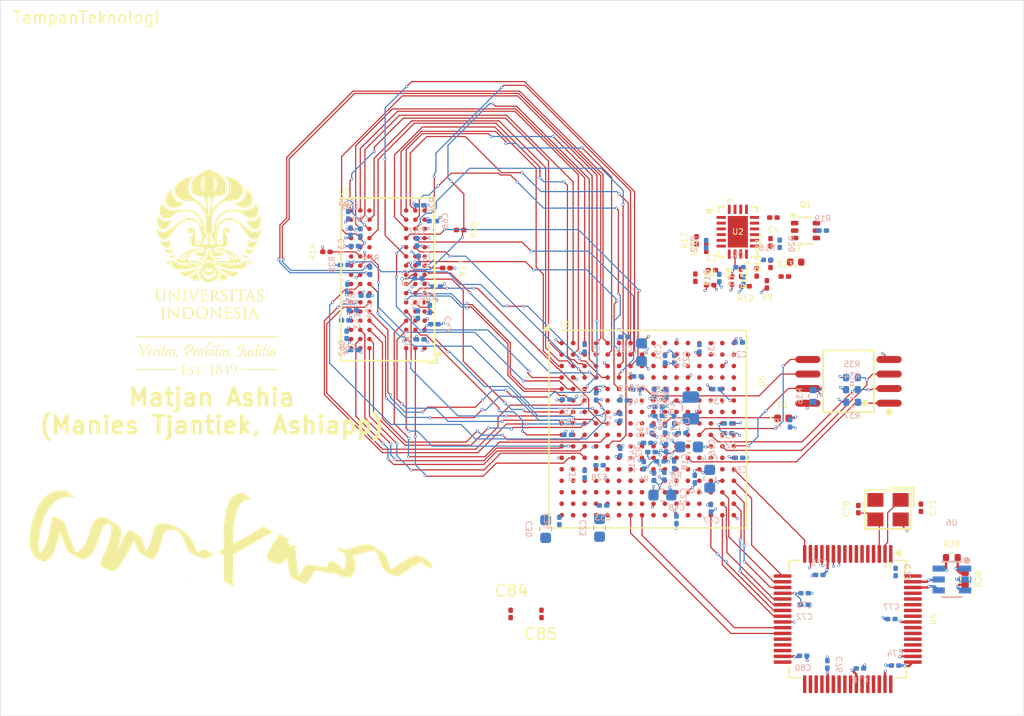
<source format=kicad_pcb>
(kicad_pcb (version 20241229) (generator "pcbnew") (generator_version "9.0")
  (layers (0 "F.Cu" signal) (2 "B.Cu" signal) (13 "F.Paste" user) (15 "B.Paste" user) (5 "F.SilkS" user "F.Silkscreen") (7 "B.SilkS" user "B.Silkscreen") (1 "F.Mask" user) (3 "B.Mask" user) (25 "Edge.Cuts" user))
  (net 0 "")
  (net 1 "VCC1V0")
  (net 2 "/FPGA/FGPA_config/TMS")
  (net 4 "/FPGA/FPGAIO2/DDR3_DQ8")
  (net 5 "/FPGA/FPGAIO2/DDR3_DQ1")
  (net 8 "VCCIO")
  (net 9 "/FPGA/FPGAIO2/DDR3_ADDR2")
  (net 12 "/FPGA/FPGAIO2/DDR3_BA0")
  (net 18 "/FPGA/FPGAIO2/DDR3_DQ5")
  (net 19 "GNDREF")
  (net 20 "/FPGA/FPGAIO2/DDR3_BA2")
  (net 23 "VCC3V3")
  (net 24 "/FPGA/FPGAIO2/DDR3_DQ4")
  (net 25 "/FPGA/FPGAIO2/DDR3_DQ6")
  (net 26 "/FPGA/FPGAIO2/DDR3_ADDR12")
  (net 27 "/FPGA/FPGAIO2/DDR3_DQ10")
  (net 30 "/FPGA/FPGAIO2/DDR3_CK_N")
  (net 31 "FTDI_D3")
  (net 32 "FTDI_RXE_N")
  (net 34 "/FPGA/FPGAIO2/DDR3_WE_N")
  (net 35 "VCC1V5")
  (net 36 "/FPGA/FPGAIO2/DDR3_ADDR4")
  (net 39 "/FPGA/FPGAIO2/DDR3_DQ9")
  (net 44 "/FPGA/FPGAIO2/DDR3_DQ15")
  (net 45 "/FPGA/FGPA_config/TDO")
  (net 46 "/FPGA/FGPA_config/INIT_B")
  (net 48 "/FPGA/FPGAIO1/FLASH_DQ3")
  (net 49 "FTDI_D0")
  (net 50 "/FPGA/FPGAIO2/DDR3_DQS_1_N")
  (net 51 "/FPGA/FPGAIO2/DDR3_ADDR7")
  (net 52 "/FPGA/FPGAIO2/DDR3_DQ12")
  (net 53 "/FPGA/FPGAIO2/DDR3_ADDR11")
  (net 55 "VCC1V8")
  (net 56 "/FPGA/FPGAIO2/DDR3_DQ13")
  (net 57 "/FPGA/FPGAIO1/FTDI_OE#")
  (net 58 "/FPGA/FPGAIO2/DDR3_CK_P")
  (net 59 "/FPGA/FGPA_config/M2")
  (net 62 "/FPGA/FPGAIO1/FLASH_DQ2")
  (net 65 "/FPGA/FGPA_config/VREFP_P")
  (net 66 "FLASH_CLK")
  (net 67 "/FPGA/FPGAIO2/DDR3_ODT")
  (net 69 "/FPGA/FGPA_config/M1")
  (net 71 "/FPGA/FPGAIO2/DDR3_DQ14")
  (net 72 "unconnected-(U1A-IO_L2P_T0_AD8P_15-PadA8)")
  (net 74 "/FPGA/FGPA_config/TDI")
  (net 75 "/FPGA/FPGAIO2/DDR3_ADDR6")
  (net 76 "/FPGA/FPGAIO2/DDR3_ADDR13")
  (net 78 "/FPGA/FPGAIO2/DDR3_ADDR5")
  (net 80 "/FPGA/FPGAIO2/DDR3_DM_1")
  (net 81 "/FPGA/FPGAIO2/DDR3_DQ2")
  (net 83 "/FPGA/FPGAIO2/DDR3_ADDR9")
  (net 84 "/FPGA/FPGAIO2/DDR3_RESET_N")
  (net 85 "/FPGA/FGPA_config/DONE")
  (net 86 "/FPGA/FPGAIO2/DDR3_DQS_0_N")
  (net 89 "/FPGA/FPGAIO2/DDR3_ADDR0")
  (net 91 "/FPGA/FPGAIO2/DDR3_ADDR10")
  (net 93 "FTDI_D7")
  (net 94 "/FPGA/FGPA_config/VREFP_N")
  (net 96 "/FPGA/FGPA_config/M0")
  (net 97 "/FPGA/FPGAIO1/FLASH_CS_N")
  (net 98 "/FPGA/FPGAIO2/DDR3_CKE")
  (net 99 "/FPGA/FPGAIO2/DDR3_DM_0")
  (net 100 "/FPGA/FPGAIO2/DDR3_ADDR8")
  (net 101 "/FPGA/FPGAIO2/DDR3_DQ11")
  (net 103 "/FPGA/FGPA_config/TCK")
  (net 104 "/FPGA/FPGAIO1/FLASH_DQ0")
  (net 105 "/FPGA/FPGAIO2/DDR3_RAS_N")
  (net 109 "/FPGA/FPGAIO2/DDR3_DQS_1_P")
  (net 110 "FTDI_D1")
  (net 114 "/FPGA/FPGAIO2/DDR3_DQS_0_P")
  (net 116 "/FPGA/FPGAIO1/FLASH_DQ1")
  (net 118 "/FPGA/FPGAIO2/DDR3_CS_N")
  (net 119 "/FPGA/FPGAIO2/DDR3_DQ0")
  (net 122 "/FPGA/FPGAIO2/DDR3_CAS_N")
  (net 123 "/FPGA/FPGAIO2/DDR3_BA1")
  (net 125 "FTDI_D2")
  (net 126 "/FPGA/FPGAIO2/DDR3_ADDR1")
  (net 127 "/FPGA/FPGAIO2/DDR3_ADDR3")
  (net 128 "/FPGA/FPGAIO2/DDR3_DQ3")
  (net 130 "/FPGA/FPGAIO2/DDR3_DQ7")
  (net 134 "FTDI_D5")
  (net 135 "Net-(U2-SW1)")
  (net 140 "VU")
  (net 141 "Net-(Q1B-B2)")
  (net 142 "Net-(U2-FB3)")
  (net 143 "Net-(U2-FB2)")
  (net 145 "Net-(U2-FB1)")
  (net 146 "FTDI_D6")
  (net 151 "Net-(Q1A-B1)")
  (net 153 "Net-(U2-SW2)")
  (net 154 "Net-(U2-SW3)")
  (net 155 "Net-(Q1A-C1)")
  (net 156 "Net-(U2-EN3)")
  (net 157 "VTTVREF")
  (net 166 "Net-(U3-ZQ)")
  (net 167 "Net-(D1-A)")
  (net 168 "/FPGA/FGPA_config/PROG_B")
  (net 171 "FTDI_TXE_N")
  (net 198 "FTDI_D4")
  (net 215 "Net-(U2-MODE)")
  (net 216 "PGOOD")
  (net 217 "Net-(Q2-D)")
  (net 219 "FTDI_CLKOUT")
  (net 221 "FTDI_SIWUA_N")
  (net 223 "FTDI_OE#")
  (net 224 "/FPGA/FTDI/D_N")
  (net 225 "/FPGA/FTDI/D_P")
  (net 226 "/FPGA/FTDI/TDI_BUFF")
  (net 227 "/FPGA/FTDI/OE_BUF")
  (net 229 "/FPGA/FTDI/VPHY")
  (net 230 "FTDI_WR_N")
  (net 232 "FTDI_1V8")
  (net 233 "/FPGA/FTDI/VPLL")
  (net 234 "/FPGA/FTDI/TCK_BUFF")
  (net 235 "Net-(U6-DO)")
  (net 237 "/FPGA/FTDI/TMS_BUFF")
  (net 238 "FTDI_RD_N")
  (net 239 "Net-(U4-REF)")
  (net 240 "Net-(U4-OSCO)")
  (net 241 "/FPGA/FTDI/TDO_BUFF")
  (net 243 "Net-(U4-~{RESET})")
  (net 247 "Net-(U6-DI)")
  (net 251 "/FPGA/FTDI/FTDI_PROG_B")
  (net 253 "Net-(U4-OSCI)")
  (net 254 "Net-(U4-EECS)")
  (net 255 "Net-(U4-EECLK)")
  (net 256 "VCCA1V8")
  (footprint "Resistor_SMD:R_0402_1005Metric" (layer "F.Cu") (at 148 97.6 -90)
    (property "Reference" "R38")
    (property "Value" "2K")
  )
  (footprint "Capacitor_SMD:C_0201_0603Metric" (layer "F.Cu") (at 138.7 91.52 90)
    (property "Reference" "C70")
    (property "Value" "8pF")
  )
  (footprint "Resistor_SMD:R_0201_0603Metric" (layer "F.Cu") (at 127.6926 71.592601 -90)
    (property "Reference" "R13")
    (property "Value" "57.6K")
  )
  (footprint "Capacitor_SMD:C_0201_0603Metric" (layer "F.Cu") (at 131.2976 66.112601 180)
    (property "Reference" "C4")
    (property "Value" "20pF")
  )
  (footprint "Capacitor_SMD:C_0402_1005Metric" (layer "F.Cu") (at 133.2426 69.997601)
    (property "Reference" "C7")
    (property "Value" "22uF")
  )
  (footprint "Resistor_SMD:R_0201_0603Metric" (layer "F.Cu") (at 125.4476 68.747601 90)
    (property "Reference" "R18")
    (property "Value" "0")
  )
  (footprint "RadarFootprints:QFN-20_UDC_LIT" (layer "F.Cu") (at 128.2024 67.35)
    (property "Reference" "U2")
    (property "Value" "LTC3569EUDC")
  )
  (footprint "Capacitor_SMD:C_0201_0603Metric" (layer "F.Cu") (at 125.9376 70.697601)
    (property "Reference" "C3")
    (property "Value" "20pF")
  )
  (footprint "Resistor_SMD:R_0201_0603Metric" (layer "F.Cu") (at 102.8 70.51)
    (property "Reference" "R27")
    (property "Value" "4.7K")
  )
  (footprint "Resistor_SMD:R_0201_0603Metric" (layer "F.Cu") (at 130.73 71.93 -90)
    (property "Reference" "R9")
    (property "Value" "57.6K")
  )
  (footprint "Resistor_SMD:R_0201_0603Metric" (layer "F.Cu") (at 104 67.2 180)
    (property "Reference" "R25")
    (property "Value" "100R")
  )
  (footprint "Package_TO_SOT_SMD:SOT-363_SC-70-6" (layer "F.Cu") (at 134.0976 67.247601)
    (property "Reference" "Q1")
    (property "Value" "MBT3904DW1")
  )
  (footprint "RadarFootprints:SOP-8_L5.3-W5.3-P1.27-LS8.0-BL" (layer "F.Cu") (at 137.84 80.38 90)
    (property "Reference" "U5")
    (property "Value" "MT25QL128ABA1ESE-MSITTR")
  )
  (footprint "Resistor_SMD:R_0402_1005Metric" (layer "F.Cu") (at 146.85 95.75)
    (property "Reference" "R39")
    (property "Value" "10K")
  )
  (footprint "Resistor_SMD:R_0201_0603Metric" (layer "F.Cu") (at 124.5976 68.097601 90)
    (property "Reference" "R17")
    (property "Value" "100K")
  )
  (footprint "Package_QFP:LQFP-64_10x10mm_P0.5mm" (layer "F.Cu") (at 137.775 101.1 -90)
    (property "Reference" "U4")
    (property "Value" "FT2232HL")
  )
  (footprint "Resistor_SMD:R_0201_0603Metric" (layer "F.Cu") (at 131.0476 68.267601 90)
    (property "Reference" "R21")
    (property "Value" "100K")
  )
  (footprint "Capacitor_SMD:C_0201_0603Metric" (layer "F.Cu") (at 129.8426 70.897601 90)
    (property "Reference" "C1")
    (property "Value" "20pF")
  )
  (footprint "Resistor_SMD:R_0201_0603Metric" (layer "F.Cu") (at 92.35 69.1 180)
    (property "Reference" "R14")
    (property "Value" "240R")
  )
  (footprint "Resistor_SMD:R_0201_0603Metric" (layer "F.Cu") (at 131.0476 70.147601 90)
    (property "Reference" "R15")
    (property "Value" "3.48K")
  )
  (footprint "Capacitor_SMD:C_0201_0603Metric" (layer "F.Cu") (at 125.785001 71.997601)
    (property "Reference" "C2")
    (property "Value" "20pF")
  )
  (footprint "RadarFootprints:CRYSTAL-SMD_4P-L3.2-W2.5-BL" (layer "F.Cu") (at 141.285 91.565 180)
    (property "Reference" "Y1")
    (property "Value" "Crystal_GND24")
  )
  (footprint "Capacitor_SMD:C_0201_0603Metric" (layer "F.Cu") (at 144.15 91.4 -90)
    (property "Reference" "C71")
    (property "Value" "8pF")
  )
  (footprint "Capacitor_SMD:C_0201_0603Metric" (layer "F.Cu") (at 111.09 100.65 -90)
    (property "Reference" "C85")
    (property "Value" "0.47uF")
  )
  (footprint "LED_SMD:LED_0402_1005Metric" (layer "F.Cu") (at 132.15 83.6)
    (property "Reference" "D1")
    (property "Value" "LED")
  )
  (footprint "Resistor_SMD:R_0201_0603Metric" (layer "F.Cu") (at 132.2926 71.247601)
    (property "Reference" "R23")
    (property "Value" "680")
  )
  (footprint "RadarFootprints:FBGA-96_L14.0-W8.0-R16-C6-P0.80-TL" (layer "F.Cu") (at 97.7 71.5 180)
    (property "Reference" "U3")
    (property "Value" "MT41J128M16JT-125:KTR")
  )
  (footprint "Capacitor_SMD:C_0201_0603Metric" (layer "F.Cu") (at 108.4 100.65 -90)
    (property "Reference" "C84")
    (property "Value" "0.47uF")
  )
  (footprint "Package_BGA:Xilinx_FTG256" (layer "F.Cu") (at 120.35 84.55)
    (property "Reference" "U1")
    (property "Value" "XC7A35T-FTG256")
  )
  (footprint "Resistor_SMD:R_0201_0603Metric" (layer "F.Cu") (at 124.5 71.35 -90)
    (property "Reference" "R10")
    (property "Value" "180K")
  )
  (footprint "Resistor_SMD:R_0201_0603Metric" (layer "F.Cu") (at 128.4926 70.927601 90)
    (property "Reference" "R8")
    (property "Value" "180K")
  )
  (footprint "Resistor_SMD:R_0201_0603Metric" (layer "F.Cu") (at 128.8726 72.097601 180)
    (property "Reference" "R12")
    (property "Value" "180K")
  )
  (footprint "Capacitor_SMD:C_0201_0603Metric" (layer "B.Cu") (at 116.15 87.7)
    (property "Reference" "C28")
    (property "Value" "0.47uF")
  )
  (footprint "Capacitor_SMD:C_0201_0603Metric" (layer "B.Cu") (at 138.845 105.4)
    (property "Reference" "C78")
    (property "Value" "0.1uF")
  )
  (footprint "Capacitor_SMD:C_0201_0603Metric" (layer "B.Cu") (at 94.18 72.25 -90)
    (property "Reference" "C63")
    (property "Value" "0.1uF")
  )
  (footprint "Capacitor_SMD:C_0201_0603Metric" (layer "B.Cu") (at 118.25 82.05 180)
    (property "Reference" "C9")
    (property "Value" "4.7uF")
  )
  (footprint "Resistor_SMD:R_0201_0603Metric" (layer "B.Cu") (at 100.5 65.05)
    (property "Reference" "R26")
    (property "Value" "4.7K")
  )
  (footprint "Capacitor_SMD:C_0201_0603Metric" (layer "B.Cu") (at 124.85 77.5 90)
    (property "Reference" "C31")
    (property "Value" "4.7uF")
  )
  (footprint "Capacitor_SMD:C_0201_0603Metric" (layer "B.Cu") (at 95.31 67.415 90)
    (property "Reference" "C40")
    (property "Value" "0.1uF")
  )
  (footprint "Capacitor_SMD:C_0603_1608Metric" (layer "B.Cu") (at 119.8 77.85 90)
    (property "Reference" "C51")
    (property "Value" "47uF")
  )
  (footprint "Capacitor_SMD:C_0201_0603Metric" (layer "B.Cu") (at 126.35 81.067801)
    (property "Reference" "C34")
    (property "Value" "0.47uF")
  )
  (footprint "Capacitor_SMD:C_0201_0603Metric" (layer "B.Cu") (at 119.35 81.1)
    (property "Reference" "C45")
    (property "Value" "4.7uF")
  )
  (footprint "Capacitor_SMD:C_0201_0603Metric" (layer "B.Cu") (at 118.295 76.52)
    (property "Reference" "C54")
    (property "Value" "0.47uF")
  )
  (footprint "Capacitor_SMD:C_0201_0603Metric" (layer "B.Cu") (at 120.7 84.58 -90)
    (property "Reference" "C10")
    (property "Value" "4.7uF")
  )
  (footprint "Capacitor_SMD:C_0201_0603Metric" (layer "B.Cu") (at 116.45 91.2)
    (property "Reference" "C33")
    (property "Value" "0.47uF")
  )
  (footprint "Capacitor_SMD:C_0201_0603Metric" (layer "B.Cu") (at 94.82 68.6 180)
    (property "Reference" "C37")
    (property "Value" "0.1uF")
  )
  (footprint "Capacitor_SMD:C_0201_0603Metric" (layer "B.Cu") (at 94.64 74.19)
    (property "Reference" "C64")
    (property "Value" "0.1uF")
  )
  (footprint "Resistor_SMD:R_0402_1005Metric" (layer "B.Cu") (at 138.14 80.06 180)
    (property "Reference" "R35")
    (property "Value" "1.8K")
  )
  (footprint "Capacitor_SMD:C_0603_1608Metric" (layer "B.Cu") (at 123.95 86.1)
    (property "Reference" "C16")
    (property "Value" "47uF")
  )
  (footprint "Capacitor_SMD:C_0201_0603Metric" (layer "B.Cu") (at 136 105.05 90)
    (property "Reference" "C76")
    (property "Value" "0.1uF")
  )
  (footprint "Capacitor_SMD:C_0201_0603Metric" (layer "B.Cu") (at 135.3 97.25 180)
    (property "Reference" "C75")
    (property "Value" "0.1uF")
  )
  (footprint "Capacitor_SMD:C_0603_1608Metric" (layer "B.Cu") (at 111.45 93.25 -90)
    (property "Reference" "C30")
    (property "Value" "47uF")
  )
  (footprint "Resistor_SMD:R_0201_0603Metric" (layer "B.Cu") (at 130.7476 69.797601 180)
    (property "Reference" "R16")
    (property "Value" "10K")
  )
  (footprint "Capacitor_SMD:C_0201_0603Metric" (layer "B.Cu") (at 114.85 88.47 -90)
    (property "Reference" "C35")
    (property "Value" "0.47uF")
  )
  (footprint "Capacitor_SMD:C_0201_0603Metric" (layer "B.Cu") (at 119.45 79.95)
    (property "Reference" "C56")
    (property "Value" "0.47uF")
  )
  (footprint "RadarFootprints:SOT-23-6_L2.9-W1.6-P0.95-LS2.8-TL" (layer "B.Cu") (at 146.85 97.65 180)
    (property "Reference" "U6")
    (property "Value" "93LC46BT-I/OT")
  )
  (footprint "Resistor_SMD:R_0201_0603Metric" (layer "B.Cu") (at 120.9 88.7 -90)
    (property "Reference" "R4")
    (property "Value" "1K")
  )
  (footprint "Capacitor_SMD:C_0201_0603Metric" (layer "B.Cu") (at 113.24 81.97)
    (property "Reference" "C53")
    (property "Value" "4.7uF")
  )
  (footprint "Capacitor_SMD:C_0201_0603Metric" (layer "B.Cu") (at 122.65 83.75 -90)
    (property "Reference" "C19")
    (property "Value" "0.47uF")
  )
  (footprint "Capacitor_SMD:C_0201_0603Metric" (layer "B.Cu") (at 128.3 87.05)
    (property "Reference" "C50")
    (property "Value" "0.47uF")
  )
  (footprint "Capacitor_SMD:C_0201_0603Metric" (layer "B.Cu") (at 123.342399 84.9 180)
    (property "Reference" "C32")
    (property "Value" "4.7uF")
  )
  (footprint "Capacitor_SMD:C_0201_0603Metric" (layer "B.Cu") (at 101.36 74.06 -90)
    (property "Reference" "C60")
    (property "Value" "0.1uF")
  )
  (footprint "Resistor_SMD:R_0201_0603Metric" (layer "B.Cu") (at 135.5976 67.247601 180)
    (property "Reference" "R19")
    (property "Value" "1K")
  )
  (footprint "Capacitor_SMD:C_0201_0603Metric" (layer "B.Cu") (at 122 81.45 -90)
    (property "Reference" "C11")
    (property "Value" "0.47uF")
  )
  (footprint "Resistor_SMD:R_0201_0603Metric" (layer "B.Cu") (at 120.67 86.55)
    (property "Reference" "R2")
    (property "Value" "4.7K")
  )
  (footprint "Capacitor_SMD:C_0201_0603Metric" (layer "B.Cu") (at 125.85 91.445 -90)
    (property "Reference" "C47")
    (property "Value" "0.47uF")
  )
  (footprint "Capacitor_SMD:C_0201_0603Metric" (layer "B.Cu") (at 127.345 84.05)
    (property "Reference" "C36")
    (property "Value" "0.47uF")
  )
  (footprint "Capacitor_SMD:C_0201_0603Metric" (layer "B.Cu") (at 120 87.7 -90)
    (property "Reference" "C12")
    (property "Value" "0.47uF")
  )
  (footprint "Capacitor_SMD:C_0201_0603Metric" (layer "B.Cu") (at 94.25 65.905 90)
    (property "Reference" "C65")
    (property "Value" "0.1uF")
  )
  (footprint "Capacitor_SMD:C_0201_0603Metric" (layer "B.Cu") (at 133.895 104.3)
    (property "Reference" "C80")
    (property "Value" "0.1uF")
  )
  (footprint "Capacitor_SMD:C_0201_0603Metric" (layer "B.Cu") (at 141.58 101.1 180)
    (property "Reference" "C77")
    (property "Value" "0.1uF")
  )
  (footprint "Resistor_SMD:R_0201_0603Metric" (layer "B.Cu") (at 121.95 86.2 -90)
    (property "Reference" "R3")
    (property "Value" "4.7K")
  )
  (footprint "Capacitor_SMD:C_0201_0603Metric" (layer "B.Cu") (at 122.65 78.45 90)
    (property "Reference" "C29")
    (property "Value" "0.47uF")
  )
  (footprint "Capacitor_SMD:C_0201_0603Metric" (layer "B.Cu") (at 100.35 71.41 180)
    (property "Reference" "C39")
    (property "Value" "0.1uF")
  )
  (footprint "Resistor_SMD:R_0201_0603Metric" (layer "B.Cu") (at 121.8 88.65 -90)
    (property "Reference" "R5")
    (property "Value" "1K")
  )
  (footprint "Capacitor_SMD:C_0201_0603Metric" (layer "B.Cu") (at 117.95 83.52 -90)
    (property "Reference" "C14")
    (property "Value" "4.7uF")
  )
  (footprint "Capacitor_SMD:C_0201_0603Metric" (layer "B.Cu") (at 94.45 67.34 90)
    (property "Reference" "C58")
    (property "Value" "0.1uF")
  )
  (footprint "Capacitor_SMD:C_0201_0603Metric" (layer "B.Cu") (at 141.95 97 90)
    (property "Reference" "C73")
    (property "Value" "0.1uF")
  )
  (footprint "Resistor_SMD:R_0402_1005Metric" (layer "B.Cu") (at 138.14 81.11 180)
    (property "Reference" "R34")
    (property "Value" "4.7K")
  )
  (footprint "Resistor_SMD:R_0201_0603Metric" (layer "B.Cu") (at 132.75 84.05 -90)
    (property "Reference" "R1")
    (property "Value" "330R")
  )
  (footprint "Resistor_SMD:R_0402_1005Metric" (layer "B.Cu") (at 138.16 82.21)
    (property "Reference" "R37")
    (property "Value" "4.7K")
  )
  (footprint "Capacitor_SMD:C_0201_0603Metric" (layer "B.Cu") (at 100.39 69.8 90)
    (property "Reference" "C59")
    (property "Value" "0.1uF")
  )
  (footprint "Capacitor_SMD:C_0805_2012Metric" (layer "B.Cu") (at 124.1 82.7 -90)
    (property "Reference" "C8")
    (property "Value" "100uF")
  )
  (footprint "Capacitor_SMD:C_0201_0603Metric" (layer "B.Cu") (at 121.85 84.55 90)
    (property "Reference" "C17")
    (property "Value" "4.7uF")
  )
  (footprint "Capacitor_SMD:C_0201_0603Metric" (layer "B.Cu") (at 124.45 88.9 -90)
    (property "Reference" "C46")
    (property "Value" "4.7uF")
  )
  (footprint "Capacitor_SMD:C_0201_0603Metric" (layer "B.Cu") (at 128.3476 70.447601 180)
    (property "Reference" "C5")
    (property "Value" "20pF")
  )
  (footprint "Capacitor_SMD:C_0201_0603Metric" (layer "B.Cu") (at 112.65 92.55 -90)
    (property "Reference" "C25")
    (property "Value" "4.7uF")
  )
  (footprint "Capacitor_SMD:C_0201_0603Metric" (layer "B.Cu") (at 128.6926 71.597601 -90)
    (property "Reference" "C6")
    (property "Value" "20pF")
  )
  (footprint "Capacitor_SMD:C_0201_0603Metric" (layer "B.Cu") (at 93.99 75.07 180)
    (property "Reference" "C43")
    (property "Value" "0.1uF")
  )
  (footprint "Capacitor_SMD:C_0201_0603Metric" (layer "B.Cu") (at 114.85 77.5 90)
    (property "Reference" "C55")
    (property "Value" "0.47uF")
  )
  (footprint "Resistor_SMD:R_0201_0603Metric" (layer "B.Cu") (at 126.58 71.38 -90)
    (property "Reference" "R11")
    (property "Value" "57.6K")
  )
  (footprint "Capacitor_SMD:C_0201_0603Metric" (layer "B.Cu") (at 134 99.85)
    (property "Reference" "C72")
    (property "Value" "0.1uF")
  )
  (footprint "Capacitor_SMD:C_0201_0603Metric" (layer "B.Cu") (at 95.69 72.92 180)
    (property "Reference" "C69")
    (property "Value" "0.1uF")
  )
  (footprint "Capacitor_SMD:C_0603_1608Metric" (layer "B.Cu") (at 121.625 90.3)
    (property "Reference" "C22")
    (property "Value" "47uF")
  )
  (footprint "Capacitor_SMD:C_0201_0603Metric" (layer "B.Cu") (at 121.3 82.6 180)
    (property "Reference" "C20")
    (property "Value" "0.47uF")
  )
  (footprint "Capacitor_SMD:C_0201_0603Metric" (layer "B.Cu") (at 94.11 76.33 -90)
    (property "Reference" "C68")
    (property "Value" "0.1uF")
  )
  (footprint "Capacitor_SMD:C_0201_0603Metric" (layer "B.Cu") (at 141.905 105.15 180)
    (property "Reference" "C74")
    (property "Value" "0.1uF")
  )
  (footprint "Capacitor_SMD:C_0201_0603Metric" (layer "B.Cu") (at 115.85 81.7 -90)
    (property "Reference" "C52")
    (property "Value" "4.7uF")
  )
  (footprint "Resistor_SMD:R_0201_0603Metric" (layer "B.Cu") (at 93.895 70.25 180)
    (property "Reference" "R28")
    (property "Value" "4.7K")
  )
  (footprint "Resistor_SMD:R_0201_0603Metric" (layer "B.Cu") (at 125.440001 68.4298 -90)
    (property "Reference" "R22")
    (property "Value" "100K")
  )
  (footprint "Capacitor_SMD:C_0201_0603Metric" (layer "B.Cu") (at 100.525 76.73)
    (property "Reference" "C61")
    (property "Value" "0.1uF")
  )
  (footprint "Capacitor_SMD:C_0201_0603Metric" (layer "B.Cu") (at 94.8 77.65 180)
    (property "Reference" "C62")
    (property "Value" "0.1uF")
  )
  (footprint "Capacitor_SMD:C_0201_0603Metric" (layer "B.Cu") (at 101.76 75.41)
    (property "Reference" "C42")
    (property "Value" "0.1uF")
  )
  (footprint "Capacitor_SMD:C_0201_0603Metric" (layer "B.Cu") (at 101.62 66.42)
    (property "Reference" "C66")
    (property "Value" "0.1uF")
  )
  (footprint "Capacitor_SMD:C_0201_0603Metric" (layer "B.Cu") (at 127.35 84.9)
    (property "Reference" "C27")
    (property "Value" "0.47uF")
  )
  (footprint "Capacitor_SMD:C_0201_0603Metric" (layer "B.Cu") (at 121.3 83.4 180)
    (property "Reference" "C21")
    (property "Value" "0.47uF")
  )
  (footprint "Resistor_SMD:R_0402_1005Metric" (layer "B.Cu") (at 134.75 81.66 -90)
    (property "Reference" "R36")
    (property "Value" "1.8K")
  )
  (footprint "Capacitor_SMD:C_0201_0603Metric" (layer "B.Cu") (at 120.3 85.75 180)
    (property "Reference" "C15")
    (property "Value" "0.47uF")
  )
  (footprint "Capacitor_SMD:C_0603_1608Metric" (layer "B.Cu") (at 116.15 93.15 -90)
    (property "Reference" "C23")
    (property "Value" "47uF")
  )
  (footprint "Capacitor_SMD:C_0201_0603Metric" (layer "B.Cu") (at 120.9 81.45 90)
    (property "Reference" "C13")
    (property "Value" "0.47uF")
  )
  (footprint "Resistor_SMD:R_0201_0603Metric" (layer "B.Cu") (at 122.65 87.65 90)
    (property "Reference" "R6")
    (property "Value" "1K")
  )
  (footprint "Capacitor_SMD:C_0201_0603Metric" (layer "B.Cu") (at 121.445 87.35 180)
    (property "Reference" "C18")
    (property "Value" "4.7uF")
  )
  (footprint "Resistor_SMD:R_0201_0603Metric" (layer "B.Cu") (at 96.15 70.75 90)
    (property "Reference" "R24")
    (property "Value" "100R")
  )
  (footprint "Capacitor_SMD:C_0201_0603Metric" (layer "B.Cu") (at 117.95 86.55 90)
    (property "Reference" "C49")
    (property "Value" "0.47uF")
  )
  (footprint "Capacitor_SMD:C_0201_0603Metric" (layer "B.Cu") (at 134.02 98.85)
    (property "Reference" "C79")
    (property "Value" "0.1uF")
  )
  (footprint "Capacitor_SMD:C_0201_0603Metric" (layer "B.Cu") (at 113.38 85.05 180)
    (property "Reference" "C57")
    (property "Value" "0.47uF")
  )
  (footprint "Capacitor_SMD:C_0201_0603Metric" (layer "B.Cu") (at 122.85 92.45 -90)
    (property "Reference" "C48")
    (property "Value" "0.47uF")
  )
  (footprint "Capacitor_SMD:C_0603_1608Metric" (layer "B.Cu") (at 125.75 88.875 -90)
    (property "Reference" "C44")
    (property "Value" "47uF")
  )
  (footprint "Capacitor_SMD:C_0201_0603Metric" (layer "B.Cu") (at 128.28 77)
    (property "Reference" "C24")
    (property "Value" "4.7uF")
  )
  (footprint "Capacitor_SMD:C_0201_0603Metric" (layer "B.Cu") (at 121.85 78.455 90)
    (property "Reference" "C26")
    (property "Value" "0.47uF")
  )
  (footprint "Resistor_SMD:R_0201_0603Metric" (layer "B.Cu") (at 131.8476 68.397601 90)
    (property "Reference" "R20")
    (property "Value" "100K")
  )
  (footprint "Capacitor_SMD:C_0201_0603Metric" (layer "B.Cu") (at 100.32 74.57 90)
    (property "Reference" "C41")
    (property "Value" "0.1uF")
  )
  (footprint "Capacitor_SMD:C_0201_0603Metric" (layer "B.Cu") (at 100.24 68.25 -90)
    (property "Reference" "C67")
    (property "Value" "0.1uF")
  )
  (footprint "Capacitor_SMD:C_0201_0603Metric" (layer "B.Cu") (at 101.95 72.13)
    (property "Reference" "C38")
    (property "Value" "0.1uF")
  )
  (gr_poly (pts (xy 85.884327 90.672093) (xy 85.826854 90.671318) (xy 85.768837 90.672252) (xy 85.710468 90.675016) (xy 85.65194 90.679737) (xy 85.593445 90.686536) (xy 85.535177 90.695539) (xy 85.477326 90.706869) (xy 85.420086 90.720649) (xy 85.36365 90.737003) (xy 85.308209 90.756057) (xy 85.253955 90.777932) (xy 85.201083 90.802753) (xy 85.149783 90.830644) (xy 85.100248 90.861728) (xy 85.052671 90.896131) (xy 85.007244 90.933974) (xy 84.96786 90.970521) (xy 84.932205 91.0063) (xy 84.899887 91.041537) (xy 84.870511 91.076457) (xy 84.843683 91.111286) (xy 84.819009 91.146248) (xy 84.796095 91.18157) (xy 84.774547 91.217476) (xy 84.753972 91.254193) (xy 84.733975 91.291945) (xy 84.694138 91.371457) (xy 84.651885 91.457816) (xy 84.604065 91.552826) (xy 84.511532 91.83174) (xy 84.473414 91.948621) (xy 84.439412 92.059819) (xy 84.40854 92.172362) (xy 84.379812 92.293275) (xy 84.352243 92.429583) (xy 84.324844 92.588314) (xy 84.299004 92.763407) (xy 84.277193 92.939964) (xy 84.24435 93.296699) (xy 84.223697 93.656976) (xy 84.212617 94.019248) (xy 84.208491 94.381971) (xy 84.208702 94.743601) (xy 84.211664 95.457396) (xy 84.219975 96.154498) (xy 84.232608 96.851562) (xy 84.252403 97.548427) (xy 84.2822 98.244933) (xy 83.421572 97.808928) (xy 83.42283 97.118877) (xy 83.419853 96.428835) (xy 83.40918 95.048766) (xy 83.40166 94.328851) (xy 83.39929 93.962728) (xy 83.401326 93.595102) (xy 83.410377 93.227929) (xy 83.429051 92.863165) (xy 83.459957 92.502765) (xy 83.480813 92.324813) (xy 83.505705 92.148686) (xy 83.532182 91.990325) (xy 83.559579 91.851369) (xy 83.588571 91.725728) (xy 83.619833 91.607307) (xy 83.654039 91.490016) (xy 83.691863 91.367761) (xy 83.781069 91.083991) (xy 83.830118 90.981127) (xy 83.873236 90.888207) (xy 83.913762 90.802984) (xy 83.934097 90.762559) (xy 83.955036 90.723216) (xy 83.976998 90.684676) (xy 84.0004 90.646658) (xy 84.025658 90.608881) (xy 84.053192 90.571065) (xy 84.083418 90.532929) (xy 84.116753 90.494193) (xy 84.153616 90.454576) (xy 84.194424 90.413798) (xy 84.240169 90.372524) (xy 84.288183 90.334657) (xy 84.338276 90.300059) (xy 84.390258 90.268591) (xy 84.443938 90.240112) (xy 84.499127 90.214484) (xy 84.555633 90.191567) (xy 84.613266 90.171222) (xy 84.671837 90.15331) (xy 84.731155 90.137691) (xy 84.791029 90.124227) (xy 84.85127 90.112777) (xy 84.911686 90.103203) (xy 84.972088 90.095365) (xy 85.032286 90.089124) (xy 85.092089 90.084341)) (fill yes) (layer "F.SilkS"))
  (gr_poly (pts (xy 82.187096 76.917289) (xy 82.189823 76.917585) (xy 82.192633 76.918078) (xy 82.195528 76.918768) (xy 82.198508 76.919657) (xy 82.201572 76.920745) (xy 82.204721 76.922032) (xy 82.207956 76.923518) (xy 82.211276 76.925205) (xy 82.214683 76.927091) (xy 82.218175 76.929179) (xy 82.221754 76.931467) (xy 82.22542 76.933957) (xy 82.229173 76.93665) (xy 82.233014 76.939544) (xy 82.236941 76.942642) (xy 82.274138 76.974144) (xy 82.311719 77.005647) (xy 82.311711 77.005663) (xy 82.312758 77.006553) (xy 82.313741 77.00745) (xy 82.31466 77.008355) (xy 82.315514 77.00927) (xy 82.316303 77.010194) (xy 82.317026 77.011129) (xy 82.317683 77.012074) (xy 82.318273 77.013031) (xy 82.318795 77.014) (xy 82.31925 77.014982) (xy 82.319636 77.015977) (xy 82.319953 77.016986) (xy 82.3202 77.018009) (xy 82.320377 77.019048) (xy 82.320484 77.020103) (xy 82.32052 77.021174) (xy 82.320503 77.022116) (xy 82.320452 77.023028) (xy 82.320366 77.02391) (xy 82.320247 77.024761) (xy 82.320093 77.025581) (xy 82.319905 77.026372) (xy 82.319682 77.027132) (xy 82.319425 77.027862) (xy 82.319134 77.028562) (xy 82.318808 77.029232) (xy 82.318448 77.029871) (xy 82.318053 77.030481) (xy 82.317623 77.03106) (xy 82.317159 77.031609) (xy 82.31666 77.032129) (xy 82.316127 77.032618) (xy 82.315559 77.033078) (xy 82.314956 77.033507) (xy 82.314318 77.033907) (xy 82.313646 77.034277) (xy 82.312938 77.034617) (xy 82.312196 77.034927) (xy 82.311418 77.035208) (xy 82.310606 77.035459) (xy 82.309758 77.03568) (xy 82.308876 77.035872) (xy 82.307958 77.036034) (xy 82.307005 77.036167) (xy 82.306017 77.03627) (xy 82.304994 77.036343) (xy 82.302841 77.036402) (xy 82.301988 77.036383) (xy 82.301134 77.036325) (xy 82.300279 77.036231) (xy 82.299422 77.036099) (xy 82.298562 77.035932) (xy 82.297698 77.035729) (xy 82.296831 77.035491) (xy 82.295959 77.035219) (xy 82.295082 77.034914) (xy 82.294199 77.034577) (xy 82.293309 77.034207) (xy 82.292411 77.033807) (xy 82.291506 77.033375) (xy 82.290592 77.032914) (xy 82.289668 77.032424) (xy 82.288735 77.031905) (xy 82.280481 77.027582) (xy 82.272769 77.02382) (xy 82.265595 77.020625) (xy 82.26221 77.019241) (xy 82.258957 77.018001) (xy 82.255838 77.016904) (xy 82.25285 77.015951) (xy 82.249995 77.015144) (xy 82.247272 77.014482) (xy 82.244679 77.013966) (xy 82.242218 77.013597) (xy 82.239886 77.013375) (xy 82.237684 77.013301) (xy 82.234812 77.013394) (xy 82.231919 77.013674) (xy 82.229006 77.014139) (xy 82.226072 77.01479) (xy 82.223117 77.015627) (xy 82.220142 77.016649) (xy 82.217146 77.017858) (xy 82.21413 77.019252) (xy 82.211094 77.020831) (xy 82.208037 77.022595) (xy 82.204959 77.024545) (xy 82.201862 77.02668) (xy 82.198744 77.028999) (xy 82.195606 77.031504) (xy 82.18927 77.037067) (xy 82.182854 77.043369) (xy 82.176357 77.050409) (xy 82.169781 77.058185) (xy 82.163126 77.066697) (xy 82.156392 77.075944) (xy 82.14958 77.085925) (xy 82.142689 77.09664) (xy 82.13572 77.108087) (xy 82.111158 77.150894) (xy 82.087459 77.195344) (xy 82.064623 77.241436) (xy 82.042651 77.289172) (xy 82.021542 77.338551) (xy 82.001297 77.389573) (xy 81.981915 77.442237) (xy 81.963398 77.496544) (xy 81.945744 77.552493) (xy 81.928954 77.610085) (xy 81.913028 77.669319) (xy 81.897967 77.730196) (xy 81.88377 77.792715) (xy 81.870437 77.856875) (xy 81.857968 77.922678) (xy 81.846365 77.990123) (xy 81.882393 77.927384) (xy 81.913532 77.874578) (xy 81.939741 77.83171) (xy 81.960981 77.798784) (xy 81.980304 77.770526) (xy 81.999812 77.743446) (xy 82.019507 77.717541) (xy 82.03939 77.692808) (xy 82.059462 77.669248) (xy 82.079724 77.646856) (xy 82.100177 77.62563) (xy 82.120823 77.60557) (xy 82.125761 77.60103) (xy 82.13064 77.596781) (xy 82.135459 77.592824) (xy 82.140219 77.589159) (xy 82.144918 77.585786) (xy 82.149556 77.582705) (xy 82.154133 77.579917) (xy 82.158648 77.577421) (xy 82.163101 77.575218) (xy 82.167491 77.573309) (xy 82.171819 77.571692) (xy 82.176082 77.570369) (xy 82.180282 77.56934) (xy 82.184417 77.568604) (xy 82.188487 77.568163) (xy 82.192492 77.568015) (xy 82.194604 77.568098) (xy 82.196858 77.568348) (xy 82.199253 77.568764) (xy 82.201792 77.569347) (xy 82.204472 77.570098) (xy 82.207296 77.571017) (xy 82.210264 77.572104) (xy 82.213375 77.57336) (xy 82.21663 77.574784) (xy 82.22003 77.576379) (xy 82.223576 77.578143) (xy 82.227266 77.580077) (xy 82.231102 77.582182) (xy 82.235085 77.584459) (xy 82.239214 77.586906) (xy 82.24349 77.589526) (xy 82.251452 77.59369) (xy 82.258852 77.598113) (xy 82.262341 77.600422) (xy 82.265689 77.602795) (xy 82.268897 77.605233) (xy 82.271964 77.607736) (xy 82.274891 77.610304) (xy 82.277677 77.612936) (xy 82.280323 77.615632) (xy 82.282829 77.618394) (xy 82.285195 77.62122) (xy 82.287421 77.62411) (xy 82.289506 77.627065) (xy 82.291452 77.630085) (xy 82.293257 77.633169) (xy 82.294923 77.636318) (xy 82.296449 77.639531) (xy 82.297835 77.642809) (xy 82.299081 77.646152) (xy 82.300188 77.649558) (xy 82.301155 77.65303) (xy 82.301982 77.656565) (xy 82.30267 77.660166) (xy 82.303218 77.66383) (xy 82.303627 77.667559) (xy 82.303897 77.671353) (xy 82.304028 77.675211) (xy 82.304019 77.679133) (xy 82.303871 77.683119) (xy 82.303584 77.68717) (xy 82.299658 77.724401) (xy 82.294303 77.761456) (xy 82.287508 77.798337) (xy 82.279266 77.835045) (xy 82.269566 77.871582) (xy 82.2584 77.90795) (xy 82.245759 77.94415) (xy 82.231633 77.980184) (xy 82.224356 77.997521) (xy 82.216908 78.01439) (xy 82.209289 78.03079) (xy 82.201498 78.04672) (xy 82.193537 78.06218) (xy 82.185406 78.077168) (xy 82.177105 78.091685) (xy 82.168634 78.105729) (xy 82.159995 78.119299) (xy 82.151186 78.132394) (xy 82.142209 78.145015) (xy 82.133064 78.157159) (xy 82.123752 78.168827) (xy 82.114272 78.180018) (xy 82.104625 78.19073) (xy 82.094811 78.200963) (xy 82.092058 78.20368) (xy 82.089288 78.206218) (xy 82.0865 78.208579) (xy 82.083697 78.210764) (xy 82.080879 78.212771) (xy 82.078047 78.214602) (xy 82.0752 78.216257) (xy 82.072342 78.217737) (xy 82.069471 78.219041) (xy 82.066589 78.22017) (xy 82.063696 78.221124) (xy 82.060794 78.221904) (xy 82.057883 78.222511) (xy 82.054964 78.222943) (xy 82.052038 78.223203) (xy 82.049106 78.223289) (xy 82.046064 78.223177) (xy 82.042949 78.222843) (xy 82.039762 78.222285) (xy 82.036502 78.221505) (xy 82.03317 78.220502) (xy 82.029765 78.219276) (xy 82.026288 78.217827) (xy 82.022738 78.216156) (xy 82.019116 78.214262) (xy 82.015422 78.212145) (xy 82.007815 78.207243) (xy 81.999918 78.201452) (xy 81.991731 78.194771) (xy 81.983254 78.1872) (xy 81.974487 78.178741) (xy 81.965429 78.169393) (xy 81.956081 78.159156) (xy 81.946444 78.148032) (xy 81.936516 78.13602) (xy 81.926297 78.123121) (xy 81.915789 78.109334) (xy 81.914646 78.107722) (xy 81.913575 78.10614) (xy 81.912575 78.104589) (xy 81.911646 78.103067) (xy 81.91079 78.101575) (xy 81.910006 78.100112) (xy 81.909295 78.098678) (xy 81.908657 78.097272) (xy 81.908093 78.095894) (xy 81.907603 78.094544) (xy 81.907187 78.093222) (xy 81.906846 78.091926) (xy 81.90658 78.090658) (xy 81.90639 78.089415) (xy 81.906275 78.088199) (xy 81.906237 78.087009) (xy 81.906249 78.086308) (xy 81.906287 78.085628) (xy 81.906349 78.084971) (xy 81.906437 78.084334) (xy 81.906549 78.08372) (xy 81.906686 78.083127) (xy 81.906848 78.082555) (xy 81.907035 78.082006) (xy 81.907246 78.081478) (xy 81.907482 78.080973) (xy 81.907743 78.080489) (xy 81.908029 78.080027) (xy 81.908339 78.079587) (xy 81.908673 78.07917) (xy 81.909032 78.078774) (xy 81.909416 78.078401) (xy 81.909824 78.07805) (xy 81.910257 78.077721) (xy 81.910714 78.077415) (xy 81.911195 78.077131) (xy 81.911701 78.076869) (xy 81.912231 78.07663) (xy 81.912785 78.076413) (xy 81.913363 78.076219) (xy 81.913966 78.076048) (xy 81.914592 78.075899) (xy 81.915243 78.075773) (xy 81.915918 78.07567) (xy 81.916617 78.07559) (xy 81.91734 78.075533) (xy 81.918086 78.075498) (xy 81.918857 78.075487) (xy 81.92042 78.075529) (xy 81.921982 78.075657) (xy 81.923543 78.07587) (xy 81.925101 78.076167) (xy 81.926657 78.076549) (xy 81.928208 78.077014) (xy 81.929755 78.077564) (xy 81.931296 78.078196) (xy 81.932831 78.078912) (xy 81.934358 78.07971) (xy 81.935877 78.08059) (xy 81.937386 78.081553) (xy 81.938886 78.082597) (xy 81.940374 78.083723) (xy 81.941851 78.08493) (xy 81.943315 78.086217) (xy 81.948718 78.090892) (xy 81.954025 78.095266) (xy 81.959235 78.099338) (xy 81.964349 78.103109) (xy 81.969366 78.106579) (xy 81.974286 78.109748) (xy 81.979109 78.112615) (xy 81.983834 78.115181) (xy 81.98846 78.117446) (xy 81.992988 78.119408) (xy 81.997418 78.121069) (xy 82.001749 78.122428) (xy 82.00598 78.123485) (xy 82.010112 78.124241) (xy 82.014144 78.124694) (xy 82.018076 78.124845) (xy 82.021847 78.1247) (xy 82.025603 78.124265) (xy 82.029341 78.123541) (xy 82.033063 78.122527) (xy 82.036768 78.121224) (xy 82.040457 78.119631) (xy 82.044129 78.117749) (xy 82.047784 78.115578) (xy 82.051421 78.113118) (xy 82.055042 78.110369) (xy 82.058646 78.107331) (xy 82.062232 78.104005) (xy 82.0658 78.10039) (xy 82.069352 78.096487) (xy 82.072885 78.092295) (xy 82.076401 78.087816) (xy 82.082753 78.079155) (xy 82.089028 78.070121) (xy 82.095225 78.060712) (xy 82.101346 78.050927) (xy 82.107389 78.040767) (xy 82.113355 78.030231) (xy 82.119245 78.019317) (xy 82.125057 78.008025) (xy 82.130793 77.996355) (xy 82.136451 77.984306) (xy 82.142033 77.971878) (xy 82.147538 77.959069) (xy 82.152966 77.945879) (xy 82.158317 77.932308) (xy 82.168789 77.904018) (xy 82.179888 77.871768) (xy 82.189518 77.84038) (xy 82.197677 77.809853) (xy 82.20436 77.780187) (xy 82.209564 77.75138) (xy 82.21161 77.737298) (xy 82.213286 77.723432) (xy 82.214589 77.709779) (xy 82.215521 77.696342) (xy 82.216081 77.683118) (xy 82.216267 77.670109) (xy 82.216167 77.665295) (xy 82.215865 77.660789) (xy 82.215361 77.656591) (xy 82.214655 77.6527) (xy 82.213747 77.649119) (xy 82.212635 77.645846) (xy 82.21132 77.642883) (xy 82.210587 77.641518) (xy 82.209802 77.64023) (xy 82.208965 77.63902) (xy 82.208078 77.637888) (xy 82.20714 77.636833) (xy 82.20615 77.635856) (xy 82.205109 77.634957) (xy 82.204017 77.634136) (xy 82.202873 77.633393) (xy 82.201677 77.632728) (xy 82.200431 77.632141) (xy 82.199132 77.631632) (xy 82.197782 77.631201) (xy 82.19638 77.630848) (xy 82.194927 77.630574) (xy 82.193422 77.630378) (xy 82.191864 77.63026) (xy 82.190255 77.630221) (xy 82.188395 77.630285) (xy 82.186505 77.630479) (xy 82.184587 77.630801) (xy 82.18264 77.631251) (xy 82.180664 77.631829) (xy 82.178661 77.632535) (xy 82.17663 77.633367) (xy 82.174572 77.634327) (xy 82.172487 77.635413) (xy 82.170375 77.636625) (xy 82.168237 77.637962) (xy 82.166074 77.639425) (xy 82.163884 77.641013) (xy 82.16167 77.642726) (xy 82.15943 77.644563) (xy 82.157166 77.646524) (xy 82.145748 77.656972) (xy 82.134311 77.667958) (xy 82.122857 77.679481) (xy 82.111385 77.691544) (xy 82.099893 77.704145) (xy 82.088382 77.717287) (xy 82.076851 77.73097) (xy 82.0653 77.745195) (xy 82.053728 77.759961) (xy 82.042136 77.775271) (xy 82.030521 77.791124) (xy 82.018884 77.807521) (xy 82.007225 77.824463) (xy 81.995543 77.841951) (xy 81.983837 77.859985) (xy 81.972108 77.878566) (xy 81.948155 77.918641) (xy 81.925905 77.958327) (xy 81.905353 77.997629) (xy 81.886497 78.036557) (xy 81.869333 78.075115) (xy 81.853857 78.11331) (xy 81.840067 78.151151) (xy 81.827959 78.188642) (xy 81.8269 78.192072) (xy 81.825812 78.195281) (xy 81.824694 78.198268) (xy 81.823545 78.201033) (xy 81.822367 78.203577) (xy 81.821157 78.205899) (xy 81.819915 78.207999) (xy 81.818641 78.209879) (xy 81.817335 78.211537) (xy 81.815996 78.212974) (xy 81.814623 78.214189) (xy 81.813216 78.215183) (xy 81.811775 78.215957) (xy 81.810299 78.216509) (xy 81.808787 78.21684) (xy 81.80724 78.216951) (xy 81.806472 78.216926) (xy 81.805679 78.216853) (xy 81.80486 78.216729) (xy 81.804016 78.216554) (xy 81.803145 78.216327) (xy 81.802246 78.216047) (xy 81.801318 78.215714) (xy 81.800362 78.215325) (xy 81.799376 78.214882) (xy 81.79836 78.214382) (xy 81.797312 78.213825) (xy 81.796232 78.21321) (xy 81.79512 78.212536) (xy 81.793974 78.211802) (xy 81.792794 78.211007) (xy 81.79158 78.210151) (xy 81.774838 78.198478) (xy 81.76209 78.189472) (xy 81.753367 78.183129) (xy 81.750525 78.180955) (xy 81.7487 78.179445) (xy 81.746911 78.177483) (xy 81.745241 78.175449) (xy 81.743687 78.173341) (xy 81.742251 78.171159) (xy 81.740932 78.168904) (xy 81.739729 78.166576) (xy 81.738642 78.164174) (xy 81.737671 78.1617) (xy 81.736816 78.159152) (xy 81.736075 78.156531) (xy 81.73545 78.153837) (xy 81.734939 78.15107) (xy 81.734542 78.14823) (xy 81.734259 78.145318) (xy 81.73409 78.142332) (xy 81.734033 78.139274) (xy 81.734094 78.136132) (xy 81.734275 78.132818) (xy 81.73457 78.129331) (xy 81.734974 78.125672) (xy 81.735483 78.121842) (xy 81.736092 78.11784) (xy 81.736796 78.113669) (xy 81.73759 78.109327) (xy 81.760022 77.989135) (xy 81.783969 77.873492) (xy 81.809433 77.762397) (xy 81.836413 77.655846) (xy 81.864908 77.553838) (xy 81.89492 77.456369) (xy 81.926448 77.363439) (xy 81.959492 77.275043) (xy 81.984724 77.213015) (xy 82.009298 77.156689) (xy 82.033216 77.106055) (xy 82.056481 77.061103) (xy 82.079097 77.021823) (xy 82.090161 77.004306) (xy 82.101064 76.988204) (xy 82.111805 76.973515) (xy 82.122385 76.960237) (xy 82.132805 76.948369) (xy 82.143064 76.93791) (xy 82.145707 76.935429) (xy 82.148345 76.933102) (xy 82.150977 76.930931) (xy 82.153604 76.928916) (xy 82.156224 76.927058) (xy 82.158837 76.925358) (xy 82.161442 76.923816) (xy 82.164039 76.922433) (xy 82.166627 76.921211) (xy 82.169206 76.920149) (xy 82.171776 76.919248) (xy 82.174334 76.918509) (xy 82.176882 76.917934) (xy 82.179418 76.917521) (xy 82.181942 76.917274) (xy 82.184454 76.917191)) (fill yes) (layer "F.SilkS"))
  (gr_poly (pts (xy 85.169821 69.322524) (xy 85.176628 69.334479) (xy 85.184023 69.345924) (xy 85.191982 69.356863) (xy 85.200485 69.367297) (xy 85.209511 69.37723) (xy 85.219038 69.386665) (xy 85.229046 69.395603) (xy 85.250417 69.412002) (xy 85.273455 69.426447) (xy 85.297991 69.43896) (xy 85.323854 69.449562) (xy 85.350876 69.458273) (xy 85.378886 69.465115) (xy 85.407715 69.470108) (xy 85.437194 69.473274) (xy 85.467153 69.474634) (xy 85.497422 69.474208) (xy 85.527833 69.472017) (xy 85.558214 69.468082) (xy 85.552842 69.486073) (xy 85.546184 69.503171) (xy 85.538246 69.519375) (xy 85.529033 69.534688) (xy 85.518551 69.54911) (xy 85.506805 69.562642) (xy 85.4938 69.575287) (xy 85.479541 69.587044) (xy 85.464034 69.597916) (xy 85.447285 69.607902) (xy 85.429297 69.617005) (xy 85.410078 69.625226) (xy 85.389631 69.632565) (xy 85.367963 69.639024) (xy 85.345079 69.644603) (xy 85.320983 69.649305) (xy 85.300981 69.652085) (xy 85.282121 69.653356) (xy 85.264386 69.653185) (xy 85.247759 69.651635) (xy 85.232224 69.64877) (xy 85.217763 69.644656) (xy 85.20436 69.639356) (xy 85.191998 69.632935) (xy 85.180659 69.625457) (xy 85.170328 69.616987) (xy 85.160986 69.60759) (xy 85.152618 69.597329) (xy 85.145206 69.58627) (xy 85.138734 69.574475) (xy 85.133184 69.562011) (xy 85.128539 69.548942) (xy 85.124784 69.535331) (xy 85.1219 69.521244) (xy 85.119872 69.506744) (xy 85.118681 69.491897) (xy 85.118312 69.476766) (xy 85.118747 69.461417) (xy 85.119969 69.445913) (xy 85.121962 69.430319) (xy 85.128192 69.399118) (xy 85.137302 69.368331) (xy 85.149156 69.338472) (xy 85.156071 69.324052) (xy 85.16362 69.310058)) (fill yes) (layer "F.SilkS"))
  (gr_poly (pts (xy 83.302289 77.558174) (xy 83.304088 77.558467) (xy 83.305982 77.558896) (xy 83.307971 77.559461) (xy 83.312233 77.561003) (xy 83.316874 77.563093) (xy 83.321893 77.565731) (xy 83.327291 77.568917) (xy 83.333067 77.572652) (xy 83.339221 77.576936) (xy 83.345754 77.581769) (xy 83.352665 77.587152) (xy 83.359954 77.593085) (xy 83.367621 77.599568) (xy 83.375666 77.606603) (xy 83.384089 77.614188) (xy 83.392889 77.622324) (xy 83.402067 77.631012) (xy 83.402852 77.631804) (xy 83.403587 77.632594) (xy 83.404274 77.633386) (xy 83.404912 77.634179) (xy 83.4055 77.634974) (xy 83.406038 77.635772) (xy 83.406527 77.636575) (xy 83.406965 77.637382) (xy 83.407352 77.638195) (xy 83.407689 77.639016) (xy 83.407975 77.639844) (xy 83.408209 77.640681) (xy 83.408392 77.641527) (xy 83.408523 77.642384) (xy 83.408602 77.643252) (xy 83.408628 77.644133) (xy 83.408613 77.644885) (xy 83.408566 77.645614) (xy 83.408489 77.646319) (xy 83.40838 77.647001) (xy 83.408241 77.64766) (xy 83.408071 77.648295) (xy 83.407871 77.648906) (xy 83.407639 77.649494) (xy 83.407377 77.650058) (xy 83.407084 77.650599) (xy 83.406761 77.651116) (xy 83.406407 77.651609) (xy 83.406022 77.652079) (xy 83.405607 77.652525) (xy 83.405162 77.652947) (xy 83.404686 77.653345) (xy 83.404179 77.653719) (xy 83.403643 77.65407) (xy 83.403076 77.654396) (xy 83.402479 77.654699) (xy 83.401851 77.654977) (xy 83.401194 77.655232) (xy 83.400506 77.655462) (xy 83.399788 77.655668) (xy 83.399041 77.655851) (xy 83.398263 77.656009) (xy 83.397455 77.656142) (xy 83.396617 77.656252) (xy 83.39575 77.656337) (xy 83.394852 77.656398) (xy 83.393925 77.656435) (xy 83.392968 77.656447) (xy 83.392267 77.656438) (xy 83.391566 77.65641) (xy 83.390863 77.656364) (xy 83.390161 77.656299) (xy 83.389458 77.656216) (xy 83.388757 77.656115) (xy 83.388056 77.655995) (xy 83.387358 77.655857) (xy 83.386663 77.655701) (xy 83.38597 77.655527) (xy 83.385281 77.655335) (xy 83.384596 77.655125) (xy 83.383916 77.654897) (xy 83.383241 77.654651) (xy 83.382572 77.654387) (xy 83.381909 77.654106) (xy 83.375448 77.651385) (xy 83.369143 77.64904) (xy 83.362993 77.647071) (xy 83.357 77.645478) (xy 83.351165 77.644261) (xy 83.345487 77.643421) (xy 83.339968 77.642957) (xy 83.334609 77.64287) (xy 83.329409 77.64316) (xy 83.32437 77.643827) (xy 83.319492 77.644871) (xy 83.314776 77.646293) (xy 83.310222 77.648093) (xy 83.30583 77.650271) (xy 83.301603 77.652826) (xy 83.29754 77.65576) (xy 83.288824 77.662672) (xy 83.279989 77.670223) (xy 83.271036 77.678413) (xy 83.261964 77.687241) (xy 83.252773 77.696706) (xy 83.243464 77.706807) (xy 83.234036 77.717544) (xy 83.224489 77.728916) (xy 83.214823 77.740922) (xy 83.205039 77.753561) (xy 83.195135 77.766832) (xy 83.185113 77.780736) (xy 83.174972 77.79527) (xy 83.164712 77.810434) (xy 83.154333 77.826228) (xy 83.143835 77.842651) (xy 83.131923 77.861726) (xy 83.120621 77.880567) (xy 83.109928 77.899173) (xy 83.099843 77.917543) (xy 83.090367 77.935677) (xy 83.081498 77.953574) (xy 83.073237 77.971232) (xy 83.065584 77.988652) (xy 83.058537 78.005833) (xy 83.052097 78.022773) (xy 83.046263 78.039473) (xy 83.041036 78.055932) (xy 83.036414 78.072148) (xy 83.032397 78.088122) (xy 83.028985 78.103852) (xy 83.026178 78.119338) (xy 83.025992 78.120701) (xy 83.025831 78.122037) (xy 83.025694 78.123343) (xy 83.025582 78.124617) (xy 83.025495 78.125856) (xy 83.025433 78.127056) (xy 83.025395 78.128214) (xy 83.025383 78.129327) (xy 83.025442 78.131662) (xy 83.02562 78.133849) (xy 83.025915 78.135889) (xy 83.026328 78.13778) (xy 83.026858 78.139522) (xy 83.027167 78.140337) (xy 83.027505 78.141114) (xy 83.027872 78.141854) (xy 83.028268 78.142557) (xy 83.028693 78.143222) (xy 83.029147 78.14385) (xy 83.02963 78.14444) (xy 83.030142 78.144992) (xy 83.030682 78.145507) (xy 83.031251 78.145984) (xy 83.031849 78.146423) (xy 83.032475 78.146824) (xy 83.03313 78.147187) (xy 83.033813 78.147512) (xy 83.034525 78.147799) (xy 83.035265 78.148048) (xy 83.036034 78.148259) (xy 83.036831 78.148431) (xy 83.037656 78.148565) (xy 83.038509 78.148661) (xy 83.039391 78.148719) (xy 83.0403 78.148738) (xy 83.043466 78.148597) (xy 83.046709 78.148173) (xy 83.050027 78.147466) (xy 83.053421 78.146477) (xy 83.056892 78.145204) (xy 83.060439 78.143649) (xy 83.064062 78.14181) (xy 83.067762 78.139688) (xy 83.07154 78.137283) (xy 83.075394 78.134595) (xy 83.079325 78.131623) (xy 83.083334 78.128367) (xy 83.087421 78.124828) (xy 83.091585 78.121005) (xy 83.095828 78.116899) (xy 83.100148 78.112508) (xy 83.121051 78.090863) (xy 83.142314 78.06787) (xy 83.16394 78.043531) (xy 83.185931 78.017847) (xy 83.208292 77.990821) (xy 83.231024 77.962454) (xy 83.254131 77.932746) (xy 83.277616 77.9017) (xy 83.300767 77.869824) (xy 83.321742 77.839968) (xy 83.340543 77.812132) (xy 83.357175 77.786314) (xy 83.37164 77.762516) (xy 83.383942 77.740736) (xy 83.394083 77.720974) (xy 83.402067 77.70323) (xy 83.411083 77.680449) (xy 83.418374 77.661333) (xy 83.423957 77.645906) (xy 83.427849 77.634194) (xy 83.429046 77.629995) (xy 83.430258 77.626068) (xy 83.431484 77.622413) (xy 83.432726 77.619029) (xy 83.433981 77.615916) (xy 83.435249 77.613075) (xy 83.43653 77.610504) (xy 83.437823 77.608205) (xy 83.439128 77.606177) (xy 83.440443 77.604419) (xy 83.441769 77.602932) (xy 83.443105 77.601716) (xy 83.44445 77.60077) (xy 83.445804 77.600095) (xy 83.447166 77.599689) (xy 83.448536 77.599554) (xy 83.449255 77.599585) (xy 83.450033 77.599678) (xy 83.451764 77.600047) (xy 83.453729 77.600662) (xy 83.455928 77.601524) (xy 83.458359 77.602631) (xy 83.461023 77.603985) (xy 83.463919 77.605585) (xy 83.467046 77.607431) (xy 83.470404 77.609523) (xy 83.473993 77.611861) (xy 83.477811 77.614445) (xy 83.481858 77.617274) (xy 83.486134 77.62035) (xy 83.490638 77.623672) (xy 83.49537 77.627239) (xy 83.50033 77.631052) (xy 83.502398 77.632668) (xy 83.504347 77.634265) (xy 83.506175 77.635845) (xy 83.507884 77.637408) (xy 83.509471 77.638954) (xy 83.510936 77.640483) (xy 83.512278 77.641995) (xy 83.513498 77.643491) (xy 83.514594 77.644972) (xy 83.515565 77.646436) (xy 83.516412 77.647886) (xy 83.517133 77.64932) (xy 83.517728 77.650739) (xy 83.518197 77.652145) (xy 83.518538 77.653535) (xy 83.518751 77.654912) (xy 83.518892 77.656099) (xy 83.518966 77.657397) (xy 83.518972 77.658806) (xy 83.518909 77.660327) (xy 83.518774 77.661958) (xy 83.518568 77.663701) (xy 83.518287 77.665554) (xy 83.517931 77.667519) (xy 83.517498 77.669594) (xy 83.516987 77.671779) (xy 83.516396 77.674075) (xy 83.515724 77.676482) (xy 83.514968 77.678999) (xy 83.514129 77.681626) (xy 83.513203 77.684363) (xy 83.512191 77.68721) (xy 83.512189 77.687207) (xy 83.512187 77.687203) (xy 83.512183 77.687195) (xy 83.512178 77.687186) (xy 83.512176 77.687182) (xy 83.512175 77.687178) (xy 83.495786 77.735231) (xy 83.480725 77.781309) (xy 83.466991 77.825414) (xy 83.454586 77.867548) (xy 83.443507 77.90771) (xy 83.433755 77.945904) (xy 83.425329 77.98213) (xy 83.418229 78.016389) (xy 83.421094 78.013466) (xy 83.424192 78.010194) (xy 83.42752 78.006576) (xy 83.431077 78.002613) (xy 83.434858 77.998306) (xy 83.438863 77.993656) (xy 83.443088 77.988665) (xy 83.447531 77.983333) (xy 83.455735 77.973294) (xy 83.46218 77.965585) (xy 83.464758 77.962599) (xy 83.466914 77.960189) (xy 83.468655 77.958354) (xy 83.469986 77.95709) (xy 83.471276 77.955418) (xy 83.472583 77.953852) (xy 83.473905 77.952391) (xy 83.475241 77.951036) (xy 83.476592 77.949787) (xy 83.477956 77.948645) (xy 83.479333 77.947609) (xy 83.480722 77.946682) (xy 83.482123 77.945862) (xy 83.483534 77.94515) (xy 83.484956 77.944546) (xy 83.486387 77.944052) (xy 83.487827 77.943667) (xy 83.489275 77.943391) (xy 83.490731 77.943225) (xy 83.492194 77.94317) (xy 83.492871 77.943181) (xy 83.493527 77.943216) (xy 83.494162 77.943274) (xy 83.494776 77.943354) (xy 83.495369 77.943457) (xy 83.495941 77.943584) (xy 83.496492 77.943733) (xy 83.497022 77.943904) (xy 83.497531 77.944098) (xy 83.498019 77.944315) (xy 83.498486 77.944555) (xy 83.498931 77.944817) (xy 83.499355 77.945101) (xy 83.499758 77.945408) (xy 83.500139 77.945737) (xy 83.500499 77.946088) (xy 83.500838 77.946461) (xy 83.501155 77.946857) (xy 83.50145 77.947275) (xy 83.501724 77.947715) (xy 83.501976 77.948177) (xy 83.502207 77.94866) (xy 83.502416 77.949166) (xy 83.502603 77.949693) (xy 83.502768 77.950243) (xy 83.502911 77.950814) (xy 83.503032 77.951406) (xy 83.503132 77.95202) (xy 83.503209 77.952656) (xy 83.503265 77.953313) (xy 83.503298 77.953992) (xy 83.503309 77.954692) (xy 83.503285 77.955587) (xy 83.503214 77.956495) (xy 83.503096 77.957416) (xy 83.50293 77.958351) (xy 83.502717 77.959302) (xy 83.502457 77.960269) (xy 83.50215 77.961254) (xy 83.501796 77.962255) (xy 83.501395 77.963276) (xy 83.500947 77.964316) (xy 83.500453 77.965376) (xy 83.499911 77.966457) (xy 83.499323 77.967561) (xy 83.498687 77.968687) (xy 83.498006 77.969837) (xy 83.497277 77.971012) (xy 83.488792 77.984364) (xy 83.480668 77.997741) (xy 83.472905 78.01114) (xy 83.465503 78.024561) (xy 83.458463 78.038003) (xy 83.451784 78.051466) (xy 83.445466 78.064948) (xy 83.43951 78.078449) (xy 83.433915 78.091968) (xy 83.428682 78.105504) (xy 83.42381 78.119057) (xy 83.419299 78.132626) (xy 83.415151 78.14621) (xy 83.411363 78.159808) (xy 83.407938 78.173419) (xy 83.404873 78.187044) (xy 83.404038 78.190764) (xy 83.403145 78.194244) (xy 83.402194 78.197484) (xy 83.401187 78.200483) (xy 83.400124 78.203243) (xy 83.399005 78.205761) (xy 83.397832 78.20804) (xy 83.396604 78.210079) (xy 83.395323 78.211877) (xy 83.39399 78.213436) (xy 83.392604 78.214754) (xy 83.391166 78.215833) (xy 83.389678 78.216672) (xy 83.388139 78.217271) (xy 83.386551 78.21763) (xy 83.384914 78.21775) (xy 83.383263 78.217654) (xy 83.381443 78.217368) (xy 83.379454 78.216891) (xy 83.377296 78.216222) (xy 83.37497 78.215363) (xy 83.372477 78.214313) (xy 83.369817 78.213073) (xy 83.366991 78.211641) (xy 83.363999 78.210019) (xy 83.360842 78.208206) (xy 83.357521 78.206202) (xy 83.354036 78.204008) (xy 83.350387 78.201623) (xy 83.346575 78.199047) (xy 83.342601 78.196281) (xy 83.338465 78.193324) (xy 83.336027 78.191573) (xy 83.333724 78.189865) (xy 83.331556 78.1882) (xy 83.329522 78.186577) (xy 83.327622 78.184995) (xy 83.325857 78.183455) (xy 83.324224 78.181955) (xy 83.322725 78.180496) (xy 83.321359 78.179077) (xy 83.320125 78.177698) (xy 83.319024 78.176357) (xy 83.318055 78.175055) (xy 83.317218 78.173791) (xy 83.316512 78.172565) (xy 83.315937 78.171376) (xy 83.315493 78.170225) (xy 83.315049 78.169079) (xy 83.314664 78.167805) (xy 83.314338 78.166402) (xy 83.314072 78.164871) (xy 83.313864 78.16321) (xy 83.313716 78.16142) (xy 83.313627 78.1595) (xy 83.313598 78.157451) (xy 83.313627 78.155272) (xy 83.313716 78.152963) (xy 83.313864 78.150525) (xy 83.314072 78.147956) (xy 83.314338 78.145256) (xy 83.314664 78.142427) (xy 83.315049 78.139466) (xy 83.315493 78.136375) (xy 83.323498 78.088581) (xy 83.331977 78.042851) (xy 83.340932 77.999182) (xy 83.350367 77.95757) (xy 83.360285 77.918012) (xy 83.370689 77.880505) (xy 83.381582 77.845046) (xy 83.392968 77.81163) (xy 83.376163 77.839159) (xy 83.357908 77.867398) (xy 83.3382 77.896345) (xy 83.317036 77.925995) (xy 83.294412 77.956346) (xy 83.270328 77.987395) (xy 83.24478 78.019137) (xy 83.217764 78.05157) (xy 83.194387 78.078996) (xy 83.172705 78.103796) (xy 83.152715 78.125977) (xy 83.13441 78.145546) (xy 83.117784 78.162508) (xy 83.102833 78.176871) (xy 83.089551 78.18864) (xy 83.077931 78.197822) (xy 83.074105 78.200538) (xy 83.070398 78.203075) (xy 83.066809 78.205434) (xy 83.063337 78.207615) (xy 83.059982 78.209619) (xy 83.056744 78.211446) (xy 83.053623 78.213096) (xy 83.050618 78.214571) (xy 83.047728 78.215871) (xy 83.044955 78.216996) (xy 83.042296 78.217946) (xy 83.039753 78.218723) (xy 83.037324 78.219326) (xy 83.035009 78.219756) (xy 83.032807 78.220014) (xy 83.03072 78.2201) (xy 83.029004 78.220014) (xy 83.027177 78.219756) (xy 83.025238 78.219326) (xy 83.023188 78.218723) (xy 83.021027 78.217946) (xy 83.018755 78.216996) (xy 83.016374 78.215871) (xy 83.013882 78.214571) (xy 83.011281 78.213096) (xy 83.008571 78.211446) (xy 83.005752 78.209619) (xy 83.002825 78.207615) (xy 82.99979 78.205434) (xy 82.996648 78.203075) (xy 82.993398 78.200538) (xy 82.990041 78.197822) (xy 82.985271 78.194692) (xy 82.98081 78.191416) (xy 82.976657 78.187993) (xy 82.974695 78.186226) (xy 82.972811 78.184423) (xy 82.971004 78.182583) (xy 82.969273 78.180707) (xy 82.96762 78.178793) (xy 82.966043 78.176843) (xy 82.964544 78.174856) (xy 82.963121 78.172832) (xy 82.961775 78.170772) (xy 82.960507 78.168674) (xy 82.959315 78.16654) (xy 82.9582 78.164368) (xy 82.957162 78.16216) (xy 82.956201 78.159915) (xy 82.955317 78.157633) (xy 82.95451 78.155314) (xy 82.953779 78.152958) (xy 82.953126 78.150565) (xy 82.952549 78.148135) (xy 82.95205 78.145668) (xy 82.951627 78.143164) (xy 82.951281 78.140622) (xy 82.951012 78.138044) (xy 82.95082 78.135429) (xy 82.950666 78.130086) (xy 82.950691 78.127969) (xy 82.950764 78.12576) (xy 82.950884 78.123464) (xy 82.951051 78.121088) (xy 82.951263 78.11864) (xy 82.951519 78.116124) (xy 82.951818 78.113548) (xy 82.952159 78.110917) (xy 82.954093 78.096545) (xy 82.956571 78.081882) (xy 82.959592 78.06693) (xy 82.963158 78.051687) (xy 82.967267 78.036154) (xy 82.971921 78.020331) (xy 82.977119 78.004215) (xy 82.982862 77.987809) (xy 82.989148 77.97111) (xy 82.99598 77.95412) (xy 83.003355 77.936836) (xy 83.011275 77.91926) (xy 83.01974 77.90139) (xy 83.02875 77.883227) (xy 83.038304 77.86477) (xy 83.048403 77.846019) (xy 83.069507 77.80895) (xy 83.091371 77.773364) (xy 83.113993 77.739264) (xy 83.137374 77.706651) (xy 83.149348 77.690903) (xy 83.161512 77.675528) (xy 83.173866 77.660527) (xy 83.186408 77.645898) (xy 83.19914 77.631644) (xy 83.212061 77.617763) (xy 83.225172 77.604257) (xy 83.238471 77.591125) (xy 83.242801 77.587022) (xy 83.24707 77.58319) (xy 83.251279 77.57963) (xy 83.255429 77.576341) (xy 83.259519 77.573324) (xy 83.263549 77.570578) (xy 83.26752 77.568104) (xy 83.271431 77.5659) (xy 83.275282 77.563968) (xy 83.279074 77.562306) (xy 83.282807 77.560915) (xy 83.286481 77.559795) (xy 83.290095 77.558945) (xy 83.29365 77.558366) (xy 83.297147 77.558057) (xy 83.300584 77.558019)) (fill yes) (layer "F.SilkS"))
  (gr_poly (pts (xy 85.724995 72.349124) (xy 85.727095 72.349569) (xy 85.729131 72.350322) (xy 85.731114 72.351395) (xy 85.733059 72.352796) (xy 85.734979 72.354536) (xy 85.736888 72.356625) (xy 85.738798 72.359074) (xy 85.740724 72.361891) (xy 85.742679 72.365088) (xy 85.744677 72.368674) (xy 85.74673 72.37266) (xy 85.748853 72.377055) (xy 85.751058 72.38187) (xy 85.755772 72.392799) (xy 86.082431 73.234438) (xy 86.087086 73.245651) (xy 86.091672 73.256272) (xy 86.09619 73.266318) (xy 86.100638 73.275808) (xy 86.105019 73.284757) (xy 86.109331 73.293183) (xy 86.113575 73.301103) (xy 86.117752 73.308534) (xy 86.121861 73.315492) (xy 86.125903 73.321996) (xy 86.129878 73.328061) (xy 86.133787 73.333706) (xy 86.137628 73.338946) (xy 86.141404 73.343799) (xy 86.145114 73.348283) (xy 86.148757 73.352413) (xy 86.152336 73.356207) (xy 86.155849 73.359683) (xy 86.159296 73.362857) (xy 86.162679 73.365745) (xy 86.165998 73.368366) (xy 86.169252 73.370736) (xy 86.172442 73.372873) (xy 86.175568 73.374792) (xy 86.181629 73.378049) (xy 86.187437 73.380644) (xy 86.192995 73.382711) (xy 86.198303 73.384388) (xy 86.205716 73.385788) (xy 86.213077 73.386961) (xy 86.220342 73.387919) (xy 86.227467 73.388675) (xy 86.234406 73.389242) (xy 86.241116 73.389632) (xy 86.247551 73.389856) (xy 86.253666 73.389928) (xy 86.255589 73.389946) (xy 86.257415 73.390005) (xy 86.259142 73.390117) (xy 86.260764 73.390291) (xy 86.261535 73.390404) (xy 86.262279 73.390536) (xy 86.262994 73.390689) (xy 86.263682 73.390863) (xy 86.26434 73.391061) (xy 86.264969 73.391283) (xy 86.265569 73.39153) (xy 86.266138 73.391804) (xy 86.266676 73.392106) (xy 86.267183 73.392437) (xy 86.267658 73.392799) (xy 86.268101 73.393192) (xy 86.268512 73.393619) (xy 86.268889 73.39408) (xy 86.269232 73.394576) (xy 86.269542 73.395109) (xy 86.269817 73.395679) (xy 86.270056 73.39629) (xy 86.270261 73.39694) (xy 86.270429 73.397632) (xy 86.27056 73.398368) (xy 86.270655 73.399147) (xy 86.270712 73.399972) (xy 86.270731 73.400844) (xy 86.270587 73.402845) (xy 86.270128 73.404655) (xy 86.26932 73.406284) (xy 86.268124 73.40774) (xy 86.266505 73.409032) (xy 86.264424 73.410167) (xy 86.261846 73.411154) (xy 86.258733 73.412001) (xy 86.255049 73.412717) (xy 86.250757 73.413311) (xy 86.24582 73.41379) (xy 86.240201 73.414163) (xy 86.226771 73.414626) (xy 86.210173 73.414765) (xy 86.107437 73.414424) (xy 86.037906 73.413613) (xy 85.961218 73.412035) (xy 85.952712 73.411492) (xy 85.94504 73.410966) (xy 85.941545 73.410669) (xy 85.938293 73.410327) (xy 85.935296 73.409924) (xy 85.933897 73.409694) (xy 85.932566 73.409443) (xy 85.931304 73.409169) (xy 85.930113 73.408869) (xy 85.928994 73.408542) (xy 85.92795 73.408185) (xy 85.92698 73.407796) (xy 85.926087 73.407373) (xy 85.925273 73.406915) (xy 85.924538 73.406419) (xy 85.923884 73.405883) (xy 85.923312 73.405306) (xy 85.922825 73.404684) (xy 85.922422 73.404016) (xy 85.922107 73.4033) (xy 85.92188 73.402534) (xy 85.921743 73.401716) (xy 85.921697 73.400844) (xy 85.92176 73.399367) (xy 85.921951 73.398015) (xy 85.922095 73.397383) (xy 85.922273 73.39678) (xy 85.922486 73.396205) (xy 85.922732 73.395657) (xy 85.923013 73.395136) (xy 85.92333 73.394639) (xy 85.923682 73.394167) (xy 85.924071 73.393719) (xy 85.924496 73.393294) (xy 85.924958 73.392892) (xy 85.925458 73.39251) (xy 85.925997 73.392149) (xy 85.927189 73.391485) (xy 85.928539 73.390894) (xy 85.930051 73.390368) (xy 85.931729 73.389902) (xy 85.933576 73.389488) (xy 85.935595 73.389121) (xy 85.937791 73.388793) (xy 85.940168 73.388499) (xy 85.941894 73.38788) (xy 85.943597 73.387044) (xy 85.945252 73.385999) (xy 85.946837 73.384753) (xy 85.948328 73.383313) (xy 85.949703 73.381688) (xy 85.950938 73.379885) (xy 85.951496 73.37892) (xy 85.95201 73.377914) (xy 85.952478 73.376867) (xy 85.952897 73.375781) (xy 85.953264 73.374657) (xy 85.953575 73.373496) (xy 85.953829 73.372298) (xy 85.954021 73.371065) (xy 85.95415 73.369798) (xy 85.954213 73.368497) (xy 85.954206 73.367164) (xy 85.954126 73.3658) (xy 85.953971 73.364406) (xy 85.953739 73.362982) (xy 85.953425 73.361531) (xy 85.953027 73.360052) (xy 85.952542 73.358546) (xy 85.951968 73.357016) (xy 85.846649 73.066668) (xy 85.846133 73.065433) (xy 85.845585 73.064292) (xy 85.845003 73.063242) (xy 85.844386 73.062282) (xy 85.84373 73.06141) (xy 85.843388 73.061007) (xy 85.843035 73.060624) (xy 85.842672 73.060263) (xy 85.842299 73.059923) (xy 85.841914 73.059602) (xy 85.841519 73.059303) (xy 85.841112 73.059023) (xy 85.840693 73.058763) (xy 85.840262 73.058523) (xy 85.83982 73.058302) (xy 85.839365 73.0581) (xy 85.838897 73.057916) (xy 85.838416 73.057752) (xy 85.837923 73.057606) (xy 85.836895 73.057367) (xy 85.835812 73.057199) (xy 85.834671 73.0571) (xy 85.833471 73.057067) (xy 85.53972 73.057067) (xy 85.538533 73.0571) (xy 85.537432 73.057202) (xy 85.536413 73.057376) (xy 85.535932 73.057492) (xy 85.535469 73.057627) (xy 85.535024 73.057782) (xy 85.534595 73.057958) (xy 85.534182 73.058155) (xy 85.533784 73.058373) (xy 85.5334 73.058614) (xy 85.533031 73.058877) (xy 85.532674 73.059163) (xy 85.53233 73.059473) (xy 85.531997 73.059807) (xy 85.531675 73.060165) (xy 85.531363 73.060549) (xy 85.53106 73.060957) (xy 85.53048 73.061854) (xy 85.529928 73.062858) (xy 85.5294 73.063974) (xy 85.528889 73.065205) (xy 85.528389 73.066557) (xy 85.527894 73.068032) (xy 85.456739 73.263877) (xy 85.454347 73.270274) (xy 85.452111 73.276618) (xy 85.450029 73.282887) (xy 85.448102 73.289059) (xy 85.44633 73.295111) (xy 85.444712 73.301021) (xy 85.443248 73.306768) (xy 85.441939 73.312328) (xy 85.440784 73.317681) (xy 85.439783 73.322803) (xy 85.438936 73.327672) (xy 85.438244 73.332267) (xy 85.437705 73.336565) (xy 85.43732 73.340544) (xy 85.43709 73.344182) (xy 85.437013 73.347456) (xy 85.437155 73.351996) (xy 85.4376 73.356359) (xy 85.438371 73.360531) (xy 85.439495 73.364494) (xy 85.440197 73.366392) (xy 85.440997 73.368232) (xy 85.441897 73.370012) (xy 85.442901 73.37173) (xy 85.444012 73.373384) (xy 85.445233 73.374972) (xy 85.446568 73.376491) (xy 85.448019 73.37794) (xy 85.449589 73.379317) (xy 85.451283 73.38062) (xy 85.453102 73.381847) (xy 85.45505 73.382995) (xy 85.457131 73.384063) (xy 85.459347 73.385049) (xy 85.461701 73.38595) (xy 85.464197 73.386765) (xy 85.466838 73.387492) (xy 85.469628 73.388128) (xy 85.472568 73.388672) (xy 85.475662 73.389122) (xy 85.478914 73.389475) (xy 85.482327 73.38973) (xy 85.485903 73.389884) (xy 85.489646 73.389936) (xy 85.509473 73.389936) (xy 85.512293 73.389968) (xy 85.514848 73.390068) (xy 85.51603 73.390145) (xy 85.517149 73.39024) (xy 85.518209 73.390354) (xy 85.519209 73.390488) (xy 85.520152 73.390641) (xy 85.521038 73.390815) (xy 85.52187 73.39101) (xy 85.522649 73.391227) (xy 85.523375 73.391465) (xy 85.524051 73.391726) (xy 85.524678 73.39201) (xy 85.525258 73.392318) (xy 85.525791 73.392649) (xy 85.526279 73.393006) (xy 85.526725 73.393387) (xy 85.527128 73.393793) (xy 85.527491 73.394226) (xy 85.527814 73.394685) (xy 85.528101 73.395172) (xy 85.52835 73.395686) (xy 85.528566 73.396228) (xy 85.528747 73.396799) (xy 85.528897 73.397399) (xy 85.529017 73.398028) (xy 85.529107 73.398688) (xy 85.52917 73.399378) (xy 85.529207 73.400099) (xy 85.529219 73.400853) (xy 85.529196 73.401877) (xy 85.529126 73.402853) (xy 85.529011 73.403782) (xy 85.52885 73.404664) (xy 85.528644 73.405501) (xy 85.528392 73.406293) (xy 85.528096 73.407042) (xy 85.527755 73.407749) (xy 85.527369 73.408415) (xy 85.526939 73.40904) (xy 85.526466 73.409627) (xy 85.525949 73.410175) (xy 85.525388 73.410686) (xy 85.524784 73.411162) (xy 85.524137 73.411602) (xy 85.523447 73.412009) (xy 85.522715 73.412383) (xy 85.521941 73.412725) (xy 85.520267 73.413319) (xy 85.518428 73.413798) (xy 85.516424 73.414171) (xy 85.514259 73.414447) (xy 85.511934 73.414633) (xy 85.509451 73.414739) (xy 85.506812 73.414772) (xy 85.367213 73.410687) (xy 85.309715 73.41273) (xy 85.262818 73.414134) (xy 85.237364 73.414597) (xy 85.211537 73.414772) (xy 85.20844 73.414739) (xy 85.205555 73.414633) (xy 85.202881 73.414447) (xy 85.201623 73.414321) (xy 85.200417 73.414171) (xy 85.199263 73.413997) (xy 85.198161 73.413798) (xy 85.19711 73.413572) (xy 85.19611 73.413319) (xy 85.195161 73.413037) (xy 85.194263 73.412725) (xy 85.193416 73.412383) (xy 85.192618 73.412009) (xy 85.191871 73.411602) (xy 85.191174 73.411162) (xy 85.190526 73.410686) (xy 85.189928 73.410175) (xy 85.189379 73.409627) (xy 85.188879 73.40904) (xy 85.188427 73.408415) (xy 85.188024 73.407749) (xy 85.18767 73.407042) (xy 85.187363 73.406293) (xy 85.187104 73.405501) (xy 85.186893 73.404664) (xy 85.186729 73.403782) (xy 85.186612 73.402853) (xy 85.186542 73.401877) (xy 85.186519 73.400853) (xy 85.186534 73.400099) (xy 85.186581 73.399378) (xy 85.186658 73.398688) (xy 85.186767 73.398028) (xy 85.186906 73.397399) (xy 85.187076 73.396799) (xy 85.187277 73.396228) (xy 85.187509 73.395686) (xy 85.187772 73.395172) (xy 85.188066 73.394685) (xy 85.188391 73.394226) (xy 85.188746 73.393793) (xy 85.189133 73.393387) (xy 85.18955 73.393006) (xy 85.189998 73.392649) (xy 85.190476 73.392318) (xy 85.190986 73.39201) (xy 85.191526 73.391726) (xy 85.192097 73.391465) (xy 85.192699 73.391227) (xy 85.193995 73.390815) (xy 85.195413 73.390488) (xy 85.196954 73.39024) (xy 85.198618 73.390068) (xy 85.200404 73.389968) (xy 85.202313 73.389936) (xy 85.207055 73.389871) (xy 85.212239 73.389688) (xy 85.217698 73.389406) (xy 85.223261 73.389044) (xy 85.228761 73.388619) (xy 85.234028 73.388151) (xy 85.238894 73.387657) (xy 85.24319 73.387158) (xy 85.248785 73.386273) (xy 85.254178 73.385166) (xy 85.259374 73.383842) (xy 85.264382 73.382302) (xy 85.269207 73.38055) (xy 85.273856 73.378589) (xy 85.278337 73.376422) (xy 85.282656 73.374051) (xy 85.286819 73.37148) (xy 85.290834 73.368711) (xy 85.294707 73.365748) (xy 85.298445 73.362594) (xy 85.305544 73.355723) (xy 85.312184 73.348121) (xy 85.31842 73.339814) (xy 85.324306 73.330823) (xy 85.329896 73.321174) (xy 85.335245 73.31089) (xy 85.340406 73.299994) (xy 85.345434 73.288511) (xy 85.355308 73.263877) (xy 85.463355 72.982828) (xy 85.560337 72.982828) (xy 85.560354 72.983254) (xy 85.560388 72.983668) (xy 85.560441 72.984068) (xy 85.560511 72.984455) (xy 85.5606 72.984827) (xy 85.560707 72.985185) (xy 85.560833 72.985527) (xy 85.560979 72.985854) (xy 85.561143 72.986165) (xy 85.561328 72.98646) (xy 85.561532 72.986737) (xy 85.561756 72.986997) (xy 85.562001 72.987239) (xy 85.562266 72.987462) (xy 85.562553 72.987666) (xy 85.56286 72.987851) (xy 85.563189 72.988016) (xy 85.563539 72.98816) (xy 85.563912 72.988284) (xy 85.564306 72.988386) (xy 85.564723 72.988467) (xy 85.565163 72.988525) (xy 85.565625 72.98856) (xy 85.566111 72.988572) (xy 85.566115 72.988579) (xy 85.808457 72.988579) (xy 85.809057 72.988567) (xy 85.809627 72.988532) (xy 85.810167 72.988475) (xy 85.810677 72.988396) (xy 85.811159 72.988296) (xy 85.811612 72.988176) (xy 85.812038 72.988036) (xy 85.812436 72.987878) (xy 85.812808 72.987701) (xy 85.813153 72.987508) (xy 85.813472 72.987297) (xy 85.813765 72.987072) (xy 85.814034 72.986831) (xy 85.814278 72.986575) (xy 85.814498 72.986307) (xy 85.814694 72.986025) (xy 85.814867 72.985731) (xy 85.815018 72.985426) (xy 85.815147 72.98511) (xy 85.815254 72.984785) (xy 85.815339 72.98445) (xy 85.815404 72.984107) (xy 85.815449 72.983756) (xy 85.815474 72.983398) (xy 85.815479 72.983034) (xy 85.815466 72.982665) (xy 85.815434 72.982291) (xy 85.815385 72.981913) (xy 85.815234 72.981148) (xy 85.815018 72.980376) (xy 85.696468 72.642089) (xy 85.695969 72.639982) (xy 85.695439 72.637844) (xy 85.695153 72.636793) (xy 85.694848 72.63577) (xy 85.694521 72.634788) (xy 85.694166 72.633857) (xy 85.693978 72.633415) (xy 85.693781 72.632991) (xy 85.693576 72.632586) (xy 85.693362 72.632202) (xy 85.693138 72.631839) (xy 85.692904 72.631501) (xy 85.69266 72.631187) (xy 85.692405 72.6309) (xy 85.692138 72.630641) (xy 85.691859 72.630412) (xy 85.691568 72.630214) (xy 85.691264 72.630048) (xy 85.690946 72.629917) (xy 85.690615 72.629821) (xy 85.690269 72.629763) (xy 85.689908 72.629743) (xy 85.689542 72.629763) (xy 85.689184 72.629821) (xy 85.688833 72.629917) (xy 85.688489 72.630048) (xy 85.688154 72.630214) (xy 85.687826 72.630412) (xy 85.687505 72.630641) (xy 85.687192 72.6309) (xy 85.686589 72.631501) (xy 85.686016 72.632202) (xy 85.685475 72.632991) (xy 85.684963 72.633857) (xy 85.684483 72.634788) (xy 85.684033 72.63577) (xy 85.683614 72.636793) (xy 85.683226 72.637844) (xy 85.682868 72.638911) (xy 85.682542 72.639982) (xy 85.682247 72.641046) (xy 85.681983 72.642089) (xy 85.560806 72.97902) (xy 85.560691 72.97953) (xy 85.560592 72.980032) (xy 85.560508 72.980524) (xy 85.560441 72.981006) (xy 85.56039 72.981478) (xy 85.560355 72.98194) (xy 85.560338 72.98239) (xy 85.560337 72.982828) (xy 85.463355 72.982828) (xy 85.685972 72.403764) (xy 85.688844 72.396606) (xy 85.691549 72.390011) (xy 85.694108 72.383965) (xy 85.696539 72.378454) (xy 85.698861 72.373465) (xy 85.701095 72.368982) (xy 85.702185 72.366927) (xy 85.70326 72.364993) (xy 85.704322 72.363179) (xy 85.705375 72.361483) (xy 85.706419 72.359903) (xy 85.707459 72.358438) (xy 85.708495 72.357086) (xy 85.709531 72.355845) (xy 85.710569 72.354713) (xy 85.711612 72.353688) (xy 85.712661 72.35277) (xy 85.71372 72.351956) (xy 85.714791 72.351243) (xy 85.715875 72.350632) (xy 85.716977 72.35012) (xy 85.718097 72.349704) (xy 85.719238 72.349384) (xy 85.720404 72.349157) (xy 85.721595 72.349023) (xy 85.722816 72.348978)) (fill yes) (layer "F.SilkS"))
  (gr_poly (pts (xy 76.096481 77.133258) (xy 76.098566 77.13341) (xy 76.100651 77.133664) (xy 76.102739 77.134019) (xy 76.104827 77.134476) (xy 76.106917 77.135034) (xy 76.109009 77.135693) (xy 76.111102 77.136453) (xy 76.113196 77.137315) (xy 76.115293 77.138278) (xy 76.119489 77.140506) (xy 76.123692 77.143138) (xy 76.127901 77.146173) (xy 76.132116 77.14961) (xy 76.136337 77.153449) (xy 76.140565 77.15769) (xy 76.144799 77.162332) (xy 76.14904 77.167374) (xy 76.153287 77.172817) (xy 76.15754 77.178659) (xy 76.1618 77.1849) (xy 76.180378 77.215261) (xy 76.198232 77.248438) (xy 76.215362 77.284431) (xy 76.231768 77.32324) (xy 76.247448 77.364864) (xy 76.262402 77.409303) (xy 76.276629 77.456556) (xy 76.290129 77.506624) (xy 76.3029 77.559506) (xy 76.314942 77.615202) (xy 76.326255 77.67371) (xy 76.336838 77.735032) (xy 76.346689 77.799167) (xy 76.355808 77.866114) (xy 76.364195 77.935873) (xy 76.371849 78.008443) (xy 76.403532 77.944474) (xy 76.446719 77.860862) (xy 76.501456 77.757656) (xy 76.567787 77.634904) (xy 76.626913 77.526219) (xy 76.671771 77.444707) (xy 76.702381 77.390361) (xy 76.718763 77.363175) (xy 76.717882 77.363297) (xy 76.716999 77.363351) (xy 76.716113 77.363339) (xy 76.715224 77.36326) (xy 76.714333 77.363114) (xy 76.713439 77.362902) (xy 76.712542 77.362622) (xy 76.711643 77.362276) (xy 76.71074 77.361863) (xy 76.709835 77.361384) (xy 76.708928 77.360838) (xy 76.708017 77.360225) (xy 76.707104 77.359546) (xy 76.706188 77.3588) (xy 76.705269 77.357988) (xy 76.704348 77.357109) (xy 76.703424 77.356164) (xy 76.702497 77.355153) (xy 76.701567 77.354075) (xy 76.700635 77.352931) (xy 76.698762 77.350445) (xy 76.696878 77.347694) (xy 76.694983 77.344679) (xy 76.693076 77.3414) (xy 76.691159 77.337857) (xy 76.689231 77.334051) (xy 76.68735 77.330116) (xy 76.685588 77.326187) (xy 76.683945 77.322264) (xy 76.68242 77.318346) (xy 76.681015 77.314435) (xy 76.67973 77.31053) (xy 76.678566 77.30663) (xy 76.677522 77.302737) (xy 76.676599 77.298849) (xy 76.675798 77.294968) (xy 76.675119 77.291092) (xy 76.674563 77.287223) (xy 76.674129 77.283359) (xy 76.673819 77.279501) (xy 76.673632 77.27565) (xy 76.67357 77.271804) (xy 76.673626 77.268808) (xy 76.673794 77.266007) (xy 76.674074 77.263401) (xy 76.674464 77.26099) (xy 76.674966 77.258774) (xy 76.675577 77.256752) (xy 76.676299 77.254924) (xy 76.677131 77.25329) (xy 76.678072 77.251849) (xy 76.678584 77.251201) (xy 76.679122 77.250602) (xy 76.679688 77.25005) (xy 76.680281 77.249547) (xy 76.680901 77.249092) (xy 76.681548 77.248685) (xy 76.682222 77.248325) (xy 76.682923 77.248014) (xy 76.683651 77.247751) (xy 76.684406 77.247536) (xy 76.685187 77.247369) (xy 76.685996 77.247249) (xy 76.687692 77.247154) (xy 76.696227 77.247502) (xy 76.70475 77.247749) (xy 76.713265 77.247896) (xy 76.721775 77.247944) (xy 76.724283 77.247158) (xy 76.726893 77.246188) (xy 76.729602 77.245034) (xy 76.732411 77.243697) (xy 76.735317 77.242176) (xy 76.738321 77.240471) (xy 76.741422 77.238581) (xy 76.744618 77.236507) (xy 76.747908 77.234248) (xy 76.751293 77.231804) (xy 76.75477 77.229176) (xy 76.75834 77.226361) (xy 76.762 77.223362) (xy 76.765751 77.220177) (xy 76.769591 77.216806) (xy 76.77352 77.213249) (xy 76.784131 77.203575) (xy 76.794717 77.193817) (xy 76.80525 77.184003) (xy 76.815705 77.17416) (xy 76.818312 77.172303) (xy 76.820843 77.170561) (xy 76.823298 77.168936) (xy 76.825678 77.167428) (xy 76.827981 77.166037) (xy 76.830207 77.164764) (xy 76.832357 77.16361) (xy 76.83443 77.162575) (xy 76.836427 77.161659) (xy 76.838346 77.160864) (xy 76.840188 77.16019) (xy 76.841952 77.159637) (xy 76.843639 77.159206) (xy 76.845248 77.158897) (xy 76.846779 77.158712) (xy 76.848233 77.15865) (xy 76.850093 77.158708) (xy 76.851973 77.158881) (xy 76.853872 77.15917) (xy 76.855789 77.159575) (xy 76.857727 77.160095) (xy 76.859683 77.160731) (xy 76.861659 77.161483) (xy 76.863655 77.162351) (xy 76.86567 77.163335) (xy 76.867706 77.164434) (xy 76.869761 77.165649) (xy 76.871836 77.166981) (xy 76.876047 77.169991) (xy 76.880339 77.173465) (xy 76.884713 77.177404) (xy 76.88917 77.181807) (xy 76.893711 77.186676) (xy 76.898336 77.192009) (xy 76.903047 77.197807) (xy 76.907844 77.204071) (xy 76.912729 77.210801) (xy 76.917701 77.217997) (xy 76.917705 77.218005) (xy 76.918848 77.219815) (xy 76.91992 77.221594) (xy 76.920922 77.223342) (xy 76.921852 77.225058) (xy 76.92271 77.226744) (xy 76.923496 77.228398) (xy 76.924209 77.230021) (xy 76.924849 77.231612) (xy 76.925415 77.233173) (xy 76.925908 77.234702) (xy 76.926326 77.2362) (xy 76.926668 77.237666) (xy 76.926936 77.239102) (xy 76.927128 77.240506) (xy 76.927243 77.241879) (xy 76.927281 77.243221) (xy 76.927219 77.244208) (xy 76.92703 77.245253) (xy 76.926716 77.246357) (xy 76.926277 77.24752) (xy 76.925712 77.248741) (xy 76.925021 77.25002) (xy 76.924204 77.251357) (xy 76.923262 77.252752) (xy 76.922194 77.254205) (xy 76.921001 77.255715) (xy 76.918237 77.258909) (xy 76.91497 77.262332) (xy 76.9112 77.265984) (xy 76.906927 77.269863) (xy 76.902151 77.273969) (xy 76.896871 77.278301) (xy 76.891088 77.282857) (xy 76.884802 77.287637) (xy 76.878012 77.29264) (xy 76.870718 77.297865) (xy 76.86292 77.303311) (xy 76.839183 77.33379) (xy 76.81344 77.369123) (xy 76.785688 77.409312) (xy 76.755927 77.45436) (xy 76.724156 77.504269) (xy 76.690375 77.559041) (xy 76.654581 77.618681) (xy 76.616775 77.68319) (xy 76.576713 77.753284) (xy 76.539848 77.819639) (xy 76.506184 77.882255) (xy 76.475725 77.941131) (xy 76.448474 77.996266) (xy 76.424435 78.047662) (xy 76.403611 78.095318) (xy 76.386007 78.139234) (xy 76.386804 78.143343) (xy 76.387506 78.147231) (xy 76.388109 78.150889) (xy 76.388611 78.154311) (xy 76.389007 78.157488) (xy 76.389294 78.160412) (xy 76.389469 78.163077) (xy 76.389528 78.165475) (xy 76.389483 78.167072) (xy 76.389347 78.168661) (xy 76.389122 78.170242) (xy 76.388806 78.171816) (xy 76.3884 78.173383) (xy 76.387903 78.174942) (xy 76.387317 78.176494) (xy 76.386639 78.178039) (xy 76.385871 78.179577) (xy 76.385012 78.181109) (xy 76.384063 78.182633) (xy 76.383022 78.184151) (xy 76.381891 78.185662) (xy 76.380669 78.187167) (xy 76.379356 78.188666) (xy 76.377952 78.190158) (xy 76.376457 78.191644) (xy 76.374871 78.193123) (xy 76.371425 78.196065) (xy 76.367613 78.198983) (xy 76.363436 78.201879) (xy 76.358893 78.204753) (xy 76.353982 78.207606) (xy 76.348705 78.210439) (xy 76.343059 78.213252) (xy 76.338492 78.215372) (xy 76.336263 78.216331) (xy 76.334069 78.217221) (xy 76.33191 78.218044) (xy 76.329787 78.218797) (xy 76.3277 78.219481) (xy 76.325648 78.220096) (xy 76.32363 78.220639) (xy 76.321648 78.221112) (xy 76.319701 78.221513) (xy 76.317788 78.221843) (xy 76.31591 78.2221) (xy 76.314067 78.222284) (xy 76.312258 78.222395) (xy 76.310483 78.222432) (xy 76.309311 78.222398) (xy 76.308117 78.222294) (xy 76.306899 78.222121) (xy 76.305658 78.221879) (xy 76.304393 78.221568) (xy 76.303105 78.221188) (xy 76.30046 78.22022) (xy 76.297723 78.218975) (xy 76.294892 78.217453) (xy 76.29197 78.215654) (xy 76.288956 78.213579) (xy 76.28585 78.211226) (xy 76.282652 78.208596) (xy 76.279363 78.205689) (xy 76.275982 78.202505) (xy 76.272511 78.199043) (xy 76.268948 78.195304) (xy 76.265295 78.191288) (xy 76.261552 78.186994) (xy 76.260121 78.185172) (xy 76.25878 78.183344) (xy 76.25753 78.18151) (xy 76.25637 78.179668) (xy 76.255302 78.17782) (xy 76.254325 78.175965) (xy 76.25344 78.174104) (xy 76.252647 78.172236) (xy 76.251946 78.170361) (xy 76.251337 78.168479) (xy 76.250822 78.166591) (xy 76.250399 78.164695) (xy 76.25007 78.162793) (xy 76.249835 78.160885) (xy 76.249693 78.158969) (xy 76.249646 78.157047) (xy 76.249729 78.154256) (xy 76.249977 78.15149) (xy 76.250389 78.148749) (xy 76.250965 78.146033) (xy 76.251704 78.143343) (xy 76.252605 78.14068) (xy 76.253667 78.138043) (xy 76.25489 78.135434) (xy 76.256273 78.132852) (xy 76.257814 78.1303) (xy 76.259515 78.127776) (xy 76.261372 78.125281) (xy 76.263387 78.122816) (xy 76.265558 78.120382) (xy 76.267884 78.117979) (xy 76.270365 78.115608) (xy 76.268427 78.051359) (xy 76.264691 77.987208) (xy 76.259161 77.923147) (xy 76.25184 77.859169) (xy 76.242733 77.795265) (xy 76.231843 77.731428) (xy 76.219175 77.66765) (xy 76.204732 77.603922) (xy 76.190865 77.549624) (xy 76.176707 77.499368) (xy 76.162258 77.453151) (xy 76.147516 77.410972) (xy 76.132479 77.372829) (xy 76.117146 77.33872) (xy 76.109368 77.323178) (xy 76.101515 77.308644) (xy 76.093588 77.295118) (xy 76.085585 77.2826) (xy 76.082733 77.278497) (xy 76.079768 77.274659) (xy 76.076692 77.271087) (xy 76.073503 77.26778) (xy 76.070203 77.264739) (xy 76.066791 77.261962) (xy 76.065042 77.260673) (xy 76.063266 77.259451) (xy 76.061461 77.258294) (xy 76.059629 77.257204) (xy 76.057768 77.25618) (xy 76.055879 77.255222) (xy 76.053962 77.25433) (xy 76.052016 77.253505) (xy 76.050043 77.252745) (xy 76.048041 77.252052) (xy 76.046011 77.251425) (xy 76.043953 77.250864) (xy 76.041866 77.250369) (xy 76.039752 77.24994) (xy 76.037609 77.249577) (xy 76.035437 77.24928) (xy 76.031009 77.248884) (xy 76.026468 77.248752) (xy 76.021319 77.248976) (xy 76.015902 77.249649) (xy 76.010219 77.250772) (xy 76.004268 77.252345) (xy 75.99805 77.254368) (xy 75.991563 77.256842) (xy 75.984808 77.259768) (xy 75.977784 77.263146) (xy 75.970491 77.266977) (xy 75.962929 77.271261) (xy 75.955096 77.275999) (xy 75.946993 77.281192) (xy 75.93862 77.286839) (xy 75.929975 77.292942) (xy 75.92106 77.299501) (xy 75.911872 77.306517) (xy 75.910816 77.307234) (xy 75.909743 77.307907) (xy 75.908652 77.308537) (xy 75.907541 77.309121) (xy 75.906411 77.309662) (xy 75.905259 77.310157) (xy 75.904086 77.310606) (xy 75.90289 77.31101) (xy 75.90167 77.311367) (xy 75.900426 77.311679) (xy 75.899158 77.311943) (xy 75.897863 77.31216) (xy 75.896542 77.312329) (xy 75.895193 77.31245) (xy 75.893815 77.312524) (xy 75.892408 77.312548) (xy 75.889843 77.312486) (xy 75.887436 77.3123) (xy 75.885189 77.311989) (xy 75.883103 77.311554) (xy 75.881179 77.310994) (xy 75.880278 77.310667) (xy 75.879417 77.310309) (xy 75.878598 77.309919) (xy 75.877819 77.309498) (xy 75.877082 77.309045) (xy 75.876386 77.308562) (xy 75.875731 77.308046) (xy 75.875117 77.307499) (xy 75.874545 77.306921) (xy 75.874015 77.306311) (xy 75.873527 77.30567) (xy 75.87308 77.304997) (xy 75.872675 77.304292) (xy 75.872313 77.303556) (xy 75.871993 77.302787) (xy 75.871715 77.301988) (xy 75.871479 77.301156) (xy 75.871286 77.300293) (xy 75.871136 77.299397) (xy 75.871029 77.29847) (xy 75.870964 77.297511) (xy 75.870942 77.296521) (xy 75.87099 77.295323) (xy 75.871133 77.294109) (xy 75.87137 77.292876) (xy 75.871701 77.291625) (xy 75.872126 77.290354) (xy 75.872644 77.289065) (xy 75.873255 77.287755) (xy 75.873958 77.286426) (xy 75.874753 77.285075) (xy 75.875639 77.283704) (xy 75.876616 77.282311) (xy 75.877684 77.280897) (xy 75.878841 77.27946) (xy 75.880088 77.278) (xy 75.881424 77.276517) (xy 75.882848 77.27501) (xy 75.890821 77.266779) (xy 75.899045 77.258628) (xy 75.907518 77.25056) (xy 75.916242 77.242574) (xy 75.925216 77.234671) (xy 75.934439 77.226853) (xy 75.943911 77.21912) (xy 75.953632 77.211472) (xy 75.963603 77.20391) (xy 75.973821 77.196435) (xy 75.984288 77.189048) (xy 75.995004 77.181749) (xy 76.005967 77.174539) (xy 76.017177 77.167418) (xy 76.028635 77.160388) (xy 76.04034 77.153449) (xy 76.044468 77.151015) (xy 76.048498 77.148734) (xy 76.052431 77.146607) (xy 76.056265 77.144635) (xy 76.06 77.142819) (xy 76.063636 77.141158) (xy 76.067171 77.139653) (xy 76.070606 77.138305) (xy 76.07394 77.137114) (xy 76.077172 77.13608) (xy 76.080302 77.135204) (xy 76.083329 77.134486) (xy 76.086253 77.133927) (xy 76.089073 77.133527) (xy 76.091788 77.133287) (xy 76.094399 77.133207)) (fill yes) (layer "F.SilkS"))
  (gr_poly (pts (xy 80.90906 79.039223) (xy 80.910451 79.039486) (xy 80.91196 79.039902) (xy 80.913606 79.040453) (xy 80.92195 79.043621) (xy 80.927451 79.045523) (xy 80.930601 79.046489) (xy 80.934043 79.047439) (xy 80.937798 79.048355) (xy 80.941884 79.049217) (xy 80.94632 79.050009) (xy 80.951127 79.05071) (xy 80.961951 79.051896) (xy 80.973284 79.052884) (xy 80.984697 79.053685) (xy 80.995758 79.054312) (xy 81.006037 79.054779) (xy 81.015103 79.055096) (xy 81.027875 79.055335) (xy 81.397099 79.055335) (xy 81.408746 79.055231) (xy 81.419492 79.054936) (xy 81.429375 79.054478) (xy 81.438433 79.053885) (xy 81.446705 79.053184) (xy 81.454228 79.052403) (xy 81.461041 79.051569) (xy 81.467181 79.05071) (xy 81.472352 79.04985) (xy 81.477011 79.049013) (xy 81.484851 79.047525) (xy 81.488061 79.046928) (xy 81.490818 79.046468) (xy 81.492031 79.046297) (xy 81.493136 79.046171) (xy 81.494135 79.046093) (xy 81.49503 79.046066) (xy 81.495433 79.046082) (xy 81.495812 79.046132) (xy 81.496166 79.046213) (xy 81.496497 79.046325) (xy 81.496805 79.046467) (xy 81.49709 79.046637) (xy 81.497355 79.046834) (xy 81.497599 79.047059) (xy 81.497824 79.047308) (xy 81.49803 79.047582) (xy 81.498218 79.047879) (xy 81.498389 79.048199) (xy 81.498683 79.0489) (xy 81.498919 79.049678) (xy 81.499102 79.050524) (xy 81.49924 79.05143) (xy 81.499339 79.052387) (xy 81.499405 79.053387) (xy 81.499466 79.055481) (xy 81.499475 79.057645) (xy 81.49933 79.070619) (xy 81.498947 79.086223) (xy 81.497787 79.120663) (xy 81.496627 79.15164) (xy 81.4961 79.169832) (xy 81.496087 79.170581) (xy 81.496049 79.171309) (xy 81.495986 79.172016) (xy 81.4959 79.172703) (xy 81.495791 79.173368) (xy 81.49566 79.174011) (xy 81.495508 79.174633) (xy 81.495336 79.175233) (xy 81.495144 79.175811) (xy 81.494934 79.176366) (xy 81.494706 79.176899) (xy 81.49446 79.177409) (xy 81.494199 79.177897) (xy 81.493922 79.178361) (xy 81.49363 79.178802) (xy 81.493325 79.179219) (xy 81.493007 79.179613) (xy 81.492676 79.179982) (xy 81.492335 79.180328) (xy 81.491983 79.180649) (xy 81.491621 79.180946) (xy 81.49125 79.181218) (xy 81.490871 79.181465) (xy 81.490486 79.181687) (xy 81.490093 79.181884) (xy 81.489696 79.182055) (xy 81.489293 79.1822) (xy 81.488886 79.182319) (xy 81.488477 79.182412) (xy 81.488065 79.182479) (xy 81.487652 79.182519) (xy 81.487238 79.182533) (xy 81.48643 79.182491) (xy 81.485674 79.182358) (xy 81.484967 79.182125) (xy 81.484308 79.18178) (xy 81.483694 79.181314) (xy 81.483124 79.180715) (xy 81.482596 79.179974) (xy 81.482107 79.179081) (xy 81.481657 79.178024) (xy 81.481243 79.176794) (xy 81.480864 79.17538) (xy 81.480517 79.173771) (xy 81.480201 79.171959) (xy 81.479913 79.169931) (xy 81.479653 79.167678) (xy 81.479418 79.165189) (xy 81.478227 79.154788) (xy 81.477387 79.149252) (xy 81.47605 79.143922) (xy 81.474135 79.138814) (xy 81.471562 79.133946) (xy 81.468252 79.129335) (xy 81.464125 79.124998) (xy 81.4591 79.120952) (xy 81.453099 79.117214) (xy 81.446041 79.113801) (xy 81.437846 79.110731) (xy 81.428435 79.108019) (xy 81.417728 79.105684) (xy 81.405644 79.103742) (xy 81.392105 79.102211) (xy 81.37703 79.101107) (xy 81.36034 79.100448) (xy 81.238097 79.098124) (xy 81.238097 79.510984) (xy 81.238166 79.578559) (xy 81.238649 79.637784) (xy 81.239175 79.663685) (xy 81.23996 79.686803) (xy 81.241056 79.706906) (xy 81.242514 79.723762) (xy 81.243165 79.72906) (xy 81.243878 79.734111) (xy 81.244687 79.738908) (xy 81.24563 79.743448) (xy 81.246741 79.747723) (xy 81.247371 79.749761) (xy 81.248057 79.75173) (xy 81.248803 79.753631) (xy 81.249614 79.755463) (xy 81.250493 79.757224) (xy 81.251447 79.758916) (xy 81.252479 79.760535) (xy 81.253593 79.762084) (xy 81.254794 79.763559) (xy 81.256087 79.764961) (xy 81.257476 79.76629) (xy 81.258966 79.767544) (xy 81.260561 79.768722) (xy 81.262265 79.769825) (xy 81.264083 79.770851) (xy 81.26602 79.7718) (xy 81.26808 79.772671) (xy 81.270268 79.773463) (xy 81.272587 79.774177) (xy 81.275043 79.77481) (xy 81.27764 79.775363) (xy 81.280383 79.775834) (xy 81.28575 79.776694) (xy 81.291695 79.777529) (xy 81.297955 79.77831) (xy 81.304268 79.779011) (xy 81.310373 79.779605) (xy 81.316007 79.780062) (xy 81.320909 79.780357) (xy 81.324816 79.780462) (xy 81.325424 79.780475) (xy 81.326001 79.780514) (xy 81.326547 79.780578) (xy 81.327064 79.780666) (xy 81.327551 79.780777) (xy 81.328011 79.78091) (xy 81.328443 79.781063) (xy 81.328849 79.781236) (xy 81.329229 79.781427) (xy 81.329584 79.781637) (xy 81.329915 79.781862) (xy 81.330222 79.782103) (xy 81.330507 79.782359) (xy 81.33077 79.782628) (xy 81.331012 79.78291) (xy 81.331234 79.783203) (xy 81.331436 79.783506) (xy 81.331619 79.783818) (xy 81.331785 79.784139) (xy 81.331933 79.784467) (xy 81.332065 79.784801) (xy 81.332181 79.78514) (xy 81.332371 79.78583) (xy 81.332507 79.786527) (xy 81.332597 79.787224) (xy 81.332646 79.787912) (xy 81.332661 79.788583) (xy 81.332608 79.789434) (xy 81.332447 79.790259) (xy 81.332176 79.791054) (xy 81.331789 79.791814) (xy 81.331286 79.792537) (xy 81.330661 79.793217) (xy 81.329912 79.793851) (xy 81.329036 79.794436) (xy 81.328029 79.794966) (xy 81.326889 79.795438) (xy 81.325611 79.795849) (xy 81.324192 79.796194) (xy 81.32263 79.796469) (xy 81.320921 79.79667) (xy 81.319062 79.796794) (xy 81.317049 79.796836) (xy 81.296739 79.796687) (xy 81.276368 79.796295) (xy 81.238515 79.795104) (xy 81.195871 79.793373) (xy 81.154404 79.795104) (xy 81.122008 79.796295) (xy 81.107088 79.796687) (xy 81.094618 79.796836) (xy 81.092612 79.796809) (xy 81.090758 79.796726) (xy 81.089888 79.796662) (xy 81.089055 79.796585) (xy 81.088258 79.796492) (xy 81.087498 79.796384) (xy 81.086773 79.79626) (xy 81.086084 79.796121) (xy 81.08543 79.795965) (xy 81.084811 79.795794) (xy 81.084225 79.795606) (xy 81.083674 79.795402) (xy 81.083156 79.79518) (xy 81.08267 79.794941) (xy 81.082218 79.794685) (xy 81.081797 79.794411) (xy 81.081409 79.79412) (xy 81.081051 79.79381) (xy 81.080725 79.793481) (xy 81.080429 79.793134) (xy 81.080163 79.792768) (xy 81.079927 79.792383) (xy 81.07972 79.791979) (xy 81.079542 79.791555) (xy 81.079393 79.791111) (xy 81.079271 79.790646) (xy 81.079178 79.790162) (xy 81.079111 79.789657) (xy 81.079072 79.78913) (xy 81.079059 79.788583) (xy 81.079085 79.787922) (xy 81.079165 79.787267) (xy 81.079299 79.786624) (xy 81.079491 79.785998) (xy 81.079609 79.785692) (xy 81.079741 79.785393) (xy 81.079889 79.7851) (xy 81.080052 79.784814) (xy 81.08023 79.784537) (xy 81.080424 79.784267) (xy 81.080635 79.784007) (xy 81.080861 79.783757) (xy 81.081103 79.783517) (xy 81.081362 79.783288) (xy 81.081638 79.783071) (xy 81.081931 79.782866) (xy 81.082242 79.782673) (xy 81.082569 79.782494) (xy 81.082914 79.78233) (xy 81.083277 79.78218) (xy 81.083659 79.782045) (xy 81.084058 79.781926) (xy 81.084476 79.781824) (xy 81.084912 79.781739) (xy 81.085368 79.781672) (xy 81.085843 79.781623) (xy 81.086337 79.781593) (xy 81.08685 79.781583) (xy 81.088543 79.781557) (xy 81.090282 79.78148) (xy 81.092059 79.781357) (xy 81.093869 79.78119) (xy 81.097561 79.780737) (xy 81.101304 79.780148) (xy 81.105049 79.779449) (xy 81.108743 79.778667) (xy 81.112335 79.777827) (xy 81.115773 79.776956) (xy 81.117603 79.776481) (xy 81.119352 79.775919) (xy 81.12102 79.775271) (xy 81.122611 79.774537) (xy 81.124126 79.773719) (xy 81.125568 79.772819) (xy 81.126939 79.771836) (xy 81.128242 79.770772) (xy 81.129478 79.769628) (xy 81.13065 79.768406) (xy 81.13281 79.765729) (xy 81.134739 79.76275) (xy 81.136457 79.759477) (xy 81.13798 79.755919) (xy 81.139326 79.752085) (xy 81.140514 79.747984) (xy 81.141561 79.743623) (xy 81.142485 79.739012) (xy 81.143303 79.734159) (xy 81.144034 79.729073) (xy 81.144696 79.723762) (xy 81.146163 79.706904) (xy 81.147266 79.686799) (xy 81.148585 79.637778) (xy 81.149071 79.578555) (xy 81.149141 79.510984) (xy 81.149141 79.098123) (xy 81.007854 79.100448) (xy 80.996829 79.10073) (xy 80.986646 79.101164) (xy 80.977263 79.101765) (xy 80.968637 79.102549) (xy 80.960727 79.10353) (xy 80.957026 79.1041) (xy 80.953489 79.104724) (xy 80.95011 79.105405) (xy 80.946883 79.106145) (xy 80.943804 79.106945) (xy 80.940866 79.107807) (xy 80.938065 79.108734) (xy 80.935395 79.109727) (xy 80.932852 79.110788) (xy 80.930429 79.111919) (xy 80.928122 79.113121) (xy 80.925925 79.114397) (xy 80.923834 79.115749) (xy 80.921842 79.117178) (xy 80.919944 79.118686) (xy 80.918136 79.120275) (xy 80.916412 79.121947) (xy 80.914766 79.123704) (xy 80.913194 79.125547) (xy 80.91169 79.127479) (xy 80.910249 79.129501) (xy 80.908866 79.131616) (xy 80.906897 79.134758) (xy 80.905145 79.13767) (xy 80.903593 79.140368) (xy 80.902221 79.142866) (xy 80.901013 79.14518) (xy 80.899949 79.147326) (xy 80.899013 79.149318) (xy 80.898186 79.151173) (xy 80.896787 79.154529) (xy 80.895609 79.157519) (xy 80.894507 79.160264) (xy 80.89394 79.161583) (xy 80.893338 79.162887) (xy 80.893125 79.16362) (xy 80.892906 79.164314) (xy 80.89268 79.164971) (xy 80.892448 79.16559) (xy 80.892209 79.166173) (xy 80.891964 79.166721) (xy 80.891713 79.167236) (xy 80.891455 79.167717) (xy 80.89119 79.168167) (xy 80.890919 79.168586) (xy 80.890642 79.168975) (xy 80.890358 79.169335) (xy 80.890068 79.169668) (xy 80.889771 79.169974) (xy 80.889468 79.170255) (xy 80.889158 79.170511) (xy 80.888842 79.170743) (xy 80.88852 79.170953) (xy 80.88819 79.171141) (xy 80.887855 79.171309) (xy 80.887513 79.171458) (xy 80.887164 79.171588) (xy 80.886809 79.171701) (xy 80.886448 79.171798) (xy 80.885705 79.171946) (xy 80.884937 79.172042) (xy 80.884142 79.172094) (xy 80.883322 79.172109) (xy 80.882876 79.172082) (xy 80.882389 79.171999) (xy 80.88187 79.171859) (xy 80.881329 79.17166) (xy 80.880777 79.171401) (xy 80.880222 79.171079) (xy 80.879674 79.170693) (xy 80.879405 79.170475) (xy 80.879142 79.170241) (xy 80.878886 79.16999) (xy 80.878637 79.169722) (xy 80.878398 79.169436) (xy 80.878169 79.169133) (xy 80.877951 79.168812) (xy 80.877745 79.168474) (xy 80.877554 79.168117) (xy 80.877378 79.167741) (xy 80.877218 79.167347) (xy 80.877075 79.166935) (xy 80.876951 79.166503) (xy 80.876847 79.166052) (xy 80.876763 79.165581) (xy 80.876702 79.165091) (xy 80.876665 79.164581) (xy 80.876652 79.16405) (xy 80.876876 79.161231) (xy 80.87751 79.156825) (xy 80.879781 79.144178) (xy 80.886755 79.109989) (xy 80.893952 79.076228) (xy 80.897751 79.057638) (xy 80.899785 79.052296) (xy 80.901013 79.04923) (xy 80.901664 79.047699) (xy 80.902332 79.046207) (xy 80.903014 79.044783) (xy 80.903705 79.043455) (xy 80.904399 79.042254) (xy 80.905093 79.041206) (xy 80.905438 79.040749) (xy 80.905781 79.040341) (xy 80.906122 79.039986) (xy 80.90646 79.039688) (xy 80.906794 79.039449) (xy 80.907123 79.039275) (xy 80.907448 79.039167) (xy 80.907767 79.039131)) (fill yes) (layer "F.SilkS"))
  (gr_poly (pts (xy 86.582663 66.017464) (xy 86.601278 66.091936) (xy 86.616262 66.174488) (xy 86.626878 66.263265) (xy 86.63239 66.356417) (xy 86.632062 66.452091) (xy 86.625158 66.548434) (xy 86.61901 66.596278) (xy 86.610942 66.643594) (xy 86.600861 66.690152) (xy 86.588676 66.735719) (xy 86.574295 66.780064) (xy 86.557626 66.822955) (xy 86.538576 66.864162) (xy 86.517054 66.903451) (xy 86.492968 66.940593) (xy 86.466225 66.975355) (xy 86.436734 67.007506) (xy 86.404403 67.036813) (xy 86.369138 67.063047) (xy 86.33085 67.085974) (xy 86.289445 67.105365) (xy 86.244831 67.120986) (xy 86.196917 67.132606) (xy 86.14561 67.139994) (xy 86.106491 67.139087) (xy 86.068624 67.136378) (xy 86.031982 67.131892) (xy 85.99654 67.125651) (xy 85.962274 67.117677) (xy 85.929158 67.107993) (xy 85.897167 67.096622) (xy 85.866276 67.083587) (xy 85.83646 67.068909) (xy 85.807693 67.052613) (xy 85.77995 67.034721) (xy 85.753207 67.015254) (xy 85.727437 66.994237) (xy 85.702616 66.971691) (xy 85.678719 66.947639) (xy 85.65572 66.922105) (xy 85.612317 66.866677) (xy 85.572206 66.80559) (xy 85.535184 66.739024) (xy 85.501052 66.667162) (xy 85.469607 66.590184) (xy 85.440648 66.508271) (xy 85.413973 66.421606) (xy 85.389382 66.330372) (xy 85.469186 66.359349) (xy 85.549644 66.383208) (xy 85.630423 66.401545) (xy 85.670831 66.408515) (xy 85.711197 66.413952) (xy 85.75148 66.417806) (xy 85.791639 66.420026) (xy 85.831634 66.420561) (xy 85.871423 66.41936) (xy 85.910966 66.416374) (xy 85.950222 66.41155) (xy 85.98915 66.40484) (xy 86.027709 66.396191) (xy 86.065858 66.385554) (xy 86.103557 66.372878) (xy 86.140764 66.358111) (xy 86.177439 66.341204) (xy 86.21354 66.322106) (xy 86.249028 66.300766) (xy 86.283861 66.277134) (xy 86.317999 66.251158) (xy 86.3514 66.222788) (xy 86.384023 66.191975) (xy 86.415829 66.158666) (xy 86.446775 66.122811) (xy 86.476821 66.08436) (xy 86.505927 66.043262) (xy 86.534051 65.999467) (xy 86.561153 65.952923)) (fill yes) (layer "F.SilkS"))
  (gr_poly (pts (xy 81.134634 70.901931) (xy 81.134626 70.958876) (xy 81.135715 71.01152) (xy 81.137927 71.060436) (xy 81.141289 71.106199) (xy 81.14583 71.149383) (xy 81.151577 71.190563) (xy 81.158556 71.230313) (xy 81.166796 71.269208) (xy 81.176324 71.307822) (xy 81.187168 71.346729) (xy 81.199355 71.386504) (xy 81.227868 71.470957) (xy 81.262082 71.565774) (xy 81.241603 71.575478) (xy 81.219381 71.583806) (xy 81.195557 71.590779) (xy 81.170274 71.596415) (xy 81.115893 71.603759) (xy 81.057373 71.605994) (xy 80.995846 71.603277) (xy 80.932446 71.595766) (xy 80.868306 71.583617) (xy 80.80456 71.566988) (xy 80.742341 71.546036) (xy 80.682782 71.520918) (xy 80.627017 71.491791) (xy 80.600912 71.475773) (xy 80.57618 71.458812) (xy 80.552962 71.440927) (xy 80.531402 71.422138) (xy 80.51164 71.402464) (xy 80.493819 71.381926) (xy 80.478079 71.360543) (xy 80.464562 71.338334) (xy 80.453411 71.315319) (xy 80.444767 71.291518) (xy 80.500775 71.263585) (xy 80.553456 71.236279) (xy 80.603155 71.209456) (xy 80.65022 71.182975) (xy 80.694997 71.156694) (xy 80.737832 71.130469) (xy 80.819066 71.077625) (xy 80.896697 71.023303) (xy 80.973499 70.966368) (xy 81.052244 70.905682) (xy 81.135709 70.840108)) (fill yes) (layer "F.SilkS"))
  (gr_poly (pts (xy 87.740542 93.559775) (xy 87.485824 93.656225) (xy 87.419314 93.682308) (xy 87.3687 93.705021) (xy 87.315481 93.732908) (xy 87.241156 93.774513) (xy 87.127223 93.838381) (xy 86.955179 93.933054) (xy 85.341174 94.847558) (xy 83.720398 95.750023) (xy 82.903067 95.217938) (xy 83.321538 95.010486) (xy 83.737219 94.797863) (xy 84.150273 94.580387) (xy 84.560862 94.358375) (xy 84.96915 94.132146) (xy 85.375299 93.902018) (xy 86.181831 93.431334) (xy 86.460495 93.266788) (xy 86.532952 93.223703) (xy 86.584817 93.194381) (xy 86.634082 93.169551) (xy 86.69874 93.139941) (xy 86.946207 93.029295)) (fill yes) (layer "F.SilkS"))
  (gr_poly (pts (xy 84.286272 72.379138) (xy 84.289251 72.37924) (xy 84.292064 72.379414) (xy 84.293407 72.379529) (xy 84.294705 72.379664) (xy 84.295959 72.379819) (xy 84.297167 72.379994) (xy 84.29833 72.380191) (xy 84.299446 72.380409) (xy 84.300514 72.380649) (xy 84.301534 72.380912) (xy 84.302506 72.381197) (xy 84.303427 72.381506) (xy 84.304299 72.381839) (xy 84.305119 72.382196) (xy 84.305888 72.382578) (xy 84.306604 72.382985) (xy 84.307267 72.383419) (xy 84.307877 72.383878) (xy 84.308431 72.384365) (xy 84.30893 72.384878) (xy 84.309374 72.38542) (xy 84.30976 72.38599) (xy 84.310089 72.386588) (xy 84.31036 72.387216) (xy 84.310572 72.387874) (xy 84.310724 72.388561) (xy 84.310816 72.38928) (xy 84.310846 72.390029) (xy 84.310823 72.391038) (xy 84.310754 72.391998) (xy 84.31064 72.392912) (xy 84.31048 72.393781) (xy 84.310276 72.394605) (xy 84.310029 72.395386) (xy 84.309737 72.396124) (xy 84.309403 72.39682) (xy 84.309026 72.397476) (xy 84.308607 72.398093) (xy 84.308147 72.398671) (xy 84.307645 72.399212) (xy 84.307103 72.399717) (xy 84.306521 72.400186) (xy 84.305899 72.400621) (xy 84.305239 72.401022) (xy 84.304539 72.401392) (xy 84.303802 72.40173) (xy 84.302214 72.402316) (xy 84.30048 72.40279) (xy 84.298603 72.40316) (xy 84.296588 72.403433) (xy 84.294437 72.403617) (xy 84.292156 72.403722) (xy 84.289747 72.403756) (xy 84.284921 72.403819) (xy 84.28025 72.40401) (xy 84.27564 72.404329) (xy 84.270999 72.404775) (xy 84.26623 72.405349) (xy 84.261242 72.406052) (xy 84.255939 72.406882) (xy 84.250227 72.407841) (xy 84.243855 72.409328) (xy 84.238043 72.41121) (xy 84.23534 72.412303) (xy 84.232767 72.4135) (xy 84.230322 72.414802) (xy 84.228001 72.41621) (xy 84.225802 72.417727) (xy 84.223721 72.419353) (xy 84.221755 72.42109) (xy 84.219901 72.422939) (xy 84.218156 72.424903) (xy 84.216516 72.426983) (xy 84.214979 72.429179) (xy 84.213542 72.431495) (xy 84.210954 72.436488) (xy 84.208725 72.441974) (xy 84.206833 72.447965) (xy 84.20525 72.454474) (xy 84.203953 72.461513) (xy 84.202917 72.469094) (xy 84.202116 72.477229) (xy 84.201526 72.48593) (xy 84.199988 72.520523) (xy 84.199198 72.569501) (xy 84.198866 72.776327) (xy 84.198866 73.017365) (xy 84.198949 73.11199) (xy 84.199527 73.195064) (xy 84.200158 73.231548) (xy 84.201099 73.264278) (xy 84.202411 73.292966) (xy 84.204158 73.317322) (xy 84.204964 73.324109) (xy 84.205932 73.330597) (xy 84.207097 73.336774) (xy 84.208496 73.342632) (xy 84.210165 73.34816) (xy 84.211113 73.350798) (xy 84.212142 73.353349) (xy 84.213257 73.355813) (xy 84.214462 73.358188) (xy 84.215763 73.360474) (xy 84.217163 73.362669) (xy 84.218667 73.364771) (xy 84.220281 73.36678) (xy 84.222007 73.368694) (xy 84.223851 73.370512) (xy 84.225818 73.372233) (xy 84.227912 73.373856) (xy 84.230138 73.375379) (xy 84.232499 73.376801) (xy 84.235002 73.378121) (xy 84.23765 73.379337) (xy 84.240447 73.380449) (xy 84.243399 73.381455) (xy 84.24651 73.382354) (xy 84.249785 73.383145) (xy 84.253228 73.383826) (xy 84.256844 73.384397) (xy 84.264208 73.385428) (xy 84.27233 73.386427) (xy 84.280978 73.387363) (xy 84.289921 73.388202) (xy 84.298928 73.388911) (xy 84.307767 73.389459) (xy 84.316206 73.389811) (xy 84.324016 73.389936) (xy 84.325351 73.389948) (xy 84.32664 73.389983) (xy 84.327883 73.390042) (xy 84.329081 73.390124) (xy 84.330234 73.390228) (xy 84.331342 73.390356) (xy 84.332405 73.390506) (xy 84.333423 73.390678) (xy 84.334398 73.390871) (xy 84.335328 73.391087) (xy 84.336214 73.391324) (xy 84.337057 73.391582) (xy 84.337856 73.391862) (xy 84.338613 73.392162) (xy 84.339326 73.392483) (xy 84.339997 73.392824) (xy 84.340625 73.393185) (xy 84.341211 73.393566) (xy 84.341755 73.393966) (xy 84.342258 73.394386) (xy 84.342718 73.394825) (xy 84.343138 73.395283) (xy 84.343517 73.39576) (xy 84.343854 73.396255) (xy 84.344151 73.396768) (xy 84.344408 73.3973) (xy 84.344625 73.397849) (xy 84.344801 73.398415) (xy 84.344938 73.398999) (xy 84.345036 73.3996) (xy 84.345094 73.400218) (xy 84.345114 73.400853) (xy 84.345083 73.401738) (xy 84.344991 73.402592) (xy 84.34484 73.403416) (xy 84.34463 73.404209) (xy 84.344363 73.404972) (xy 84.34404 73.405705) (xy 84.343663 73.406408) (xy 84.343232 73.407081) (xy 84.342748 73.407725) (xy 84.342214 73.408339) (xy 84.34163 73.408923) (xy 84.340997 73.409479) (xy 84.340317 73.410006) (xy 84.33959 73.410504) (xy 84.338004 73.411416) (xy 84.336249 73.412214) (xy 84.334333 73.412901) (xy 84.332267 73.413479) (xy 84.330061 73.413949) (xy 84.327724 73.414311) (xy 84.325267 73.414568) (xy 84.322699 73.414722) (xy 84.32003 73.414772) (xy 84.287711 73.414597) (xy 84.256269 73.414134) (xy 84.198056 73.41273) (xy 84.149467 73.411325) (xy 84.11458 73.410687) (xy 84.08326 73.411325) (xy 84.039975 73.41273) (xy 83.992498 73.414134) (xy 83.948602 73.414772) (xy 83.945486 73.414722) (xy 83.943997 73.414658) (xy 83.942556 73.414568) (xy 83.941161 73.414452) (xy 83.939814 73.414311) (xy 83.938515 73.414142) (xy 83.937263 73.413948) (xy 83.93606 73.413726) (xy 83.934905 73.413478) (xy 83.933799 73.413202) (xy 83.932741 73.412899) (xy 83.931733 73.412569) (xy 83.930774 73.412212) (xy 83.929864 73.411826) (xy 83.929005 73.411413) (xy 83.928196 73.410971) (xy 83.927437 73.410501) (xy 83.926728 73.410003) (xy 83.926071 73.409476) (xy 83.925465 73.40892) (xy 83.92491 73.408335) (xy 83.924406 73.407721) (xy 83.923955 73.407078) (xy 83.923556 73.406405) (xy 83.923209 73.405702) (xy 83.922915 73.40497) (xy 83.922674 73.404207) (xy 83.922486 73.403414) (xy 83.922351 73.402591) (xy 83.92227 73.401737) (xy 83.922243 73.400853) (xy 83.922307 73.3996) (xy 83.922502 73.398415) (xy 83.922837 73.3973) (xy 83.923319 73.396255) (xy 83.923617 73.39576) (xy 83.923956 73.395283) (xy 83.924334 73.394825) (xy 83.924755 73.394386) (xy 83.925217 73.393966) (xy 83.925724 73.393566) (xy 83.92687 73.392824) (xy 83.928201 73.392162) (xy 83.929726 73.391582) (xy 83.93145 73.391087) (xy 83.933382 73.390678) (xy 83.93553 73.390356) (xy 83.9379 73.390124) (xy 83.940502 73.389983) (xy 83.943341 73.389936) (xy 83.946995 73.389904) (xy 83.950557 73.389811) (xy 83.954026 73.389661) (xy 83.957404 73.389459) (xy 83.963885 73.388911) (xy 83.969998 73.388202) (xy 83.975745 73.387363) (xy 83.981126 73.386427) (xy 83.98614 73.385428) (xy 83.990788 73.384397) (xy 83.993204 73.38383) (xy 83.995514 73.38316) (xy 83.997722 73.382385) (xy 83.999829 73.381508) (xy 84.001839 73.380527) (xy 84.003754 73.379444) (xy 84.005576 73.378258) (xy 84.007309 73.376969) (xy 84.008955 73.375578) (xy 84.010516 73.374086) (xy 84.011996 73.372491) (xy 84.013397 73.370795) (xy 84.015972 73.367101) (xy 84.018264 73.363003) (xy 84.020292 73.358504) (xy 84.02208 73.353607) (xy 84.023648 73.348312) (xy 84.025017 73.342622) (xy 84.026209 73.336539) (xy 84.027245 73.330065) (xy 84.028146 73.323201) (xy 84.028935 73.31595) (xy 84.031118 73.292046) (xy 84.032758 73.263699) (xy 84.033934 73.231213) (xy 84.034722 73.194893) (xy 84.035445 73.111969) (xy 84.035548 73.017365) (xy 84.035548 73.017357) (xy 84.035548 72.776319) (xy 84.035507 72.649285) (xy 84.035219 72.569493) (xy 84.034905 72.542179) (xy 84.034437 72.520515) (xy 84.033784 72.502447) (xy 84.032915 72.485921) (xy 84.032298 72.477467) (xy 84.031426 72.469547) (xy 84.030892 72.465784) (xy 84.030291 72.462152) (xy 84.029623 72.458648) (xy 84.028886 72.455271) (xy 84.02808 72.45202) (xy 84.027203 72.448894) (xy 84.026255 72.445892) (xy 84.025234 72.443012) (xy 84.02414 72.440254) (xy 84.022972 72.437615) (xy 84.021728 72.435095) (xy 84.020407 72.432692) (xy 84.01901 72.430405) (xy 84.017534 72.428233) (xy 84.015979 72.426175) (xy 84.014343 72.424229) (xy 84.012626 72.422394) (xy 84.010828 72.42067) (xy 84.008945 72.419053) (xy 84.006979 72.417545) (xy 84.004928 72.416142) (xy 84.00279 72.414844) (xy 84.000566 72.41365) (xy 83.998253 72.412558) (xy 83.995851 72.411567) (xy 83.993359 72.410677) (xy 83.990777 72.409884) (xy 83.988102 72.40919) (xy 83.985356 72.408451) (xy 83.982555 72.407776) (xy 83.979704 72.407162) (xy 83.976809 72.406607) (xy 83.97091 72.405664) (xy 83.964902 72.404932) (xy 83.958833 72.404391) (xy 83.952747 72.404027) (xy 83.946691 72.40382) (xy 83.940709 72.403756) (xy 83.938304 72.403722) (xy 83.936027 72.403618) (xy 83.933881 72.403433) (xy 83.931871 72.403161) (xy 83.930917 72.402989) (xy 83.929999 72.402792) (xy 83.929117 72.402569) (xy 83.928271 72.402319) (xy 83.927461 72.40204) (xy 83.926689 72.401733) (xy 83.925954 72.401395) (xy 83.925257 72.401026) (xy 83.924599 72.400624) (xy 83.92398 72.400189) (xy 83.9234 72.39972) (xy 83.922861 72.399216) (xy 83.922362 72.398675) (xy 83.921903 72.398097) (xy 83.921487 72.39748) (xy 83.921112 72.396824) (xy 83.920779 72.396127) (xy 83.920489 72.395389) (xy 83.920243 72.394608) (xy 83.92004 72.393784) (xy 83.919881 72.392914) (xy 83.919768 72.392) (xy 83.919699 72.391038) (xy 83.919676 72.390029) (xy 83.919707 72.38928) (xy 83.919799 72.388561) (xy 83.919952 72.387874) (xy 83.920168 72.387216) (xy 83.920444 72.386588) (xy 83.920783 72.38599) (xy 83.921182 72.38542) (xy 83.921644 72.384878) (xy 83.922752 72.383878) (xy 83.924106 72.382985) (xy 83.925707 72.382196) (xy 83.927556 72.381506) (xy 83.929651 72.380912) (xy 83.931994 72.380409) (xy 83.934585 72.379994) (xy 83.937423 72.379664) (xy 83.94051 72.379414) (xy 83.943844 72.37924) (xy 83.947427 72.379138) (xy 83.951259 72.379105) (xy 84.122494 72.383231) (xy 84.154444 72.382586) (xy 84.1964 72.381168) (xy 84.241563 72.37975) (xy 84.263221 72.379282) (xy 84.283131 72.379105)) (fill yes) (layer "F.SilkS"))
  (gr_poly (pts (xy 79.310631 79.385129) (xy 75.802455 79.385129) (xy 75.802455 79.309011) (xy 79.310631 79.309011)) (fill yes) (layer "F.SilkS"))
  (gr_poly (pts (xy 78.280042 73.907871) (xy 78.283012 73.907973) (xy 78.285816 73.908147) (xy 78.287154 73.908263) (xy 78.288449 73.908398) (xy 78.2897 73.908553) (xy 78.290905 73.908729) (xy 78.292065 73.908926) (xy 78.293178 73.909145) (xy 78.294244 73.909385) (xy 78.295263 73.909649) (xy 78.296232 73.909935) (xy 78.297152 73.910245) (xy 78.298022 73.910578) (xy 78.298842 73.910937) (xy 78.299609 73.91132) (xy 78.300324 73.911729) (xy 78.300987 73.912164) (xy 78.301595 73.912625) (xy 78.302149 73.913114) (xy 78.302648 73.913629) (xy 78.303091 73.914173) (xy 78.303477 73.914745) (xy 78.303806 73.915347) (xy 78.304077 73.915977) (xy 78.304288 73.916638) (xy 78.304441 73.917329) (xy 78.304532 73.91805) (xy 78.304563 73.918804) (xy 78.30454 73.919808) (xy 78.304471 73.920764) (xy 78.304358 73.921675) (xy 78.304199 73.92254) (xy 78.303996 73.923361) (xy 78.30375 73.924139) (xy 78.30346 73.924875) (xy 78.303127 73.925569) (xy 78.302752 73.926224) (xy 78.302335 73.926839) (xy 78.301877 73.927416) (xy 78.301377 73.927955) (xy 78.300837 73.928459) (xy 78.300258 73.928927) (xy 78.299638 73.929362) (xy 78.29898 73.929763) (xy 78.298283 73.930132) (xy 78.297547 73.93047) (xy 78.295964 73.931056) (xy 78.294234 73.931531) (xy 78.292361 73.931901) (xy 78.290349 73.932174) (xy 78.288201 73.93236) (xy 78.285921 73.932465) (xy 78.283513 73.932498) (xy 78.278683 73.932564) (xy 78.274006 73.93276) (xy 78.269389 73.933086) (xy 78.264738 73.93354) (xy 78.259963 73.934121) (xy 78.254969 73.934828) (xy 78.249664 73.93566) (xy 78.243956 73.936616) (xy 78.237582 73.938103) (xy 78.231768 73.939985) (xy 78.229064 73.941078) (xy 78.22649 73.942275) (xy 78.224045 73.943576) (xy 78.221724 73.944985) (xy 78.219524 73.946501) (xy 78.217443 73.948126) (xy 78.215477 73.949863) (xy 78.213623 73.951712) (xy 78.211878 73.953675) (xy 78.210239 73.955754) (xy 78.208703 73.95795) (xy 78.207266 73.960265) (xy 78.204678 73.965256) (xy 78.202451 73.97074) (xy 78.200559 73.976729) (xy 78.198978 73.983235) (xy 78.197682 73.99027) (xy 78.196646 73.997846) (xy 78.195846 74.005976) (xy 78.195255 74.014672) (xy 78.193734 74.049282) (xy 78.192952 74.098256) (xy 78.192623 74.305053) (xy 78.192623 74.546091) (xy 78.192705 74.640743) (xy 78.19328 74.723827) (xy 78.193906 74.760308) (xy 78.194839 74.793032) (xy 78.196142 74.821708) (xy 78.197876 74.846049) (xy 78.198682 74.852837) (xy 78.199649 74.859326) (xy 78.200813 74.865506) (xy 78.202211 74.871368) (xy 78.203879 74.876901) (xy 78.204827 74.879541) (xy 78.205855 74.882095) (xy 78.20697 74.884561) (xy 78.208175 74.886939) (xy 78.209475 74.889228) (xy 78.210874 74.891425) (xy 78.212378 74.89353) (xy 78.213991 74.895541) (xy 78.215718 74.897458) (xy 78.217562 74.899278) (xy 78.219529 74.901002) (xy 78.221623 74.902626) (xy 78.223848 74.904151) (xy 78.22621 74.905574) (xy 78.228713 74.906895) (xy 78.231361 74.908113) (xy 78.234159 74.909226) (xy 78.237112 74.910232) (xy 78.240224 74.911131) (xy 78.2435 74.911922) (xy 78.246944 74.912602) (xy 78.250561 74.913171) (xy 78.257936 74.9142) (xy 78.266065 74.915194) (xy 78.274718 74.916122) (xy 78.283662 74.916952) (xy 78.292668 74.917653) (xy 78.301502 74.918192) (xy 78.309934 74.918539) (xy 78.317733 74.918661) (xy 78.319068 74.918673) (xy 78.320357 74.918709) (xy 78.3216 74.918768) (xy 78.322798 74.91885) (xy 78.32395 74.918955) (xy 78.325058 74.919083) (xy 78.32612 74.919233) (xy 78.327139 74.919405) (xy 78.328112 74.9196) (xy 78.329042 74.919816) (xy 78.329928 74.920054) (xy 78.33077 74.920313) (xy 78.331569 74.920593) (xy 78.332325 74.920894) (xy 78.333038 74.921216) (xy 78.333708 74.921558) (xy 78.334336 74.921921) (xy 78.334921 74.922303) (xy 78.335465 74.922706) (xy 78.335967 74.923127) (xy 78.336427 74.923568) (xy 78.336846 74.924028) (xy 78.337224 74.924507) (xy 78.337561 74.925005) (xy 78.337858 74.92552) (xy 78.338114 74.926054) (xy 78.338331 74.926606) (xy 78.338507 74.927176) (xy 78.338644 74.927763) (xy 78.338741 74.928367) (xy 78.3388 74.928989) (xy 78.338819 74.929627) (xy 78.338788 74.930507) (xy 78.338697 74.931357) (xy 78.338546 74.932177) (xy 78.338338 74.932967) (xy 78.338072 74.933728) (xy 78.33775 74.934459) (xy 78.337374 74.93516) (xy 78.336945 74.935832) (xy 78.336463 74.936474) (xy 78.335931 74.937088) (xy 78.335349 74.937673) (xy 78.334718 74.938229) (xy 78.33404 74.938757) (xy 78.333317 74.939256) (xy 78.331736 74.940169) (xy 78.329985 74.940971) (xy 78.328075 74.941662) (xy 78.326015 74.942243) (xy 78.323814 74.942716) (xy 78.321482 74.943081) (xy 78.31903 74.943341) (xy 78.316466 74.943496) (xy 78.3138 74.943548) (xy 78.281461 74.943371) (xy 78.250005 74.942904) (xy 78.191776 74.941489) (xy 78.143181 74.940073) (xy 78.108286 74.93943) (xy 78.076996 74.940073) (xy 78.033727 74.941489) (xy 77.986255 74.942904) (xy 77.94236 74.943548) (xy 77.939236 74.943496) (xy 77.937744 74.943432) (xy 77.9363 74.943341) (xy 77.934904 74.943225) (xy 77.933556 74.943081) (xy 77.932255 74.942912) (xy 77.931003 74.942716) (xy 77.9298 74.942493) (xy 77.928645 74.942243) (xy 77.927539 74.941966) (xy 77.926483 74.941662) (xy 77.925476 74.94133) (xy 77.924518 74.940971) (xy 77.92361 74.940584) (xy 77.922753 74.940169) (xy 77.921945 74.939727) (xy 77.921188 74.939256) (xy 77.920482 74.938757) (xy 77.919827 74.938229) (xy 77.919223 74.937673) (xy 77.91867 74.937088) (xy 77.918169 74.936474) (xy 77.91772 74.935832) (xy 77.917322 74.93516) (xy 77.916977 74.934459) (xy 77.916685 74.933728) (xy 77.916445 74.932967) (xy 77.916258 74.932177) (xy 77.916124 74.931357) (xy 77.916044 74.930507) (xy 77.916017 74.929627) (xy 77.91608 74.928366) (xy 77.916273 74.927174) (xy 77.916605 74.926051) (xy 77.917083 74.925001) (xy 77.91738 74.924503) (xy 77.917716 74.924024) (xy 77.918092 74.923564) (xy 77.91851 74.923123) (xy 77.918971 74.922702) (xy 77.919475 74.9223) (xy 77.920617 74.921555) (xy 77.921945 74.920892) (xy 77.923467 74.920311) (xy 77.92519 74.919814) (xy 77.927122 74.919404) (xy 77.929271 74.919082) (xy 77.931645 74.918849) (xy 77.934252 74.918709) (xy 77.937099 74.918661) (xy 77.940755 74.91863) (xy 77.944318 74.918539) (xy 77.947788 74.918391) (xy 77.951166 74.918192) (xy 77.957645 74.917653) (xy 77.963754 74.916952) (xy 77.969493 74.916122) (xy 77.974863 74.915194) (xy 77.979862 74.9142) (xy 77.984492 74.913171) (xy 77.986909 74.912606) (xy 77.989219 74.911936) (xy 77.991427 74.911163) (xy 77.993535 74.910285) (xy 77.995545 74.909305) (xy 77.99746 74.908221) (xy 77.999283 74.907034) (xy 78.001016 74.905745) (xy 78.002663 74.904353) (xy 78.004225 74.90286) (xy 78.005706 74.901264) (xy 78.007108 74.899567) (xy 78.009686 74.895868) (xy 78.01198 74.891767) (xy 78.014012 74.887264) (xy 78.015803 74.882363) (xy 78.017375 74.877065) (xy 78.018749 74.871371) (xy 78.019947 74.865285) (xy 78.020989 74.858809) (xy 78.021897 74.851943) (xy 78.022693 74.844692) (xy 78.024875 74.820799) (xy 78.026516 74.792459) (xy 78.027691 74.759977) (xy 78.028479 74.723657) (xy 78.029202 74.640722) (xy 78.029306 74.546091) (xy 78.029306 74.305053) (xy 78.029264 74.178033) (xy 78.028973 74.098253) (xy 78.028656 74.070942) (xy 78.028183 74.049278) (xy 78.027523 74.031206) (xy 78.026645 74.014672) (xy 78.026027 74.006214) (xy 78.025154 73.998292) (xy 78.02462 73.994529) (xy 78.024019 73.990896) (xy 78.02335 73.987392) (xy 78.022613 73.984016) (xy 78.021806 73.980766) (xy 78.020928 73.977641) (xy 78.01998 73.97464) (xy 78.018958 73.971762) (xy 78.017863 73.969005) (xy 78.016694 73.966368) (xy 78.01545 73.96385) (xy 78.014129 73.961449) (xy 78.012731 73.959164) (xy 78.011255 73.956995) (xy 78.009699 73.954939) (xy 78.008064 73.952995) (xy 78.006347 73.951163) (xy 78.004548 73.94944) (xy 78.002666 73.947826) (xy 78.0007 73.946319) (xy 77.998649 73.944918) (xy 77.996512 73.943622) (xy 77.994288 73.942429) (xy 77.991977 73.941338) (xy 77.989576 73.940349) (xy 77.987086 73.939459) (xy 77.984505 73.938667) (xy 77.981832 73.937972) (xy 77.979087 73.937227) (xy 77.976286 73.936546) (xy 77.973437 73.935926) (xy 77.970543 73.935366) (xy 77.964648 73.934416) (xy 77.958644 73.933679) (xy 77.952577 73.933136) (xy 77.94649 73.93277) (xy 77.94043 73.932563) (xy 77.934439 73.932498) (xy 77.932031 73.932465) (xy 77.929751 73.93236) (xy 77.927603 73.932174) (xy 77.92658 73.932049) (xy 77.925591 73.931901) (xy 77.924636 73.931728) (xy 77.923717 73.931531) (xy 77.922834 73.931307) (xy 77.921988 73.931056) (xy 77.921177 73.930778) (xy 77.920405 73.93047) (xy 77.919669 73.930132) (xy 77.918972 73.929763) (xy 77.918314 73.929362) (xy 77.917694 73.928927) (xy 77.917114 73.928459) (xy 77.916575 73.927955) (xy 77.916075 73.927416) (xy 77.915617 73.926839) (xy 77.9152 73.926224) (xy 77.914825 73.925569) (xy 77.914492 73.924875) (xy 77.914202 73.924139) (xy 77.913956 73.923361) (xy 77.913753 73.92254) (xy 77.913594 73.921675) (xy 77.91348 73.920764) (xy 77.913412 73.919808) (xy 77.913389 73.918804) (xy 77.91342 73.91805) (xy 77.913512 73.917329) (xy 77.913666 73.916638) (xy 77.913881 73.915977) (xy 77.914159 73.915347) (xy 77.914497 73.914745) (xy 77.914898 73.914173) (xy 77.91536 73.913629) (xy 77.916469 73.912625) (xy 77.917825 73.911729) (xy 77.919428 73.910937) (xy 77.921278 73.910245) (xy 77.923376 73.909649) (xy 77.925721 73.909145) (xy 77.928313 73.908729) (xy 77.931153 73.908398) (xy 77.934241 73.908147) (xy 77.937577 73.907973) (xy 77.94116 73.907871) (xy 77.944992 73.907838) (xy 78.116227 73.911956) (xy 78.148189 73.911313) (xy 78.190144 73.909897) (xy 78.235313 73.908482) (xy 78.256982 73.908015) (xy 78.276912 73.907838)) (fill yes) (layer "F.SilkS"))
  (gr_poly (pts (xy 77.112376 77.548571) (xy 77.115976 77.54871) (xy 77.119328 77.548942) (xy 77.122431 77.549265) (xy 77.125287 77.549679) (xy 77.127894 77.550184) (xy 77.130254 77.55078) (xy 77.132365 77.551464) (xy 77.134227 77.552238) (xy 77.135842 77.5531) (xy 77.137208 77.554051) (xy 77.138326 77.555088) (xy 77.139195 77.556213) (xy 77.139537 77.556808) (xy 77.139816 77.557424) (xy 77.140034 77.558062) (xy 77.140189 77.558721) (xy 77.140282 77.559401) (xy 77.140313 77.560103) (xy 77.140304 77.560445) (xy 77.140276 77.560852) (xy 77.140166 77.561856) (xy 77.139985 77.563116) (xy 77.139734 77.564631) (xy 77.139415 77.5664) (xy 77.139029 77.568422) (xy 77.138579 77.570697) (xy 77.138065 77.573223) (xy 77.137549 77.575934) (xy 77.137118 77.578578) (xy 77.136768 77.581159) (xy 77.136493 77.583676) (xy 77.136288 77.586131) (xy 77.136148 77.588525) (xy 77.136068 77.59086) (xy 77.136042 77.593135) (xy 77.136158 77.624261) (xy 77.136571 77.661679) (xy 77.137167 77.695776) (xy 77.137366 77.716278) (xy 77.137171 77.727973) (xy 77.136584 77.739216) (xy 77.135605 77.750008) (xy 77.134235 77.76035) (xy 77.132472 77.770242) (xy 77.130317 77.779683) (xy 77.12777 77.788674) (xy 77.124829 77.797215) (xy 77.121495 77.805306) (xy 77.117768 77.812948) (xy 77.113647 77.82014) (xy 77.109132 77.826882) (xy 77.104223 77.833176) (xy 77.098919 77.83902) (xy 77.093221 77.844415) (xy 77.087127 77.849361) (xy 77.08135 77.853557) (xy 77.075479 77.857484) (xy 77.069514 77.86114) (xy 77.063456 77.864526) (xy 77.057305 77.867641) (xy 77.051061 77.870486) (xy 77.044725 77.87306) (xy 77.038298 77.875364) (xy 77.031779 77.877397) (xy 77.025169 77.879159) (xy 77.018469 77.88065) (xy 77.011679 77.88187) (xy 77.004799 77.88282) (xy 76.997829 77.883498) (xy 76.990771 77.883905) (xy 76.983625 77.88404) (xy 76.979679 77.883972) (xy 76.97542 77.883769) (xy 76.965963 77.882957) (xy 76.955257 77.88161) (xy 76.943306 77.87973) (xy 76.930113 77.877322) (xy 76.915682 77.874391) (xy 76.900016 77.870939) (xy 76.883118 77.866971) (xy 76.881502 77.870154) (xy 76.879866 77.873687) (xy 76.878212 77.877569) (xy 76.876538 77.881803) (xy 76.874844 77.886387) (xy 76.873131 77.891324) (xy 76.869643 77.902255) (xy 76.866074 77.914602) (xy 76.862421 77.928367) (xy 76.858683 77.943557) (xy 76.854858 77.960176) (xy 76.850075 77.981808) (xy 76.845962 78.002804) (xy 76.842524 78.023166) (xy 76.839769 78.042899) (xy 76.837702 78.062005) (xy 76.83633 78.080488) (xy 76.835658 78.098352) (xy 76.835693 78.1156) (xy 76.83588 78.120414) (xy 76.836243 78.124921) (xy 76.836782 78.12912) (xy 76.837498 78.133012) (xy 76.838393 78.136594) (xy 76.839466 78.139868) (xy 76.840717 78.142832) (xy 76.842149 78.145487) (xy 76.842932 78.146697) (xy 76.843761 78.14783) (xy 76.844635 78.148886) (xy 76.845554 78.149863) (xy 76.846519 78.150763) (xy 76.847529 78.151585) (xy 76.848585 78.152329) (xy 76.849686 78.152994) (xy 76.850833 78.153582) (xy 76.852026 78.154091) (xy 76.853265 78.154523) (xy 76.85455 78.154876) (xy 76.855881 78.15515) (xy 76.857258 78.155347) (xy 76.858681 78.155464) (xy 76.86015 78.155504) (xy 76.861263 78.155484) (xy 76.862417 78.155426) (xy 76.863613 78.15533) (xy 76.864851 78.155197) (xy 76.866132 78.155025) (xy 76.867456 78.154817) (xy 76.868824 78.154571) (xy 76.870234 78.154289) (xy 76.873188 78.153617) (xy 76.876318 78.152802) (xy 76.879629 78.151848) (xy 76.883122 78.150756) (xy 76.894085 78.146314) (xy 76.905581 78.140861) (xy 76.917607 78.1344) (xy 76.930165 78.126929) (xy 76.943252 78.118448) (xy 76.956868 78.108958) (xy 76.971012 78.09846) (xy 76.985684 78.086952) (xy 77.000883 78.074435) (xy 77.016607 78.060909) (xy 77.032857 78.046374) (xy 77.049631 78.03083) (xy 77.066929 78.014277) (xy 77.08475 77.996716) (xy 77.103092 77.978146) (xy 77.121956 77.958568) (xy 77.123147 77.957375) (xy 77.124342 77.956256) (xy 77.12554 77.955214) (xy 77.126742 77.954247) (xy 77.127945 77.953355) (xy 77.12915 77.952541) (xy 77.130356 77.951802) (xy 77.131561 77.95114) (xy 77.132766 77.950555) (xy 77.133969 77.950048) (xy 77.135171 77.949618) (xy 77.136369 77.949265) (xy 77.137564 77.94899) (xy 77.138755 77.948794) (xy 77.139941 77.948676) (xy 77.141121 77.948636) (xy 77.142825 77.948689) (xy 77.143637 77.948754) (xy 77.144422 77.948846) (xy 77.145179 77.948965) (xy 77.14591 77.94911) (xy 77.146613 77.949282) (xy 77.147289 77.94948) (xy 77.147938 77.949705) (xy 77.148559 77.949958) (xy 77.149154 77.950237) (xy 77.149721 77.950543) (xy 77.15026 77.950877) (xy 77.150773 77.951238) (xy 77.151258 77.951626) (xy 77.151715 77.952042) (xy 77.152145 77.952485) (xy 77.152547 77.952956) (xy 77.152922 77.953455) (xy 77.15327 77.953982) (xy 77.153589 77.954537) (xy 77.153881 77.955119) (xy 77.154146 77.95573) (xy 77.154383 77.956369) (xy 77.154592 77.957037) (xy 77.154773 77.957732) (xy 77.154926 77.958457) (xy 77.155052 77.959209) (xy 77.15515 77.959991) (xy 77.155219 77.960801) (xy 77.155261 77.96164) (xy 77.155275 77.962509) (xy 77.155246 77.963553) (xy 77.155157 77.964609) (xy 77.155009 77.965674) (xy 77.154801 77.96675) (xy 77.154535 77.967835) (xy 77.154208 77.968927) (xy 77.153823 77.970027) (xy 77.153378 77.971134) (xy 77.152874 77.972247) (xy 77.152311 77.973364) (xy 77.151688 77.974486) (xy 77.151005 77.975612) (xy 77.150264 77.97674) (xy 77.149462 77.97787) (xy 77.148602 77.979002) (xy 77.147681 77.980134) (xy 77.147677 77.980134) (xy 77.125662 78.009077) (xy 77.104474 78.036155) (xy 77.084113 78.061368) (xy 77.06458 78.084715) (xy 77.045874 78.106197) (xy 77.027996 78.125812) (xy 77.010945 78.143561) (xy 76.994722 78.159443) (xy 76.979327 78.173458) (xy 76.964759 78.185605) (xy 76.951019 78.195884) (xy 76.938107 78.204295) (xy 76.926023 78.210838) (xy 76.914767 78.215512) (xy 76.904338 78.218316) (xy 76.894737 78.219251) (xy 76.890354 78.219058) (xy 76.885817 78.218477) (xy 76.881127 78.217508) (xy 76.876287 78.216152) (xy 76.871296 78.214406) (xy 76.866157 78.212272) (xy 76.86087 78.209748) (xy 76.855437 78.206833) (xy 76.849859 78.203529) (xy 76.844137 78.199833) (xy 76.838272 78.195746) (xy 76.832265 78.191267) (xy 76.826118 78.186396) (xy 76.819832 78.181132) (xy 76.813408 78.175475) (xy 76.806847 78.169423) (xy 76.800114 78.165952) (xy 76.793816 78.162346) (xy 76.787954 78.158604) (xy 76.782527 78.154724) (xy 76.777536 78.150706) (xy 76.772979 78.146547) (xy 76.768857 78.142247) (xy 76.76517 78.137804) (xy 76.761918 78.133217) (xy 76.760454 78.130869) (xy 76.759099 78.128484) (xy 76.757853 78.126062) (xy 76.756715 78.123604) (xy 76.755686 78.121108) (xy 76.754765 78.118575) (xy 76.753952 78.116005) (xy 76.753248 78.113396) (xy 76.752652 78.110751) (xy 76.752165 78.108067) (xy 76.751786 78.105345) (xy 76.751515 78.102584) (xy 76.751299 78.096948) (xy 76.751323 78.094856) (xy 76.751397 78.092719) (xy 76.751517 78.090545) (xy 76.751684 78.088341) (xy 76.751896 78.086114) (xy 76.752152 78.083872) (xy 76.752451 78.081621) (xy 76.752793 78.07937) (xy 76.756525 78.05264) (xy 76.761115 78.025221) (xy 76.766565 77.997113) (xy 76.772878 77.968315) (xy 76.780054 77.938827) (xy 76.788096 77.908649) (xy 76.797004 77.877781) (xy 76.806782 77.846221) (xy 76.803484 77.844406) (xy 76.800392 77.842603) (xy 76.797507 77.840812) (xy 76.79483 77.839034) (xy 76.792362 77.837268) (xy 76.790104 77.835514) (xy 76.790056 77.835473) (xy 76.897741 77.835473) (xy 76.901787 77.836041) (xy 76.906539 77.83662) (xy 76.911989 77.837208) (xy 76.918132 77.837802) (xy 76.924959 77.838398) (xy 76.932465 77.838995) (xy 76.949486 77.840173) (xy 76.956858 77.840353) (xy 76.963996 77.840272) (xy 76.970901 77.83993) (xy 76.977571 77.839326) (xy 76.984006 77.83846) (xy 76.990206 77.837332) (xy 76.99617 77.835942) (xy 77.001896 77.834289) (xy 77.007386 77.832373) (xy 77.012637 77.830194) (xy 77.017649 77.827752) (xy 77.022423 77.825047) (xy 77.026957 77.822077) (xy 77.03125 77.818843) (xy 77.035302 77.815345) (xy 77.039112 77.811582) (xy 77.041788 77.808606) (xy 77.044315 77.805391) (xy 77.046691 77.801937) (xy 77.048916 77.798244) (xy 77.050988 77.794313) (xy 77.052906 77.790144) (xy 77.054669 77.785737) (xy 77.056276 77.781093) (xy 77.057725 77.776212) (xy 77.059015 77.771095) (xy 77.060145 77.765741) (xy 77.061114 77.760152) (xy 77.061921 77.754328) (xy 77.062565 77.748269) (xy 77.063043 77.741975) (xy 77.063356 77.735447) (xy 77.063137 77.739691) (xy 77.062928 77.742574) (xy 77.062728 77.744097) (xy 77.062632 77.744349) (xy 77.062539 77.744261) (xy 77.062362 77.743064) (xy 77.062196 77.740508) (xy 77.061904 77.731315) (xy 77.061667 77.716684) (xy 77.061492 77.696614) (xy 77.061383 77.671106) (xy 77.061345 77.640161) (xy 77.061341 77.640161) (xy 77.061291 77.636532) (xy 77.061142 77.633138) (xy 77.060892 77.629978) (xy 77.060544 77.627051) (xy 77.060096 77.624359) (xy 77.05955 77.621901) (xy 77.058905 77.619677) (xy 77.058162 77.617687) (xy 77.057321 77.615932) (xy 77.056383 77.61441) (xy 77.055348 77.613123) (xy 77.054215 77.612069) (xy 77.053613 77.61163) (xy 77.052986 77.61125) (xy 77.052335 77.610928) (xy 77.05166 77.610665) (xy 77.050961 77.61046) (xy 77.050239 77.610314) (xy 77.049492 77.610226) (xy 77.048721 77.610196) (xy 77.04766 77.610243) (xy 77.046543 77.610384) (xy 77.045372 77.610619) (xy 77.044145 77.61095) (xy 77.042862 77.611376) (xy 77.041523 77.611899) (xy 77.040129 77.612519) (xy 77.038677 77.613237) (xy 77.03717 77.614054) (xy 77.035605 77.61497) (xy 77.033983 77.615985) (xy 77.032303 77.617101) (xy 77.030566 77.618318) (xy 77.028771 77.619637) (xy 77.026918 77.621058) (xy 77.025006 77.622583) (xy 77.01603 77.630518) (xy 77.00719 77.639172) (xy 76.998487 77.648547) (xy 76.98992 77.658639) (xy 76.981489 77.669449) (xy 76.973195 77.680976) (xy 76.965037 77.693219) (xy 76.957015 77.706176) (xy 76.949129 77.719848) (xy 76.94138 77.734233) (xy 76.933767 77.749331) (xy 76.926289 77.76514) (xy 76.918948 77.781659) (xy 76.911743 77.798889) (xy 76.904674 77.816827) (xy 76.897741 77.835473) (xy 76.790056 77.835473) (xy 76.788057 77.833773) (xy 76.786221 77.832044) (xy 76.784598 77.830327) (xy 76.783189 77.828622) (xy 76.781994 77.82693) (xy 76.781014 77.82525) (xy 76.78025 77.823583) (xy 76.779703 77.821928) (xy 76.779375 77.820285) (xy 76.779265 77.818654) (xy 76.77928 77.81798) (xy 76.779327 77.817328) (xy 76.779406 77.8167) (xy 76.779515 77.816093) (xy 76.779656 77.815509) (xy 76.779827 77.814948) (xy 76.78003 77.814409) (xy 76.780263 77.813892) (xy 76.780527 77.813397) (xy 76.780822 77.812924) (xy 76.781147 77.812474) (xy 76.781503 77.812045) (xy 76.78189 77.811638) (xy 76.782307 77.811252) (xy 76.782754 77.810888) (xy 76.783231 77.810546) (xy 76.783739 77.810225) (xy 76.784277 77.809926) (xy 76.784845 77.809647) (xy 76.785442 77.80939) (xy 76.78607 77.809154) (xy 76.786728 77.808939) (xy 76.787415 77.808745) (xy 76.788132 77.808572) (xy 76.788878 77.808419) (xy 76.789654 77.808287) (xy 76.790459 77.808176) (xy 76.791294 77.808085) (xy 76.792158 77.808014) (xy 76.793051 77.807964) (xy 76.794925 77.807924) (xy 76.796397 77.807951) (xy 76.797876 77.808032) (xy 76.799361 77.808168) (xy 76.800855 77.808357) (xy 76.802355 77.808599) (xy 76.803864 77.808895) (xy 76.805381 77.809244) (xy 76.806907 77.809645) (xy 76.808441 77.810099) (xy 76.809984 77.810605) (xy 76.811537 77.811163) (xy 76.813099 77.811772) (xy 76.814672 77.812433) (xy 76.816254 77.813145) (xy 76.817847 77.813908) (xy 76.819451 77.814721) (xy 76.835627 77.777709) (xy 76.85142 77.743458) (xy 76.866819 77.711976) (xy 76.881815 77.683268) (xy 76.896398 77.657342) (xy 76.910559 77.634205) (xy 76.924287 77.613864) (xy 76.937572 77.596324) (xy 76.941809 77.591121) (xy 76.945992 77.586251) (xy 76.950122 77.581714) (xy 76.9542 77.577511) (xy 76.958226 77.573643) (xy 76.9622 77.570109) (xy 76.966124 77.56691) (xy 76.969997 77.564046) (xy 76.97382 77.561518) (xy 76.977593 77.559326) (xy 76.981317 77.55747) (xy 76.984993 77.555951) (xy 76.988621 77.554769) (xy 76.992201 77.553924) (xy 76.995734 77.553417) (xy 76.999221 77.553248) (xy 77.000919 77.553334) (xy 77.002909 77.553593) (xy 77.00519 77.554025) (xy 77.007763 77.554631) (xy 77.010626 77.55541) (xy 77.013781 77.556364) (xy 77.017226 77.557492) (xy 77.020961 77.558795) (xy 77.024987 77.560273) (xy 77.029303 77.561927) (xy 77.038804 77.565763) (xy 77.049464 77.570305) (xy 77.061281 77.575557) (xy 77.060888 77.572734) (xy 77.060648 77.570064) (xy 77.060562 77.567545) (xy 77.060629 77.565179) (xy 77.060851 77.562964) (xy 77.061228 77.5609) (xy 77.061762 77.558988) (xy 77.062087 77.558088) (xy 77.062452 77.557226) (xy 77.062856 77.556401) (xy 77.0633 77.555615) (xy 77.063783 77.554865) (xy 77.064306 77.554153) (xy 77.064868 77.553479) (xy 77.065471 77.552842) (xy 77.066113 77.552243) (xy 77.066795 77.55168) (xy 77.067517 77.551156) (xy 77.06828 77.550668) (xy 77.069083 77.550218) (xy 77.069926 77.549805) (xy 77.070809 77.549429) (xy 77.071733 77.54909) (xy 77.073703 77.548524) (xy 77.108528 77.548524)) (fill yes) (layer "F.SilkS"))
  (gr_poly (pts (xy 78.396576 68.745872) (xy 78.396571 68.745872) (xy 78.396574 68.745872)) (fill yes) (layer "F.SilkS"))
  (gr_poly (pts (xy 81.097985 77.555781) (xy 81.09976 77.555993) (xy 81.101611 77.556348) (xy 81.103539 77.556845) (xy 81.105543 77.557484) (xy 81.107623 77.558267) (xy 81.10978 77.559193) (xy 81.112013 77.560262) (xy 81.114324 77.561476) (xy 81.116712 77.562834) (xy 81.119176 77.564337) (xy 81.121719 77.565984) (xy 81.124339 77.567777) (xy 81.127036 77.569716) (xy 81.129811 77.5718) (xy 81.132665 77.574031) (xy 81.140052 77.575066) (xy 81.146715 77.576165) (xy 81.15266 77.577327) (xy 81.157891 77.57855) (xy 81.162416 77.579832) (xy 81.164415 77.580495) (xy 81.166239 77.581172) (xy 81.16789 77.581863) (xy 81.169367 77.582568) (xy 81.170672 77.583287) (xy 81.171805 77.584019) (xy 81.17257 77.584629) (xy 81.173312 77.585275) (xy 81.17403 77.585956) (xy 81.174724 77.586671) (xy 81.175395 77.587423) (xy 81.176043 77.588209) (xy 81.176667 77.589031) (xy 81.177267 77.589888) (xy 81.177844 77.59078) (xy 81.178396 77.591707) (xy 81.178925 77.59267) (xy 81.17943 77.593668) (xy 81.180368 77.59577) (xy 81.181209 77.598013) (xy 81.181953 77.600397) (xy 81.182599 77.602923) (xy 81.183148 77.60559) (xy 81.183598 77.608399) (xy 81.183949 77.611349) (xy 81.1842 77.61444) (xy 81.184351 77.617673) (xy 81.184402 77.621048) (xy 81.184402 77.621047) (xy 81.184402 77.621046) (xy 81.184402 77.621045) (xy 81.184402 77.621044) (xy 81.184402 77.621043) (xy 81.184403 77.621043) (xy 81.184403 77.621042) (xy 81.184403 77.621041) (xy 81.184404 77.621041) (xy 81.184404 77.62104) (xy 81.184405 77.621039) (xy 81.184405 77.621038) (xy 81.184405 77.621037) (xy 81.184405 77.621036) (xy 81.184406 77.621036) (xy 81.184406 77.621035) (xy 81.184406 77.621034) (xy 81.183994 77.64609) (xy 81.182761 77.67085) (xy 81.180711 77.695314) (xy 81.177851 77.719482) (xy 81.174184 77.743355) (xy 81.169716 77.766936) (xy 81.164451 77.790224) (xy 81.158394 77.81322) (xy 81.157375 77.816602) (xy 81.156302 77.819763) (xy 81.155178 77.822705) (xy 81.154002 77.825427) (xy 81.152775 77.82793) (xy 81.151498 77.830214) (xy 81.150172 77.83228) (xy 81.148799 77.834127) (xy 81.147377 77.835756) (xy 81.145909 77.837167) (xy 81.144396 77.838361) (xy 81.142837 77.839337) (xy 81.141234 77.840095) (xy 81.139588 77.840637) (xy 81.137899 77.840961) (xy 81.136169 77.84107) (xy 81.135506 77.84104) (xy 81.134793 77.840949) (xy 81.13403 77.840799) (xy 81.133217 77.840589) (xy 81.13144 77.839987) (xy 81.129464 77.839146) (xy 81.127289 77.838064) (xy 81.124916 77.836741) (xy 81.122346 77.835179) (xy 81.11958 77.833376) (xy 81.116618 77.831333) (xy 81.113462 77.82905) (xy 81.110112 77.826527) (xy 81.106569 77.823764) (xy 81.102833 77.820762) (xy 81.098906 77.817519) (xy 81.094788 77.814036) (xy 81.09048 77.810314) (xy 81.089394 77.809342) (xy 81.088359 77.808344) (xy 81.087376 77.807321) (xy 81.086446 77.806271) (xy 81.085567 77.805194) (xy 81.08474 77.804092) (xy 81.083965 77.802964) (xy 81.083242 77.80181) (xy 81.08257 77.80063) (xy 81.081951 77.799425) (xy 81.081383 77.798193) (xy 81.080867 77.796936) (xy 81.080403 77.795654) (xy 81.07999 77.794345) (xy 81.079629 77.793012) (xy 81.07932 77.791652) (xy 81.079063 77.790268) (xy 81.078857 77.788858) (xy 81.078703 77.787423) (xy 81.0786 77.785962) (xy 81.078549 77.784477) (xy 81.07855 77.782966) (xy 81.078602 77.781431) (xy 81.078706 77.77987) (xy 81.079069 77.776674) (xy 81.079637 77.773379) (xy 81.080412 77.769985) (xy 81.081392 77.766493) (xy 81.08628 77.749399) (xy 81.090504 77.733168) (xy 81.094067 77.717805) (xy 81.096973 77.703314) (xy 81.099227 77.689697) (xy 81.100832 77.676958) (xy 81.101792 77.665101) (xy 81.102111 77.654129) (xy 81.10209 77.652366) (xy 81.102026 77.650713) (xy 81.10192 77.64917) (xy 81.101769 77.647738) (xy 81.101574 77.646418) (xy 81.101333 77.645211) (xy 81.101047 77.644115) (xy 81.100714 77.643133) (xy 81.100334 77.642264) (xy 81.099906 77.64151) (xy 81.099429 77.64087) (xy 81.098902 77.640346) (xy 81.09862 77.640127) (xy 81.098326 77.639937) (xy 81.098019 77.639776) (xy 81.097699 77.639644) (xy 81.097366 77.639542) (xy 81.09702 77.639468) (xy 81.096661 77.639424) (xy 81.096289 77.639409) (xy 81.095733 77.639436) (xy 81.095153 77.639517) (xy 81.094549 77.639652) (xy 81.093923 77.639841) (xy 81.093273 77.640084) (xy 81.0926 77.640381) (xy 81.091905 77.640732) (xy 81.091187 77.641138) (xy 81.090446 77.641598) (xy 81.089683 77.642112) (xy 81.08809 77.643303) (xy 81.086409 77.644712) (xy 81.084641 77.64634) (xy 81.082788 77.648185) (xy 81.080851 77.65025) (xy 81.07883 77.652534) (xy 81.076727 77.655038) (xy 81.074543 77.657762) (xy 81.072279 77.660707) (xy 81.069936 77.663872) (xy 81.067516 77.667259) (xy 81.048556 77.6935) (xy 81.030211 77.72014) (xy 81.01248 77.747178) (xy 80.995363 77.774614) (xy 80.978858 77.802448) (xy 80.962966 77.830679) (xy 80.947684 77.859308) (xy 80.933014 77.888333) (xy 80.918953 77.917755) (xy 80.905501 77.947574) (xy 80.892658 77.977789) (xy 80.880422 78.008399) (xy 80.868794 78.039405) (xy 80.857772 78.070806) (xy 80.847355 78.102603) (xy 80.837544 78.134794) (xy 80.83151 78.154081) (xy 80.825712 78.170785) (xy 80.822902 78.178169) (xy 80.820154 78.184909) (xy 80.817466 78.191005) (xy 80.81484 78.196457) (xy 80.812275 78.201266) (xy 80.809774 78.205432) (xy 80.807335 78.208956) (xy 80.804959 78.211838) (xy 80.802648 78.214079) (xy 80.800401 78.215679) (xy 80.798218 78.216639) (xy 80.796102 78.216958) (xy 80.795074 78.216854) (xy 80.793699 78.21654) (xy 80.791974 78.216018) (xy 80.7899 78.215286) (xy 80.787476 78.214346) (xy 80.784702 78.213196) (xy 80.781576 78.211837) (xy 80.778099 78.210268) (xy 80.770088 78.206504) (xy 80.760664 78.201902) (xy 80.749824 78.196461) (xy 80.737562 78.190183) (xy 80.736028 78.189346) (xy 80.734558 78.18846) (xy 80.733153 78.187525) (xy 80.731811 78.186541) (xy 80.730533 78.185508) (xy 80.72932 78.184425) (xy 80.728171 78.183294) (xy 80.727087 78.182114) (xy 80.726067 78.180886) (xy 80.725112 78.179608) (xy 80.724222 78.178282) (xy 80.723396 78.176907) (xy 80.722635 78.175483) (xy 80.72194 78.174011) (xy 80.721309 78.172491) (xy 80.720744 78.170922) (xy 80.720244 78.169305) (xy 80.719809 78.167639) (xy 80.719439 78.165926) (xy 80.719135 78.164164) (xy 80.718897 78.162354) (xy 80.718725 78.160495) (xy 80.718618 78.158589) (xy 80.718577 78.156635) (xy 80.718602 78.154633) (xy 80.718693 78.152583) (xy 80.71885 78.150485) (xy 80.719073 78.14834) (xy 80.719363 78.146147) (xy 80.719719 78.143906) (xy 80.720141 78.141618) (xy 80.72063 78.139282) (xy 80.735346 78.074102) (xy 80.750347 78.011493) (xy 80.765634 77.951465) (xy 80.781206 77.894027) (xy 80.797064 77.839188) (xy 80.813209 77.78696) (xy 80.829639 77.73735) (xy 80.846357 77.690368) (xy 80.833256 77.704736) (xy 80.821411 77.717925) (xy 80.810824 77.729941) (xy 80.801492 77.740787) (xy 80.793415 77.750466) (xy 80.786592 77.758982) (xy 80.781023 77.766339) (xy 80.776707 77.772541) (xy 80.775975 77.773634) (xy 80.775201 77.774661) (xy 80.774388 77.775619) (xy 80.773966 77.776073) (xy 80.773535 77.77651) (xy 80.773094 77.77693) (xy 80.772643 77.777333) (xy 80.772183 77.777718) (xy 80.771714 77.778086) (xy 80.771235 77.778437) (xy 80.770747 77.77877) (xy 80.770251 77.779086) (xy 80.769745 77.779385) (xy 80.769231 77.779665) (xy 80.768708 77.779928) (xy 80.768176 77.780174) (xy 80.767636 77.780401) (xy 80.767088 77.780611) (xy 80.766531 77.780803) (xy 80.765967 77.780977) (xy 80.765394 77.781133) (xy 80.764813 77.78127) (xy 80.764224 77.78139) (xy 80.763628 77.781491) (xy 80.763024 77.781574) (xy 80.762412 77.781639) (xy 80.761794 77.781685) (xy 80.760534 77.781722) (xy 80.759016 77.781679) (xy 80.757595 77.781548) (xy 80.75692 77.781449) (xy 80.756269 77.781329) (xy 80.755642 77.781186) (xy 80.75504 77.78102) (xy 80.754461 77.780833) (xy 80.753907 77.780623) (xy 80.753377 77.78039) (xy 80.752872 77.780135) (xy 80.75239 77.779857) (xy 80.751933 77.779556) (xy 80.751501 77.779232) (xy 80.751093 77.778885) (xy 80.750709 77.778515) (xy 80.75035 77.778122) (xy 80.750015 77.777706) (xy 80.749705 77.777267) (xy 80.74942 77.776804) (xy 80.749159 77.776317) (xy 80.748923 77.775807) (xy 80.748711 77.775274) (xy 80.748525 77.774716) (xy 80.748363 77.774135) (xy 80.748226 77.77353) (xy 80.748113 77.772901) (xy 80.748026 77.772248) (xy 80.747963 77.77157) (xy 80.747926 77.770869) (xy 80.747913 77.770143) (xy 80.747937 77.769299) (xy 80.748008 77.768437) (xy 80.748127 77.767558) (xy 80.748292 77.766662) (xy 80.748505 77.76575) (xy 80.748766 77.764824) (xy 80.749073 77.763883) (xy 80.749427 77.762929) (xy 80.749829 77.761962) (xy 80.750278 77.760984) (xy 80.750774 77.759994) (xy 80.751317 77.758995) (xy 80.751906 77.757987) (xy 80.752543 77.75697) (xy 80.753227 77.755946) (xy 80.753957 77.754915) (xy 80.763344 77.742777) (xy 80.773506 77.729174) (xy 80.784443 77.714099) (xy 80.796152 77.697542) (xy 80.80863 77.679493) (xy 80.821876 77.659944) (xy 80.835887 77.638885) (xy 80.850661 77.616309) (xy 80.85298 77.612212) (xy 80.8553 77.608379) (xy 80.857619 77.604811) (xy 80.859938 77.601506) (xy 80.862257 77.598465) (xy 80.864575 77.595689) (xy 80.866894 77.593176) (xy 80.869211 77.590928) (xy 80.871529 77.588944) (xy 80.873846 77.587224) (xy 80.876162 77.585769) (xy 80.878478 77.584578) (xy 80.880793 77.583652) (xy 80.883108 77.58299) (xy 80.885422 77.582593) (xy 80.887734 77.582461) (xy 80.889502 77.582546) (xy 80.891482 77.582803) (xy 80.893674 77.58323) (xy 80.89608 77.583826) (xy 80.898699 77.584591) (xy 80.901533 77.585524) (xy 80.904582 77.586626) (xy 80.907846 77.587894) (xy 80.911326 77.589329) (xy 80.915023 77.590929) (xy 80.918936 77.592695) (xy 80.923067 77.594625) (xy 80.931984 77.598977) (xy 80.941777 77.603979) (xy 80.94316 77.604774) (xy 80.944469 77.605585) (xy 80.945704 77.606411) (xy 80.946865 77.607253) (xy 80.947952 77.60811) (xy 80.948965 77.608983) (xy 80.949903 77.609872) (xy 80.950767 77.610776) (xy 80.951557 77.611695) (xy 80.952272 77.61263) (xy 80.952913 77.61358) (xy 80.95348 77.614546) (xy 80.953972 77.615527) (xy 80.954389 77.616524) (xy 80.954732 77.617536) (xy 80.955 77.618564) (xy 80.955193 77.619606) (xy 80.955312 77.620665) (xy 80.955355 77.621738) (xy 80.955324 77.622827) (xy 80.955218 77.623931) (xy 80.955037 77.625051) (xy 80.954781 77.626186) (xy 80.95445 77.627336) (xy 80.954044 77.628501) (xy 80.953562 77.629682) (xy 80.953006 77.630877) (xy 80.952374 77.632088) (xy 80.951666 77.633315) (xy 80.950884 77.634556) (xy 80.950026 77.635813) (xy 80.949092 77.637084) (xy 80.946953 77.640327) (xy 80.944588 77.64445) (xy 80.941997 77.649455) (xy 80.939179 77.655341) (xy 80.936136 77.662108) (xy 80.932867 77.669758) (xy 80.925651 77.687706) (xy 80.917531 77.709187) (xy 80.908506 77.734204) (xy 80.898577 77.76276) (xy 80.887743 77.794858) (xy 80.867973 77.857058) (xy 80.851464 77.912147) (xy 80.844449 77.937019) (xy 80.83827 77.960107) (xy 80.832933 77.981407) (xy 80.828444 78.000919) (xy 80.854043 77.943492) (xy 80.880499 77.887789) (xy 80.907809 77.833806) (xy 80.935972 77.781538) (xy 80.964989 77.730982) (xy 80.994857 77.682134) (xy 81.025576 77.634988) (xy 81.057145 77.589542) (xy 81.060141 77.585439) (xy 81.063066 77.581602) (xy 81.065919 77.578031) (xy 81.0687 77.574725) (xy 81.071408 77.571684) (xy 81.074042 77.568909) (xy 81.076603 77.566399) (xy 81.07909 77.564154) (xy 81.081503 77.562174) (xy 81.083842 77.560458) (xy 81.086105 77.559007) (xy 81.088293 77.557819) (xy 81.090406 77.556896) (xy 81.092442 77.556237) (xy 81.094402 77.555842) (xy 81.096285 77.55571)) (fill yes) (layer "F.SilkS"))
  (gr_poly (pts (xy 87.112701 77.187659) (xy 87.116509 77.188018) (xy 87.120524 77.188617) (xy 87.124743 77.189456) (xy 87.129168 77.190534) (xy 87.133796 77.191852) (xy 87.138627 77.19341) (xy 87.143661 77.195208) (xy 87.148896 77.197247) (xy 87.154332 77.199525) (xy 87.159968 77.202044) (xy 87.165803 77.204803) (xy 87.171837 77.207803) (xy 87.178068 77.211044) (xy 87.184496 77.214525) (xy 87.19112 77.218247) (xy 87.191109 77.217997) (xy 87.193628 77.21944) (xy 87.195983 77.220907) (xy 87.198173 77.222399) (xy 87.2002 77.223915) (xy 87.202063 77.225456) (xy 87.203762 77.22702) (xy 87.205298 77.22861) (xy 87.206672 77.230224) (xy 87.207882 77.231862) (xy 87.208931 77.233524) (xy 87.209817 77.235211) (xy 87.210541 77.236923) (xy 87.211104 77.238658) (xy 87.211506 77.240419) (xy 87.211747 77.242203) (xy 87.211827 77.244012) (xy 87.211814 77.244639) (xy 87.211774 77.245245) (xy 87.211707 77.24583) (xy 87.211614 77.246393) (xy 87.211493 77.246936) (xy 87.211346 77.247459) (xy 87.211172 77.24796) (xy 87.210971 77.248441) (xy 87.210743 77.248901) (xy 87.210487 77.249341) (xy 87.210205 77.249761) (xy 87.209896 77.25016) (xy 87.209559 77.250539) (xy 87.209196 77.250898) (xy 87.208805 77.251237) (xy 87.208387 77.251556) (xy 87.207941 77.251855) (xy 87.207468 77.252134) (xy 87.206968 77.252393) (xy 87.20644 77.252632) (xy 87.205885 77.252852) (xy 87.205302 77.253053) (xy 87.204692 77.253234) (xy 87.204054 77.253396) (xy 87.203388 77.253538) (xy 87.202695 77.253661) (xy 87.201974 77.253765) (xy 87.201225 77.25385) (xy 87.200449 77.253916) (xy 87.199644 77.253963) (xy 87.197951 77.254) (xy 87.197133 77.253987) (xy 87.196222 77.253948) (xy 87.195214 77.253881) (xy 87.194105 77.253784) (xy 87.192891 77.253657) (xy 87.191567 77.253496) (xy 87.190129 77.253302) (xy 87.188573 77.253072) (xy 87.187028 77.252805) (xy 87.185596 77.252593) (xy 87.184275 77.25243) (xy 87.183062 77.252311) (xy 87.181955 77.252228) (xy 87.180952 77.252177) (xy 87.18005 77.252151) (xy 87.179247 77.252143) (xy 87.177482 77.252205) (xy 87.175693 77.252392) (xy 87.173882 77.252703) (xy 87.172047 77.253139) (xy 87.170188 77.253699) (xy 87.168307 77.254384) (xy 87.166402 77.255193) (xy 87.164475 77.256126) (xy 87.162524 77.257185) (xy 87.16055 77.258367) (xy 87.158553 77.259675) (xy 87.156533 77.261107) (xy 87.15449 77.262663) (xy 87.152423 77.264345) (xy 87.148223 77.268081) (xy 87.14393 77.272316) (xy 87.139546 77.27705) (xy 87.135071 77.282284) (xy 87.130504 77.288016) (xy 87.125847 77.294248) (xy 87.121099 77.300979) (xy 87.116261 77.308209) (xy 87.111333 77.315939) (xy 87.106777 77.323551) (xy 87.102008 77.332213) (xy 87.097027 77.341927) (xy 87.091833 77.352691) (xy 87.080806 77.377365) (xy 87.068927 77.406231) (xy 87.056197 77.439283) (xy 87.042615 77.476514) (xy 87.028181 77.51792) (xy 87.012894 77.563494) (xy 87.011574 77.567509) (xy 87.010474 77.571083) (xy 87.009596 77.574218) (xy 87.00894 77.576919) (xy 87.00851 77.579187) (xy 87.008379 77.580159) (xy 87.008305 77.581025) (xy 87.008289 77.581783) (xy 87.008329 77.582435) (xy 87.008426 77.582982) (xy 87.008581 77.583422) (xy 87.008721 77.583765) (xy 87.00889 77.584098) (xy 87.00909 77.584422) (xy 87.00932 77.584737) (xy 87.00958 77.585042) (xy 87.009871 77.585337) (xy 87.010191 77.585624) (xy 87.010541 77.585901) (xy 87.010921 77.586168) (xy 87.011331 77.586426) (xy 87.011771 77.586675) (xy 87.01224 77.586915) (xy 87.012739 77.587145) (xy 87.013267 77.587365) (xy 87.013825 77.587577) (xy 87.014413 77.587779) (xy 87.01503 77.587972) (xy 87.015676 77.588155) (xy 87.016351 77.588329) (xy 87.017055 77.588494) (xy 87.018552 77.588795) (xy 87.020164 77.589059) (xy 87.021892 77.589286) (xy 87.023734 77.589476) (xy 87.025691 77.589628) (xy 87.027762 77.589744) (xy 87.039118 77.590561) (xy 87.051397 77.591038) (xy 87.064603 77.591171) (xy 87.078738 77.590958) (xy 87.093808 77.590397) (xy 87.109816 77.589484) (xy 87.126765 77.588218) (xy 87.14466 77.586595) (xy 87.147691 77.586391) (xy 87.149132 77.586369) (xy 87.150525 77.5864) (xy 87.151868 77.586484) (xy 87.153162 77.586621) (xy 87.154408 77.586812) (xy 87.155604 77.587056) (xy 87.156751 77.587353) (xy 87.157849 77.587704) (xy 87.158899 77.588108) (xy 87.159899 77.588565) (xy 87.16085 77.589075) (xy 87.161753 77.589639) (xy 87.162606 77.590256) (xy 87.163411 77.590927) (xy 87.164166 77.59165) (xy 87.164873 77.592428) (xy 87.165531 77.593258) (xy 87.16614 77.594142) (xy 87.166701 77.59508) (xy 87.167212 77.596071) (xy 87.167675 77.597115) (xy 87.168089 77.598213) (xy 87.168454 77.599364) (xy 87.16877 77.600569) (xy 87.169038 77.601827) (xy 87.169257 77.603139) (xy 87.169427 77.604504) (xy 87.169549 77.605922) (xy 87.169622 77.607395) (xy 87.169646 77.60892) (xy 87.169628 77.609966) (xy 87.169573 77.610986) (xy 87.16948 77.611979) (xy 87.169351 77.612946) (xy 87.169185 77.613887) (xy 87.168982 77.614802) (xy 87.168741 77.615691) (xy 87.168464 77.616554) (xy 87.168149 77.617392) (xy 87.167796 77.618203) (xy 87.167407 77.618989) (xy 87.166979 77.619748) (xy 87.166515 77.620483) (xy 87.166013 77.621191) (xy 87.165473 77.621874) (xy 87.164895 77.622532) (xy 87.16428 77.623164) (xy 87.163627 77.623771) (xy 87.162936 77.624353) (xy 87.162207 77.624909) (xy 87.16144 77.625441) (xy 87.160635 77.625947) (xy 87.159792 77.626428) (xy 87.158911 77.626884) (xy 87.157992 77.627315) (xy 87.157034 77.627721) (xy 87.156039 77.628103) (xy 87.155004 77.628459) (xy 87.15282 77.629099) (xy 87.150482 77.62964) (xy 87.144524 77.630401) (xy 87.134429 77.631444) (xy 87.101838 77.634369) (xy 87.052728 77.638405) (xy 86.987116 77.643544) (xy 86.965977 77.709685) (xy 86.947031 77.773246) (xy 86.930271 77.834225) (xy 86.915692 77.89262) (xy 86.903288 77.948431) (xy 86.893053 78.001657) (xy 86.884982 78.052296) (xy 86.879067 78.100347) (xy 86.87872 78.105166) (xy 86.878472 78.109739) (xy 86.878322 78.11401) (xy 86.878272 78.117925) (xy 86.878322 78.121117) (xy 86.878472 78.1241) (xy 86.878721 78.126874) (xy 86.87907 78.129441) (xy 86.879517 78.131801) (xy 86.880063 78.133953) (xy 86.880708 78.135899) (xy 86.88145 78.137638) (xy 86.88229 78.139172) (xy 86.883228 78.1405) (xy 86.883733 78.141086) (xy 86.884262 78.141622) (xy 86.884816 78.142106) (xy 86.885393 78.14254) (xy 86.885995 78.142922) (xy 86.886621 78.143253) (xy 86.887271 78.143533) (xy 86.887945 78.143762) (xy 86.888643 78.14394) (xy 86.889365 78.144067) (xy 86.890881 78.144168) (xy 86.892212 78.14407) (xy 86.8937 78.143774) (xy 86.895346 78.143282) (xy 86.897148 78.142593) (xy 86.899107 78.141707) (xy 86.901224 78.140624) (xy 86.905927 78.137868) (xy 86.911259 78.134324) (xy 86.917217 78.129992) (xy 86.923804 78.124874) (xy 86.931018 78.118968) (xy 86.938859 78.112275) (xy 86.947327 78.104795) (xy 86.956422 78.096528) (xy 86.966144 78.087474) (xy 86.976493 78.077633) (xy 86.987468 78.067005) (xy 86.99907 78.055591) (xy 87.011298 78.04339) (xy 87.012815 78.041908) (xy 87.014318 78.040519) (xy 87.015809 78.039223) (xy 87.017287 78.03802) (xy 87.018755 78.036911) (xy 87.020212 78.035896) (xy 87.021658 78.034976) (xy 87.023095 78.03415) (xy 87.024523 78.03342) (xy 87.025943 78.032786) (xy 87.027355 78.032249) (xy 87.02876 78.031808) (xy 87.030158 78.031464) (xy 87.03155 78.031218) (xy 87.032937 78.03107) (xy 87.034319 78.031021) (xy 87.03551 78.031054) (xy 87.036637 78.031156) (xy 87.037703 78.031326) (xy 87.038706 78.031564) (xy 87.039185 78.031708) (xy 87.039648 78.031869) (xy 87.040097 78.032047) (xy 87.04053 78.032242) (xy 87.040949 78.032454) (xy 87.041352 78.032682) (xy 87.041741 78.032928) (xy 87.042115 78.033191) (xy 87.042475 78.03347) (xy 87.04282 78.033766) (xy 87.04315 78.03408) (xy 87.043467 78.03441) (xy 87.043769 78.034757) (xy 87.044056 78.03512) (xy 87.04433 78.035501) (xy 87.04459 78.035898) (xy 87.045067 78.036744) (xy 87.04549 78.037657) (xy 87.045858 78.038637) (xy 87.046172 78.039684) (xy 87.046406 78.04083) (xy 87.046552 78.042003) (xy 87.046611 78.043201) (xy 87.046583 78.044425) (xy 87.046469 78.045675) (xy 87.046268 78.046951) (xy 87.045982 78.048254) (xy 87.045611 78.049583) (xy 87.045155 78.05094) (xy 87.044615 78.052323) (xy 87.043991 78.053734) (xy 87.043283 78.055172) (xy 87.042492 78.056638) (xy 87.041618 78.058131) (xy 87.040662 78.059653) (xy 87.039624 78.061202) (xy 87.024604 78.081396) (xy 87.009678 78.100806) (xy 86.994845 78.11944) (xy 86.980101 78.137303) (xy 86.965444 78.154401) (xy 86.950871 78.17074) (xy 86.93638 78.186326) (xy 86.921968 78.201166) (xy 86.918924 78.204023) (xy 86.915951 78.206702) (xy 86.913047 78.209202) (xy 86.910212 78.211522) (xy 86.907445 78.213662) (xy 86.904744 78.21562) (xy 86.902111 78.217395) (xy 86.899543 78.218987) (xy 86.897039 78.220395) (xy 86.8946 78.221618) (xy 86.892225 78.222656) (xy 86.889912 78.223506) (xy 86.887661 78.224169) (xy 86.885471 78.224644) (xy 86.883342 78.224929) (xy 86.881272 78.225025) (xy 86.879169 78.22492) (xy 86.876925 78.224607) (xy 86.87454 78.224083) (xy 86.872014 78.22335) (xy 86.86935 78.222407) (xy 86.866546 78.221253) (xy 86.863606 78.219887) (xy 86.860528 78.21831) (xy 86.857314 78.216521) (xy 86.853964 78.214519) (xy 86.85048 78.212305) (xy 86.846863 78.209877) (xy 86.843112 78.207235) (xy 86.839229 78.20438) (xy 86.835214 78.201309) (xy 86.831069 78.198024) (xy 86.82593 78.196501) (xy 86.821129 78.194795) (xy 86.816664 78.192906) (xy 86.812535 78.190833) (xy 86.808741 78.188578) (xy 86.806969 78.187382) (xy 86.805281 78.18614) (xy 86.803676 78.184853) (xy 86.802155 78.18352) (xy 86.800716 78.182142) (xy 86.799361 78.180718) (xy 86.798088 78.179248) (xy 86.796899 78.177734) (xy 86.795792 78.176174) (xy 86.794768 78.174568) (xy 86.793826 78.172917) (xy 86.792966 78.171221) (xy 86.792189 78.169479) (xy 86.791495 78.167693) (xy 86.790882 78.165861) (xy 86.790351 78.163983) (xy 86.789903 78.162061) (xy 86.789536 78.160094) (xy 86.789251 78.158081) (xy 86.789047 78.156023) (xy 86.788884 78.151773) (xy 86.788892 78.150468) (xy 86.788924 78.149088) (xy 86.788989 78.147637) (xy 86.7891 78.14612) (xy 86.789266 78.144541) (xy 86.789374 78.14373) (xy 86.789499 78.142906) (xy 86.789644 78.142068) (xy 86.789809 78.141218) (xy 86.789997 78.140357) (xy 86.790208 78.139484) (xy 86.797923 78.088503) (xy 86.807256 78.034632) (xy 86.818211 77.97788) (xy 86.830793 77.918252) (xy 86.845008 77.855757) (xy 86.860861 77.790402) (xy 86.878355 77.722195) (xy 86.897497 77.651142) (xy 86.86023 77.645777) (xy 86.842939 77.643114) (xy 86.826572 77.640411) (xy 86.82571 77.640243) (xy 86.824876 77.64005) (xy 86.824067 77.639832) (xy 86.823286 77.639588) (xy 86.822531 77.639318) (xy 86.821802 77.639023) (xy 86.8211 77.638703) (xy 86.820426 77.638356) (xy 86.819777 77.637983) (xy 86.819156 77.637585) (xy 86.818562 77.63716) (xy 86.817995 77.636709) (xy 86.817454 77.636231) (xy 86.816941 77.635727) (xy 86.816456 77.635197) (xy 86.815997 77.63464) (xy 86.815566 77.634056) (xy 86.815162 77.633446) (xy 86.814786 77.632808) (xy 86.814437 77.632144) (xy 86.814115 77.631452) (xy 86.813822 77.630733) (xy 86.813556 77.629987) (xy 86.813317 77.629213) (xy 86.813107 77.628412) (xy 86.812924 77.627583) (xy 86.812769 77.626727) (xy 86.812643 77.625843) (xy 86.812544 77.624931) (xy 86.812474 77.623991) (xy 86.812431 77.623022) (xy 86.812417 77.622026) (xy 86.812476 77.619869) (xy 86.812654 77.617822) (xy 86.812949 77.615885) (xy 86.813361 77.614057) (xy 86.81389 77.612338) (xy 86.814536 77.610727) (xy 86.814903 77.609962) (xy 86.815299 77.609224) (xy 86.815724 77.608514) (xy 86.816177 77.60783) (xy 86.81666 77.607173) (xy 86.817171 77.606542) (xy 86.817711 77.605939) (xy 86.81828 77.605362) (xy 86.818878 77.604812) (xy 86.819504 77.604288) (xy 86.820159 77.603791) (xy 86.820843 77.603321) (xy 86.822295 77.602459) (xy 86.823862 77.601704) (xy 86.825542 77.601053) (xy 86.827334 77.600507) (xy 86.836284 77.597984) (xy 86.848379 77.594327) (xy 86.863636 77.589485) (xy 86.882072 77.583406) (xy 86.888122 77.581248) (xy 86.894142 77.578889) (xy 86.900125 77.576327) (xy 86.906067 77.573558) (xy 86.911964 77.570577) (xy 86.91781 77.567383) (xy 86.923601 77.56397) (xy 86.929331 77.560336) (xy 86.948577 77.499531) (xy 86.966763 77.444315) (xy 86.983888 77.394692) (xy 86.99995 77.350667) (xy 87.014949 77.312242) (xy 87.028883 77.279423) (xy 87.041752 77.252213) (xy 87.053553 77.230617) (xy 87.056824 77.225375) (xy 87.06012 77.220476) (xy 87.063441 77.215919) (xy 87.066787 77.211705) (xy 87.07016 77.207831) (xy 87.07356 77.204298) (xy 87.076986 77.201105) (xy 87.080439 77.19825) (xy 87.083921 77.195734) (xy 87.08743 77.193556) (xy 87.090968 77.191715) (xy 87.094535 77.19021) (xy 87.098131 77.189041) (xy 87.101757 77.188206) (xy 87.105414 77.187706) (xy 87.1091 77.187539)) (fill yes) (layer "F.SilkS"))
  (gr_poly (pts (xy 84.103523 78.022082) (xy 84.104751 78.022504) (xy 84.105476 78.023172) (xy 84.105476 78.023164) (xy 84.105803 78.023858) (xy 84.106077 78.024612) (xy 84.1063 78.025426) (xy 84.106471 78.026299) (xy 84.106589 78.027233) (xy 84.106655 78.028226) (xy 84.106669 78.029278) (xy 84.10663 78.03039) (xy 84.106396 78.032792) (xy 84.105951 78.035431) (xy 84.105294 78.038305) (xy 84.104426 78.041414) (xy 84.103345 78.044757) (xy 84.102051 78.048334) (xy 84.100542 78.052143) (xy 84.098819 78.056184) (xy 84.096881 78.060455) (xy 84.094727 78.064957) (xy 84.092356 78.069688) (xy 84.089768 78.074647) (xy 84.074798 78.104939) (xy 84.060538 78.135377) (xy 84.046989 78.165956) (xy 84.034158 78.196675) (xy 84.022046 78.227529) (xy 84.010658 78.258516) (xy 83.999998 78.289633) (xy 83.990069 78.320876) (xy 83.990999 78.321354) (xy 83.991844 78.321855) (xy 83.992605 78.32238) (xy 83.993282 78.322926) (xy 83.993874 78.323496) (xy 83.994381 78.324088) (xy 83.994804 78.324702) (xy 83.995142 78.325339) (xy 83.995395 78.325998) (xy 83.995563 78.326678) (xy 83.995647 78.32738) (xy 83.995645 78.328104) (xy 83.995558 78.32885) (xy 83.995387 78.329616) (xy 83.99513 78.330404) (xy 83.994788 78.331213) (xy 83.994361 78.332043) (xy 83.993849 78.332893) (xy 83.993251 78.333764) (xy 83.992568 78.334655) (xy 83.9918 78.335566) (xy 83.990946 78.336498) (xy 83.990007 78.33745) (xy 83.988982 78.338421) (xy 83.987872 78.339412) (xy 83.986676 78.340422) (xy 83.985394 78.341452) (xy 83.984027 78.342501) (xy 83.982573 78.343569) (xy 83.981034 78.344655) (xy 83.979409 78.345761) (xy 83.977698 78.346885) (xy 83.974253 78.349113) (xy 83.970826 78.351167) (xy 83.967416 78.353048) (xy 83.964026 78.354754) (xy 83.960655 78.356287) (xy 83.957303 78.357644) (xy 83.953972 78.358827) (xy 83.950661 78.359835) (xy 83.947371 78.360668) (xy 83.944102 78.361325) (xy 83.940855 78.361807) (xy 83.937631 78.362113) (xy 83.934429 78.362242) (xy 83.93125 78.362196) (xy 83.928095 78.361972) (xy 83.924964 78.361572) (xy 83.924289 78.361468) (xy 83.923634 78.36133) (xy 83.923 78.361159) (xy 83.922386 78.360955) (xy 83.921794 78.360717) (xy 83.921222 78.360445) (xy 83.920671 78.36014) (xy 83.920142 78.359801) (xy 83.919633 78.359429) (xy 83.919145 78.359023) (xy 83.918678 78.358584) (xy 83.918233 78.358111) (xy 83.917809 78.357605) (xy 83.917406 78.357066) (xy 83.917024 78.356493) (xy 83.916664 78.355886) (xy 83.916325 78.355246) (xy 83.916008 78.354573) (xy 83.915712 78.353866) (xy 83.915438 78.353126) (xy 83.915185 78.352353) (xy 83.914954 78.351546) (xy 83.914745 78.350706) (xy 83.914558 78.349832) (xy 83.914392 78.348925) (xy 83.914249 78.347985) (xy 83.914127 78.347011) (xy 83.914027 78.346004) (xy 83.91395 78.344964) (xy 83.913894 78.343891) (xy 83.913861 78.342784) (xy 83.91385 78.341644) (xy 83.913938 78.338583) (xy 83.914204 78.335024) (xy 83.914648 78.330966) (xy 83.915269 78.326407) (xy 83.91705 78.315787) (xy 83.91955 78.303156) (xy 83.922773 78.288511) (xy 83.926723 78.271844) (xy 83.931405 78.253149) (xy 83.936822 78.232421) (xy 83.945107 78.202784) (xy 83.953296 78.175709) (xy 83.961389 78.151194) (xy 83.969386 78.12924) (xy 83.977288 78.109845) (xy 83.985097 78.093009) (xy 83.988966 78.08555) (xy 83.992813 78.07873) (xy 83.996636 78.07255) (xy 84.000436 78.067008) (xy 84.002121 78.064831) (xy 84.003859 78.062733) (xy 84.005648 78.060716) (xy 84.00749 78.058778) (xy 84.009385 78.056919) (xy 84.011333 78.055139) (xy 84.013333 78.053437) (xy 84.015387 78.051812) (xy 84.017494 78.050265) (xy 84.019655 78.048794) (xy 84.02187 78.0474) (xy 84.024139 78.046081) (xy 84.026462 78.044838) (xy 84.02884 78.04367) (xy 84.031272 78.042576) (xy 84.033759 78.041557) (xy 84.049712 78.035922) (xy 84.063675 78.031226) (xy 84.075645 78.027476) (xy 84.085617 78.02468) (xy 84.09359 78.022843) (xy 84.096825 78.022288) (xy 84.09956 78.021975) (xy 84.101792 78.021906)) (fill yes) (layer "F.SilkS"))
  (gr_poly (pts (xy 80.153991 78.913126) (xy 80.15428 78.913166) (xy 80.154556 78.913232) (xy 80.154821 78.913323) (xy 80.155074 78.913439) (xy 80.155315 78.913579) (xy 80.155546 78.913742) (xy 80.155766 78.913928) (xy 80.155974 78.914136) (xy 80.156172 78.914366) (xy 80.156537 78.914886) (xy 80.15686 78.915484) (xy 80.157145 78.916154) (xy 80.15739 78.916891) (xy 80.157599 78.91769) (xy 80.157772 78.918545) (xy 80.157911 78.919452) (xy 80.158017 78.920405) (xy 80.158091 78.921399) (xy 80.158134 78.922428) (xy 80.158148 78.923488) (xy 80.158085 78.925079) (xy 80.157901 78.926825) (xy 80.157222 78.930856) (xy 80.154934 78.941591) (xy 80.15351 78.948592) (xy 80.152024 78.95688) (xy 80.150566 78.966604) (xy 80.14923 78.97791) (xy 80.148201 78.992741) (xy 80.146865 79.015173) (xy 80.14532 79.038039) (xy 80.144498 79.047396) (xy 80.143659 79.054174) (xy 80.143435 79.055273) (xy 80.143184 79.056388) (xy 80.142904 79.057506) (xy 80.142593 79.058614) (xy 80.142249 79.059703) (xy 80.141872 79.060758) (xy 80.141459 79.06177) (xy 80.141239 79.062255) (xy 80.141009 79.062725) (xy 80.140769 79.063178) (xy 80.140519 79.063612) (xy 80.14026 79.064026) (xy 80.13999 79.064419) (xy 80.139709 79.064789) (xy 80.139418 79.065135) (xy 80.139115 79.065454) (xy 80.138802 79.065747) (xy 80.138477 79.06601) (xy 80.13814 79.066243) (xy 80.137792 79.066445) (xy 80.137432 79.066613) (xy 80.137059 79.066746) (xy 80.136674 79.066843) (xy 80.136277 79.066902) (xy 80.135867 79.066923) (xy 80.135256 79.066906) (xy 80.13467 79.066855) (xy 80.13411 79.066772) (xy 80.133574 79.066656) (xy 80.133062 79.066508) (xy 80.132575 79.066329) (xy 80.13211 79.066117) (xy 80.131669 79.065875) (xy 80.13125 79.065603) (xy 80.130854 79.0653) (xy 80.130479 79.064968) (xy 80.130126 79.064607) (xy 80.129794 79.064216) (xy 80.129483 79.063797) (xy 80.129192 79.063351) (xy 80.128921 79.062876) (xy 80.128436 79.061846) (xy 80.128027 79.060711) (xy 80.127689 79.059473) (xy 80.12742 79.058137) (xy 80.127216 79.056706) (xy 80.127074 79.055182) (xy 80.126992 79.05357) (xy 80.126965 79.051872) (xy 80.126905 79.04832) (xy 80.1267 79.043892) (xy 80.126313 79.038789) (xy 80.125704 79.033215) (xy 80.124836 79.027372) (xy 80.124293 79.024412) (xy 80.123671 79.021461) (xy 80.122965 79.018544) (xy 80.12217 79.015686) (xy 80.121282 79.012912) (xy 80.120295 79.010248) (xy 80.118784 79.00683) (xy 80.117128 79.003526) (xy 80.11526 79.000339) (xy 80.113113 78.997271) (xy 80.11062 78.994326) (xy 80.107716 78.991508) (xy 80.104332 78.988818) (xy 80.100402 78.986261) (xy 80.095861 78.98384) (xy 80.09064 78.981558) (xy 80.084673 78.979417) (xy 80.077894 78.977422) (xy 80.070236 78.975576) (xy 80.061632 78.97388) (xy 80.052015 78.97234) (xy 80.041319 78.970958) (xy 80.029845 78.970142) (xy 80.011253 78.969433) (xy 79.962619 78.968337) (xy 79.888918 78.967454) (xy 79.888117 78.967496) (xy 79.887368 78.967621) (xy 79.887012 78.967715) (xy 79.886668 78.967832) (xy 79.886338 78.967969) (xy 79.88602 78.968129) (xy 79.885715 78.968311) (xy 79.885423 78.968515) (xy 79.885144 78.968741) (xy 79.884877 78.968991) (xy 79.884624 78.969263) (xy 79.884383 78.969558) (xy 79.884155 78.969876) (xy 79.88394 78.970218) (xy 79.883548 78.970973) (xy 79.883208 78.971824) (xy 79.882921 78.972772) (xy 79.882685 78.97382) (xy 79.882501 78.974968) (xy 79.88237 78.976219) (xy 79.882291 78.977573) (xy 79.882265 78.979032) (xy 79.882265 79.298208) (xy 79.882279 79.299672) (xy 79.882324 79.30103) (xy 79.882405 79.302283) (xy 79.88246 79.302871) (xy 79.882526 79.303433) (xy 79.882604 79.30397) (xy 79.882694 79.304481) (xy 79.882796 79.304968) (xy 79.882912 79.30543) (xy 79.883041 79.305867) (xy 79.883184 79.30628) (xy 79.883343 79.306669) (xy 79.883517 79.307033) (xy 79.883708 79.307374) (xy 79.883915 79.307692) (xy 79.88414 79.307986) (xy 79.884382 79.308257) (xy 79.884644 79.308506) (xy 79.884924 79.308731) (xy 79.885224 79.308934) (xy 79.885545 79.309115) (xy 79.885887 79.309274) (xy 79.88625 79.309411) (xy 79.886636 79.309526) (xy 79.887044 79.30962) (xy 79.887476 79.309693) (xy 79.887932 79.309744) (xy 79.888412 79.309775) (xy 79.888918 79.309785) (xy 79.973201 79.309491) (xy 80.029402 79.308791) (xy 80.051436 79.308206) (xy 80.065776 79.307428) (xy 80.075286 79.306547) (xy 80.079669 79.306073) (xy 80.083815 79.305558) (xy 80.087732 79.304989) (xy 80.091428 79.304353) (xy 80.094911 79.303636) (xy 80.09819 79.302824) (xy 80.101273 79.301904) (xy 80.104168 79.300862) (xy 80.106884 79.299685) (xy 80.108177 79.299042) (xy 80.109427 79.29836) (xy 80.110638 79.297637) (xy 80.111808 79.296873) (xy 80.112939 79.296064) (xy 80.114033 79.29521) (xy 80.11509 79.294308) (xy 80.116111 79.293358) (xy 80.117098 79.292357) (xy 80.118051 79.291303) (xy 80.123315 79.285058) (xy 80.124473 79.283722) (xy 80.125578 79.282485) (xy 80.126635 79.281348) (xy 80.127648 79.280316) (xy 80.128623 79.279393) (xy 80.129565 79.278581) (xy 80.130024 79.278218) (xy 80.130478 79.277884) (xy 80.130925 79.27758) (xy 80.131367 79.277306) (xy 80.131804 79.277063) (xy 80.132237 79.27685) (xy 80.132667 79.276669) (xy 80.133094 79.27652) (xy 80.133518 79.276404) (xy 80.133941 79.27632) (xy 80.134363 79.276269) (xy 80.134785 79.276252) (xy 80.135388 79.27628) (xy 80.135965 79.276365) (xy 80.136514 79.27651) (xy 80.137034 79.27672) (xy 80.137282 79.27685) (xy 80.137522 79.276998) (xy 80.137754 79.277163) (xy 80.137977 79.277347) (xy 80.138192 79.277549) (xy 80.138398 79.27777) (xy 80.138594 79.278011) (xy 80.138781 79.278271) (xy 80.138959 79.278552) (xy 80.139127 79.278854) (xy 80.139431 79.279521) (xy 80.139694 79.280276) (xy 80.139913 79.281124) (xy 80.140087 79.282066) (xy 80.140213 79.283106) (xy 80.14029 79.284249) (xy 80.140316 79.285497) (xy 80.140072 79.288705) (xy 80.1394 79.293176) (xy 80.137131 79.30617) (xy 80.135714 79.314826) (xy 80.134229 79.325009) (xy 80.132766 79.336786) (xy 80.131414 79.350223) (xy 80.130592 79.359724) (xy 80.129793 79.37043) (xy 80.128368 79.392906) (xy 80.127355 79.412557) (xy 80.126969 79.424289) (xy 80.126954 79.427882) (xy 80.126918 79.429742) (xy 80.126847 79.431612) (xy 80.126731 79.433469) (xy 80.126558 79.435289) (xy 80.126316 79.437048) (xy 80.126166 79.437898) (xy 80.125995 79.438723) (xy 80.125801 79.439522) (xy 80.125582 79.44029) (xy 80.125338 79.441025) (xy 80.125067 79.441725) (xy 80.124767 79.442385) (xy 80.124437 79.443004) (xy 80.124076 79.443578) (xy 80.123682 79.444104) (xy 80.123253 79.444579) (xy 80.122789 79.445001) (xy 80.122288 79.445365) (xy 80.121749 79.445671) (xy 80.121169 79.445913) (xy 80.120549 79.44609) (xy 80.119885 79.446198) (xy 80.119177 79.446235) (xy 80.118665 79.446222) (xy 80.118172 79.446182) (xy 80.117698 79.446116) (xy 80.117244 79.446026) (xy 80.116808 79.445911) (xy 80.116391 79.445772) (xy 80.115992 79.44561) (xy 80.115611 79.445425) (xy 80.115248 79.445218) (xy 80.114903 79.44499) (xy 80.114575 79.444741) (xy 80.114265 79.444472) (xy 80.113972 79.444183) (xy 80.113696 79.443876) (xy 80.113436 79.44355) (xy 80.113193 79.443206) (xy 80.112967 79.442846) (xy 80.112756 79.442469) (xy 80.112383 79.441668) (xy 80.112071 79.440808) (xy 80.11182 79.439896) (xy 80.111627 79.438935) (xy 80.111491 79.437931) (xy 80.111411 79.436888) (xy 80.111385 79.435811) (xy 80.111316 79.427103) (xy 80.111151 79.422642) (xy 80.110829 79.418056) (xy 80.1103 79.413306) (xy 80.109941 79.410856) (xy 80.10951 79.40835) (xy 80.109001 79.405782) (xy 80.108407 79.403148) (xy 80.107723 79.400443) (xy 80.10694 79.397661) (xy 80.106034 79.394592) (xy 80.104958 79.391469) (xy 80.10367 79.388318) (xy 80.102129 79.385168) (xy 80.100296 79.382045) (xy 80.098128 79.378976) (xy 80.095585 79.375988) (xy 80.092627 79.373108) (xy 80.089212 79.370363) (xy 80.087321 79.36905) (xy 80.0853 79.367781) (xy 80.083145 79.366559) (xy 80.08085 79.365389) (xy 80.07841 79.364272) (xy 80.07582 79.363212) (xy 80.073076 79.362214) (xy 80.070171 79.36128) (xy 80.067101 79.360414) (xy 80.063861 79.359618) (xy 80.060445 79.358897) (xy 80.056849 79.358254) (xy 80.053067 79.357693) (xy 80.049095 79.357215) (xy 80.034425 79.355966) (xy 80.014252 79.354837) (xy 79.965424 79.352999) (xy 79.918669 79.351814) (xy 79.890049 79.351394) (xy 79.88954 79.351404) (xy 79.88905 79.351434) (xy 79.888579 79.351484) (xy 79.888126 79.351552) (xy 79.887692 79.351639) (xy 79.887277 79.351745) (xy 79.886879 79.351868) (xy 79.8865 79.352009) (xy 79.886138 79.352166) (xy 79.885793 79.35234) (xy 79.885466 79.352531) (xy 79.885157 79.352736) (xy 79.884864 79.352958) (xy 79.884587 79.353193) (xy 79.884328 79.353444) (xy 79.884085 79.353708) (xy 79.883858 79.353986) (xy 79.883647 79.354277) (xy 79.883452 79.354581) (xy 79.883272 79.354897) (xy 79.883108 79.355225) (xy 79.882959 79.355564) (xy 79.882826 79.355914) (xy 79.882707 79.356275) (xy 79.882603 79.356646) (xy 79.882513 79.357027) (xy 79.882376 79.357816) (xy 79.882296 79.358639) (xy 79.882269 79.359493) (xy 79.882269 79.461278) (xy 79.881822 79.565801) (xy 79.881766 79.623428) (xy 79.882269 79.659038) (xy 79.883076 79.673248) (xy 79.884311 79.686014) (xy 79.886087 79.697409) (xy 79.888523 79.707505) (xy 79.890023 79.712089) (xy 79.891732 79.716376) (xy 79.893664 79.720374) (xy 79.895832 79.724093) (xy 79.898252 79.727542) (xy 79.900938 79.73073) (xy 79.903905 79.733666) (xy 79.907167 79.73636) (xy 79.910738 79.738819) (xy 79.914633 79.741055) (xy 79.918867 79.743074) (xy 79.923454 79.744887) (xy 79.928408 79.746503) (xy 79.933744 79.747931) (xy 79.945621 79.750258) (xy 79.959199 79.751941) (xy 79.974594 79.753054) (xy 79.991924 79.753668) (xy 80.011303 79.753856) (xy 80.036116 79.753657) (xy 80.050161 79.753184) (xy 80.064674 79.752262) (xy 80.07196 79.751587) (xy 80.079188 79.750743) (xy 80.086298 79.749713) (xy 80.093233 79.748477) (xy 80.099934 79.747017) (xy 80.106342 79.745314) (xy 80.112399 79.74335) (xy 80.118046 79.741105) (xy 80.123289 79.738608) (xy 80.128182 79.735845) (xy 80.132739 79.732795) (xy 80.136976 79.729438) (xy 80.140906 79.725755) (xy 80.144545 79.721724) (xy 80.147907 79.717327) (xy 80.151006 79.712543) (xy 80.153858 79.707351) (xy 80.156476 79.701732) (xy 80.158875 79.695665) (xy 80.161071 79.689131) (xy 80.163076 79.682109) (xy 80.164906 79.674579) (xy 80.166576 79.666521) (xy 80.1681 79.657915) (xy 80.168522 79.655619) (xy 80.168949 79.653509) (xy 80.169384 79.65158) (xy 80.169834 79.649826) (xy 80.170066 79.649014) (xy 80.170303 79.648243) (xy 80.170546 79.647513) (xy 80.170796 79.646824) (xy 80.171053 79.646176) (xy 80.171318 79.645566) (xy 80.171592 79.644995) (xy 80.171874 79.644462) (xy 80.172167 79.643966) (xy 80.172469 79.643507) (xy 80.172783 79.643085) (xy 80.173108 79.642697) (xy 80.173446 79.642344) (xy 80.173796 79.642026) (xy 80.17416 79.641741) (xy 80.174538 79.641488) (xy 80.17493 79.641268) (xy 80.175338 79.641079) (xy 80.175762 79.640921) (xy 80.176202 79.640793) (xy 80.176659 79.640695) (xy 80.177135 79.640626) (xy 80.177628 79.640585) (xy 80.178141 79.640571) (xy 80.178745 79.640598) (xy 80.179312 79.640677) (xy 80.179842 79.640806) (xy 80.180337 79.640983) (xy 80.180798 79.641207) (xy 80.181225 79.641476) (xy 80.181621 79.641787) (xy 80.181987 79.642139) (xy 80.182324 79.64253) (xy 80.182632 79.642958) (xy 80.182914 79.643421) (xy 80.18317 79.643917) (xy 80.18361 79.645002) (xy 80.183962 79.646197) (xy 80.184237 79.647488) (xy 80.184443 79.648858) (xy 80.184591 79.650293) (xy 80.18469 79.651778) (xy 80.184781 79.654838) (xy 80.184794 79.657915) (xy 80.184403 79.664386) (xy 80.183323 79.675916) (xy 80.179669 79.708346) (xy 80.177378 79.726341) (xy 80.174968 79.743588) (xy 80.17258 79.758635) (xy 80.170357 79.770028) (xy 80.16887 79.775358) (xy 80.16731 79.780023) (xy 80.165628 79.784067) (xy 80.164725 79.785869) (xy 80.163774 79.787534) (xy 80.162767 79.789065) (xy 80.161699 79.790468) (xy 80.160564 79.79175) (xy 80.159356 79.792915) (xy 80.158067 79.79397) (xy 80.156693 79.794919) (xy 80.155227 79.795768) (xy 80.153663 79.796523) (xy 80.151995 79.797189) (xy 80.150217 79.797772) (xy 80.146306 79.798711) (xy 80.141879 79.799384) (xy 80.13689 79.799835) (xy 80.131287 79.800108) (xy 80.125024 79.800248) (xy 80.110315 79.800308) (xy 80.051848 79.799935) (xy 80.001306 79.799025) (xy 79.922346 79.796852) (xy 79.892843 79.795301) (xy 79.86896 79.794155) (xy 79.850078 79.793446) (xy 79.842319 79.793264) (xy 79.835579 79.793203) (xy 79.821269 79.793368) (xy 79.807588 79.793761) (xy 79.791096 79.794526) (xy 79.782619 79.794625) (xy 79.773976 79.794886) (xy 79.756762 79.795678) (xy 79.740592 79.796469) (xy 79.733254 79.79673) (xy 79.726605 79.796829) (xy 79.724388 79.796801) (xy 79.722326 79.796716) (xy 79.720416 79.79657) (xy 79.719518 79.796473) (xy 79.718658 79.796359) (xy 79.717836 79.796228) (xy 79.71705 79.796079) (xy 79.716302 79.795912) (xy 79.71559 79.795727) (xy 79.714915 79.795522) (xy 79.714277 79.795297) (xy 79.713675 79.795053) (xy 79.713109 79.794788) (xy 79.712579 79.794502) (xy 79.712084 79.794194) (xy 79.711625 79.793864) (xy 79.711202 79.793512) (xy 79.710813 79.793137) (xy 79.710459 79.792738) (xy 79.71014 79.792316) (xy 79.709855 79.791869) (xy 79.709605 79.791397) (xy 79.709388 79.7909) (xy 79.709205 79.790377) (xy 79.709057 79.789827) (xy 79.708941 79.789251) (xy 79.708859 79.788647) (xy 79.70881 79.788016) (xy 79.708793 79.787357) (xy 79.70882 79.786707) (xy 79.708901 79.786064) (xy 79.70904 79.785431) (xy 79.70924 79.784815) (xy 79.709506 79.784219) (xy 79.709664 79.783931) (xy 79.709839 79.78365) (xy 79.710032 79.783376) (xy 79.710244 79.783111) (xy 79.710474 79.782854) (xy 79.710723 79.782607) (xy 79.710992 79.782371) (xy 79.71128 79.782145) (xy 79.711589 79.78193) (xy 79.711919 79.781728) (xy 79.71227 79.781538) (xy 79.712642 79.781362) (xy 79.713037 79.781199) (xy 79.713453 79.781051) (xy 79.713893 79.780918) (xy 79.714356 79.780801) (xy 79.714842 79.7807) (xy 79.715352 79.780616) (xy 79.715887 79.780549) (xy 79.716447 79.780501) (xy 79.717032 79.780472) (xy 79.717643 79.780462) (xy 79.719562 79.780435) (xy 79.72155 79.780357) (xy 79.72569 79.780062) (xy 79.729987 79.779605) (xy 79.734361 79.779011) (xy 79.738733 79.77831) (xy 79.743027 79.777529) (xy 79.747163 79.776694) (xy 79.751063 79.775834) (xy 79.753098 79.775342) (xy 79.755039 79.77473) (xy 79.756887 79.774001) (xy 79.758647 79.773156) (xy 79.76032 79.772199) (xy 79.76191 79.771131) (xy 79.76342 79.769955) (xy 79.764851 79.768674) (xy 79.766208 79.767289) (xy 79.767493 79.765802) (xy 79.769858 79.762535) (xy 79.771968 79.758891) (xy 79.773848 79.75489) (xy 79.775518 79.750548) (xy 79.777003 79.745886) (xy 79.778324 79.740922) (xy 79.779505 79.735673) (xy 79.780568 79.73016) (xy 79.781535 79.724401) (xy 79.783276 79.712217) (xy 79.785115 79.692034) (xy 79.786497 79.668116) (xy 79.787487 79.640733) (xy 79.788151 79.610154) (xy 79.78876 79.540484) (xy 79.788848 79.461263) (xy 79.788849 79.461263) (xy 79.78885 79.461264) (xy 79.788851 79.461264) (xy 79.788852 79.461265) (xy 79.788853 79.461265) (xy 79.788855 79.461267) (xy 79.788858 79.461268) (xy 79.788859 79.461269) (xy 79.78886 79.461269) (xy 79.788861 79.46127) (xy 79.788862 79.46127) (xy 79.788863 79.461271) (xy 79.788864 79.461271) (xy 79.788864 79.257722) (xy 79.788829 79.14778) (xy 79.788589 79.079039) (xy 79.788328 79.055649) (xy 79.787937 79.037195) (xy 79.787392 79.021888) (xy 79.786667 79.00794) (xy 79.786171 79.000805) (xy 79.785486 78.994144) (xy 79.78458 78.98794) (xy 79.783425 78.982179) (xy 79.782743 78.97946) (xy 79.781988 78.976845) (xy 79.781154 78.974334) (xy 79.780239 78.971924) (xy 79.779238 78.969613) (xy 79.778148 78.967399) (xy 79.776964 78.965281) (xy 79.775684 78.963256) (xy 79.774302 78.961323) (xy 79.772816 78.95948) (xy 79.771221 78.957724) (xy 79.769513 78.956055) (xy 79.76769 78.954469) (xy 79.765746 78.952965) (xy 79.763679 78.951542) (xy 79.761483 78.950197) (xy 79.759156 78.948928) (xy 79.756694 78.947734) (xy 79.754093 78.946613) (xy 79.751348 78.945562) (xy 79.748457 78.94458) (xy 79.745414 78.943665) (xy 79.742218 78.942815) (xy 79.738863 78.942027) (xy 79.73707 78.941606) (xy 79.735073 78.941212) (xy 79.730574 78.940502) (xy 79.725586 78.9399) (xy 79.720329 78.939407) (xy 79.715024 78.939021) (xy 79.709891 78.938745) (xy 79.705152 78.938579) (xy 79.701026 78.938524) (xy 79.700191 78.938497) (xy 79.699364 78.938416) (xy 79.698954 78.938355) (xy 79.698549 78.938281) (xy 79.698149 78.938193) (xy 79.697755 78.938091) (xy 79.697367 78.937976) (xy 79.696986 78.937848) (xy 79.696614 78.937706) (xy 79.696251 78.93755) (xy 79.695897 78.937381) (xy 79.695554 78.937198) (xy 79.695223 78.937002) (xy 79.694903 78.936792) (xy 79.694597 78.936569) (xy 79.694305 78.936332) (xy 79.694027 78.936081) (xy 79.693765 78.935816) (xy 79.69352 78.935538) (xy 79.693291 78.935247) (xy 79.69308 78.934942) (xy 79.692888 78.934623) (xy 79.692716 78.93429) (xy 79.692564 78.933944) (xy 79.692433 78.933584) (xy 79.692324 78.93321) (xy 79.692238 78.932823) (xy 79.692175 78.932422) (xy 79.692137 78.932007) (xy 79.692124 78.931579) (xy 79.69219 78.930339) (xy 79.692272 78.929758) (xy 79.692387 78.929203) (xy 79.692536 78.928673) (xy 79.692719 78.928168) (xy 79.692935 78.927686) (xy 79.693186 78.927229) (xy 79.69347 78.926795) (xy 79.69379 78.926385) (xy 79.694143 78.925997) (xy 79.694532 78.925631) (xy 79.694956 78.925287) (xy 79.695415 78.924965) (xy 79.696439 78.924382) (xy 79.697607 78.923881) (xy 79.69892 78.923457) (xy 79.700379 78.923107) (xy 79.701987 78.922828) (xy 79.703745 78.922617) (xy 79.705654 78.92247) (xy 79.707715 78.922385) (xy 79.709932 78.922357) (xy 79.750369 78.922505) (xy 79.770753 78.922858) (xy 79.780572 78.923153) (xy 79.789986 78.923545) (xy 79.835594 78.92587) (xy 79.956273 78.925722) (xy 80.040795 78.92537) (xy 80.090271 78.924684) (xy 80.09803 78.924183) (xy 80.105412 78.923592) (xy 80.112352 78.922924) (xy 80.118782 78.922192) (xy 80.124636 78.921409) (xy 80.129848 78.920586) (xy 80.134351 78.919738) (xy 80.138079 78.918878) (xy 80.138601 78.918763) (xy 80.139116 78.918628) (xy 80.140128 78.918308) (xy 80.14112 78.917929) (xy 80.142096 78.917503) (xy 80.143058 78.917043) (xy 80.144009 78.91656) (xy 80.145894 78.915574) (xy 80.146835 78.915094) (xy 80.147779 78.91464) (xy 80.148729 78.914223) (xy 80.149688 78.913855) (xy 80.150661 78.913548) (xy 80.151154 78.913421) (xy 80.15165 78.913314) (xy 80.152152 78.913228) (xy 80.152659 78.913164) (xy 80.153172 78.913125) (xy 80.153691 78.913112)) (fill yes) (layer "F.SilkS"))
  (gr_poly (pts (xy 77.80545 77.576421) (xy 77.807088 77.576615) (xy 77.808809 77.576939) (xy 77.810614 77.577394) (xy 77.812501 77.577979) (xy 77.814471 77.578695) (xy 77.816524 77.579542) (xy 77.81866 77.580521) (xy 77.820879 77.581631) (xy 77.82318 77.582874) (xy 77.825564 77.58425) (xy 77.82803 77.585758) (xy 77.830579 77.587399) (xy 77.833211 77.589175) (xy 77.835924 77.591084) (xy 77.83872 77.593127) (xy 77.853876 77.597387) (xy 77.86524 77.600698) (xy 77.869501 77.602017) (xy 77.872816 77.60312) (xy 77.875184 77.604017) (xy 77.876606 77.604714) (xy 77.877632 77.60542) (xy 77.878627 77.606161) (xy 77.879591 77.606935) (xy 77.880524 77.607744) (xy 77.881425 77.608586) (xy 77.882294 77.609464) (xy 77.883132 77.610376) (xy 77.883938 77.611322) (xy 77.884712 77.612304) (xy 77.885454 77.61332) (xy 77.886164 77.614372) (xy 77.886842 77.615459) (xy 77.887488 77.616581) (xy 77.888102 77.617739) (xy 77.888683 77.618933) (xy 77.889232 77.620162) (xy 77.889748 77.621428) (xy 77.890231 77.622729) (xy 77.890682 77.624067) (xy 77.8911 77.625442) (xy 77.891485 77.626853) (xy 77.891837 77.628301) (xy 77.892441 77.631307) (xy 77.892913 77.634461) (xy 77.893251 77.637766) (xy 77.893454 77.641221) (xy 77.893522 77.644828) (xy 77.893478 77.648346) (xy 77.893344 77.651985) (xy 77.893117 77.655745) (xy 77.892794 77.659627) (xy 77.892372 77.663632) (xy 77.891847 77.667759) (xy 77.891217 77.672009) (xy 77.890477 77.676382) (xy 77.890461 77.676391) (xy 77.885128 77.704444) (xy 77.878018 77.736823) (xy 77.869132 77.773521) (xy 77.85847 77.814534) (xy 77.846033 77.859855) (xy 77.831821 77.909481) (xy 77.815834 77.963405) (xy 77.798074 78.021621) (xy 77.800834 78.018981) (xy 77.803718 78.016088) (xy 77.806727 78.012942) (xy 77.809859 78.009542) (xy 77.813116 78.005887) (xy 77.816497 78.001977) (xy 77.823632 77.993385) (xy 77.831262 77.983762) (xy 77.839388 77.973099) (xy 77.84801 77.96139) (xy 77.857126 77.948629) (xy 77.857795 77.947773) (xy 77.858462 77.946978) (xy 77.859128 77.946243) (xy 77.859791 77.945567) (xy 77.860451 77.944949) (xy 77.861109 77.944388) (xy 77.861764 77.943885) (xy 77.862416 77.943437) (xy 77.863065 77.943045) (xy 77.86371 77.942707) (xy 77.864352 77.942424) (xy 77.86499 77.942193) (xy 77.865623 77.942015) (xy 77.866253 77.941889) (xy 77.866878 77.941814) (xy 77.867498 77.941789) (xy 77.868236 77.94181) (xy 77.868932 77.941872) (xy 77.869587 77.941976) (xy 77.8702 77.942122) (xy 77.870772 77.942309) (xy 77.871302 77.942538) (xy 77.871791 77.942809) (xy 77.872238 77.943121) (xy 77.872644 77.943476) (xy 77.873008 77.943872) (xy 77.873331 77.944311) (xy 77.873612 77.944792) (xy 77.873851 77.945314) (xy 77.87405 77.945879) (xy 77.874206 77.946486) (xy 77.874322 77.947136) (xy 77.874396 77.947827) (xy 77.874428 77.948561) (xy 77.874419 77.949338) (xy 77.874369 77.950157) (xy 77.874277 77.951018) (xy 77.874144 77.951922) (xy 77.87397 77.952869) (xy 77.873754 77.953858) (xy 77.873497 77.95489) (xy 77.873199 77.955965) (xy 77.872859 77.957083) (xy 77.872478 77.958243) (xy 77.872056 77.959447) (xy 77.871592 77.960693) (xy 77.871088 77.961983) (xy 77.870542 77.963315) (xy 77.868741 77.966773) (xy 77.865235 77.973008) (xy 77.853111 77.993798) (xy 77.834174 78.025666) (xy 77.808429 78.068591) (xy 77.797709 78.086738) (xy 77.787725 78.10437) (xy 77.778478 78.121487) (xy 77.769966 78.138088) (xy 77.762191 78.154173) (xy 77.755151 78.169741) (xy 77.748846 78.184791) (xy 77.743276 78.199323) (xy 77.742422 78.201465) (xy 77.74196 78.202483) (xy 77.741475 78.203465) (xy 77.740967 78.204413) (xy 77.740436 78.205326) (xy 77.739883 78.206204) (xy 77.739308 78.207046) (xy 77.73871 78.207854) (xy 77.738089 78.208627) (xy 77.737447 78.209366) (xy 77.736783 78.210069) (xy 77.736097 78.210738) (xy 77.735388 78.211372) (xy 77.734659 78.211971) (xy 77.733908 78.212536) (xy 77.733135 78.213066) (xy 77.732341 78.213562) (xy 77.731526 78.214023) (xy 77.730689 78.21445) (xy 77.729832 78.214842) (xy 77.728954 78.2152) (xy 77.728055 78.215524) (xy 77.727135 78.215814) (xy 77.726195 78.216069) (xy 77.725235 78.21629) (xy 77.724254 78.216477) (xy 77.723253 78.21663) (xy 77.722232 78.216749) (xy 77.721191 78.216833) (xy 77.719049 78.216901) (xy 77.716774 78.216834) (xy 77.714398 78.21663) (xy 77.711922 78.216291) (xy 77.709346 78.215816) (xy 77.70667 78.215204) (xy 77.703896 78.214454) (xy 77.701023 78.213567) (xy 77.698052 78.212542) (xy 77.694984 78.211379) (xy 77.691819 78.210077) (xy 77.688557 78.208635) (xy 77.685198 78.207054) (xy 77.681744 78.205332) (xy 77.678195 78.20347) (xy 77.674551 78.201467) (xy 77.670812 78.199323) (xy 77.66848 78.198014) (xy 77.6663 78.196741) (xy 77.664272 78.195505) (xy 77.662396 78.194307) (xy 77.660671 78.193148) (xy 77.659098 78.192026) (xy 77.657676 78.190944) (xy 77.656404 78.189902) (xy 77.655284 78.1889) (xy 77.654313 78.187939) (xy 77.653493 78.187018) (xy 77.652822 78.18614) (xy 77.652301 78.185304) (xy 77.651929 78.18451) (xy 77.651706 78.18376) (xy 77.651631 78.183053) (xy 77.651664 78.182465) (xy 77.651761 78.181785) (xy 77.651923 78.181015) (xy 77.652148 78.180156) (xy 77.652437 78.179207) (xy 77.652789 78.178171) (xy 77.653204 78.177047) (xy 77.653682 78.175835) (xy 77.654221 78.174538) (xy 77.654822 78.173155) (xy 77.655485 78.171687) (xy 77.656208 78.170134) (xy 77.657835 78.166779) (xy 77.659702 78.163093) (xy 77.664754 78.1536) (xy 77.669872 78.143332) (xy 77.675054 78.132292) (xy 77.680302 78.120479) (xy 77.690997 78.094538) (xy 77.70196 78.065514) (xy 77.713195 78.033413) (xy 77.724706 77.998238) (xy 77.736496 77.959995) (xy 77.748569 77.918689) (xy 77.759587 77.87848) (xy 77.769328 77.840929) (xy 77.777795 77.806041) (xy 77.78499 77.773817) (xy 77.790918 77.744263) (xy 77.79558 77.717382) (xy 77.798981 77.693177) (xy 77.801122 77.671651) (xy 77.801356 77.667455) (xy 77.801501 77.663531) (xy 77.801559 77.659877) (xy 77.801528 77.656494) (xy 77.801409 77.653383) (xy 77.801202 77.650542) (xy 77.800907 77.647972) (xy 77.800524 77.645673) (xy 77.800053 77.643644) (xy 77.799493 77.641886) (xy 77.798845 77.640399) (xy 77.798109 77.639182) (xy 77.797285 77.638236) (xy 77.796373 77.63756) (xy 77.795883 77.637324) (xy 77.795372 77.637155) (xy 77.794838 77.637053) (xy 77.794283 77.63702) (xy 77.793872 77.637036) (xy 77.79344 77.637087) (xy 77.792988 77.637171) (xy 77.792515 77.637289) (xy 77.79202 77.63744) (xy 77.791506 77.637625) (xy 77.790413 77.638095) (xy 77.789238 77.638699) (xy 77.787979 77.639436) (xy 77.786637 77.640306) (xy 77.785211 77.641309) (xy 77.783703 77.642444) (xy 77.78211 77.643711) (xy 77.780434 77.645109) (xy 77.778675 77.646639) (xy 77.776832 77.6483) (xy 77.774906 77.650091) (xy 77.772896 77.652013) (xy 77.770802 77.654065) (xy 77.724863 77.6987) (xy 77.721923 77.701386) (xy 77.719168 77.703734) (xy 77.716598 77.705743) (xy 77.714216 77.707414) (xy 77.71202 77.708746) (xy 77.710992 77.709285) (xy 77.710012 77.70974) (xy 77.709078 77.71011) (xy 77.708192 77.710395) (xy 77.707353 77.710595) (xy 77.706561 77.710711) (xy 77.705816 77.710742) (xy 77.705119 77.710688) (xy 77.70447 77.71055) (xy 77.703868 77.710327) (xy 77.703314 77.710019) (xy 77.702808 77.709627) (xy 77.702349 77.70915) (xy 77.701939 77.708588) (xy 77.701576 77.707941) (xy 77.701262 77.70721) (xy 77.700995 77.706394) (xy 77.700777 77.705493) (xy 77.700607 77.704507) (xy 77.700486 77.703437) (xy 77.700413 77.702282) (xy 77.700389 77.701042) (xy 77.700415 77.700245) (xy 77.700495 77.699424) (xy 77.700627 77.698578) (xy 77.700811 77.697709) (xy 77.701049 77.696817) (xy 77.70134 77.695901) (xy 77.701685 77.694963) (xy 77.702082 77.694002) (xy 77.702533 77.69302) (xy 77.703037 77.692016) (xy 77.703595 77.690991) (xy 77.704206 77.689945) (xy 77.704871 77.688879) (xy 77.705589 77.687793) (xy 77.706362 77.686688) (xy 77.707188 77.685563) (xy 77.715885 77.672946) (xy 77.724746 77.660502) (xy 77.733768 77.648232) (xy 77.742947 77.636136) (xy 77.75228 77.624211) (xy 77.761765 77.612459) (xy 77.771397 77.600879) (xy 77.781174 77.589469) (xy 77.782637 77.587894) (xy 77.784095 77.586418) (xy 77.785548 77.585042) (xy 77.786995 77.583765) (xy 77.788436 77.582589) (xy 77.789872 77.581513) (xy 77.791302 77.580538) (xy 77.792725 77.579664) (xy 77.794143 77.578891) (xy 77.795555 77.578221) (xy 77.796961 77.577653) (xy 77.79836 77.577187) (xy 77.799754 77.576824) (xy 77.801141 77.576564) (xy 77.802521 77.576408) (xy 77.803895 77.576356)) (fill yes) (layer "F.SilkS"))
  (gr_poly (pts (xy 81.296337 72.379138) (xy 81.299311 72.379242) (xy 81.302119 72.379422) (xy 81.30346 72.379543) (xy 81.304757 72.379685) (xy 81.30601 72.379849) (xy 81.307218 72.380036) (xy 81.308381 72.380246) (xy 81.309497 72.380481) (xy 81.310566 72.380741) (xy 81.311587 72.381027) (xy 81.312559 72.381339) (xy 81.313482 72.381679) (xy 81.314355 72.382046) (xy 81.315177 72.382443) (xy 81.315947 72.382869) (xy 81.316665 72.383325) (xy 81.317329 72.383812) (xy 81.31794 72.384331) (xy 81.318496 72.384883) (xy 81.318997 72.385468) (xy 81.319442 72.386087) (xy 81.31983 72.38674) (xy 81.32016 72.38743) (xy 81.320432 72.388155) (xy 81.320644 72.388917) (xy 81.320797 72.389718) (xy 81.32089 72.390556) (xy 81.320921 72.391434) (xy 81.320897 72.392314) (xy 81.320828 72.393154) (xy 81.320714 72.393956) (xy 81.320554 72.39472) (xy 81.320351 72.395446) (xy 81.320103 72.396136) (xy 81.319811 72.396789) (xy 81.319477 72.397408) (xy 81.3191 72.397993) (xy 81.318681 72.398544) (xy 81.318221 72.399063) (xy 81.317719 72.399549) (xy 81.317177 72.400005) (xy 81.316595 72.40043) (xy 81.315974 72.400825) (xy 81.315313 72.401191) (xy 81.313876 72.40184) (xy 81.312289 72.402383) (xy 81.310555 72.402826) (xy 81.308678 72.403174) (xy 81.306662 72.403434) (xy 81.304512 72.403613) (xy 81.30223 72.403715) (xy 81.299822 72.403748) (xy 81.294239 72.40378) (xy 81.287511 72.404005) (xy 81.283785 72.40425) (xy 81.279855 72.404616) (xy 81.275747 72.405126) (xy 81.271488 72.405805) (xy 81.267107 72.406677) (xy 81.262629 72.407765) (xy 81.258084 72.409095) (xy 81.253496 72.41069) (xy 81.248895 72.412574) (xy 81.244307 72.414772) (xy 81.239759 72.417307) (xy 81.235279 72.420204) (xy 81.228695 72.425432) (xy 81.225265 72.428629) (xy 81.221717 72.432319) (xy 81.21803 72.436579) (xy 81.214186 72.441487) (xy 81.210166 72.447123) (xy 81.205949 72.453563) (xy 81.201516 72.460886) (xy 81.196849 72.469171) (xy 81.191927 72.478495) (xy 81.18673 72.488936) (xy 81.18124 72.500572) (xy 81.175437 72.513482) (xy 81.169302 72.527744) (xy 81.162815 72.543435) (xy 81.126448 72.632072) (xy 81.091197 72.714155) (xy 81.052238 72.803682) (xy 81.004746 72.91465) (xy 80.829575 73.332389) (xy 80.817904 73.359617) (xy 80.812859 73.371332) (xy 80.808268 73.381852) (xy 80.804077 73.391228) (xy 80.800232 73.399513) (xy 80.79668 73.40676) (xy 80.794997 73.410011) (xy 80.793367 73.413022) (xy 80.791783 73.415799) (xy 80.790238 73.41835) (xy 80.788726 73.42068) (xy 80.787239 73.422797) (xy 80.785772 73.424707) (xy 80.784317 73.426416) (xy 80.782868 73.427931) (xy 80.781418 73.429259) (xy 80.77996 73.430406) (xy 80.778488 73.431379) (xy 80.776994 73.432184) (xy 80.775472 73.432829) (xy 80.773915 73.433318) (xy 80.772316 73.43366) (xy 80.77067 73.43386) (xy 80.768968 73.433925) (xy 80.76586 73.433694) (xy 80.76293 73.432975) (xy 80.76014 73.43173) (xy 80.75745 73.429921) (xy 80.754822 73.427508) (xy 80.752218 73.424454) (xy 80.749598 73.42072) (xy 80.746924 73.416268) (xy 80.744157 73.411058) (xy 80.741259 73.405054) (xy 80.734913 73.390504) (xy 80.727578 73.372312) (xy 80.718943 73.35017) (xy 80.718947 73.350177) (xy 80.387026 72.513317) (xy 80.381433 72.499887) (xy 80.375976 72.487783) (xy 80.370607 72.476919) (xy 80.365276 72.467208) (xy 80.36261 72.462758) (xy 80.359936 72.458564) (xy 80.357248 72.454615) (xy 80.354539 72.450901) (xy 80.351803 72.44741) (xy 80.349035 72.444132) (xy 80.346228 72.441056) (xy 80.343376 72.438171) (xy 80.340473 72.435467) (xy 80.337514 72.432932) (xy 80.334492 72.430556) (xy 80.3314 72.428328) (xy 80.328234 72.426237) (xy 80.324986 72.424272) (xy 80.318224 72.42068) (xy 80.311064 72.417463) (xy 80.303459 72.414536) (xy 80.295359 72.411812) (xy 80.286717 72.409206) (xy 80.282998 72.408249) (xy 80.279265 72.407412) (xy 80.275537 72.406686) (xy 80.27183 72.406064) (xy 80.268163 72.405538) (xy 80.264552 72.405098) (xy 80.257568 72.404451) (xy 80.251016 72.404058) (xy 80.245035 72.403857) (xy 80.23534 72.403772) (xy 80.234251 72.40376) (xy 80.233207 72.403724) (xy 80.232208 72.403663) (xy 80.231254 72.403579) (xy 80.230342 72.403471) (xy 80.229473 72.403338) (xy 80.228646 72.403182) (xy 80.22786 72.403001) (xy 80.227115 72.402797) (xy 80.22641 72.402568) (xy 80.225743 72.402316) (xy 80.225115 72.402039) (xy 80.224524 72.401738) (xy 80.22397 72.401413) (xy 80.223453 72.401065) (xy 80.222971 72.400692) (xy 80.222523 72.400295) (xy 80.22211 72.399874) (xy 80.22173 72.399429) (xy 80.221383 72.39896) (xy 80.221067 72.398467) (xy 80.220783 72.39795) (xy 80.220529 72.397409) (xy 80.220305 72.396844) (xy 80.22011 72.396255) (xy 80.219943 72.395641) (xy 80.219804 72.395004) (xy 80.219692 72.394343) (xy 80.219606 72.393658) (xy 80.219545 72.392949) (xy 80.21951 72.392216) (xy 80.219498 72.391459) (xy 80.21954 72.390455) (xy 80.219665 72.389507) (xy 80.219872 72.388612) (xy 80.220159 72.387769) (xy 80.220524 72.386977) (xy 80.220965 72.386234) (xy 80.221481 72.385538) (xy 80.22207 72.384889) (xy 80.222731 72.384284) (xy 80.223461 72.383722) (xy 80.225124 72.382721) (xy 80.227046 72.381873) (xy 80.229213 72.381166) (xy 80.231612 72.380589) (xy 80.234229 72.380128) (xy 80.237051 72.379772) (xy 80.240064 72.379508) (xy 80.243255 72.379324) (xy 80.246611 72.379207) (xy 80.253762 72.379129) (xy 80.280195 72.379306) (xy 80.306703 72.379773) (xy 80.358347 72.381192) (xy 80.405501 72.38261) (xy 80.426396 72.383077) (xy 80.444973 72.383254) (xy 80.474931 72.38261) (xy 80.513645 72.381192) (xy 80.55852 72.379773) (xy 80.582457 72.379306) (xy 80.606962 72.379129) (xy 80.609914 72.379162) (xy 80.612814 72.379266) (xy 80.615644 72.379446) (xy 80.618384 72.379709) (xy 80.621016 72.38006) (xy 80.622285 72.38027) (xy 80.62352 72.380505) (xy 80.624718 72.380765) (xy 80.625876 72.381051) (xy 80.626994 72.381363) (xy 80.628067 72.381703) (xy 80.629093 72.38207) (xy 80.630071 72.382467) (xy 80.630998 72.382893) (xy 80.631871 72.383349) (xy 80.632688 72.383836) (xy 80.633447 72.384355) (xy 80.634144 72.384907) (xy 80.634779 72.385492) (xy 80.635348 72.386111) (xy 80.635848 72.386765) (xy 80.636279 72.387454) (xy 80.636636 72.388179) (xy 80.636918 72.388942) (xy 80.637123 72.389742) (xy 80.637248 72.390581) (xy 80.63729 72.391459) (xy 80.637267 72.392339) (xy 80.637198 72.393179) (xy 80.637084 72.393981) (xy 80.636926 72.394744) (xy 80.636724 72.39547) (xy 80.63648 72.39616) (xy 80.636194 72.396814) (xy 80.635866 72.397433) (xy 80.635498 72.398017) (xy 80.63509 72.398568) (xy 80.634643 72.399087) (xy 80.634157 72.399573) (xy 80.633634 72.400029) (xy 80.633074 72.400454) (xy 80.632477 72.400849) (xy 80.631845 72.401215) (xy 80.630478 72.401864) (xy 80.628978 72.402407) (xy 80.627351 72.40285) (xy 80.625602 72.403198) (xy 80.623738 72.403458) (xy 80.621764 72.403636) (xy 80.619687 72.403739) (xy 80.617511 72.403772) (xy 80.609693 72.403846) (xy 80.602088 72.404113) (xy 80.598394 72.404339) (xy 80.594788 72.404637) (xy 80.591282 72.405015) (xy 80.587888 72.405481) (xy 80.584616 72.406043) (xy 80.581479 72.40671) (xy 80.578488 72.407488) (xy 80.575655 72.408388) (xy 80.572992 72.409415) (xy 80.570509 72.410579) (xy 80.568219 72.411888) (xy 80.56715 72.412599) (xy 80.566134 72.413349) (xy 80.564466 72.41467) (xy 80.562921 72.416054) (xy 80.561495 72.417501) (xy 80.560187 72.419011) (xy 80.558995 72.420584) (xy 80.557917 72.422221) (xy 80.556951 72.423922) (xy 80.556095 72.425687) (xy 80.555347 72.427516) (xy 80.554705 72.429409) (xy 80.554168 72.431366) (xy 80.553732 72.433388) (xy 80.553397 72.435475) (xy 80.55316 72.437627) (xy 80.553019 72.439843) (xy 80.552972 72.442126) (xy 80.55311 72.445704) (xy 80.553518 72.449749) (xy 80.554188 72.454247) (xy 80.555114 72.459185) (xy 80.557698 72.470322) (xy 80.56121 72.483048) (xy 80.565587 72.49725) (xy 80.570769 72.512816) (xy 80.576694 72.529635) (xy 80.5833 72.547593) (xy 80.809848 73.169431) (xy 80.815089 73.169431) (xy 80.954197 72.805772) (xy 81.028634 72.610865) (xy 81.074545 72.487351) (xy 81.076955 72.480549) (xy 81.079195 72.473625) (xy 81.081218 72.466706) (xy 81.082978 72.459918) (xy 81.084427 72.453391) (xy 81.085021 72.450264) (xy 81.08552 72.447249) (xy 81.085919 72.444363) (xy 81.08621 72.441622) (xy 81.08639 72.43904) (xy 81.086451 72.436635) (xy 81.086388 72.43459) (xy 81.0862 72.432552) (xy 81.085885 72.430534) (xy 81.085439 72.428545) (xy 81.085167 72.427564) (xy 81.084862 72.426595) (xy 81.084524 72.425638) (xy 81.084152 72.424694) (xy 81.083746 72.423765) (xy 81.083306 72.422853) (xy 81.082832 72.421957) (xy 81.082323 72.421081) (xy 81.081779 72.420224) (xy 81.081201 72.419388) (xy 81.080587 72.418575) (xy 81.079937 72.417785) (xy 81.079252 72.417021) (xy 81.078531 72.416282) (xy 81.077773 72.415572) (xy 81.076979 72.414889) (xy 81.076148 72.414237) (xy 81.075281 72.413617) (xy 81.074376 72.413028) (xy 81.073433 72.412474) (xy 81.072453 72.411954) (xy 81.071435 72.411471) (xy 81.070379 72.411026) (xy 81.069285 72.410619) (xy 81.066278 72.409631) (xy 81.063188 72.408736) (xy 81.060024 72.407933) (xy 81.056796 72.407215) (xy 81.053513 72.406578) (xy 81.050186 72.406019) (xy 81.043437 72.405117) (xy 81.036625 72.404475) (xy 81.02983 72.404057) (xy 81.023128 72.403832) (xy 81.016599 72.403764) (xy 81.014394 72.403746) (xy 81.012235 72.403687) (xy 81.010134 72.403575) (xy 81.008105 72.403401) (xy 81.007121 72.403287) (xy 81.006161 72.403155) (xy 81.005225 72.403001) (xy 81.004316 72.402826) (xy 81.003434 72.402628) (xy 81.002582 72.402405) (xy 81.001762 72.402157) (xy 81.000975 72.401882) (xy 81.000222 72.401578) (xy 80.999506 72.401246) (xy 80.998828 72.400883) (xy 80.998189 72.400487) (xy 80.997592 72.400059) (xy 80.997039 72.399596) (xy 80.99653 72.399098) (xy 80.996067 72.398562) (xy 80.995653 72.397989) (xy 80.995288 72.397376) (xy 80.994975 72.396722) (xy 80.994715 72.396026) (xy 80.99451 72.395287) (xy 80.994361 72.394504) (xy 80.994271 72.393675) (xy 80.99424 72.392799) (xy 80.994379 72.390843) (xy 80.994553 72.389935) (xy 80.994797 72.389071) (xy 80.995111 72.388252) (xy 80.995495 72.387475) (xy 80.99595 72.386741) (xy 80.996477 72.386047) (xy 80.997074 72.385393) (xy 80.997743 72.384778) (xy 80.999297 72.383661) (xy 81.00114 72.382689) (xy 81.003274 72.381852) (xy 81.005702 72.381143) (xy 81.008425 72.380555) (xy 81.011445 72.380079) (xy 81.014766 72.379707) (xy 81.018388 72.379432) (xy 81.022313 72.379245) (xy 81.026545 72.379139) (xy 81.031084 72.379105) (xy 81.055235 72.379282) (xy 81.078073 72.37975) (xy 81.099275 72.38041) (xy 81.118517 72.381168) (xy 81.149827 72.382586) (xy 81.161247 72.383053) (xy 81.169412 72.383231) (xy 81.179544 72.383053) (xy 81.192651 72.382586) (xy 81.224895 72.381168) (xy 81.260346 72.37975) (xy 81.277461 72.379282) (xy 81.293205 72.379105)) (fill yes) (layer "F.SilkS"))
  (gr_poly (pts (xy 82.235001 61.923637) (xy 82.357637 61.998232) (xy 82.484636 62.068716) (xy 82.614065 62.137163) (xy 82.743995 62.205649) (xy 82.872491 62.276249) (xy 82.997624 62.351038) (xy 83.117462 62.432092) (xy 83.174791 62.475617) (xy 83.230072 62.521487) (xy 83.283063 62.56996) (xy 83.333523 62.621297) (xy 83.38121 62.675756) (xy 83.425884 62.733598) (xy 83.467301 62.795081) (xy 83.505222 62.860465) (xy 83.539404 62.93001) (xy 83.569606 63.003974) (xy 83.595587 63.082618) (xy 83.617105 63.1662) (xy 83.633919 63.25498) (xy 83.645787 63.349218) (xy 83.652468 63.449173) (xy 83.65372 63.555104) (xy 83.652753 63.639127) (xy 83.646017 63.718303) (xy 83.632975 63.792542) (xy 83.623923 63.82778) (xy 83.613093 63.861749) (xy 83.600419 63.894438) (xy 83.585834 63.925834) (xy 83.56927 63.955927) (xy 83.550662 63.984704) (xy 83.529942 64.012155) (xy 83.507042 64.038267) (xy 83.481897 64.063029) (xy 83.454438 64.08643) (xy 83.4246 64.108459) (xy 83.392315 64.129102) (xy 83.357516 64.14835) (xy 83.320137 64.166191) (xy 83.280109 64.182612) (xy 83.237367 64.197603) (xy 83.191843 64.211152) (xy 83.143471 64.223248) (xy 83.037912 64.243032) (xy 82.920155 64.256863) (xy 82.789664 64.264651) (xy 82.645904 64.266301) (xy 82.624069 64.268461) (xy 82.603597 64.275225) (xy 82.584445 64.286356) (xy 82.566572 64.30162) (xy 82.549934 64.32078) (xy 82.534489 64.3436) (xy 82.520194 64.369845) (xy 82.507008 64.399278) (xy 82.483788 64.466767) (xy 82.464489 64.54418) (xy 82.448771 64.629632) (xy 82.436293 64.721234) (xy 82.426715 64.817101) (xy 82.419697 64.915345) (xy 82.411978 65.11142) (xy 82.410413 65.294364) (xy 82.412278 65.449085) (xy 82.440397 65.401899) (xy 82.468511 65.356468) (xy 82.496825 65.312628) (xy 82.525539 65.270214) (xy 82.554857 65.229063) (xy 82.58498 65.189011) (xy 82.616111 65.149893) (xy 82.648452 65.111545) (xy 82.682205 65.073804) (xy 82.717573 65.036505) (xy 82.754757 64.999485) (xy 82.793961 64.962578) (xy 82.835387 64.925621) (xy 82.879236 64.888451) (xy 82.925711 64.850902) (xy 82.975014 64.812811) (xy 83.087163 64.71626) (xy 83.191736 64.628263) (xy 83.378341 64.472236) (xy 83.460467 64.40136) (xy 83.535205 64.333346) (xy 83.602602 64.26677) (xy 83.662705 64.200208) (xy 83.690036 64.166489) (xy 83.715561 64.13224) (xy 83.739286 64.097282) (xy 83.761217 64.06144) (xy 83.78136 64.024533) (xy 83.79972 63.986386) (xy 83.816304 63.946819) (xy 83.831118 63.905655) (xy 83.844166 63.862716) (xy 83.855456 63.817824) (xy 83.864992 63.770801) (xy 83.872782 63.72147) (xy 83.87883 63.669652) (xy 83.883143 63.61517) (xy 83.885726 63.557845) (xy 83.886586 63.497501) (xy 83.88513 63.407206) (xy 83.880745 63.324181) (xy 83.873409 63.247663) (xy 83.863101 63.176893) (xy 83.849798 63.111108) (xy 83.833478 63.049548) (xy 83.814119 62.99145) (xy 83.791698 62.936054) (xy 83.766194 62.882598) (xy 83.737583 62.83032) (xy 83.705845 62.778461) (xy 83.670956 62.726258) (xy 83.632894 62.672949) (xy 83.591638 62.617775) (xy 83.499453 62.498781) (xy 83.67704 62.534436) (xy 83.860171 62.584459) (xy 84.044868 62.648151) (xy 84.227148 62.724809) (xy 84.316139 62.767782) (xy 84.403034 62.813734) (xy 84.487334 62.862578) (xy 84.568544 62.914225) (xy 84.646164 62.968589) (xy 84.719698 63.025582) (xy 84.788647 63.085115) (xy 84.852516 63.147102) (xy 84.910805 63.211455) (xy 84.963018 63.278087) (xy 85.008657 63.346909) (xy 85.047224 63.417834) (xy 85.078223 63.490775) (xy 85.101155 63.565644) (xy 85.115522 63.642353) (xy 85.120828 63.720815) (xy 85.116576 63.800943) (xy 85.102266 63.882648) (xy 85.077402 63.965843) (xy 85.041487 64.05044) (xy 84.994022 64.136353) (xy 84.934511 64.223493) (xy 84.862456 64.311772) (xy 84.777359 64.401104) (xy 84.73594 64.438436) (xy 84.693077 64.471579) (xy 84.648858 64.500806) (xy 84.60337 64.526393) (xy 84.556702 64.548613) (xy 84.508943 64.567743) (xy 84.46018 64.584056) (xy 84.410502 64.597827) (xy 84.308751 64.618846) (xy 84.204396 64.632996) (xy 84.098142 64.642476) (xy 83.990695 64.649484) (xy 83.775041 64.664881) (xy 83.668244 64.677666) (xy 83.563075 64.696774) (xy 83.511321 64.709385) (xy 83.460239 64.724402) (xy 83.409916 64.742098) (xy 83.36044 64.762749) (xy 83.311901 64.786629) (xy 83.264385 64.814014) (xy 83.217981 64.845177) (xy 83.172778 64.880394) (xy 83.119227 64.921857) (xy 83.061089 64.971774) (xy 82.999474 65.029293) (xy 82.935491 65.093559) (xy 82.870249 65.163718) (xy 82.804859 65.238914) (xy 82.740431 65.318295) (xy 82.678073 65.401005) (xy 82.618895 65.48619) (xy 82.564008 65.572997) (xy 82.51452 65.66057) (xy 82.471542 65.748055) (xy 82.436183 65.834597) (xy 82.421707 65.877249) (xy 82.409552 65.919344) (xy 82.399857 65.960777) (xy 82.39276 66.00144) (xy 82.3884 66.041227) (xy 82.386916 66.08003) (xy 82.373472 66.320536) (xy 82.415326 67.399047) (xy 82.415939 67.404746) (xy 82.416969 67.410006) (xy 82.418388 67.414833) (xy 82.420167 67.419234) (xy 82.422278 67.423214) (xy 82.424693 67.426779) (xy 82.427382 67.429934) (xy 82.430318 67.432686) (xy 82.433473 67.435039) (xy 82.436817 67.437001) (xy 82.440323 67.438576) (xy 82.443962 67.439771) (xy 82.447706 67.440592) (xy 82.451526 67.441043) (xy 82.455394 67.441131) (xy 82.459281 67.440862) (xy 82.46316 67.440241) (xy 82.467001 67.439274) (xy 82.470777 67.437967) (xy 82.474458 67.436326) (xy 82.478018 67.434357) (xy 82.481426 67.432065) (xy 82.484655 67.429456) (xy 82.487677 67.426536) (xy 82.490462 67.42331) (xy 82.492983 67.419785) (xy 82.495212 67.415966) (xy 82.497119 67.41186) (xy 82.498677 67.407471) (xy 82.499856 67.402805) (xy 82.50063 67.397869) (xy 82.500968 67.392668) (xy 82.502783 67.284455) (xy 82.508209 67.178319) (xy 82.517217 67.074349) (xy 82.529779 66.972634) (xy 82.545865 66.873263) (xy 82.565448 66.776325) (xy 82.588498 66.681909) (xy 82.614987 66.590105) (xy 82.644887 66.501001) (xy 82.678168 66.414686) (xy 82.714803 66.331251) (xy 82.754761 66.250783) (xy 82.798016 66.173371) (xy 82.844537 66.099106) (xy 82.894297 66.028075) (xy 82.947267 65.960369) (xy 83.003417 65.896076) (xy 83.06272 65.835285) (xy 83.125147 65.778085) (xy 83.190669 65.724566) (xy 83.259258 65.674817) (xy 83.330885 65.628926) (xy 83.40552 65.586983) (xy 83.483137 65.549076) (xy 83.563705 65.515296) (xy 83.647196 65.48573) (xy 83.733582 65.460469) (xy 83.822834 65.439601) (xy 83.914923 65.423215) (xy 84.009821 65.4114) (xy 84.107499 65.404246) (xy 84.207929 65.401842) (xy 84.281232 65.402774) (xy 84.351069 65.405393) (xy 84.417969 65.409428) (xy 84.482465 65.414612) (xy 84.606368 65.427348) (xy 84.727029 65.44145) (xy 84.8487 65.454768) (xy 84.975631 65.46515) (xy 85.042398 65.468568) (xy 85.112073 65.470446) (xy 85.18519 65.470514) (xy 85.262278 65.468505) (xy 85.299889 65.468041) (xy 85.337822 65.465738) (xy 85.375979 65.461652) (xy 85.414264 65.455838) (xy 85.45258 65.448353) (xy 85.490833 65.439252) (xy 85.528925 65.428591) (xy 85.566759 65.416426) (xy 85.604241 65.402814) (xy 85.641273 65.387809) (xy 85.677759 65.371468) (xy 85.713604 65.353847) (xy 85.74871 65.335001) (xy 85.782982 65.314986) (xy 85.816322 65.293859) (xy 85.848636 65.271676) (xy 85.879827 65.248491) (xy 85.909797 65.224362) (xy 85.938452 65.199343) (xy 85.965695 65.173491) (xy 85.99143 65.146862) (xy 86.015559 65.119511) (xy 86.037988 65.091495) (xy 86.05862 65.06287) (xy 86.077358 65.03369) (xy 86.094107 65.004013) (xy 86.108769 64.973894) (xy 86.121249 64.943389) (xy 86.131451 64.912553) (xy 86.139278 64.881443) (xy 86.144633 64.850115) (xy 86.147422 64.818625) (xy 86.187549 64.860364) (xy 86.224642 64.905371) (xy 86.258659 64.953328) (xy 86.289555 65.003917) (xy 86.317286 65.05682) (xy 86.341807 65.111719) (xy 86.363076 65.168296) (xy 86.381047 65.226233) (xy 86.395678 65.285213) (xy 86.406923 65.344917) (xy 86.414739 65.405028) (xy 86.419081 65.465227) (xy 86.419907 65.525198) (xy 86.417171 65.584621) (xy 86.41083 65.643179) (xy 86.400839 65.700554) (xy 86.387156 65.756428) (xy 86.369734 65.810484) (xy 86.348532 65.862402) (xy 86.323504 65.911867) (xy 86.294607 65.958559) (xy 86.261796 66.00216) (xy 86.225027 66.042353) (xy 86.184258 66.07882) (xy 86.139442 66.111243) (xy 86.090537 66.139304) (xy 86.037499 66.162685) (xy 85.980283 66.181068) (xy 85.918845 66.194135) (xy 85.853142 66.201569) (xy 85.783129 66.203052) (xy 85.708762 66.198264) (xy 85.660871 66.186741) (xy 85.615502 66.173062) (xy 85.572441 66.157393) (xy 85.531476 66.139899) (xy 85.492394 66.120746) (xy 85.454981 66.100098) (xy 85.419025 66.078122) (xy 85.384312 66.054982) (xy 85.317763 66.005873) (xy 85.253628 65.954094) (xy 85.125786 65.84782) (xy 85.058668 65.795969) (xy 84.987144 65.74674) (xy 84.949198 65.723522) (xy 84.909511 65.701455) (xy 84.86787 65.680705) (xy 84.824063 65.661438) (xy 84.777875 65.643818) (xy 84.729094 65.62801) (xy 84.677507 65.614181) (xy 84.622901 65.602496) (xy 84.565062 65.593119) (xy 84.503778 65.586217) (xy 84.438834 65.581955) (xy 84.370019 65.580497) (xy 84.195948 65.580772) (xy 84.111765 65.582752) (xy 84.029331 65.586672) (xy 83.948533 65.593068) (xy 83.869257 65.602475) (xy 83.791387 65.615427) (xy 83.714811 65.632459) (xy 83.639413 65.654106) (xy 83.56508 65.680902) (xy 83.491697 65.713383) (xy 83.455327 65.731922) (xy 83.419151 65.752083) (xy 83.383156 65.773933) (xy 83.347327 65.797537) (xy 83.31165 65.822964) (xy 83.276111 65.85028) (xy 83.240695 65.879551) (xy 83.205388 65.910846) (xy 83.170177 65.94423) (xy 83.135046 65.97977) (xy 83.074733 66.044363) (xy 83.04549 66.077934) (xy 83.016906 66.113213) (xy 82.989017 66.150842) (xy 82.961863 66.191465) (xy 82.935479 66.235725) (xy 82.909904 66.284265) (xy 82.885175 66.337729) (xy 82.86133 66.396759) (xy 82.838406 66.461999) (xy 82.81644 66.534092) (xy 82.795471 66.613681) (xy 82.775535 66.70141) (xy 82.75667 66.797921) (xy 82.738914 66.903858) (xy 82.738304 66.916155) (xy 82.738055 66.927637) (xy 82.738151 66.938317) (xy 82.738576 66.948208) (xy 82.739314 66.957324) (xy 82.740348 66.965679) (xy 82.741662 66.973285) (xy 82.743242 66.980156) (xy 82.745069 66.986307) (xy 82.74713 66.991749) (xy 82.749407 66.996497) (xy 82.751884 67.000564) (xy 82.754546 67.003964) (xy 82.757376 67.00671) (xy 82.760358 67.008815) (xy 82.763477 67.010293) (xy 82.766716 67.011158) (xy 82.770059 67.011422) (xy 82.773491 67.0111) (xy 82.776994 67.010205) (xy 82.780554 67.008749) (xy 82.784154 67.006748) (xy 82.787779 67.004214) (xy 82.791411 67.00116) (xy 82.795035 66.997601) (xy 82.798635 66.993549) (xy 82.802195 66.989019) (xy 82.805699 66.984022) (xy 82.809131 66.978574) (xy 82.812475 66.972687) (xy 82.815715 66.966375) (xy 82.818834 66.959652) (xy 82.871583 66.846081) (xy 82.924903 66.743267) (xy 82.979109 66.650698) (xy 83.034515 66.567866) (xy 83.062766 66.529943) (xy 83.091434 66.494262) (xy 83.120559 66.460761) (xy 83.150181 66.429375) (xy 83.180337 66.400042) (xy 83.211068 66.372697) (xy 83.242413 66.347277) (xy 83.274411 66.323718) (xy 83.3071 66.301956) (xy 83.340522 66.281928) (xy 83.374713 66.263571) (xy 83.409715 66.246819) (xy 83.445566 66.23161) (xy 83.482305 66.21788) (xy 83.558604 66.194602) (xy 83.638928 66.176476) (xy 83.723589 66.162992) (xy 83.812902 66.15364) (xy 83.90718 66.147912) (xy 83.984717 66.150952) (xy 84.061578 66.160721) (xy 84.137766 66.17677) (xy 84.213279 66.198654) (xy 84.28812 66.225923) (xy 84.362288 66.258131) (xy 84.435784 66.29483) (xy 84.508608 66.335572) (xy 84.580762 66.37991) (xy 84.652246 66.427395) (xy 84.793206 66.53002) (xy 84.931493 66.639866) (xy 85.067111 66.753352) (xy 85.330362 66.976921) (xy 85.458003 67.079842) (xy 85.582996 67.17208) (xy 85.644501 67.213074) (xy 85.705345 67.250054) (xy 85.765529 67.282573) (xy 85.825054 67.310183) (xy 85.88392 67.332437) (xy 85.942128 67.348886) (xy 85.999679 67.359084) (xy 86.056573 67.362583) (xy 86.082068 67.362264) (xy 86.106905 67.361308) (xy 86.131104 67.359714) (xy 86.154689 67.357483) (xy 86.177678 67.354616) (xy 86.200095 67.351112) (xy 86.221959 67.346971) (xy 86.243293 67.342195) (xy 86.264117 67.336782) (xy 86.284453 67.330734) (xy 86.304322 67.324051) (xy 86.323746 67.316732) (xy 86.342745 67.308778) (xy 86.36134 67.30019) (xy 86.379554 67.290967) (xy 86.397407 67.28111) (xy 86.41492 67.270619) (xy 86.432115 67.259494) (xy 86.449013 67.247735) (xy 86.465635 67.235343) (xy 86.498137 67.208661) (xy 86.529791 67.179448) (xy 86.560767 67.147706) (xy 86.591234 67.113438) (xy 86.621364 67.076644) (xy 86.651324 67.037328) (xy 86.647878 67.131618) (xy 86.642522 67.224451) (xy 86.634641 67.315199) (xy 86.623619 67.403229) (xy 86.60884 67.487912) (xy 86.59985 67.528801) (xy 86.589689 67.568617) (xy 86.578281 67.607281) (xy 86.565548 67.644713) (xy 86.551415 67.680836) (xy 86.535804 67.71557) (xy 86.518637 67.748837) (xy 86.499839 67.780557) (xy 86.479331 67.810652) (xy 86.457037 67.839044) (xy 86.432881 67.865652) (xy 86.406784 67.890399) (xy 86.37867 67.913206) (xy 86.348463 67.933993) (xy 86.316084 67.952682) (xy 86.281457 67.969194) (xy 86.244506 67.983451) (xy 86.205152 67.995373) (xy 86.16332 68.004881) (xy 86.118932 68.011898) (xy 86.071911 68.016343) (xy 86.02218 68.018139) (xy 85.991017 68.017405) (xy 85.960227 68.01433) (xy 85.929814 68.009012) (xy 85.899784 68.001547) (xy 85.870142 67.992033) (xy 85.840893 67.980567) (xy 85.812042 67.967246) (xy 85.783595 67.952168) (xy 85.755556 67.93543) (xy 85.727932 67.91713) (xy 85.673945 67.87623) (xy 85.621677 67.830246) (xy 85.571169 67.779958) (xy 85.522463 67.726143) (xy 85.475601 67.66958) (xy 85.430623 67.611048) (xy 85.387573 67.551324) (xy 85.346491 67.491187) (xy 85.30742 67.431416) (xy 85.235475 67.316082) (xy 85.173415 67.218972) (xy 85.104992 67.121042) (xy 85.030539 67.023499) (xy 84.950393 66.927546) (xy 84.864891 66.834388) (xy 84.774367 66.745228) (xy 84.679158 66.661273) (xy 84.579599 66.583725) (xy 84.476027 66.51379) (xy 84.368776 66.452672) (xy 84.313877 66.425795) (xy 84.258184 66.401575) (xy 84.201739 66.380161) (xy 84.144585 66.361704) (xy 84.086763 66.346354) (xy 84.028316 66.334263) (xy 83.969285 66.32558) (xy 83.909712 66.320457) (xy 83.84964 66.319043) (xy 83.78911 66.321489) (xy 83.728164 66.327947) (xy 83.666844 66.338566) (xy 83.561798 66.372164) (xy 83.462555 66.41616) (xy 83.369249 66.470313) (xy 83.282016 66.534379) (xy 83.200989 66.608115) (xy 83.126303 66.691277) (xy 83.058092 66.783622) (xy 82.996491 66.884908) (xy 82.941633 66.994891) (xy 82.893654 67.113327) (xy 82.852688 67.239974) (xy 82.818869 67.374589) (xy 82.792332 67.516928) (xy 82.77321 67.666748) (xy 82.761638 67.823806) (xy 82.757751 67.98786) (xy 82.758617 68.022783) (xy 82.761283 68.060232) (xy 82.765852 68.099547) (xy 82.772426 68.14007) (xy 82.781109 68.18114) (xy 82.792002 68.222099) (xy 82.798309 68.24233) (xy 82.805208 68.262286) (xy 82.812711 68.281885) (xy 82.820831 68.301043) (xy 82.82958 68.319679) (xy 82.838972 68.33771) (xy 82.849019 68.355053) (xy 82.859734 68.371627) (xy 82.871131 68.387349) (xy 82.883221 68.402136) (xy 82.896018 68.415905) (xy 82.909534 68.428576) (xy 82.923782 68.440064) (xy 82.938776 68.450288) (xy 82.954528 68.459166) (xy 82.97105 68.466614) (xy 82.988356 68.47255) (xy 83.006459 68.476892) (xy 83.025371 68.479558) (xy 83.045105 68.480465) (xy 83.082123 68.479861) (xy 83.11614 68.477948) (xy 83.147241 68.474576) (xy 83.161724 68.472298) (xy 83.175509 68.469598) (xy 83.188608 68.46646) (xy 83.201031 68.462863) (xy 83.212788 68.458791) (xy 83.22389 68.454223) (xy 83.234347 68.449141) (xy 83.24417 68.443527) (xy 83.25337 68.437362) (xy 83.261957 68.430627) (xy 83.269941 68.423303) (xy 83.277334 68.415373) (xy 83.284146 68.406816) (xy 83.290387 68.397616) (xy 83.296068 68.387752) (xy 83.3012 68.377206) (xy 83.305792 68.36596) (xy 83.309857 68.353995) (xy 83.313404 68.341293) (xy 83.316443 68.327834) (xy 83.318986 68.313599) (xy 83.321043 68.298571) (xy 83.322624 68.282731) (xy 83.323741 68.26606) (xy 83.324621 68.230149) (xy 83.319925 68.070521) (xy 83.31113 67.87973) (xy 83.307677 67.777699) (xy 83.306175 67.673939) (xy 83.307618 67.570471) (xy 83.312997 67.469316) (xy 83.323306 67.372493) (xy 83.330619 67.326338) (xy 83.339536 67.282025) (xy 83.350182 67.239804) (xy 83.36268 67.19993) (xy 83.377155 67.162655) (xy 83.393731 67.128231) (xy 83.412531 67.096911) (xy 83.433679 67.068947) (xy 83.457301 67.044593) (xy 83.483519 67.0241) (xy 83.512458 67.007721) (xy 83.544241 66.99571) (xy 83.578994 66.988317) (xy 83.616839 66.985797) (xy 83.637956 66.98538) (xy 83.658323 66.985785) (xy 83.677948 66.986993) (xy 83.696838 66.988985) (xy 83.714998 66.991742) (xy 83.732436 66.995246) (xy 83.749159 66.999477) (xy 83.765173 67.004417) (xy 83.780485 67.010047) (xy 83.795102 67.016348) (xy 83.80903 67.023301) (xy 83.822276 67.030887) (xy 83.834847 67.039088) (xy 83.84675 67.047885) (xy 83.857991 67.057258) (xy 83.868578 67.06719) (xy 83.878516 67.07766) (xy 83.887813 67.088651) (xy 83.896475 67.100143) (xy 83.904509 67.112118) (xy 83.911922 67.124556) (xy 83.91872 67.137439) (xy 83.92491 67.150749) (xy 83.9305 67.164465) (xy 83.935495 67.17857) (xy 83.939902 67.193045) (xy 83.943729 67.20787) (xy 83.946981 67.223026) (xy 83.95179 67.25426) (xy 83.954384 67.286594) (xy 83.953217 67.30466) (xy 83.949959 67.32247) (xy 83.944762 67.339944) (xy 83.93778 67.357002) (xy 83.929166 67.373564) (xy 83.919073 67.389551) (xy 83.907654 67.404883) (xy 83.895063 67.41948) (xy 83.881452 67.433262) (xy 83.866974 67.446149) (xy 83.851784 67.458063) (xy 83.836033 67.468922) (xy 83.819876 67.478647) (xy 83.803466 67.487158) (xy 83.786955 67.494376) (xy 83.770496 67.500221) (xy 83.754244 67.504612) (xy 83.738351 67.507471) (xy 83.72297 67.508717) (xy 83.708254 67.508271) (xy 83.694358 67.506052) (xy 83.681433 67.501981) (xy 83.669633 67.495978) (xy 83.659111 67.487964) (xy 83.65002 67.477858) (xy 83.642514 67.465581) (xy 83.636746 67.451053) (xy 83.632868 67.434195) (xy 83.631035 67.414925) (xy 83.631399 67.393166) (xy 83.634113 67.368836) (xy 83.639331 67.341856) (xy 83.640847 67.333282) (xy 83.641407 67.325057) (xy 83.641068 67.317202) (xy 83.639889 67.309741) (xy 83.637927 67.302695) (xy 83.63524 67.296088) (xy 83.631887 67.289941) (xy 83.627924 67.284278) (xy 83.62341 67.27912) (xy 83.618403 67.274491) (xy 83.61296 67.270412) (xy 83.607139 67.266906) (xy 83.600999 67.263997) (xy 83.594597 67.261705) (xy 83.587991 67.260055) (xy 83.581238 67.259067) (xy 83.574397 67.258766) (xy 83.567526 67.259173) (xy 83.560683 67.26031) (xy 83.553924 67.262201) (xy 83.547309 67.264868) (xy 83.540895 67.268333) (xy 83.534739 67.272619) (xy 83.528901 67.277748) (xy 83.523437 67.283743) (xy 83.518405 67.290627) (xy 83.513864 67.298421) (xy 83.509871 67.307149) (xy 83.506485 67.316833) (xy 83.503762 67.327495) (xy 83.501761 67.339157) (xy 83.500539 67.351844) (xy 83.501992 67.37932) (xy 83.50486 67.405) (xy 83.509041 67.429072) (xy 83.514436 67.451725) (xy 83.528457 67.493524) (xy 83.546114 67.531903) (xy 83.566598 67.568366) (xy 83.589098 67.604418) (xy 83.636911 67.681312) (xy 83.660604 67.725164) (xy 83.683075 67.774627) (xy 83.703516 67.831204) (xy 83.712721 67.862631) (xy 83.721115 67.896402) (xy 83.728597 67.932704) (xy 83.735065 67.971725) (xy 83.740418 68.013655) (xy 83.744554 68.05868) (xy 83.747373 68.106989) (xy 83.748774 68.15877) (xy 83.748655 68.214211) (xy 83.746915 68.273501) (xy 83.745755 68.318864) (xy 83.742308 68.360805) (xy 83.736624 68.399453) (xy 83.728755 68.434941) (xy 83.718751 68.467397) (xy 83.706663 68.496953) (xy 83.69254 68.52374) (xy 83.676434 68.547887) (xy 83.658395 68.569526) (xy 83.638474 68.588788) (xy 83.616721 68.605802) (xy 83.593187 68.6207) (xy 83.567923 68.633612) (xy 83.540978 68.644668) (xy 83.512404 68.654) (xy 83.482251 68.661737) (xy 83.41741 68.672953) (xy 83.346861 68.679359) (xy 83.271007 68.682001) (xy 83.190254 68.681923) (xy 83.015665 68.67779) (xy 82.826332 68.675318) (xy 82.787875 68.681288) (xy 82.752737 68.689488) (xy 82.720839 68.69976) (xy 82.692103 68.711944) (xy 82.666449 68.725882) (xy 82.643799 68.741417) (xy 82.624073 68.75839) (xy 82.607192 68.776642) (xy 82.593078 68.796015) (xy 82.581652 68.816351) (xy 82.572834 68.837491) (xy 82.566545 68.859277) (xy 82.562707 68.881551) (xy 82.561241 68.904154) (xy 82.562068 68.926929) (xy 82.565108 68.949715) (xy 82.570283 68.972357) (xy 82.577513 68.994694) (xy 82.586721 69.016568) (xy 82.597826 69.037822) (xy 82.61075 69.058297) (xy 82.625414 69.077834) (xy 82.641739 69.096276) (xy 82.659646 69.113463) (xy 82.679056 69.129238) (xy 82.699891 69.143442) (xy 82.72207 69.155917) (xy 82.745515 69.166504) (xy 82.770147 69.175045) (xy 82.795888 69.181382) (xy 82.822657 69.185356) (xy 82.850377 69.186809) (xy 82.864006 69.187097) (xy 82.877075 69.186856) (xy 82.889611 69.186118) (xy 82.901641 69.184913) (xy 82.913194 69.183275) (xy 82.924297 69.181233) (xy 82.934978 69.178819) (xy 82.945264 69.176064) (xy 82.955183 69.173001) (xy 82.964762 69.16966) (xy 82.97403 69.166072) (xy 82.983014 69.162269) (xy 83.00024 69.154144) (xy 83.016662 69.145536) (xy 83.047975 69.127871) (xy 83.06331 69.119316) (xy 83.078724 69.111281) (xy 83.094439 69.104017) (xy 83.102479 69.100753) (xy 83.110677 69.097775) (xy 83.119061 69.095115) (xy 83.127658 69.092805) (xy 83.136496 69.090876) (xy 83.145603 69.089359) (xy 83.153323 69.088396) (xy 83.161024 69.087635) (xy 83.168694 69.087078) (xy 83.176323 69.086724) (xy 83.1839 69.086574) (xy 83.191413 69.086628) (xy 83.198851 69.086886) (xy 83.206203 69.087348) (xy 83.213457 69.088015) (xy 83.220603 69.088887) (xy 83.227629 69.089964) (xy 83.234523 69.091247) (xy 83.241276 69.092736) (xy 83.247875 69.094431) (xy 83.254309 69.096332) (xy 83.260568 69.09844) (xy 83.266639 69.100756) (xy 83.272511 69.103278) (xy 83.278175 69.106008) (xy 83.283617 69.108945) (xy 83.288828 69.112091) (xy 83.293795 69.115445) (xy 83.298507 69.119008) (xy 83.302955 69.12278) (xy 83.307125 69.126761) (xy 83.311007 69.130952) (xy 83.31459 69.135352) (xy 83.317862 69.139963) (xy 83.320812 69.144783) (xy 83.32343 69.149815) (xy 83.325703 69.155057) (xy 83.327621 69.160511) (xy 83.330772 69.183241) (xy 83.331661 69.204942) (xy 83.330374 69.225634) (xy 83.326998 69.245338) (xy 83.32162 69.264073) (xy 83.314327 69.28186) (xy 83.305206 69.298718) (xy 83.294343 69.314669) (xy 83.281827 69.329731) (xy 83.267743 69.343926) (xy 83.252178 69.357273) (xy 83.23522 69.369793) (xy 83.216954 69.381506) (xy 83.197469 69.392431) (xy 83.155187 69.412001) (xy 83.109067 69.428665) (xy 83.059806 69.442584) (xy 83.008098 69.453919) (xy 82.954638 69.462832) (xy 82.900122 69.469483) (xy 82.845245 69.474034) (xy 82.790701 69.476646) (xy 82.737186 69.477481) (xy 82.719759 69.478891) (xy 82.705025 69.481122) (xy 82.692869 69.484119) (xy 82.683177 69.487825) (xy 82.675838 69.492185) (xy 82.670737 69.497142) (xy 82.66776 69.502641) (xy 82.666796 69.508626) (xy 82.66773 69.51504) (xy 82.670449 69.521827) (xy 82.674839 69.528933) (xy 82.680789 69.5363) (xy 82.696909 69.551595) (xy 82.717903 69.567265) (xy 82.742864 69.582862) (xy 82.770886 69.597938) (xy 82.801062 69.612045) (xy 82.832485 69.624736) (xy 82.86425 69.635562) (xy 82.895449 69.644075) (xy 82.925175 69.649829) (xy 82.952523 69.652374) (xy 82.961166 69.652919) (xy 82.96923 69.653981) (xy 82.976717 69.655523) (xy 82.983631 69.657512) (xy 82.989975 69.659913) (xy 82.995752 69.662691) (xy 83.000965 69.665813) (xy 83.005618 69.669243) (xy 83.009713 69.672947) (xy 83.013254 69.67689) (xy 83.016244 69.681039) (xy 83.018686 69.685357) (xy 83.020583 69.689812) (xy 83.021939 69.694367) (xy 83.022756 69.69899) (xy 83.023038 69.703644) (xy 83.022788 69.708297) (xy 83.022009 69.712912) (xy 83.020705 69.717456) (xy 83.018878 69.721894) (xy 83.016531 69.726192) (xy 83.013669 69.730315) (xy 83.010293 69.734228) (xy 83.006408 69.737897) (xy 83.002016 69.741288) (xy 82.99712 69.744365) (xy 82.991724 69.747095) (xy 82.985831 69.749443) (xy 82.979444 69.751374) (xy 82.972566 69.752854) (xy 82.965201 69.753848) (xy 82.957351 69.754321) (xy 82.912725 69.752092) (xy 82.870681 69.748012) (xy 82.831123 69.742118) (xy 82.793957 69.73445) (xy 82.759087 69.725043) (xy 82.726418 69.713937) (xy 82.695856 69.701169) (xy 82.667304 69.686777) (xy 82.640668 69.670798) (xy 82.615853 69.653271) (xy 82.592763 69.634233) (xy 82.571303 69.613722) (xy 82.551379 69.591775) (xy 82.532894 69.568431) (xy 82.515754 69.543728) (xy 82.499863 69.517702) (xy 82.47145 69.461836) (xy 82.446893 69.401136) (xy 82.425431 69.335903) (xy 82.406303 69.26644) (xy 82.388746 69.19305) (xy 82.372 69.116034) (xy 82.337896 68.952336) (xy 82.336887 68.941556) (xy 82.335492 68.931161) (xy 82.333714 68.921144) (xy 82.331553 68.911503) (xy 82.32901 68.902234) (xy 82.326085 68.893332) (xy 82.32278 68.884793) (xy 82.319094 68.876613) (xy 82.31503 68.868789) (xy 82.310587 68.861315) (xy 82.305766 68.854189) (xy 82.300569 68.847406) (xy 82.294995 68.840962) (xy 82.289047 68.834853) (xy 82.282723 68.829074) (xy 82.276026 68.823623) (xy 82.268956 68.818494) (xy 82.261514 68.813684) (xy 82.2537 68.809189) (xy 82.245516 68.805005) (xy 82.236962 68.801127) (xy 82.228038 68.797551) (xy 82.209087 68.791292) (xy 82.188668 68.786195) (xy 82.166789 68.782226) (xy 82.143454 68.779355) (xy 82.118671 68.777548) (xy 82.093894 68.779354) (xy 82.070565 68.782224) (xy 82.059446 68.784068) (xy 82.048691 68.786191) (xy 82.0383 68.788596) (xy 82.028276 68.791287) (xy 82.018619 68.79427) (xy 82.009329 68.797546) (xy 82.000407 68.801121) (xy 81.991854 68.804999) (xy 81.983671 68.809183) (xy 81.975858 68.813678) (xy 81.968417 68.818488) (xy 81.961348 68.823617) (xy 81.954652 68.829068) (xy 81.948329 68.834847) (xy 81.942381 68.840956) (xy 81.936808 68.8474) (xy 81.931611 68.854184) (xy 81.926791 68.86131) (xy 81.922348 68.868784) (xy 81.918284 68.876609) (xy 81.914599 68.884789) (xy 81.911293 68.893328) (xy 81.908369 68.902231) (xy 81.905825 68.911501) (xy 81.903664 68.921142) (xy 81.901886 68.931159) (xy 81.900492 68.941556) (xy 81.899482 68.952336) (xy 81.865364 69.116034) (xy 81.848615 69.19305) (xy 81.831056 69.26644) (xy 81.811926 69.335903) (xy 81.790465 69.401136) (xy 81.778621 69.432071) (xy 81.765909 69.461836) (xy 81.752233 69.490392) (xy 81.737498 69.517702) (xy 81.721608 69.543728) (xy 81.704469 69.568431) (xy 81.685986 69.591775) (xy 81.666063 69.613722) (xy 81.644605 69.634233) (xy 81.621516 69.653271) (xy 81.596702 69.670798) (xy 81.570068 69.686777) (xy 81.541518 69.701169) (xy 81.510956 69.713937) (xy 81.478289 69.725043) (xy 81.44342 69.73445) (xy 81.406255 69.742118) (xy 81.366698 69.748012) (xy 81.324654 69.752092) (xy 81.280027 69.754321) (xy 81.272175 69.753848) (xy 81.264807 69.752855) (xy 81.257927 69.751376) (xy 81.251538 69.749445) (xy 81.245644 69.747097) (xy 81.240247 69.744368) (xy 81.23535 69.74129) (xy 81.230957 69.737899) (xy 81.227072 69.73423) (xy 81.223696 69.730317) (xy 81.220833 69.726194) (xy 81.218487 69.721896) (xy 81.21666 69.717457) (xy 81.215356 69.712913) (xy 81.214578 69.708297) (xy 81.214329 69.703644) (xy 81.214611 69.698989) (xy 81.21543 69.694366) (xy 81.216786 69.68981) (xy 81.218684 69.685356) (xy 81.221127 69.681037) (xy 81.224118 69.676888) (xy 81.22766 69.672945) (xy 81.231756 69.669241) (xy 81.23641 69.665811) (xy 81.241624 69.662689) (xy 81.247402 69.659911) (xy 81.253746 69.65751) (xy 81.260661 69.655521) (xy 81.268148 69.653979) (xy 81.276212 69.652919) (xy 81.284856 69.652374) (xy 81.298175 69.65153) (xy 81.312202 69.649828) (xy 81.326824 69.647325) (xy 81.341927 69.644075) (xy 81.373123 69.635561) (xy 81.404884 69.624734) (xy 81.436304 69.612043) (xy 81.466477 69.597936) (xy 81.494496 69.582859) (xy 81.519455 69.567262) (xy 81.530503 69.559408) (xy 81.540447 69.551592) (xy 81.549172 69.543869) (xy 81.556566 69.536296) (xy 81.562515 69.528929) (xy 81.566906 69.521824) (xy 81.569625 69.515036) (xy 81.57056 69.508622) (xy 81.569597 69.502638) (xy 81.566622 69.497139) (xy 81.561523 69.492182) (xy 81.554186 69.487823) (xy 81.544498 69.484117) (xy 81.532345 69.481121) (xy 81.517615 69.47889) (xy 81.500193 69.477481) (xy 81.446678 69.476646) (xy 81.392134 69.474034) (xy 81.337257 69.469483) (xy 81.28274 69.462832) (xy 81.229281 69.453919) (xy 81.203164 69.448565) (xy 81.177573 69.442584) (xy 81.152593 69.435958) (xy 81.128311 69.428665) (xy 81.104815 69.420687) (xy 81.082192 69.412001) (xy 81.060528 69.40259) (xy 81.03991 69.392431) (xy 81.020424 69.381506) (xy 81.002159 69.369793) (xy 80.985201 69.357273) (xy 80.969636 69.343926) (xy 80.955552 69.329731) (xy 80.943035 69.314669) (xy 80.932173 69.298718) (xy 80.923052 69.28186) (xy 80.915759 69.264073) (xy 80.910381 69.245338) (xy 80.907005 69.225634) (xy 80.905718 69.204942) (xy 80.906607 69.183241) (xy 80.909758 69.160511) (xy 80.911671 69.155057) (xy 80.913941 69.149815) (xy 80.916555 69.144783) (xy 80.919503 69.139963) (xy 80.922773 69.135352) (xy 80.926354 69.130952) (xy 80.930235 69.126761) (xy 80.934404 69.12278) (xy 80.93885 69.119008) (xy 80.943563 69.115445) (xy 80.95374 69.108945) (xy 80.964847 69.103278) (xy 80.976793 69.09844) (xy 80.989488 69.094431) (xy 81.002843 69.091247) (xy 81.016766 69.088887) (xy 81.031169 69.087348) (xy 81.045962 69.086628) (xy 81.061054 69.086724) (xy 81.076355 69.087635) (xy 81.091776 69.089359) (xy 81.100883 69.090876) (xy 81.109721 69.092805) (xy 81.118318 69.095115) (xy 81.126702 69.097775) (xy 81.14294 69.104018) (xy 81.158655 69.111282) (xy 81.174069 69.119318) (xy 81.189404 69.127873) (xy 81.220717 69.145539) (xy 81.237138 69.154148) (xy 81.254364 69.162273) (xy 81.272616 69.169663) (xy 81.292115 69.176068) (xy 81.302401 69.178822) (xy 81.313082 69.181236) (xy 81.324185 69.183277) (xy 81.335738 69.184916) (xy 81.347768 69.18612) (xy 81.360304 69.186857) (xy 81.373372 69.187098) (xy 81.387002 69.186809) (xy 81.414722 69.185359) (xy 81.441492 69.181387) (xy 81.467233 69.175052) (xy 81.491865 69.166513) (xy 81.515311 69.155927) (xy 81.53749 69.143454) (xy 81.558324 69.129251) (xy 81.577735 69.113477) (xy 81.595642 69.09629) (xy 81.611967 69.077849) (xy 81.626631 69.058311) (xy 81.639556 69.037836) (xy 81.650661 69.016582) (xy 81.659869 68.994707) (xy 81.667099 68.972369) (xy 81.672274 68.949728) (xy 81.675314 68.92694) (xy 81.676141 68.904165) (xy 81.674675 68.881561) (xy 81.670837 68.859286) (xy 81.664548 68.837498) (xy 81.65573 68.816357) (xy 81.644303 68.79602) (xy 81.630189 68.776646) (xy 81.613308 68.758393) (xy 81.593582 68.74142) (xy 81.570931 68.725884) (xy 81.545277 68.711945) (xy 81.516541 68.69976) (xy 81.484643 68.689489) (xy 81.449505 68.681288) (xy 81.411048 68.675318) (xy 81.31474 68.675822) (xy 81.221714 68.677788) (xy 81.047125 68.68192) (xy 80.966372 68.681997) (xy 80.890518 68.679355) (xy 80.854555 68.676688) (xy 80.819969 68.672949) (xy 80.786809 68.668008) (xy 80.755128 68.661734) (xy 80.724975 68.653997) (xy 80.696401 68.644665) (xy 80.669456 68.633609) (xy 80.644192 68.620698) (xy 80.620658 68.6058) (xy 80.598905 68.588786) (xy 80.578984 68.569525) (xy 80.560945 68.547886) (xy 80.544839 68.523739) (xy 80.530716 68.496952) (xy 80.518627 68.467396) (xy 80.508623 68.43494) (xy 80.500754 68.399453) (xy 80.495071 68.360805) (xy 80.491624 68.318864) (xy 80.490464 68.273501) (xy 80.488724 68.214211) (xy 80.488605 68.15877) (xy 80.490005 68.106989) (xy 80.492824 68.05868) (xy 80.496961 68.013655) (xy 80.502314 67.971726) (xy 80.508781 67.932705) (xy 80.516263 67.896403) (xy 80.524657 67.862633) (xy 80.533862 67.831206) (xy 80.543778 67.801934) (xy 80.554302 67.774629) (xy 80.565335 67.749102) (xy 80.576774 67.725167) (xy 80.588518 67.702634) (xy 80.600467 67.681315) (xy 80.624572 67.641569) (xy 80.648279 67.604422) (xy 80.670779 67.568369) (xy 80.681324 67.550283) (xy 80.691263 67.531906) (xy 80.700496 67.51305) (xy 80.70892 67.493527) (xy 80.716436 67.473149) (xy 80.722942 67.451727) (xy 80.728336 67.429074) (xy 80.732518 67.405001) (xy 80.735386 67.37932) (xy 80.736839 67.351844) (xy 80.735613 67.339157) (xy 80.733608 67.327494) (xy 80.730882 67.316832) (xy 80.727492 67.307149) (xy 80.723497 67.298421) (xy 80.718953 67.290626) (xy 80.71392 67.283742) (xy 80.708455 67.277747) (xy 80.702616 67.272618) (xy 80.69646 67.268331) (xy 80.690045 67.264866) (xy 80.68343 67.262199) (xy 80.676672 67.260308) (xy 80.669829 67.25917) (xy 80.662959 67.258763) (xy 80.656119 67.259064) (xy 80.649368 67.260052) (xy 80.642763 67.261702) (xy 80.636363 67.263993) (xy 80.630224 67.266903) (xy 80.624405 67.270408) (xy 80.618964 67.274487) (xy 80.613958 67.279117) (xy 80.609446 67.284275) (xy 80.605484 67.289938) (xy 80.602132 67.296085) (xy 80.599447 67.302693) (xy 80.597486 67.309739) (xy 80.596308 67.317201) (xy 80.595971 67.325056) (xy 80.596531 67.333282) (xy 80.598048 67.341856) (xy 80.603266 67.368836) (xy 80.60598 67.393167) (xy 80.606344 67.414927) (xy 80.60451 67.434197) (xy 80.600633 67.451056) (xy 80.594865 67.465584) (xy 80.587359 67.477861) (xy 80.578268 67.487967) (xy 80.567746 67.495982) (xy 80.555946 67.501984) (xy 80.54302 67.506055) (xy 80.529123 67.508274) (xy 80.514407 67.50872) (xy 80.499025 67.507474) (xy 80.483131 67.504615) (xy 80.466878 67.500224) (xy 80.450419 67.494379) (xy 80.433906 67.487161) (xy 80.417494 67.478649) (xy 80.401335 67.468924) (xy 80.385583 67.458064) (xy 80.370391 67.446151) (xy 80.355911 67.433263) (xy 80.342298 67.419481) (xy 80.329703 67.404884) (xy 80.318281 67.389552) (xy 80.308185 67.373565) (xy 80.299567 67.357002) (xy 80.292581 67.339944) (xy 80.287381 67.32247) (xy 80.284118 67.30466) (xy 80.282947 67.286594) (xy 80.285549 67.25426) (xy 80.290366 67.223026) (xy 80.297452 67.193044) (xy 80.301863 67.178569) (xy 80.30686 67.164464) (xy 80.312452 67.150747) (xy 80.318645 67.137438) (xy 80.325445 67.124554) (xy 80.33286 67.112116) (xy 80.340895 67.100141) (xy 80.349559 67.088648) (xy 80.358857 67.077657) (xy 80.368796 67.067186) (xy 80.379383 67.057255) (xy 80.390626 67.047881) (xy 80.402529 67.039085) (xy 80.415101 67.030884) (xy 80.428348 67.023297) (xy 80.442276 67.016344) (xy 80.456893 67.010043) (xy 80.472205 67.004413) (xy 80.48822 66.999474) (xy 80.504942 66.995243) (xy 80.522381 66.991739) (xy 80.540541 66.988982) (xy 80.55943 66.986991) (xy 80.579055 66.985784) (xy 80.599423 66.98538) (xy 80.620539 66.985797) (xy 80.658385 66.988317) (xy 80.693138 66.99571) (xy 80.724921 67.007721) (xy 80.753861 67.0241) (xy 80.780079 67.044593) (xy 80.803701 67.068947) (xy 80.82485 67.096911) (xy 80.843651 67.128231) (xy 80.860227 67.162655) (xy 80.874702 67.19993) (xy 80.897848 67.282025) (xy 80.914079 67.372493) (xy 80.92439 67.469316) (xy 80.929771 67.570471) (xy 80.931215 67.673939) (xy 80.926262 67.87973) (xy 80.917469 68.070521) (xy 80.912774 68.230149) (xy 80.913654 68.26606) (xy 80.916351 68.298571) (xy 80.918408 68.313599) (xy 80.92095 68.327834) (xy 80.92399 68.341293) (xy 80.927536 68.353995) (xy 80.9316 68.36596) (xy 80.936192 68.377206) (xy 80.941323 68.387752) (xy 80.947004 68.397616) (xy 80.953244 68.406816) (xy 80.960056 68.415373) (xy 80.967448 68.423303) (xy 80.975432 68.430627) (xy 80.984019 68.437362) (xy 80.993218 68.443527) (xy 81.003041 68.449141) (xy 81.013498 68.454223) (xy 81.0246 68.458791) (xy 81.036357 68.462863) (xy 81.04878 68.46646) (xy 81.061879 68.469598) (xy 81.090148 68.474576) (xy 81.12125 68.477948) (xy 81.15527 68.479861) (xy 81.19229 68.480465) (xy 81.212023 68.479558) (xy 81.230933 68.476892) (xy 81.249033 68.47255) (xy 81.266337 68.466614) (xy 81.282858 68.459166) (xy 81.298607 68.450288) (xy 81.313598 68.440064) (xy 81.327844 68.428576) (xy 81.341358 68.415905) (xy 81.354152 68.402136) (xy 81.366239 68.387349) (xy 81.377633 68.371627) (xy 81.39839 68.33771) (xy 81.416526 68.301043) (xy 81.431681 68.263432) (xy 81.639292 68.263432) (xy 81.639665 68.290862) (xy 81.640915 68.317154) (xy 81.643237 68.342188) (xy 81.646828 68.365842) (xy 81.651883 68.387996) (xy 81.655021 68.398473) (xy 81.658598 68.408529) (xy 81.662639 68.41815) (xy 81.667169 68.42732) (xy 81.672211 68.436024) (xy 81.677791 68.444247) (xy 81.683933 68.451974) (xy 81.690661 68.45919) (xy 81.697999 68.46588) (xy 81.705973 68.472029) (xy 81.714607 68.477621) (xy 81.723925 68.482641) (xy 81.733952 68.487075) (xy 81.744711 68.490907) (xy 81.756229 68.494122) (xy 81.768528 68.496705) (xy 81.781634 68.498641) (xy 81.795571 68.499915) (xy 81.810364 68.500511) (xy 81.826036 68.500414) (xy 81.842613 68.49961) (xy 81.860119 68.498083) (xy 81.875442 68.497158) (xy 81.889642 68.49444) (xy 81.90276 68.490021) (xy 81.914839 68.483992) (xy 81.92592 68.476442) (xy 81.936044 68.467463) (xy 81.945254 68.457143) (xy 81.953592 68.445575) (xy 81.961098 68.432848) (xy 81.967816 68.419052) (xy 81.973786 68.404278) (xy 81.97905 68.388617) (xy 81.98365 68.372158) (xy 81.987629 68.354993) (xy 81.993886 68.318904) (xy 81.998157 68.281071) (xy 82.000774 68.24222) (xy 82.002071 68.203072) (xy 82.002384 68.164359) (xy 82.235019 68.164359) (xy 82.235332 68.20308) (xy 82.236629 68.242228) (xy 82.239246 68.28108) (xy 82.243517 68.318912) (xy 82.249774 68.355001) (xy 82.253753 68.372167) (xy 82.258353 68.388625) (xy 82.263618 68.404286) (xy 82.269588 68.41906) (xy 82.276305 68.432856) (xy 82.283811 68.445583) (xy 82.292149 68.457151) (xy 82.301359 68.467471) (xy 82.311483 68.47645) (xy 82.322564 68.484) (xy 82.334643 68.49003) (xy 82.347761 68.494448) (xy 82.361961 68.497166) (xy 82.377284 68.498092) (xy 82.39479 68.499618) (xy 82.411367 68.500422) (xy 82.427039 68.500519) (xy 82.441832 68.499923) (xy 82.455769 68.498649) (xy 82.468875 68.496713) (xy 82.481174 68.49413) (xy 82.492692 68.490915) (xy 82.503451 68.487083) (xy 82.513478 68.48265) (xy 82.522796 68.477629) (xy 82.53143 68.472037) (xy 82.539404 68.465888) (xy 82.546742 68.459199) (xy 82.55347 68.451982) (xy 82.559612 68.444255) (xy 82.565192 68.436032) (xy 82.570234 68.427328) (xy 82.574764 68.418158) (xy 82.578805 68.408537) (xy 82.582382 68.398481) (xy 82.58552 68.388004) (xy 82.590575 68.36585) (xy 82.594166 68.342196) (xy 82.596488 68.317162) (xy 82.597738 68.29087) (xy 82.598111 68.26344) (xy 82.596103 68.245156) (xy 82.592869 68.228029) (xy 82.588498 68.211921) (xy 82.583076 68.196692) (xy 82.576691 68.182201) (xy 82.569432 68.16831) (xy 82.55264 68.141767) (xy 82.468032 68.031624) (xy 82.44603 67.997508) (xy 82.425091 67.958526) (xy 82.41524 67.93686) (xy 82.405918 67.913558) (xy 82.397214 67.888481) (xy 82.389213 67.861488) (xy 82.382006 67.83244) (xy 82.375678 67.801198) (xy 82.370319 67.767621) (xy 82.366015 67.731571) (xy 82.362854 67.692906) (xy 82.360925 67.651488) (xy 82.360314 67.607177) (xy 82.36111 67.559833) (xy 82.360374 67.544298) (xy 82.359018 67.529846) (xy 82.357085 67.516461) (xy 82.354617 67.504126) (xy 82.351655 67.492826) (xy 82.348243 67.482543) (xy 82.344422 67.473262) (xy 82.340234 67.464965) (xy 82.335722 67.457637) (xy 82.330928 67.45126) (xy 82.325894 67.445819) (xy 82.320662 67.441297) (xy 82.315274 67.437677) (xy 82.309772 67.434943) (xy 82.304199 67.433079) (xy 82.298597 67.432068) (xy 82.293008 67.431894) (xy 82.287474 67.43254) (xy 82.282037 67.43399) (xy 82.276739 67.436227) (xy 82.271623 67.439235) (xy 82.26673 67.442997) (xy 82.262104 67.447497) (xy 82.257785 67.452719) (xy 82.253817 67.458646) (xy 82.250241 67.465261) (xy 82.247099 67.472549) (xy 82.244434 67.480492) (xy 82.242288 67.489074) (xy 82.240703 67.498279) (xy 82.239721 67.508091) (xy 82.239384 67.518492) (xy 82.239384 67.518484) (xy 82.236938 68.028208) (xy 82.235019 68.164359) (xy 82.002384 68.164359) (xy 82.002384 68.164351) (xy 82.000465 68.0282) (xy 81.998019 67.518476) (xy 81.998019 67.518484) (xy 81.997682 67.508083) (xy 81.9967 67.498271) (xy 81.995115 67.489066) (xy 81.992969 67.480484) (xy 81.990304 67.47254) (xy 81.987162 67.465253) (xy 81.983586 67.458638) (xy 81.979618 67.452711) (xy 81.975299 67.447489) (xy 81.970673 67.442989) (xy 81.96578 67.439227) (xy 81.960664 67.436219) (xy 81.955366 67.433982) (xy 81.949929 67.432532) (xy 81.944395 67.431886) (xy 81.938806 67.43206) (xy 81.933204 67.433071) (xy 81.927631 67.434935) (xy 81.922129 67.437669) (xy 81.916741 67.441289) (xy 81.911509 67.445811) (xy 81.906475 67.451252) (xy 81.901681 67.457629) (xy 81.897169 67.464957) (xy 81.892981 67.473254) (xy 81.88916 67.482535) (xy 81.885748 67.492818) (xy 81.882787 67.504118) (xy 81.880318 67.516453) (xy 81.878385 67.529838) (xy 81.877029 67.54429) (xy 81.876293 67.559825) (xy 81.877089 67.607169) (xy 81.876478 67.65148) (xy 81.874548 67.692898) (xy 81.871386 67.731563) (xy 81.867081 67.767613) (xy 81.86172 67.80119) (xy 81.855391 67.832432) (xy 81.848182 67.86148) (xy 81.84018 67.888472) (xy 81.831474 67.91355) (xy 81.822151 67.936852) (xy 81.812298 67.958517) (xy 81.791356 67.9975) (xy 81.769351 68.031616) (xy 81.684741 68.141759) (xy 81.667952 68.168302) (xy 81.660695 68.182193) (xy 81.654312 68.196684) (xy 81.648893 68.211913) (xy 81.644525 68.228021) (xy 81.641295 68.245148) (xy 81.639292 68.263432) (xy 81.431681 68.263432) (xy 81.432143 68.262286) (xy 81.445345 68.222099) (xy 81.456233 68.18114) (xy 81.464912 68.14007) (xy 81.471483 68.099547) (xy 81.476049 68.060232) (xy 81.478714 68.022783) (xy 81.479579 67.98786) (xy 81.478605 67.904975) (xy 81.475693 67.823808) (xy 81.47086 67.74439) (xy 81.464123 67.66675) (xy 81.455498 67.590921) (xy 81.445003 67.516931) (xy 81.432655 67.444811) (xy 81.418469 67.374592) (xy 81.402463 67.306304) (xy 81.384654 67.239978) (xy 81.365058 67.175643) (xy 81.343692 67.113331) (xy 81.320573 67.053071) (xy 81.295718 66.994894) (xy 81.269143 66.93883) (xy 81.240866 66.884911) (xy 81.210902 66.833166) (xy 81.179269 66.783625) (xy 81.145984 66.736319) (xy 81.111063 66.691279) (xy 81.074524 66.648535) (xy 81.036382 66.608116) (xy 80.996655 66.570055) (xy 80.955359 66.53438) (xy 80.912511 66.501123) (xy 80.868129 66.470314) (xy 80.822228 66.441983) (xy 80.774826 66.416161) (xy 80.725939 66.392877) (xy 80.675584 66.372164) (xy 80.623778 66.35405) (xy 80.570538 66.338566) (xy 80.509219 66.327947) (xy 80.448273 66.321489) (xy 80.387744 66.319043) (xy 80.327671 66.320456) (xy 80.268099 66.32558) (xy 80.209068 66.334262) (xy 80.150621 66.346353) (xy 80.092799 66.361703) (xy 80.035645 66.380159) (xy 79.979201 66.401573) (xy 79.923508 66.425793) (xy 79.868608 66.45267) (xy 79.814544 66.482051) (xy 79.761358 66.513787) (xy 79.709091 66.547728) (xy 79.657785 66.583722) (xy 79.558226 66.661269) (xy 79.463017 66.745225) (xy 79.372493 66.834384) (xy 79.28699 66.927543) (xy 79.206844 67.023496) (xy 79.132392 67.12104) (xy 79.063968 67.21897) (xy 79.001908 67.316082) (xy 78.929964 67.431416) (xy 78.890893 67.491188) (xy 78.849811 67.551325) (xy 78.806761 67.611049) (xy 78.761784 67.669582) (xy 78.714921 67.726146) (xy 78.666215 67.779961) (xy 78.615707 67.830249) (xy 78.563439 67.876233) (xy 78.536657 67.897367) (xy 78.509452 67.917133) (xy 78.481827 67.935434) (xy 78.453789 67.952172) (xy 78.425341 67.967249) (xy 78.396491 67.98057) (xy 78.367241 67.992036) (xy 78.337599 68.001549) (xy 78.307569 68.009014) (xy 78.277156 68.014332) (xy 78.246366 68.017406) (xy 78.215203 68.018139) (xy 78.165472 68.016344) (xy 78.118451 68.011899) (xy 78.074062 68.004883) (xy 78.032229 67.995375) (xy 77.992874 67.983453) (xy 77.955921 67.969197) (xy 77.921293 67.952685) (xy 77.888913 67.933996) (xy 77.858704 67.913209) (xy 77.830589 67.890403) (xy 77.804491 67.865656) (xy 77.780333 67.839047) (xy 77.758037 67.810656) (xy 77.737528 67.780561) (xy 77.718729 67.74884) (xy 77.701561 67.715573) (xy 77.671814 67.644716) (xy 77.647673 67.568619) (xy 77.628521 67.487914) (xy 77.613743 67.40323) (xy 77.602724 67.315199) (xy 77.594847 67.224452) (xy 77.589497 67.131618) (xy 77.586059 67.037328) (xy 77.616022 67.076644) (xy 77.646152 67.113438) (xy 77.67662 67.147706) (xy 77.707596 67.179448) (xy 77.73925 67.208661) (xy 77.77175 67.235343) (xy 77.805269 67.259494) (xy 77.839974 67.28111) (xy 77.876037 67.30019) (xy 77.913628 67.316732) (xy 77.952915 67.330734) (xy 77.99407 67.342195) (xy 78.037261 67.351112) (xy 78.08266 67.357483) (xy 78.130435 67.361308) (xy 78.180758 67.362583) (xy 78.237656 67.359084) (xy 78.295211 67.348886) (xy 78.353423 67.332436) (xy 78.412293 67.310182) (xy 78.471821 67.282572) (xy 78.532008 67.250052) (xy 78.654363 67.172078) (xy 78.77936 67.079839) (xy 78.907007 66.976917) (xy 79.170264 66.753346) (xy 79.305886 66.63986) (xy 79.444175 66.530013) (xy 79.585138 66.427388) (xy 79.728778 66.335565) (xy 79.801604 66.294824) (xy 79.875102 66.258126) (xy 79.949271 66.225918) (xy 80.024113 66.198649) (xy 80.099628 66.176767) (xy 80.175817 66.160718) (xy 80.25268 66.150951) (xy 80.330219 66.147912) (xy 80.424494 66.15364) (xy 80.513804 66.162992) (xy 80.598463 66.176476) (xy 80.678785 66.194602) (xy 80.755083 66.21788) (xy 80.791821 66.23161) (xy 80.827671 66.246819) (xy 80.862672 66.263571) (xy 80.896863 66.281928) (xy 80.930284 66.301956) (xy 80.962973 66.323718) (xy 80.99497 66.347277) (xy 81.026314 66.372697) (xy 81.057045 66.400042) (xy 81.087201 66.429375) (xy 81.116822 66.460761) (xy 81.145947 66.494262) (xy 81.174616 66.529943) (xy 81.202866 66.567866) (xy 81.230739 66.608097) (xy 81.258272 66.650698) (xy 81.312479 66.743267) (xy 81.3658 66.846081) (xy 81.418549 66.959652) (xy 81.421669 66.966375) (xy 81.424909 66.972687) (xy 81.428253 66.978574) (xy 81.431685 66.984022) (xy 81.435189 66.989019) (xy 81.438749 66.993549) (xy 81.44235 66.997601) (xy 81.445974 67.00116) (xy 81.449606 67.004214) (xy 81.45323 67.006748) (xy 81.45683 67.008749) (xy 81.46039 67.010205) (xy 81.463893 67.0111) (xy 81.467324 67.011422) (xy 81.470667 67.011158) (xy 81.473905 67.010293) (xy 81.477023 67.008815) (xy 81.480004 67.00671) (xy 81.482833 67.003964) (xy 81.485494 67.000564) (xy 81.48797 66.996497) (xy 81.490245 66.991749) (xy 81.492304 66.986307) (xy 81.49413 66.980156) (xy 81.495707 66.973285) (xy 81.49702 66.965679) (xy 81.498051 66.957324) (xy 81.498786 66.948208) (xy 81.499208 66.938317) (xy 81.499302 66.927637) (xy 81.49905 66.916155) (xy 81.498437 66.903858) (xy 81.489703 66.849671) (xy 81.480686 66.797921) (xy 81.471393 66.748527) (xy 81.461826 66.70141) (xy 81.451992 66.656488) (xy 81.441895 66.613682) (xy 81.431539 66.57291) (xy 81.420929 66.534093) (xy 81.41007 66.49715) (xy 81.398966 66.462001) (xy 81.387623 66.428565) (xy 81.376044 66.396761) (xy 81.364235 66.36651) (xy 81.352201 66.337732) (xy 81.339945 66.310344) (xy 81.327473 66.284268) (xy 81.31479 66.259423) (xy 81.3019 66.235728) (xy 81.288807 66.213104) (xy 81.275517 66.191469) (xy 81.248363 66.150846) (xy 81.220475 66.113216) (xy 81.191891 66.077937) (xy 81.162648 66.044365) (xy 81.132784 66.011857) (xy 81.102337 65.97977) (xy 81.031994 65.910844) (xy 80.961272 65.850277) (xy 80.890056 65.797534) (xy 80.818232 65.75208) (xy 80.745686 65.71338) (xy 80.672303 65.680899) (xy 80.59797 65.654103) (xy 80.522572 65.632456) (xy 80.445996 65.615424) (xy 80.368126 65.602473) (xy 80.288849 65.593067) (xy 80.208051 65.586671) (xy 80.125618 65.582751) (xy 80.041435 65.580772) (xy 79.867364 65.580497) (xy 79.798548 65.581955) (xy 79.733605 65.586217) (xy 79.67232 65.593119) (xy 79.614482 65.602496) (xy 79.559875 65.614181) (xy 79.508288 65.62801) (xy 79.459508 65.643818) (xy 79.41332 65.661438) (xy 79.369512 65.680705) (xy 79.327872 65.701455) (xy 79.288185 65.723522) (xy 79.250238 65.74674) (xy 79.21382 65.770944) (xy 79.178715 65.795969) (xy 79.111597 65.84782) (xy 78.983754 65.954094) (xy 78.91962 66.005873) (xy 78.853071 66.054982) (xy 78.818358 66.078122) (xy 78.782401 66.100098) (xy 78.744989 66.120746) (xy 78.705907 66.139899) (xy 78.664942 66.157393) (xy 78.621881 66.173062) (xy 78.576512 66.186741) (xy 78.528621 66.198264) (xy 78.454254 66.203051) (xy 78.384241 66.201568) (xy 78.318538 66.194133) (xy 78.2571 66.181065) (xy 78.199884 66.162682) (xy 78.146845 66.1393) (xy 78.09794 66.111239) (xy 78.053125 66.078815) (xy 78.012355 66.042348) (xy 77.975586 66.002155) (xy 77.942775 65.958553) (xy 77.913878 65.911861) (xy 77.88885 65.862397) (xy 77.867647 65.810478) (xy 77.850226 65.756422) (xy 77.836542 65.700548) (xy 77.826551 65.643173) (xy 77.82021 65.584615) (xy 77.817474 65.525192) (xy 77.818299 65.465222) (xy 77.822641 65.405022) (xy 77.830457 65.344912) (xy 77.841702 65.285208) (xy 77.856332 65.226229) (xy 77.874303 65.168292) (xy 77.895572 65.111715) (xy 77.920093 65.056817) (xy 77.947824 65.003914) (xy 77.97872 64.953326) (xy 78.012736 64.90537) (xy 78.04983 64.860363) (xy 78.089957 64.818625) (xy 78.092745 64.850115) (xy 78.098101 64.881442) (xy 78.105928 64.912551) (xy 78.11613 64.943387) (xy 78.12861 64.973892) (xy 78.143272 65.004011) (xy 78.160021 65.033688) (xy 78.178759 65.062867) (xy 78.199391 65.091493) (xy 78.22182 65.119509) (xy 78.271684 65.17349) (xy 78.327583 65.224361) (xy 78.388744 65.271676) (xy 78.454399 65.314987) (xy 78.523777 65.353848) (xy 78.596109 65.387811) (xy 78.670623 65.416429) (xy 78.746549 65.439254) (xy 78.823119 65.45584) (xy 78.899561 65.465739) (xy 78.937493 65.468042) (xy 78.975105 65.468505) (xy 79.052193 65.470513) (xy 79.125309 65.470443) (xy 79.194985 65.468565) (xy 79.261752 65.465146) (xy 79.388683 65.454764) (xy 79.510353 65.441447) (xy 79.631015 65.427346) (xy 79.754918 65.41461) (xy 79.819414 65.409427) (xy 79.886314 65.405392) (xy 79.95615 65.402774) (xy 80.029454 65.401842) (xy 80.129883 65.404246) (xy 80.227561 65.4114) (xy 80.322459 65.423215) (xy 80.414549 65.439601) (xy 80.503801 65.460469) (xy 80.590187 65.48573) (xy 80.673678 65.515296) (xy 80.754246 65.549076) (xy 80.831863 65.586983) (xy 80.906498 65.628926) (xy 80.978125 65.674817) (xy 81.046713 65.724566) (xy 81.112236 65.778085) (xy 81.174663 65.835285) (xy 81.233966 65.896076) (xy 81.290116 65.960369) (xy 81.343086 66.028075) (xy 81.392846 66.099106) (xy 81.439367 66.173371) (xy 81.482622 66.250783) (xy 81.52258 66.331251) (xy 81.559215 66.414686) (xy 81.592496 66.501001) (xy 81.622396 66.590105) (xy 81.648885 66.681909) (xy 81.671935 66.776325) (xy 81.707605 66.972634) (xy 81.729174 67.178319) (xy 81.736415 67.392668) (xy 81.736752 67.397869) (xy 81.737523 67.402805) (xy 81.738701 67.40747) (xy 81.740257 67.411859) (xy 81.742162 67.415966) (xy 81.744389 67.419784) (xy 81.746908 67.423309) (xy 81.749692 67.426534) (xy 81.752711 67.429454) (xy 81.755938 67.432063) (xy 81.759345 67.434355) (xy 81.762903 67.436324) (xy 81.766583 67.437965) (xy 81.770357 67.439271) (xy 81.774197 67.440238) (xy 81.778075 67.440859) (xy 81.781961 67.441128) (xy 81.785829 67.441039) (xy 81.789648 67.440588) (xy 81.793392 67.439768) (xy 81.797031 67.438573) (xy 81.800538 67.436997) (xy 81.803883 67.435036) (xy 81.807038 67.432682) (xy 81.809976 67.429931) (xy 81.812668 67.426776) (xy 81.815085 67.423211) (xy 81.817199 67.419232) (xy 81.818981 67.414832) (xy 81.820404 67.410004) (xy 81.821439 67.404745) (xy 81.822057 67.399047) (xy 81.86391 66.320536) (xy 81.850466 66.08003) (xy 81.848982 66.041227) (xy 81.844623 66.00144) (xy 81.837526 65.960777) (xy 81.827831 65.919344) (xy 81.815677 65.877249) (xy 81.801201 65.834597) (xy 81.784544 65.791497) (xy 81.765843 65.748055) (xy 81.722866 65.66057) (xy 81.673379 65.572997) (xy 81.618493 65.48619) (xy 81.559316 65.401005) (xy 81.496959 65.318295) (xy 81.432531 65.238914) (xy 81.367141 65.163718) (xy 81.301899 65.093559) (xy 81.237915 65.029293) (xy 81.176298 64.971774) (xy 81.118159 64.921857) (xy 81.064605 64.880394) (xy 81.019402 64.845177) (xy 80.972998 64.814014) (xy 80.925482 64.786629) (xy 80.876943 64.762749) (xy 80.827467 64.742099) (xy 80.777144 64.724403) (xy 80.726061 64.709386) (xy 80.674308 64.696775) (xy 80.569138 64.677668) (xy 80.462342 64.664884) (xy 80.246688 64.649488) (xy 80.13924 64.642479) (xy 80.032987 64.632999) (xy 79.928632 64.618849) (xy 79.826881 64.597831) (xy 79.777203 64.584059) (xy 79.72844 64.567746) (xy 79.68068 64.548616) (xy 79.634013 64.526395) (xy 79.588525 64.500808) (xy 79.544306 64.47158) (xy 79.501443 64.438437) (xy 79.460024 64.401104) (xy 79.374927 64.311771) (xy 79.302872 64.223491) (xy 79.243361 64.136351) (xy 79.195897 64.050438) (xy 79.159982 63.96584) (xy 79.135119 63.882645) (xy 79.120809 63.80094) (xy 79.116556 63.720812) (xy 79.121862 63.64235) (xy 79.13623 63.56564) (xy 79.159162 63.490772) (xy 79.19016 63.417831) (xy 79.228728 63.346905) (xy 79.274366 63.278083) (xy 79.326579 63.211452) (xy 79.384869 63.147099) (xy 79.448737 63.085112) (xy 79.517687 63.025579) (xy 79.59122 62.968587) (xy 79.66884 62.914223) (xy 79.83435 62.813733) (xy 80.010235 62.724808) (xy 80.192516 62.64815) (xy 80.377212 62.584459) (xy 80.560343 62.534436) (xy 80.737929 62.498781) (xy 80.645741 62.617777) (xy 80.604482 62.672952) (xy 80.566417 62.726261) (xy 80.531524 62.778465) (xy 80.499781 62.830324) (xy 80.471166 62.882601) (xy 80.445657 62.936057) (xy 80.423231 62.991452) (xy 80.403868 63.04955) (xy 80.387543 63.11111) (xy 80.374237 63.176894) (xy 80.363925 63.247664) (xy 80.356588 63.324181) (xy 80.352201 63.407206) (xy 80.350744 63.497501) (xy 80.354187 63.61517) (xy 80.3585 63.669652) (xy 80.364548 63.72147) (xy 80.372338 63.770801) (xy 80.381875 63.817824) (xy 80.393165 63.862716) (xy 80.406213 63.905655) (xy 80.421027 63.946819) (xy 80.437611 63.986386) (xy 80.455972 64.024533) (xy 80.476115 64.06144) (xy 80.498047 64.097282) (xy 80.521773 64.13224) (xy 80.574631 64.200208) (xy 80.634737 64.26677) (xy 80.702137 64.333346) (xy 80.776879 64.40136) (xy 80.85901 64.472236) (xy 81.045627 64.628263) (xy 81.262364 64.812811) (xy 81.311667 64.850902) (xy 81.358143 64.888451) (xy 81.401992 64.925621) (xy 81.443418 64.962578) (xy 81.482623 64.999485) (xy 81.519809 65.036505) (xy 81.555178 65.073804) (xy 81.588932 65.111545) (xy 81.621274 65.149893) (xy 81.652405 65.189011) (xy 81.682528 65.229063) (xy 81.711846 65.270214) (xy 81.74056 65.312628) (xy 81.768872 65.356468) (xy 81.796985 65.401899) (xy 81.8251 65.449085) (xy 81.826965 65.294367) (xy 81.8254 65.111424) (xy 81.822481 65.014085) (xy 81.817682 64.915351) (xy 81.810664 64.817107) (xy 81.810347 64.813929) (xy 81.985894 64.813929) (xy 81.988035 64.898383) (xy 81.992163 64.981972) (xy 81.997926 65.064717) (xy 82.012938 65.227767) (xy 82.047015 65.544733) (xy 82.060423 65.699008) (xy 82.064983 65.775172) (xy 82.067641 65.850716) (xy 82.068219 65.866245) (xy 82.069273 65.881009) (xy 82.070775 65.895001) (xy 82.072698 65.908213) (xy 82.075015 65.920636) (xy 82.077698 65.932263) (xy 82.08072 65.943086) (xy 82.08235 65.948193) (xy 82.084055 65.953097) (xy 82.08583 65.957796) (xy 82.087673 65.962289) (xy 82.089581 65.966574) (xy 82.09155 65.970653) (xy 82.093576 65.974522) (xy 82.095656 65.978181) (xy 82.097787 65.981629) (xy 82.099966 65.984866) (xy 82.102188 65.98789) (xy 82.104451 65.9907) (xy 82.106751 65.993295) (xy 82.109084 65.995675) (xy 82.111448 65.997838) (xy 82.113839 65.999783) (xy 82.116253 66.00151) (xy 82.118687 66.003016) (xy 82.118692 66.003016) (xy 82.123548 65.999783) (xy 82.12831 65.995675) (xy 82.132949 65.9907) (xy 82.137438 65.984866) (xy 82.141751 65.978181) (xy 82.145859 65.970653) (xy 82.149737 65.962289) (xy 82.153357 65.953097) (xy 82.156692 65.943086) (xy 82.159714 65.932263) (xy 82.162397 65.920636) (xy 82.164713 65.908213) (xy 82.166636 65.895001) (xy 82.168138 65.881009) (xy 82.169191 65.866245) (xy 82.16977 65.850716) (xy 82.172429 65.775172) (xy 82.176989 65.699008) (xy 82.190398 65.544733) (xy 82.224475 65.227767) (xy 82.239487 65.064717) (xy 82.249377 64.898383) (xy 82.251518 64.813929) (xy 82.251318 64.728586) (xy 82.248423 64.642334) (xy 82.242481 64.555148) (xy 82.240836 64.53991) (xy 82.23899 64.525099) (xy 82.23695 64.510714) (xy 82.234721 64.496756) (xy 82.232308 64.483222) (xy 82.229717 64.470114) (xy 82.226954 64.45743) (xy 82.224025 64.445169) (xy 82.220936 64.433333) (xy 82.217692 64.421919) (xy 82.214298 64.410927) (xy 82.210761 64.400358) (xy 82.207086 64.39021) (xy 82.203279 64.380482) (xy 82.199346 64.371176) (xy 82.195292 64.362289) (xy 82.191123 64.353821) (xy 82.186846 64.345773) (xy 82.182464 64.338143) (xy 82.177985 64.330931) (xy 82.173414 64.324136) (xy 82.168756 64.317758) (xy 82.164018 64.311797) (xy 82.159205 64.306252) (xy 82.154322 64.301122) (xy 82.149377 64.296407) (xy 82.144373 64.292107) (xy 82.139317 64.288221) (xy 82.134215 64.284748) (xy 82.129072 64.281688) (xy 82.123894 64.279041) (xy 82.118687 64.276806) (xy 82.1083 64.281688) (xy 82.098054 64.288221) (xy 82.087995 64.296407) (xy 82.078168 64.306252) (xy 82.068619 64.317758) (xy 82.059393 64.330931) (xy 82.050536 64.345773) (xy 82.042093 64.362289) (xy 82.03411 64.380482) (xy 82.026633 64.400358) (xy 82.019706 64.421919) (xy 82.013376 64.445169) (xy 82.007688 64.470114) (xy 82.002687 64.496756) (xy 81.99842 64.525099) (xy 81.99493 64.555148) (xy 81.988988 64.642334) (xy 81.986094 64.728586) (xy 81.985894 64.813929) (xy 81.810347 64.813929) (xy 81.801087 64.72124) (xy 81.78861 64.629638) (xy 81.772892 64.544186) (xy 81.753594 64.466772) (xy 81.742495 64.431669) (xy 81.730374 64.399282) (xy 81.717187 64.369849) (xy 81.702893 64.343604) (xy 81.687448 64.320783) (xy 81.670809 64.301623) (xy 81.652935 64.286358) (xy 81.633783 64.275226) (xy 81.613311 64.268462) (xy 81.591475 64.266301) (xy 81.517898 64.266249) (xy 81.447706 64.264651) (xy 81.380832 64.261518) (xy 81.317209 64.256864) (xy 81.25677 64.250698) (xy 81.199448 64.243032) (xy 81.145176 64.233879) (xy 81.093886 64.223249) (xy 81.045513 64.211154) (xy 80.999989 64.197605) (xy 80.957247 64.182614) (xy 80.91722 64.166193) (xy 80.879841 64.148353) (xy 80.845043 64.129105) (xy 80.812759 64.108461) (xy 80.782922 64.086433) (xy 80.755465 64.063033) (xy 80.730322 64.03827) (xy 80.707424 64.012158) (xy 80.686705 63.984708) (xy 80.668098 63.95593) (xy 80.651537 63.925838) (xy 80.636953 63.894441) (xy 80.624281 63.861753) (xy 80.613452 63.827783) (xy 80.604401 63.792545) (xy 80.597059 63.756048) (xy 80.591361 63.718306) (xy 80.587239 63.679328) (xy 80.584626 63.639128) (xy 80.583659 63.555104) (xy 80.584913 63.449173) (xy 80.591595 63.349218) (xy 80.600152 63.281276) (xy 81.445274 63.281276) (xy 81.447007 63.349561) (xy 81.447479 63.367875) (xy 81.448869 63.386516) (xy 81.454249 63.424603) (xy 81.462836 63.463469) (xy 81.474322 63.502764) (xy 81.488395 63.542135) (xy 81.504746 63.581232) (xy 81.523065 63.619704) (xy 81.543042 63.657198) (xy 81.564367 63.693364) (xy 81.58673 63.72785) (xy 81.609821 63.760305) (xy 81.63333 63.790378) (xy 81.656948 63.817717) (xy 81.680363 63.841971) (xy 81.703267 63.862788) (xy 81.725349 63.879818) (xy 81.71026 63.836772) (xy 81.694833 63.787211) (xy 81.679634 63.731427) (xy 81.66523 63.669712) (xy 81.652188 63.602355) (xy 81.641074 63.529649) (xy 81.632455 63.451886) (xy 81.626898 63.369355) (xy 81.624969 63.28235) (xy 81.627235 63.19116) (xy 81.634262 63.096078) (xy 81.646617 62.997395) (xy 81.664868 62.895402) (xy 81.676381 62.843255) (xy 81.68958 62.79039) (xy 81.704536 62.736843) (xy 81.72132 62.682651) (xy 81.740002 62.62785) (xy 81.760652 62.572485) (xy 82.476749 62.572485) (xy 82.497401 62.627858) (xy 82.516083 62.682659) (xy 82.532867 62.736852) (xy 82.547823 62.790398) (xy 82.561023 62.843263) (xy 82.572535 62.89541) (xy 82.590786 62.997403) (xy 82.603141 63.096086) (xy 82.610169 63.191169) (xy 82.612434 63.282358) (xy 82.610505 63.369363) (xy 82.604948 63.451894) (xy 82.596329 63.529657) (xy 82.585215 63.602363) (xy 82.572173 63.66972) (xy 82.557769 63.731435) (xy 82.54257 63.787219) (xy 82.527143 63.83678) (xy 82.512054 63.879826) (xy 82.534136 63.862795) (xy 82.55704 63.841977) (xy 82.580455 63.817722) (xy 82.604073 63.790383) (xy 82.627582 63.76031) (xy 82.650673 63.727855) (xy 82.673036 63.693369) (xy 82.694361 63.657203) (xy 82.714338 63.619709) (xy 82.732657 63.581238) (xy 82.749008 63.542142) (xy 82.763081 63.502771) (xy 82.774567 63.463477) (xy 82.783154 63.424611) (xy 82.788534 63.386524) (xy 82.789924 63.367883) (xy 82.790396 63.349569) (xy 82.792129 63.281284) (xy 82.790832 63.213736) (xy 82.786543 63.147329) (xy 82.779303 63.082469) (xy 82.769151 63.019562) (xy 82.762997 62.988967) (xy 82.756129 62.959013) (xy 82.748553 62.92975) (xy 82.740275 62.901229) (xy 82.731298 62.8735) (xy 82.721629 62.846614) (xy 82.711271 62.820622) (xy 82.700231 62.795575) (xy 82.688513 62.771523) (xy 82.676122 62.748516) (xy 82.663063 62.726607) (xy 82.64934 62.705845) (xy 82.63496 62.686281) (xy 82.619927 62.667965) (xy 82.604245 62.65095) (xy 82.587921 62.635284) (xy 82.570958 62.62102) (xy 82.553363 62.608206) (xy 82.535139 62.596896) (xy 82.516292 62.587138) (xy 82.496827 62.578984) (xy 82.476749 62.572485) (xy 81.760652 62.572485) (xy 81.760655 62.572477) (xy 81.740576 62.578976) (xy 81.721111 62.58713) (xy 81.702264 62.596888) (xy 81.68404 62.608198) (xy 81.666445 62.621011) (xy 81.649482 62.635276) (xy 81.633158 62.650942) (xy 81.617476 62.667957) (xy 81.602443 62.686273) (xy 81.588063 62.705837) (xy 81.574341 62.726599) (xy 81.561281 62.748508) (xy 81.54889 62.771514) (xy 81.537172 62.795567) (xy 81.526132 62.820614) (xy 81.515774 62.846606) (xy 81.506105 62.873492) (xy 81.497128 62.901221) (xy 81.48885 62.929742) (xy 81.481274 62.959005) (xy 81.474407 62.988959) (xy 81.468252 63.019554) (xy 81.4581 63.082461) (xy 81.45086 63.147321) (xy 81.446572 63.213728) (xy 81.445274 63.281276) (xy 80.600152 63.281276) (xy 80.603464 63.25498) (xy 80.620278 63.1662) (xy 80.641797 63.082618) (xy 80.667778 63.003974) (xy 80.697981 62.93001) (xy 80.732163 62.860465) (xy 80.770084 62.795081) (xy 80.811501 62.733598) (xy 80.856174 62.675756) (xy 80.90386 62.621297) (xy 80.95432 62.56996) (xy 81.00731 62.521487) (xy 81.06259 62.475617) (xy 81.119918 62.432092) (xy 81.239752 62.351038) (xy 81.364882 62.276249) (xy 81.6233 62.137163) (xy 81.87972 61.998232) (xy 82.002351 61.923637) (xy 82.118673 61.842864)) (fill yes) (layer "F.SilkS"))
  (gr_poly (pts (xy 86.608241 77.576421) (xy 86.609877 77.576615) (xy 86.611597 77.576939) (xy 86.6134 77.577394) (xy 86.615286 77.577979) (xy 86.617255 77.578695) (xy 86.619307 77.579542) (xy 86.621443 77.580521) (xy 86.623661 77.581631) (xy 86.625963 77.582874) (xy 86.628347 77.58425) (xy 86.630815 77.585758) (xy 86.633366 77.587399) (xy 86.635999 77.589175) (xy 86.638715 77.591084) (xy 86.641514 77.593127) (xy 86.656647 77.597387) (xy 86.668007 77.600698) (xy 86.672271 77.602017) (xy 86.675588 77.60312) (xy 86.677959 77.604017) (xy 86.679382 77.604714) (xy 86.680409 77.60542) (xy 86.681404 77.606161) (xy 86.682367 77.606935) (xy 86.683299 77.607744) (xy 86.684199 77.608586) (xy 86.685068 77.609464) (xy 86.685905 77.610376) (xy 86.68671 77.611322) (xy 86.687483 77.612304) (xy 86.688224 77.61332) (xy 86.688932 77.614372) (xy 86.689609 77.615459) (xy 86.690254 77.616581) (xy 86.690866 77.617739) (xy 86.691445 77.618933) (xy 86.691992 77.620162) (xy 86.692507 77.621428) (xy 86.692989 77.622729) (xy 86.693438 77.624067) (xy 86.693855 77.625442) (xy 86.694238 77.626853) (xy 86.694589 77.628301) (xy 86.695191 77.631307) (xy 86.695661 77.634461) (xy 86.695997 77.637766) (xy 86.696199 77.641221) (xy 86.696266 77.644828) (xy 86.696223 77.648346) (xy 86.69609 77.651985) (xy 86.695865 77.655745) (xy 86.695546 77.659627) (xy 86.69513 77.663632) (xy 86.694614 77.667759) (xy 86.693997 77.672009) (xy 86.693275 77.676382) (xy 86.693274 77.676382) (xy 86.693274 77.676383) (xy 86.693273 77.676383) (xy 86.693272 77.676383) (xy 86.693272 77.676384) (xy 86.693271 77.676384) (xy 86.69327 77.676385) (xy 86.693269 77.676387) (xy 86.693268 77.676388) (xy 86.693267 77.676388) (xy 86.693266 77.676389) (xy 86.693266 77.67639) (xy 86.693265 77.67639) (xy 86.693264 77.67639) (xy 86.693264 77.676391) (xy 86.693263 77.676391) (xy 86.693262 77.676391) (xy 86.687921 77.704444) (xy 86.680806 77.736823) (xy 86.671919 77.773521) (xy 86.661257 77.814534) (xy 86.648821 77.859855) (xy 86.63461 77.909481) (xy 86.618622 77.963405) (xy 86.600859 78.021621) (xy 86.603621 78.018981) (xy 86.606508 78.016088) (xy 86.609518 78.012942) (xy 86.612651 78.009542) (xy 86.615909 78.005887) (xy 86.61929 78.001977) (xy 86.626425 77.993385) (xy 86.634055 77.983762) (xy 86.642182 77.973099) (xy 86.650806 77.96139) (xy 86.659927 77.948629) (xy 86.660588 77.947773) (xy 86.661249 77.946978) (xy 86.661909 77.946243) (xy 86.66257 77.945567) (xy 86.663229 77.944949) (xy 86.663887 77.944388) (xy 86.664544 77.943885) (xy 86.665198 77.943437) (xy 86.665849 77.943045) (xy 86.666498 77.942707) (xy 86.667143 77.942424) (xy 86.667784 77.942193) (xy 86.66842 77.942015) (xy 86.669052 77.941889) (xy 86.669678 77.941814) (xy 86.670299 77.941789) (xy 86.671034 77.94181) (xy 86.671727 77.941872) (xy 86.672379 77.941976) (xy 86.67299 77.942122) (xy 86.67356 77.942309) (xy 86.674089 77.942538) (xy 86.674576 77.942809) (xy 86.675021 77.943121) (xy 86.675426 77.943476) (xy 86.675789 77.943872) (xy 86.676111 77.944311) (xy 86.676391 77.944792) (xy 86.67663 77.945314) (xy 86.676827 77.945879) (xy 86.676983 77.946486) (xy 86.677098 77.947136) (xy 86.677171 77.947827) (xy 86.677203 77.948561) (xy 86.677194 77.949338) (xy 86.677142 77.950157) (xy 86.67705 77.951018) (xy 86.676916 77.951922) (xy 86.67674 77.952869) (xy 86.676523 77.953858) (xy 86.676264 77.95489) (xy 86.675964 77.955965) (xy 86.675622 77.957083) (xy 86.675239 77.958243) (xy 86.674814 77.959447) (xy 86.674348 77.960693) (xy 86.67384 77.961983) (xy 86.67329 77.963315) (xy 86.671507 77.966773) (xy 86.668014 77.973008) (xy 86.655904 77.993798) (xy 86.636972 78.025666) (xy 86.61123 78.068591) (xy 86.600505 78.086738) (xy 86.59052 78.10437) (xy 86.581272 78.121487) (xy 86.572762 78.138088) (xy 86.564988 78.154173) (xy 86.55795 78.169741) (xy 86.551647 78.184791) (xy 86.546078 78.199323) (xy 86.545223 78.201465) (xy 86.54476 78.202483) (xy 86.544275 78.203465) (xy 86.543767 78.204413) (xy 86.543235 78.205326) (xy 86.542682 78.206204) (xy 86.542105 78.207046) (xy 86.541506 78.207854) (xy 86.540885 78.208627) (xy 86.540242 78.209366) (xy 86.539577 78.210069) (xy 86.53889 78.210738) (xy 86.538181 78.211372) (xy 86.53745 78.211971) (xy 86.536698 78.212536) (xy 86.535924 78.213066) (xy 86.535129 78.213562) (xy 86.534313 78.214023) (xy 86.533476 78.21445) (xy 86.532618 78.214842) (xy 86.531739 78.2152) (xy 86.530839 78.215524) (xy 86.529919 78.215814) (xy 86.528979 78.216069) (xy 86.528018 78.21629) (xy 86.527037 78.216477) (xy 86.526036 78.21663) (xy 86.525015 78.216749) (xy 86.523975 78.216833) (xy 86.521834 78.216901) (xy 86.519561 78.216834) (xy 86.517187 78.21663) (xy 86.514713 78.216291) (xy 86.512138 78.215816) (xy 86.509464 78.215204) (xy 86.506691 78.214454) (xy 86.503819 78.213567) (xy 86.500848 78.212542) (xy 86.49778 78.211379) (xy 86.494614 78.210077) (xy 86.491352 78.208635) (xy 86.487992 78.207054) (xy 86.484537 78.205332) (xy 86.480986 78.20347) (xy 86.477339 78.201467) (xy 86.473598 78.199323) (xy 86.471268 78.198014) (xy 86.46909 78.196741) (xy 86.467064 78.195505) (xy 86.46519 78.194307) (xy 86.463467 78.193148) (xy 86.461895 78.192026) (xy 86.460474 78.190944) (xy 86.459204 78.189902) (xy 86.458083 78.1889) (xy 86.457113 78.187939) (xy 86.456293 78.187018) (xy 86.455623 78.18614) (xy 86.455102 78.185304) (xy 86.45473 78.18451) (xy 86.454507 78.18376) (xy 86.454433 78.183053) (xy 86.454465 78.182465) (xy 86.454562 78.181785) (xy 86.454723 78.181015) (xy 86.454948 78.180156) (xy 86.455236 78.179207) (xy 86.455587 78.178171) (xy 86.456002 78.177047) (xy 86.456479 78.175835) (xy 86.457018 78.174538) (xy 86.457618 78.173155) (xy 86.458281 78.171687) (xy 86.459004 78.170134) (xy 86.460634 78.166779) (xy 86.462504 78.163093) (xy 86.467553 78.1536) (xy 86.472667 78.143332) (xy 86.483095 78.120479) (xy 86.493789 78.094538) (xy 86.504754 78.065514) (xy 86.515991 78.033413) (xy 86.527504 77.998238) (xy 86.539296 77.959995) (xy 86.551371 77.918689) (xy 86.562382 77.87848) (xy 86.572114 77.840929) (xy 86.580572 77.806041) (xy 86.58776 77.773817) (xy 86.59368 77.744263) (xy 86.598337 77.717382) (xy 86.601734 77.693177) (xy 86.603874 77.671651) (xy 86.604108 77.667455) (xy 86.604254 77.663531) (xy 86.604312 77.659877) (xy 86.604281 77.656494) (xy 86.604163 77.653383) (xy 86.603957 77.650542) (xy 86.603664 77.647972) (xy 86.603282 77.645673) (xy 86.602813 77.643644) (xy 86.602256 77.641886) (xy 86.601611 77.640399) (xy 86.600879 77.639182) (xy 86.600059 77.638236) (xy 86.599152 77.63756) (xy 86.598666 77.637324) (xy 86.598158 77.637155) (xy 86.597627 77.637053) (xy 86.597076 77.63702) (xy 86.596661 77.637036) (xy 86.596226 77.637087) (xy 86.59577 77.637171) (xy 86.595294 77.637289) (xy 86.594797 77.63744) (xy 86.59428 77.637625) (xy 86.593184 77.638095) (xy 86.592005 77.638699) (xy 86.590744 77.639436) (xy 86.5894 77.640306) (xy 86.587974 77.641309) (xy 86.586466 77.642444) (xy 86.584875 77.643711) (xy 86.583201 77.645109) (xy 86.581445 77.646639) (xy 86.579607 77.6483) (xy 86.577686 77.650091) (xy 86.575682 77.652013) (xy 86.573595 77.654065) (xy 86.527656 77.6987) (xy 86.524716 77.701386) (xy 86.521961 77.703734) (xy 86.519391 77.705743) (xy 86.517009 77.707414) (xy 86.514813 77.708746) (xy 86.513785 77.709285) (xy 86.512805 77.70974) (xy 86.511871 77.71011) (xy 86.510985 77.710395) (xy 86.510146 77.710595) (xy 86.509354 77.710711) (xy 86.50861 77.710742) (xy 86.507913 77.710688) (xy 86.507263 77.71055) (xy 86.506661 77.710327) (xy 86.506107 77.710019) (xy 86.505601 77.709627) (xy 86.505143 77.70915) (xy 86.504732 77.708588) (xy 86.50437 77.707941) (xy 86.504055 77.70721) (xy 86.503789 77.706394) (xy 86.503571 77.705493) (xy 86.503401 77.704507) (xy 86.50328 77.703437) (xy 86.503207 77.702282) (xy 86.503182 77.701042) (xy 86.503209 77.700245) (xy 86.503288 77.699424) (xy 86.50342 77.698578) (xy 86.503605 77.697709) (xy 86.503843 77.696817) (xy 86.504134 77.695901) (xy 86.504478 77.694963) (xy 86.504876 77.694002) (xy 86.505326 77.69302) (xy 86.505831 77.692016) (xy 86.506388 77.690991) (xy 86.506999 77.689945) (xy 86.507664 77.688879) (xy 86.508383 77.687793) (xy 86.509155 77.686688) (xy 86.509981 77.685563) (xy 86.518678 77.672946) (xy 86.527539 77.660502) (xy 86.53656 77.648232) (xy 86.545738 77.636136) (xy 86.555069 77.624211) (xy 86.564551 77.612459) (xy 86.574179 77.600879) (xy 86.583951 77.589469) (xy 86.585417 77.587894) (xy 86.586877 77.586418) (xy 86.588331 77.585042) (xy 86.58978 77.583765) (xy 86.591222 77.582589) (xy 86.592659 77.581513) (xy 86.59409 77.580538) (xy 86.595515 77.579664) (xy 86.596933 77.578891) (xy 86.598346 77.578221) (xy 86.599752 77.577653) (xy 86.601152 77.577187) (xy 86.602546 77.576824) (xy 86.603933 77.576564) (xy 86.605314 77.576408) (xy 86.606689 77.576356)) (fill yes) (layer "F.SilkS"))
  (gr_poly (pts (xy 88.21515 76.561335) (xy 75.690386 76.561335) (xy 75.690386 76.468842) (xy 88.21515 76.468842)) (fill yes) (layer "F.SilkS"))
  (gr_poly (pts (xy 78.848021 66.330364) (xy 78.848022 66.330362) (xy 78.848026 66.330362)) (fill yes) (layer "F.SilkS"))
  (gr_poly (pts (xy 80.163564 72.379129) (xy 80.166542 72.379231) (xy 80.169352 72.379405) (xy 80.170692 72.37952) (xy 80.171989 72.379655) (xy 80.173241 72.37981) (xy 80.174447 72.379986) (xy 80.175608 72.380183) (xy 80.176721 72.380401) (xy 80.177788 72.380641) (xy 80.178806 72.380903) (xy 80.179775 72.381189) (xy 80.180695 72.381498) (xy 80.181564 72.38183) (xy 80.182382 72.382188) (xy 80.183149 72.38257) (xy 80.183864 72.382977) (xy 80.184525 72.38341) (xy 80.185132 72.38387) (xy 80.185685 72.384357) (xy 80.186183 72.38487) (xy 80.186625 72.385412) (xy 80.18701 72.385982) (xy 80.187338 72.38658) (xy 80.187607 72.387208) (xy 80.187818 72.387865) (xy 80.18797 72.388553) (xy 80.188062 72.389271) (xy 80.188092 72.390021) (xy 80.188069 72.391029) (xy 80.188001 72.39199) (xy 80.187887 72.392904) (xy 80.187728 72.393773) (xy 80.187525 72.394597) (xy 80.187279 72.395377) (xy 80.186989 72.396116) (xy 80.186656 72.396812) (xy 80.186281 72.397468) (xy 80.185864 72.398085) (xy 80.185406 72.398663) (xy 80.184906 72.399204) (xy 80.184367 72.399709) (xy 80.183787 72.400178) (xy 80.183167 72.400613) (xy 80.182509 72.401015) (xy 80.181812 72.401384) (xy 80.181077 72.401722) (xy 80.179494 72.402309) (xy 80.177764 72.402783) (xy 80.175891 72.403152) (xy 80.173878 72.403425) (xy 80.17173 72.40361) (xy 80.16945 72.403715) (xy 80.167042 72.403748) (xy 80.162216 72.403812) (xy 80.157545 72.404002) (xy 80.152936 72.404321) (xy 80.148296 72.404767) (xy 80.143529 72.405341) (xy 80.138543 72.406044) (xy 80.133244 72.406874) (xy 80.127538 72.407833) (xy 80.121163 72.40932) (xy 80.115347 72.411202) (xy 80.112641 72.412295) (xy 80.110066 72.413492) (xy 80.107619 72.414794) (xy 80.105295 72.416202) (xy 80.103094 72.417719) (xy 80.10101 72.419344) (xy 80.099042 72.421081) (xy 80.097186 72.422931) (xy 80.095438 72.424895) (xy 80.093797 72.426974) (xy 80.092258 72.429171) (xy 80.090819 72.431486) (xy 80.088228 72.436479) (xy 80.085998 72.441965) (xy 80.084105 72.447957) (xy 80.082523 72.454466) (xy 80.081229 72.461504) (xy 80.080197 72.469085) (xy 80.079403 72.47722) (xy 80.078821 72.485921) (xy 80.077283 72.520515) (xy 80.076493 72.569493) (xy 80.076161 72.776319) (xy 80.076161 73.017357) (xy 80.076242 73.111982) (xy 80.076816 73.195056) (xy 80.07744 73.23154) (xy 80.078371 73.26427) (xy 80.079671 73.292958) (xy 80.0814 73.317314) (xy 80.082215 73.324102) (xy 80.08319 73.330589) (xy 80.084362 73.336766) (xy 80.085766 73.342624) (xy 80.08744 73.348152) (xy 80.08839 73.350789) (xy 80.089421 73.353341) (xy 80.090538 73.355805) (xy 80.091745 73.35818) (xy 80.093047 73.360466) (xy 80.094448 73.36266) (xy 80.095953 73.364763) (xy 80.097568 73.366771) (xy 80.099295 73.368686) (xy 80.10114 73.370504) (xy 80.103107 73.372225) (xy 80.105202 73.373847) (xy 80.107428 73.37537) (xy 80.10979 73.376792) (xy 80.112292 73.378112) (xy 80.11494 73.379329) (xy 80.117738 73.380441) (xy 80.12069 73.381447) (xy 80.123802 73.382346) (xy 80.127076 73.383137) (xy 80.130519 73.383818) (xy 80.134135 73.384388) (xy 80.141499 73.385419) (xy 80.149621 73.386419) (xy 80.158269 73.387355) (xy 80.167212 73.388194) (xy 80.176218 73.388904) (xy 80.185057 73.389451) (xy 80.193497 73.389803) (xy 80.201306 73.389928) (xy 80.202641 73.38994) (xy 80.20393 73.389975) (xy 80.205173 73.390034) (xy 80.206371 73.390116) (xy 80.207522 73.390221) (xy 80.208629 73.390348) (xy 80.209691 73.390498) (xy 80.210708 73.39067) (xy 80.21168 73.390864) (xy 80.212609 73.391079) (xy 80.213493 73.391316) (xy 80.214334 73.391575) (xy 80.215131 73.391854) (xy 80.215885 73.392154) (xy 80.216596 73.392475) (xy 80.217265 73.392815) (xy 80.217891 73.393176) (xy 80.218474 73.393557) (xy 80.219016 73.393958) (xy 80.219516 73.394378) (xy 80.219975 73.394817) (xy 80.220393 73.395275) (xy 80.220769 73.395751) (xy 80.221105 73.396246) (xy 80.2214 73.39676) (xy 80.221655 73.397291) (xy 80.221871 73.39784) (xy 80.222046 73.398407) (xy 80.222182 73.398991) (xy 80.222279 73.399592) (xy 80.222337 73.40021) (xy 80.222356 73.400844) (xy 80.222326 73.401729) (xy 80.222234 73.402584) (xy 80.222084 73.403408) (xy 80.221875 73.404201) (xy 80.221609 73.404964) (xy 80.221287 73.405697) (xy 80.220911 73.4064) (xy 80.220482 73.407073) (xy 80.22 73.407717) (xy 80.219468 73.408331) (xy 80.218885 73.408916) (xy 80.218255 73.409471) (xy 80.217577 73.409998) (xy 80.216852 73.410497) (xy 80.215271 73.411408) (xy 80.21352 73.412206) (xy 80.211608 73.412894) (xy 80.209547 73.413472) (xy 80.207344 73.413941) (xy 80.205011 73.414304) (xy 80.202556 73.414561) (xy 80.19999 73.414714) (xy 80.197321 73.414765) (xy 80.164989 73.414589) (xy 80.133542 73.414126) (xy 80.075336 73.412722) (xy 80.026759 73.411318) (xy 79.991871 73.410679) (xy 79.960552 73.411318) (xy 79.917266 73.412722) (xy 79.869789 73.414126) (xy 79.825893 73.414765) (xy 79.822776 73.414714) (xy 79.821287 73.41465) (xy 79.819845 73.41456) (xy 79.818451 73.414445) (xy 79.817104 73.414303) (xy 79.815805 73.414135) (xy 79.814554 73.41394) (xy 79.813351 73.413718) (xy 79.812196 73.41347) (xy 79.811091 73.413194) (xy 79.810034 73.412892) (xy 79.809026 73.412561) (xy 79.808068 73.412204) (xy 79.807159 73.411818) (xy 79.806301 73.411405) (xy 79.805492 73.410963) (xy 79.804734 73.410493) (xy 79.804027 73.409995) (xy 79.803371 73.409468) (xy 79.802765 73.408912) (xy 79.802211 73.408327) (xy 79.801709 73.407713) (xy 79.801258 73.407069) (xy 79.80086 73.406396) (xy 79.800514 73.405694) (xy 79.80022 73.404961) (xy 79.79998 73.404199) (xy 79.799792 73.403406) (xy 79.799658 73.402582) (xy 79.799577 73.401729) (xy 79.79955 73.400844) (xy 79.799613 73.399592) (xy 79.799806 73.398407) (xy 79.800138 73.397291) (xy 79.800616 73.396246) (xy 79.800913 73.395751) (xy 79.801249 73.395275) (xy 79.801626 73.394817) (xy 79.802044 73.394378) (xy 79.802504 73.393958) (xy 79.803008 73.393557) (xy 79.804151 73.392815) (xy 79.805479 73.392154) (xy 79.807 73.391575) (xy 79.808723 73.391079) (xy 79.810655 73.39067) (xy 79.812804 73.390348) (xy 79.815178 73.390116) (xy 79.817785 73.389975) (xy 79.820633 73.389928) (xy 79.824285 73.389896) (xy 79.827846 73.389803) (xy 79.831315 73.389654) (xy 79.834693 73.389451) (xy 79.841171 73.388904) (xy 79.847281 73.388194) (xy 79.853022 73.387355) (xy 79.858394 73.386419) (xy 79.863395 73.385419) (xy 79.868025 73.384388) (xy 79.870446 73.383822) (xy 79.872762 73.383151) (xy 79.874973 73.382377) (xy 79.877085 73.381499) (xy 79.879098 73.380519) (xy 79.881016 73.379435) (xy 79.882842 73.378249) (xy 79.884577 73.37696) (xy 79.886226 73.37557) (xy 79.88779 73.374077) (xy 79.889272 73.372483) (xy 79.890675 73.370787) (xy 79.893253 73.367092) (xy 79.895548 73.362994) (xy 79.897579 73.358496) (xy 79.899368 73.353598) (xy 79.900937 73.348303) (xy 79.902307 73.342613) (xy 79.903499 73.33653) (xy 79.904536 73.330056) (xy 79.905437 73.323192) (xy 79.906226 73.315941) (xy 79.908408 73.292038) (xy 79.910049 73.263691) (xy 79.911224 73.231205) (xy 79.912012 73.194885) (xy 79.912735 73.111961) (xy 79.912839 73.017357) (xy 79.912843 73.017349) (xy 79.912843 72.77631) (xy 79.912802 72.649277) (xy 79.912514 72.569485) (xy 79.9122 72.542171) (xy 79.911732 72.520507) (xy 79.911079 72.502439) (xy 79.91021 72.485914) (xy 79.909593 72.477459) (xy 79.90872 72.469539) (xy 79.908186 72.465776) (xy 79.907586 72.462144) (xy 79.906917 72.458639) (xy 79.90618 72.455263) (xy 79.905374 72.452012) (xy 79.904497 72.448886) (xy 79.903549 72.445884) (xy 79.902528 72.443004) (xy 79.901434 72.440245) (xy 79.900265 72.437606) (xy 79.899021 72.435086) (xy 79.897701 72.432683) (xy 79.896303 72.430397) (xy 79.894827 72.428225) (xy 79.893272 72.426167) (xy 79.891636 72.424221) (xy 79.889919 72.422386) (xy 79.888121 72.420661) (xy 79.886239 72.419045) (xy 79.884272 72.417536) (xy 79.882221 72.416134) (xy 79.880084 72.414836) (xy 79.877859 72.413642) (xy 79.875547 72.41255) (xy 79.873145 72.411559) (xy 79.870654 72.410669) (xy 79.868071 72.409877) (xy 79.865397 72.409182) (xy 79.862651 72.408444) (xy 79.85985 72.407768) (xy 79.856999 72.407154) (xy 79.854104 72.406599) (xy 79.848205 72.405656) (xy 79.842197 72.404924) (xy 79.836128 72.404383) (xy 79.830042 72.404019) (xy 79.823986 72.403813) (xy 79.818004 72.403748) (xy 79.81559 72.403715) (xy 79.813304 72.40361) (xy 79.811152 72.403426) (xy 79.810126 72.403301) (xy 79.809135 72.403153) (xy 79.808179 72.402981) (xy 79.807258 72.402784) (xy 79.806374 72.402561) (xy 79.805526 72.402311) (xy 79.804714 72.402032) (xy 79.80394 72.401724) (xy 79.803204 72.401387) (xy 79.802506 72.401017) (xy 79.801847 72.400616) (xy 79.801227 72.400181) (xy 79.800646 72.399712) (xy 79.800106 72.399208) (xy 79.799606 72.398667) (xy 79.799147 72.398088) (xy 79.79873 72.397472) (xy 79.798355 72.396815) (xy 79.798022 72.396119) (xy 79.797732 72.39538) (xy 79.797485 72.394599) (xy 79.797282 72.393775) (xy 79.797123 72.392906) (xy 79.79701 72.391991) (xy 79.796941 72.39103) (xy 79.796918 72.390021) (xy 79.796949 72.389271) (xy 79.797042 72.388553) (xy 79.797196 72.387865) (xy 79.797412 72.387208) (xy 79.797691 72.38658) (xy 79.798031 72.385982) (xy 79.798432 72.385412) (xy 79.798896 72.38487) (xy 79.800008 72.38387) (xy 79.801368 72.382977) (xy 79.802975 72.382188) (xy 79.804828 72.381498) (xy 79.806929 72.380903) (xy 79.809277 72.380401) (xy 79.811873 72.379986) (xy 79.814715 72.379655) (xy 79.817804 72.379405) (xy 79.82114 72.379231) (xy 79.824723 72.379129) (xy 79.828554 72.379096) (xy 79.999788 72.383223) (xy 80.031732 72.382578) (xy 80.073677 72.38116) (xy 80.118837 72.379741) (xy 80.140502 72.379274) (xy 80.160425 72.379096)) (fill yes) (layer "F.SilkS"))
  (gr_poly (pts (xy 84.478817 72.360091) (xy 84.480918 72.36053) (xy 84.483131 72.361218) (xy 84.485482 72.362119) (xy 84.496755 72.367128) (xy 84.500166 72.368552) (xy 84.503864 72.369971) (xy 84.507874 72.371351) (xy 84.51222 72.372655) (xy 84.516929 72.373848) (xy 84.522024 72.374892) (xy 84.527531 72.375752) (xy 84.533474 72.376392) (xy 84.548324 72.377851) (xy 84.564068 72.379173) (xy 84.580491 72.38034) (xy 84.597374 72.381334) (xy 84.614504 72.382137) (xy 84.631663 72.382733) (xy 84.648635 72.383103) (xy 84.665205 72.383231) (xy 85.186782 72.383231) (xy 85.201974 72.383048) (xy 85.215978 72.382544) (xy 85.228841 72.381782) (xy 85.240609 72.380829) (xy 85.251329 72.379748) (xy 85.261048 72.378605) (xy 85.277667 72.376392) (xy 85.300869 72.371393) (xy 85.304857 72.370588) (xy 85.308211 72.369992) (xy 85.309665 72.369778) (xy 85.310978 72.369622) (xy 85.312155 72.369528) (xy 85.313203 72.369496) (xy 85.31485 72.369593) (xy 85.315607 72.369716) (xy 85.316321 72.36989) (xy 85.316993 72.370115) (xy 85.317625 72.370392) (xy 85.318217 72.370722) (xy 85.318771 72.371105) (xy 85.319289 72.371542) (xy 85.31977 72.372035) (xy 85.320218 72.372583) (xy 85.320632 72.373188) (xy 85.321365 72.374569) (xy 85.32198 72.376186) (xy 85.322486 72.378043) (xy 85.322893 72.380147) (xy 85.323211 72.382503) (xy 85.323449 72.385118) (xy 85.323618 72.387997) (xy 85.323726 72.391147) (xy 85.323801 72.398281) (xy 85.31982 72.55713) (xy 85.319554 72.559641) (xy 85.319251 72.562019) (xy 85.318907 72.564259) (xy 85.318514 72.566357) (xy 85.318298 72.567352) (xy 85.318068 72.56831) (xy 85.317824 72.56923) (xy 85.317563 72.570113) (xy 85.317286 72.570958) (xy 85.316992 72.571763) (xy 85.31668 72.57253) (xy 85.31635 72.573257) (xy 85.316 72.573943) (xy 85.315631 72.574589) (xy 85.31524 72.575193) (xy 85.314828 72.575756) (xy 85.314394 72.576276) (xy 85.313937 72.576754) (xy 85.313456 72.577189) (xy 85.312951 72.57758) (xy 85.31242 72.577926) (xy 85.311863 72.578229) (xy 85.31128 72.578485) (xy 85.31067 72.578697) (xy 85.310031 72.578862) (xy 85.309363 72.578981) (xy 85.308666 72.579052) (xy 85.307939 72.579076) (xy 85.306055 72.578994) (xy 85.304347 72.578742) (xy 85.303556 72.578549) (xy 85.302805 72.57831) (xy 85.302093 72.578023) (xy 85.301419 72.577687) (xy 85.300782 72.577301) (xy 85.30018 72.576863) (xy 85.299612 72.576373) (xy 85.299077 72.575829) (xy 85.298574 72.57523) (xy 85.298102 72.574574) (xy 85.297244 72.573089) (xy 85.296494 72.571363) (xy 85.295842 72.569386) (xy 85.295279 72.567149) (xy 85.294794 72.56464) (xy 85.294379 72.561851) (xy 85.294024 72.55877) (xy 85.293718 72.555389) (xy 85.293453 72.551696) (xy 85.292129 72.536613) (xy 85.291238 72.529916) (xy 85.289504 72.523212) (xy 85.286855 72.516555) (xy 85.28322 72.510002) (xy 85.278527 72.503609) (xy 85.272705 72.497432) (xy 85.265683 72.491528) (xy 85.25739 72.485952) (xy 85.247752 72.480761) (xy 85.236701 72.476011) (xy 85.224163 72.471758) (xy 85.210068 72.468058) (xy 85.194345 72.464967) (xy 85.176921 72.462542) (xy 85.157726 72.460839) (xy 85.136687 72.459914) (xy 84.970762 72.455796) (xy 84.970762 73.017357) (xy 84.970865 73.108028) (xy 84.971582 73.189077) (xy 84.972364 73.225068) (xy 84.97353 73.257544) (xy 84.975157 73.286133) (xy 84.977323 73.310467) (xy 84.978122 73.317557) (xy 84.979053 73.32443) (xy 84.980157 73.331061) (xy 84.981473 73.337426) (xy 84.983043 73.343501) (xy 84.983936 73.346423) (xy 84.984907 73.349263) (xy 84.985963 73.352019) (xy 84.987107 73.354688) (xy 84.988345 73.357266) (xy 84.989682 73.359752) (xy 84.991123 73.36214) (xy 84.992673 73.36443) (xy 84.994338 73.366617) (xy 84.996122 73.368699) (xy 84.99803 73.370673) (xy 85.000067 73.372536) (xy 85.00224 73.374284) (xy 85.004552 73.375915) (xy 85.007008 73.377426) (xy 85.009615 73.378814) (xy 85.012376 73.380076) (xy 85.015297 73.381209) (xy 85.018384 73.382209) (xy 85.02164 73.383075) (xy 85.025072 73.383802) (xy 85.028684 73.384388) (xy 85.036064 73.385419) (xy 85.044197 73.386419) (xy 85.052852 73.387355) (xy 85.061797 73.388194) (xy 85.070802 73.388904) (xy 85.079634 73.389451) (xy 85.088062 73.389803) (xy 85.095856 73.389928) (xy 85.097191 73.38994) (xy 85.09848 73.389975) (xy 85.099723 73.390034) (xy 85.100921 73.390116) (xy 85.102074 73.390221) (xy 85.103182 73.390348) (xy 85.104245 73.390498) (xy 85.105263 73.39067) (xy 85.106238 73.390864) (xy 85.107168 73.391079) (xy 85.108054 73.391316) (xy 85.108897 73.391575) (xy 85.109696 73.391854) (xy 85.110453 73.392154) (xy 85.111166 73.392475) (xy 85.111837 73.392815) (xy 85.112465 73.393176) (xy 85.113051 73.393557) (xy 85.113595 73.393958) (xy 85.114098 73.394378) (xy 85.114559 73.394817) (xy 85.114978 73.395275) (xy 85.115357 73.395751) (xy 85.115694 73.396246) (xy 85.115991 73.39676) (xy 85.116248 73.397291) (xy 85.116465 73.39784) (xy 85.116641 73.398407) (xy 85.116779 73.398991) (xy 85.116876 73.399592) (xy 85.116935 73.40021) (xy 85.116954 73.400844) (xy 85.116923 73.401729) (xy 85.116832 73.402584) (xy 85.116681 73.403408) (xy 85.116472 73.404201) (xy 85.116206 73.404964) (xy 85.115884 73.405697) (xy 85.115508 73.4064) (xy 85.115078 73.407073) (xy 85.114596 73.407717) (xy 85.114063 73.408331) (xy 85.11348 73.408916) (xy 85.112849 73.409471) (xy 85.112171 73.409998) (xy 85.111446 73.410497) (xy 85.109863 73.411408) (xy 85.108109 73.412206) (xy 85.106195 73.412894) (xy 85.104131 73.413472) (xy 85.101925 73.413941) (xy 85.099587 73.414304) (xy 85.097128 73.414561) (xy 85.094557 73.414714) (xy 85.091883 73.414765) (xy 85.059572 73.414589) (xy 85.028117 73.414126) (xy 84.969758 73.412722) (xy 84.920769 73.411318) (xy 84.885113 73.410679) (xy 84.853819 73.411318) (xy 84.810542 73.412722) (xy 84.763065 73.414126) (xy 84.719167 73.414765) (xy 84.716045 73.414714) (xy 84.714554 73.41465) (xy 84.713111 73.41456) (xy 84.711715 73.414445) (xy 84.710367 73.414303) (xy 84.709067 73.414135) (xy 84.707815 73.41394) (xy 84.706612 73.413718) (xy 84.705457 73.41347) (xy 84.704351 73.413194) (xy 84.703295 73.412892) (xy 84.702287 73.412561) (xy 84.70133 73.412204) (xy 84.700422 73.411818) (xy 84.699564 73.411405) (xy 84.698756 73.410963) (xy 84.697999 73.410493) (xy 84.697292 73.409995) (xy 84.696636 73.409468) (xy 84.696032 73.408912) (xy 84.695479 73.408327) (xy 84.694977 73.407713) (xy 84.694528 73.407069) (xy 84.69413 73.406396) (xy 84.693785 73.405694) (xy 84.693492 73.404961) (xy 84.693252 73.404199) (xy 84.693065 73.403406) (xy 84.692931 73.402582) (xy 84.69285 73.401729) (xy 84.692823 73.400844) (xy 84.692886 73.399592) (xy 84.69308 73.398407) (xy 84.693413 73.397291) (xy 84.693892 73.396246) (xy 84.694189 73.395751) (xy 84.694526 73.395275) (xy 84.694903 73.394817) (xy 84.695322 73.394378) (xy 84.695783 73.393958) (xy 84.696288 73.393557) (xy 84.697432 73.392815) (xy 84.698761 73.392154) (xy 84.700284 73.391575) (xy 84.702009 73.391079) (xy 84.703942 73.39067) (xy 84.706092 73.390348) (xy 84.708467 73.390116) (xy 84.711074 73.389975) (xy 84.713922 73.389928) (xy 84.717574 73.389896) (xy 84.721134 73.389803) (xy 84.724602 73.389654) (xy 84.727978 73.389451) (xy 84.734453 73.388904) (xy 84.74056 73.388194) (xy 84.7463 73.387355) (xy 84.751672 73.386419) (xy 84.756677 73.385419) (xy 84.761315 73.384388) (xy 84.763732 73.383803) (xy 84.766042 73.383076) (xy 84.76825 73.38221) (xy 84.770358 73.381209) (xy 84.772368 73.380074) (xy 84.774283 73.378809) (xy 84.776106 73.377416) (xy 84.777839 73.375898) (xy 84.779486 73.374258) (xy 84.781048 73.372498) (xy 84.78393 73.368632) (xy 84.786508 73.364321) (xy 84.788802 73.359586) (xy 84.790834 73.354451) (xy 84.792626 73.348936) (xy 84.794198 73.343065) (xy 84.795572 73.336858) (xy 84.796769 73.330338) (xy 84.797811 73.323527) (xy 84.798719 73.316446) (xy 84.799515 73.309119) (xy 84.801698 73.285233) (xy 84.803338 73.256979) (xy 84.804514 73.224745) (xy 84.805302 73.188915) (xy 84.806025 73.108015) (xy 84.806129 73.017365) (xy 84.806156 73.017357) (xy 84.806156 72.455796) (xy 84.609835 72.46127) (xy 84.596032 72.461842) (xy 84.58323 72.462537) (xy 84.571379 72.463383) (xy 84.560434 72.464408) (xy 84.550344 72.465641) (xy 84.541062 72.46711) (xy 84.536709 72.467941) (xy 84.53254 72.468843) (xy 84.52855 72.469817) (xy 84.524731 72.470868) (xy 84.521077 72.472) (xy 84.517584 72.473215) (xy 84.514245 72.474518) (xy 84.511054 72.475912) (xy 84.508004 72.4774) (xy 84.505091 72.478986) (xy 84.502307 72.480674) (xy 84.499647 72.482467) (xy 84.497105 72.484369) (xy 84.494675 72.486382) (xy 84.492351 72.488512) (xy 84.490126 72.490761) (xy 84.487995 72.493133) (xy 84.485952 72.495631) (xy 84.483991 72.498259) (xy 84.482105 72.501021) (xy 84.479709 72.504822) (xy 84.477464 72.508524) (xy 84.475364 72.512126) (xy 84.473408 72.515626) (xy 84.471591 72.519021) (xy 84.469908 72.522311) (xy 84.468358 72.525492) (xy 84.466935 72.528564) (xy 84.465636 72.531525) (xy 84.464457 72.534372) (xy 84.463395 72.537104) (xy 84.462445 72.539719) (xy 84.461605 72.542216) (xy 84.460869 72.544592) (xy 84.460235 72.546845) (xy 84.459699 72.548974) (xy 84.459189 72.550958) (xy 84.458643 72.552814) (xy 84.458059 72.554542) (xy 84.457432 72.556144) (xy 84.457101 72.556896) (xy 84.456758 72.557617) (xy 84.456402 72.558306) (xy 84.456034 72.558963) (xy 84.455652 72.559588) (xy 84.455256 72.560182) (xy 84.454846 72.560743) (xy 84.45442 72.561272) (xy 84.45398 72.561769) (xy 84.453523 72.562235) (xy 84.453051 72.562668) (xy 84.452561 72.563069) (xy 84.452055 72.563438) (xy 84.45153 72.563776) (xy 84.450988 72.564081) (xy 84.450427 72.564354) (xy 84.449847 72.564595) (xy 84.449247 72.564804) (xy 84.448627 72.56498) (xy 84.447987 72.565125) (xy 84.447326 72.565238) (xy 84.446644 72.565318) (xy 84.445939 72.565366) (xy 84.445212 72.565382) (xy 84.443564 72.565302) (xy 84.442796 72.565201) (xy 84.442064 72.565059) (xy 84.441367 72.564875) (xy 84.440705 72.564651) (xy 84.440077 72.564385) (xy 84.439482 72.564077) (xy 84.43892 72.563726) (xy 84.43839 72.563333) (xy 84.437891 72.562898) (xy 84.437422 72.56242) (xy 84.436984 72.561898) (xy 84.436574 72.561333) (xy 84.436192 72.560724) (xy 84.435839 72.560071) (xy 84.435211 72.558633) (xy 84.434686 72.557015) (xy 84.434257 72.555217) (xy 84.433919 72.553235) (xy 84.433665 72.551068) (xy 84.433492 72.548714) (xy 84.433391 72.54617) (xy 84.433359 72.543435) (xy 84.433641 72.538183) (xy 84.434439 72.530838) (xy 84.43731 72.511142) (xy 84.441414 72.486883) (xy 84.446198 72.460599) (xy 84.455579 72.412102) (xy 84.46101 72.385944) (xy 84.461759 72.382718) (xy 84.462512 72.379715) (xy 84.463276 72.376932) (xy 84.464055 72.374369) (xy 84.464857 72.372022) (xy 84.465268 72.37093) (xy 84.465686 72.369891) (xy 84.466113 72.368905) (xy 84.466549 72.367972) (xy 84.466995 72.367091) (xy 84.467452 72.366263) (xy 84.46792 72.365488) (xy 84.4684 72.364764) (xy 84.468893 72.364091) (xy 84.4694 72.363471) (xy 84.469921 72.362901) (xy 84.470457 72.362382) (xy 84.471008 72.361914) (xy 84.471576 72.361496) (xy 84.472162 72.361128) (xy 84.472765 72.360811) (xy 84.473387 72.360542) (xy 84.474029 72.360323) (xy 84.47469 72.360154) (xy 84.475373 72.360033) (xy 84.476077 72.35996) (xy 84.476804 72.359936)) (fill yes) (layer "F.SilkS"))
  (gr_poly (pts (xy 85.360865 68.769605) (xy 85.370981 68.788619) (xy 85.382744 68.806394) (xy 85.396063 68.822946) (xy 85.410847 68.838291) (xy 85.427003 68.852444) (xy 85.444439 68.865421) (xy 85.463063 68.877237) (xy 85.482784 68.887909) (xy 85.50351 68.897452) (xy 85.525148 68.905881) (xy 85.547607 68.913212) (xy 85.59462 68.924643) (xy 85.643814 68.931871) (xy 85.694453 68.935021) (xy 85.745802 68.934217) (xy 85.797125 68.929586) (xy 85.847689 68.921253) (xy 85.896757 68.909342) (xy 85.943595 68.893979) (xy 85.987467 68.87529) (xy 86.027638 68.853399) (xy 85.998124 68.907138) (xy 85.977697 68.940706) (xy 85.953665 68.977284) (xy 85.926158 69.015782) (xy 85.895308 69.05511) (xy 85.861245 69.094175) (xy 85.8241 69.131888) (xy 85.784005 69.167157) (xy 85.762892 69.183535) (xy 85.74109 69.198893) (xy 85.718615 69.213094) (xy 85.695485 69.226003) (xy 85.671716 69.237482) (xy 85.647323 69.247397) (xy 85.622323 69.255609) (xy 85.596733 69.261984) (xy 85.570569 69.266384) (xy 85.543848 69.268674) (xy 85.516585 69.268716) (xy 85.488797 69.266375) (xy 85.4605 69.261514) (xy 85.431711 69.253997) (xy 85.431716 69.253997) (xy 85.41346 69.244765) (xy 85.396607 69.234954) (xy 85.381119 69.224581) (xy 85.366958 69.213661) (xy 85.354085 69.20221) (xy 85.342461 69.190243) (xy 85.332048 69.177776) (xy 85.322807 69.164824) (xy 85.3147 69.151404) (xy 85.307688 69.13753) (xy 85.301733 69.12322) (xy 85.296796 69.108487) (xy 85.292839 69.093348) (xy 85.289822 69.077818) (xy 85.287709 69.061914) (xy 85.286458 69.04565) (xy 85.286396 69.012107) (xy 85.289326 68.977315) (xy 85.294941 68.941399) (xy 85.302932 68.904484) (xy 85.312991 68.866695) (xy 85.324809 68.828157) (xy 85.338078 68.788996) (xy 85.35249 68.749336)) (fill yes) (layer "F.SilkS"))
  (gr_poly (pts (xy 81.535655 73.88925) (xy 81.565299 73.890978) (xy 81.594187 73.893839) (xy 81.622306 73.897819) (xy 81.649641 73.902901) (xy 81.676177 73.90907) (xy 81.701899 73.916312) (xy 81.726792 73.92461) (xy 81.750843 73.93395) (xy 81.774036 73.944315) (xy 81.796356 73.955692) (xy 81.817789 73.968063) (xy 81.83832 73.981415) (xy 81.857934 73.995731) (xy 81.876617 74.010997) (xy 81.894353 74.027197) (xy 81.911129 74.044316) (xy 81.926929 74.062338) (xy 81.941739 74.081248) (xy 81.955543 74.101031) (xy 81.968328 74.121671) (xy 81.980079 74.143154) (xy 81.99078 74.165463) (xy 82.000417 74.188583) (xy 82.008976 74.2125) (xy 82.016441 74.237198) (xy 82.022798 74.26266) (xy 82.028032 74.288874) (xy 82.032129 74.315821) (xy 82.035073 74.343489) (xy 82.036851 74.37186) (xy 82.037447 74.40092) (xy 82.036832 74.430128) (xy 82.034998 74.458918) (xy 82.03196 74.487257) (xy 82.027736 74.515112) (xy 82.02234 74.54245) (xy 82.015788 74.569237) (xy 82.008097 74.595439) (xy 81.999283 74.621023) (xy 81.989361 74.645956) (xy 81.978347 74.670204) (xy 81.966258 74.693733) (xy 81.953109 74.716511) (xy 81.938915 74.738504) (xy 81.923694 74.759679) (xy 81.907461 74.780001) (xy 81.890232 74.799438) (xy 81.872023 74.817956) (xy 81.85285 74.835521) (xy 81.832728 74.852101) (xy 81.811674 74.867662) (xy 81.789704 74.88217) (xy 81.766833 74.895592) (xy 81.743077 74.907894) (xy 81.718454 74.919043) (xy 81.692977 74.929006) (xy 81.666664 74.937749) (xy 81.63953 74.945239) (xy 81.611591 74.951441) (xy 81.582863 74.956324) (xy 81.553363 74.959853) (xy 81.523105 74.961995) (xy 81.492107 74.962716) (xy 81.492111 74.962708) (xy 81.45733 74.961855) (xy 81.423855 74.959339) (xy 81.391674 74.955224) (xy 81.360772 74.949572) (xy 81.331137 74.942447) (xy 81.302755 74.933914) (xy 81.275613 74.924035) (xy 81.249697 74.912874) (xy 81.224995 74.900494) (xy 81.201494 74.88696) (xy 81.179179 74.872334) (xy 81.158038 74.85668) (xy 81.138058 74.840062) (xy 81.119224 74.822543) (xy 81.101525 74.804186) (xy 81.084946 74.785056) (xy 81.069475 74.765215) (xy 81.055098 74.744728) (xy 81.041802 74.723658) (xy 81.029574 74.702067) (xy 81.0184 74.680021) (xy 81.008267 74.657582) (xy 80.991072 74.61178) (xy 80.977883 74.56517) (xy 80.968593 74.51826) (xy 80.963097 74.471557) (xy 80.961289 74.425572) (xy 80.962971 74.383116) (xy 81.143069 74.383116) (xy 81.143511 74.409648) (xy 81.144832 74.435805) (xy 81.147021 74.461555) (xy 81.150071 74.486868) (xy 81.153971 74.511714) (xy 81.158714 74.536061) (xy 81.164289 74.55988) (xy 81.170687 74.583139) (xy 81.177899 74.605808) (xy 81.185917 74.627857) (xy 81.19473 74.649254) (xy 81.20433 74.66997) (xy 81.214708 74.689973) (xy 81.225855 74.709234) (xy 81.237761 74.727721) (xy 81.250416 74.745404) (xy 81.263813 74.762252) (xy 81.277942 74.778235) (xy 81.292794 74.793322) (xy 81.308359 74.807483) (xy 81.324629 74.820686) (xy 81.341594 74.832902) (xy 81.359245 74.8441) (xy 81.377573 74.854249) (xy 81.396568 74.863318) (xy 81.416223 74.871278) (xy 81.436527 74.878096) (xy 81.457471 74.883744) (xy 81.479047 74.88819) (xy 81.501244 74.891403) (xy 81.524055 74.893354) (xy 81.547469 74.894011) (xy 81.566088 74.893391) (xy 81.587059 74.891238) (xy 81.609891 74.887106) (xy 81.634095 74.880552) (xy 81.659179 74.871134) (xy 81.684655 74.858407) (xy 81.710031 74.841927) (xy 81.722528 74.832142) (xy 81.734817 74.821253) (xy 81.746836 74.809204) (xy 81.758523 74.795939) (xy 81.769818 74.781404) (xy 81.780659 74.765543) (xy 81.790985 74.7483) (xy 81.800735 74.729621) (xy 81.809847 74.709449) (xy 81.81826 74.687729) (xy 81.825912 74.664406) (xy 81.832744 74.639424) (xy 81.838692 74.612728) (xy 81.843696 74.584262) (xy 81.847695 74.553972) (xy 81.850627 74.521801) (xy 81.852431 74.487694) (xy 81.853046 74.451596) (xy 81.852552 74.423178) (xy 81.851085 74.395457) (xy 81.848668 74.368444) (xy 81.845323 74.342154) (xy 81.841073 74.316601) (xy 81.83594 74.291797) (xy 81.829948 74.267757) (xy 81.823119 74.244493) (xy 81.815476 74.22202) (xy 81.807041 74.200351) (xy 81.797837 74.179499) (xy 81.787886 74.159478) (xy 81.777212 74.140302) (xy 81.765837 74.121985) (xy 81.753784 74.104538) (xy 81.741075 74.087978) (xy 81.727733 74.072315) (xy 81.713781 74.057565) (xy 81.699241 74.043741) (xy 81.684137 74.030857) (xy 81.66849 74.018925) (xy 81.652323 74.00796) (xy 81.63566 73.997975) (xy 81.618522 73.988983) (xy 81.600933 73.980999) (xy 81.582915 73.974035) (xy 81.56449 73.968105) (xy 81.545682 73.963223) (xy 81.526513 73.959403) (xy 81.507006 73.956657) (xy 81.487183 73.955) (xy 81.467068 73.954444) (xy 81.43847 73.955512) (xy 81.409661 73.958877) (xy 81.380926 73.964782) (xy 81.352547 73.973469) (xy 81.324809 73.985182) (xy 81.311269 73.992248) (xy 81.297995 74.000162) (xy 81.285022 74.008954) (xy 81.272388 74.018654) (xy 81.260126 74.029292) (xy 81.248272 74.040899) (xy 81.236862 74.053505) (xy 81.225932 74.067141) (xy 81.215515 74.081836) (xy 81.205649 74.097621) (xy 81.196369 74.114527) (xy 81.187709 74.132583) (xy 81.179706 74.151821) (xy 81.172395 74.17227) (xy 81.165811 74.193961) (xy 81.15999 74.216924) (xy 81.154968 74.241189) (xy 81.150779 74.266788) (xy 81.147459 74.293749) (xy 81.145044 74.322104) (xy 81.143568 74.351883) (xy 81.143069 74.383116) (xy 80.962971 74.383116) (xy 80.963057 74.38095) (xy 80.968456 74.335266) (xy 80.977628 74.289063) (xy 80.990718 74.242885) (xy 81.007866 74.197276) (xy 81.018008 74.174855) (xy 81.029217 74.15278) (xy 81.041513 74.13112) (xy 81.054913 74.109941) (xy 81.069435 74.089313) (xy 81.085097 74.069302) (xy 81.101917 74.049978) (xy 81.119912 74.031408) (xy 81.139101 74.01366) (xy 81.1595 73.996802) (xy 81.181129 73.980902) (xy 81.204005 73.966028) (xy 81.228145 73.952247) (xy 81.253569 73.939629) (xy 81.280292 73.928241) (xy 81.308334 73.91815) (xy 81.337713 73.909426) (xy 81.368445 73.902135) (xy 81.400549 73.896346) (xy 81.434043 73.892127) (xy 81.468945 73.889546) (xy 81.505272 73.88867)) (fill yes) (layer "F.SilkS"))
  (gr_poly (pts (xy 85.405886 63.661551) (xy 85.474137 63.716009) (xy 85.53782 63.773314) (xy 85.59688 63.83315) (xy 85.651256 63.895204) (xy 85.700892 63.959162) (xy 85.745729 64.024709) (xy 85.785709 64.091532) (xy 85.820773 64.159318) (xy 85.850865 64.22775) (xy 85.875925 64.296517) (xy 85.895896 64.365303) (xy 85.91072 64.433795) (xy 85.920338 64.501678) (xy 85.924692 64.568639) (xy 85.923725 64.634364) (xy 85.917378 64.698538) (xy 85.905593 64.760848) (xy 85.888312 64.820979) (xy 85.865478 64.878618) (xy 85.837031 64.93345) (xy 85.802914 64.985162) (xy 85.763068 65.033439) (xy 85.717437 65.077968) (xy 85.66596 65.118434) (xy 85.608582 65.154523) (xy 85.545242 65.185922) (xy 85.475884 65.212316) (xy 85.400449 65.233391) (xy 85.31888 65.248834) (xy 85.231117 65.25833) (xy 85.137103 65.261565) (xy 85.08204 65.259242) (xy 85.023933 65.252446) (xy 84.963458 65.241436) (xy 84.901294 65.22647) (xy 84.838118 65.207808) (xy 84.774608 65.185708) (xy 84.711441 65.160429) (xy 84.649295 65.132229) (xy 84.588848 65.101368) (xy 84.530777 65.068105) (xy 84.47576 65.032697) (xy 84.424473 64.995405) (xy 84.377596 64.956487) (xy 84.335806 64.9162) (xy 84.31703 64.895626) (xy 84.29978 64.874806) (xy 84.28414 64.853774) (xy 84.270195 64.832561) (xy 84.334593 64.83104) (xy 84.39716 64.826887) (xy 84.457878 64.820129) (xy 84.516728 64.810793) (xy 84.573694 64.798905) (xy 84.628755 64.784492) (xy 84.681896 64.767579) (xy 84.733097 64.748195) (xy 84.78234 64.726365) (xy 84.829608 64.702115) (xy 84.874883 64.675473) (xy 84.918145 64.646464) (xy 84.959378 64.615116) (xy 84.998563 64.581455) (xy 85.035682 64.545507) (xy 85.070717 64.5073) (xy 85.10365 64.466858) (xy 85.134463 64.42421) (xy 85.163138 64.379381) (xy 85.189657 64.332398) (xy 85.214002 64.283288) (xy 85.236154 64.232077) (xy 85.256096 64.178791) (xy 85.273809 64.123458) (xy 85.289276 64.066103) (xy 85.302479 64.006754) (xy 85.313399 63.945436) (xy 85.322018 63.882177) (xy 85.328318 63.817002) (xy 85.332282 63.749939) (xy 85.333127 63.610252)) (fill yes) (layer "F.SilkS"))
  (gr_poly (pts (xy 83.776809 78.906136) (xy 83.777501 78.906206) (xy 83.778167 78.906322) (xy 83.778808 78.906483) (xy 83.779423 78.906688) (xy 83.780012 78.906936) (xy 83.780577 78.907226) (xy 83.781117 78.907558) (xy 83.781633 78.907931) (xy 83.782124 78.908344) (xy 83.782591 78.908795) (xy 83.783035 78.909285) (xy 83.783454 78.909812) (xy 83.78385 78.910376) (xy 83.784573 78.911609) (xy 83.785204 78.912978) (xy 83.785746 78.914475) (xy 83.786199 78.916095) (xy 83.786566 78.91783) (xy 83.786849 78.919674) (xy 83.787049 78.92162) (xy 83.787168 78.923661) (xy 83.787207 78.92579) (xy 83.786016 79.099269) (xy 83.786092 79.099285) (xy 83.786092 79.4705) (xy 83.870611 79.4705) (xy 83.873373 79.470464) (xy 83.876027 79.470358) (xy 83.878573 79.470186) (xy 83.881016 79.469955) (xy 83.883357 79.469667) (xy 83.885598 79.469328) (xy 83.887741 79.468943) (xy 83.88979 79.468516) (xy 83.891745 79.468051) (xy 83.893609 79.467555) (xy 83.895385 79.46703) (xy 83.897075 79.466482) (xy 83.898681 79.465915) (xy 83.900205 79.465334) (xy 83.90165 79.464744) (xy 83.903017 79.46415) (xy 83.905529 79.462965) (xy 83.907759 79.461818) (xy 83.911444 79.459784) (xy 83.912935 79.458971) (xy 83.914216 79.458345) (xy 83.914784 79.458113) (xy 83.915305 79.457942) (xy 83.915783 79.457836) (xy 83.91622 79.457799) (xy 83.916726 79.457823) (xy 83.9172 79.457892) (xy 83.917644 79.458004) (xy 83.918059 79.458159) (xy 83.918445 79.458353) (xy 83.918803 79.458585) (xy 83.919135 79.458854) (xy 83.919441 79.459156) (xy 83.919722 79.459491) (xy 83.919981 79.459855) (xy 83.920217 79.460249) (xy 83.920431 79.460668) (xy 83.9208 79.461579) (xy 83.921095 79.462573) (xy 83.921325 79.463634) (xy 83.921497 79.464748) (xy 83.921621 79.465898) (xy 83.921704 79.467071) (xy 83.92178 79.469419) (xy 83.921791 79.47167) (xy 83.921727 79.472994) (xy 83.921543 79.474756) (xy 83.920851 79.479398) (xy 83.919794 79.485203) (xy 83.91845 79.491779) (xy 83.916897 79.498733) (xy 83.915215 79.505672) (xy 83.913481 79.512204) (xy 83.911775 79.517936) (xy 83.910738 79.520012) (xy 83.909714 79.521903) (xy 83.908689 79.523617) (xy 83.907646 79.525161) (xy 83.906573 79.526542) (xy 83.906019 79.527173) (xy 83.905453 79.527766) (xy 83.90487 79.528322) (xy 83.904271 79.528841) (xy 83.903653 79.529325) (xy 83.903014 79.529773) (xy 83.902352 79.530188) (xy 83.901665 79.53057) (xy 83.900952 79.53092) (xy 83.90021 79.531238) (xy 83.899438 79.531526) (xy 83.898635 79.531784) (xy 83.897797 79.532014) (xy 83.896923 79.532216) (xy 83.895061 79.532539) (xy 83.893034 79.532762) (xy 83.890826 79.53289) (xy 83.888423 79.532932) (xy 83.786096 79.532932) (xy 83.785553 79.617244) (xy 83.78568 79.642414) (xy 83.786118 79.667133) (xy 83.786972 79.690359) (xy 83.788344 79.711046) (xy 83.789039 79.717384) (xy 83.789895 79.723376) (xy 83.790944 79.729028) (xy 83.792216 79.734347) (xy 83.793743 79.739339) (xy 83.794611 79.741715) (xy 83.795555 79.744012) (xy 83.796577 79.746231) (xy 83.797682 79.748372) (xy 83.798875 79.750437) (xy 83.800157 79.752426) (xy 83.801535 79.75434) (xy 83.80301 79.756181) (xy 83.804588 79.757948) (xy 83.806272 79.759644) (xy 83.808065 79.761267) (xy 83.809973 79.762821) (xy 83.811998 79.764304) (xy 83.814144 79.765719) (xy 83.816416 79.767066) (xy 83.818817 79.768346) (xy 83.821351 79.769559) (xy 83.824023 79.770708) (xy 83.826834 79.771791) (xy 83.829791 79.772811) (xy 83.832896 79.773768) (xy 83.836153 79.774663) (xy 83.839145 79.775285) (xy 83.842268 79.775855) (xy 83.848803 79.776847) (xy 83.855548 79.777651) (xy 83.862294 79.778281) (xy 83.868832 79.778748) (xy 83.874952 79.779066) (xy 83.880444 79.779248) (xy 83.8851 79.779306) (xy 83.885619 79.779319) (xy 83.886131 79.779358) (xy 83.886635 79.779423) (xy 83.88713 79.779512) (xy 83.887617 79.779624) (xy 83.888094 79.779759) (xy 83.88856 79.779917) (xy 83.889016 79.780095) (xy 83.88946 79.780293) (xy 83.889892 79.780511) (xy 83.890312 79.780748) (xy 83.890718 79.781003) (xy 83.89111 79.781274) (xy 83.891488 79.781562) (xy 83.891851 79.781865) (xy 83.892198 79.782183) (xy 83.892529 79.782514) (xy 83.892842 79.782859) (xy 83.893139 79.783215) (xy 83.893417 79.783583) (xy 83.893676 79.783962) (xy 83.893916 79.78435) (xy 83.894136 79.784747) (xy 83.894335 79.785152) (xy 83.894514 79.785564) (xy 83.89467 79.785983) (xy 83.894804 79.786407) (xy 83.894915 79.786836) (xy 83.895002 79.787269) (xy 83.895066 79.787705) (xy 83.895104 79.788143) (xy 83.895117 79.788583) (xy 83.895051 79.789657) (xy 83.894969 79.790162) (xy 83.894853 79.790646) (xy 83.894704 79.791111) (xy 83.894522 79.791555) (xy 83.894305 79.791979) (xy 83.894055 79.792383) (xy 83.89377 79.792768) (xy 83.89345 79.793134) (xy 83.893096 79.793481) (xy 83.892708 79.79381) (xy 83.891825 79.794411) (xy 83.8908 79.794941) (xy 83.889631 79.795402) (xy 83.888318 79.795794) (xy 83.886858 79.796121) (xy 83.885251 79.796384) (xy 83.883493 79.796585) (xy 83.881584 79.796726) (xy 83.879522 79.796809) (xy 83.877305 79.796836) (xy 83.85404 79.796687) (xy 83.830696 79.796295) (xy 83.787213 79.795104) (xy 83.737193 79.793373) (xy 83.6927 79.795104) (xy 83.653034 79.796295) (xy 83.630947 79.796687) (xy 83.60816 79.796836) (xy 83.605942 79.796809) (xy 83.603879 79.796726) (xy 83.602905 79.796662) (xy 83.601969 79.796585) (xy 83.601071 79.796492) (xy 83.60021 79.796384) (xy 83.599387 79.79626) (xy 83.598601 79.796121) (xy 83.597853 79.795965) (xy 83.597141 79.795794) (xy 83.596465 79.795606) (xy 83.595826 79.795402) (xy 83.595224 79.79518) (xy 83.594657 79.794941) (xy 83.594126 79.794685) (xy 83.593631 79.794411) (xy 83.593172 79.79412) (xy 83.592748 79.79381) (xy 83.592358 79.793481) (xy 83.592004 79.793134) (xy 83.591684 79.792768) (xy 83.591399 79.792383) (xy 83.591148 79.791979) (xy 83.590931 79.791555) (xy 83.590748 79.791111) (xy 83.590599 79.790646) (xy 83.590484 79.790162) (xy 83.590401 79.789657) (xy 83.590352 79.78913) (xy 83.590335 79.788583) (xy 83.590345 79.788143) (xy 83.590375 79.787705) (xy 83.590424 79.787269) (xy 83.590492 79.786836) (xy 83.590579 79.786407) (xy 83.590684 79.785983) (xy 83.590809 79.785564) (xy 83.590951 79.785152) (xy 83.591112 79.784747) (xy 83.59129 79.78435) (xy 83.591486 79.783962) (xy 83.5917 79.783583) (xy 83.59193 79.783215) (xy 83.592178 79.782859) (xy 83.592442 79.782514) (xy 83.592723 79.782183) (xy 83.593021 79.781865) (xy 83.593334 79.781562) (xy 83.593663 79.781274) (xy 83.594008 79.781003) (xy 83.594369 79.780748) (xy 83.594744 79.780511) (xy 83.595135 79.780293) (xy 83.59554 79.780095) (xy 83.59596 79.779917) (xy 83.596395 79.779759) (xy 83.596843 79.779624) (xy 83.597306 79.779512) (xy 83.597782 79.779423) (xy 83.598271 79.779358) (xy 83.598774 79.779319) (xy 83.59929 79.779306) (xy 83.603672 79.779251) (xy 83.609163 79.779086) (xy 83.62248 79.778429) (xy 83.62981 79.777938) (xy 83.637257 79.777341) (xy 83.644574 79.776637) (xy 83.651511 79.775827) (xy 83.654872 79.775227) (xy 83.658067 79.774522) (xy 83.661102 79.773711) (xy 83.663981 79.772797) (xy 83.666708 79.77178) (xy 83.669288 79.770663) (xy 83.671725 79.769447) (xy 83.674023 79.768134) (xy 83.676188 79.766724) (xy 83.678224 79.765219) (xy 83.680135 79.76362) (xy 83.681925 79.76193) (xy 83.6836 79.760149) (xy 83.685164 79.75828) (xy 83.68662 79.756322) (xy 83.687974 79.754279) (xy 83.68923 79.75215) (xy 83.690393 79.749939) (xy 83.692456 79.745271) (xy 83.694199 79.740288) (xy 83.695658 79.735) (xy 83.696868 79.72942) (xy 83.697866 79.723559) (xy 83.698688 79.717427) (xy 83.699369 79.711038) (xy 83.700724 79.690351) (xy 83.701565 79.667125) (xy 83.701994 79.642406) (xy 83.702114 79.617235) (xy 83.701565 79.532922) (xy 83.362386 79.532922) (xy 83.359921 79.532881) (xy 83.357546 79.532755) (xy 83.355268 79.532538) (xy 83.35417 79.532394) (xy 83.353099 79.532226) (xy 83.352059 79.532032) (xy 83.351048 79.531812) (xy 83.35007 79.531566) (xy 83.349125 79.531292) (xy 83.348214 79.530991) (xy 83.347338 79.530661) (xy 83.3465 79.530301) (xy 83.345699 79.529912) (xy 83.344937 79.529492) (xy 83.344216 79.529041) (xy 83.343536 79.528559) (xy 83.342899 79.528043) (xy 83.342306 79.527495) (xy 83.341759 79.526913) (xy 83.341257 79.526296) (xy 83.340804 79.525644) (xy 83.340399 79.524956) (xy 83.340044 79.524232) (xy 83.33974 79.523471) (xy 83.339489 79.522672) (xy 83.339292 79.521834) (xy 83.33915 79.520957) (xy 83.339063 79.520041) (xy 83.339034 79.519084) (xy 83.33905 79.51822) (xy 83.339097 79.517355) (xy 83.339281 79.51563) (xy 83.339574 79.513914) (xy 83.339968 79.512212) (xy 83.340453 79.51053) (xy 83.341019 79.508872) (xy 83.341657 79.507244) (xy 83.342357 79.505652) (xy 83.343109 79.5041) (xy 83.343903 79.502594) (xy 83.344731 79.501139) (xy 83.345581 79.49974) (xy 83.346446 79.498402) (xy 83.347314 79.497132) (xy 83.348176 79.495933) (xy 83.349022 79.494811) (xy 83.36632 79.470483) (xy 83.416775 79.470483) (xy 83.701496 79.470483) (xy 83.701496 79.061126) (xy 83.6993 79.061126) (xy 83.683237 79.086171) (xy 83.651091 79.133723) (xy 83.559712 79.266262) (xy 83.416775 79.470483) (xy 83.36632 79.470483) (xy 83.752761 78.926969) (xy 83.755984 78.92241) (xy 83.757532 78.920307) (xy 83.759044 78.918328) (xy 83.760525 78.916478) (xy 83.761979 78.914763) (xy 83.763411 78.913187) (xy 83.764826 78.911756) (xy 83.766229 78.910474) (xy 83.766927 78.909891) (xy 83.767623 78.909347) (xy 83.768319 78.908843) (xy 83.769015 78.90838) (xy 83.769711 78.907957) (xy 83.770408 78.907577) (xy 83.771107 78.907239) (xy 83.771808 78.906944) (xy 83.772512 78.906692) (xy 83.773219 78.906485) (xy 83.773929 78.906323) (xy 83.774645 78.906206) (xy 83.775365 78.906136) (xy 83.776092 78.906112)) (fill yes) (layer "F.SilkS"))
  (gr_poly (pts (xy 80.222657 97.392028) (xy 80.223273 97.392075) (xy 80.223881 97.392152) (xy 80.224478 97.392259) (xy 80.225065 97.392394) (xy 80.225641 97.392558) (xy 80.226205 97.392748) (xy 80.226756 97.392966) (xy 80.227294 97.393209) (xy 80.227817 97.393477) (xy 80.228325 97.393769) (xy 80.228817 97.394084) (xy 80.229293 97.394423) (xy 80.229752 97.394783) (xy 80.230192 97.395164) (xy 80.230613 97.395566) (xy 80.231015 97.395987) (xy 80.231396 97.396428) (xy 80.231757 97.396886) (xy 80.232095 97.397362) (xy 80.232411 97.397854) (xy 80.232703 97.398362) (xy 80.232971 97.398885) (xy 80.233214 97.399423) (xy 80.233431 97.399974) (xy 80.233622 97.400538) (xy 80.233785 97.401114) (xy 80.233921 97.401701) (xy 80.234027 97.402298) (xy 80.234105 97.402906) (xy 80.234151 97.403522) (xy 80.234167 97.404147) (xy 80.234151 97.404771) (xy 80.234105 97.405387) (xy 80.234027 97.405995) (xy 80.233921 97.406592) (xy 80.233785 97.407179) (xy 80.233622 97.407755) (xy 80.233431 97.408319) (xy 80.233214 97.40887) (xy 80.232971 97.409408) (xy 80.232703 97.409931) (xy 80.232411 97.410439) (xy 80.232095 97.410931) (xy 80.231757 97.411407) (xy 80.231396 97.411866) (xy 80.231015 97.412306) (xy 80.230613 97.412727) (xy 80.230192 97.413129) (xy 80.229752 97.41351) (xy 80.229293 97.413871) (xy 80.228817 97.414209) (xy 80.228325 97.414525) (xy 80.227817 97.414817) (xy 80.227294 97.415085) (xy 80.226756 97.415328) (xy 80.226205 97.415545) (xy 80.225641 97.415736) (xy 80.225065 97.415899) (xy 80.224478 97.416035) (xy 80.223881 97.416141) (xy 80.223273 97.416219) (xy 80.222657 97.416265) (xy 80.222033 97.416281) (xy 80.221408 97.416265) (xy 80.220792 97.416219) (xy 80.220185 97.416141) (xy 80.219587 97.416035) (xy 80.219 97.415899) (xy 80.218424 97.415736) (xy 80.21786 97.415545) (xy 80.217309 97.415328) (xy 80.216772 97.415085) (xy 80.216248 97.414817) (xy 80.21574 97.414525) (xy 80.215248 97.414209) (xy 80.214772 97.413871) (xy 80.214314 97.41351) (xy 80.213873 97.413129) (xy 80.213452 97.412727) (xy 80.21305 97.412306) (xy 80.212669 97.411866) (xy 80.212309 97.411407) (xy 80.21197 97.410931) (xy 80.211655 97.410439) (xy 80.211363 97.409931) (xy 80.211095 97.409408) (xy 80.210852 97.40887) (xy 80.210634 97.408319) (xy 80.210444 97.407755) (xy 80.21028 97.407179) (xy 80.210145 97.406592) (xy 80.210038 97.405995) (xy 80.209961 97.405387) (xy 80.209914 97.404771) (xy 80.209898 97.404147) (xy 80.209914 97.403522) (xy 80.209961 97.402906) (xy 80.210038 97.402298) (xy 80.210145 97.401701) (xy 80.21028 97.401114) (xy 80.210444 97.400538) (xy 80.210634 97.399974) (xy 80.210852 97.399423) (xy 80.211095 97.398885) (xy 80.211363 97.398362) (xy 80.211655 97.397854) (xy 80.21197 97.397362) (xy 80.212309 97.396886) (xy 80.212669 97.396428) (xy 80.21305 97.395987) (xy 80.213452 97.395566) (xy 80.213873 97.395164) (xy 80.214314 97.394783) (xy 80.214772 97.394423) (xy 80.215248 97.394084) (xy 80.21574 97.393769) (xy 80.216248 97.393477) (xy 80.216772 97.393209) (xy 80.217309 97.392966) (xy 80.21786 97.392748) (xy 80.218424 97.392558) (xy 80.219 97.392394) (xy 80.219587 97.392259) (xy 80.220185 97.392152) (xy 80.220792 97.392075) (xy 80.221408 97.392028) (xy 80.222033 97.392012)) (stroke (width 0.066145)) (fill yes) (layer "F.SilkS"))
  (gr_poly (pts (xy 69.452 89.897058) (xy 69.632229 89.905999) (xy 70.420161 90.486018) (xy 70.241792 90.472547) (xy 70.062584 90.464926) (xy 69.972964 90.464063) (xy 69.883493 90.465567) (xy 69.794289 90.469741) (xy 69.705472 90.476885) (xy 69.617161 90.487301) (xy 69.529476 90.50129) (xy 69.442536 90.519155) (xy 69.356459 90.541197) (xy 69.271366 90.567717) (xy 69.187376 90.599018) (xy 69.104607 90.635399) (xy 69.02318 90.677165) (xy 68.948711 90.71946) (xy 68.881873 90.759907) (xy 68.82175 90.798991) (xy 68.767428 90.8372) (xy 68.717991 90.875018) (xy 68.672524 90.912934) (xy 68.630111 90.951433) (xy 68.589838 90.991002) (xy 68.550789 91.032127) (xy 68.512049 91.075295) (xy 68.431835 91.169704) (xy 68.341875 91.278123) (xy 68.234846 91.404442) (xy 68.194531 91.472102) (xy 68.153335 91.539294) (xy 68.070413 91.673398) (xy 68.029745 91.74087) (xy 67.990313 91.808998) (xy 67.952644 91.878062) (xy 67.917268 91.948344) (xy 67.840603 92.11421) (xy 67.767292 92.28531) (xy 67.697694 92.461064) (xy 67.632165 92.640892) (xy 67.571064 92.824213) (xy 67.514748 93.010447) (xy 67.463575 93.199014) (xy 67.417903 93.389334) (xy 67.37809 93.580825) (xy 67.344493 93.772908) (xy 67.31747 93.965003) (xy 67.297379 94.156529) (xy 67.284577 94.346905) (xy 67.279423 94.535552) (xy 67.282273 94.72189) (xy 67.293486 94.905337) (xy 67.297089 94.941599) (xy 67.301631 94.977726) (xy 67.313144 95.049632) (xy 67.327249 95.121166) (xy 67.343168 95.19244) (xy 67.377338 95.334652) (xy 67.381003 95.350274) (xy 67.387373 95.345397) (xy 67.406706 95.329541) (xy 67.425538 95.31307) (xy 67.443888 95.296026) (xy 67.461778 95.278452) (xy 67.479228 95.260388) (xy 67.496259 95.241877) (xy 67.512891 95.22296) (xy 67.529144 95.20368) (xy 67.54504 95.184077) (xy 67.57584 95.144071) (xy 67.605456 95.103277) (xy 67.634051 95.062029) (xy 67.67331 95.002461) (xy 67.709243 94.944214) (xy 67.742177 94.887024) (xy 67.77244 94.83063) (xy 67.800359 94.774771) (xy 67.826262 94.719185) (xy 67.850476 94.66361) (xy 67.87333 94.607784) (xy 67.916265 94.494334) (xy 67.957688 94.376739) (xy 68.046485 94.120743) (xy 68.09588 93.951175) (xy 68.140536 93.780458) (xy 68.18134 93.608813) (xy 68.21918 93.43646) (xy 68.358677 92.744374) (xy 68.392638 92.574645) (xy 68.409695 92.489796) (xy 68.427426 92.405089) (xy 68.432923 92.378118) (xy 68.438044 92.351012) (xy 68.448368 92.296787) (xy 68.454179 92.269867) (xy 68.460829 92.243208) (xy 68.464564 92.230007) (xy 68.468622 92.216909) (xy 68.473041 92.203925) (xy 68.47786 92.191069) (xy 68.479209 92.187806) (xy 68.48066 92.184601) (xy 68.483852 92.178354) (xy 68.487394 92.172306) (xy 68.491246 92.166433) (xy 68.495368 92.160714) (xy 68.499719 92.155124) (xy 68.504259 92.149641) (xy 68.508947 92.144242) (xy 68.518607 92.133606) (xy 68.528374 92.12303) (xy 68.537926 92.112332) (xy 68.542519 92.10688) (xy 68.546938 92.101328) (xy 68.669079 92.166866) (xy 68.79285 92.229898) (xy 69.04137 92.354459) (xy 69.164163 92.418994) (xy 69.284675 92.487037) (xy 69.34377 92.522844) (xy 69.401928 92.560091) (xy 69.459027 92.598966) (xy 69.514945 92.639658) (xy 69.52156 92.645011) (xy 69.527695 92.650714) (xy 69.533374 92.65675) (xy 69.53862 92.663102) (xy 69.543458 92.669752) (xy 69.54791 92.676684) (xy 69.552 92.68388) (xy 69.555752 92.691323) (xy 69.562336 92.70688) (xy 69.567851 92.723219) (xy 69.572485 92.7402) (xy 69.576428 92.757687) (xy 69.582994 92.793624) (xy 69.589059 92.829929) (xy 69.592375 92.847874) (xy 69.596134 92.865497) (xy 69.600522 92.88266) (xy 69.60573 92.899226) (xy 69.667982 93.078615) (xy 69.699324 93.168234) (xy 69.731333 93.257615) (xy 69.964579 93.889118) (xy 70.199812 94.519906) (xy 70.229385 94.585397) (xy 70.257434 94.65245) (xy 70.310637 94.7899) (xy 70.362764 94.92956) (xy 70.417158 95.06874) (xy 70.44625 95.137308) (xy 70.477164 95.204745) (xy 70.510316 95.270716) (xy 70.522705 95.292917) (xy 70.538911 95.289152) (xy 70.566809 95.281328) (xy 70.594388 95.272283) (xy 70.621638 95.262064) (xy 70.648551 95.250719) (xy 70.675118 95.238297) (xy 70.70133 95.224844) (xy 70.752652 95.195043) (xy 70.802446 95.161699) (xy 70.850642 95.125197) (xy 70.897166 95.085921) (xy 70.941948 95.044255) (xy 70.984916 95.000583) (xy 71.025999 94.95529) (xy 71.070334 94.900002) (xy 71.11281 94.843448) (xy 71.153517 94.78571) (xy 71.192542 94.72687) (xy 71.229976 94.667011) (xy 71.265905 94.606214) (xy 71.300418 94.544563) (xy 71.333605 94.482139) (xy 71.396351 94.355301) (xy 71.454851 94.226361) (xy 71.509813 94.095974) (xy 71.561946 93.9648) (xy 71.648825 93.700988) (xy 71.738904 93.438462) (xy 71.833463 93.177558) (xy 71.882823 93.047821) (xy 71.933785 92.918616) (xy 71.946 92.88744) (xy 71.957836 92.856093) (xy 71.981303 92.793305) (xy 71.993396 92.762073) (xy 72.006038 92.731089) (xy 72.01946 92.700457) (xy 72.033895 92.670283) (xy 72.041114 92.656275) (xy 72.048605 92.642419) (xy 72.064291 92.615099) (xy 72.080726 92.588198) (xy 72.097687 92.56159) (xy 72.132283 92.508749) (xy 72.149468 92.482267) (xy 72.166279 92.455574) (xy 72.179623 92.445602) (xy 72.192799 92.435341) (xy 72.218797 92.414219) (xy 72.27048 92.371443) (xy 72.296791 92.350854) (xy 72.310201 92.340992) (xy 72.323832 92.331508) (xy 72.337724 92.322468) (xy 72.351917 92.313938) (xy 72.366448 92.305986) (xy 72.381357 92.298678) (xy 72.425337 92.280351) (xy 72.471745 92.264678) (xy 72.520223 92.251655) (xy 72.57041 92.241283) (xy 72.62195 92.233559) (xy 72.674481 92.228481) (xy 72.727647 92.22605) (xy 72.781087 92.226263) (xy 72.834443 92.229118) (xy 72.887356 92.234615) (xy 72.939467 92.242751) (xy 72.990417 92.253526) (xy 73.039848 92.266938) (xy 73.087399 92.282986) (xy 73.132713 92.301667) (xy 73.17543 92.322981) (xy 74.028883 92.769917) (xy 74.071886 92.799285) (xy 74.091333 92.814537) (xy 74.109868 92.830558) (xy 74.127832 92.84764) (xy 74.145567 92.866075) (xy 74.181724 92.908174) (xy 74.221077 92.959193) (xy 74.266364 93.02147) (xy 74.385699 93.189154) (xy 74.391438 93.20729) (xy 74.397579 93.225349) (xy 74.410695 93.261308) (xy 74.43767 93.333085) (xy 74.450044 93.369185) (xy 74.455629 93.38735) (xy 74.460688 93.405615) (xy 74.465128 93.423997) (xy 74.468858 93.442514) (xy 74.471784 93.461184) (xy 74.473813 93.480025) (xy 74.475757 93.522154) (xy 74.4753 93.569294) (xy 74.472679 93.620689) (xy 74.468132 93.675584) (xy 74.454212 93.792858) (xy 74.43544 93.915078) (xy 74.413717 94.036207) (xy 74.390943 94.150208) (xy 74.36902 94.251042) (xy 74.349849 94.332673) (xy 74.322376 94.439884) (xy 74.292847 94.546175) (xy 74.228172 94.756294) (xy 74.156926 94.963632) (xy 74.083214 95.160763) (xy 74.088038 95.153031) (xy 74.156413 95.039519) (xy 74.221667 94.92459) (xy 74.295578 94.786873) (xy 74.516483 94.357588) (xy 74.552719 94.285041) (xy 74.587986 94.212001) (xy 74.657235 94.065272) (xy 74.727471 93.919065) (xy 74.763972 93.846676) (xy 74.801936 93.77504) (xy 74.852102 93.682606) (xy 74.877758 93.636553) (xy 74.904305 93.591064) (xy 74.932124 93.546481) (xy 74.946629 93.524636) (xy 74.961596 93.503145) (xy 74.977071 93.482052) (xy 74.993103 93.461398) (xy 75.009739 93.441227) (xy 75.027026 93.421582) (xy 75.045499 93.401896) (xy 75.055567 93.391766) (xy 75.066114 93.381677) (xy 75.077082 93.371805) (xy 75.088414 93.362324) (xy 75.100054 93.35341) (xy 75.111943 93.345238) (xy 75.124026 93.337983) (xy 75.130122 93.334754) (xy 75.136245 93.331819) (xy 75.142387 93.329202) (xy 75.148543 93.326923) (xy 75.154703 93.325004) (xy 75.160862 93.323468) (xy 75.167012 93.322336) (xy 75.173147 93.32163) (xy 75.179258 93.321372) (xy 75.185339 93.321584) (xy 75.191383 93.322288) (xy 75.197382 93.323505) (xy 75.20333 93.325258) (xy 75.209219 93.327568) (xy 75.275352 93.358204) (xy 75.340427 93.390844) (xy 75.404551 93.425282) (xy 75.467836 93.461311) (xy 75.530391 93.498723) (xy 75.592325 93.53731) (xy 75.714769 93.617181) (xy 75.957026 93.781903) (xy 76.078594 93.863434) (xy 76.201621 93.942198) (xy 76.240386 94.040266) (xy 76.277048 94.13951) (xy 76.345901 94.340577) (xy 76.478568 94.746418) (xy 76.549724 94.947413) (xy 76.588114 95.046602) (xy 76.62899 95.144603) (xy 76.629994 95.146815) (xy 76.639066 95.135827) (xy 76.683594 95.07756) (xy 76.725141 95.017295) (xy 76.763921 94.955219) (xy 76.800151 94.891521) (xy 76.834048 94.826387) (xy 76.865827 94.760005) (xy 76.895705 94.692563) (xy 76.923898 94.624248) (xy 76.976094 94.485749) (xy 77.024144 94.346008) (xy 77.114726 94.068802) (xy 77.136777 94.000828) (xy 77.157093 93.926034) (xy 77.195261 93.760946) (xy 77.234706 93.583465) (xy 77.256619 93.493179) (xy 77.280906 93.403516) (xy 77.308251 93.315718) (xy 77.339339 93.231024) (xy 77.374855 93.150677) (xy 77.394487 93.112521) (xy 77.415483 93.075916) (xy 77.437928 93.041018) (xy 77.461908 93.007982) (xy 77.487508 92.976963) (xy 77.514814 92.948116) (xy 77.543912 92.921596) (xy 77.574887 92.897558) (xy 77.607825 92.876158) (xy 77.642811 92.85755) (xy 77.69723 92.834034) (xy 77.751902 92.814941) (xy 77.806809 92.799906) (xy 77.861933 92.788564) (xy 77.917254 92.780553) (xy 77.972756 92.775506) (xy 78.028419 92.77306) (xy 78.084226 92.77285) (xy 78.140159 92.774513) (xy 78.196198 92.777683) (xy 78.308524 92.78709) (xy 78.421059 92.798155) (xy 78.533657 92.807965) (xy 78.676619 92.848044) (xy 78.819078 92.892661) (xy 78.960601 92.94193) (xy 79.100754 92.995967) (xy 79.239103 93.054884) (xy 79.375215 93.118798) (xy 79.508655 93.187821) (xy 79.638989 93.262068) (xy 79.765785 93.341653) (xy 79.888608 93.426692) (xy 80.007025 93.517297) (xy 80.120601 93.613584) (xy 80.228904 93.715666) (xy 80.331499 93.823659) (xy 80.427952 93.937676) (xy 80.51783 94.057831) (xy 80.562715 94.12414) (xy 80.605405 94.191711) (xy 80.646061 94.26044) (xy 80.684841 94.33022) (xy 80.721906 94.400946) (xy 80.757415 94.472513) (xy 80.824401 94.617745) (xy 80.887078 94.765071) (xy 80.946721 94.913644) (xy 81.062012 95.211153) (xy 81.074037 95.239598) (xy 81.120633 95.237228) (xy 81.146607 95.23527) (xy 81.171041 95.232472) (xy 81.193295 95.228537) (xy 81.212727 95.223166) (xy 81.248919 95.209996) (xy 81.284765 95.195921) (xy 81.320345 95.181151) (xy 81.355738 95.165894) (xy 81.426286 95.134755) (xy 81.497048 95.104172) (xy 81.753183 94.972067) (xy 82.559208 95.500712) (xy 82.2971 95.637297) (xy 82.194678 95.683131) (xy 82.006137 95.765102) (xy 81.90584 95.806518) (xy 81.815535 95.841222) (xy 81.777412 95.854417) (xy 81.745728 95.863966) (xy 81.721795 95.869213) (xy 81.713145 95.870018) (xy 81.706926 95.869502) (xy 81.634534 95.850723) (xy 81.562768 95.8299) (xy 81.491579 95.807208) (xy 81.420918 95.782818) (xy 81.28099 95.729645) (xy 81.142593 95.671771) (xy 81.00534 95.610587) (xy 80.955115 95.587367) (xy 81.239678 95.587367) (xy 81.255051 95.611007) (xy 81.273969 95.637027) (xy 81.293162 95.660028) (xy 81.312571 95.679539) (xy 81.323978 95.688984) (xy 81.338049 95.699264) (xy 81.354229 95.710096) (xy 81.371964 95.7212) (xy 81.390699 95.732294) (xy 81.40988 95.743096) (xy 81.428951 95.753326) (xy 81.447358 95.762701) (xy 81.464547 95.77094) (xy 81.479963 95.777762) (xy 81.493051 95.782885) (xy 81.503257 95.786028) (xy 81.507105 95.786769) (xy 81.510025 95.786909) (xy 81.511947 95.786414) (xy 81.512802 95.785247) (xy 81.51252 95.783375) (xy 81.511032 95.780761) (xy 81.508269 95.777371) (xy 81.504162 95.773169) (xy 81.46931 95.741851) (xy 81.432373 95.712444) (xy 81.393754 95.684593) (xy 81.353857 95.657949) (xy 81.239678 95.587367) (xy 80.955115 95.587367) (xy 80.868841 95.547481) (xy 80.596552 95.421067) (xy 80.584259 95.415232) (xy 80.572146 95.408983) (xy 80.560218 95.402335) (xy 80.548482 95.395306) (xy 80.536944 95.387913) (xy 80.52561 95.380172) (xy 80.514487 95.372102) (xy 80.503581 95.363718) (xy 80.492899 95.355038) (xy 80.482446 95.346079) (xy 80.47223 95.336858) (xy 80.462255 95.327392) (xy 80.45253 95.317697) (xy 80.44306 95.307792) (xy 80.433851 95.297692) (xy 80.42491 95.287415) (xy 80.40761 95.265413) (xy 80.390481 95.240539) (xy 80.37357 95.213181) (xy 80.356925 95.183729) (xy 80.340594 95.152575) (xy 80.324626 95.120108) (xy 80.293968 95.052794) (xy 80.265335 94.984909) (xy 80.239112 94.919573) (xy 80.195429 94.809029) (xy 80.083718 94.518314) (xy 80.025118 94.373836) (xy 79.962903 94.231016) (xy 79.930023 94.160481) (xy 79.895737 94.090662) (xy 79.859879 94.021661) (xy 79.822282 93.953578) (xy 79.782778 93.886515) (xy 79.741199 93.820571) (xy 79.69738 93.755847) (xy 79.651152 93.692444) (xy 79.64158 93.680706) (xy 79.630893 93.669193) (xy 79.619198 93.657886) (xy 79.606605 93.64677) (xy 79.579156 93.625037) (xy 79.549411 93.603857) (xy 79.42479 93.521899) (xy 79.396556 93.50141) (xy 79.371221 93.480644) (xy 79.359912 93.470115) (xy 79.349652 93.459465) (xy 79.340551 93.448677) (xy 79.332716 93.437733) (xy 79.326255 93.426617) (xy 79.321277 93.415311) (xy 79.317891 93.403798) (xy 79.316203 93.392061) (xy 79.316323 93.380082) (xy 79.31651 93.378958) (xy 79.304473 93.373619) (xy 79.290337 93.368071) (xy 79.098621 93.344095) (xy 78.991186 93.331483) (xy 78.880202 93.321851) (xy 78.824355 93.318948) (xy 78.768792 93.317746) (xy 78.713905 93.318562) (xy 78.660083 93.321715) (xy 78.607718 93.327523) (xy 78.557199 93.336305) (xy 78.508919 93.348379) (xy 78.463266 93.364064) (xy 78.430295 93.379198) (xy 78.399134 93.397495) (xy 78.36971 93.418775) (xy 78.341949 93.442858) (xy 78.31578 93.469564) (xy 78.291128 93.498713) (xy 78.267921 93.530125) (xy 78.246086 93.563621) (xy 78.206238 93.636144) (xy 78.171 93.714842) (xy 78.139787 93.798278) (xy 78.112014 93.885011) (xy 78.087098 93.973605) (xy 78.064452 94.062618) (xy 78.023637 94.236153) (xy 77.984891 94.394104) (xy 77.964833 94.463639) (xy 77.943539 94.524962) (xy 77.835018 94.859401) (xy 77.768469 95.048547) (xy 77.731623 95.1446) (xy 77.692206 95.240116) (xy 77.650076 95.333951) (xy 77.605088 95.424963) (xy 77.557102 95.512007) (xy 77.505974 95.593941) (xy 77.451562 95.669622) (xy 77.423079 95.70476) (xy 77.393722 95.737906) (xy 77.363473 95.768916) (xy 77.332313 95.797649) (xy 77.300226 95.823962) (xy 77.267192 95.84771) (xy 77.244824 95.862418) (xy 77.233048 95.869836) (xy 77.220947 95.877122) (xy 77.208572 95.884148) (xy 77.195975 95.890784) (xy 77.183208 95.8969) (xy 77.170324 95.902367) (xy 77.157374 95.907055) (xy 77.14441 95.910835) (xy 77.131484 95.913576) (xy 77.125052 95.914517) (xy 77.118648 95.91515) (xy 77.11228 95.915459) (xy 77.105954 95.915427) (xy 77.099677 95.915038) (xy 77.093454 95.914277) (xy 77.087293 95.913126) (xy 77.0812 95.91157) (xy 77.075181 95.909593) (xy 77.069244 95.907177) (xy 77.004 95.876845) (xy 76.939642 95.844811) (xy 76.876078 95.811253) (xy 76.813215 95.776346) (xy 76.689229 95.703188) (xy 76.566953 95.626745) (xy 76.324596 95.469638) (xy 76.203052 95.391787) (xy 76.080287 95.316283) (xy 76.063338 95.292159) (xy 76.046066 95.268239) (xy 76.011326 95.22052) (xy 75.994248 95.196478) (xy 75.977624 95.17215) (xy 75.961647 95.147414) (xy 75.953962 95.134856) (xy 75.946511 95.122149) (xy 75.895976 95.029302) (xy 75.84933 94.934757) (xy 75.806034 94.83875) (xy 75.76555 94.741516) (xy 75.690861 94.544317) (xy 75.620955 94.34505) (xy 75.588553 94.251974) (xy 75.560329 94.300646) (xy 75.521453 94.371918) (xy 75.48398 94.443972) (xy 75.447459 94.516559) (xy 75.375469 94.662328) (xy 75.339099 94.735009) (xy 75.301878 94.807221) (xy 75.065506 95.256794) (xy 74.994969 95.388666) (xy 74.936741 95.493607) (xy 74.798837 95.727737) (xy 74.535046 96.16926) (xy 74.485514 96.237523) (xy 74.437137 96.306752) (xy 74.341077 96.445793) (xy 74.292007 96.514441) (xy 74.24132 96.581734) (xy 74.215153 96.614691) (xy 74.188322 96.647091) (xy 74.16074 96.678862) (xy 74.132321 96.709931) (xy 74.114204 96.729791) (xy 74.095844 96.750826) (xy 74.058247 96.794922) (xy 74.038939 96.817231) (xy 74.019242 96.839211) (xy 73.999121 96.860489) (xy 73.978539 96.880686) (xy 73.957461 96.899429) (xy 73.935849 96.91634) (xy 73.924832 96.923992) (xy 73.913669 96.931044) (xy 73.902354 96.937451) (xy 73.890883 96.943165) (xy 73.879251 96.94814) (xy 73.867455 96.952327) (xy 73.85549 96.955681) (xy 73.84335 96.958154) (xy 73.831033 96.9597) (xy 73.818532 96.960271) (xy 73.805843 96.95982) (xy 73.792963 96.9583) (xy 73.720959 96.944932) (xy 73.649837 96.928122) (xy 73.579547 96.908143) (xy 73.510039 96.885269) (xy 73.441263 96.859773) (xy 73.37317 96.831929) (xy 73.305708 96.80201) (xy 73.30147 96.8) (xy 73.51 96.8) (xy 73.516868 96.807153) (xy 73.529779 96.818918) (xy 73.543635 96.830312) (xy 73.557902 96.841101) (xy 73.572046 96.851052) (xy 73.58553 96.859932) (xy 73.597819 96.867506) (xy 73.608379 96.873541) (xy 73.616674 96.877804) (xy 73.622169 96.880061) (xy 73.623699 96.880364) (xy 73.624329 96.880078) (xy 73.623992 96.879175) (xy 73.62262 96.877623) (xy 73.616505 96.872462) (xy 73.576958 96.843434) (xy 73.535521 96.815807) (xy 73.51 96.8) (xy 73.30147 96.8) (xy 73.23883 96.77029) (xy 73.10662 96.702541) (xy 72.976141 96.63087) (xy 72.718779 96.484515) (xy 72.713613 96.481414) (xy 72.708637 96.478041) (xy 72.703848 96.474409) (xy 72.699244 96.470528) (xy 72.690586 96.46207) (xy 72.68265 96.45276) (xy 72.675423 96.44269) (xy 72.668892 96.431956) (xy 72.663043 96.42065) (xy 72.657864 96.408867) (xy 72.65334 96.396699) (xy 72.649459 96.38424) (xy 72.646208 96.371584) (xy 72.643573 96.358824) (xy 72.641541 96.346053) (xy 72.640099 96.333367) (xy 72.639234 96.320857) (xy 72.638931 96.308617) (xy 72.639498 96.286231) (xy 72.641258 96.263086) (xy 72.648104 96.21477) (xy 72.658959 96.164169) (xy 72.673318 96.111784) (xy 72.69067 96.058114) (xy 72.71051 96.00366) (xy 72.732328 95.948923) (xy 72.755617 95.894403) (xy 72.804575 95.788015) (xy 72.853323 95.688499) (xy 72.93393 95.526095) (xy 73.105795 95.124797) (xy 73.187823 94.923782) (xy 73.265874 94.721659) (xy 73.33892 94.517781) (xy 73.405929 94.311501) (xy 73.465874 94.102172) (xy 73.492875 93.996162) (xy 73.517724 93.889147) (xy 73.535619 93.80473) (xy 73.554545 93.706967) (xy 73.572917 93.599985) (xy 73.58915 93.48791) (xy 73.601659 93.374871) (xy 73.606021 93.319279) (xy 73.608859 93.264993) (xy 73.609972 93.21253) (xy 73.609164 93.162404) (xy 73.606236 93.115133) (xy 73.60099 93.071232) (xy 73.597855 93.053934) (xy 73.593871 93.036864) (xy 73.589126 93.019999) (xy 73.583707 93.003315) (xy 73.577703 92.986789) (xy 73.571201 92.970397) (xy 73.557055 92.93792) (xy 73.526655 92.873534) (xy 73.511807 92.841247) (xy 73.504777 92.824997) (xy 73.498129 92.808644) (xy 73.483444 92.791487) (xy 73.482211 92.791432) (xy 73.447271 92.790717) (xy 73.412304 92.790875) (xy 73.377686 92.791955) (xy 73.343793 92.794001) (xy 73.311 92.797061) (xy 73.279685 92.801182) (xy 73.250224 92.80641) (xy 73.222991 92.812791) (xy 73.198363 92.820372) (xy 73.184998 92.825508) (xy 73.171953 92.831303) (xy 73.159196 92.837691) (xy 73.146694 92.844602) (xy 73.134413 92.851968) (xy 73.12232 92.85972) (xy 73.110383 92.867792) (xy 73.098567 92.876114) (xy 73.051856 92.910539) (xy 73.028367 92.927478) (xy 73.016474 92.93564) (xy 73.004437 92.943507) (xy 72.988348 92.968218) (xy 72.971891 92.992718) (xy 72.938756 93.041592) (xy 72.92252 93.066219) (xy 72.9068 93.091142) (xy 72.891817 93.116488) (xy 72.884671 93.12936) (xy 72.877792 93.142384) (xy 72.86311 93.172278) (xy 72.849391 93.202621) (xy 72.836428 93.233314) (xy 72.824012 93.26426) (xy 72.799989 93.326522) (xy 72.775658 93.388625) (xy 72.724547 93.517904) (xy 72.675564 93.647864) (xy 72.628433 93.778429) (xy 72.582878 93.909528) (xy 72.495392 94.173029) (xy 72.410904 94.437781) (xy 72.357416 94.572897) (xy 72.301538 94.707495) (xy 72.242373 94.84081) (xy 72.179021 94.972077) (xy 72.145495 95.036704) (xy 72.110584 95.100533) (xy 72.074177 95.163467) (xy 72.036162 95.225412) (xy 71.996426 95.286271) (xy 71.954857 95.34595) (xy 71.911343 95.404352) (xy 71.86577 95.461382) (xy 71.82136 95.5116) (xy 71.774962 95.560192) (xy 71.726627 95.606833) (xy 71.676402 95.651194) (xy 71.624335 95.692947) (xy 71.570475 95.731767) (xy 71.514871 95.767324) (xy 71.457571 95.799293) (xy 71.398623 95.827344) (xy 71.338076 95.851152) (xy 71.275978 95.870389) (xy 71.212377 95.884727) (xy 71.180029 95.889957) (xy 71.147323 95.893839) (xy 71.114265 95.896333) (xy 71.080862 95.897398) (xy 71.04712 95.896992) (xy 71.013045 95.895076) (xy 70.978642 95.891607) (xy 70.943918 95.886546) (xy 70.453197 95.603708) (xy 70.208755 95.460782) (xy 70.087568 95.387624) (xy 69.967377 95.312834) (xy 69.936216 95.291494) (xy 69.90623 95.267783) (xy 69.877376 95.241835) (xy 69.849613 95.213784) (xy 69.797184 95.151912) (xy 69.748604 95.083242) (xy 69.703531 95.008848) (xy 69.661623 94.929804) (xy 69.62254 94.847187) (xy 69.585941 94.762069) (xy 69.518831 94.588632) (xy 69.457563 94.418092) (xy 69.399409 94.259044) (xy 69.370648 94.186517) (xy 69.341642 94.120087) (xy 69.122119 93.524177) (xy 69.042973 93.886096) (xy 69.002852 94.058827) (xy 68.959977 94.23087) (xy 68.913413 94.401992) (xy 68.862229 94.571959) (xy 68.740882 94.923705) (xy 68.674289 95.102867) (xy 68.638261 95.19175) (xy 68.599934 95.279587) (xy 68.558951 95.365945) (xy 68.514954 95.450388) (xy 68.467585 95.532482) (xy 68.416488 95.611793) (xy 68.361303 95.687885) (xy 68.301674 95.760324) (xy 68.237242 95.828676) (xy 68.203113 95.861184) (xy 68.167649 95.892506) (xy 68.112437 95.935341) (xy 68.056049 95.971272) (xy 67.998639 96.000549) (xy 67.940358 96.023418) (xy 67.88136 96.04013) (xy 67.821798 96.050931) (xy 67.761824 96.056071) (xy 67.701591 96.055798) (xy 67.641252 96.05036) (xy 67.58096 96.040006) (xy 67.520867 96.024984) (xy 67.461126 96.005542) (xy 67.401891 95.981929) (xy 67.343313 95.954393) (xy 67.285545 95.923182) (xy 67.228741 95.888545) (xy 67.173053 95.850731) (xy 67.118634 95.809987) (xy 67.065636 95.766562) (xy 67.014213 95.720705) (xy 66.964518 95.672663) (xy 66.916702 95.622685) (xy 66.827321 95.517916) (xy 66.747294 95.408384) (xy 66.677842 95.296076) (xy 66.647463 95.239502) (xy 66.620187 95.182979) (xy 66.596166 95.126755) (xy 66.575553 95.07108) (xy 66.562857 94.998413) (xy 66.548951 94.925878) (xy 66.520411 94.780887) (xy 66.507231 94.708273) (xy 66.495746 94.635474) (xy 66.486682 94.562412) (xy 66.483286 94.525757) (xy 66.480767 94.489006) (xy 66.474959 94.309333) (xy 66.47697 94.124384) (xy 66.486431 93.935064) (xy 66.502974 93.742277) (xy 66.526229 93.54693) (xy 66.555828 93.349926) (xy 66.591401 93.152171) (xy 66.63258 92.954568) (xy 66.678995 92.758024) (xy 66.730278 92.563443) (xy 66.786059 92.37173) (xy 66.84597 92.183789) (xy 66.909641 92.000526) (xy 66.976703 91.822846) (xy 67.046788 91.651652) (xy 67.119526 91.487851) (xy 67.136862 91.451361) (xy 67.154881 91.415223) (xy 67.192684 91.343857) (xy 67.232371 91.27346) (xy 67.273377 91.203742) (xy 67.357084 91.065179) (xy 67.398655 90.995752) (xy 67.439284 90.925841) (xy 67.546959 90.794184) (xy 67.638049 90.680598) (xy 67.71971 90.58103) (xy 67.759241 90.535235) (xy 67.799097 90.491423) (xy 67.840174 90.449089) (xy 67.883365 90.407724) (xy 67.929566 90.366822) (xy 67.97967 90.325877) (xy 68.034572 90.28438) (xy 68.095167 90.241826) (xy 68.162349 90.197708) (xy 68.237012 90.151518) (xy 68.317401 90.106269) (xy 68.399229 90.066252) (xy 68.482381 90.031201) (xy 68.566744 90.000849) (xy 68.652204 89.974929) (xy 68.738648 89.953174) (xy 68.825963 89.935318) (xy 68.914035 89.921093) (xy 69.002749 89.910233) (xy 69.091994 89.90247) (xy 69.181655 89.897538) (xy 69.271618 89.89517) (xy 69.361771 89.895099)) (fill yes) (layer "F.SilkS"))
  (gr_poly (pts (xy 84.642624 73.888802) (xy 84.657631 73.889255) (xy 84.671954 73.889978) (xy 84.685607 73.890943) (xy 84.698602 73.892126) (xy 84.710955 73.8935) (xy 84.722678 73.895038) (xy 84.733784 73.896715) (xy 84.744289 73.898504) (xy 84.754204 73.900378) (xy 84.772322 73.904278) (xy 84.788248 73.908205) (xy 84.802091 73.911949) (xy 84.804261 73.912482) (xy 84.806304 73.913052) (xy 84.808218 73.913666) (xy 84.810001 73.914329) (xy 84.811652 73.915048) (xy 84.812428 73.91543) (xy 84.813169 73.915829) (xy 84.813876 73.916244) (xy 84.81455 73.916677) (xy 84.815188 73.917128) (xy 84.815793 73.917599) (xy 84.816362 73.918089) (xy 84.816896 73.9186) (xy 84.817394 73.919133) (xy 84.817858 73.919687) (xy 84.818285 73.920265) (xy 84.818676 73.920866) (xy 84.819032 73.921492) (xy 84.81935 73.922143) (xy 84.819632 73.92282) (xy 84.819878 73.923523) (xy 84.820086 73.924254) (xy 84.820256 73.925014) (xy 84.82039 73.925802) (xy 84.820485 73.92662) (xy 84.820542 73.927468) (xy 84.820561 73.928348) (xy 84.819741 73.946546) (xy 84.817935 73.97718) (xy 84.816971 73.998487) (xy 84.816129 74.024495) (xy 84.815534 74.055734) (xy 84.815309 74.092736) (xy 84.815261 74.098164) (xy 84.815117 74.103154) (xy 84.815007 74.105488) (xy 84.814872 74.107718) (xy 84.814711 74.109843) (xy 84.814523 74.111867) (xy 84.814307 74.11379) (xy 84.814065 74.115615) (xy 84.813794 74.117342) (xy 84.813495 74.118973) (xy 84.813167 74.120509) (xy 84.81281 74.121953) (xy 84.812423 74.123306) (xy 84.812005 74.124568) (xy 84.811557 74.125742) (xy 84.811077 74.12683) (xy 84.810566 74.127832) (xy 84.810023 74.128751) (xy 84.809447 74.129587) (xy 84.808838 74.130342) (xy 84.808195 74.131019) (xy 84.807518 74.131617) (xy 84.806807 74.13214) (xy 84.806061 74.132588) (xy 84.805279 74.132963) (xy 84.804462 74.133266) (xy 84.803608 74.133499) (xy 84.802717 74.133664) (xy 84.801789 74.133762) (xy 84.800823 74.133794) (xy 84.799973 74.13377) (xy 84.799153 74.133698) (xy 84.798363 74.133578) (xy 84.797603 74.13341) (xy 84.796873 74.133194) (xy 84.796173 74.13293) (xy 84.795503 74.132617) (xy 84.794861 74.132257) (xy 84.794248 74.131849) (xy 84.793664 74.131393) (xy 84.793109 74.130888) (xy 84.792582 74.130336) (xy 84.792082 74.129735) (xy 84.791611 74.129087) (xy 84.79075 74.127645) (xy 84.789998 74.126012) (xy 84.789352 74.124186) (xy 84.788811 74.122168) (xy 84.788372 74.119957) (xy 84.788034 74.117554) (xy 84.787794 74.114959) (xy 84.787652 74.112171) (xy 84.787605 74.109191) (xy 84.787269 74.103232) (xy 84.786148 74.094877) (xy 84.785239 74.089938) (xy 84.78407 74.084562) (xy 84.78262 74.078805) (xy 84.780867 74.072721) (xy 84.77879 74.066363) (xy 84.776367 74.059787) (xy 84.773578 74.053046) (xy 84.770402 74.046195) (xy 84.766816 74.039288) (xy 84.762799 74.032379) (xy 84.758331 74.025523) (xy 84.75339 74.018773) (xy 84.745063 74.00842) (xy 84.740144 74.002918) (xy 84.734663 73.99731) (xy 84.72858 73.991677) (xy 84.721852 73.986103) (xy 84.714437 73.980668) (xy 84.706292 73.975456) (xy 84.697376 73.970549) (xy 84.687646 73.966029) (xy 84.677059 73.961979) (xy 84.665575 73.95848) (xy 84.653149 73.955616) (xy 84.639741 73.953468) (xy 84.625307 73.952119) (xy 84.609806 73.951651) (xy 84.600783 73.951823) (xy 84.591986 73.952333) (xy 84.583422 73.953175) (xy 84.575092 73.954343) (xy 84.567001 73.955831) (xy 84.559154 73.957631) (xy 84.551553 73.959737) (xy 84.544202 73.962142) (xy 84.537107 73.964841) (xy 84.530269 73.967826) (xy 84.523694 73.97109) (xy 84.517385 73.974629) (xy 84.511346 73.978434) (xy 84.505581 73.982499) (xy 84.500094 73.986818) (xy 84.494888 73.991385) (xy 84.489968 73.996192) (xy 84.485337 74.001234) (xy 84.480999 74.006503) (xy 84.476959 74.011993) (xy 84.473219 74.017698) (xy 84.469785 74.02361) (xy 84.466659 74.029725) (xy 84.463845 74.036034) (xy 84.461349 74.042532) (xy 84.459172 74.049211) (xy 84.45732 74.056066) (xy 84.455796 74.06309) (xy 84.454603 74.070276) (xy 84.453747 74.077618) (xy 84.45323 74.085109) (xy 84.453057 74.092743) (xy 84.453424 74.104394) (xy 84.454572 74.115769) (xy 84.456573 74.126949) (xy 84.459497 74.138011) (xy 84.463417 74.149032) (xy 84.468405 74.160092) (xy 84.474531 74.171268) (xy 84.481866 74.182639) (xy 84.490484 74.194283) (xy 84.500454 74.206278) (xy 84.511849 74.218702) (xy 84.52474 74.231633) (xy 84.539198 74.245149) (xy 84.555295 74.25933) (xy 84.573103 74.274252) (xy 84.592692 74.289994) (xy 84.629584 74.318731) (xy 84.658275 74.341763) (xy 84.684624 74.364186) (xy 84.708701 74.386095) (xy 84.730572 74.407586) (xy 84.750304 74.428757) (xy 84.767967 74.449703) (xy 84.783626 74.47052) (xy 84.797351 74.491306) (xy 84.809207 74.512156) (xy 84.819264 74.533166) (xy 84.827588 74.554434) (xy 84.834246 74.576055) (xy 84.839308 74.598126) (xy 84.84284 74.620742) (xy 84.844909 74.644001) (xy 84.845584 74.667999) (xy 84.845235 74.683063) (xy 84.844154 74.698413) (xy 84.842285 74.713983) (xy 84.839575 74.729706) (xy 84.83597 74.745518) (xy 84.831416 74.76135) (xy 84.825858 74.777139) (xy 84.819244 74.792816) (xy 84.811518 74.808316) (xy 84.802628 74.823573) (xy 84.792518 74.838521) (xy 84.786989 74.845859) (xy 84.781135 74.853094) (xy 84.774949 74.860219) (xy 84.768424 74.867225) (xy 84.761555 74.874104) (xy 84.754333 74.880848) (xy 84.746752 74.887449) (xy 84.738806 74.893898) (xy 84.730488 74.900187) (xy 84.72179 74.906308) (xy 84.709351 74.914205) (xy 84.696743 74.921386) (xy 84.683985 74.92788) (xy 84.671094 74.933715) (xy 84.658087 74.938919) (xy 84.644983 74.943521) (xy 84.631797 74.94755) (xy 84.618548 74.951033) (xy 84.605252 74.954001) (xy 84.591928 74.95648) (xy 84.578593 74.958499) (xy 84.565264 74.960087) (xy 84.551958 74.961273) (xy 84.538693 74.962085) (xy 84.525487 74.962551) (xy 84.512356 74.9627) (xy 84.512356 74.962699) (xy 84.512356 74.962697) (xy 84.512356 74.962693) (xy 84.512357 74.962688) (xy 84.512358 74.962684) (xy 84.512358 74.962679) (xy 84.512359 74.962675) (xy 84.51236 74.962671) (xy 84.51236 74.962669) (xy 84.51236 74.962668) (xy 84.498229 74.962553) (xy 84.484479 74.962204) (xy 84.471088 74.961608) (xy 84.458034 74.960756) (xy 84.445296 74.959638) (xy 84.432854 74.958244) (xy 84.420687 74.956562) (xy 84.408772 74.954583) (xy 84.397089 74.952297) (xy 84.385617 74.949692) (xy 84.374335 74.94676) (xy 84.363221 74.943489) (xy 84.352254 74.93987) (xy 84.341414 74.935892) (xy 84.330678 74.931544) (xy 84.320026 74.926817) (xy 84.316276 74.92505) (xy 84.312907 74.923308) (xy 84.309901 74.921554) (xy 84.307238 74.919749) (xy 84.3049 74.917856) (xy 84.303847 74.916864) (xy 84.302867 74.915835) (xy 84.301958 74.914765) (xy 84.301119 74.913649) (xy 84.300345 74.912483) (xy 84.299637 74.911261) (xy 84.298989 74.909978) (xy 84.298401 74.908631) (xy 84.29787 74.907214) (xy 84.297394 74.905722) (xy 84.296594 74.902495) (xy 84.295983 74.898913) (xy 84.295542 74.894937) (xy 84.29525 74.89053) (xy 84.295089 74.885653) (xy 84.29504 74.880267) (xy 84.295268 74.851831) (xy 84.295879 74.823538) (xy 84.296767 74.796177) (xy 84.297824 74.770531) (xy 84.300017 74.727533) (xy 84.301601 74.70083) (xy 84.301881 74.697047) (xy 84.302228 74.693406) (xy 84.302648 74.689923) (xy 84.303146 74.68661) (xy 84.303427 74.685022) (xy 84.30373 74.683482) (xy 84.304055 74.681991) (xy 84.304404 74.680552) (xy 84.304776 74.679167) (xy 84.305174 74.677836) (xy 84.305596 74.676561) (xy 84.306046 74.675346) (xy 84.306522 74.67419) (xy 84.307026 74.673096) (xy 84.307558 74.672066) (xy 84.308119 74.671102) (xy 84.30871 74.670204) (xy 84.309332 74.669375) (xy 84.309985 74.668617) (xy 84.310671 74.667932) (xy 84.311389 74.66732) (xy 84.31214 74.666784) (xy 84.312926 74.666326) (xy 84.313747 74.665948) (xy 84.314603 74.66565) (xy 84.315496 74.665435) (xy 84.316426 74.665305) (xy 84.317394 74.665262) (xy 84.318475 74.665297) (xy 84.319496 74.665402) (xy 84.320458 74.665574) (xy 84.321364 74.66581) (xy 84.322215 74.666108) (xy 84.323012 74.666466) (xy 84.323758 74.666881) (xy 84.324454 74.66735) (xy 84.325102 74.667872) (xy 84.325703 74.668443) (xy 84.32626 74.669061) (xy 84.326773 74.669724) (xy 84.327245 74.670429) (xy 84.327677 74.671173) (xy 84.328071 74.671955) (xy 84.328428 74.672772) (xy 84.329041 74.6745) (xy 84.329528 74.676337) (xy 84.329903 74.678264) (xy 84.33018 74.68026) (xy 84.330372 74.682307) (xy 84.330492 74.684383) (xy 84.330572 74.688548) (xy 84.330633 74.692006) (xy 84.330811 74.695697) (xy 84.331496 74.703679) (xy 84.332582 74.712304) (xy 84.334023 74.721379) (xy 84.335774 74.730713) (xy 84.337788 74.740114) (xy 84.340021 74.749391) (xy 84.342425 74.758352) (xy 84.345283 74.767666) (xy 84.348418 74.776609) (xy 84.351822 74.785184) (xy 84.355487 74.793397) (xy 84.359405 74.801252) (xy 84.363568 74.808756) (xy 84.367967 74.815912) (xy 84.372594 74.822727) (xy 84.377441 74.829204) (xy 84.3825 74.835349) (xy 84.387763 74.841167) (xy 84.393221 74.846663) (xy 84.398866 74.851842) (xy 84.40469 74.856709) (xy 84.410685 74.861269) (xy 84.416842 74.865527) (xy 84.423154 74.869488) (xy 84.429612 74.873157) (xy 84.442933 74.87964) (xy 84.456741 74.885015) (xy 84.470969 74.889322) (xy 84.485552 74.892603) (xy 84.500424 74.894896) (xy 84.51552 74.896243) (xy 84.530773 74.896683) (xy 84.54171 74.896441) (xy 84.552292 74.895727) (xy 84.56252 74.894559) (xy 84.572395 74.892952) (xy 84.581917 74.890926) (xy 84.591086 74.888497) (xy 84.599903 74.885682) (xy 84.608369 74.882498) (xy 84.616483 74.878964) (xy 84.624247 74.875096) (xy 84.631661 74.870911) (xy 84.638725 74.866427) (xy 84.645439 74.861661) (xy 84.651805 74.856631) (xy 84.657823 74.851353) (xy 84.663493 74.845845) (xy 84.668816 74.840125) (xy 84.673792 74.834209) (xy 84.678421 74.828115) (xy 84.682705 74.82186) (xy 84.686643 74.815462) (xy 84.690236 74.808937) (xy 84.693485 74.802303) (xy 84.69639 74.795578) (xy 84.698951 74.788778) (xy 84.701169 74.781921) (xy 84.703045 74.775024) (xy 84.704578 74.768105) (xy 84.70577 74.76118) (xy 84.706621 74.754267) (xy 84.707131 74.747384) (xy 84.707301 74.740548) (xy 84.707052 74.728003) (xy 84.706238 74.715511) (xy 84.704755 74.703027) (xy 84.702503 74.690508) (xy 84.699378 74.677909) (xy 84.695278 74.665186) (xy 84.690102 74.652295) (xy 84.683747 74.639192) (xy 84.676111 74.625834) (xy 84.667092 74.612175) (xy 84.656587 74.598172) (xy 84.644494 74.583782) (xy 84.630712 74.568959) (xy 84.615137 74.553659) (xy 84.597668 74.53784) (xy 84.578203 74.521456) (xy 84.517596 74.472145) (xy 84.49153 74.450305) (xy 84.467622 74.428923) (xy 84.445806 74.407947) (xy 84.426018 74.387322) (xy 84.408189 74.366995) (xy 84.392257 74.346911) (xy 84.378153 74.327015) (xy 84.365814 74.307255) (xy 84.355172 74.287575) (xy 84.346162 74.267923) (xy 84.338719 74.248242) (xy 84.332777 74.228481) (xy 84.328269 74.208583) (xy 84.325131 74.188496) (xy 84.323297 74.168165) (xy 84.3227 74.147537) (xy 84.323053 74.133538) (xy 84.324105 74.119801) (xy 84.325845 74.106336) (xy 84.328263 74.093156) (xy 84.331348 74.080273) (xy 84.335088 74.067699) (xy 84.339472 74.055445) (xy 84.344491 74.043525) (xy 84.350133 74.031949) (xy 84.356387 74.020731) (xy 84.363243 74.009881) (xy 84.370689 73.999413) (xy 84.378715 73.989338) (xy 84.38731 73.979669) (xy 84.396462 73.970416) (xy 84.406162 73.961593) (xy 84.416399 73.953211) (xy 84.42716 73.945283) (xy 84.438436 73.93782) (xy 84.450216 73.930835) (xy 84.462489 73.924339) (xy 84.475244 73.918345) (xy 84.488471 73.912865) (xy 84.502157 73.90791) (xy 84.516293 73.903494) (xy 84.530868 73.899627) (xy 84.54587 73.896321) (xy 84.56129 73.89359) (xy 84.577115 73.891445) (xy 84.593336 73.889898) (xy 84.609941 73.888961) (xy 84.62692 73.888646)) (fill yes) (layer "F.SilkS"))
  (gr_poly (pts (xy 83.915236 77.550187) (xy 83.916592 77.550284) (xy 83.917904 77.550446) (xy 83.919174 77.550672) (xy 83.9204 77.550962) (xy 83.921583 77.551317) (xy 83.922722 77.551737) (xy 83.923818 77.552221) (xy 83.92487 77.55277) (xy 83.925878 77.553384) (xy 83.926842 77.554062) (xy 83.927763 77.554804) (xy 83.928639 77.555611) (xy 83.929472 77.556483) (xy 83.93026 77.557419) (xy 83.931004 77.55842) (xy 83.931704 77.559486) (xy 83.932359 77.560615) (xy 83.932969 77.56181) (xy 83.933535 77.563069) (xy 83.934056 77.564392) (xy 83.934533 77.565781) (xy 83.934964 77.567233) (xy 83.93535 77.56875) (xy 83.935692 77.570332) (xy 83.935988 77.571978) (xy 83.936238 77.573689) (xy 83.936444 77.575465) (xy 83.936604 77.577304) (xy 83.936718 77.579209) (xy 83.936787 77.581178) (xy 83.93681 77.583211) (xy 83.936813 77.583211) (xy 83.936742 77.587706) (xy 83.936529 77.592527) (xy 83.935677 77.603145) (xy 83.934262 77.615062) (xy 83.932287 77.628275) (xy 83.929756 77.642782) (xy 83.926671 77.658577) (xy 83.923037 77.67566) (xy 83.918856 77.694025) (xy 83.917218 77.700323) (xy 83.915514 77.706031) (xy 83.914638 77.708664) (xy 83.913749 77.71115) (xy 83.912845 77.713489) (xy 83.911929 77.71568) (xy 83.911001 77.717724) (xy 83.910062 77.719621) (xy 83.909112 77.72137) (xy 83.908153 77.722972) (xy 83.907185 77.724426) (xy 83.906209 77.725734) (xy 83.905226 77.726893) (xy 83.904237 77.727906) (xy 83.903695 77.728405) (xy 83.903015 77.728937) (xy 83.902199 77.729501) (xy 83.901245 77.730095) (xy 83.900154 77.730721) (xy 83.898925 77.731376) (xy 83.897559 77.73206) (xy 83.896054 77.732773) (xy 83.89441 77.733514) (xy 83.892628 77.734282) (xy 83.890708 77.735077) (xy 83.888648 77.735898) (xy 83.88645 77.736744) (xy 83.884112 77.737615) (xy 83.881634 77.73851) (xy 83.879017 77.739428) (xy 83.8725 77.741924) (xy 83.866628 77.7441) (xy 83.861401 77.74595) (xy 83.856816 77.747473) (xy 83.852874 77.748664) (xy 83.849572 77.749519) (xy 83.84691 77.750035) (xy 83.845818 77.750164) (xy 83.844886 77.750207) (xy 83.844211 77.750193) (xy 83.843559 77.750148) (xy 83.842928 77.750075) (xy 83.84232 77.749971) (xy 83.841734 77.749838) (xy 83.841169 77.749675) (xy 83.840627 77.749483) (xy 83.840107 77.74926) (xy 83.839608 77.749007) (xy 83.839131 77.748724) (xy 83.838676 77.748411) (xy 83.838243 77.748067) (xy 83.837831 77.747693) (xy 83.837441 77.747289) (xy 83.837072 77.746854) (xy 83.836725 77.746388) (xy 83.836399 77.745892) (xy 83.836095 77.745364) (xy 83.835812 77.744806) (xy 83.83555 77.744217) (xy 83.835309 77.743597) (xy 83.83509 77.742945) (xy 83.834892 77.742262) (xy 83.834715 77.741548) (xy 83.834558 77.740803) (xy 83.834423 77.740026) (xy 83.834309 77.739217) (xy 83.834216 77.738377) (xy 83.834143 77.737505) (xy 83.834092 77.736601) (xy 83.83405 77.734697) (xy 83.834088 77.732538) (xy 83.834205 77.730208) (xy 83.834406 77.727702) (xy 83.834696 77.725016) (xy 83.835078 77.722146) (xy 83.835557 77.719087) (xy 83.836139 77.715835) (xy 83.836827 77.712386) (xy 83.84093 77.694113) (xy 83.844348 77.677294) (xy 83.847081 77.661927) (xy 83.849129 77.648013) (xy 83.850492 77.635551) (xy 83.85117 77.62454) (xy 83.851162 77.61498) (xy 83.850902 77.610744) (xy 83.85047 77.60687) (xy 83.85009 77.603217) (xy 83.849899 77.599742) (xy 83.849897 77.596444) (xy 83.850084 77.593324) (xy 83.85046 77.590382) (xy 83.851025 77.587615) (xy 83.85178 77.585025) (xy 83.852723 77.58261) (xy 83.853857 77.580371) (xy 83.85518 77.578306) (xy 83.856692 77.576416) (xy 83.858395 77.5747) (xy 83.860288 77.573157) (xy 83.86237 77.571788) (xy 83.864643 77.570591) (xy 83.867107 77.569566) (xy 83.87579 77.565044) (xy 83.883667 77.561113) (xy 83.890735 77.557779) (xy 83.896992 77.555043) (xy 83.902433 77.552909) (xy 83.904847 77.55207) (xy 83.907056 77.551381) (xy 83.90906 77.550845) (xy 83.910859 77.550462) (xy 83.912451 77.550232) (xy 83.913838 77.550155)) (fill yes) (layer "F.SilkS"))
  (gr_poly (pts (xy 77.703354 65.999458) (xy 77.731479 66.043254) (xy 77.760586 66.084352) (xy 77.790633 66.122803) (xy 77.82158 66.158658) (xy 77.853386 66.191967) (xy 77.88601 66.22278) (xy 77.919411 66.25115) (xy 77.953549 66.277125) (xy 77.988382 66.300758) (xy 78.02387 66.322098) (xy 78.059972 66.341196) (xy 78.096646 66.358103) (xy 78.133853 66.372869) (xy 78.171552 66.385546) (xy 78.209701 66.396183) (xy 78.248259 66.404832) (xy 78.287186 66.411542) (xy 78.326442 66.416365) (xy 78.365984 66.419352) (xy 78.405773 66.420552) (xy 78.445767 66.420018) (xy 78.485926 66.417798) (xy 78.526209 66.413944) (xy 78.566574 66.408507) (xy 78.606982 66.401537) (xy 78.687761 66.3832) (xy 78.768217 66.359341) (xy 78.848021 66.330364) (xy 78.82343 66.421598) (xy 78.796756 66.508263) (xy 78.767796 66.590176) (xy 78.736351 66.667154) (xy 78.702219 66.739016) (xy 78.665198 66.805582) (xy 78.625086 66.866669) (xy 78.581683 66.922097) (xy 78.558684 66.947631) (xy 78.534787 66.971683) (xy 78.509966 66.994229) (xy 78.484197 67.015246) (xy 78.457453 67.034712) (xy 78.429711 67.052605) (xy 78.400944 67.068901) (xy 78.371127 67.083579) (xy 78.340236 67.096614) (xy 78.308245 67.107985) (xy 78.275129 67.117669) (xy 78.240863 67.125642) (xy 78.205422 67.131884) (xy 78.16878 67.13637) (xy 78.130912 67.139079) (xy 78.091794 67.139986) (xy 78.040487 67.132598) (xy 77.992572 67.120978) (xy 77.947959 67.105356) (xy 77.906553 67.085966) (xy 77.868265 67.063039) (xy 77.833001 67.036805) (xy 77.800669 67.007498) (xy 77.771178 66.975347) (xy 77.744435 66.940585) (xy 77.720349 66.903443) (xy 77.698827 66.864153) (xy 77.679777 66.822947) (xy 77.663108 66.780055) (xy 77.648727 66.73571) (xy 77.636542 66.690143) (xy 77.626461 66.643586) (xy 77.618393 66.59627) (xy 77.612245 66.548426) (xy 77.605341 66.452083) (xy 77.605013 66.356409) (xy 77.610525 66.263257) (xy 77.621141 66.174479) (xy 77.636125 66.091928) (xy 77.65474 66.017456) (xy 77.676251 65.952915)) (fill yes) (layer "F.SilkS"))
  (gr_poly (pts (xy 83.047604 68.118076) (xy 83.047608 68.118076) (xy 83.056935 68.118678) (xy 83.065797 68.119865) (xy 83.074197 68.121609) (xy 83.08214 68.123881) (xy 83.089629 68.126653) (xy 83.096669 68.129896) (xy 83.103265 68.13358) (xy 83.10942 68.137678) (xy 83.115138 68.142161) (xy 83.120425 68.146999) (xy 83.125284 68.152165) (xy 83.129719 68.157628) (xy 83.133735 68.163362) (xy 83.137336 68.169337) (xy 83.140526 68.175523) (xy 83.143309 68.181893) (xy 83.14569 68.188418) (xy 83.147673 68.195069) (xy 83.149263 68.201817) (xy 83.150462 68.208634) (xy 83.151276 68.21549) (xy 83.151709 68.222358) (xy 83.151765 68.229208) (xy 83.151449 68.236011) (xy 83.150764 68.24274) (xy 83.149715 68.249364) (xy 83.148306 68.255856) (xy 83.146541 68.262187) (xy 83.144425 68.268328) (xy 83.141962 68.27425) (xy 83.139156 68.279924) (xy 83.136011 68.285322) (xy 83.131486 68.292028) (xy 83.126626 68.298351) (xy 83.121457 68.304287) (xy 83.116002 68.309834) (xy 83.110284 68.314987) (xy 83.104327 68.319742) (xy 83.098156 68.324098) (xy 83.091793 68.328049) (xy 83.085262 68.331592) (xy 83.078588 68.334725) (xy 83.071795 68.337442) (xy 83.064905 68.339741) (xy 83.057942 68.341619) (xy 83.050932 68.343071) (xy 83.043896 68.344094) (xy 83.03686 68.344685) (xy 83.029846 68.34484) (xy 83.022879 68.344556) (xy 83.015982 68.343829) (xy 83.009179 68.342655) (xy 83.002494 68.341031) (xy 82.995951 68.338953) (xy 82.989573 68.336418) (xy 82.983384 68.333423) (xy 82.977409 68.329963) (xy 82.97167 68.326036) (xy 82.966192 68.321637) (xy 82.960998 68.316764) (xy 82.956112 68.311412) (xy 82.951558 68.305579) (xy 82.947359 68.29926) (xy 82.94354 68.292452) (xy 82.940151 68.285305) (xy 82.937215 68.277986) (xy 82.934731 68.270524) (xy 82.932695 68.262947) (xy 82.931106 68.255283) (xy 82.929959 68.24756) (xy 82.929254 68.239806) (xy 82.928988 68.232049) (xy 82.929157 68.224317) (xy 82.92976 68.216639) (xy 82.930794 68.209042) (xy 82.932257 68.201554) (xy 82.934145 68.194204) (xy 82.936457 68.18702) (xy 82.93919 68.18003) (xy 82.942341 68.173262) (xy 82.945908 68.166744) (xy 82.949888 68.160503) (xy 82.954279 68.154569) (xy 82.959079 68.14897) (xy 82.964284 68.143732) (xy 82.969893 68.138886) (xy 82.975902 68.134458) (xy 82.98231 68.130476) (xy 82.989113 68.126969) (xy 82.996309 68.123965) (xy 83.003896 68.121493) (xy 83.011872 68.119579) (xy 83.020232 68.118252) (xy 83.028976 68.117541) (xy 83.038101 68.117473)) (fill yes) (layer "F.SilkS"))
  (gr_poly (pts (xy 86.740733 77.306461) (xy 86.741654 77.306557) (xy 86.743678 77.306945) (xy 86.745944 77.307591) (xy 86.748452 77.308494) (xy 86.751203 77.309657) (xy 86.754195 77.311077) (xy 86.75743 77.312755) (xy 86.760908 77.314691) (xy 86.764628 77.316886) (xy 86.768592 77.319338) (xy 86.772799 77.322049) (xy 86.777248 77.325017) (xy 86.781942 77.328243) (xy 86.786878 77.331727) (xy 86.792059 77.335469) (xy 86.797484 77.339468) (xy 86.797493 77.339478) (xy 86.797502 77.339487) (xy 86.797512 77.339496) (xy 86.797522 77.339505) (xy 86.797541 77.339523) (xy 86.797551 77.339532) (xy 86.79756 77.339541) (xy 86.799021 77.340684) (xy 86.800383 77.341846) (xy 86.801646 77.343028) (xy 86.802812 77.344229) (xy 86.80388 77.34545) (xy 86.804852 77.346692) (xy 86.805728 77.347954) (xy 86.806508 77.349238) (xy 86.807195 77.350542) (xy 86.807787 77.351869) (xy 86.808287 77.353218) (xy 86.808694 77.35459) (xy 86.80901 77.355984) (xy 86.809234 77.357402) (xy 86.809368 77.358843) (xy 86.809413 77.360309) (xy 86.809351 77.361709) (xy 86.809164 77.363159) (xy 86.808853 77.364657) (xy 86.808418 77.366205) (xy 86.807858 77.367803) (xy 86.807174 77.369449) (xy 86.806365 77.371144) (xy 86.805433 77.372889) (xy 86.804375 77.374682) (xy 86.803194 77.376525) (xy 86.800457 77.380356) (xy 86.797224 77.384383) (xy 86.793493 77.388605) (xy 86.789265 77.393021) (xy 86.784539 77.397631) (xy 86.779317 77.402435) (xy 86.773597 77.407432) (xy 86.76738 77.412622) (xy 86.760666 77.418005) (xy 86.753455 77.423579) (xy 86.745747 77.429345) (xy 86.740509 77.43298) (xy 86.735288 77.436307) (xy 86.730086 77.439327) (xy 86.724902 77.442041) (xy 86.719737 77.444449) (xy 86.714594 77.446551) (xy 86.709471 77.448348) (xy 86.704371 77.449841) (xy 86.699293 77.451029) (xy 86.69424 77.451913) (xy 86.689211 77.452494) (xy 86.684208 77.452771) (xy 86.679231 77.452745) (xy 86.674282 77.452417) (xy 86.669361 77.451787) (xy 86.664469 77.450856) (xy 86.661702 77.450277) (xy 86.658987 77.449633) (xy 86.656324 77.448923) (xy 86.653713 77.448148) (xy 86.651152 77.447309) (xy 86.64864 77.446407) (xy 86.646177 77.445442) (xy 86.643762 77.444414) (xy 86.641394 77.443325) (xy 86.639073 77.442175) (xy 86.636797 77.440966) (xy 86.634565 77.439696) (xy 86.632378 77.438368) (xy 86.630234 77.436981) (xy 86.628132 77.435537) (xy 86.626071 77.434037) (xy 86.625425 77.433446) (xy 86.624802 77.432856) (xy 86.624202 77.432265) (xy 86.623622 77.431673) (xy 86.623065 77.43108) (xy 86.622528 77.430484) (xy 86.622013 77.429886) (xy 86.621518 77.429286) (xy 86.621043 77.428682) (xy 86.620587 77.428074) (xy 86.620151 77.427462) (xy 86.619734 77.426845) (xy 86.619336 77.426224) (xy 86.618957 77.425596) (xy 86.618595 77.424963) (xy 86.618251 77.424322) (xy 86.617943 77.423735) (xy 86.617669 77.423155) (xy 86.617427 77.422583) (xy 86.617217 77.422021) (xy 86.617038 77.421469) (xy 86.61689 77.420929) (xy 86.616772 77.420402) (xy 86.616682 77.41989) (xy 86.616621 77.419393) (xy 86.616588 77.418913) (xy 86.616581 77.41845) (xy 86.616601 77.418007) (xy 86.616646 77.417584) (xy 86.616716 77.417183) (xy 86.61681 77.416805) (xy 86.616927 77.41645) (xy 86.617071 77.416261) (xy 86.617223 77.41608) (xy 86.617386 77.415908) (xy 86.617557 77.415745) (xy 86.617737 77.415591) (xy 86.617927 77.415446) (xy 86.618126 77.41531) (xy 86.618334 77.415182) (xy 86.618551 77.415063) (xy 86.618777 77.414953) (xy 86.619012 77.414853) (xy 86.619256 77.41476) (xy 86.61951 77.414677) (xy 86.619772 77.414603) (xy 86.620043 77.414538) (xy 86.620323 77.414481) (xy 86.620612 77.414433) (xy 86.62091 77.414395) (xy 86.621217 77.414365) (xy 86.621533 77.414344) (xy 86.621857 77.414333) (xy 86.622191 77.41433) (xy 86.622884 77.414351) (xy 86.623611 77.414408) (xy 86.624374 77.414501) (xy 86.625171 77.41463) (xy 86.626002 77.414795) (xy 86.642229 77.399901) (xy 86.657013 77.386109) (xy 86.670354 77.373416) (xy 86.682252 77.36182) (xy 86.692706 77.351316) (xy 86.701716 77.341904) (xy 86.70928 77.333579) (xy 86.715399 77.326339) (xy 86.717487 77.323913) (xy 86.7195 77.321647) (xy 86.721438 77.31954) (xy 86.723301 77.317591) (xy 86.725089 77.3158) (xy 86.726803 77.314167) (xy 86.728443 77.312691) (xy 86.730008 77.311373) (xy 86.731499 77.310211) (xy 86.732916 77.309205) (xy 86.734259 77.308355) (xy 86.735529 77.30766) (xy 86.736725 77.307121) (xy 86.737847 77.306736) (xy 86.738896 77.306505) (xy 86.739872 77.306428)) (fill yes) (layer "F.SilkS"))
  (gr_poly (pts (xy 87.250247 77.576421) (xy 87.251891 77.576615) (xy 87.253617 77.576939) (xy 87.255424 77.577394) (xy 87.257312 77.577979) (xy 87.259282 77.578695) (xy 87.261334 77.579542) (xy 87.263468 77.580521) (xy 87.265683 77.581631) (xy 87.267982 77.582874) (xy 87.270362 77.58425) (xy 87.272825 77.585758) (xy 87.275372 77.587399) (xy 87.278001 77.589175) (xy 87.280713 77.591084) (xy 87.283508 77.593127) (xy 87.298664 77.597387) (xy 87.310028 77.600698) (xy 87.314289 77.602017) (xy 87.317604 77.60312) (xy 87.319972 77.604017) (xy 87.321394 77.604714) (xy 87.32242 77.60542) (xy 87.323416 77.606161) (xy 87.324379 77.606935) (xy 87.325312 77.607744) (xy 87.326213 77.608586) (xy 87.327082 77.609464) (xy 87.32792 77.610376) (xy 87.328726 77.611322) (xy 87.3295 77.612304) (xy 87.330242 77.61332) (xy 87.330952 77.614372) (xy 87.33163 77.615459) (xy 87.332276 77.616581) (xy 87.33289 77.617739) (xy 87.333471 77.618933) (xy 87.33402 77.620162) (xy 87.334536 77.621428) (xy 87.335019 77.622729) (xy 87.33547 77.624067) (xy 87.335888 77.625442) (xy 87.336273 77.626853) (xy 87.336625 77.628301) (xy 87.337229 77.631307) (xy 87.337701 77.634461) (xy 87.338038 77.637766) (xy 87.338242 77.641221) (xy 87.338309 77.644828) (xy 87.338266 77.648346) (xy 87.338132 77.651985) (xy 87.337905 77.655745) (xy 87.337582 77.659627) (xy 87.33716 77.663632) (xy 87.336635 77.667759) (xy 87.336005 77.672009) (xy 87.335265 77.676382) (xy 87.335258 77.676391) (xy 87.329924 77.704444) (xy 87.322814 77.736823) (xy 87.313927 77.773521) (xy 87.303264 77.814534) (xy 87.290826 77.859855) (xy 87.276613 77.909481) (xy 87.260626 77.963405) (xy 87.242866 78.021621) (xy 87.245626 78.018981) (xy 87.24851 78.016088) (xy 87.251519 78.012942) (xy 87.254652 78.009542) (xy 87.261292 78.001977) (xy 87.26843 77.993385) (xy 87.276066 77.983762) (xy 87.284201 77.973099) (xy 87.292834 77.96139) (xy 87.301967 77.948629) (xy 87.302627 77.947773) (xy 87.303286 77.946978) (xy 87.303944 77.946243) (xy 87.304601 77.945567) (xy 87.305256 77.944949) (xy 87.30591 77.944388) (xy 87.306562 77.943885) (xy 87.307211 77.943437) (xy 87.307857 77.943045) (xy 87.308501 77.942707) (xy 87.309142 77.942424) (xy 87.309779 77.942193) (xy 87.310412 77.942015) (xy 87.311041 77.941889) (xy 87.311665 77.941814) (xy 87.312286 77.941789) (xy 87.313025 77.94181) (xy 87.313723 77.941872) (xy 87.314379 77.941976) (xy 87.314993 77.942122) (xy 87.315565 77.942309) (xy 87.316096 77.942538) (xy 87.316585 77.942809) (xy 87.317033 77.943121) (xy 87.317439 77.943476) (xy 87.317803 77.943872) (xy 87.318126 77.944311) (xy 87.318407 77.944792) (xy 87.318646 77.945314) (xy 87.318844 77.945879) (xy 87.319001 77.946486) (xy 87.319115 77.947136) (xy 87.319189 77.947827) (xy 87.319221 77.948561) (xy 87.319212 77.949338) (xy 87.319161 77.950157) (xy 87.319069 77.951018) (xy 87.318935 77.951922) (xy 87.31876 77.952869) (xy 87.318544 77.953858) (xy 87.318287 77.95489) (xy 87.317988 77.955965) (xy 87.317648 77.957083) (xy 87.317267 77.958243) (xy 87.316844 77.959447) (xy 87.31638 77.960693) (xy 87.315876 77.961983) (xy 87.31533 77.963315) (xy 87.313529 77.966773) (xy 87.310023 77.973008) (xy 87.297899 77.993798) (xy 87.278962 78.025666) (xy 87.253217 78.068591) (xy 87.242509 78.086738) (xy 87.232536 78.10437) (xy 87.223295 78.121487) (xy 87.214787 78.138088) (xy 87.207011 78.154173) (xy 87.199966 78.169741) (xy 87.19365 78.184791) (xy 87.188065 78.199323) (xy 87.187216 78.201465) (xy 87.186757 78.202483) (xy 87.186274 78.203465) (xy 87.185768 78.204413) (xy 87.185239 78.205326) (xy 87.184687 78.206204) (xy 87.184113 78.207046) (xy 87.183515 78.207854) (xy 87.182896 78.208627) (xy 87.182253 78.209366) (xy 87.181589 78.210069) (xy 87.180902 78.210738) (xy 87.180194 78.211372) (xy 87.179463 78.211971) (xy 87.178711 78.212536) (xy 87.177938 78.213066) (xy 87.177143 78.213562) (xy 87.176326 78.214023) (xy 87.175489 78.21445) (xy 87.174631 78.214842) (xy 87.173751 78.2152) (xy 87.172851 78.215524) (xy 87.171931 78.215814) (xy 87.17099 78.216069) (xy 87.170028 78.21629) (xy 87.169047 78.216477) (xy 87.168045 78.21663) (xy 87.167024 78.216749) (xy 87.165983 78.216833) (xy 87.163841 78.216901) (xy 87.161564 78.216834) (xy 87.159187 78.21663) (xy 87.156712 78.216291) (xy 87.154139 78.215816) (xy 87.151466 78.215204) (xy 87.148696 78.214454) (xy 87.145828 78.213567) (xy 87.142863 78.212542) (xy 87.1398 78.211379) (xy 87.13664 78.210077) (xy 87.133383 78.208635) (xy 87.130029 78.207054) (xy 87.126579 78.205332) (xy 87.123033 78.20347) (xy 87.119391 78.201467) (xy 87.115653 78.199323) (xy 87.113311 78.198014) (xy 87.111123 78.196741) (xy 87.109088 78.195505) (xy 87.107206 78.194307) (xy 87.105476 78.193148) (xy 87.103899 78.192026) (xy 87.102473 78.190944) (xy 87.101199 78.189902) (xy 87.100076 78.1889) (xy 87.099104 78.187939) (xy 87.098282 78.187018) (xy 87.097611 78.18614) (xy 87.097089 78.185304) (xy 87.096717 78.18451) (xy 87.096494 78.18376) (xy 87.096419 78.183053) (xy 87.096452 78.182465) (xy 87.096549 78.181785) (xy 87.096711 78.181015) (xy 87.096936 78.180156) (xy 87.097225 78.179207) (xy 87.097578 78.178171) (xy 87.097993 78.177047) (xy 87.09847 78.175835) (xy 87.09901 78.174538) (xy 87.099611 78.173155) (xy 87.100273 78.171687) (xy 87.100996 78.170134) (xy 87.102624 78.166779) (xy 87.10449 78.163093) (xy 87.10954 78.1536) (xy 87.114656 78.143332) (xy 87.125089 78.120479) (xy 87.135789 78.094538) (xy 87.146759 78.065514) (xy 87.157999 78.033413) (xy 87.169512 77.998238) (xy 87.181297 77.959995) (xy 87.193358 77.918689) (xy 87.204375 77.87848) (xy 87.214116 77.840929) (xy 87.222583 77.806041) (xy 87.229778 77.773817) (xy 87.235706 77.744263) (xy 87.240368 77.717382) (xy 87.243769 77.693177) (xy 87.24591 77.671651) (xy 87.246144 77.667455) (xy 87.246289 77.663531) (xy 87.246347 77.659877) (xy 87.246316 77.656494) (xy 87.246198 77.653383) (xy 87.245991 77.650542) (xy 87.245696 77.647972) (xy 87.245312 77.645673) (xy 87.244841 77.643644) (xy 87.244281 77.641886) (xy 87.243634 77.640399) (xy 87.242898 77.639182) (xy 87.242073 77.638236) (xy 87.241161 77.63756) (xy 87.240671 77.637324) (xy 87.24016 77.637155) (xy 87.239627 77.637053) (xy 87.239071 77.63702) (xy 87.23866 77.637036) (xy 87.238228 77.637087) (xy 87.237776 77.637171) (xy 87.237303 77.637289) (xy 87.236809 77.63744) (xy 87.236294 77.637625) (xy 87.235202 77.638095) (xy 87.234028 77.638699) (xy 87.23277 77.639436) (xy 87.231429 77.640306) (xy 87.230006 77.641309) (xy 87.228499 77.642444) (xy 87.22691 77.643711) (xy 87.225238 77.645109) (xy 87.223483 77.646639) (xy 87.221646 77.6483) (xy 87.219726 77.650091) (xy 87.217723 77.652013) (xy 87.215638 77.654065) (xy 87.16965 77.6987) (xy 87.166719 77.701386) (xy 87.16397 77.703734) (xy 87.161406 77.705743) (xy 87.159026 77.707414) (xy 87.156831 77.708746) (xy 87.155804 77.709285) (xy 87.154823 77.70974) (xy 87.153889 77.71011) (xy 87.153002 77.710395) (xy 87.152162 77.710595) (xy 87.151369 77.710711) (xy 87.150623 77.710742) (xy 87.149924 77.710688) (xy 87.149273 77.71055) (xy 87.14867 77.710327) (xy 87.148114 77.710019) (xy 87.147606 77.709627) (xy 87.147146 77.70915) (xy 87.146734 77.708588) (xy 87.14637 77.707941) (xy 87.146054 77.70721) (xy 87.145787 77.706394) (xy 87.145567 77.705493) (xy 87.145397 77.704507) (xy 87.145275 77.703437) (xy 87.145201 77.702282) (xy 87.145177 77.701042) (xy 87.145203 77.700245) (xy 87.145282 77.699424) (xy 87.145414 77.698578) (xy 87.145599 77.697709) (xy 87.145837 77.696817) (xy 87.146128 77.695901) (xy 87.146473 77.694963) (xy 87.14687 77.694002) (xy 87.147321 77.69302) (xy 87.147825 77.692016) (xy 87.148383 77.690991) (xy 87.148994 77.689945) (xy 87.149659 77.688879) (xy 87.150377 77.687793) (xy 87.15115 77.686688) (xy 87.151976 77.685563) (xy 87.160673 77.672946) (xy 87.169534 77.660502) (xy 87.178555 77.648232) (xy 87.187733 77.636136) (xy 87.197064 77.624211) (xy 87.206546 77.612459) (xy 87.216174 77.600879) (xy 87.225946 77.589469) (xy 87.227411 77.587894) (xy 87.228871 77.586418) (xy 87.230326 77.585042) (xy 87.231775 77.583765) (xy 87.233217 77.582589) (xy 87.234654 77.581513) (xy 87.236085 77.580538) (xy 87.23751 77.579664) (xy 87.238929 77.578891) (xy 87.240341 77.578221) (xy 87.241748 77.577653) (xy 87.243147 77.577187) (xy 87.244541 77.576824) (xy 87.245928 77.576564) (xy 87.247309 77.576408) (xy 87.248683 77.576356)) (fill yes) (layer "F.SilkS"))
  (gr_poly (pts (xy 78.309892 77.187659) (xy 78.3137 77.188018) (xy 78.317715 77.188617) (xy 78.321934 77.189456) (xy 78.326359 77.190534) (xy 78.330988 77.191852) (xy 78.335819 77.19341) (xy 78.340854 77.195208) (xy 78.34609 77.197247) (xy 78.351527 77.199525) (xy 78.357164 77.202044) (xy 78.363001 77.204803) (xy 78.369036 77.207803) (xy 78.37527 77.211044) (xy 78.3817 77.214525) (xy 78.388327 77.218247) (xy 78.388323 77.217997) (xy 78.390843 77.21944) (xy 78.393198 77.220907) (xy 78.395388 77.222399) (xy 78.397415 77.223915) (xy 78.399277 77.225455) (xy 78.400977 77.22702) (xy 78.402513 77.22861) (xy 78.403886 77.230224) (xy 78.405097 77.231862) (xy 78.406145 77.233524) (xy 78.407032 77.235211) (xy 78.407756 77.236923) (xy 78.408319 77.238658) (xy 78.408721 77.240419) (xy 78.408962 77.242203) (xy 78.409042 77.244012) (xy 78.409029 77.244639) (xy 78.408989 77.245245) (xy 78.408922 77.24583) (xy 78.408829 77.246393) (xy 78.408708 77.246936) (xy 78.408561 77.247459) (xy 78.408387 77.24796) (xy 78.408186 77.248441) (xy 78.407958 77.248901) (xy 78.407703 77.249341) (xy 78.40742 77.249761) (xy 78.407111 77.25016) (xy 78.406775 77.250539) (xy 78.406411 77.250898) (xy 78.40602 77.251237) (xy 78.405602 77.251556) (xy 78.405157 77.251855) (xy 78.404684 77.252134) (xy 78.404184 77.252393) (xy 78.403656 77.252632) (xy 78.403101 77.252852) (xy 78.402519 77.253053) (xy 78.401908 77.253234) (xy 78.401271 77.253396) (xy 78.400605 77.253538) (xy 78.399912 77.253661) (xy 78.399192 77.253765) (xy 78.398443 77.25385) (xy 78.397667 77.253916) (xy 78.396863 77.253963) (xy 78.395171 77.254) (xy 78.394352 77.253987) (xy 78.393439 77.253948) (xy 78.39243 77.253881) (xy 78.39132 77.253784) (xy 78.390105 77.253657) (xy 78.388781 77.253496) (xy 78.387345 77.253302) (xy 78.385792 77.253072) (xy 78.384247 77.252805) (xy 78.382814 77.252593) (xy 78.381491 77.25243) (xy 78.380277 77.252311) (xy 78.379169 77.252228) (xy 78.378166 77.252177) (xy 78.377265 77.252151) (xy 78.376466 77.252143) (xy 78.374704 77.252205) (xy 78.372918 77.252392) (xy 78.371109 77.252703) (xy 78.369276 77.253139) (xy 78.367419 77.253699) (xy 78.365539 77.254384) (xy 78.363636 77.255193) (xy 78.361709 77.256126) (xy 78.359758 77.257185) (xy 78.357784 77.258367) (xy 78.355787 77.259675) (xy 78.353767 77.261107) (xy 78.351723 77.262663) (xy 78.349656 77.264345) (xy 78.345453 77.268081) (xy 78.341158 77.272316) (xy 78.33677 77.27705) (xy 78.332292 77.282284) (xy 78.327722 77.288016) (xy 78.323061 77.294248) (xy 78.318309 77.300979) (xy 78.313467 77.308209) (xy 78.308536 77.315939) (xy 78.303983 77.323551) (xy 78.299217 77.332213) (xy 78.294237 77.341927) (xy 78.289045 77.352691) (xy 78.27802 77.377365) (xy 78.266142 77.406231) (xy 78.253411 77.439283) (xy 78.239827 77.476514) (xy 78.225389 77.51792) (xy 78.210096 77.563494) (xy 78.208785 77.567509) (xy 78.207689 77.571083) (xy 78.206812 77.574218) (xy 78.206155 77.576919) (xy 78.205723 77.579187) (xy 78.205592 77.580159) (xy 78.205518 77.581025) (xy 78.2055 77.581783) (xy 78.205541 77.582435) (xy 78.20564 77.582982) (xy 78.205797 77.583422) (xy 78.205936 77.583765) (xy 78.206105 77.584098) (xy 78.206305 77.584422) (xy 78.206535 77.584737) (xy 78.206795 77.585042) (xy 78.207085 77.585337) (xy 78.207405 77.585624) (xy 78.207754 77.585901) (xy 78.208134 77.586168) (xy 78.208543 77.586426) (xy 78.208982 77.586675) (xy 78.209451 77.586915) (xy 78.209949 77.587145) (xy 78.210477 77.587365) (xy 78.211035 77.587577) (xy 78.211621 77.587779) (xy 78.212237 77.587972) (xy 78.212883 77.588155) (xy 78.213557 77.588329) (xy 78.214261 77.588494) (xy 78.215756 77.588795) (xy 78.217367 77.589059) (xy 78.219093 77.589286) (xy 78.220935 77.589476) (xy 78.222891 77.589628) (xy 78.224961 77.589744) (xy 78.236317 77.590561) (xy 78.248596 77.591038) (xy 78.261802 77.591171) (xy 78.275939 77.590958) (xy 78.291011 77.590397) (xy 78.307022 77.589484) (xy 78.323975 77.588218) (xy 78.341875 77.586595) (xy 78.344905 77.586391) (xy 78.346347 77.586369) (xy 78.347739 77.5864) (xy 78.349082 77.586484) (xy 78.350376 77.586621) (xy 78.35162 77.586812) (xy 78.352816 77.587056) (xy 78.353963 77.587353) (xy 78.35506 77.587704) (xy 78.356109 77.588108) (xy 78.357109 77.588565) (xy 78.358059 77.589075) (xy 78.358961 77.589639) (xy 78.359814 77.590256) (xy 78.360618 77.590927) (xy 78.361373 77.59165) (xy 78.362079 77.592428) (xy 78.362736 77.593258) (xy 78.363344 77.594142) (xy 78.363904 77.59508) (xy 78.364415 77.596071) (xy 78.364877 77.597115) (xy 78.36529 77.598213) (xy 78.365655 77.599364) (xy 78.365971 77.600569) (xy 78.366238 77.601827) (xy 78.366457 77.603139) (xy 78.366627 77.604504) (xy 78.366748 77.605922) (xy 78.366821 77.607395) (xy 78.366845 77.60892) (xy 78.366827 77.609966) (xy 78.366772 77.610986) (xy 78.36668 77.611979) (xy 78.366551 77.612946) (xy 78.366385 77.613887) (xy 78.366182 77.614802) (xy 78.365942 77.615691) (xy 78.365664 77.616554) (xy 78.36535 77.617392) (xy 78.364998 77.618203) (xy 78.364608 77.618989) (xy 78.364182 77.619748) (xy 78.363717 77.620483) (xy 78.363215 77.621191) (xy 78.362676 77.621874) (xy 78.362099 77.622532) (xy 78.361484 77.623164) (xy 78.360831 77.623771) (xy 78.36014 77.624353) (xy 78.359411 77.624909) (xy 78.358644 77.625441) (xy 78.35784 77.625947) (xy 78.356996 77.626428) (xy 78.356115 77.626884) (xy 78.355196 77.627315) (xy 78.354238 77.627721) (xy 78.353241 77.628103) (xy 78.352206 77.628459) (xy 78.350021 77.629099) (xy 78.347681 77.62964) (xy 78.341731 77.630401) (xy 78.331642 77.631443) (xy 78.299053 77.634366) (xy 78.249937 77.638402) (xy 78.184315 77.643544) (xy 78.163176 77.709685) (xy 78.144229 77.773246) (xy 78.12747 77.834225) (xy 78.112891 77.89262) (xy 78.100487 77.948431) (xy 78.090252 78.001657) (xy 78.08218 78.052296) (xy 78.076266 78.100347) (xy 78.075919 78.105166) (xy 78.07567 78.109739) (xy 78.075521 78.11401) (xy 78.075471 78.117925) (xy 78.075521 78.121117) (xy 78.075671 78.1241) (xy 78.07592 78.126874) (xy 78.076269 78.129441) (xy 78.076716 78.131801) (xy 78.077263 78.133953) (xy 78.077908 78.135899) (xy 78.07865 78.137638) (xy 78.079491 78.139172) (xy 78.080429 78.1405) (xy 78.080935 78.141086) (xy 78.081465 78.141622) (xy 78.082019 78.142106) (xy 78.082597 78.14254) (xy 78.0832 78.142922) (xy 78.083826 78.143253) (xy 78.084477 78.143533) (xy 78.085152 78.143762) (xy 78.085851 78.14394) (xy 78.086574 78.144067) (xy 78.088091 78.144168) (xy 78.089426 78.14407) (xy 78.090916 78.143774) (xy 78.092564 78.143282) (xy 78.094368 78.142593) (xy 78.096329 78.141707) (xy 78.098447 78.140624) (xy 78.103153 78.137868) (xy 78.108485 78.134324) (xy 78.114445 78.129992) (xy 78.121032 78.124874) (xy 78.128247 78.118968) (xy 78.136089 78.112275) (xy 78.144558 78.104795) (xy 78.153655 78.096528) (xy 78.16338 78.087474) (xy 78.173732 78.077633) (xy 78.184713 78.067005) (xy 78.196322 78.055591) (xy 78.208558 78.04339) (xy 78.210064 78.041908) (xy 78.211558 78.040519) (xy 78.213042 78.039223) (xy 78.214517 78.03802) (xy 78.215981 78.036911) (xy 78.217436 78.035896) (xy 78.218881 78.034976) (xy 78.220318 78.03415) (xy 78.221746 78.03342) (xy 78.223166 78.032786) (xy 78.224578 78.032249) (xy 78.225982 78.031808) (xy 78.227379 78.031464) (xy 78.228769 78.031218) (xy 78.230153 78.03107) (xy 78.23153 78.031021) (xy 78.232725 78.031054) (xy 78.233856 78.031156) (xy 78.234923 78.031326) (xy 78.235927 78.031564) (xy 78.236406 78.031708) (xy 78.236869 78.031869) (xy 78.237317 78.032047) (xy 78.23775 78.032242) (xy 78.238168 78.032454) (xy 78.238571 78.032682) (xy 78.238959 78.032928) (xy 78.239332 78.033191) (xy 78.239691 78.03347) (xy 78.240035 78.033766) (xy 78.240364 78.03408) (xy 78.24068 78.03441) (xy 78.240981 78.034757) (xy 78.241268 78.03512) (xy 78.241541 78.035501) (xy 78.2418 78.035898) (xy 78.242276 78.036744) (xy 78.242698 78.037657) (xy 78.243067 78.038637) (xy 78.243383 78.039684) (xy 78.243617 78.04083) (xy 78.243763 78.042003) (xy 78.243822 78.043201) (xy 78.243794 78.044425) (xy 78.243679 78.045675) (xy 78.243479 78.046951) (xy 78.243192 78.048254) (xy 78.24282 78.049583) (xy 78.242364 78.05094) (xy 78.241823 78.052323) (xy 78.241197 78.053734) (xy 78.240488 78.055172) (xy 78.239696 78.056638) (xy 78.238821 78.058131) (xy 78.237863 78.059653) (xy 78.236823 78.061202) (xy 78.221808 78.081396) (xy 78.206887 78.100806) (xy 78.192056 78.11944) (xy 78.177313 78.137303) (xy 78.162655 78.154401) (xy 78.14808 78.17074) (xy 78.133585 78.186326) (xy 78.119166 78.201166) (xy 78.116125 78.204023) (xy 78.113154 78.206702) (xy 78.110252 78.209202) (xy 78.107418 78.211522) (xy 78.104652 78.213662) (xy 78.101953 78.21562) (xy 78.09932 78.217395) (xy 78.096753 78.218987) (xy 78.094252 78.220395) (xy 78.091815 78.221618) (xy 78.089442 78.222656) (xy 78.087133 78.223506) (xy 78.084887 78.224169) (xy 78.082703 78.224644) (xy 78.08058 78.224929) (xy 78.078519 78.225025) (xy 78.076412 78.22492) (xy 78.074163 78.224607) (xy 78.071773 78.224083) (xy 78.069243 78.22335) (xy 78.066574 78.222407) (xy 78.063767 78.221253) (xy 78.060823 78.219887) (xy 78.057742 78.21831) (xy 78.054525 78.216521) (xy 78.051173 78.214519) (xy 78.047688 78.212305) (xy 78.044069 78.209877) (xy 78.040318 78.207235) (xy 78.036436 78.20438) (xy 78.032423 78.201309) (xy 78.02828 78.198024) (xy 78.023138 78.196501) (xy 78.018334 78.194795) (xy 78.013867 78.192906) (xy 78.009736 78.190833) (xy 78.005941 78.188578) (xy 78.004169 78.187382) (xy 78.00248 78.18614) (xy 78.000874 78.184853) (xy 77.999352 78.18352) (xy 77.997913 78.182142) (xy 77.996557 78.180718) (xy 77.995285 78.179248) (xy 77.994095 78.177734) (xy 77.992987 78.176174) (xy 77.991963 78.174568) (xy 77.991021 78.172917) (xy 77.990162 78.171221) (xy 77.989384 78.169479) (xy 77.98869 78.167693) (xy 77.988077 78.165861) (xy 77.987546 78.163983) (xy 77.987097 78.162061) (xy 77.98673 78.160094) (xy 77.986445 78.158081) (xy 77.986242 78.156023) (xy 77.986079 78.151773) (xy 77.986092 78.150468) (xy 77.986137 78.149088) (xy 77.986219 78.147637) (xy 77.986344 78.14612) (xy 77.986519 78.144541) (xy 77.98675 78.142906) (xy 77.987043 78.141218) (xy 77.987403 78.139484) (xy 77.995118 78.088503) (xy 78.004451 78.034632) (xy 78.015406 77.97788) (xy 78.027988 77.918252) (xy 78.042203 77.855757) (xy 78.058055 77.790402) (xy 78.07555 77.722195) (xy 78.094692 77.651142) (xy 78.057445 77.645777) (xy 78.040148 77.643114) (xy 78.023783 77.640411) (xy 78.022921 77.640243) (xy 78.022087 77.64005) (xy 78.021278 77.639832) (xy 78.020497 77.639588) (xy 78.019742 77.639318) (xy 78.019013 77.639023) (xy 78.018311 77.638703) (xy 78.017637 77.638356) (xy 78.016988 77.637983) (xy 78.016367 77.637585) (xy 78.015773 77.63716) (xy 78.015206 77.636709) (xy 78.014666 77.636231) (xy 78.014152 77.635727) (xy 78.013667 77.635197) (xy 78.013208 77.63464) (xy 78.012777 77.634056) (xy 78.012373 77.633446) (xy 78.011997 77.632808) (xy 78.011648 77.632144) (xy 78.011326 77.631452) (xy 78.011033 77.630733) (xy 78.010767 77.629987) (xy 78.010528 77.629213) (xy 78.010318 77.628412) (xy 78.010135 77.627584) (xy 78.009981 77.626727) (xy 78.009854 77.625843) (xy 78.009755 77.624931) (xy 78.009685 77.623991) (xy 78.009642 77.623022) (xy 78.009628 77.622026) (xy 78.009687 77.619869) (xy 78.009865 77.617822) (xy 78.010161 77.615885) (xy 78.010573 77.614057) (xy 78.011103 77.612338) (xy 78.01175 77.610727) (xy 78.012117 77.609962) (xy 78.012512 77.609224) (xy 78.012937 77.608514) (xy 78.013391 77.60783) (xy 78.013873 77.607173) (xy 78.014384 77.606542) (xy 78.014924 77.605939) (xy 78.015493 77.605362) (xy 78.01609 77.604812) (xy 78.016715 77.604288) (xy 78.01737 77.603791) (xy 78.018052 77.603321) (xy 78.019502 77.602459) (xy 78.021065 77.601704) (xy 78.022741 77.601053) (xy 78.024529 77.600507) (xy 78.03348 77.597984) (xy 78.045582 77.594327) (xy 78.060858 77.589485) (xy 78.079331 77.583406) (xy 78.085381 77.581248) (xy 78.0914 77.578889) (xy 78.097381 77.576327) (xy 78.103319 77.573558) (xy 78.109208 77.570577) (xy 78.115042 77.567383) (xy 78.120817 77.56397) (xy 78.126526 77.560336) (xy 78.145772 77.499531) (xy 78.163957 77.444315) (xy 78.181082 77.394692) (xy 78.197145 77.350667) (xy 78.212144 77.312242) (xy 78.226078 77.279423) (xy 78.238946 77.252213) (xy 78.250747 77.230617) (xy 78.254021 77.225375) (xy 78.257321 77.220476) (xy 78.260645 77.215919) (xy 78.263996 77.211705) (xy 78.267372 77.207831) (xy 78.270774 77.204298) (xy 78.274202 77.201105) (xy 78.277658 77.19825) (xy 78.28114 77.195734) (xy 78.284649 77.193556) (xy 78.288186 77.191715) (xy 78.291751 77.19021) (xy 78.295343 77.189041) (xy 78.298964 77.188206) (xy 78.302613 77.187706) (xy 78.306291 77.187539)) (fill yes) (layer "F.SilkS"))
  (gr_poly (pts (xy 84.293253 78.906508) (xy 84.30743 78.907706) (xy 84.321249 78.90968) (xy 84.3347 78.912412) (xy 84.347777 78.915882) (xy 84.360472 78.920072) (xy 84.37278 78.924964) (xy 84.384692 78.930538) (xy 84.396201 78.936777) (xy 84.407301 78.943661) (xy 84.417984 78.951172) (xy 84.428243 78.959291) (xy 84.43807 78.968) (xy 84.44746 78.97728) (xy 84.456405 78.987113) (xy 84.464897 78.997479) (xy 84.472929 79.00836) (xy 84.480495 79.019738) (xy 84.487587 79.031594) (xy 84.494198 79.043909) (xy 84.50595 79.069842) (xy 84.515692 79.097388) (xy 84.523369 79.126399) (xy 84.528923 79.156724) (xy 84.532297 79.188216) (xy 84.533434 79.220725) (xy 84.532715 79.250823) (xy 84.530603 79.280188) (xy 84.527164 79.308819) (xy 84.522464 79.336717) (xy 84.51657 79.363881) (xy 84.509548 79.390308) (xy 84.501464 79.415999) (xy 84.492386 79.440953) (xy 84.482379 79.465169) (xy 84.47151 79.488646) (xy 84.459844 79.511383) (xy 84.447449 79.533379) (xy 84.434392 79.554634) (xy 84.420737 79.575147) (xy 84.406552 79.594916) (xy 84.391903 79.613942) (xy 84.361479 79.649758) (xy 84.329996 79.682589) (xy 84.297985 79.712427) (xy 84.265977 79.739266) (xy 84.234503 79.763099) (xy 84.204094 79.78392) (xy 84.175282 79.801721) (xy 84.148598 79.816497) (xy 84.147349 79.817112) (xy 84.146104 79.817676) (xy 84.144866 79.81819) (xy 84.143638 79.818657) (xy 84.142422 79.819078) (xy 84.141223 79.819455) (xy 84.140044 79.819788) (xy 84.138887 79.820079) (xy 84.137756 79.820331) (xy 84.136655 79.820544) (xy 84.135585 79.82072) (xy 84.134552 79.820861) (xy 84.133557 79.820968) (xy 84.132605 79.821042) (xy 84.131697 79.821085) (xy 84.130838 79.8211) (xy 84.130419 79.821086) (xy 84.130001 79.821046) (xy 84.129585 79.820981) (xy 84.129171 79.820889) (xy 84.12876 79.820772) (xy 84.128354 79.820631) (xy 84.127953 79.820465) (xy 84.127558 79.820275) (xy 84.127169 79.820061) (xy 84.126788 79.819824) (xy 84.126415 79.819565) (xy 84.126051 79.819283) (xy 84.125696 79.818979) (xy 84.125353 79.818654) (xy 84.125021 79.818307) (xy 84.124701 79.81794) (xy 84.124395 79.817552) (xy 84.124102 79.817145) (xy 84.123824 79.816718) (xy 84.123562 79.816272) (xy 84.123316 79.815807) (xy 84.123087 79.815324) (xy 84.122876 79.814823) (xy 84.122684 79.814304) (xy 84.122512 79.813769) (xy 84.122359 79.813217) (xy 84.122228 79.812648) (xy 84.122119 79.812064) (xy 84.122033 79.811465) (xy 84.121971 79.81085) (xy 84.121933 79.810221) (xy 84.12192 79.809577) (xy 84.121933 79.808925) (xy 84.121971 79.80828) (xy 84.122035 79.807642) (xy 84.122124 79.807012) (xy 84.122237 79.80639) (xy 84.122374 79.805777) (xy 84.122535 79.805171) (xy 84.122719 79.804574) (xy 84.122926 79.803985) (xy 84.123156 79.803405) (xy 84.123407 79.802834) (xy 84.123681 79.802272) (xy 84.123975 79.801719) (xy 84.124291 79.801176) (xy 84.124983 79.800117) (xy 84.125753 79.799098) (xy 84.1266 79.798119) (xy 84.127518 79.797183) (xy 84.128506 79.796289) (xy 84.12956 79.79544) (xy 84.130677 79.794636) (xy 84.131854 79.793879) (xy 84.133087 79.79317) (xy 84.158106 79.777721) (xy 84.183754 79.759587) (xy 84.209722 79.738823) (xy 84.235701 79.715483) (xy 84.261381 79.689621) (xy 84.286452 79.661292) (xy 84.310605 79.63055) (xy 84.33353 79.597449) (xy 84.354918 79.562044) (xy 84.374458 79.524388) (xy 84.391842 79.484538) (xy 84.406759 79.442545) (xy 84.4189 79.398466) (xy 84.427956 79.352354) (xy 84.43123 79.328553) (xy 84.433616 79.304263) (xy 84.435076 79.279493) (xy 84.435572 79.254249) (xy 84.435323 79.235565) (xy 84.434586 79.217465) (xy 84.433374 79.199949) (xy 84.431701 79.183017) (xy 84.429579 79.166671) (xy 84.427023 79.150911) (xy 84.424046 79.135737) (xy 84.420661 79.121151) (xy 84.416882 79.107152) (xy 84.412722 79.093743) (xy 84.408194 79.080922) (xy 84.403313 79.068691) (xy 84.398091 79.05705) (xy 84.392542 79.046001) (xy 84.386679 79.035543) (xy 84.380516 79.025677) (xy 84.374066 79.016405) (xy 84.367343 79.007726) (xy 84.360361 78.999641) (xy 84.353131 78.992152) (xy 84.345669 78.985257) (xy 84.337987 78.978959) (xy 84.3301 78.973258) (xy 84.322019 78.968154) (xy 84.313759 78.963648) (xy 84.305334 78.959741) (xy 84.296756 78.956434) (xy 84.288039 78.953726) (xy 84.279197 78.951619) (xy 84.270242 78.950113) (xy 84.261189 78.949209) (xy 84.252051 78.948907) (xy 84.242809 78.949156) (xy 84.233848 78.949891) (xy 84.225168 78.951098) (xy 84.21677 78.952764) (xy 84.208656 78.954872) (xy 84.200826 78.957409) (xy 84.19328 78.96036) (xy 84.186021 78.96371) (xy 84.179048 78.967444) (xy 84.172362 78.971549) (xy 84.165964 78.976009) (xy 84.159856 78.98081) (xy 84.154038 78.985937) (xy 84.14851 78.991376) (xy 84.143273 78.997112) (xy 84.13833 79.00313) (xy 84.133679 79.009415) (xy 84.129322 79.015954) (xy 84.12526 79.022732) (xy 84.121494 79.029733) (xy 84.114852 79.044349) (xy 84.109403 79.059686) (xy 84.105153 79.075626) (xy 84.10211 79.092052) (xy 84.100279 79.108849) (xy 84.099667 79.125898) (xy 84.10006 79.143446) (xy 84.101211 79.160115) (xy 84.103074 79.175925) (xy 84.105604 79.190897) (xy 84.108758 79.205053) (xy 84.112491 79.218414) (xy 84.116758 79.231001) (xy 84.121514 79.242835) (xy 84.126715 79.253937) (xy 84.132316 79.264328) (xy 84.138272 79.27403) (xy 84.14454 79.283064) (xy 84.151074 79.291451) (xy 84.157829 79.299212) (xy 84.164762 79.306368) (xy 84.171827 79.312941) (xy 84.17898 79.318952) (xy 84.186177 79.324421) (xy 84.193372 79.32937) (xy 84.200521 79.33382) (xy 84.207579 79.337793) (xy 84.214502 79.341309) (xy 84.227765 79.347056) (xy 84.239951 79.351232) (xy 84.250705 79.354004) (xy 84.259669 79.355544) (xy 84.266485 79.356019) (xy 84.275947 79.355888) (xy 84.284737 79.355505) (xy 84.292886 79.354893) (xy 84.300427 79.354072) (xy 84.307394 79.35306) (xy 84.313818 79.35188) (xy 84.319734 79.35055) (xy 84.325172 79.349091) (xy 84.330167 79.347523) (xy 84.334751 79.345867) (xy 84.338956 79.344143) (xy 84.342815 79.342371) (xy 84.346361 79.34057) (xy 84.349627 79.338762) (xy 84.352645 79.336967) (xy 84.355449 79.335204) (xy 84.35668 79.334363) (xy 84.357861 79.333576) (xy 84.358992 79.332843) (xy 84.360075 79.332165) (xy 84.361112 79.331542) (xy 84.362104 79.330973) (xy 84.363054 79.330458) (xy 84.363962 79.329998) (xy 84.364831 79.329592) (xy 84.365661 79.32924) (xy 84.366455 79.328943) (xy 84.367215 79.3287) (xy 84.367941 79.32851) (xy 84.368635 79.328375) (xy 84.369299 79.328294) (xy 84.369935 79.328267) (xy 84.370243 79.328281) (xy 84.370545 79.32832) (xy 84.37084 79.328384) (xy 84.371128 79.328471) (xy 84.371409 79.328582) (xy 84.371683 79.328714) (xy 84.371949 79.328867) (xy 84.372207 79.329039) (xy 84.372458 79.32923) (xy 84.3727 79.329439) (xy 84.372933 79.329664) (xy 84.373158 79.329905) (xy 84.373581 79.330428) (xy 84.373967 79.331001) (xy 84.374314 79.331615) (xy 84.37462 79.332263) (xy 84.374884 79.332935) (xy 84.375103 79.333623) (xy 84.375277 79.33432) (xy 84.375403 79.335016) (xy 84.37548 79.335704) (xy 84.375506 79.336376) (xy 84.375493 79.337004) (xy 84.375452 79.33761) (xy 84.375381 79.338198) (xy 84.375279 79.338771) (xy 84.375144 79.339331) (xy 84.374975 79.339882) (xy 84.37477 79.340427) (xy 84.374528 79.34097) (xy 84.374247 79.341513) (xy 84.373926 79.34206) (xy 84.373563 79.342613) (xy 84.373156 79.343177) (xy 84.372704 79.343754) (xy 84.372205 79.344347) (xy 84.371658 79.34496) (xy 84.371061 79.345596) (xy 84.364729 79.352105) (xy 84.35788 79.358183) (xy 84.350565 79.363829) (xy 84.34284 79.369046) (xy 84.334758 79.373836) (xy 84.326371 79.3782) (xy 84.317734 79.38214) (xy 84.308901 79.385658) (xy 84.299923 79.388756) (xy 84.290856 79.391435) (xy 84.281753 79.393697) (xy 84.272667 79.395544) (xy 84.263651 79.396978) (xy 84.254759 79.397999) (xy 84.246045 79.398611) (xy 84.237562 79.398815) (xy 84.223028 79.39845) (xy 84.209023 79.397375) (xy 84.195542 79.395618) (xy 84.182582 79.393207) (xy 84.170138 79.390171) (xy 84.158206 79.386538) (xy 84.14678 79.382337) (xy 84.135857 79.377595) (xy 84.125432 79.372342) (xy 84.1155 79.366605) (xy 84.106058 79.360414) (xy 84.097101 79.353796) (xy 84.088623 79.34678) (xy 84.080622 79.339394) (xy 84.073092 79.331667) (xy 84.066029 79.323627) (xy 84.059429 79.315302) (xy 84.053286 79.306722) (xy 84.047598 79.297913) (xy 84.042358 79.288905) (xy 84.037563 79.279726) (xy 84.033209 79.270404) (xy 84.025802 79.251446) (xy 84.020104 79.232259) (xy 84.016078 79.213068) (xy 84.013688 79.194102) (xy 84.012899 79.175588) (xy 84.013226 79.160777) (xy 84.014199 79.146267) (xy 84.015803 79.132071) (xy 84.018027 79.118198) (xy 84.020856 79.10466) (xy 84.024279 79.091469) (xy 84.028282 79.078635) (xy 84.032852 79.066168) (xy 84.037976 79.054081) (xy 84.04364 79.042384) (xy 84.049833 79.031089) (xy 84.05654 79.020205) (xy 84.06375 79.009745) (xy 84.071448 78.99972) (xy 84.079621 78.990139) (xy 84.088258 78.981015) (xy 84.097344 78.972359) (xy 84.106866 78.964181) (xy 84.116812 78.956493) (xy 84.127169 78.949305) (xy 84.137923 78.942628) (xy 84.149062 78.936475) (xy 84.160572 78.930855) (xy 84.17244 78.92578) (xy 84.184654 78.92126) (xy 84.197199 78.917308) (xy 84.210065 78.913933) (xy 84.223236 78.911147) (xy 84.2367 78.908961) (xy 84.250445 78.907385) (xy 84.264456 78.906432) (xy 84.278722 78.906112) (xy 84.278722 78.906104)) (fill yes) (layer "F.SilkS"))
  (gr_poly (pts (xy 84.917982 77.171803) (xy 84.924174 77.17221) (xy 84.930807 77.172921) (xy 84.937881 77.173934) (xy 84.945395 77.175249) (xy 84.953351 77.176864) (xy 84.961746 77.17878) (xy 84.970581 77.180994) (xy 84.979855 77.183506) (xy 84.989569 77.186315) (xy 84.999721 77.189421) (xy 85.000033 77.189004) (xy 85.000357 77.1886) (xy 85.000692 77.188209) (xy 85.00104 77.187831) (xy 85.001398 77.187465) (xy 85.001768 77.187112) (xy 85.00215 77.186773) (xy 85.002542 77.186446) (xy 85.003361 77.185831) (xy 85.004223 77.185269) (xy 85.005128 77.184758) (xy 85.006075 77.184301) (xy 85.007064 77.183896) (xy 85.008094 77.183545) (xy 85.009163 77.183247) (xy 85.010272 77.183002) (xy 85.011419 77.182812) (xy 85.012603 77.182675) (xy 85.013825 77.182593) (xy 85.015082 77.182566) (xy 85.018906 77.182791) (xy 85.023166 77.183465) (xy 85.027862 77.18459) (xy 85.032992 77.186165) (xy 85.038556 77.188191) (xy 85.044553 77.190668) (xy 85.050983 77.193597) (xy 85.057844 77.196979) (xy 85.065137 77.200813) (xy 85.07286 77.2051) (xy 85.081013 77.209841) (xy 85.089594 77.215036) (xy 85.098604 77.220685) (xy 85.108041 77.226789) (xy 85.117904 77.233348) (xy 85.128194 77.240363) (xy 85.13051 77.242055) (xy 85.132719 77.243984) (xy 85.134821 77.24615) (xy 85.136817 77.248553) (xy 85.138707 77.251192) (xy 85.140491 77.254069) (xy 85.142168 77.257181) (xy 85.143738 77.260531) (xy 85.145203 77.264117) (xy 85.146561 77.267939) (xy 85.147814 77.271998) (xy 85.14896 77.276293) (xy 85.15 77.280825) (xy 85.150934 77.285592) (xy 85.152484 77.295836) (xy 85.153612 77.307024) (xy 85.154316 77.319155) (xy 85.154597 77.33223) (xy 85.154456 77.346247) (xy 85.153893 77.361207) (xy 85.152908 77.377109) (xy 85.151502 77.393951) (xy 85.149675 77.411735) (xy 85.149672 77.411726) (xy 85.141909 77.468458) (xy 85.131497 77.526782) (xy 85.118439 77.586696) (xy 85.10274 77.648197) (xy 85.084402 77.711282) (xy 85.063429 77.775948) (xy 85.039825 77.842194) (xy 85.013593 77.910016) (xy 84.997434 77.949262) (xy 84.981341 77.985987) (xy 84.965313 78.020192) (xy 84.94935 78.051876) (xy 84.933452 78.08104) (xy 84.91762 78.107684) (xy 84.901853 78.131808) (xy 84.886152 78.153413) (xy 84.870516 78.172497) (xy 84.854945 78.189063) (xy 84.83944 78.203109) (xy 84.824001 78.214635) (xy 84.808628 78.223643) (xy 84.79332 78.230132) (xy 84.778078 78.234102) (xy 84.762901 78.235553) (xy 84.753634 78.235327) (xy 84.744114 78.234449) (xy 84.734341 78.23292) (xy 84.724316 78.23074) (xy 84.71404 78.227908) (xy 84.703514 78.224426) (xy 84.692738 78.220294) (xy 84.681714 78.215512) (xy 84.670441 78.21008) (xy 84.65892 78.204) (xy 84.647153 78.19727) (xy 84.635139 78.189891) (xy 84.62288 78.181864) (xy 84.610376 78.17319) (xy 84.597629 78.163867) (xy 84.584638 78.153898) (xy 84.583673 78.153045) (xy 84.582768 78.152155) (xy 84.581923 78.151229) (xy 84.581139 78.150268) (xy 84.580416 78.149273) (xy 84.579753 78.148245) (xy 84.579153 78.147184) (xy 84.578614 78.146092) (xy 84.578137 78.144969) (xy 84.577723 78.143816) (xy 84.577371 78.142634) (xy 84.577083 78.141424) (xy 84.576858 78.140187) (xy 84.576697 78.138923) (xy 84.5766 78.137634) (xy 84.576568 78.13632) (xy 84.57666 78.133026) (xy 84.576935 78.129948) (xy 84.577395 78.127086) (xy 84.577695 78.125736) (xy 84.57804 78.124439) (xy 84.578432 78.123197) (xy 84.57887 78.122007) (xy 84.579354 78.120872) (xy 84.579884 78.119789) (xy 84.580461 78.118761) (xy 84.581085 78.117785) (xy 84.581755 78.116863) (xy 84.582471 78.115994) (xy 84.583234 78.115178) (xy 84.584044 78.114416) (xy 84.5849 78.113706) (xy 84.585804 78.113049) (xy 84.586753 78.112445) (xy 84.58775 78.111895) (xy 84.588793 78.111396) (xy 84.589884 78.110951) (xy 84.591021 78.110558) (xy 84.592205 78.110218) (xy 84.593436 78.10993) (xy 84.594715 78.109695) (xy 84.59604 78.109512) (xy 84.597412 78.109381) (xy 84.600299 78.109277) (xy 84.601011 78.109288) (xy 84.601728 78.109321) (xy 84.60245 78.109377) (xy 84.603176 78.109457) (xy 84.603905 78.10956) (xy 84.604636 78.109688) (xy 84.605369 78.109841) (xy 84.606103 78.110019) (xy 84.606838 78.110223) (xy 84.607571 78.110454) (xy 84.608304 78.110712) (xy 84.609035 78.110997) (xy 84.609764 78.111311) (xy 84.610489 78.111653) (xy 84.61121 78.112025) (xy 84.611926 78.112426) (xy 84.619808 78.116533) (xy 84.627546 78.12038) (xy 84.635141 78.123968) (xy 84.642593 78.127297) (xy 84.649901 78.130367) (xy 84.657065 78.133178) (xy 84.664085 78.135732) (xy 84.67096 78.138026) (xy 84.67769 78.140063) (xy 84.684275 78.141842) (xy 84.690714 78.143363) (xy 84.697008 78.144626) (xy 84.703155 78.145632) (xy 84.709156 78.14638) (xy 84.71501 78.146871) (xy 84.720717 78.147106) (xy 84.726888 78.146997) (xy 84.733097 78.146282) (xy 84.739346 78.144962) (xy 84.745633 78.143036) (xy 84.75196 78.140504) (xy 84.758325 78.137367) (xy 84.764729 78.133625) (xy 84.771173 78.129277) (xy 84.777655 78.124324) (xy 84.784176 78.118765) (xy 84.790737 78.112601) (xy 84.797336 78.105831) (xy 84.803975 78.098457) (xy 84.810653 78.090476) (xy 84.817371 78.081891) (xy 84.824127 78.0727) (xy 84.830923 78.062905) (xy 84.837759 78.052504) (xy 84.844633 78.041497) (xy 84.851548 78.029886) (xy 84.865494 78.004848) (xy 84.8796 77.97739) (xy 84.893863 77.947513) (xy 84.908286 77.915215) (xy 84.922868 77.880498) (xy 84.937609 77.843362) (xy 84.964196 77.770281) (xy 84.987532 77.699121) (xy 85.007608 77.629882) (xy 85.024415 77.562567) (xy 85.037945 77.497174) (xy 85.048187 77.433705) (xy 85.052072 77.402692) (xy 85.055133 77.37216) (xy 85.057367 77.342109) (xy 85.058773 77.31254) (xy 85.058752 77.303327) (xy 85.058515 77.298943) (xy 85.058128 77.294707) (xy 85.05759 77.290619) (xy 85.056902 77.286679) (xy 85.056063 77.282887) (xy 85.055074 77.279244) (xy 85.053934 77.275749) (xy 85.052644 77.272402) (xy 85.051204 77.269204) (xy 85.049613 77.266154) (xy 85.047872 77.263252) (xy 85.045981 77.260499) (xy 85.04394 77.257895) (xy 85.041749 77.255439) (xy 85.039408 77.253132) (xy 85.036916 77.250973) (xy 85.034275 77.248963) (xy 85.031484 77.247101) (xy 85.028543 77.245389) (xy 85.025452 77.243825) (xy 85.022211 77.24241) (xy 85.01882 77.241143) (xy 85.01528 77.240026) (xy 85.01159 77.239057) (xy 85.00775 77.238238) (xy 85.003761 77.237567) (xy 84.999622 77.237045) (xy 84.995334 77.236672) (xy 84.990896 77.236449) (xy 84.986309 77.236374) (xy 84.983331 77.236411) (xy 84.980265 77.236523) (xy 84.977116 77.236708) (xy 84.97389 77.236968) (xy 84.970594 77.237303) (xy 84.967231 77.237712) (xy 84.963808 77.238197) (xy 84.96033 77.238756) (xy 84.953071 77.240093) (xy 84.945688 77.242047) (xy 84.938182 77.244617) (xy 84.930553 77.247803) (xy 84.922801 77.251605) (xy 84.914926 77.256022) (xy 84.90693 77.261056) (xy 84.898813 77.266705) (xy 84.890575 77.27297) (xy 84.882216 77.27985) (xy 84.873738 77.287346) (xy 84.865139 77.295458) (xy 84.856422 77.304185) (xy 84.847586 77.313527) (xy 84.838632 77.323485) (xy 84.82956 77.334058) (xy 84.819571 77.346268) (xy 84.80996 77.358688) (xy 84.800728 77.371319) (xy 84.791873 77.384162) (xy 84.783396 77.397216) (xy 84.775295 77.410482) (xy 84.767571 77.42396) (xy 84.760222 77.437651) (xy 84.753248 77.451553) (xy 84.74665 77.465668) (xy 84.740425 77.479997) (xy 84.734574 77.494538) (xy 84.729096 77.509293) (xy 84.72399 77.524261) (xy 84.719257 77.539443) (xy 84.714895 77.554839) (xy 84.713843 77.558848) (xy 84.71293 77.562809) (xy 84.712158 77.566721) (xy 84.711525 77.570585) (xy 84.711032 77.5744) (xy 84.71068 77.578165) (xy 84.710468 77.58188) (xy 84.710398 77.585545) (xy 84.710471 77.589074) (xy 84.710691 77.59257) (xy 84.711058 77.596035) (xy 84.711569 77.599466) (xy 84.712225 77.602863) (xy 84.713026 77.606225) (xy 84.713969 77.609552) (xy 84.715056 77.612842) (xy 84.716285 77.616096) (xy 84.717656 77.619311) (xy 84.719167 77.622488) (xy 84.720819 77.625626) (xy 84.722611 77.628724) (xy 84.724542 77.631782) (xy 84.726612 77.634797) (xy 84.728819 77.637771) (xy 84.762901 77.673258) (xy 84.763901 77.674328) (xy 84.764832 77.675381) (xy 84.765694 77.676417) (xy 84.766489 77.677437) (xy 84.767217 77.678442) (xy 84.767879 77.679433) (xy 84.768474 77.680409) (xy 84.769005 77.681374) (xy 84.769471 77.682326) (xy 84.769873 77.683267) (xy 84.770211 77.684197) (xy 84.770487 77.685118) (xy 84.7707 77.68603) (xy 84.770852 77.686933) (xy 84.770942 77.68783) (xy 84.770972 77.68872) (xy 84.770951 77.689616) (xy 84.770886 77.690483) (xy 84.770779 77.691321) (xy 84.770628 77.692129) (xy 84.770435 77.692909) (xy 84.770198 77.69366) (xy 84.769918 77.694381) (xy 84.769595 77.695074) (xy 84.769228 77.695738) (xy 84.768818 77.696373) (xy 84.768365 77.69698) (xy 84.767868 77.697557) (xy 84.767328 77.698106) (xy 84.766744 77.698627) (xy 84.766117 77.699118) (xy 84.765446 77.699582) (xy 84.764732 77.700017) (xy 84.763973 77.700423) (xy 84.763172 77.700801) (xy 84.762326 77.701151) (xy 84.761436 77.701472) (xy 84.760503 77.701766) (xy 84.759526 77.702031) (xy 84.758504 77.702268) (xy 84.757439 77.702477) (xy 84.75633 77.702658) (xy 84.755177 77.702811) (xy 84.753979 77.702936) (xy 84.752737 77.703033) (xy 84.751452 77.703102) (xy 84.748747 77.703158) (xy 84.747664 77.703147) (xy 84.7466 77.703114) (xy 84.745556 77.703059) (xy 84.744531 77.702982) (xy 84.743528 77.702883) (xy 84.742546 77.702762) (xy 84.741587 77.702618) (xy 84.740652 77.702452) (xy 84.73974 77.702263) (xy 84.738854 77.702052) (xy 84.737994 77.701817) (xy 84.737161 77.70156) (xy 84.736355 77.70128) (xy 84.735578 77.700976) (xy 84.73483 77.70065) (xy 84.734112 77.7003) (xy 84.718832 77.690677) (xy 84.704803 77.681524) (xy 84.692021 77.672835) (xy 84.680485 77.664608) (xy 84.670192 77.656837) (xy 84.66114 77.649519) (xy 84.653327 77.642648) (xy 84.646751 77.63622) (xy 84.643362 77.632444) (xy 84.640191 77.628601) (xy 84.637238 77.624691) (xy 84.634502 77.620715) (xy 84.631984 77.616673) (xy 84.629685 77.612566) (xy 84.627604 77.608394) (xy 84.625741 77.604157) (xy 84.624097 77.599855) (xy 84.622671 77.59549) (xy 84.621465 77.591061) (xy 84.620477 77.586569) (xy 84.619709 77.582014) (xy 84.61916 77.577396) (xy 84.61883 77.572717) (xy 84.61872 77.567975) (xy 84.618824 77.563344) (xy 84.619135 77.558502) (xy 84.619653 77.553452) (xy 84.620379 77.548191) (xy 84.621312 77.542721) (xy 84.622452 77.537042) (xy 84.6238 77.531153) (xy 84.625354 77.525055) (xy 84.627116 77.518748) (xy 84.629085 77.512231) (xy 84.631261 77.505506) (xy 84.633644 77.498571) (xy 84.636234 77.491426) (xy 84.63903 77.484073) (xy 84.645245 77.46874) (xy 84.650214 77.457088) (xy 84.655474 77.445473) (xy 84.661026 77.433896) (xy 84.666869 77.422353) (xy 84.673004 77.410846) (xy 84.679431 77.399373) (xy 84.686151 77.387932) (xy 84.693163 77.376524) (xy 84.70047 77.365147) (xy 84.70807 77.3538) (xy 84.715964 77.342483) (xy 84.724153 77.331194) (xy 84.732637 77.319933) (xy 84.741416 77.308699) (xy 84.759862 77.286307) (xy 84.768891 77.275894) (xy 84.777801 77.265945) (xy 84.786594 77.256462) (xy 84.795269 77.247444) (xy 84.803826 77.238892) (xy 84.812264 77.230807) (xy 84.820584 77.22319) (xy 84.828786 77.21604) (xy 84.836869 77.20936) (xy 84.844833 77.203149) (xy 84.852678 77.197408) (xy 84.860405 77.192137) (xy 84.868012 77.187338) (xy 84.8755 77.183011) (xy 84.882869 77.179156) (xy 84.890119 77.175775) (xy 84.891832 77.175021) (xy 84.893655 77.174344) (xy 84.897635 77.173223) (xy 84.902058 77.172408) (xy 84.906924 77.171901) (xy 84.912232 77.171699)) (fill yes) (layer "F.SilkS"))
  (gr_poly (pts (xy 86.646047 72.360092) (xy 86.661055 72.360544) (xy 86.675378 72.361264) (xy 86.689032 72.362227) (xy 86.702028 72.363407) (xy 86.714382 72.364778) (xy 86.726106 72.366313) (xy 86.737213 72.367987) (xy 86.747718 72.369774) (xy 86.757634 72.371647) (xy 86.775752 72.375547) (xy 86.791676 72.379481) (xy 86.805513 72.383238) (xy 86.807678 72.383764) (xy 86.809716 72.384328) (xy 86.811625 72.384937) (xy 86.813405 72.385596) (xy 86.815053 72.386312) (xy 86.815827 72.386693) (xy 86.816567 72.387091) (xy 86.817273 72.387505) (xy 86.817945 72.387938) (xy 86.818583 72.388389) (xy 86.819187 72.388859) (xy 86.819755 72.38935) (xy 86.820288 72.389862) (xy 86.820787 72.390395) (xy 86.821249 72.390951) (xy 86.821676 72.39153) (xy 86.822068 72.392133) (xy 86.822422 72.392761) (xy 86.822741 72.393414) (xy 86.823023 72.394093) (xy 86.823268 72.394799) (xy 86.823476 72.395533) (xy 86.823647 72.396296) (xy 86.82378 72.397088) (xy 86.823875 72.39791) (xy 86.823933 72.398762) (xy 86.823952 72.399646) (xy 86.823131 72.417817) (xy 86.821325 72.448442) (xy 86.820361 72.469751) (xy 86.81952 72.495766) (xy 86.818925 72.527017) (xy 86.818699 72.564034) (xy 86.818652 72.569454) (xy 86.81851 72.574438) (xy 86.818401 72.57677) (xy 86.818267 72.578998) (xy 86.818107 72.581122) (xy 86.81792 72.583145) (xy 86.817707 72.585067) (xy 86.817466 72.586891) (xy 86.817197 72.588618) (xy 86.816899 72.59025) (xy 86.816573 72.591787) (xy 86.816217 72.593231) (xy 86.815831 72.594584) (xy 86.815415 72.595848) (xy 86.814968 72.597024) (xy 86.81449 72.598112) (xy 86.813979 72.599116) (xy 86.813436 72.600036) (xy 86.81286 72.600874) (xy 86.812251 72.601631) (xy 86.811608 72.602309) (xy 86.810931 72.602909) (xy 86.810218 72.603433) (xy 86.809471 72.603882) (xy 86.808687 72.604258) (xy 86.807867 72.604562) (xy 86.80701 72.604797) (xy 86.806116 72.604962) (xy 86.805184 72.60506) (xy 86.804214 72.605092) (xy 86.803365 72.605068) (xy 86.802546 72.604996) (xy 86.801758 72.604875) (xy 86.801001 72.604706) (xy 86.800273 72.604488) (xy 86.799575 72.604223) (xy 86.798906 72.603909) (xy 86.798267 72.603547) (xy 86.797657 72.603136) (xy 86.797075 72.602678) (xy 86.796522 72.602171) (xy 86.795997 72.601616) (xy 86.7955 72.601013) (xy 86.795031 72.600362) (xy 86.794175 72.598915) (xy 86.793427 72.597276) (xy 86.792785 72.595445) (xy 86.792247 72.593422) (xy 86.791812 72.591208) (xy 86.791476 72.588801) (xy 86.791239 72.586203) (xy 86.791098 72.583413) (xy 86.791052 72.580432) (xy 86.790716 72.574484) (xy 86.789594 72.56614) (xy 86.788685 72.561205) (xy 86.787516 72.555833) (xy 86.786065 72.55008) (xy 86.784311 72.543999) (xy 86.782234 72.537644) (xy 86.77981 72.53107) (xy 86.77702 72.524332) (xy 86.773841 72.517482) (xy 86.770254 72.510576) (xy 86.766235 72.503668) (xy 86.761765 72.496813) (xy 86.756821 72.490063) (xy 86.748485 72.47971) (xy 86.743563 72.474208) (xy 86.738082 72.4686) (xy 86.732 72.462967) (xy 86.725274 72.457393) (xy 86.717861 72.451958) (xy 86.709719 72.446746) (xy 86.700806 72.441839) (xy 86.691079 72.437319) (xy 86.680496 72.433269) (xy 86.669014 72.42977) (xy 86.656591 72.426906) (xy 86.643185 72.424758) (xy 86.628753 72.423409) (xy 86.613253 72.422941) (xy 86.604229 72.423112) (xy 86.595433 72.423622) (xy 86.586868 72.424465) (xy 86.578539 72.425633) (xy 86.570448 72.42712) (xy 86.5626 72.42892) (xy 86.554999 72.431026) (xy 86.547649 72.433432) (xy 86.540553 72.43613) (xy 86.533716 72.439115) (xy 86.527141 72.44238) (xy 86.520832 72.445919) (xy 86.514793 72.449724) (xy 86.509028 72.453789) (xy 86.50354 72.458109) (xy 86.498334 72.462675) (xy 86.493414 72.467482) (xy 86.488783 72.472524) (xy 86.484446 72.477793) (xy 86.480405 72.483283) (xy 86.476666 72.488988) (xy 86.473231 72.494901) (xy 86.470105 72.501015) (xy 86.467292 72.507324) (xy 86.464795 72.513822) (xy 86.462619 72.520502) (xy 86.460766 72.527357) (xy 86.459242 72.534381) (xy 86.45805 72.541567) (xy 86.457194 72.548909) (xy 86.456677 72.5564) (xy 86.456504 72.564034) (xy 86.456871 72.575682) (xy 86.458018 72.587055) (xy 86.460018 72.598231) (xy 86.462942 72.609289) (xy 86.466862 72.620306) (xy 86.471848 72.631361) (xy 86.477972 72.642532) (xy 86.485305 72.653898) (xy 86.49392 72.665537) (xy 86.503886 72.677527) (xy 86.515277 72.689947) (xy 86.528163 72.702874) (xy 86.542615 72.716388) (xy 86.558706 72.730566) (xy 86.576506 72.745486) (xy 86.596087 72.761228) (xy 86.632979 72.790013) (xy 86.661678 72.813045) (xy 86.688036 72.835466) (xy 86.712119 72.857372) (xy 86.733996 72.878861) (xy 86.753733 72.900028) (xy 86.7714 72.92097) (xy 86.787062 72.941783) (xy 86.800789 72.962564) (xy 86.812647 72.983409) (xy 86.822705 73.004416) (xy 86.83103 73.025679) (xy 86.837689 73.047297) (xy 86.842751 73.069364) (xy 86.846283 73.091979) (xy 86.848352 73.115236) (xy 86.849027 73.139233) (xy 86.848678 73.154297) (xy 86.847597 73.169649) (xy 86.845728 73.185221) (xy 86.843018 73.200948) (xy 86.839412 73.216763) (xy 86.834857 73.232599) (xy 86.829298 73.248392) (xy 86.822682 73.264074) (xy 86.814954 73.279578) (xy 86.80606 73.29484) (xy 86.795946 73.309792) (xy 86.790415 73.317131) (xy 86.784558 73.324368) (xy 86.77837 73.331495) (xy 86.771842 73.338502) (xy 86.764969 73.345383) (xy 86.757744 73.352128) (xy 86.75016 73.35873) (xy 86.74221 73.365179) (xy 86.733887 73.371469) (xy 86.725185 73.37759) (xy 86.712745 73.385478) (xy 86.700139 73.392652) (xy 86.687383 73.399139) (xy 86.674494 73.404969) (xy 86.66149 73.410168) (xy 86.648388 73.414766) (xy 86.635206 73.418792) (xy 86.62196 73.422273) (xy 86.608669 73.425238) (xy 86.595349 73.427716) (xy 86.582018 73.429734) (xy 86.568693 73.431322) (xy 86.555391 73.432507) (xy 86.54213 73.433318) (xy 86.528926 73.433785) (xy 86.515799 73.433934) (xy 86.515806 73.433909) (xy 86.501675 73.433795) (xy 86.487924 73.433447) (xy 86.474532 73.432854) (xy 86.461478 73.432005) (xy 86.44874 73.430891) (xy 86.436298 73.4295) (xy 86.42413 73.427823) (xy 86.412215 73.425849) (xy 86.400532 73.423567) (xy 86.38906 73.420967) (xy 86.377778 73.418039) (xy 86.366664 73.414772) (xy 86.355697 73.411156) (xy 86.344856 73.40718) (xy 86.334121 73.402834) (xy 86.323469 73.398107) (xy 86.319718 73.396329) (xy 86.316349 73.394578) (xy 86.313341 73.392816) (xy 86.310675 73.391005) (xy 86.308333 73.389107) (xy 86.307278 73.388114) (xy 86.306296 73.387084) (xy 86.305385 73.386013) (xy 86.304543 73.384897) (xy 86.303768 73.38373) (xy 86.303056 73.382508) (xy 86.302407 73.381226) (xy 86.301816 73.37988) (xy 86.301283 73.378464) (xy 86.300804 73.376973) (xy 86.3 73.373751) (xy 86.299385 73.370173) (xy 86.29894 73.366204) (xy 86.298647 73.361804) (xy 86.298484 73.356934) (xy 86.298434 73.351558) (xy 86.298662 73.323105) (xy 86.299273 73.294801) (xy 86.300161 73.26743) (xy 86.301218 73.241779) (xy 86.303411 73.198775) (xy 86.304995 73.172071) (xy 86.305275 73.168288) (xy 86.305623 73.164647) (xy 86.306044 73.161162) (xy 86.306544 73.157849) (xy 86.306826 73.15626) (xy 86.307129 73.15472) (xy 86.307455 73.153229) (xy 86.307804 73.151789) (xy 86.308178 73.150402) (xy 86.308576 73.149071) (xy 86.308999 73.147796) (xy 86.309449 73.146579) (xy 86.309926 73.145423) (xy 86.31043 73.144329) (xy 86.310963 73.143298) (xy 86.311524 73.142332) (xy 86.312116 73.141434) (xy 86.312737 73.140605) (xy 86.31339 73.139846) (xy 86.314075 73.13916) (xy 86.314793 73.138548) (xy 86.315544 73.138012) (xy 86.316329 73.137553) (xy 86.317148 73.137174) (xy 86.318003 73.136876) (xy 86.318895 73.136661) (xy 86.319823 73.136531) (xy 86.320788 73.136487) (xy 86.321869 73.136523) (xy 86.32289 73.136629) (xy 86.323852 73.136801) (xy 86.324758 73.137039) (xy 86.325609 73.137339) (xy 86.326406 73.137698) (xy 86.327152 73.138115) (xy 86.327848 73.138586) (xy 86.328496 73.13911) (xy 86.329097 73.139684) (xy 86.329654 73.140304) (xy 86.330167 73.140969) (xy 86.330639 73.141677) (xy 86.331071 73.142424) (xy 86.331465 73.143208) (xy 86.331822 73.144027) (xy 86.332435 73.145758) (xy 86.332922 73.147598) (xy 86.333297 73.149527) (xy 86.333574 73.151523) (xy 86.333766 73.153568) (xy 86.333886 73.155641) (xy 86.333966 73.15979) (xy 86.334027 73.163249) (xy 86.334207 73.166941) (xy 86.334897 73.174928) (xy 86.33599 73.183561) (xy 86.337439 73.192645) (xy 86.339199 73.201988) (xy 86.341222 73.211397) (xy 86.343462 73.22068) (xy 86.345872 73.229642) (xy 86.348729 73.238955) (xy 86.351864 73.247896) (xy 86.355268 73.25647) (xy 86.358934 73.264682) (xy 86.362852 73.272537) (xy 86.367014 73.28004) (xy 86.371413 73.287196) (xy 86.37604 73.29401) (xy 86.380888 73.300487) (xy 86.385947 73.306632) (xy 86.391209 73.31245) (xy 86.396667 73.317946) (xy 86.402312 73.323125) (xy 86.408136 73.327993) (xy 86.414131 73.332553) (xy 86.420289 73.336811) (xy 86.426601 73.340773) (xy 86.433058 73.344442) (xy 86.44638 73.350926) (xy 86.460188 73.356302) (xy 86.474416 73.360611) (xy 86.488999 73.363892) (xy 86.503871 73.366186) (xy 86.518966 73.367534) (xy 86.53422 73.367974) (xy 86.545155 73.367732) (xy 86.555736 73.367018) (xy 86.565963 73.365849) (xy 86.575836 73.364243) (xy 86.585356 73.362217) (xy 86.594524 73.359787) (xy 86.603339 73.356972) (xy 86.611802 73.353789) (xy 86.619915 73.350254) (xy 86.627677 73.346386) (xy 86.635088 73.342201) (xy 86.64215 73.337717) (xy 86.648863 73.332952) (xy 86.655227 73.327921) (xy 86.661243 73.322643) (xy 86.666911 73.317136) (xy 86.672232 73.311415) (xy 86.677205 73.305499) (xy 86.681833 73.299405) (xy 86.686115 73.29315) (xy 86.690051 73.286752) (xy 86.693643 73.280227) (xy 86.69689 73.273593) (xy 86.699794 73.266868) (xy 86.702353 73.260068) (xy 86.704571 73.253211) (xy 86.706445 73.246314) (xy 86.707978 73.239395) (xy 86.709169 73.23247) (xy 86.710019 73.225558) (xy 86.710529 73.218675) (xy 86.710699 73.211838) (xy 86.710451 73.199291) (xy 86.709638 73.186796) (xy 86.708157 73.174311) (xy 86.705907 73.16179) (xy 86.702785 73.14919) (xy 86.698689 73.136466) (xy 86.693516 73.123574) (xy 86.687163 73.11047) (xy 86.679528 73.09711) (xy 86.67051 73.083449) (xy 86.660005 73.069443) (xy 86.647911 73.055049) (xy 86.634126 73.040221) (xy 86.618547 73.024916) (xy 86.601071 73.009089) (xy 86.581597 72.992697) (xy 86.521039 72.943387) (xy 86.494971 72.921547) (xy 86.471061 72.900166) (xy 86.449243 72.879192) (xy 86.42945 72.858569) (xy 86.411618 72.838244) (xy 86.39568 72.818161) (xy 86.381572 72.798268) (xy 86.369228 72.778509) (xy 86.358581 72.758831) (xy 86.349567 72.739179) (xy 86.34212 72.719499) (xy 86.336174 72.699736) (xy 86.331663 72.679837) (xy 86.328523 72.659747) (xy 86.326686 72.639413) (xy 86.326089 72.618779) (xy 86.326442 72.604781) (xy 86.327494 72.591043) (xy 86.329235 72.577579) (xy 86.331653 72.5644) (xy 86.334737 72.551518) (xy 86.338477 72.538945) (xy 86.342862 72.526693) (xy 86.347881 72.514774) (xy 86.353523 72.5032) (xy 86.359778 72.491984) (xy 86.366634 72.481137) (xy 86.37408 72.470671) (xy 86.382107 72.460598) (xy 86.390702 72.45093) (xy 86.399856 72.44168) (xy 86.409556 72.432859) (xy 86.419793 72.42448) (xy 86.430556 72.416554) (xy 86.441833 72.409093) (xy 86.453614 72.40211) (xy 86.465889 72.395617) (xy 86.478645 72.389625) (xy 86.491873 72.384146) (xy 86.505561 72.379193) (xy 86.519699 72.374778) (xy 86.534275 72.370913) (xy 86.54928 72.367609) (xy 86.564702 72.364879) (xy 86.58053 72.362734) (xy 86.596753 72.361188) (xy 86.613361 72.360251) (xy 86.630343 72.359936)) (fill yes) (layer "F.SilkS"))
  (gr_poly (pts (xy 88.152379 79.385129) (xy 84.930248 79.385129) (xy 84.930248 79.309011) (xy 88.152379 79.309011)) (fill yes) (layer "F.SilkS"))
  (gr_poly (pts (xy 82.982541 77.187587) (xy 82.986357 77.187946) (xy 82.990378 77.188545) (xy 82.994603 77.189383) (xy 82.999032 77.190461) (xy 83.003665 77.191779) (xy 83.008499 77.193337) (xy 83.013536 77.195136) (xy 83.018773 77.197174) (xy 83.02421 77.199452) (xy 83.029847 77.201971) (xy 83.035683 77.204731) (xy 83.041718 77.20773) (xy 83.04795 77.210971) (xy 83.054378 77.214452) (xy 83.061003 77.218174) (xy 83.061002 77.218159) (xy 83.061001 77.218144) (xy 83.060999 77.218114) (xy 83.060997 77.218083) (xy 83.060996 77.218068) (xy 83.060995 77.218053) (xy 83.063517 77.219496) (xy 83.065874 77.220963) (xy 83.068066 77.222455) (xy 83.070093 77.223971) (xy 83.071956 77.225512) (xy 83.073656 77.227077) (xy 83.075191 77.228666) (xy 83.076564 77.23028) (xy 83.077774 77.231918) (xy 83.078821 77.233581) (xy 83.079707 77.235267) (xy 83.08043 77.236979) (xy 83.080993 77.238715) (xy 83.081394 77.240475) (xy 83.081634 77.242259) (xy 83.081714 77.244068) (xy 83.081701 77.244695) (xy 83.081661 77.245301) (xy 83.081594 77.245886) (xy 83.0815 77.24645) (xy 83.08138 77.246993) (xy 83.081233 77.247515) (xy 83.081058 77.248017) (xy 83.080857 77.248497) (xy 83.080629 77.248958) (xy 83.080373 77.249398) (xy 83.080091 77.249817) (xy 83.079781 77.250217) (xy 83.079444 77.250596) (xy 83.07908 77.250955) (xy 83.078688 77.251294) (xy 83.078269 77.251612) (xy 83.077823 77.251911) (xy 83.077349 77.25219) (xy 83.076848 77.25245) (xy 83.076319 77.252689) (xy 83.075763 77.252909) (xy 83.075179 77.25311) (xy 83.074567 77.253291) (xy 83.073927 77.253453) (xy 83.07326 77.253595) (xy 83.072565 77.253718) (xy 83.071841 77.253822) (xy 83.07109 77.253907) (xy 83.070311 77.253973) (xy 83.069504 77.25402) (xy 83.067806 77.254057) (xy 83.067001 77.254045) (xy 83.0661 77.254005) (xy 83.065099 77.253938) (xy 83.063995 77.253841) (xy 83.062784 77.253713) (xy 83.061461 77.253553) (xy 83.060024 77.253358) (xy 83.058467 77.253128) (xy 83.056915 77.252856) (xy 83.055479 77.252629) (xy 83.054157 77.252446) (xy 83.052946 77.252303) (xy 83.051842 77.252197) (xy 83.050842 77.252125) (xy 83.049943 77.252084) (xy 83.049141 77.252071) (xy 83.047377 77.252133) (xy 83.045588 77.25232) (xy 83.043777 77.252631) (xy 83.041942 77.253066) (xy 83.040084 77.253626) (xy 83.038203 77.254311) (xy 83.036298 77.25512) (xy 83.034371 77.256054) (xy 83.03242 77.257112) (xy 83.030446 77.258295) (xy 83.028449 77.259602) (xy 83.026429 77.261034) (xy 83.024386 77.262591) (xy 83.02232 77.264272) (xy 83.018119 77.268009) (xy 83.013826 77.272244) (xy 83.009441 77.276978) (xy 83.004966 77.282211) (xy 83.000399 77.287943) (xy 82.995742 77.294175) (xy 82.990994 77.300906) (xy 82.986156 77.308137) (xy 82.981227 77.315867) (xy 82.976674 77.323478) (xy 82.971908 77.332141) (xy 82.966927 77.341854) (xy 82.961733 77.352618) (xy 82.950705 77.377293) (xy 82.938822 77.406158) (xy 82.926083 77.43921) (xy 82.91249 77.476442) (xy 82.89804 77.517847) (xy 82.882735 77.563422) (xy 82.881439 77.567436) (xy 82.880351 77.57101) (xy 82.879475 77.574145) (xy 82.878818 77.576846) (xy 82.878383 77.579114) (xy 82.878251 77.580086) (xy 82.878176 77.580952) (xy 82.87816 77.58171) (xy 82.878202 77.582362) (xy 82.878303 77.582908) (xy 82.878464 77.583349) (xy 82.878604 77.583691) (xy 82.878773 77.584025) (xy 82.878973 77.584349) (xy 82.879204 77.584663) (xy 82.879464 77.584969) (xy 82.879755 77.585264) (xy 82.880075 77.585551) (xy 82.880426 77.585828) (xy 82.880806 77.586095) (xy 82.881216 77.586354) (xy 82.881656 77.586602) (xy 82.882126 77.586842) (xy 82.882625 77.587072) (xy 82.883154 77.587293) (xy 82.883712 77.587504) (xy 82.8843 77.587706) (xy 82.884917 77.587899) (xy 82.885563 77.588082) (xy 82.886239 77.588256) (xy 82.886943 77.588421) (xy 82.88844 77.588723) (xy 82.890052 77.588987) (xy 82.891779 77.589214) (xy 82.89362 77.589403) (xy 82.895576 77.589556) (xy 82.897645 77.589671) (xy 82.909001 77.590489) (xy 82.92128 77.590965) (xy 82.934485 77.591098) (xy 82.94862 77.590885) (xy 82.96369 77.590324) (xy 82.979697 77.589411) (xy 82.996645 77.588145) (xy 83.014539 77.586522) (xy 83.017564 77.586318) (xy 83.019003 77.586296) (xy 83.020394 77.586327) (xy 83.021736 77.586411) (xy 83.023029 77.586549) (xy 83.024273 77.58674) (xy 83.025469 77.586984) (xy 83.026615 77.587281) (xy 83.027713 77.587631) (xy 83.028763 77.588035) (xy 83.029763 77.588492) (xy 83.030715 77.589003) (xy 83.031618 77.589567) (xy 83.032472 77.590184) (xy 83.033277 77.590854) (xy 83.034034 77.591578) (xy 83.034741 77.592355) (xy 83.0354 77.593186) (xy 83.03601 77.59407) (xy 83.036572 77.595007) (xy 83.037084 77.595998) (xy 83.037548 77.597043) (xy 83.037963 77.59814) (xy 83.038329 77.599292) (xy 83.038646 77.600496) (xy 83.038915 77.601754) (xy 83.039135 77.603066) (xy 83.039305 77.604431) (xy 83.039427 77.60585) (xy 83.039501 77.607322) (xy 83.039525 77.608848) (xy 83.039507 77.609894) (xy 83.039451 77.610913) (xy 83.039358 77.611907) (xy 83.039228 77.612874) (xy 83.039061 77.613815) (xy 83.038857 77.61473) (xy 83.038615 77.615619) (xy 83.038337 77.616482) (xy 83.03802 77.617319) (xy 83.037667 77.61813) (xy 83.037276 77.618916) (xy 83.036847 77.619676) (xy 83.036382 77.62041) (xy 83.035878 77.621119) (xy 83.035337 77.621802) (xy 83.034759 77.62246) (xy 83.034142 77.623092) (xy 83.033489 77.623699) (xy 83.032797 77.62428) (xy 83.032068 77.624837) (xy 83.031301 77.625368) (xy 83.030496 77.625874) (xy 83.029653 77.626355) (xy 83.028773 77.626811) (xy 83.027854 77.627243) (xy 83.026898 77.627649) (xy 83.025904 77.62803) (xy 83.024871 77.628387) (xy 83.022692 77.629026) (xy 83.020361 77.629567) (xy 83.014403 77.630329) (xy 83.00431 77.631372) (xy 82.971724 77.634297) (xy 82.922616 77.638333) (xy 82.856998 77.643471) (xy 82.835859 77.709613) (xy 82.816913 77.773174) (xy 82.800153 77.834152) (xy 82.785574 77.892548) (xy 82.77317 77.948359) (xy 82.762935 78.001584) (xy 82.754864 78.052223) (xy 82.74895 78.100274) (xy 82.748603 78.105094) (xy 82.748354 78.109666) (xy 82.748205 78.113938) (xy 82.748155 78.117853) (xy 82.748205 78.121044) (xy 82.748355 78.124027) (xy 82.748604 78.126802) (xy 82.748952 78.129369) (xy 82.7494 78.131728) (xy 82.749946 78.13388) (xy 82.75059 78.135826) (xy 82.751333 78.137565) (xy 82.752173 78.139098) (xy 82.75311 78.140426) (xy 82.753615 78.141013) (xy 82.754144 78.141548) (xy 82.754698 78.142032) (xy 82.755276 78.142466) (xy 82.755878 78.142848) (xy 82.756504 78.143179) (xy 82.757154 78.143458) (xy 82.757828 78.143687) (xy 82.758525 78.143865) (xy 82.759247 78.143992) (xy 82.760763 78.144094) (xy 82.762094 78.143995) (xy 82.763583 78.1437) (xy 82.765228 78.143208) (xy 82.767031 78.142519) (xy 82.768991 78.141633) (xy 82.771108 78.14055) (xy 82.775812 78.137793) (xy 82.781145 78.13425) (xy 82.787105 78.129919) (xy 82.793693 78.1248) (xy 82.800908 78.118895) (xy 82.808751 78.112202) (xy 82.81722 78.104722) (xy 82.826317 78.096455) (xy 82.83604 78.087401) (xy 82.84639 78.077561) (xy 82.857366 78.066933) (xy 82.868969 78.055518) (xy 82.881198 78.043317) (xy 82.882703 78.041836) (xy 82.884198 78.040447) (xy 82.885682 78.039151) (xy 82.887156 78.037948) (xy 82.88862 78.036839) (xy 82.890075 78.035824) (xy 82.891521 78.034903) (xy 82.892957 78.034078) (xy 82.894385 78.033348) (xy 82.895805 78.032714) (xy 82.897217 78.032176) (xy 82.898622 78.031735) (xy 82.900019 78.031391) (xy 82.901409 78.031145) (xy 82.902792 78.030997) (xy 82.904169 78.030948) (xy 82.905365 78.030982) (xy 82.906497 78.031084) (xy 82.907565 78.031254) (xy 82.908572 78.031491) (xy 82.909051 78.031635) (xy 82.909516 78.031796) (xy 82.909965 78.031974) (xy 82.910399 78.032169) (xy 82.910818 78.032381) (xy 82.911222 78.03261) (xy 82.911611 78.032856) (xy 82.911985 78.033118) (xy 82.912345 78.033398) (xy 82.912689 78.033694) (xy 82.91302 78.034007) (xy 82.913335 78.034337) (xy 82.913636 78.034684) (xy 82.913923 78.035048) (xy 82.914196 78.035428) (xy 82.914454 78.035826) (xy 82.914929 78.036671) (xy 82.915348 78.037584) (xy 82.915712 78.038564) (xy 82.916022 78.039611) (xy 82.916256 78.040758) (xy 82.916402 78.04193) (xy 82.916461 78.043128) (xy 82.916433 78.044352) (xy 82.916318 78.045602) (xy 82.916118 78.046879) (xy 82.915831 78.048181) (xy 82.91546 78.049511) (xy 82.915003 78.050867) (xy 82.914462 78.052251) (xy 82.913837 78.053661) (xy 82.913128 78.055099) (xy 82.912335 78.056565) (xy 82.91146 78.058059) (xy 82.910502 78.05958) (xy 82.909462 78.06113) (xy 82.894459 78.081323) (xy 82.879547 78.100734) (xy 82.864725 78.119367) (xy 82.849989 78.137231) (xy 82.835336 78.154329) (xy 82.820765 78.170668) (xy 82.806271 78.186254) (xy 82.791854 78.201093) (xy 82.788804 78.20395) (xy 82.785827 78.20663) (xy 82.78292 78.20913) (xy 82.780083 78.21145) (xy 82.777315 78.213589) (xy 82.774615 78.215547) (xy 82.771982 78.217323) (xy 82.769415 78.218915) (xy 82.766914 78.220323) (xy 82.764477 78.221546) (xy 82.762104 78.222583) (xy 82.759793 78.223434) (xy 82.757544 78.224097) (xy 82.755356 78.224571) (xy 82.753228 78.224857) (xy 82.751158 78.224952) (xy 82.74906 78.224848) (xy 82.746819 78.224534) (xy 82.744436 78.224011) (xy 82.741912 78.223278) (xy 82.739247 78.222334) (xy 82.736443 78.22118) (xy 82.733501 78.219815) (xy 82.73042 78.218238) (xy 82.727203 78.216448) (xy 82.723849 78.214447) (xy 82.720361 78.212232) (xy 82.716738 78.209804) (xy 82.712981 78.207163) (xy 82.709092 78.204307) (xy 82.705071 78.201237) (xy 82.700919 78.197952) (xy 82.695786 78.196429) (xy 82.69099 78.194723) (xy 82.686529 78.192833) (xy 82.682404 78.190761) (xy 82.678613 78.188506) (xy 82.676843 78.187309) (xy 82.675156 78.186068) (xy 82.673552 78.18478) (xy 82.672032 78.183448) (xy 82.670594 78.182069) (xy 82.669239 78.180645) (xy 82.667968 78.179176) (xy 82.666779 78.177661) (xy 82.665672 78.176101) (xy 82.664648 78.174496) (xy 82.663707 78.172845) (xy 82.662848 78.171148) (xy 82.662071 78.169407) (xy 82.661377 78.16762) (xy 82.660764 78.165788) (xy 82.660234 78.163911) (xy 82.659785 78.161989) (xy 82.659418 78.160021) (xy 82.659133 78.158009) (xy 82.65893 78.155951) (xy 82.658767 78.1517) (xy 82.658775 78.150396) (xy 82.658806 78.149015) (xy 82.658872 78.147564) (xy 82.658982 78.146047) (xy 82.659149 78.144468) (xy 82.659256 78.143657) (xy 82.659382 78.142832) (xy 82.659526 78.141995) (xy 82.659692 78.141145) (xy 82.65988 78.140284) (xy 82.660091 78.139411) (xy 82.667806 78.08843) (xy 82.677139 78.03456) (xy 82.688094 77.977807) (xy 82.700676 77.91818) (xy 82.714891 77.855685) (xy 82.730743 77.79033) (xy 82.748238 77.722122) (xy 82.76738 77.651069) (xy 82.730108 77.645704) (xy 82.712808 77.643041) (xy 82.696422 77.640338) (xy 82.695561 77.64017) (xy 82.694726 77.639977) (xy 82.693918 77.639759) (xy 82.693137 77.639515) (xy 82.692383 77.639246) (xy 82.691655 77.63895) (xy 82.690955 77.63863) (xy 82.690281 77.638283) (xy 82.689634 77.63791) (xy 82.689014 77.637512) (xy 82.688421 77.637087) (xy 82.687855 77.636636) (xy 82.687316 77.636158) (xy 82.686805 77.635654) (xy 82.68632 77.635124) (xy 82.685863 77.634567) (xy 82.685434 77.633983) (xy 82.685031 77.633372) (xy 82.684656 77.632735) (xy 82.684309 77.63207) (xy 82.683989 77.631379) (xy 82.683697 77.63066) (xy 82.683432 77.629914) (xy 82.683195 77.62914) (xy 82.682985 77.628339) (xy 82.682804 77.62751) (xy 82.68265 77.626654) (xy 82.682524 77.625769) (xy 82.682426 77.624857) (xy 82.682356 77.623917) (xy 82.682314 77.622949) (xy 82.6823 77.621952) (xy 82.682359 77.619796) (xy 82.682535 77.617749) (xy 82.682829 77.615812) (xy 82.68324 77.613984) (xy 82.683767 77.612265) (xy 82.684412 77.610654) (xy 82.684777 77.60989) (xy 82.685172 77.609152) (xy 82.685596 77.608441) (xy 82.686049 77.607757) (xy 82.686531 77.6071) (xy 82.687042 77.60647) (xy 82.687582 77.605866) (xy 82.68815 77.605289) (xy 82.688748 77.604739) (xy 82.689374 77.604216) (xy 82.69003 77.603719) (xy 82.690713 77.603248) (xy 82.692167 77.602387) (xy 82.693736 77.601631) (xy 82.69542 77.60098) (xy 82.697217 77.600435) (xy 82.706159 77.597911) (xy 82.718244 77.594255) (xy 82.733503 77.589412) (xy 82.75197 77.583332) (xy 82.758021 77.581175) (xy 82.76404 77.578816) (xy 82.770023 77.576254) (xy 82.775964 77.573485) (xy 82.781859 77.570505) (xy 82.787702 77.56731) (xy 82.793488 77.563898) (xy 82.799213 77.560264) (xy 82.818457 77.499459) (xy 82.836637 77.444243) (xy 82.853754 77.39462) (xy 82.869807 77.350594) (xy 82.884797 77.312169) (xy 82.898723 77.27935) (xy 82.911586 77.252141) (xy 82.923386 77.230544) (xy 82.926666 77.225302) (xy 82.929969 77.220403) (xy 82.933296 77.215847) (xy 82.936648 77.211632) (xy 82.940025 77.207759) (xy 82.943427 77.204226) (xy 82.946855 77.201032) (xy 82.950309 77.198178) (xy 82.953789 77.195662) (xy 82.957297 77.193484) (xy 82.960832 77.191642) (xy 82.964394 77.190137) (xy 82.967985 77.188968) (xy 82.971604 77.188134) (xy 82.975253 77.187634) (xy 82.978931 77.187467)) (fill yes) (layer "F.SilkS"))
  (gr_poly (pts (xy 80.224511 73.908112) (xy 80.292239 73.910247) (xy 80.326984 73.912573) (xy 80.362061 73.916043) (xy 80.397275 73.920886) (xy 80.432435 73.92733) (xy 80.467348 73.935604) (xy 80.50182 73.945937) (xy 80.535659 73.958559) (xy 80.568672 73.973697) (xy 80.584809 73.982281) (xy 80.600667 73.99158) (xy 80.616222 74.001623) (xy 80.63145 74.012437) (xy 80.646327 74.024053) (xy 80.660829 74.036498) (xy 80.674931 74.049801) (xy 80.688611 74.06399) (xy 80.7009 74.077833) (xy 80.713012 74.092683) (xy 80.724862 74.108549) (xy 80.736364 74.125442) (xy 80.747434 74.143372) (xy 80.757986 74.162349) (xy 80.767936 74.182381) (xy 80.7772 74.20348) (xy 80.785692 74.225655) (xy 80.793326 74.248916) (xy 80.800019 74.273273) (xy 80.805686 74.298735) (xy 80.810241 74.325312) (xy 80.8136 74.353015) (xy 80.815677 74.381854) (xy 80.816389 74.411837) (xy 80.815587 74.443715) (xy 80.813246 74.474611) (xy 80.809462 74.504505) (xy 80.804332 74.533382) (xy 80.797952 74.561221) (xy 80.790418 74.588007) (xy 80.781826 74.613721) (xy 80.772274 74.638345) (xy 80.761857 74.661862) (xy 80.750672 74.684254) (xy 80.738814 74.705502) (xy 80.726381 74.72559) (xy 80.713469 74.744499) (xy 80.700174 74.762211) (xy 80.686593 74.77871) (xy 80.672821 74.793976) (xy 80.660564 74.806397) (xy 80.64647 74.819403) (xy 80.630495 74.832803) (xy 80.612596 74.846405) (xy 80.592728 74.860018) (xy 80.570846 74.873451) (xy 80.546907 74.886513) (xy 80.520867 74.899012) (xy 80.49268 74.910756) (xy 80.462304 74.921556) (xy 80.429694 74.931219) (xy 80.394805 74.939553) (xy 80.357593 74.946369) (xy 80.318015 74.951474) (xy 80.276026 74.954678) (xy 80.231581 74.955788) (xy 80.213509 74.955604) (xy 80.194943 74.955085) (xy 80.176008 74.954277) (xy 80.156829 74.953231) (xy 80.11823 74.95061) (xy 80.080141 74.947608) (xy 80.009153 74.941828) (xy 79.993146 74.940729) (xy 79.978052 74.939877) (xy 79.963981 74.939326) (xy 79.951039 74.93913) (xy 79.937638 74.939156) (xy 79.91991 74.939337) (xy 79.898974 74.939829) (xy 79.875947 74.940786) (xy 79.78506 74.943548) (xy 79.781943 74.943496) (xy 79.780454 74.943432) (xy 79.779013 74.943341) (xy 79.777618 74.943225) (xy 79.776271 74.943081) (xy 79.774972 74.942912) (xy 79.773721 74.942716) (xy 79.772518 74.942493) (xy 79.771364 74.942243) (xy 79.770258 74.941966) (xy 79.769201 74.941662) (xy 79.768194 74.94133) (xy 79.767235 74.940971) (xy 79.766327 74.940584) (xy 79.765468 74.940169) (xy 79.76466 74.939727) (xy 79.763902 74.939256) (xy 79.763195 74.938757) (xy 79.762538 74.938229) (xy 79.761933 74.937673) (xy 79.761379 74.937088) (xy 79.760876 74.936474) (xy 79.760426 74.935832) (xy 79.760028 74.93516) (xy 79.759681 74.934459) (xy 79.759388 74.933728) (xy 79.759147 74.932967) (xy 79.75896 74.932177) (xy 79.758825 74.931357) (xy 79.758745 74.930507) (xy 79.758718 74.929627) (xy 79.75878 74.928366) (xy 79.758974 74.927174) (xy 79.759306 74.926051) (xy 79.759785 74.925001) (xy 79.760081 74.924503) (xy 79.760417 74.924024) (xy 79.760794 74.923564) (xy 79.761212 74.923123) (xy 79.761673 74.922702) (xy 79.762177 74.9223) (xy 79.76332 74.921555) (xy 79.764648 74.920892) (xy 79.76617 74.920311) (xy 79.767894 74.919814) (xy 79.769826 74.919404) (xy 79.771975 74.919082) (xy 79.77435 74.918849) (xy 79.776957 74.918709) (xy 79.779804 74.918661) (xy 79.78346 74.91863) (xy 79.787023 74.918539) (xy 79.790493 74.918391) (xy 79.793871 74.918192) (xy 79.80035 74.917653) (xy 79.806459 74.916952) (xy 79.812198 74.916122) (xy 79.817568 74.915194) (xy 79.822567 74.9142) (xy 79.827197 74.913171) (xy 79.82961 74.912586) (xy 79.83191 74.911859) (xy 79.834102 74.910993) (xy 79.836188 74.909991) (xy 79.838172 74.908856) (xy 79.840057 74.907589) (xy 79.841847 74.906195) (xy 79.843544 74.904675) (xy 79.845153 74.903033) (xy 79.846676 74.901271) (xy 79.84948 74.8974) (xy 79.851983 74.893083) (xy 79.854212 74.888343) (xy 79.856194 74.883202) (xy 79.857955 74.877682) (xy 79.859522 74.871806) (xy 79.860923 74.865594) (xy 79.862184 74.85907) (xy 79.863332 74.852256) (xy 79.865397 74.837845) (xy 79.86758 74.813964) (xy 79.86922 74.785715) (xy 79.870396 74.753483) (xy 79.871184 74.717654) (xy 79.871907 74.63675) (xy 79.87201 74.546091) (xy 79.872011 74.54609) (xy 79.872012 74.546088) (xy 79.872012 74.546086) (xy 79.872013 74.546084) (xy 79.872013 74.546079) (xy 79.872014 74.546075) (xy 79.872015 74.54607) (xy 79.872015 74.546068) (xy 79.872016 74.546066) (xy 79.872016 74.546064) (xy 79.872017 74.546062) (xy 79.872018 74.546061) (xy 79.872018 74.546059) (xy 79.872018 74.305021) (xy 79.872011 74.283131) (xy 80.036632 74.283131) (xy 80.036632 74.283147) (xy 80.036632 74.455738) (xy 80.036857 74.556551) (xy 80.037452 74.638748) (xy 80.038294 74.698604) (xy 80.039264 74.732393) (xy 80.039831 74.746083) (xy 80.040602 74.76099) (xy 80.041653 74.776409) (xy 80.043058 74.791634) (xy 80.043918 74.798953) (xy 80.044895 74.805961) (xy 80.045999 74.812567) (xy 80.047239 74.818685) (xy 80.048624 74.824225) (xy 80.050165 74.829101) (xy 80.05187 74.833223) (xy 80.052788 74.834974) (xy 80.05375 74.836504) (xy 80.057371 74.841406) (xy 80.061821 74.846325) (xy 80.067128 74.851218) (xy 80.073318 74.856036) (xy 80.080417 74.860735) (xy 80.088454 74.865268) (xy 80.097455 74.869588) (xy 80.107447 74.87365) (xy 80.118457 74.877406) (xy 80.130511 74.880812) (xy 80.143638 74.883821) (xy 80.157863 74.886386) (xy 80.173214 74.888462) (xy 80.189718 74.890002) (xy 80.207402 74.89096) (xy 80.226293 74.891289) (xy 80.250966 74.890964) (xy 80.27464 74.889972) (xy 80.297364 74.88829) (xy 80.319191 74.885893) (xy 80.340168 74.882758) (xy 80.360347 74.878861) (xy 80.379778 74.874176) (xy 80.39851 74.868682) (xy 80.416594 74.862353) (xy 80.43408 74.855165) (xy 80.451017 74.847095) (xy 80.467458 74.838119) (xy 80.48345 74.828212) (xy 80.499045 74.817351) (xy 80.514292 74.805511) (xy 80.529242 74.792669) (xy 80.544374 74.777975) (xy 80.558196 74.762174) (xy 80.570754 74.745314) (xy 80.582092 74.727442) (xy 80.592259 74.708607) (xy 80.6013 74.688857) (xy 80.60926 74.66824) (xy 80.616187 74.646805) (xy 80.622125 74.624598) (xy 80.627123 74.601668) (xy 80.631225 74.578064) (xy 80.634477 74.553833) (xy 80.636927 74.529023) (xy 80.638619 74.503683) (xy 80.639601 74.477861) (xy 80.639918 74.451604) (xy 80.639716 74.435477) (xy 80.63912 74.41971) (xy 80.638146 74.404303) (xy 80.636808 74.389254) (xy 80.635122 74.374562) (xy 80.633103 74.360227) (xy 80.630766 74.346247) (xy 80.628126 74.332621) (xy 80.625199 74.319349) (xy 80.622 74.306428) (xy 80.614844 74.281641) (xy 80.606782 74.258249) (xy 80.597934 74.236246) (xy 80.588422 74.215624) (xy 80.578368 74.196374) (xy 80.567892 74.178488) (xy 80.557117 74.161957) (xy 80.546163 74.146775) (xy 80.535153 74.132932) (xy 80.524207 74.12042) (xy 80.513448 74.109231) (xy 80.502006 74.098231) (xy 80.490408 74.087824) (xy 80.478669 74.077996) (xy 80.466802 74.06873) (xy 80.442739 74.051819) (xy 80.418333 74.036965) (xy 80.393696 74.024037) (xy 80.368938 74.012908) (xy 80.344173 74.003449) (xy 80.319512 73.995531) (xy 80.295066 73.989027) (xy 80.270948 73.983806) (xy 80.24727 73.979742) (xy 80.224144 73.976704) (xy 80.201681 73.974566) (xy 80.179993 73.973197) (xy 80.139392 73.972257) (xy 80.128581 73.972443) (xy 80.116381 73.972979) (xy 80.103501 73.973836) (xy 80.090651 73.974983) (xy 80.078541 73.976389) (xy 80.072985 73.97718) (xy 80.067881 73.978024) (xy 80.063316 73.978917) (xy 80.05938 73.979856) (xy 80.056162 73.980838) (xy 80.05375 73.981857) (xy 80.051624 73.982894) (xy 80.049676 73.983974) (xy 80.047901 73.985107) (xy 80.046293 73.986304) (xy 80.044847 73.987574) (xy 80.043556 73.988927) (xy 80.042967 73.989638) (xy 80.042415 73.990373) (xy 80.041899 73.991134) (xy 80.041419 73.991923) (xy 80.040561 73.993585) (xy 80.039835 73.995371) (xy 80.039238 73.997291) (xy 80.038761 73.999353) (xy 80.0384 74.001569) (xy 80.03815 74.003949) (xy 80.038004 74.006502) (xy 80.037956 74.009238) (xy 80.037191 74.056456) (xy 80.036798 74.123066) (xy 80.036632 74.283131) (xy 79.872011 74.283131) (xy 79.871976 74.178) (xy 79.871683 74.098221) (xy 79.871363 74.07091) (xy 79.870886 74.049246) (xy 79.87022 74.031174) (xy 79.869333 74.014639) (xy 79.86875 74.006196) (xy 79.867942 73.998312) (xy 79.866874 73.99097) (xy 79.865509 73.984152) (xy 79.864704 73.980933) (xy 79.863811 73.977839) (xy 79.862825 73.974867) (xy 79.861743 73.972014) (xy 79.860558 73.969278) (xy 79.859268 73.966658) (xy 79.857867 73.96415) (xy 79.856351 73.961753) (xy 79.854716 73.959464) (xy 79.852955 73.957281) (xy 79.851066 73.955202) (xy 79.849044 73.953224) (xy 79.846884 73.951346) (xy 79.844581 73.949564) (xy 79.842131 73.947878) (xy 79.839529 73.946283) (xy 79.836771 73.944779) (xy 79.833853 73.943363) (xy 79.830769 73.942032) (xy 79.827515 73.940785) (xy 79.824087 73.939618) (xy 79.82048 73.938531) (xy 79.81669 73.93752) (xy 79.812711 73.936584) (xy 79.810607 73.936077) (xy 79.808246 73.935605) (xy 79.802851 73.934762) (xy 79.796711 73.934053) (xy 79.790011 73.933477) (xy 79.782938 73.933032) (xy 79.775677 73.932716) (xy 79.768414 73.932528) (xy 79.761334 73.932466) (xy 79.758696 73.932433) (xy 79.756214 73.93233) (xy 79.753892 73.93215) (xy 79.75279 73.93203) (xy 79.751729 73.931889) (xy 79.750709 73.931726) (xy 79.749729 73.93154) (xy 79.748791 73.93133) (xy 79.747894 73.931096) (xy 79.747038 73.930837) (xy 79.746224 73.930553) (xy 79.745452 73.930242) (xy 79.744723 73.929903) (xy 79.744035 73.929537) (xy 79.743391 73.929142) (xy 79.742789 73.928718) (xy 79.74223 73.928263) (xy 79.741715 73.927777) (xy 79.741244 73.92726) (xy 79.740816 73.92671) (xy 79.740432 73.926127) (xy 79.740093 73.92551) (xy 79.739798 73.924858) (xy 79.739547 73.924171) (xy 79.739342 73.923447) (xy 79.739182 73.922687) (xy 79.739068 73.921889) (xy 79.738999 73.921053) (xy 79.738976 73.920177) (xy 79.739084 73.918454) (xy 79.739219 73.917651) (xy 79.739409 73.916886) (xy 79.739654 73.916159) (xy 79.739954 73.915467) (xy 79.74031 73.914811) (xy 79.740721 73.91419) (xy 79.741188 73.913603) (xy 79.741711 73.91305) (xy 79.742291 73.912529) (xy 79.742927 73.91204) (xy 79.744371 73.911155) (xy 79.746044 73.910388) (xy 79.74795 73.909734) (xy 79.750089 73.909187) (xy 79.752463 73.90874) (xy 79.755076 73.908388) (xy 79.757929 73.908125) (xy 79.761023 73.907944) (xy 79.764362 73.90784) (xy 79.767947 73.907807) (xy 79.794623 73.907984) (xy 79.821839 73.90845) (xy 79.875115 73.909866) (xy 79.922221 73.911281) (xy 79.957604 73.911925) (xy 79.995405 73.911281) (xy 80.044687 73.909866) (xy 80.101132 73.90845) (xy 80.160421 73.907807)) (fill yes) (layer "F.SilkS"))
  (gr_poly (pts (xy 80.588054 79.038083) (xy 80.595322 79.038276) (xy 80.609703 79.039019) (xy 80.623722 79.040194) (xy 80.637196 79.04175) (xy 80.649941 79.043633) (xy 80.661775 79.045793) (xy 80.672512 79.048177) (xy 80.677412 79.049437) (xy 80.68197 79.050733) (xy 80.685383 79.051547) (xy 80.688552 79.05226) (xy 80.691494 79.052878) (xy 80.694225 79.053408) (xy 80.696762 79.053857) (xy 80.69912 79.05423) (xy 80.701315 79.054537) (xy 80.703365 79.054782) (xy 80.705285 79.054973) (xy 80.707092 79.055116) (xy 80.71043 79.055288) (xy 80.713511 79.055351) (xy 80.716464 79.05536) (xy 80.717851 79.055374) (xy 80.719115 79.05542) (xy 80.720259 79.055503) (xy 80.720788 79.055559) (xy 80.721289 79.055627) (xy 80.721763 79.055707) (xy 80.72221 79.055798) (xy 80.72263 79.055903) (xy 80.723025 79.056022) (xy 80.723395 79.056155) (xy 80.72374 79.056303) (xy 80.724062 79.056466) (xy 80.72436 79.056646) (xy 80.724636 79.056843) (xy 80.724889 79.057057) (xy 80.725121 79.057289) (xy 80.725332 79.057541) (xy 80.725523 79.057811) (xy 80.725694 79.058102) (xy 80.725846 79.058413) (xy 80.72598 79.058746) (xy 80.726095 79.059101) (xy 80.726193 79.059479) (xy 80.726275 79.059879) (xy 80.72634 79.060304) (xy 80.72639 79.060753) (xy 80.726425 79.061228) (xy 80.726445 79.061728) (xy 80.726452 79.062255) (xy 80.724229 79.090871) (xy 80.723413 79.105117) (xy 80.722701 79.122358) (xy 80.722198 79.142673) (xy 80.722007 79.166141) (xy 80.721992 79.168864) (xy 80.721945 79.171397) (xy 80.721858 79.173742) (xy 80.721725 79.175898) (xy 80.721639 79.176905) (xy 80.72154 79.177866) (xy 80.721425 79.178779) (xy 80.721296 79.179645) (xy 80.72115 79.180465) (xy 80.720987 79.181237) (xy 80.720806 79.181963) (xy 80.720606 79.182642) (xy 80.720387 79.183274) (xy 80.720147 79.183859) (xy 80.719887 79.184398) (xy 80.719604 79.18489) (xy 80.719299 79.185336) (xy 80.71897 79.185735) (xy 80.718617 79.186088) (xy 80.718239 79.186394) (xy 80.717835 79.186653) (xy 80.717405 79.186867) (xy 80.716946 79.187034) (xy 80.71646 79.187154) (xy 80.715944 79.187229) (xy 80.715399 79.187257) (xy 80.714823 79.187239) (xy 80.714215 79.187175) (xy 80.713604 79.187162) (xy 80.713025 79.187121) (xy 80.712477 79.187054) (xy 80.711959 79.18696) (xy 80.71147 79.186841) (xy 80.711008 79.186695) (xy 80.710574 79.186523) (xy 80.710165 79.186325) (xy 80.709781 79.186102) (xy 80.70942 79.185854) (xy 80.709082 79.185581) (xy 80.708766 79.185283) (xy 80.708469 79.18496) (xy 80.708192 79.184613) (xy 80.707934 79.184242) (xy 80.707692 79.183846) (xy 80.707257 79.182985) (xy 80.706877 79.182029) (xy 80.706545 79.180982) (xy 80.706251 79.179845) (xy 80.705988 79.178619) (xy 80.705747 79.177306) (xy 80.705297 79.174426) (xy 80.705018 79.172095) (xy 80.704595 79.169458) (xy 80.703365 79.163444) (xy 80.701714 79.156751) (xy 80.699745 79.149745) (xy 80.697565 79.142792) (xy 80.695279 79.136257) (xy 80.694129 79.133261) (xy 80.692993 79.130507) (xy 80.691882 79.12804) (xy 80.690811 79.125907) (xy 80.689257 79.123445) (xy 80.687059 79.120481) (xy 80.684174 79.117105) (xy 80.680556 79.113408) (xy 80.676163 79.109483) (xy 80.67095 79.10542) (xy 80.664874 79.101311) (xy 80.65789 79.097247) (xy 80.649955 79.093319) (xy 80.641024 79.089618) (xy 80.631054 79.086236) (xy 80.62 79.083265) (xy 80.60782 79.080795) (xy 80.594468 79.078918) (xy 80.579901 79.077724) (xy 80.564075 79.077306) (xy 80.557436 79.077414) (xy 80.550878 79.077738) (xy 80.54441 79.078278) (xy 80.538039 79.079031) (xy 80.531774 79.079997) (xy 80.525623 79.081177) (xy 80.519596 79.082568) (xy 80.513701 79.084169) (xy 80.507946 79.085981) (xy 80.50234 79.088002) (xy 80.496891 79.090232) (xy 80.491609 79.092669) (xy 80.4865 79.095313) (xy 80.481575 79.098162) (xy 80.476841 79.101217) (xy 80.472308 79.104476) (xy 80.467983 79.107938) (xy 80.463875 79.111603) (xy 80.459993 79.11547) (xy 80.456345 79.119538) (xy 80.452939 79.123805) (xy 80.449786 79.128272) (xy 80.446892 79.132938) (xy 80.444266 79.137801) (xy 80.441917 79.14286) (xy 80.439854 79.148116) (xy 80.438085 79.153567) (xy 80.436618 79.159212) (xy 80.435462 79.165051) (xy 80.434626 79.171082) (xy 80.434118 79.177305) (xy 80.433947 79.183719) (xy 80.434308 79.195127) (xy 80.435425 79.206) (xy 80.437353 79.216424) (xy 80.440146 79.226484) (xy 80.443857 79.236268) (xy 80.44854 79.24586) (xy 80.454249 79.255348) (xy 80.461038 79.264816) (xy 80.46896 79.274351) (xy 80.478071 79.28404) (xy 80.488422 79.293968) (xy 80.500069 79.304221) (xy 80.513064 79.314885) (xy 80.527463 79.326047) (xy 80.543318 79.337791) (xy 80.560683 79.350206) (xy 80.588532 79.369899) (xy 80.609938 79.385546) (xy 80.629573 79.400861) (xy 80.647491 79.415892) (xy 80.663747 79.430686) (xy 80.678392 79.445291) (xy 80.691483 79.459753) (xy 80.703071 79.474121) (xy 80.713212 79.488441) (xy 80.721958 79.502761) (xy 80.729364 79.517129) (xy 80.735483 79.531591) (xy 80.740369 79.546195) (xy 80.744075 79.560989) (xy 80.746656 79.57602) (xy 80.748165 79.591336) (xy 80.748656 79.606983) (xy 80.748402 79.617872) (xy 80.747614 79.628842) (xy 80.746249 79.639863) (xy 80.744267 79.650907) (xy 80.741628 79.661944) (xy 80.73829 79.672946) (xy 80.734213 79.683884) (xy 80.729355 79.694729) (xy 80.723676 79.705452) (xy 80.717135 79.716023) (xy 80.70969 79.726415) (xy 80.705617 79.731534) (xy 80.701302 79.736598) (xy 80.696741 79.741602) (xy 80.691929 79.746543) (xy 80.68686 79.751418) (xy 80.68153 79.756222) (xy 80.675933 79.760952) (xy 80.670065 79.765605) (xy 80.663919 79.770176) (xy 80.657492 79.774663) (xy 80.649547 79.779657) (xy 80.641174 79.78418) (xy 80.632413 79.788254) (xy 80.623306 79.791899) (xy 80.613892 79.795135) (xy 80.604214 79.797983) (xy 80.594311 79.800463) (xy 80.584225 79.802595) (xy 80.573996 79.8044) (xy 80.563665 79.805898) (xy 80.553272 79.807109) (xy 80.542859 79.808055) (xy 80.522134 79.80923) (xy 80.501817 79.809585) (xy 80.501829 79.809595) (xy 80.484257 79.809255) (xy 80.465966 79.808191) (xy 80.456653 79.807366) (xy 80.447284 79.806334) (xy 80.437898 79.805087) (xy 80.428538 79.803616) (xy 80.419243 79.801912) (xy 80.410055 79.799968) (xy 80.401015 79.797775) (xy 80.392164 79.795324) (xy 80.383542 79.792606) (xy 80.375191 79.789614) (xy 80.367151 79.786338) (xy 80.359464 79.78277) (xy 80.357111 79.781505) (xy 80.355025 79.780282) (xy 80.353191 79.779062) (xy 80.351592 79.777807) (xy 80.350214 79.776477) (xy 80.349039 79.775034) (xy 80.348523 79.774257) (xy 80.348051 79.773438) (xy 80.347236 79.771651) (xy 80.346576 79.769633) (xy 80.346057 79.767347) (xy 80.345661 79.764752) (xy 80.345373 79.761811) (xy 80.345176 79.758483) (xy 80.345056 79.754731) (xy 80.344979 79.745798) (xy 80.345168 79.728031) (xy 80.345678 79.711301) (xy 80.346419 79.695768) (xy 80.347304 79.681593) (xy 80.349153 79.657959) (xy 80.350522 79.641685) (xy 80.350548 79.639788) (xy 80.350627 79.638002) (xy 80.350687 79.637151) (xy 80.350761 79.636328) (xy 80.350849 79.635534) (xy 80.350951 79.634768) (xy 80.351068 79.634031) (xy 80.3512 79.633323) (xy 80.351347 79.632644) (xy 80.351509 79.631995) (xy 80.351687 79.631375) (xy 80.35188 79.630785) (xy 80.352089 79.630226) (xy 80.352314 79.629696) (xy 80.352556 79.629197) (xy 80.352814 79.628729) (xy 80.353089 79.628292) (xy 80.353381 79.627886) (xy 80.35369 79.627511) (xy 80.354016 79.627167) (xy 80.35436 79.626856) (xy 80.354722 79.626576) (xy 80.355102 79.626328) (xy 80.3555 79.626113) (xy 80.355917 79.62593) (xy 80.356352 79.625781) (xy 80.356807 79.625664) (xy 80.35728 79.62558) (xy 80.357773 79.625529) (xy 80.358286 79.625512) (xy 80.359308 79.625553) (xy 80.360276 79.625675) (xy 80.360739 79.625768) (xy 80.361188 79.625881) (xy 80.361622 79.626016) (xy 80.362041 79.626173) (xy 80.362446 79.626351) (xy 80.362835 79.626552) (xy 80.363209 79.626775) (xy 80.363568 79.627021) (xy 80.363911 79.627289) (xy 80.364238 79.627581) (xy 80.364549 79.627896) (xy 80.364844 79.628234) (xy 80.365123 79.628596) (xy 80.365385 79.628982) (xy 80.36563 79.629392) (xy 80.365858 79.629827) (xy 80.366069 79.630286) (xy 80.366263 79.63077) (xy 80.366439 79.63128) (xy 80.366598 79.631815) (xy 80.366738 79.632375) (xy 80.366861 79.632961) (xy 80.36705 79.634212) (xy 80.367165 79.635569) (xy 80.367204 79.637035) (xy 80.367256 79.644112) (xy 80.367379 79.648292) (xy 80.367619 79.65281) (xy 80.368014 79.657597) (xy 80.368604 79.662587) (xy 80.368984 79.665137) (xy 80.369427 79.667711) (xy 80.369938 79.670303) (xy 80.370522 79.672902) (xy 80.372153 79.679491) (xy 80.37411 79.685812) (xy 80.376382 79.691869) (xy 80.378956 79.697666) (xy 80.38182 79.703207) (xy 80.384963 79.708496) (xy 80.388372 79.713537) (xy 80.392035 79.718333) (xy 80.395941 79.722888) (xy 80.400078 79.727206) (xy 80.404433 79.731291) (xy 80.408994 79.735147) (xy 80.41375 79.738778) (xy 80.418689 79.742187) (xy 80.429065 79.748355) (xy 80.440028 79.753683) (xy 80.45148 79.758202) (xy 80.463328 79.761941) (xy 80.475474 79.764931) (xy 80.487822 79.767204) (xy 80.500277 79.768789) (xy 80.512743 79.769718) (xy 80.525124 79.770021) (xy 80.534062 79.769856) (xy 80.542725 79.769367) (xy 80.551113 79.76856) (xy 80.559225 79.767443) (xy 80.567061 79.766024) (xy 80.574619 79.764308) (xy 80.5819 79.762304) (xy 80.588902 79.760018) (xy 80.595625 79.757458) (xy 80.602069 79.75463) (xy 80.608233 79.751543) (xy 80.614116 79.748203) (xy 80.619718 79.744618) (xy 80.625038 79.740794) (xy 80.630076 79.736739) (xy 80.63483 79.73246) (xy 80.639301 79.727964) (xy 80.643488 79.723258) (xy 80.64739 79.71835) (xy 80.651006 79.713246) (xy 80.654337 79.707955) (xy 80.657381 79.702482) (xy 80.660138 79.696836) (xy 80.662607 79.691023) (xy 80.664788 79.685051) (xy 80.66668 79.678926) (xy 80.668283 79.672657) (xy 80.669596 79.666249) (xy 80.670617 79.659711) (xy 80.671348 79.65305) (xy 80.671787 79.646272) (xy 80.671933 79.639385) (xy 80.6715 79.626566) (xy 80.670187 79.614514) (xy 80.669195 79.608743) (xy 80.667975 79.603124) (xy 80.666526 79.597646) (xy 80.664844 79.592294) (xy 80.662928 79.587056) (xy 80.660775 79.581919) (xy 80.658382 79.57687) (xy 80.655747 79.571896) (xy 80.649742 79.56212) (xy 80.64274 79.55249) (xy 80.634721 79.5429) (xy 80.625666 79.533246) (xy 80.615554 79.523427) (xy 80.604367 79.513336) (xy 80.592085 79.502872) (xy 80.578688 79.49193) (xy 80.548471 79.468198) (xy 80.504021 79.433502) (xy 80.485036 79.418354) (xy 80.467665 79.403679) (xy 80.451854 79.389431) (xy 80.43755 79.375568) (xy 80.424699 79.362044) (xy 80.413247 79.348815) (xy 80.403141 79.335838) (xy 80.394327 79.323067) (xy 80.386751 79.310459) (xy 80.380359 79.29797) (xy 80.375098 79.285554) (xy 80.370914 79.273169) (xy 80.367753 79.260769) (xy 80.365562 79.248311) (xy 80.364286 79.235751) (xy 80.363873 79.223043) (xy 80.364129 79.212338) (xy 80.364891 79.201908) (xy 80.366151 79.191757) (xy 80.3679 79.18189) (xy 80.370129 79.172312) (xy 80.37283 79.163025) (xy 80.375995 79.154035) (xy 80.379615 79.145346) (xy 80.383681 79.136961) (xy 80.388185 79.128886) (xy 80.393118 79.121124) (xy 80.398472 79.11368) (xy 80.404238 79.106558) (xy 80.410408 79.099761) (xy 80.416973 79.093295) (xy 80.423925 79.087164) (xy 80.431255 79.081371) (xy 80.438954 79.075922) (xy 80.447015 79.070819) (xy 80.455427 79.066068) (xy 80.464184 79.061673) (xy 80.473276 79.057638) (xy 80.482695 79.053967) (xy 80.492432 79.050665) (xy 80.502479 79.047735) (xy 80.512827 79.045182) (xy 80.534393 79.041224) (xy 80.557062 79.038824) (xy 80.580764 79.038017)) (fill yes) (layer "F.SilkS"))
  (gr_poly (pts (xy 81.208427 68.117533) (xy 81.217171 68.118244) (xy 81.225532 68.119571) (xy 81.233507 68.121484) (xy 81.241094 68.123957) (xy 81.24829 68.126961) (xy 81.255094 68.130468) (xy 81.261501 68.134449) (xy 81.26751 68.138878) (xy 81.273119 68.143724) (xy 81.278324 68.148962) (xy 81.283124 68.154561) (xy 81.287515 68.160495) (xy 81.291495 68.166735) (xy 81.295062 68.173254) (xy 81.298213 68.180022) (xy 81.300946 68.187012) (xy 81.303258 68.194196) (xy 81.305146 68.201546) (xy 81.306609 68.209033) (xy 81.307643 68.21663) (xy 81.308246 68.224309) (xy 81.308415 68.232041) (xy 81.308149 68.239798) (xy 81.307444 68.247552) (xy 81.306298 68.255275) (xy 81.304708 68.262939) (xy 81.302672 68.270516) (xy 81.300188 68.277978) (xy 81.297252 68.285297) (xy 81.293863 68.292444) (xy 81.290044 68.299252) (xy 81.285845 68.30557) (xy 81.281291 68.311404) (xy 81.276405 68.316756) (xy 81.271211 68.321629) (xy 81.265733 68.326028) (xy 81.259994 68.329955) (xy 81.254019 68.333415) (xy 81.24783 68.33641) (xy 81.241452 68.338945) (xy 81.234909 68.341022) (xy 81.228224 68.342646) (xy 81.221421 68.34382) (xy 81.214525 68.344548) (xy 81.207557 68.344832) (xy 81.200544 68.344677) (xy 81.193507 68.344086) (xy 81.186471 68.343063) (xy 81.179461 68.341611) (xy 81.172498 68.339733) (xy 81.165609 68.337434) (xy 81.158815 68.334716) (xy 81.152141 68.331584) (xy 81.14561 68.328041) (xy 81.139248 68.32409) (xy 81.133076 68.319734) (xy 81.127119 68.314978) (xy 81.121401 68.309826) (xy 81.115946 68.304279) (xy 81.110777 68.298343) (xy 81.105918 68.29202) (xy 81.101392 68.285314) (xy 81.098243 68.279916) (xy 81.095433 68.274241) (xy 81.092967 68.26832) (xy 81.090848 68.262179) (xy 81.089081 68.255848) (xy 81.08767 68.249356) (xy 81.08662 68.242732) (xy 81.085934 68.236003) (xy 81.085616 68.2292) (xy 81.085672 68.22235) (xy 81.086105 68.215482) (xy 81.08692 68.208626) (xy 81.08812 68.201809) (xy 81.089709 68.195061) (xy 81.091693 68.18841) (xy 81.094076 68.181885) (xy 81.09686 68.175515) (xy 81.100052 68.169329) (xy 81.103654 68.163354) (xy 81.107671 68.157621) (xy 81.112108 68.152157) (xy 81.116968 68.146991) (xy 81.122257 68.142153) (xy 81.127977 68.13767) (xy 81.134133 68.133572) (xy 81.14073 68.129888) (xy 81.147771 68.126645) (xy 81.155261 68.123873) (xy 81.163205 68.121601) (xy 81.171606 68.119857) (xy 81.180468 68.11867) (xy 81.189796 68.118068) (xy 81.189799 68.118068) (xy 81.199302 68.117465)) (fill yes) (layer "F.SilkS"))
  (gr_poly (pts (xy 81.218497 70.50623) (xy 81.203945 70.529431) (xy 81.188138 70.552443) (xy 81.171168 70.575245) (xy 81.134105 70.620133) (xy 81.093488 70.663927) (xy 81.050052 70.706455) (xy 81.004528 70.747549) (xy 80.957651 70.787038) (xy 80.910153 70.824753) (xy 80.862768 70.860524) (xy 80.816228 70.894182) (xy 80.728618 70.954475) (xy 80.595807 71.042227) (xy 80.564912 71.067103) (xy 80.532294 71.090221) (xy 80.498118 71.111557) (xy 80.46255 71.131088) (xy 80.425755 71.148788) (xy 80.387896 71.164635) (xy 80.349139 71.178603) (xy 80.309649 71.190671) (xy 80.269591 71.200812) (xy 80.22913 71.209005) (xy 80.18843 71.215223) (xy 80.147656 71.219445) (xy 80.106973 71.221645) (xy 80.066547 71.221799) (xy 80.026541 71.219885) (xy 79.987121 71.215877) (xy 79.948452 71.209753) (xy 79.910698 71.201487) (xy 79.874024 71.191056) (xy 79.838596 71.178437) (xy 79.804578 71.163605) (xy 79.772135 71.146536) (xy 79.741431 71.127206) (xy 79.712633 71.105592) (xy 79.685903 71.081669) (xy 79.661409 71.055414) (xy 79.639313 71.026802) (xy 79.619782 70.99581) (xy 79.60298 70.962414) (xy 79.589071 70.92659) (xy 79.578221 70.888313) (xy 79.570595 70.84756) (xy 79.570599 70.84756) (xy 79.601941 70.844047) (xy 79.637576 70.841368) (xy 79.71976 70.837697) (xy 79.914039 70.831346) (xy 80.018274 70.825383) (xy 80.070447 70.820986) (xy 80.122001 70.815371) (xy 80.172445 70.808334) (xy 80.221289 70.799669) (xy 80.26804 70.789171) (xy 80.312209 70.776635) (xy 80.443906 70.736046) (xy 80.563545 70.701323) (xy 80.781189 70.639949) (xy 80.886462 70.60854) (xy 80.994216 70.573475) (xy 81.108084 70.532376) (xy 81.168447 70.508819) (xy 81.231702 70.482862)) (fill yes) (layer "F.SilkS"))
  (gr_poly (pts (xy 79.081324 69.324044) (xy 79.088238 69.338464) (xy 79.100093 69.368323) (xy 79.109202 69.39911) (xy 79.115433 69.430311) (xy 79.117426 69.445905) (xy 79.118648 69.461409) (xy 79.119083 69.476758) (xy 79.118714 69.491889) (xy 79.117523 69.506736) (xy 79.115495 69.521236) (xy 79.112611 69.535323) (xy 79.108856 69.548934) (xy 79.104212 69.562003) (xy 79.098662 69.574467) (xy 79.09219 69.586261) (xy 79.084778 69.597321) (xy 79.07641 69.607582) (xy 79.067069 69.616979) (xy 79.056737 69.625449) (xy 79.045399 69.632927) (xy 79.033037 69.639348) (xy 79.019634 69.644648) (xy 79.005174 69.648762) (xy 78.989639 69.651627) (xy 78.973012 69.653177) (xy 78.955278 69.653348) (xy 78.936418 69.652077) (xy 78.916416 69.649297) (xy 78.892321 69.644595) (xy 78.869436 69.639015) (xy 78.847767 69.632557) (xy 78.82732 69.625218) (xy 78.8081 69.616997) (xy 78.790112 69.607894) (xy 78.77336 69.597907) (xy 78.757851 69.587036) (xy 78.74359 69.575279) (xy 78.730582 69.562634) (xy 78.718831 69.549102) (xy 78.708344 69.534679) (xy 78.699125 69.519367) (xy 78.69118 69.503162) (xy 78.684514 69.486065) (xy 78.679133 69.468074) (xy 78.709523 69.472009) (xy 78.739942 69.474199) (xy 78.770218 69.474626) (xy 78.800183 69.473266) (xy 78.829666 69.4701) (xy 78.858499 69.465107) (xy 78.886513 69.458265) (xy 78.913537 69.449554) (xy 78.939402 69.438952) (xy 78.963938 69.426439) (xy 78.986977 69.411994) (xy 79.008349 69.395595) (xy 79.018357 69.386657) (xy 79.027884 69.377222) (xy 79.03691 69.367289) (xy 79.045413 69.356855) (xy 79.053372 69.345916) (xy 79.060767 69.334471) (xy 79.067574 69.322516) (xy 79.073775 69.310049)) (fill yes) (layer "F.SilkS"))
  (gr_poly (pts (xy 78.622021 73.88466) (xy 78.623359 73.884815) (xy 78.624686 73.885069) (xy 78.626005 73.885422) (xy 78.627319 73.885871) (xy 78.628628 73.886415) (xy 78.631248 73.887776) (xy 78.633882 73.889491) (xy 78.636551 73.891542) (xy 78.639274 73.893914) (xy 78.642069 73.89659) (xy 78.644957 73.899554) (xy 78.647956 73.902791) (xy 78.654366 73.910017) (xy 78.661453 73.918137) (xy 78.66937 73.927023) (xy 78.807379 74.079084) (xy 78.935033 74.216729) (xy 79.077756 74.366709) (xy 79.114992 74.405966) (xy 79.157651 74.451707) (xy 79.247806 74.549545) (xy 79.325371 74.634032) (xy 79.352289 74.663086) (xy 79.367491 74.67898) (xy 79.374092 74.67898) (xy 79.36093 74.064039) (xy 79.360556 74.049028) (xy 79.359922 74.035302) (xy 79.359503 74.028899) (xy 79.359014 74.022792) (xy 79.358452 74.016973) (xy 79.357818 74.011433) (xy 79.357108 74.006164) (xy 79.356321 74.001158) (xy 79.355455 73.996407) (xy 79.35451 73.991902) (xy 79.353482 73.987635) (xy 79.35237 73.983597) (xy 79.351173 73.979781) (xy 79.349889 73.976178) (xy 79.348516 73.97278) (xy 79.347053 73.969578) (xy 79.345497 73.966564) (xy 79.343848 73.96373) (xy 79.342103 73.961068) (xy 79.340261 73.95857) (xy 79.338319 73.956226) (xy 79.336278 73.954029) (xy 79.334133 73.951971) (xy 79.331885 73.950042) (xy 79.329531 73.948236) (xy 79.32707 73.946543) (xy 79.3245 73.944956) (xy 79.321819 73.943465) (xy 79.319025 73.942063) (xy 79.316117 73.940742) (xy 79.312283 73.939291) (xy 79.308207 73.938021) (xy 79.303928 73.93692) (xy 79.29948 73.935976) (xy 79.294901 73.935177) (xy 79.290227 73.934511) (xy 79.285494 73.933966) (xy 79.280741 73.933529) (xy 79.271314 73.932933) (xy 79.26224 73.932627) (xy 79.246318 73.932498) (xy 79.244867 73.932486) (xy 79.243478 73.93245) (xy 79.242148 73.932389) (xy 79.240878 73.932304) (xy 79.239665 73.932195) (xy 79.238509 73.932062) (xy 79.237409 73.931905) (xy 79.236364 73.931724) (xy 79.235373 73.931518) (xy 79.234435 73.931289) (xy 79.23355 73.931035) (xy 79.232715 73.930758) (xy 79.231931 73.930456) (xy 79.231195 73.930131) (xy 79.230508 73.929782) (xy 79.229868 73.929409) (xy 79.229275 73.929011) (xy 79.228727 73.928591) (xy 79.228223 73.928146) (xy 79.227763 73.927677) (xy 79.227344 73.927185) (xy 79.226968 73.926669) (xy 79.226632 73.926129) (xy 79.226335 73.925566) (xy 79.226077 73.924979) (xy 79.225856 73.924368) (xy 79.225672 73.923734) (xy 79.225524 73.923076) (xy 79.22541 73.922394) (xy 79.22533 73.921689) (xy 79.225283 73.92096) (xy 79.225267 73.920208) (xy 79.22531 73.919201) (xy 79.225435 73.918249) (xy 79.225642 73.917351) (xy 79.225928 73.916506) (xy 79.226293 73.915711) (xy 79.226734 73.914965) (xy 79.22725 73.914267) (xy 79.227839 73.913616) (xy 79.2285 73.913009) (xy 79.22923 73.912445) (xy 79.230028 73.911923) (xy 79.230892 73.91144) (xy 79.232813 73.91059) (xy 79.234979 73.909881) (xy 79.237376 73.909302) (xy 79.239991 73.90884) (xy 79.24281 73.908483) (xy 79.24582 73.908218) (xy 79.249008 73.908033) (xy 79.252359 73.907917) (xy 79.259499 73.907838) (xy 79.284889 73.908015) (xy 79.309427 73.908482) (xy 79.354531 73.909897) (xy 79.391972 73.911313) (xy 79.406931 73.911779) (xy 79.418909 73.911956) (xy 79.436112 73.911313) (xy 79.464674 73.909897) (xy 79.502616 73.908482) (xy 79.524486 73.908015) (xy 79.547959 73.907838) (xy 79.55112 73.907856) (xy 79.554174 73.907918) (xy 79.557109 73.908035) (xy 79.559911 73.908221) (xy 79.562567 73.908487) (xy 79.563835 73.908654) (xy 79.565062 73.908846) (xy 79.566245 73.909064) (xy 79.567383 73.90931) (xy 79.568474 73.909585) (xy 79.569517 73.90989) (xy 79.57051 73.910228) (xy 79.571451 73.9106) (xy 79.572339 73.911007) (xy 79.573171 73.911451) (xy 79.573946 73.911933) (xy 79.574663 73.912455) (xy 79.575319 73.913019) (xy 79.575914 73.913626) (xy 79.576445 73.914277) (xy 79.57691 73.914974) (xy 79.577309 73.915719) (xy 79.577639 73.916512) (xy 79.577898 73.917357) (xy 79.578086 73.918253) (xy 79.5782 73.919203) (xy 79.578238 73.920208) (xy 79.578215 73.920962) (xy 79.578146 73.921692) (xy 79.57803 73.922398) (xy 79.577869 73.92308) (xy 79.577661 73.923739) (xy 79.577408 73.924374) (xy 79.577108 73.924985) (xy 79.576762 73.925573) (xy 79.576369 73.926136) (xy 79.575931 73.926676) (xy 79.575446 73.927192) (xy 79.574915 73.927684) (xy 79.573715 73.928597) (xy 79.572329 73.929415) (xy 79.570759 73.930136) (xy 79.569003 73.930762) (xy 79.567062 73.931292) (xy 79.564936 73.931726) (xy 79.562624 73.932064) (xy 79.560127 73.932305) (xy 79.557444 73.93245) (xy 79.554576 73.932498) (xy 79.545059 73.932563) (xy 79.540439 73.932715) (xy 79.535787 73.933013) (xy 79.53101 73.933504) (xy 79.528546 73.933836) (xy 79.526016 73.934236) (xy 79.523408 73.934707) (xy 79.520711 73.935257) (xy 79.517913 73.935891) (xy 79.515003 73.936616) (xy 79.508398 73.938888) (xy 79.502385 73.94162) (xy 79.496939 73.944858) (xy 79.492034 73.948645) (xy 79.487646 73.953025) (xy 79.48375 73.958043) (xy 79.48032 73.963742) (xy 79.477331 73.970167) (xy 79.474758 73.977363) (xy 79.472577 73.985372) (xy 79.470762 73.99424) (xy 79.469288 74.004011) (xy 79.46813 74.014728) (xy 79.467263 74.026436) (xy 79.466662 74.039179) (xy 79.466302 74.053001) (xy 79.451816 74.917298) (xy 79.451754 74.92278) (xy 79.451677 74.925365) (xy 79.451568 74.927847) (xy 79.451427 74.930227) (xy 79.451255 74.932507) (xy 79.45105 74.934688) (xy 79.450812 74.936769) (xy 79.450542 74.938754) (xy 79.450239 74.940642) (xy 79.449903 74.942435) (xy 79.449533 74.944134) (xy 79.449129 74.945739) (xy 79.448691 74.947252) (xy 79.448219 74.948675) (xy 79.447713 74.950007) (xy 79.447172 74.95125) (xy 79.446595 74.952406) (xy 79.445983 74.953475) (xy 79.445336 74.954457) (xy 79.444653 74.955356) (xy 79.443934 74.95617) (xy 79.443178 74.956902) (xy 79.442386 74.957552) (xy 79.441556 74.958122) (xy 79.44069 74.958613) (xy 79.439787 74.959025) (xy 79.438845 74.95936) (xy 79.437866 74.959618) (xy 79.436849 74.959802) (xy 79.435793 74.959911) (xy 79.434698 74.959947) (xy 79.433338 74.959903) (xy 79.43197 74.959774) (xy 79.430595 74.959562) (xy 79.429213 74.95927) (xy 79.427825 74.958901) (xy 79.426431 74.958457) (xy 79.425033 74.957942) (xy 79.423629 74.957357) (xy 79.420811 74.95599) (xy 79.417981 74.954379) (xy 79.415142 74.952546) (xy 79.4123 74.950512) (xy 79.409457 74.948299) (xy 79.406619 74.945929) (xy 79.403789 74.943423) (xy 79.400971 74.940803) (xy 79.398169 74.938091) (xy 79.395387 74.935308) (xy 79.389901 74.929619) (xy 79.313443 74.851871) (xy 79.215868 74.750362) (xy 79.001343 74.526923) (xy 78.947624 74.470698) (xy 78.895125 74.414263) (xy 78.84531 74.359592) (xy 78.799648 74.308659) (xy 78.687845 74.181773) (xy 78.683917 74.181773) (xy 78.683913 74.181804) (xy 78.698398 74.75706) (xy 78.698687 74.766868) (xy 78.699061 74.776267) (xy 78.699517 74.785264) (xy 78.700055 74.79387) (xy 78.700675 74.802091) (xy 78.701374 74.809936) (xy 78.702153 74.817414) (xy 78.703011 74.824533) (xy 78.703945 74.8313) (xy 78.704956 74.837725) (xy 78.706042 74.843815) (xy 78.707202 74.84958) (xy 78.708436 74.855026) (xy 78.709742 74.860163) (xy 78.711119 74.864998) (xy 78.712567 74.86954) (xy 78.714085 74.873798) (xy 78.715671 74.877779) (xy 78.717324 74.881492) (xy 78.719044 74.884945) (xy 78.720829 74.888147) (xy 78.722679 74.891105) (xy 78.724593 74.893828) (xy 78.72657 74.896324) (xy 78.728608 74.898602) (xy 78.730706 74.90067) (xy 78.732865 74.902535) (xy 78.735082 74.904208) (xy 78.737357 74.905694) (xy 78.739689 74.907004) (xy 78.742077 74.908145) (xy 78.744519 74.909126) (xy 78.748749 74.910589) (xy 78.75303 74.911899) (xy 78.757352 74.913063) (xy 78.761706 74.914089) (xy 78.766082 74.914987) (xy 78.770471 74.915764) (xy 78.774864 74.916428) (xy 78.77925 74.916987) (xy 78.787964 74.917825) (xy 78.796539 74.918342) (xy 78.804897 74.918605) (xy 78.812962 74.918678) (xy 78.815607 74.91871) (xy 78.818095 74.91881) (xy 78.820423 74.918982) (xy 78.821526 74.919097) (xy 78.82259 74.919231) (xy 78.823612 74.919384) (xy 78.824594 74.919559) (xy 78.825535 74.919754) (xy 78.826434 74.919971) (xy 78.827291 74.92021) (xy 78.828107 74.920472) (xy 78.82888 74.920757) (xy 78.829611 74.921066) (xy 78.8303 74.921399) (xy 78.830946 74.921756) (xy 78.831549 74.922139) (xy 78.832108 74.922547) (xy 78.832625 74.922982) (xy 78.833097 74.923443) (xy 78.833526 74.923932) (xy 78.83391 74.924448) (xy 78.83425 74.924993) (xy 78.834546 74.925567) (xy 78.834796 74.92617) (xy 78.835002 74.926803) (xy 78.835162 74.927466) (xy 78.835277 74.92816) (xy 78.835346 74.928886) (xy 78.835369 74.929643) (xy 78.835334 74.930665) (xy 78.835232 74.931638) (xy 78.835061 74.932565) (xy 78.834825 74.933445) (xy 78.834523 74.93428) (xy 78.834156 74.935071) (xy 78.833726 74.93582) (xy 78.833233 74.936526) (xy 78.832678 74.937191) (xy 78.832063 74.937816) (xy 78.831388 74.938403) (xy 78.830654 74.938951) (xy 78.829014 74.939939) (xy 78.82715 74.940788) (xy 78.825069 74.941506) (xy 78.82278 74.942101) (xy 78.82029 74.942583) (xy 78.817606 74.942958) (xy 78.814737 74.943235) (xy 78.811689 74.943423) (xy 78.808471 74.94353) (xy 78.80509 74.943564) (xy 78.77451 74.943387) (xy 78.74696 74.94292) (xy 78.722376 74.942261) (xy 78.700695 74.941505) (xy 78.665787 74.940089) (xy 78.652433 74.939623) (xy 78.641728 74.939446) (xy 78.591863 74.941505) (xy 78.548954 74.94292) (xy 78.524789 74.943387) (xy 78.499496 74.943564) (xy 78.496353 74.943546) (xy 78.493342 74.943481) (xy 78.490474 74.943356) (xy 78.487757 74.943155) (xy 78.486459 74.943023) (xy 78.485203 74.942866) (xy 78.483989 74.942683) (xy 78.482819 74.942472) (xy 78.481695 74.942232) (xy 78.480617 74.94196) (xy 78.479587 74.941655) (xy 78.478606 74.941315) (xy 78.477675 74.940938) (xy 78.476795 74.940523) (xy 78.475967 74.940067) (xy 78.475194 74.939569) (xy 78.474475 74.939027) (xy 78.473812 74.938439) (xy 78.473207 74.937803) (xy 78.472661 74.937118) (xy 78.472174 74.936382) (xy 78.471748 74.935593) (xy 78.471384 74.934749) (xy 78.471084 74.933848) (xy 78.470848 74.932889) (xy 78.470679 74.93187) (xy 78.470576 74.930788) (xy 78.470541 74.929643) (xy 78.470564 74.928886) (xy 78.470633 74.92816) (xy 78.470747 74.927466) (xy 78.470905 74.926803) (xy 78.471108 74.92617) (xy 78.471355 74.925567) (xy 78.471644 74.924993) (xy 78.471977 74.924448) (xy 78.472352 74.923932) (xy 78.472769 74.923443) (xy 78.473227 74.922982) (xy 78.473726 74.922547) (xy 78.474266 74.922139) (xy 78.474846 74.921756) (xy 78.476123 74.921066) (xy 78.477554 74.920472) (xy 78.479136 74.919971) (xy 78.480865 74.919559) (xy 78.482736 74.919231) (xy 78.484747 74.918982) (xy 78.486893 74.91881) (xy 78.48917 74.91871) (xy 78.491575 74.918678) (xy 78.498295 74.918608) (xy 78.505491 74.918379) (xy 78.513023 74.917957) (xy 78.520752 74.917309) (xy 78.528541 74.916405) (xy 78.53625 74.91521) (xy 78.540032 74.914494) (xy 78.543741 74.913694) (xy 78.547361 74.912805) (xy 78.550874 74.911823) (xy 78.556959 74.909418) (xy 78.562401 74.906265) (xy 78.567238 74.90229) (xy 78.571507 74.897418) (xy 78.575244 74.891576) (xy 78.578485 74.884689) (xy 78.581267 74.876682) (xy 78.583627 74.867482) (xy 78.585601 74.857014) (xy 78.587227 74.845203) (xy 78.58854 74.831977) (xy 78.589578 74.817259) (xy 78.590972 74.783054) (xy 78.591703 74.741993) (xy 78.603556 73.931141) (xy 78.603603 73.926109) (xy 78.603751 73.921285) (xy 78.604006 73.916686) (xy 78.604377 73.912326) (xy 78.604608 73.910242) (xy 78.604871 73.908223) (xy 78.605167 73.906273) (xy 78.605496 73.904393) (xy 78.60586 73.902585) (xy 78.60626 73.900851) (xy 78.606697 73.899193) (xy 78.607171 73.897614) (xy 78.607684 73.896114) (xy 78.608236 73.894697) (xy 78.608829 73.893364) (xy 78.609464 73.892117) (xy 78.610141 73.890958) (xy 78.610861 73.88989) (xy 78.611626 73.888913) (xy 78.612436 73.888031) (xy 78.613293 73.887246) (xy 78.614197 73.886558) (xy 78.615149 73.885971) (xy 78.616151 73.885486) (xy 78.617203 73.885105) (xy 78.618306 73.884831) (xy 78.619461 73.884664) (xy 78.620669 73.884609)) (fill yes) (layer "F.SilkS"))
  (gr_poly (pts (xy 78.899325 68.788988) (xy 78.912595 68.828149) (xy 78.924414 68.866686) (xy 78.934473 68.904476) (xy 78.942465 68.941391) (xy 78.948081 68.977307) (xy 78.951012 69.012099) (xy 78.95095 69.045642) (xy 78.949701 69.061905) (xy 78.947587 69.07781) (xy 78.944571 69.09334) (xy 78.940614 69.108479) (xy 78.935677 69.123211) (xy 78.929722 69.137522) (xy 78.92271 69.151396) (xy 78.914603 69.164816) (xy 78.905362 69.177768) (xy 78.894948 69.190235) (xy 78.883324 69.202202) (xy 78.87045 69.213653) (xy 78.856288 69.224573) (xy 78.840799 69.234946) (xy 78.823945 69.244757) (xy 78.805687 69.253989) (xy 78.776899 69.261506) (xy 78.748602 69.266367) (xy 78.720814 69.268708) (xy 78.693551 69.268666) (xy 78.66683 69.266376) (xy 78.640666 69.261976) (xy 78.615076 69.255601) (xy 78.590076 69.247389) (xy 78.565684 69.237474) (xy 78.541914 69.225995) (xy 78.518784 69.213086) (xy 78.49631 69.198884) (xy 78.474508 69.183527) (xy 78.453395 69.167149) (xy 78.413301 69.13188) (xy 78.376157 69.094167) (xy 78.342095 69.055102) (xy 78.311246 69.015774) (xy 78.283741 68.977276) (xy 78.25971 68.940698) (xy 78.239286 68.907131) (xy 78.209777 68.853392) (xy 78.249945 68.875282) (xy 78.293815 68.893971) (xy 78.34065 68.909334) (xy 78.389717 68.921245) (xy 78.440279 68.929578) (xy 78.491601 68.934209) (xy 78.54295 68.935012) (xy 78.593588 68.931863) (xy 78.642781 68.924635) (xy 78.689794 68.913204) (xy 78.712253 68.905872) (xy 78.733891 68.897443) (xy 78.754617 68.887901) (xy 78.774338 68.877229) (xy 78.792962 68.865413) (xy 78.810399 68.852436) (xy 78.826555 68.838283) (xy 78.841338 68.822938) (xy 78.854658 68.806386) (xy 78.866422 68.788611) (xy 78.876538 68.769597) (xy 78.884914 68.749328)) (fill yes) (layer "F.SilkS"))
  (gr_poly (pts (xy 85.992398 73.87789) (xy 85.994493 73.878334) (xy 85.996523 73.879085) (xy 85.998503 73.880155) (xy 86.000444 73.881553) (xy 86.002361 73.88329) (xy 86.004267 73.885376) (xy 86.006176 73.887822) (xy 86.0081 73.890638) (xy 86.010053 73.893833) (xy 86.012049 73.897419) (xy 86.0141 73.901406) (xy 86.016221 73.905804) (xy 86.018424 73.910623) (xy 86.023132 73.921565) (xy 86.349808 74.763205) (xy 86.354463 74.774417) (xy 86.35905 74.785038) (xy 86.363568 74.795084) (xy 86.368018 74.804572) (xy 86.372399 74.81352) (xy 86.376713 74.821945) (xy 86.380958 74.829863) (xy 86.385137 74.837292) (xy 86.389248 74.844249) (xy 86.393292 74.850751) (xy 86.397269 74.856815) (xy 86.401179 74.862457) (xy 86.405023 74.867696) (xy 86.408801 74.872547) (xy 86.412513 74.877029) (xy 86.416159 74.881158) (xy 86.41974 74.884951) (xy 86.423255 74.888426) (xy 86.426705 74.891599) (xy 86.43009 74.894487) (xy 86.43341 74.897108) (xy 86.436666 74.899478) (xy 86.439858 74.901615) (xy 86.442986 74.903535) (xy 86.44905 74.906795) (xy 86.454861 74.909394) (xy 86.46042 74.911468) (xy 86.465729 74.913155) (xy 86.473124 74.914587) (xy 86.480472 74.915771) (xy 86.487729 74.916723) (xy 86.494848 74.917463) (xy 86.501785 74.918007) (xy 86.508493 74.918374) (xy 86.514927 74.918581) (xy 86.521043 74.918646) (xy 86.522974 74.918664) (xy 86.524808 74.918724) (xy 86.526541 74.918835) (xy 86.528169 74.919009) (xy 86.528943 74.919123) (xy 86.529688 74.919255) (xy 86.530406 74.919409) (xy 86.531095 74.919584) (xy 86.531756 74.919782) (xy 86.532386 74.920005) (xy 86.532987 74.920253) (xy 86.533557 74.920528) (xy 86.534097 74.920831) (xy 86.534605 74.921164) (xy 86.535081 74.921527) (xy 86.535524 74.921922) (xy 86.535935 74.922351) (xy 86.536313 74.922813) (xy 86.536657 74.923312) (xy 86.536967 74.923847) (xy 86.537242 74.924421) (xy 86.537482 74.925034) (xy 86.537686 74.925687) (xy 86.537854 74.926383) (xy 86.537986 74.927122) (xy 86.53808 74.927905) (xy 86.538137 74.928734) (xy 86.538157 74.929611) (xy 86.538012 74.931606) (xy 86.537552 74.933413) (xy 86.536741 74.935039) (xy 86.535542 74.936493) (xy 86.533918 74.937784) (xy 86.531833 74.938919) (xy 86.52925 74.939907) (xy 86.526132 74.940756) (xy 86.522443 74.941474) (xy 86.518145 74.942069) (xy 86.513203 74.94255) (xy 86.507579 74.942925) (xy 86.49414 74.943391) (xy 86.477533 74.943531) (xy 86.374812 74.943186) (xy 86.305283 74.942366) (xy 86.228595 74.94077) (xy 86.2201 74.940218) (xy 86.212438 74.939687) (xy 86.208947 74.939388) (xy 86.2057 74.939045) (xy 86.202706 74.938642) (xy 86.201309 74.938413) (xy 86.199979 74.938163) (xy 86.198719 74.937889) (xy 86.197529 74.93759) (xy 86.196412 74.937264) (xy 86.195368 74.936908) (xy 86.1944 74.936521) (xy 86.193508 74.9361) (xy 86.192694 74.935644) (xy 86.19196 74.93515) (xy 86.191307 74.934617) (xy 86.190736 74.934042) (xy 86.190249 74.933423) (xy 86.189847 74.932759) (xy 86.189532 74.932047) (xy 86.189305 74.931285) (xy 86.189168 74.930471) (xy 86.189122 74.929603) (xy 86.189184 74.928122) (xy 86.189373 74.926764) (xy 86.189517 74.926128) (xy 86.189693 74.925522) (xy 86.189903 74.924943) (xy 86.190148 74.924391) (xy 86.190427 74.923865) (xy 86.190741 74.923364) (xy 86.191091 74.922889) (xy 86.191477 74.922437) (xy 86.191899 74.922008) (xy 86.192359 74.921602) (xy 86.192857 74.921218) (xy 86.193392 74.920854) (xy 86.194579 74.920188) (xy 86.195925 74.919596) (xy 86.197433 74.919073) (xy 86.199107 74.918614) (xy 86.200951 74.918212) (xy 86.20297 74.917861) (xy 86.205166 74.917555) (xy 86.207544 74.917289) (xy 86.20927 74.916666) (xy 86.210972 74.915825) (xy 86.212629 74.914774) (xy 86.214217 74.913522) (xy 86.215711 74.912077) (xy 86.217091 74.910447) (xy 86.218331 74.90864) (xy 86.218892 74.907673) (xy 86.219409 74.906665) (xy 86.21988 74.905617) (xy 86.220301 74.904529) (xy 86.22067 74.903404) (xy 86.220985 74.902242) (xy 86.221241 74.901044) (xy 86.221436 74.89981) (xy 86.221567 74.898543) (xy 86.221632 74.897243) (xy 86.221627 74.895912) (xy 86.22155 74.894549) (xy 86.221396 74.893156) (xy 86.221165 74.891735) (xy 86.220852 74.890286) (xy 86.220456 74.88881) (xy 86.219972 74.887309) (xy 86.219398 74.885783) (xy 86.114026 74.595386) (xy 86.113516 74.594151) (xy 86.112973 74.593012) (xy 86.112395 74.591964) (xy 86.111779 74.591008) (xy 86.111125 74.590139) (xy 86.110783 74.589738) (xy 86.11043 74.589358) (xy 86.110067 74.588998) (xy 86.109692 74.58866) (xy 86.109307 74.588342) (xy 86.108911 74.588045) (xy 86.108503 74.587767) (xy 86.108083 74.587509) (xy 86.107651 74.587271) (xy 86.107207 74.587052) (xy 86.106751 74.586852) (xy 86.106282 74.586671) (xy 86.1058 74.586508) (xy 86.105306 74.586364) (xy 86.104276 74.586128) (xy 86.103191 74.585963) (xy 86.102049 74.585865) (xy 86.100849 74.585833) (xy 86.100844 74.585842) (xy 85.807125 74.585842) (xy 85.805933 74.585874) (xy 85.804829 74.585974) (xy 85.803806 74.586146) (xy 85.803323 74.586261) (xy 85.802858 74.586394) (xy 85.802411 74.586548) (xy 85.801981 74.586723) (xy 85.801567 74.586918) (xy 85.801168 74.587135) (xy 85.800783 74.587374) (xy 85.800413 74.587636) (xy 85.800055 74.587921) (xy 85.79971 74.58823) (xy 85.799377 74.588562) (xy 85.799054 74.58892) (xy 85.798742 74.589303) (xy 85.798439 74.589711) (xy 85.797858 74.590607) (xy 85.797306 74.591612) (xy 85.796778 74.592731) (xy 85.796266 74.593966) (xy 85.795766 74.595324) (xy 85.795272 74.596807) (xy 85.724115 74.792652) (xy 85.721724 74.79905) (xy 85.719487 74.805394) (xy 85.717404 74.811662) (xy 85.715477 74.817831) (xy 85.713704 74.82388) (xy 85.712086 74.829787) (xy 85.710622 74.83553) (xy 85.709312 74.841086) (xy 85.708157 74.846434) (xy 85.707156 74.851552) (xy 85.706309 74.856417) (xy 85.705617 74.861009) (xy 85.705078 74.865304) (xy 85.704693 74.86928) (xy 85.704463 74.872917) (xy 85.704386 74.876191) (xy 85.704529 74.88073) (xy 85.704975 74.885093) (xy 85.705749 74.889263) (xy 85.706876 74.893225) (xy 85.70758 74.895123) (xy 85.708382 74.896963) (xy 85.709284 74.898742) (xy 85.710291 74.900459) (xy 85.711404 74.902112) (xy 85.712628 74.903699) (xy 85.713965 74.905218) (xy 85.715418 74.906667) (xy 85.716991 74.908043) (xy 85.718687 74.909345) (xy 85.720508 74.910571) (xy 85.722459 74.911718) (xy 85.724542 74.912785) (xy 85.72676 74.91377) (xy 85.729117 74.914671) (xy 85.731615 74.915486) (xy 85.734258 74.916212) (xy 85.737048 74.916848) (xy 85.73999 74.917391) (xy 85.743085 74.91784) (xy 85.746338 74.918193) (xy 85.749752 74.918448) (xy 85.753328 74.918602) (xy 85.757072 74.918654) (xy 85.77685 74.918654) (xy 85.779674 74.918686) (xy 85.782231 74.918787) (xy 85.783414 74.918863) (xy 85.784535 74.918959) (xy 85.785595 74.919073) (xy 85.786596 74.919207) (xy 85.787539 74.919361) (xy 85.788426 74.919535) (xy 85.789258 74.91973) (xy 85.790036 74.919947) (xy 85.790762 74.920187) (xy 85.791438 74.920448) (xy 85.792065 74.920733) (xy 85.792644 74.921042) (xy 85.793176 74.921375) (xy 85.793664 74.921732) (xy 85.794109 74.922115) (xy 85.794511 74.922523) (xy 85.794873 74.922958) (xy 85.795196 74.923419) (xy 85.795481 74.923908) (xy 85.795731 74.924424) (xy 85.795945 74.924969) (xy 85.796126 74.925543) (xy 85.796276 74.926146) (xy 85.796395 74.926779) (xy 85.796485 74.927442) (xy 85.796547 74.928136) (xy 85.796584 74.928862) (xy 85.796596 74.929619) (xy 85.796572 74.930641) (xy 85.796503 74.931614) (xy 85.796388 74.932541) (xy 85.796227 74.933421) (xy 85.796021 74.934256) (xy 85.795769 74.935048) (xy 85.795473 74.935796) (xy 85.795132 74.936502) (xy 85.794746 74.937167) (xy 85.794316 74.937792) (xy 85.793843 74.938379) (xy 85.793325 74.938927) (xy 85.792765 74.939439) (xy 85.792161 74.939915) (xy 85.791514 74.940356) (xy 85.790824 74.940764) (xy 85.790092 74.941138) (xy 85.789318 74.941482) (xy 85.787644 74.942077) (xy 85.785805 74.942558) (xy 85.783801 74.942933) (xy 85.781636 74.943211) (xy 85.779311 74.943399) (xy 85.776828 74.943505) (xy 85.774189 74.943539) (xy 85.63459 74.939421) (xy 85.577095 74.94148) (xy 85.530199 74.942896) (xy 85.504746 74.943362) (xy 85.478919 74.943539) (xy 85.47582 74.943505) (xy 85.472935 74.943399) (xy 85.470263 74.943211) (xy 85.469005 74.943085) (xy 85.4678 74.942934) (xy 85.466647 74.94276) (xy 85.465546 74.94256) (xy 85.464496 74.942333) (xy 85.463498 74.942079) (xy 85.46255 74.941796) (xy 85.461654 74.941484) (xy 85.460808 74.941141) (xy 85.460107 74.940811) (xy 85.459775 74.940963) (xy 85.457864 74.941653) (xy 85.455802 74.942234) (xy 85.4536 74.942707) (xy 85.451266 74.943073) (xy 85.448811 74.943333) (xy 85.446245 74.943488) (xy 85.443577 74.943539) (xy 85.411244 74.943362) (xy 85.379796 74.942896) (xy 85.321585 74.94148) (xy 85.273008 74.940064) (xy 85.238127 74.939421) (xy 85.206805 74.940064) (xy 85.163514 74.94148) (xy 85.116031 74.942896) (xy 85.072132 74.943539) (xy 85.069015 74.943488) (xy 85.067526 74.943423) (xy 85.066085 74.943333) (xy 85.06469 74.943216) (xy 85.063343 74.943073) (xy 85.062044 74.942903) (xy 85.060793 74.942707) (xy 85.05959 74.942484) (xy 85.058436 74.942234) (xy 85.05733 74.941957) (xy 85.056273 74.941653) (xy 85.055266 74.941322) (xy 85.054308 74.940963) (xy 85.053399 74.940576) (xy 85.052541 74.940161) (xy 85.051732 74.939718) (xy 85.050974 74.939248) (xy 85.050267 74.938749) (xy 85.04961 74.938221) (xy 85.049005 74.937665) (xy 85.048451 74.93708) (xy 85.047949 74.936467) (xy 85.047498 74.935824) (xy 85.0471 74.935152) (xy 85.046754 74.934451) (xy 85.04646 74.93372) (xy 85.046219 74.93296) (xy 85.046032 74.93217) (xy 85.045898 74.93135) (xy 85.045817 74.9305) (xy 85.04579 74.929619) (xy 85.045853 74.928358) (xy 85.046047 74.927166) (xy 85.046379 74.926044) (xy 85.046859 74.924993) (xy 85.047156 74.924496) (xy 85.047492 74.924017) (xy 85.04787 74.923557) (xy 85.048288 74.923116) (xy 85.04875 74.922694) (xy 85.049254 74.922292) (xy 85.050398 74.921548) (xy 85.051728 74.920884) (xy 85.053251 74.920303) (xy 85.054975 74.919807) (xy 85.056908 74.919396) (xy 85.059058 74.919074) (xy 85.061433 74.918842) (xy 85.06404 74.918701) (xy 85.066888 74.918654) (xy 85.07054 74.918623) (xy 85.074101 74.918531) (xy 85.077569 74.918384) (xy 85.080946 74.918184) (xy 85.087421 74.917645) (xy 85.093529 74.916944) (xy 85.099267 74.916114) (xy 85.104636 74.915186) (xy 85.109635 74.914192) (xy 85.114266 74.913164) (xy 85.116686 74.912598) (xy 85.119001 74.911928) (xy 85.121212 74.911155) (xy 85.123323 74.910277) (xy 85.125336 74.909297) (xy 85.127255 74.908213) (xy 85.12908 74.907026) (xy 85.130816 74.905737) (xy 85.132465 74.904345) (xy 85.13403 74.902851) (xy 85.135512 74.901256) (xy 85.136916 74.899558) (xy 85.139497 74.89586) (xy 85.141793 74.891759) (xy 85.143826 74.887256) (xy 85.145617 74.882355) (xy 85.147188 74.877056) (xy 85.148559 74.871363) (xy 85.149753 74.865277) (xy 85.15079 74.858801) (xy 85.151693 74.851936) (xy 85.152481 74.844684) (xy 85.15466 74.820791) (xy 85.156298 74.792451) (xy 85.157471 74.759969) (xy 85.158257 74.723649) (xy 85.158979 74.640714) (xy 85.159082 74.546083) (xy 85.15909 74.546083) (xy 85.15909 74.305045) (xy 85.159049 74.178025) (xy 85.158758 74.098245) (xy 85.158441 74.070934) (xy 85.157968 74.04927) (xy 85.157308 74.031198) (xy 85.156429 74.014663) (xy 85.15582 74.006205) (xy 85.154955 73.998283) (xy 85.154424 73.99452) (xy 85.153826 73.990888) (xy 85.15316 73.987384) (xy 85.152425 73.984008) (xy 85.151621 73.980758) (xy 85.150746 73.977633) (xy 85.149799 73.974632) (xy 85.14878 73.971754) (xy 85.147686 73.968997) (xy 85.146519 73.96636) (xy 85.145276 73.963842) (xy 85.143956 73.961441) (xy 85.142559 73.959156) (xy 85.141084 73.956987) (xy 85.139529 73.954931) (xy 85.137894 73.952987) (xy 85.136178 73.951155) (xy 85.13438 73.949432) (xy 85.132498 73.947818) (xy 85.130533 73.946311) (xy 85.128482 73.94491) (xy 85.126345 73.943614) (xy 85.124122 73.942421) (xy 85.12181 73.941331) (xy 85.119409 73.940341) (xy 85.116919 73.939451) (xy 85.114338 73.938659) (xy 85.111665 73.937965) (xy 85.108919 73.937219) (xy 85.106117 73.936538) (xy 85.103265 73.935918) (xy 85.100369 73.935358) (xy 85.094466 73.934409) (xy 85.088453 73.933671) (xy 85.082377 73.933128) (xy 85.076283 73.932762) (xy 85.070216 73.932555) (xy 85.064223 73.93249) (xy 85.061817 73.932456) (xy 85.059539 73.932351) (xy 85.057392 73.932166) (xy 85.056369 73.93204) (xy 85.05538 73.931892) (xy 85.054426 73.93172) (xy 85.053507 73.931522) (xy 85.052624 73.931299) (xy 85.051778 73.931048) (xy 85.050967 73.930769) (xy 85.050194 73.930461) (xy 85.049459 73.930124) (xy 85.048762 73.929754) (xy 85.048103 73.929353) (xy 85.047483 73.928919) (xy 85.046903 73.928451) (xy 85.046363 73.927947) (xy 85.045863 73.927407) (xy 85.045404 73.92683) (xy 85.044987 73.926215) (xy 85.044611 73.925561) (xy 85.044278 73.924867) (xy 85.043988 73.924131) (xy 85.043741 73.923353) (xy 85.043538 73.922532) (xy 85.04338 73.921667) (xy 85.043266 73.920757) (xy 85.043197 73.9198) (xy 85.043174 73.918796) (xy 85.043205 73.918043) (xy 85.043298 73.917321) (xy 85.043452 73.91663) (xy 85.043669 73.915969) (xy 85.043947 73.915339) (xy 85.044287 73.914738) (xy 85.044689 73.914166) (xy 85.045152 73.913622) (xy 85.046265 73.912618) (xy 85.047626 73.911721) (xy 85.049233 73.910929) (xy 85.051088 73.910237) (xy 85.05319 73.909641) (xy 85.055539 73.909137) (xy 85.058135 73.908722) (xy 85.060979 73.90839) (xy 85.06407 73.90814) (xy 85.067408 73.907965) (xy 85.070993 73.907864) (xy 85.074825 73.907831) (xy 85.24606 73.911949) (xy 85.278003 73.911305) (xy 85.319948 73.90989) (xy 85.365107 73.908474) (xy 85.386773 73.908008) (xy 85.406697 73.907831) (xy 85.409833 73.907864) (xy 85.412808 73.907965) (xy 85.415616 73.90814) (xy 85.416956 73.908255) (xy 85.418251 73.90839) (xy 85.419502 73.908546) (xy 85.420708 73.908722) (xy 85.421868 73.908918) (xy 85.422981 73.909137) (xy 85.424047 73.909378) (xy 85.425064 73.909641) (xy 85.426033 73.909927) (xy 85.426953 73.910237) (xy 85.427822 73.910571) (xy 85.42864 73.910929) (xy 85.429406 73.911313) (xy 85.43012 73.911721) (xy 85.430781 73.912156) (xy 85.431389 73.912618) (xy 85.431941 73.913106) (xy 85.432439 73.913622) (xy 85.432881 73.914166) (xy 85.433266 73.914738) (xy 85.433594 73.915339) (xy 85.433863 73.915969) (xy 85.434074 73.91663) (xy 85.434226 73.917321) (xy 85.434318 73.918043) (xy 85.434348 73.918796) (xy 85.434325 73.9198) (xy 85.434257 73.920757) (xy 85.434143 73.921667) (xy 85.433984 73.922532) (xy 85.433781 73.923353) (xy 85.433535 73.924131) (xy 85.433245 73.924867) (xy 85.432912 73.925561) (xy 85.432537 73.926215) (xy 85.432121 73.92683) (xy 85.431662 73.927407) (xy 85.431163 73.927947) (xy 85.430624 73.928451) (xy 85.430044 73.928919) (xy 85.429425 73.929353) (xy 85.428767 73.929754) (xy 85.42807 73.930124) (xy 85.427335 73.930461) (xy 85.425753 73.931048) (xy 85.424025 73.931522) (xy 85.422153 73.931892) (xy 85.420143 73.932166) (xy 85.417997 73.932351) (xy 85.415719 73.932456) (xy 85.413314 73.93249) (xy 85.40848 73.932555) (xy 85.403801 73.932752) (xy 85.399183 73.933077) (xy 85.394535 73.933531) (xy 85.389764 73.934112) (xy 85.384779 73.93482) (xy 85.379486 73.935652) (xy 85.373794 73.936608) (xy 85.367418 73.938094) (xy 85.361603 73.939977) (xy 85.358898 73.94107) (xy 85.356323 73.942267) (xy 85.353876 73.943568) (xy 85.351554 73.944976) (xy 85.349352 73.946493) (xy 85.34727 73.948118) (xy 85.345302 73.949855) (xy 85.343446 73.951704) (xy 85.3417 73.953668) (xy 85.340059 73.955746) (xy 85.338521 73.957942) (xy 85.337083 73.960257) (xy 85.334493 73.965248) (xy 85.332265 73.970732) (xy 85.330373 73.976721) (xy 85.328793 73.983227) (xy 85.327499 73.990262) (xy 85.326468 73.997838) (xy 85.325674 74.005968) (xy 85.325092 74.014663) (xy 85.32354 74.049273) (xy 85.322743 74.098248) (xy 85.322408 74.305045) (xy 85.322408 74.546083) (xy 85.32249 74.640735) (xy 85.323064 74.723818) (xy 85.32369 74.7603) (xy 85.324624 74.793023) (xy 85.325927 74.8217) (xy 85.327661 74.84604) (xy 85.328475 74.852828) (xy 85.329447 74.859318) (xy 85.330616 74.865498) (xy 85.332016 74.87136) (xy 85.333686 74.876893) (xy 85.334634 74.879533) (xy 85.335663 74.882086) (xy 85.336777 74.884553) (xy 85.337982 74.886931) (xy 85.339282 74.88922) (xy 85.340682 74.891417) (xy 85.342186 74.893522) (xy 85.343799 74.895533) (xy 85.345525 74.89745) (xy 85.347369 74.89927) (xy 85.349336 74.900993) (xy 85.351431 74.902618) (xy 85.353657 74.904143) (xy 85.35602 74.905566) (xy 85.358525 74.906887) (xy 85.361175 74.908105) (xy 85.363975 74.909218) (xy 85.366931 74.910224) (xy 85.370046 74.911123) (xy 85.373325 74.911914) (xy 85.376773 74.912594) (xy 85.380395 74.913164) (xy 85.387758 74.914192) (xy 85.395878 74.915186) (xy 85.404524 74.916114) (xy 85.413464 74.916944) (xy 85.422464 74.917645) (xy 85.431294 74.918184) (xy 85.439722 74.918531) (xy 85.447514 74.918654) (xy 85.448849 74.918666) (xy 85.450138 74.918701) (xy 85.451381 74.91876) (xy 85.452579 74.918842) (xy 85.453732 74.918947) (xy 85.45484 74.919075) (xy 85.455903 74.919225) (xy 85.456921 74.919397) (xy 85.457896 74.919592) (xy 85.458826 74.919808) (xy 85.459712 74.920046) (xy 85.459794 74.920071) (xy 85.460106 74.919947) (xy 85.461403 74.919535) (xy 85.462823 74.919207) (xy 85.464367 74.918959) (xy 85.466035 74.918787) (xy 85.467827 74.918686) (xy 85.469742 74.918654) (xy 85.474468 74.918591) (xy 85.479641 74.918414) (xy 85.485091 74.91814) (xy 85.490649 74.917786) (xy 85.496145 74.91737) (xy 85.50141 74.91691) (xy 85.506275 74.916422) (xy 85.510571 74.915924) (xy 85.516166 74.915041) (xy 85.521558 74.913935) (xy 85.526755 74.912611) (xy 85.531763 74.911072) (xy 85.536588 74.90932) (xy 85.541237 74.907359) (xy 85.545718 74.905191) (xy 85.550037 74.90282) (xy 85.554201 74.900248) (xy 85.558216 74.897478) (xy 85.56209 74.894514) (xy 85.565828 74.891359) (xy 85.572928 74.884485) (xy 85.579571 74.876882) (xy 85.585809 74.868572) (xy 85.591698 74.85958) (xy 85.597292 74.849929) (xy 85.602646 74.839645) (xy 85.607813 74.82875) (xy 85.612847 74.817269) (xy 85.622737 74.792644) (xy 85.73078 74.511551) (xy 85.82774 74.511551) (xy 85.827755 74.511978) (xy 85.827789 74.512394) (xy 85.82784 74.512796) (xy 85.82791 74.513185) (xy 85.827998 74.513559) (xy 85.828105 74.513919) (xy 85.828231 74.514264) (xy 85.828376 74.514594) (xy 85.828541 74.514907) (xy 85.828725 74.515204) (xy 85.828929 74.515484) (xy 85.829152 74.515746) (xy 85.829396 74.51599) (xy 85.82966 74.516216) (xy 85.829945 74.516422) (xy 85.830251 74.516609) (xy 85.830578 74.516776) (xy 85.830926 74.516922) (xy 85.831295 74.517047) (xy 85.831686 74.51715) (xy 85.832099 74.517232) (xy 85.832534 74.517291) (xy 85.832992 74.517326) (xy 85.833471 74.517338) (xy 85.833471 74.517354) (xy 86.075831 74.517354) (xy 86.076434 74.517342) (xy 86.077007 74.517307) (xy 86.07755 74.517249) (xy 86.078064 74.517169) (xy 86.078548 74.517068) (xy 86.079004 74.516946) (xy 86.079432 74.516805) (xy 86.079833 74.516645) (xy 86.080206 74.516467) (xy 86.080553 74.516272) (xy 86.080874 74.516059) (xy 86.081169 74.515832) (xy 86.081439 74.515588) (xy 86.081684 74.515331) (xy 86.081905 74.51506) (xy 86.082103 74.514776) (xy 86.082277 74.51448) (xy 86.082428 74.514173) (xy 86.082558 74.513856) (xy 86.082665 74.513528) (xy 86.082751 74.513192) (xy 86.082816 74.512847) (xy 86.082861 74.512494) (xy 86.082887 74.512135) (xy 86.082892 74.51177) (xy 86.082879 74.5114) (xy 86.082848 74.511025) (xy 86.082798 74.510646) (xy 86.082648 74.509881) (xy 86.082431 74.50911) (xy 85.963883 74.170856) (xy 85.963384 74.168747) (xy 85.962851 74.166604) (xy 85.962563 74.16555) (xy 85.962255 74.164524) (xy 85.961923 74.163537) (xy 85.961564 74.162603) (xy 85.961374 74.16216) (xy 85.961175 74.161734) (xy 85.960968 74.161327) (xy 85.960751 74.160941) (xy 85.960525 74.160577) (xy 85.960289 74.160236) (xy 85.960043 74.159921) (xy 85.959786 74.159633) (xy 85.959517 74.159373) (xy 85.959237 74.159142) (xy 85.958944 74.158943) (xy 85.958639 74.158777) (xy 85.95832 74.158645) (xy 85.957988 74.158548) (xy 85.957642 74.158489) (xy 85.957281 74.15847) (xy 85.956916 74.158489) (xy 85.956559 74.158548) (xy 85.95621 74.158645) (xy 85.955868 74.158777) (xy 85.955534 74.158943) (xy 85.955208 74.159142) (xy 85.954889 74.159373) (xy 85.954579 74.159633) (xy 85.95398 74.160236) (xy 85.953412 74.160941) (xy 85.952874 74.161734) (xy 85.952367 74.162603) (xy 85.951891 74.163537) (xy 85.951445 74.164524) (xy 85.95103 74.16555) (xy 85.950645 74.166604) (xy 85.95029 74.167674) (xy 85.949966 74.168747) (xy 85.949409 74.170856) (xy 85.828232 74.507738) (xy 85.828112 74.508247) (xy 85.828009 74.508749) (xy 85.827922 74.509241) (xy 85.827851 74.509724) (xy 85.827798 74.510197) (xy 85.827761 74.510659) (xy 85.827742 74.511111) (xy 85.82774 74.511551) (xy 85.73078 74.511551) (xy 85.953349 73.932498) (xy 85.956221 73.925341) (xy 85.958927 73.918747) (xy 85.961487 73.912702) (xy 85.963921 73.907194) (xy 85.966247 73.902206) (xy 85.968485 73.897727) (xy 85.969577 73.895673) (xy 85.970654 73.89374) (xy 85.971718 73.891928) (xy 85.972772 73.890233) (xy 85.973819 73.888655) (xy 85.97486 73.887191) (xy 85.975899 73.885841) (xy 85.976936 73.884601) (xy 85.977976 73.88347) (xy 85.97902 73.882447) (xy 85.980071 73.88153) (xy 85.981131 73.880717) (xy 85.982202 73.880006) (xy 85.983287 73.879396) (xy 85.984389 73.878884) (xy 85.985509 73.878469) (xy 85.98665 73.87815) (xy 85.987815 73.877924) (xy 85.989006 73.877789) (xy 85.990225 73.877745)) (fill yes) (layer "F.SilkS"))
  (gr_poly (pts (xy 82.478109 77.576462) (xy 82.479746 77.576656) (xy 82.481465 77.57698) (xy 82.483266 77.577435) (xy 82.48515 77.57802) (xy 82.487118 77.578736) (xy 82.489168 77.579583) (xy 82.491301 77.580561) (xy 82.493518 77.581672) (xy 82.495818 77.582915) (xy 82.498202 77.58429) (xy 82.500669 77.585799) (xy 82.503221 77.58744) (xy 82.505856 77.589215) (xy 82.508576 77.591124) (xy 82.51138 77.593168) (xy 82.526536 77.597427) (xy 82.5379 77.600738) (xy 82.542161 77.602057) (xy 82.545475 77.60316) (xy 82.547843 77.604057) (xy 82.549265 77.604754) (xy 82.550286 77.60546) (xy 82.551277 77.606201) (xy 82.552236 77.606975) (xy 82.553165 77.607784) (xy 82.554062 77.608627) (xy 82.554928 77.609504) (xy 82.555762 77.610416) (xy 82.556566 77.611363) (xy 82.557337 77.612344) (xy 82.558077 77.613361) (xy 82.558785 77.614412) (xy 82.559461 77.615499) (xy 82.560106 77.616622) (xy 82.560718 77.617779) (xy 82.561298 77.618973) (xy 82.561846 77.620203) (xy 82.562361 77.621468) (xy 82.562844 77.62277) (xy 82.563294 77.624108) (xy 82.563711 77.625482) (xy 82.564096 77.626893) (xy 82.564448 77.628341) (xy 82.565052 77.631347) (xy 82.565524 77.634502) (xy 82.565861 77.637806) (xy 82.566065 77.641261) (xy 82.566133 77.644868) (xy 82.566083 77.648386) (xy 82.565937 77.652025) (xy 82.565696 77.655786) (xy 82.565362 77.659668) (xy 82.564937 77.663672) (xy 82.564424 77.667799) (xy 82.563825 77.672049) (xy 82.563141 77.676423) (xy 82.563142 77.676425) (xy 82.563142 77.676426) (xy 82.563143 77.676428) (xy 82.563143 77.676429) (xy 82.563144 77.676431) (xy 82.563144 77.676432) (xy 82.563145 77.676435) (xy 82.563146 77.676438) (xy 82.563147 77.676441) (xy 82.563147 77.676443) (xy 82.563148 77.676444) (xy 82.563148 77.676446) (xy 82.563149 77.676447) (xy 82.557815 77.7045) (xy 82.550705 77.736879) (xy 82.541818 77.773577) (xy 82.531156 77.81459) (xy 82.518718 77.859911) (xy 82.504505 77.909537) (xy 82.488518 77.963461) (xy 82.470757 78.021678) (xy 82.473517 78.019038) (xy 82.476401 78.016145) (xy 82.479409 78.012998) (xy 82.482541 78.009598) (xy 82.485797 78.005944) (xy 82.489177 78.002033) (xy 82.496309 77.993442) (xy 82.503939 77.983818) (xy 82.512065 77.973156) (xy 82.520689 77.961447) (xy 82.52981 77.948686) (xy 82.53047 77.947828) (xy 82.531131 77.947031) (xy 82.531792 77.946293) (xy 82.532452 77.945615) (xy 82.533112 77.944995) (xy 82.53377 77.944434) (xy 82.534426 77.943929) (xy 82.53508 77.94348) (xy 82.535732 77.943087) (xy 82.53638 77.942749) (xy 82.537025 77.942465) (xy 82.537666 77.942234) (xy 82.538302 77.942056) (xy 82.538934 77.941929) (xy 82.539561 77.941854) (xy 82.540181 77.941829) (xy 82.540916 77.94185) (xy 82.54161 77.941912) (xy 82.542262 77.942016) (xy 82.542874 77.942162) (xy 82.543443 77.942349) (xy 82.543972 77.942578) (xy 82.54446 77.942849) (xy 82.544906 77.943161) (xy 82.54531 77.943516) (xy 82.545674 77.943912) (xy 82.545996 77.944351) (xy 82.546277 77.944832) (xy 82.546516 77.945354) (xy 82.546714 77.945919) (xy 82.54687 77.946526) (xy 82.546985 77.947176) (xy 82.547059 77.947868) (xy 82.547091 77.948602) (xy 82.547081 77.949378) (xy 82.54703 77.950197) (xy 82.546938 77.951059) (xy 82.546804 77.951963) (xy 82.546628 77.95291) (xy 82.546411 77.953899) (xy 82.546152 77.954931) (xy 82.545851 77.956006) (xy 82.545509 77.957124) (xy 82.545125 77.958285) (xy 82.5447 77.959488) (xy 82.544233 77.960735) (xy 82.543724 77.962025) (xy 82.543173 77.963357) (xy 82.541386 77.966815) (xy 82.537891 77.973049) (xy 82.525776 77.993839) (xy 82.506831 78.025706) (xy 82.48106 78.068632) (xy 82.470353 78.086778) (xy 82.46038 78.10441) (xy 82.451142 78.121527) (xy 82.442637 78.138128) (xy 82.434867 78.154213) (xy 82.42783 78.169781) (xy 82.421526 78.184832) (xy 82.415956 78.199365) (xy 82.415101 78.201507) (xy 82.414639 78.202524) (xy 82.414153 78.203507) (xy 82.413645 78.204455) (xy 82.413114 78.205368) (xy 82.41256 78.206246) (xy 82.411984 78.207088) (xy 82.411385 78.207896) (xy 82.410764 78.208669) (xy 82.410121 78.209408) (xy 82.409455 78.210111) (xy 82.408768 78.21078) (xy 82.408059 78.211414) (xy 82.407328 78.212013) (xy 82.406576 78.212578) (xy 82.405803 78.213108) (xy 82.405008 78.213604) (xy 82.404192 78.214065) (xy 82.403354 78.214492) (xy 82.402496 78.214884) (xy 82.401617 78.215242) (xy 82.400718 78.215566) (xy 82.399798 78.215856) (xy 82.398857 78.216111) (xy 82.397897 78.216332) (xy 82.396916 78.216519) (xy 82.395915 78.216672) (xy 82.394894 78.216791) (xy 82.393853 78.216875) (xy 82.391713 78.216943) (xy 82.38944 78.216876) (xy 82.387066 78.216672) (xy 82.384591 78.216333) (xy 82.382017 78.215858) (xy 82.379343 78.215245) (xy 82.37657 78.214496) (xy 82.373698 78.213609) (xy 82.370729 78.212584) (xy 82.367661 78.21142) (xy 82.364497 78.210118) (xy 82.361235 78.208676) (xy 82.357877 78.207095) (xy 82.354424 78.205374) (xy 82.350875 78.203512) (xy 82.347231 78.201509) (xy 82.343492 78.199365) (xy 82.341151 78.198055) (xy 82.338965 78.196782) (xy 82.336932 78.195546) (xy 82.335053 78.194348) (xy 82.333328 78.193188) (xy 82.331755 78.192067) (xy 82.330334 78.190985) (xy 82.329065 78.189942) (xy 82.327947 78.18894) (xy 82.326979 78.187979) (xy 82.326162 78.187059) (xy 82.325494 78.18618) (xy 82.324976 78.185344) (xy 82.324606 78.18455) (xy 82.324385 78.1838) (xy 82.324311 78.183093) (xy 82.324344 78.182505) (xy 82.324441 78.181825) (xy 82.324601 78.181055) (xy 82.324826 78.180196) (xy 82.325115 78.179247) (xy 82.325466 78.178211) (xy 82.32588 78.177087) (xy 82.326357 78.175876) (xy 82.326896 78.174578) (xy 82.327497 78.173195) (xy 82.328159 78.171727) (xy 82.328882 78.170175) (xy 82.330512 78.16682) (xy 82.332381 78.163135) (xy 82.337431 78.153641) (xy 82.342547 78.143374) (xy 82.347728 78.132333) (xy 82.352975 78.12052) (xy 82.363669 78.094579) (xy 82.374634 78.065555) (xy 82.38587 78.033453) (xy 82.397383 77.998278) (xy 82.409175 77.960035) (xy 82.421249 77.918729) (xy 82.432251 77.87852) (xy 82.44198 77.840969) (xy 82.450438 77.806081) (xy 82.457628 77.773857) (xy 82.463552 77.744303) (xy 82.468213 77.717422) (xy 82.471612 77.693217) (xy 82.473753 77.671691) (xy 82.473987 77.667495) (xy 82.474133 77.663571) (xy 82.47419 77.659917) (xy 82.47416 77.656535) (xy 82.474042 77.653423) (xy 82.473836 77.650582) (xy 82.473542 77.648012) (xy 82.473161 77.645713) (xy 82.472691 77.643685) (xy 82.472134 77.641927) (xy 82.47149 77.64044) (xy 82.470758 77.639223) (xy 82.469938 77.638277) (xy 82.469031 77.637601) (xy 82.468544 77.637365) (xy 82.468036 77.637196) (xy 82.467506 77.637094) (xy 82.466954 77.637061) (xy 82.46654 77.637077) (xy 82.466105 77.637128) (xy 82.465649 77.637212) (xy 82.465172 77.63733) (xy 82.464675 77.637481) (xy 82.464158 77.637666) (xy 82.463061 77.638136) (xy 82.461881 77.63874) (xy 82.460619 77.639477) (xy 82.459275 77.640347) (xy 82.457848 77.64135) (xy 82.456339 77.642485) (xy 82.454748 77.643752) (xy 82.453075 77.64515) (xy 82.451319 77.64668) (xy 82.449481 77.648341) (xy 82.447561 77.650132) (xy 82.445558 77.652054) (xy 82.443474 77.654106) (xy 82.397534 77.69874) (xy 82.394594 77.701427) (xy 82.391837 77.703774) (xy 82.389266 77.705784) (xy 82.38688 77.707455) (xy 82.38468 77.708787) (xy 82.383651 77.709326) (xy 82.382668 77.70978) (xy 82.381732 77.71015) (xy 82.380844 77.710435) (xy 82.380002 77.710636) (xy 82.379208 77.710752) (xy 82.378462 77.710783) (xy 82.377762 77.710729) (xy 82.377111 77.710591) (xy 82.376507 77.710368) (xy 82.37595 77.71006) (xy 82.375442 77.709668) (xy 82.374982 77.70919) (xy 82.374569 77.708628) (xy 82.374205 77.707982) (xy 82.373889 77.70725) (xy 82.373622 77.706434) (xy 82.373402 77.705534) (xy 82.373232 77.704548) (xy 82.37311 77.703478) (xy 82.373037 77.702322) (xy 82.373012 77.701083) (xy 82.373039 77.700286) (xy 82.37312 77.699465) (xy 82.373254 77.698619) (xy 82.373443 77.69775) (xy 82.373684 77.696857) (xy 82.37398 77.695941) (xy 82.374328 77.695003) (xy 82.37473 77.694043) (xy 82.375185 77.69306) (xy 82.375693 77.692056) (xy 82.376254 77.691031) (xy 82.376868 77.689985) (xy 82.377535 77.688919) (xy 82.378255 77.687834) (xy 82.379027 77.686728) (xy 82.379851 77.685603) (xy 82.388547 77.672986) (xy 82.397408 77.660542) (xy 82.406428 77.648273) (xy 82.415606 77.636176) (xy 82.424938 77.624252) (xy 82.434419 77.6125) (xy 82.444047 77.600919) (xy 82.453817 77.589509) (xy 82.455276 77.587934) (xy 82.456729 77.586459) (xy 82.458178 77.585082) (xy 82.459623 77.583806) (xy 82.461062 77.582629) (xy 82.462496 77.581554) (xy 82.463925 77.580579) (xy 82.465349 77.579705) (xy 82.466768 77.578932) (xy 82.468182 77.578262) (xy 82.469591 77.577694) (xy 82.470995 77.577228) (xy 82.472393 77.576865) (xy 82.473785 77.576605) (xy 82.475173 77.576449) (xy 82.476555 77.576397)) (fill yes) (layer "F.SilkS"))
  (gr_poly (pts (xy 78.384315 72.379138) (xy 78.387446 72.379242) (xy 78.390361 72.379422) (xy 78.391738 72.379543) (xy 78.393061 72.379685) (xy 78.39433 72.379849) (xy 78.395545 72.380036) (xy 78.396706 72.380246) (xy 78.397813 72.380481) (xy 78.398866 72.380741) (xy 78.399865 72.381027) (xy 78.40081 72.381339) (xy 78.401701 72.381679) (xy 78.402538 72.382046) (xy 78.403321 72.382443) (xy 78.40405 72.382869) (xy 78.404725 72.383325) (xy 78.405346 72.383812) (xy 78.405913 72.384331) (xy 78.406427 72.384883) (xy 78.406886 72.385468) (xy 78.407291 72.386087) (xy 78.407642 72.38674) (xy 78.407939 72.38743) (xy 78.408182 72.388155) (xy 78.408371 72.388917) (xy 78.408506 72.389718) (xy 78.408587 72.390556) (xy 78.408614 72.391434) (xy 78.408591 72.392314) (xy 78.408522 72.393154) (xy 78.408406 72.393956) (xy 78.408243 72.39472) (xy 78.408035 72.395446) (xy 78.407779 72.396136) (xy 78.407478 72.396789) (xy 78.40713 72.397408) (xy 78.406736 72.397993) (xy 78.406295 72.398544) (xy 78.405809 72.399063) (xy 78.405275 72.399549) (xy 78.404696 72.400005) (xy 78.40407 72.40043) (xy 78.403398 72.400825) (xy 78.40268 72.401191) (xy 78.401104 72.40184) (xy 78.399344 72.402383) (xy 78.397398 72.402826) (xy 78.395268 72.403174) (xy 78.392953 72.403434) (xy 78.390453 72.403613) (xy 78.387769 72.403715) (xy 78.3849 72.403748) (xy 78.37975 72.403812) (xy 78.375049 72.404002) (xy 78.370627 72.404321) (xy 78.366315 72.404767) (xy 78.36194 72.405341) (xy 78.357332 72.406044) (xy 78.346736 72.407833) (xy 78.340355 72.40932) (xy 78.334536 72.411202) (xy 78.331829 72.412295) (xy 78.329253 72.413492) (xy 78.326805 72.414794) (xy 78.324482 72.416202) (xy 78.32228 72.417719) (xy 78.320197 72.419344) (xy 78.318229 72.421081) (xy 78.316373 72.422931) (xy 78.314626 72.424895) (xy 78.312985 72.426974) (xy 78.311447 72.429171) (xy 78.310009 72.431486) (xy 78.307418 72.436479) (xy 78.305189 72.441965) (xy 78.303295 72.447957) (xy 78.301712 72.454466) (xy 78.300415 72.461504) (xy 78.299378 72.469085) (xy 78.298577 72.47722) (xy 78.297987 72.485921) (xy 78.296448 72.520515) (xy 78.295659 72.569493) (xy 78.295326 72.776319) (xy 78.295326 72.922845) (xy 78.294488 72.980163) (xy 78.29326 73.008894) (xy 78.291334 73.03753) (xy 78.28859 73.065966) (xy 78.284909 73.094096) (xy 78.28017 73.121812) (xy 78.274255 73.149009) (xy 78.267043 73.17558) (xy 78.258415 73.201418) (xy 78.248252 73.226418) (xy 78.236433 73.250474) (xy 78.229865 73.262114) (xy 78.222839 73.273478) (xy 78.215339 73.284552) (xy 78.207351 73.295324) (xy 78.198859 73.30578) (xy 78.189849 73.315907) (xy 78.180305 73.325691) (xy 78.170213 73.335119) (xy 78.152666 73.350031) (xy 78.135103 73.363411) (xy 78.117541 73.375339) (xy 78.099993 73.385892) (xy 78.082477 73.395149) (xy 78.065006 73.403189) (xy 78.047597 73.41009) (xy 78.030265 73.415931) (xy 78.013026 73.42079) (xy 77.995894 73.424746) (xy 77.978886 73.427878) (xy 77.962016 73.430265) (xy 77.945301 73.431984) (xy 77.928755 73.433115) (xy 77.912395 73.433736) (xy 77.896235 73.433925) (xy 77.867575 73.433573) (xy 77.834625 73.431873) (xy 77.81686 73.430214) (xy 77.798403 73.427856) (xy 77.779382 73.424677) (xy 77.759925 73.420557) (xy 77.740159 73.415374) (xy 77.720211 73.409008) (xy 77.700208 73.401337) (xy 77.680277 73.392241) (xy 77.660546 73.381599) (xy 77.641142 73.36929) (xy 77.631602 73.362473) (xy 77.622192 73.355193) (xy 77.612926 73.347437) (xy 77.603823 73.339188) (xy 77.591437 73.326914) (xy 77.5795 73.313654) (xy 77.568061 73.299322) (xy 77.557168 73.283832) (xy 77.546869 73.267099) (xy 77.537212 73.249034) (xy 77.528246 73.229553) (xy 77.520019 73.208569) (xy 77.512579 73.185996) (xy 77.505975 73.161747) (xy 77.500254 73.135737) (xy 77.495465 73.107878) (xy 77.491656 73.078086) (xy 77.488876 73.046273) (xy 77.487172 73.012354) (xy 77.486594 72.976241) (xy 77.486606 72.976241) (xy 77.486606 72.776319) (xy 77.486565 72.649285) (xy 77.486277 72.569493) (xy 77.485963 72.542179) (xy 77.485496 72.520515) (xy 77.484843 72.502447) (xy 77.483974 72.485921) (xy 77.483382 72.477481) (xy 77.482568 72.4696) (xy 77.481495 72.462258) (xy 77.480127 72.455439) (xy 77.47932 72.45222) (xy 77.478426 72.449124) (xy 77.47744 72.446151) (xy 77.476357 72.443296) (xy 77.475173 72.440559) (xy 77.473883 72.437937) (xy 77.472483 72.435427) (xy 77.470967 72.433028) (xy 77.469332 72.430737) (xy 77.467573 72.428552) (xy 77.465685 72.42647) (xy 77.463664 72.424491) (xy 77.461505 72.42261) (xy 77.459204 72.420826) (xy 77.456756 72.419138) (xy 77.454156 72.417541) (xy 77.4514 72.416035) (xy 77.448483 72.414617) (xy 77.445401 72.413285) (xy 77.442149 72.412037) (xy 77.438723 72.410869) (xy 77.435118 72.409781) (xy 77.431329 72.40877) (xy 77.427352 72.407833) (xy 77.425239 72.407332) (xy 77.422873 72.406865) (xy 77.417472 72.40603) (xy 77.411332 72.405327) (xy 77.404639 72.404755) (xy 77.397577 72.404312) (xy 77.390331 72.403998) (xy 77.383084 72.40381) (xy 77.376023 72.403748) (xy 77.373376 72.403715) (xy 77.370887 72.403613) (xy 77.368558 72.403434) (xy 77.367454 72.403315) (xy 77.36639 72.403174) (xy 77.365367 72.403011) (xy 77.364385 72.402826) (xy 77.363445 72.402617) (xy 77.362546 72.402383) (xy 77.361689 72.402125) (xy 77.360873 72.40184) (xy 77.3601 72.401529) (xy 77.359369 72.401191) (xy 77.358681 72.400825) (xy 77.358035 72.40043) (xy 77.357433 72.400005) (xy 77.356873 72.399549) (xy 77.356358 72.399063) (xy 77.355885 72.398544) (xy 77.355457 72.397993) (xy 77.355073 72.397408) (xy 77.354733 72.396789) (xy 77.354438 72.396136) (xy 77.354188 72.395446) (xy 77.353983 72.39472) (xy 77.353823 72.393956) (xy 77.353708 72.393154) (xy 77.353639 72.392314) (xy 77.353616 72.391434) (xy 77.353724 72.389719) (xy 77.353859 72.388919) (xy 77.354049 72.388157) (xy 77.354294 72.387432) (xy 77.354593 72.386743) (xy 77.354948 72.38609) (xy 77.355359 72.385471) (xy 77.355826 72.384886) (xy 77.356348 72.384335) (xy 77.356928 72.383816) (xy 77.357563 72.383328) (xy 77.359006 72.382446) (xy 77.360679 72.381681) (xy 77.362583 72.381029) (xy 77.364722 72.380483) (xy 77.367096 72.380037) (xy 77.36971 72.379686) (xy 77.372563 72.379423) (xy 77.375659 72.379242) (xy 77.379 72.379138) (xy 77.382587 72.379105) (xy 77.409264 72.379282) (xy 77.436514 72.37975) (xy 77.490081 72.381168) (xy 77.53798 72.382586) (xy 77.574904 72.383231) (xy 77.606856 72.382586) (xy 77.649948 72.381168) (xy 77.696019 72.37975) (xy 77.73691 72.379105) (xy 77.740487 72.379138) (xy 77.74382 72.379242) (xy 77.74691 72.379422) (xy 77.748364 72.379543) (xy 77.749759 72.379685) (xy 77.751094 72.379849) (xy 77.75237 72.380036) (xy 77.753586 72.380246) (xy 77.754743 72.380481) (xy 77.755842 72.380741) (xy 77.756882 72.381027) (xy 77.757864 72.381339) (xy 77.758787 72.381679) (xy 77.759653 72.382046) (xy 77.760462 72.382443) (xy 77.761213 72.382869) (xy 77.761906 72.383325) (xy 77.762543 72.383812) (xy 77.763124 72.384331) (xy 77.763648 72.384883) (xy 77.764116 72.385468) (xy 77.764527 72.386087) (xy 77.764884 72.38674) (xy 77.765184 72.38743) (xy 77.76543 72.388155) (xy 77.76562 72.388917) (xy 77.765756 72.389718) (xy 77.765838 72.390556) (xy 77.765865 72.391434) (xy 77.765842 72.392314) (xy 77.765772 72.393154) (xy 77.765658 72.393956) (xy 77.765498 72.39472) (xy 77.765294 72.395446) (xy 77.765047 72.396136) (xy 77.764755 72.396789) (xy 77.764421 72.397408) (xy 77.764044 72.397993) (xy 77.763625 72.398544) (xy 77.763165 72.399063) (xy 77.762663 72.399549) (xy 77.762121 72.400005) (xy 77.761539 72.40043) (xy 77.760918 72.400825) (xy 77.760257 72.401191) (xy 77.758821 72.40184) (xy 77.757234 72.402383) (xy 77.755501 72.402826) (xy 77.753625 72.403174) (xy 77.751612 72.403434) (xy 77.749463 72.403613) (xy 77.747184 72.403715) (xy 77.744778 72.403748) (xy 77.739628 72.403812) (xy 77.734926 72.404002) (xy 77.730503 72.404321) (xy 77.726187 72.404767) (xy 77.721807 72.405341) (xy 77.717193 72.406044) (xy 77.706578 72.407833) (xy 77.700195 72.40932) (xy 77.694374 72.411202) (xy 77.691667 72.412295) (xy 77.689091 72.413492) (xy 77.686643 72.414794) (xy 77.684321 72.416202) (xy 77.68212 72.417719) (xy 77.680038 72.419344) (xy 77.678071 72.421081) (xy 77.676217 72.422931) (xy 77.674472 72.424895) (xy 77.672832 72.426974) (xy 77.671296 72.429171) (xy 77.66986 72.431486) (xy 77.667273 72.436479) (xy 77.665047 72.441965) (xy 77.663158 72.447957) (xy 77.661578 72.454466) (xy 77.660284 72.461504) (xy 77.65925 72.469085) (xy 77.658451 72.47722) (xy 77.657861 72.485921) (xy 77.656323 72.520515) (xy 77.655533 72.569493) (xy 77.6552 72.776319) (xy 77.6552 72.968047) (xy 77.655645 73.003956) (xy 77.656968 73.037296) (xy 77.659151 73.068191) (xy 77.662178 73.096769) (xy 77.664002 73.110229) (xy 77.66603 73.123156) (xy 77.66826 73.135568) (xy 77.670691 73.147479) (xy 77.673319 73.158905) (xy 77.676143 73.169863) (xy 77.67916 73.180368) (xy 77.682368 73.190436) (xy 77.685766 73.200082) (xy 77.68935 73.209323) (xy 77.69312 73.218175) (xy 77.697071 73.226652) (xy 77.701204 73.234772) (xy 77.705514 73.242549) (xy 77.71 73.25) (xy 77.714661 73.25714) (xy 77.719493 73.263986) (xy 77.724495 73.270552) (xy 77.729664 73.276855) (xy 77.734998 73.282911) (xy 77.746153 73.294344) (xy 77.757944 73.304977) (xy 77.769065 73.313957) (xy 77.780193 73.321937) (xy 77.791303 73.328974) (xy 77.80237 73.335126) (xy 77.813368 73.340453) (xy 77.824272 73.345011) (xy 77.835058 73.348859) (xy 77.845699 73.352055) (xy 77.85617 73.354658) (xy 77.866448 73.356725) (xy 77.876505 73.358314) (xy 77.886317 73.359484) (xy 77.89586 73.360293) (xy 77.905107 73.360799) (xy 77.922614 73.361134) (xy 77.933624 73.360905) (xy 77.944898 73.360203) (xy 77.956387 73.359004) (xy 77.968045 73.357283) (xy 77.979828 73.355016) (xy 77.991687 73.352179) (xy 78.003578 73.348748) (xy 78.015453 73.3447) (xy 78.027266 73.340009) (xy 78.038972 73.334651) (xy 78.050523 73.328604) (xy 78.061874 73.321841) (xy 78.072979 73.31434) (xy 78.08379 73.306077) (xy 78.094262 73.297026) (xy 78.104349 73.287164) (xy 78.117151 73.272486) (xy 78.128441 73.256728) (xy 78.138315 73.239935) (xy 78.146865 73.22215) (xy 78.154188 73.203418) (xy 78.160378 73.183783) (xy 78.165529 73.163288) (xy 78.169736 73.141979) (xy 78.173094 73.119899) (xy 78.175697 73.097091) (xy 78.17764 73.073602) (xy 78.179018 73.049473) (xy 78.180455 72.999478) (xy 78.180766 72.947457) (xy 78.180766 72.776319) (xy 78.180725 72.649281) (xy 78.180437 72.56949) (xy 78.180123 72.542177) (xy 78.179655 72.520514) (xy 78.179002 72.502446) (xy 78.178134 72.485921) (xy 78.177541 72.477481) (xy 78.176727 72.4696) (xy 78.175655 72.462258) (xy 78.174287 72.455439) (xy 78.173481 72.45222) (xy 78.172587 72.449124) (xy 78.171602 72.446151) (xy 78.170519 72.443296) (xy 78.169336 72.440559) (xy 78.168046 72.437937) (xy 78.166647 72.435427) (xy 78.165132 72.433028) (xy 78.163497 72.430737) (xy 78.161738 72.428552) (xy 78.159851 72.42647) (xy 78.15783 72.424491) (xy 78.155671 72.42261) (xy 78.15337 72.420826) (xy 78.150922 72.419138) (xy 78.148322 72.417541) (xy 78.145566 72.416035) (xy 78.142648 72.414617) (xy 78.139566 72.413285) (xy 78.136313 72.412037) (xy 78.132886 72.410869) (xy 78.12928 72.409781) (xy 78.12549 72.40877) (xy 78.121512 72.407833) (xy 78.119399 72.407332) (xy 78.117037 72.406865) (xy 78.111683 72.40603) (xy 78.105681 72.405327) (xy 78.099263 72.404755) (xy 78.092661 72.404312) (xy 78.086106 72.403998) (xy 78.079831 72.40381) (xy 78.074066 72.403748) (xy 78.071419 72.403715) (xy 78.06893 72.403613) (xy 78.066601 72.403434) (xy 78.065497 72.403315) (xy 78.064433 72.403174) (xy 78.063411 72.403011) (xy 78.062429 72.402826) (xy 78.061488 72.402617) (xy 78.060589 72.402383) (xy 78.059732 72.402125) (xy 78.058917 72.40184) (xy 78.058143 72.401529) (xy 78.057412 72.401191) (xy 78.056724 72.400825) (xy 78.056079 72.40043) (xy 78.055476 72.400005) (xy 78.054917 72.399549) (xy 78.054401 72.399063) (xy 78.053929 72.398544) (xy 78.053501 72.397993) (xy 78.053117 72.397408) (xy 78.052777 72.396789) (xy 78.052482 72.396136) (xy 78.052231 72.395446) (xy 78.052026 72.39472) (xy 78.051866 72.393956) (xy 78.051751 72.393154) (xy 78.051682 72.392314) (xy 78.051659 72.391434) (xy 78.051686 72.390557) (xy 78.051768 72.389719) (xy 78.051903 72.388919) (xy 78.052092 72.388157) (xy 78.052336 72.387432) (xy 78.052634 72.386743) (xy 78.052985 72.38609) (xy 78.053391 72.385471) (xy 78.053851 72.384886) (xy 78.054365 72.384335) (xy 78.054933 72.383816) (xy 78.055555 72.383328) (xy 78.056961 72.382446) (xy 78.058583 72.381681) (xy 78.060421 72.381029) (xy 78.062474 72.380483) (xy 78.064744 72.380037) (xy 78.067229 72.379686) (xy 78.069929 72.379423) (xy 78.072845 72.379242) (xy 78.075976 72.379138) (xy 78.079323 72.379105) (xy 78.105063 72.379282) (xy 78.131145 72.37975) (xy 78.179762 72.381168) (xy 78.230815 72.383231) (xy 78.292553 72.381168) (xy 78.338055 72.37975) (xy 78.380968 72.379105)) (fill yes) (layer "F.SilkS"))
  (gr_poly (pts (xy 86.089732 77.550131) (xy 86.091088 77.550228) (xy 86.0924 77.550389) (xy 86.093669 77.550615) (xy 86.094896 77.550906) (xy 86.096078 77.551261) (xy 86.097218 77.551681) (xy 86.098313 77.552165) (xy 86.099365 77.552714) (xy 86.100374 77.553327) (xy 86.101338 77.554005) (xy 86.102259 77.554748) (xy 86.103135 77.555555) (xy 86.103968 77.556427) (xy 86.104756 77.557363) (xy 86.1055 77.558364) (xy 86.106199 77.559429) (xy 86.106855 77.560559) (xy 86.107465 77.561754) (xy 86.108031 77.563013) (xy 86.108552 77.564336) (xy 86.109028 77.565724) (xy 86.10946 77.567177) (xy 86.109846 77.568694) (xy 86.110187 77.570276) (xy 86.110483 77.571922) (xy 86.110734 77.573633) (xy 86.11094 77.575408) (xy 86.111099 77.577248) (xy 86.111214 77.579153) (xy 86.111282 77.581122) (xy 86.111305 77.583155) (xy 86.111297 77.583155) (xy 86.111226 77.58765) (xy 86.111014 77.59247) (xy 86.110169 77.603088) (xy 86.108763 77.615005) (xy 86.106798 77.628218) (xy 86.104278 77.642725) (xy 86.101204 77.658521) (xy 86.097578 77.675603) (xy 86.093404 77.693969) (xy 86.091766 77.700266) (xy 86.09006 77.705975) (xy 86.089184 77.708608) (xy 86.088293 77.711094) (xy 86.087388 77.713432) (xy 86.086471 77.715623) (xy 86.085542 77.717667) (xy 86.084601 77.719564) (xy 86.08365 77.721313) (xy 86.08269 77.722915) (xy 86.081721 77.72437) (xy 86.080743 77.725677) (xy 86.079759 77.726837) (xy 86.078769 77.727849) (xy 86.078227 77.728349) (xy 86.077548 77.728881) (xy 86.076733 77.729444) (xy 86.075781 77.730039) (xy 86.074691 77.730665) (xy 86.073462 77.73132) (xy 86.072096 77.732004) (xy 86.07059 77.732717) (xy 86.068945 77.733458) (xy 86.067161 77.734226) (xy 86.065237 77.735021) (xy 86.063172 77.735842) (xy 86.060966 77.736688) (xy 86.058619 77.737559) (xy 86.056131 77.738453) (xy 86.0535 77.739372) (xy 86.046999 77.741868) (xy 86.04114 77.744043) (xy 86.035922 77.745894) (xy 86.031344 77.747417) (xy 86.027405 77.748607) (xy 86.024105 77.749463) (xy 86.021443 77.749978) (xy 86.020351 77.750108) (xy 86.019418 77.750151) (xy 86.018743 77.750136) (xy 86.01809 77.750092) (xy 86.01746 77.750018) (xy 86.016851 77.749915) (xy 86.016264 77.749782) (xy 86.015699 77.749619) (xy 86.015156 77.749426) (xy 86.014635 77.749204) (xy 86.014135 77.748951) (xy 86.013657 77.748668) (xy 86.013201 77.748354) (xy 86.012767 77.748011) (xy 86.012354 77.747637) (xy 86.011963 77.747232) (xy 86.011593 77.746797) (xy 86.011245 77.746332) (xy 86.010918 77.745835) (xy 86.010612 77.745308) (xy 86.010328 77.74475) (xy 86.010065 77.74416) (xy 86.009824 77.74354) (xy 86.009604 77.742889) (xy 86.009404 77.742206) (xy 86.009226 77.741492) (xy 86.009069 77.740746) (xy 86.008934 77.739969) (xy 86.008819 77.73916) (xy 86.008725 77.73832) (xy 86.008652 77.737448) (xy 86.0086 77.736544) (xy 86.008558 77.73464) (xy 86.008596 77.732481) (xy 86.008713 77.730151) (xy 86.008914 77.727646) (xy 86.009202 77.72496) (xy 86.009583 77.72209) (xy 86.01006 77.719031) (xy 86.010639 77.715779) (xy 86.011323 77.71233) (xy 86.015428 77.694057) (xy 86.01885 77.677238) (xy 86.021589 77.661871) (xy 86.023643 77.647957) (xy 86.025009 77.635495) (xy 86.025686 77.624483) (xy 86.025765 77.619522) (xy 86.025672 77.614923) (xy 86.025405 77.610687) (xy 86.024965 77.606813) (xy 86.024593 77.60316) (xy 86.024409 77.599685) (xy 86.024413 77.596388) (xy 86.024605 77.593268) (xy 86.024986 77.590325) (xy 86.025555 77.587559) (xy 86.026313 77.584968) (xy 86.02726 77.582554) (xy 86.028396 77.580314) (xy 86.029721 77.57825) (xy 86.031235 77.576359) (xy 86.032939 77.574643) (xy 86.034832 77.5731) (xy 86.036915 77.571731) (xy 86.039188 77.570534) (xy 86.041651 77.569509) (xy 86.050339 77.564987) (xy 86.058217 77.561057) (xy 86.065284 77.557722) (xy 86.071536 77.554987) (xy 86.076969 77.552853) (xy 86.081582 77.551325) (xy 86.08358 77.550789) (xy 86.085371 77.550406) (xy 86.086956 77.550176) (xy 86.088333 77.550099)) (fill yes) (layer "F.SilkS"))
  (gr_poly (pts (xy 85.668091 77.58719) (xy 85.669597 77.587374) (xy 85.671256 77.587682) (xy 85.673069 77.588115) (xy 85.675035 77.588671) (xy 85.677153 77.589352) (xy 85.679424 77.590158) (xy 85.681845 77.59109) (xy 85.684418 77.592147) (xy 85.687142 77.59333) (xy 85.690016 77.59464) (xy 85.69304 77.596077) (xy 85.696213 77.597641) (xy 85.699536 77.599332) (xy 85.703007 77.601151) (xy 85.706626 77.603099) (xy 85.713545 77.607097) (xy 85.719542 77.610798) (xy 85.722195 77.612538) (xy 85.724618 77.614205) (xy 85.72681 77.6158) (xy 85.728772 77.617324) (xy 85.730502 77.618777) (xy 85.732003 77.620159) (xy 85.733272 77.621472) (xy 85.734311 77.622715) (xy 85.735119 77.62389) (xy 85.735697 77.624997) (xy 85.736043 77.626036) (xy 85.736158 77.627008) (xy 85.736153 77.62715) (xy 85.736138 77.627296) (xy 85.736112 77.627445) (xy 85.736075 77.627599) (xy 85.736029 77.627756) (xy 85.735972 77.627917) (xy 85.735905 77.628081) (xy 85.735828 77.628249) (xy 85.735644 77.628596) (xy 85.735421 77.628958) (xy 85.735158 77.629333) (xy 85.734856 77.629722) (xy 85.734516 77.630124) (xy 85.734137 77.630539) (xy 85.733721 77.630967) (xy 85.733268 77.631408) (xy 85.732778 77.631861) (xy 85.732252 77.632325) (xy 85.731689 77.632802) (xy 85.731092 77.63329) (xy 85.730443 77.633779) (xy 85.729818 77.63427) (xy 85.729216 77.634762) (xy 85.728638 77.635258) (xy 85.728082 77.635757) (xy 85.72755 77.63626) (xy 85.727041 77.636768) (xy 85.726555 77.637281) (xy 85.726091 77.637801) (xy 85.725651 77.638328) (xy 85.725233 77.638863) (xy 85.724838 77.639406) (xy 85.724466 77.639959) (xy 85.724117 77.640521) (xy 85.72379 77.641095) (xy 85.723486 77.641679) (xy 85.723486 77.64168) (xy 85.723487 77.641681) (xy 85.723488 77.641682) (xy 85.723489 77.641683) (xy 85.723489 77.641684) (xy 85.723491 77.641685) (xy 85.723492 77.641685) (xy 85.723493 77.641686) (xy 85.723494 77.641687) (xy 85.723496 77.641688) (xy 85.723497 77.641689) (xy 85.723498 77.64169) (xy 85.723499 77.64169) (xy 85.723499 77.641691) (xy 85.7235 77.641691) (xy 85.7235 77.641692) (xy 85.723501 77.641692) (xy 85.723501 77.641693) (xy 85.723502 77.641694) (xy 85.711441 77.665686) (xy 85.699756 77.6902) (xy 85.688451 77.715234) (xy 85.677524 77.740787) (xy 85.656814 77.793452) (xy 85.637631 77.84819) (xy 85.619984 77.904995) (xy 85.60388 77.963863) (xy 85.589326 78.024789) (xy 85.576329 78.087768) (xy 85.587283 78.067577) (xy 85.599313 78.044831) (xy 85.612468 78.01953) (xy 85.626799 77.991674) (xy 85.62725 77.990384) (xy 85.627742 77.989175) (xy 85.628273 77.988046) (xy 85.628843 77.986998) (xy 85.62945 77.986032) (xy 85.630094 77.985147) (xy 85.630775 77.984345) (xy 85.631492 77.983625) (xy 85.632244 77.982988) (xy 85.632632 77.982701) (xy 85.633029 77.982435) (xy 85.633435 77.98219) (xy 85.633849 77.981966) (xy 85.634271 77.981763) (xy 85.634701 77.981581) (xy 85.63514 77.98142) (xy 85.635586 77.981281) (xy 85.63604 77.981163) (xy 85.636502 77.981066) (xy 85.636972 77.980991) (xy 85.637449 77.980937) (xy 85.637934 77.980904) (xy 85.638426 77.980893) (xy 85.639127 77.980908) (xy 85.639804 77.980952) (xy 85.640457 77.981025) (xy 85.641087 77.981128) (xy 85.641693 77.98126) (xy 85.642276 77.98142) (xy 85.642835 77.98161) (xy 85.643371 77.981829) (xy 85.643884 77.982076) (xy 85.644374 77.982353) (xy 85.644841 77.982658) (xy 85.645285 77.982992) (xy 85.645706 77.983355) (xy 85.646105 77.983746) (xy 85.646481 77.984166) (xy 85.646835 77.984614) (xy 85.647167 77.985091) (xy 85.647476 77.985596) (xy 85.647763 77.986129) (xy 85.648029 77.986691) (xy 85.648272 77.987281) (xy 85.648494 77.987899) (xy 85.648694 77.988545) (xy 85.648873 77.989219) (xy 85.64903 77.989921) (xy 85.649166 77.990651) (xy 85.649281 77.991409) (xy 85.649374 77.992195) (xy 85.649447 77.993008) (xy 85.649499 77.993849) (xy 85.64954 77.995614) (xy 85.649534 77.996157) (xy 85.649514 77.996712) (xy 85.649481 77.997279) (xy 85.649434 77.997858) (xy 85.649372 77.998448) (xy 85.649294 77.99905) (xy 85.649201 77.999662) (xy 85.64909 78.000285) (xy 85.648962 78.000917) (xy 85.648817 78.001559) (xy 85.648652 78.00221) (xy 85.648469 78.00287) (xy 85.648265 78.003537) (xy 85.648041 78.004213) (xy 85.647796 78.004896) (xy 85.64753 78.005586) (xy 85.636211 78.032845) (xy 85.625907 78.0585) (xy 85.616618 78.082548) (xy 85.608345 78.104988) (xy 85.601087 78.125817) (xy 85.594847 78.145031) (xy 85.589623 78.162628) (xy 85.585417 78.178605) (xy 85.584265 78.183276) (xy 85.58307 78.187639) (xy 85.581832 78.191695) (xy 85.58055 78.195445) (xy 85.579225 78.19889) (xy 85.577857 78.20203) (xy 85.576444 78.204868) (xy 85.574987 78.207403) (xy 85.573485 78.209636) (xy 85.571939 78.211569) (xy 85.570347 78.213202) (xy 85.56871 78.214536) (xy 85.567027 78.215572) (xy 85.565298 78.216311) (xy 85.563523 78.216754) (xy 85.561702 78.216901) (xy 85.559747 78.216785) (xy 85.557573 78.216435) (xy 85.55518 78.215853) (xy 85.552568 78.215037) (xy 85.549735 78.213988) (xy 85.546681 78.212705) (xy 85.543406 78.211188) (xy 85.53991 78.209437) (xy 85.536192 78.207453) (xy 85.532251 78.205233) (xy 85.528087 78.202779) (xy 85.523699 78.200091) (xy 85.519088 78.197168) (xy 85.514252 78.194009) (xy 85.509191 78.190615) (xy 85.503905 78.186986) (xy 85.502511 78.185902) (xy 85.501175 78.184767) (xy 85.499897 78.183581) (xy 85.498677 78.182344) (xy 85.497515 78.181056) (xy 85.496411 78.179718) (xy 85.495366 78.178329) (xy 85.494379 78.17689) (xy 85.493451 78.1754) (xy 85.492582 78.173859) (xy 85.491771 78.172267) (xy 85.491019 78.170624) (xy 85.490326 78.168931) (xy 85.489692 78.167187) (xy 85.489117 78.165393) (xy 85.488601 78.163548) (xy 85.488145 78.161652) (xy 85.487748 78.159706) (xy 85.487411 78.157708) (xy 85.487133 78.155661) (xy 85.486915 78.153562) (xy 85.486756 78.151413) (xy 85.486619 78.146963) (xy 85.486722 78.14231) (xy 85.487066 78.137455) (xy 85.487651 78.132398) (xy 85.488479 78.127138) (xy 85.496439 78.085883) (xy 85.504782 78.046006) (xy 85.513516 78.007503) (xy 85.522643 77.970371) (xy 85.532171 77.934605) (xy 85.542104 77.900202) (xy 85.552448 77.867157) (xy 85.563208 77.835466) (xy 85.528234 77.893925) (xy 85.494679 77.948397) (xy 85.462547 77.998886) (xy 85.431843 78.045395) (xy 85.402571 78.087929) (xy 85.374736 78.126493) (xy 85.348343 78.161091) (xy 85.323397 78.191726) (xy 85.320725 78.194775) (xy 85.318019 78.197627) (xy 85.31528 78.200282) (xy 85.312507 78.20274) (xy 85.309702 78.205002) (xy 85.306866 78.207066) (xy 85.303999 78.208934) (xy 85.301102 78.210605) (xy 85.298176 78.212079) (xy 85.295222 78.213357) (xy 85.29224 78.214437) (xy 85.289231 78.215322) (xy 85.286197 78.216009) (xy 85.283137 78.216501) (xy 85.280053 78.216795) (xy 85.276945 78.216894) (xy 85.274316 78.216826) (xy 85.271634 78.216623) (xy 85.268896 78.216284) (xy 85.266104 78.215808) (xy 85.263256 78.215196) (xy 85.260353 78.214447) (xy 85.257395 78.21356) (xy 85.254379 78.212535) (xy 85.251308 78.211371) (xy 85.248179 78.210069) (xy 85.244994 78.208627) (xy 85.24175 78.207046) (xy 85.238449 78.205325) (xy 85.23509 78.203463) (xy 85.231672 78.20146) (xy 85.228195 78.199315) (xy 85.222003 78.198034) (xy 85.216208 78.196459) (xy 85.21081 78.194591) (xy 85.20826 78.193547) (xy 85.205809 78.19243) (xy 85.203458 78.191241) (xy 85.201207 78.189978) (xy 85.199055 78.188642) (xy 85.197002 78.187234) (xy 85.19505 78.185752) (xy 85.193197 78.184199) (xy 85.191443 78.182572) (xy 85.18979 78.180874) (xy 85.188237 78.179103) (xy 85.186783 78.177259) (xy 85.185429 78.175344) (xy 85.184176 78.173356) (xy 85.183022 78.171296) (xy 85.181968 78.169164) (xy 85.181015 78.16696) (xy 85.180161 78.164684) (xy 85.179408 78.162337) (xy 85.178756 78.159918) (xy 85.178203 78.157427) (xy 85.177751 78.154865) (xy 85.177399 78.152231) (xy 85.177148 78.149526) (xy 85.176997 78.146749) (xy 85.176947 78.143901) (xy 85.176971 78.14181) (xy 85.177044 78.139646) (xy 85.177164 78.137416) (xy 85.17733 78.135128) (xy 85.177541 78.132789) (xy 85.177795 78.130405) (xy 85.178092 78.127983) (xy 85.178429 78.125532) (xy 85.183694 78.071667) (xy 85.190211 78.020143) (xy 85.197976 77.970959) (xy 85.206987 77.924114) (xy 85.217242 77.879605) (xy 85.228737 77.837433) (xy 85.24147 77.797595) (xy 85.255439 77.76009) (xy 85.248389 77.766956) (xy 85.239752 77.775285) (xy 85.217804 77.796337) (xy 85.216595 77.797324) (xy 85.215426 77.798219) (xy 85.214298 77.79902) (xy 85.21321 77.799728) (xy 85.21216 77.800342) (xy 85.211148 77.800862) (xy 85.210174 77.801287) (xy 85.209236 77.801616) (xy 85.208334 77.801851) (xy 85.207466 77.801989) (xy 85.207046 77.802022) (xy 85.206633 77.802031) (xy 85.206229 77.802016) (xy 85.205834 77.801977) (xy 85.205446 77.801913) (xy 85.205067 77.801826) (xy 85.204695 77.801714) (xy 85.204332 77.801577) (xy 85.203976 77.801416) (xy 85.203628 77.801231) (xy 85.203287 77.801021) (xy 85.202954 77.800786) (xy 85.20259 77.800509) (xy 85.202254 77.800213) (xy 85.201945 77.799898) (xy 85.201664 77.799566) (xy 85.201411 77.799214) (xy 85.201186 77.798845) (xy 85.200989 77.798457) (xy 85.200819 77.798052) (xy 85.200678 77.797629) (xy 85.200564 77.797187) (xy 85.200479 77.796729) (xy 85.200422 77.796252) (xy 85.200392 77.795759) (xy 85.200391 77.795248) (xy 85.200418 77.794719) (xy 85.200473 77.794174) (xy 85.200556 77.793611) (xy 85.200667 77.793032) (xy 85.200807 77.792436) (xy 85.200975 77.791823) (xy 85.201171 77.791194) (xy 85.201395 77.790548) (xy 85.201648 77.789886) (xy 85.201929 77.789208) (xy 85.202239 77.788513) (xy 85.202577 77.787802) (xy 85.202943 77.787076) (xy 85.203338 77.786334) (xy 85.204214 77.784802) (xy 85.205203 77.783208) (xy 85.21465 77.768692) (xy 85.223095 77.755455) (xy 85.230532 77.743502) (xy 85.236955 77.732837) (xy 85.242359 77.723465) (xy 85.246738 77.715388) (xy 85.250086 77.708613) (xy 85.252399 77.703142) (xy 85.258207 77.688601) (xy 85.264065 77.674894) (xy 85.26998 77.662022) (xy 85.275958 77.649985) (xy 85.282007 77.638783) (xy 85.288131 77.628416) (xy 85.294339 77.618885) (xy 85.300635 77.610189) (xy 85.302294 77.608143) (xy 85.303965 77.606226) (xy 85.30565 77.604437) (xy 85.307348 77.602776) (xy 85.309058 77.601245) (xy 85.310781 77.599845) (xy 85.312517 77.598575) (xy 85.314264 77.597436) (xy 85.316024 77.596429) (xy 85.317796 77.595554) (xy 85.319579 77.594812) (xy 85.321374 77.594204) (xy 85.32318 77.59373) (xy 85.324998 77.593391) (xy 85.326826 77.593187) (xy 85.328666 77.593119) (xy 85.331243 77.593218) (xy 85.333962 77.593514) (xy 85.336824 77.594006) (xy 85.339828 77.594694) (xy 85.342974 77.595576) (xy 85.346263 77.596651) (xy 85.349694 77.597919) (xy 85.353268 77.599378) (xy 85.356983 77.601027) (xy 85.360841 77.602866) (xy 85.364841 77.604894) (xy 85.368983 77.607109) (xy 85.373267 77.609511) (xy 85.377693 77.612099) (xy 85.382261 77.614871) (xy 85.386972 77.617827) (xy 85.388254 77.618714) (xy 85.389449 77.619594) (xy 85.390557 77.62047) (xy 85.391578 77.62134) (xy 85.392513 77.622208) (xy 85.393363 77.623072) (xy 85.394129 77.623935) (xy 85.394811 77.624796) (xy 85.39541 77.625657) (xy 85.395927 77.626519) (xy 85.396363 77.627382) (xy 85.396717 77.628247) (xy 85.396992 77.629116) (xy 85.397187 77.629988) (xy 85.397304 77.630865) (xy 85.397343 77.631748) (xy 85.393336 77.638078) (xy 85.381169 77.657197) (xy 85.376513 77.664835) (xy 85.371826 77.673173) (xy 85.367109 77.682211) (xy 85.36236 77.691949) (xy 85.357578 77.702387) (xy 85.352764 77.713524) (xy 85.347916 77.72536) (xy 85.343034 77.737894) (xy 85.333163 77.765055) (xy 85.323147 77.795005) (xy 85.312979 77.827741) (xy 85.302654 77.863258) (xy 85.292085 77.902307) (xy 85.28291 77.939512) (xy 85.275124 77.974872) (xy 85.268727 78.008387) (xy 85.263713 78.040057) (xy 85.260081 78.069881) (xy 85.257827 78.097858) (xy 85.256949 78.123989) (xy 85.256999 78.12799) (xy 85.257152 78.131733) (xy 85.257406 78.135218) (xy 85.257764 78.138444) (xy 85.258226 78.141413) (xy 85.258793 78.144123) (xy 85.259464 78.146575) (xy 85.260242 78.148769) (xy 85.261126 78.150705) (xy 85.262118 78.152383) (xy 85.263217 78.153803) (xy 85.264425 78.154965) (xy 85.265071 78.155449) (xy 85.265743 78.155868) (xy 85.266443 78.156223) (xy 85.267171 78.156513) (xy 85.267927 78.156739) (xy 85.26871 78.1569) (xy 85.269521 78.156997) (xy 85.27036 78.15703) (xy 85.271108 78.157002) (xy 85.271885 78.156919) (xy 85.272692 78.156781) (xy 85.273528 78.156587) (xy 85.274393 78.156338) (xy 85.275288 78.156033) (xy 85.277165 78.155257) (xy 85.279159 78.154258) (xy 85.281269 78.153035) (xy 85.283495 78.151589) (xy 85.285837 78.149919) (xy 85.288295 78.148025) (xy 85.290868 78.145905) (xy 85.293555 78.14356) (xy 85.296357 78.140989) (xy 85.299274 78.138192) (xy 85.302304 78.135168) (xy 85.305448 78.131917) (xy 85.308705 78.128438) (xy 85.316007 78.120125) (xy 85.32371 78.110938) (xy 85.340322 78.089934) (xy 85.358536 78.065424) (xy 85.378351 78.037401) (xy 85.399763 78.00586) (xy 85.422771 77.970796) (xy 85.44737 77.932205) (xy 85.473558 77.890081) (xy 85.516555 77.819584) (xy 85.5501 77.762512) (xy 85.563338 77.739015) (xy 85.574225 77.718879) (xy 85.582766 77.702106) (xy 85.588965 77.688696) (xy 85.597098 77.67003) (xy 85.604828 77.653404) (xy 85.61216 77.638816) (xy 85.6191 77.626261) (xy 85.622423 77.620744) (xy 85.62565 77.615736) (xy 85.62878 77.611233) (xy 85.631815 77.607237) (xy 85.634754 77.603747) (xy 85.637599 77.600763) (xy 85.64035 77.598283) (xy 85.643007 77.596308) (xy 85.644648 77.595208) (xy 85.646266 77.594177) (xy 85.647862 77.593215) (xy 85.649437 77.592323) (xy 85.65099 77.591499) (xy 85.652522 77.590746) (xy 85.654032 77.590063) (xy 85.655523 77.58945) (xy 85.656993 77.588909) (xy 85.658443 77.588438) (xy 85.659873 77.588039) (xy 85.661284 77.587712) (xy 85.662675 77.587457) (xy 85.664048 77.587274) (xy 85.665403 77.587165) (xy 85.666739 77.587128)) (fill yes) (layer "F.SilkS"))
  (gr_poly (pts (xy 81.401126 77.562546) (xy 81.402802 77.562705) (xy 81.404537 77.562969) (xy 81.406332 77.56334) (xy 81.410099 77.564398) (xy 81.414105 77.565878) (xy 81.418351 77.567779) (xy 81.422837 77.570101) (xy 81.427563 77.572843) (xy 81.432531 77.576004) (xy 81.437742 77.579584) (xy 81.443197 77.583581) (xy 81.448896 77.587996) (xy 81.454839 77.592827) (xy 81.461029 77.598074) (xy 81.467465 77.603735) (xy 81.474149 77.609811) (xy 81.481081 77.616301) (xy 81.490858 77.61173) (xy 81.504721 77.605483) (xy 81.522665 77.597568) (xy 81.544679 77.587992) (xy 81.550566 77.585957) (xy 81.556094 77.584215) (xy 81.56126 77.582758) (xy 81.566059 77.581582) (xy 81.570489 77.580678) (xy 81.574546 77.58004) (xy 81.578225 77.579662) (xy 81.579922 77.579569) (xy 81.581523 77.579538) (xy 81.583328 77.579592) (xy 81.585146 77.579757) (xy 81.586978 77.58003) (xy 81.588823 77.580413) (xy 81.590681 77.580906) (xy 81.592553 77.581508) (xy 81.594438 77.58222) (xy 81.596336 77.583041) (xy 81.598248 77.583972) (xy 81.600173 77.585013) (xy 81.602112 77.586164) (xy 81.604063 77.587424) (xy 81.608007 77.590274) (xy 81.612003 77.593564) (xy 81.616053 77.597294) (xy 81.620156 77.601464) (xy 81.624312 77.606074) (xy 81.628521 77.611126) (xy 81.632782 77.616618) (xy 81.637097 77.622552) (xy 81.641464 77.628927) (xy 81.645885 77.635744) (xy 81.648641 77.64006) (xy 81.651213 77.644442) (xy 81.653598 77.648891) (xy 81.655796 77.653405) (xy 81.657807 77.657984) (xy 81.65963 77.662626) (xy 81.661264 77.667332) (xy 81.662708 77.6721) (xy 81.663963 77.67693) (xy 81.665027 77.68182) (xy 81.665899 77.68677) (xy 81.666579 77.691778) (xy 81.667067 77.696845) (xy 81.667361 77.701969) (xy 81.667461 77.70715) (xy 81.667367 77.712386) (xy 81.66737 77.712395) (xy 81.666568 77.73022) (xy 81.664854 77.749448) (xy 81.662233 77.770075) (xy 81.658706 77.792097) (xy 81.654275 77.815512) (xy 81.648943 77.840316) (xy 81.642712 77.866506) (xy 81.635585 77.894079) (xy 81.629416 77.916064) (xy 81.622934 77.937427) (xy 81.616137 77.958169) (xy 81.609028 77.978288) (xy 81.601607 77.997784) (xy 81.593874 78.016657) (xy 81.58583 78.034906) (xy 81.577475 78.052531) (xy 81.568809 78.069531) (xy 81.559834 78.085907) (xy 81.55055 78.101657) (xy 81.540957 78.116781) (xy 81.531055 78.13128) (xy 81.520846 78.145152) (xy 81.51033 78.158397) (xy 81.499507 78.171014) (xy 81.493637 78.177311) (xy 81.487685 78.183208) (xy 81.481652 78.188705) (xy 81.475538 78.1938) (xy 81.469342 78.198492) (xy 81.463067 78.202781) (xy 81.456711 78.206665) (xy 81.450275 78.210145) (xy 81.44376 78.213218) (xy 81.437165 78.215885) (xy 81.430492 78.218143) (xy 81.42374 78.219993) (xy 81.416911 78.221434) (xy 81.410003 78.222464) (xy 81.403018 78.223082) (xy 81.395956 78.223289) (xy 81.393121 78.223249) (xy 81.39019 78.223129) (xy 81.387163 78.22293) (xy 81.38404 78.222651) (xy 81.377502 78.221859) (xy 81.370574 78.220756) (xy 81.363252 78.219346) (xy 81.355535 78.217631) (xy 81.347419 78.215614) (xy 81.338902 78.2133) (xy 81.330343 78.212568) (xy 81.321978 78.211554) (xy 81.31381 78.210257) (xy 81.305839 78.208679) (xy 81.298065 78.206819) (xy 81.290489 78.204678) (xy 81.283112 78.202256) (xy 81.275935 78.199553) (xy 81.268958 78.19657) (xy 81.262182 78.193308) (xy 81.255609 78.189766) (xy 81.249237 78.185945) (xy 81.243069 78.181844) (xy 81.237105 78.177466) (xy 81.231345 78.172809) (xy 81.225792 78.167875) (xy 81.220074 78.162211) (xy 81.214746 78.156343) (xy 81.209808 78.150274) (xy 81.205262 78.144003) (xy 81.201107 78.13753) (xy 81.197343 78.130856) (xy 81.193972 78.123982) (xy 81.190994 78.116908) (xy 81.188409 78.109634) (xy 81.186217 78.102162) (xy 81.184419 78.094491) (xy 81.183016 78.086622) (xy 81.182008 78.078555) (xy 81.181395 78.070292) (xy 81.181211 78.063115) (xy 81.271779 78.063115) (xy 81.272051 78.077459) (xy 81.272868 78.090856) (xy 81.27423 78.103304) (xy 81.276138 78.114804) (xy 81.278594 78.125356) (xy 81.281598 78.134958) (xy 81.28515 78.14361) (xy 81.289252 78.151312) (xy 81.29151 78.154806) (xy 81.293905 78.158063) (xy 81.296438 78.161082) (xy 81.299109 78.163863) (xy 81.301918 78.166405) (xy 81.304865 78.16871) (xy 81.307951 78.170777) (xy 81.311174 78.172606) (xy 81.314537 78.174196) (xy 81.318038 78.175548) (xy 81.321677 78.176662) (xy 81.325455 78.177537) (xy 81.329373 78.178174) (xy 81.333429 78.178572) (xy 81.337624 78.178732) (xy 81.341959 78.178653) (xy 81.345474 78.17847) (xy 81.349025 78.178121) (xy 81.352613 78.177605) (xy 81.356236 78.176922) (xy 81.359896 78.176072) (xy 81.363591 78.175053) (xy 81.367323 78.173866) (xy 81.37109 78.172511) (xy 81.374893 78.170987) (xy 81.378732 78.169293) (xy 81.382607 78.16743) (xy 81.386518 78.165396) (xy 81.390464 78.163192) (xy 81.394446 78.160817) (xy 81.398463 78.158271) (xy 81.402516 78.155553) (xy 81.410254 78.149739) (xy 81.417925 78.143237) (xy 81.425531 78.136048) (xy 81.433072 78.128171) (xy 81.440549 78.119608) (xy 81.447962 78.110358) (xy 81.455311 78.100422) (xy 81.462597 78.0898) (xy 81.46982 78.078493) (xy 81.476981 78.066501) (xy 81.48408 78.053824) (xy 81.491118 78.040463) (xy 81.498096 78.026418) (xy 81.505013 78.01169) (xy 81.51187 77.996278) (xy 81.518667 77.980184) (xy 81.531012 77.949292) (xy 81.5421 77.918455) (xy 81.551932 77.887675) (xy 81.560509 77.856953) (xy 81.567832 77.826294) (xy 81.573901 77.795697) (xy 81.578718 77.765167) (xy 81.582282 77.734704) (xy 81.58229 77.734704) (xy 81.584626 77.711427) (xy 81.586297 77.692773) (xy 81.587301 77.67875) (xy 81.587552 77.673478) (xy 81.587636 77.669366) (xy 81.587559 77.665449) (xy 81.587329 77.661786) (xy 81.586945 77.658377) (xy 81.586409 77.655221) (xy 81.585721 77.652318) (xy 81.58488 77.649669) (xy 81.583888 77.647273) (xy 81.582744 77.645129) (xy 81.582116 77.644153) (xy 81.58145 77.643239) (xy 81.580746 77.642388) (xy 81.580005 77.641601) (xy 81.579226 77.640876) (xy 81.578409 77.640215) (xy 81.577555 77.639617) (xy 81.576663 77.639082) (xy 81.575734 77.63861) (xy 81.574768 77.638201) (xy 81.573765 77.637854) (xy 81.572724 77.637571) (xy 81.571646 77.637351) (xy 81.57053 77.637194) (xy 81.569378 77.6371) (xy 81.568188 77.637068) (xy 81.566297 77.637112) (xy 81.56425 77.637248) (xy 81.562052 77.637479) (xy 81.559709 77.63781) (xy 81.557227 77.638245) (xy 81.554612 77.638789) (xy 81.55187 77.639444) (xy 81.549007 77.640217) (xy 81.434362 77.688769) (xy 81.425399 77.692418) (xy 81.421732 77.69386) (xy 81.418604 77.695044) (xy 81.41601 77.695969) (xy 81.413945 77.696633) (xy 81.412407 77.697032) (xy 81.411834 77.697132) (xy 81.41139 77.697166) (xy 81.411032 77.697151) (xy 81.410673 77.697108) (xy 81.410313 77.697035) (xy 81.409951 77.696933) (xy 81.409589 77.696802) (xy 81.409225 77.696643) (xy 81.40886 77.696454) (xy 81.408494 77.696237) (xy 81.408127 77.695991) (xy 81.407759 77.695716) (xy 81.40739 77.695412) (xy 81.407021 77.69508) (xy 81.40665 77.694719) (xy 81.406279 77.69433) (xy 81.405907 77.693912) (xy 81.405534 77.693465) (xy 81.405161 77.69299) (xy 81.404787 77.692487) (xy 81.404038 77.691395) (xy 81.403286 77.69019) (xy 81.402533 77.688872) (xy 81.401778 77.687441) (xy 81.401022 77.685899) (xy 81.400266 77.684245) (xy 81.399509 77.682479) (xy 81.394181 77.689507) (xy 81.388902 77.696911) (xy 81.383669 77.70469) (xy 81.378484 77.712847) (xy 81.373346 77.72138) (xy 81.368253 77.73029) (xy 81.363206 77.739578) (xy 81.358203 77.749244) (xy 81.353245 77.759289) (xy 81.348331 77.769712) (xy 81.34346 77.780513) (xy 81.338632 77.791695) (xy 81.333846 77.803256) (xy 81.329102 77.815197) (xy 81.319738 77.840221) (xy 81.312806 77.860156) (xy 81.306426 77.879567) (xy 81.3006 77.898452) (xy 81.295329 77.916807) (xy 81.290616 77.93463) (xy 81.286464 77.951919) (xy 81.282875 77.968671) (xy 81.27985 77.984884) (xy 81.2779 77.99551) (xy 81.276233 78.005906) (xy 81.274842 78.016065) (xy 81.273721 78.025983) (xy 81.272861 78.035653) (xy 81.272255 78.045068) (xy 81.271897 78.054225) (xy 81.271779 78.063115) (xy 81.181211 78.063115) (xy 81.181178 78.061832) (xy 81.181358 78.053176) (xy 81.181924 78.04273) (xy 81.182863 78.03178) (xy 81.184177 78.020326) (xy 81.185865 78.008368) (xy 81.187927 77.995907) (xy 81.190364 77.982942) (xy 81.196363 77.955499) (xy 81.203864 77.926039) (xy 81.212869 77.894562) (xy 81.22338 77.861065) (xy 81.2354 77.825549) (xy 81.249496 77.787161) (xy 81.263753 77.751558) (xy 81.278163 77.718739) (xy 81.292721 77.688703) (xy 81.307422 77.661449) (xy 81.314823 77.648866) (xy 81.322258 77.636977) (xy 81.329725 77.625784) (xy 81.337224 77.615285) (xy 81.344754 77.605482) (xy 81.352314 77.596373) (xy 81.355869 77.592269) (xy 81.359347 77.588431) (xy 81.362746 77.584857) (xy 81.366067 77.581548) (xy 81.369308 77.578504) (xy 81.372469 77.575725) (xy 81.375549 77.57321) (xy 81.378547 77.570961) (xy 81.381463 77.568976) (xy 81.384296 77.567256) (xy 81.387045 77.5658) (xy 81.38971 77.564609) (xy 81.392289 77.563683) (xy 81.394783 77.563022) (xy 81.39719 77.562625) (xy 81.399509 77.562493)) (fill yes) (layer "F.SilkS"))
  (gr_poly (pts (xy 83.82022 77.576457) (xy 83.821002 77.576511) (xy 83.821754 77.576605) (xy 83.822474 77.576739) (xy 83.823163 77.576913) (xy 83.82382 77.577125) (xy 83.824446 77.577378) (xy 83.82504 77.577669) (xy 83.825602 77.577999) (xy 83.826133 77.578369) (xy 83.826632 77.578778) (xy 83.827099 77.579225) (xy 83.827535 77.579711) (xy 83.827938 77.580236) (xy 83.82831 77.580799) (xy 83.828649 77.581401) (xy 83.828956 77.582041) (xy 83.829232 77.582719) (xy 83.829475 77.583435) (xy 83.829686 77.58419) (xy 83.829864 77.584982) (xy 83.83001 77.585812) (xy 83.830124 77.58668) (xy 83.830206 77.587586) (xy 83.830255 77.588529) (xy 83.830271 77.589509) (xy 83.830259 77.590073) (xy 83.830224 77.590631) (xy 83.830165 77.591181) (xy 83.830082 77.591725) (xy 83.829976 77.592263) (xy 83.829847 77.592794) (xy 83.829694 77.593317) (xy 83.829518 77.593834) (xy 83.829319 77.594344) (xy 83.829097 77.594847) (xy 83.828851 77.595342) (xy 83.828582 77.59583) (xy 83.82829 77.596311) (xy 83.827976 77.596785) (xy 83.827638 77.597251) (xy 83.827277 77.597709) (xy 83.826893 77.59816) (xy 83.826486 77.598603) (xy 83.825605 77.599465) (xy 83.824632 77.600296) (xy 83.823569 77.601094) (xy 83.822415 77.601858) (xy 83.821172 77.602589) (xy 83.819839 77.603286) (xy 83.818418 77.603947) (xy 83.808739 77.608539) (xy 83.799688 77.61326) (xy 83.791264 77.618113) (xy 83.783467 77.623096) (xy 83.776296 77.62821) (xy 83.769752 77.633456) (xy 83.763833 77.638833) (xy 83.758538 77.644342) (xy 83.753869 77.649984) (xy 83.749823 77.655759) (xy 83.746401 77.661666) (xy 83.743603 77.667707) (xy 83.741427 77.673882) (xy 83.739873 77.68019) (xy 83.738941 77.686633) (xy 83.73863 77.69321) (xy 83.738737 77.698585) (xy 83.739061 77.704283) (xy 83.739609 77.710302) (xy 83.740388 77.716642) (xy 83.741405 77.723301) (xy 83.742665 77.730278) (xy 83.744177 77.737573) (xy 83.745946 77.745185) (xy 83.748212 77.754324) (xy 83.751425 77.766199) (xy 83.755581 77.78081) (xy 83.760678 77.798155) (xy 83.773678 77.841045) (xy 83.790396 77.894861) (xy 83.796796 77.915577) (xy 83.802369 77.935015) (xy 83.807115 77.953173) (xy 83.811033 77.970051) (xy 83.814123 77.985649) (xy 83.816385 77.999965) (xy 83.81782 78.013001) (xy 83.818426 78.024755) (xy 83.81841 78.02477) (xy 83.818288 78.036064) (xy 83.817925 78.041539) (xy 83.817362 78.046901) (xy 83.816597 78.05215) (xy 83.815632 78.057284) (xy 83.814465 78.062304) (xy 83.813097 78.06721) (xy 83.811528 78.072003) (xy 83.809758 78.076681) (xy 83.807787 78.081246) (xy 83.805615 78.085697) (xy 83.803242 78.090034) (xy 83.800668 78.094257) (xy 83.797892 78.098367) (xy 83.794915 78.102362) (xy 83.791737 78.106244) (xy 83.788358 78.110012) (xy 83.784778 78.113666) (xy 83.780997 78.117206) (xy 83.777014 78.120632) (xy 83.77283 78.123945) (xy 83.768445 78.127144) (xy 83.763859 78.130229) (xy 83.754082 78.136058) (xy 83.743501 78.141431) (xy 83.732114 78.14635) (xy 83.719922 78.150813) (xy 83.716829 78.158575) (xy 83.713783 78.165718) (xy 83.710781 78.172242) (xy 83.707825 78.178141) (xy 83.704913 78.183415) (xy 83.703474 78.185816) (xy 83.702045 78.188059) (xy 83.700628 78.190144) (xy 83.699222 78.192071) (xy 83.697826 78.193839) (xy 83.696442 78.195447) (xy 83.694251 78.197698) (xy 83.691929 78.199832) (xy 83.689478 78.201848) (xy 83.686896 78.203746) (xy 83.684185 78.205524) (xy 83.681346 78.207182) (xy 83.678378 78.208718) (xy 83.675282 78.210133) (xy 83.672058 78.211425) (xy 83.668708 78.212593) (xy 83.66523 78.213637) (xy 83.661626 78.214556) (xy 83.657897 78.215348) (xy 83.654041 78.216013) (xy 83.650061 78.21655) (xy 83.645956 78.216958) (xy 83.640592 78.217306) (xy 83.635118 78.217464) (xy 83.629539 78.217441) (xy 83.62386 78.217245) (xy 83.618087 78.216884) (xy 83.612225 78.216366) (xy 83.606278 78.215699) (xy 83.600251 78.214891) (xy 83.492961 78.197822) (xy 83.490795 78.197365) (xy 83.48874 78.196785) (xy 83.487754 78.196449) (xy 83.486796 78.196082) (xy 83.485866 78.195683) (xy 83.484963 78.195254) (xy 83.484089 78.194793) (xy 83.483241 78.194301) (xy 83.482422 78.193778) (xy 83.48163 78.193224) (xy 83.480866 78.192638) (xy 83.480129 78.192021) (xy 83.479419 78.191372) (xy 83.478737 78.190691) (xy 83.478083 78.189979) (xy 83.477456 78.189236) (xy 83.476856 78.18846) (xy 83.476283 78.187653) (xy 83.475738 78.186814) (xy 83.47522 78.185943) (xy 83.47473 78.18504) (xy 83.474266 78.184105) (xy 83.47342 78.182138) (xy 83.472683 78.180043) (xy 83.472054 78.177818) (xy 83.471532 78.175464) (xy 83.471755 78.17418) (xy 83.472047 78.17293) (xy 83.472406 78.171713) (xy 83.472834 78.17053) (xy 83.47333 78.169379) (xy 83.473894 78.168263) (xy 83.474526 78.167179) (xy 83.475227 78.166129) (xy 83.475997 78.165112) (xy 83.476836 78.164128) (xy 83.477743 78.163177) (xy 83.47872 78.162259) (xy 83.479766 78.161375) (xy 83.480881 78.160523) (xy 83.482065 78.159705) (xy 83.483319 78.158919) (xy 83.484642 78.158166) (xy 83.486035 78.157447) (xy 83.487498 78.15676) (xy 83.489031 78.156106) (xy 83.490634 78.155484) (xy 83.492307 78.154896) (xy 83.49405 78.15434) (xy 83.495864 78.153817) (xy 83.497748 78.153326) (xy 83.499703 78.152868) (xy 83.501729 78.152443) (xy 83.503825 78.15205) (xy 83.508231 78.151362) (xy 83.512921 78.150804) (xy 83.526857 78.149734) (xy 83.542358 78.148271) (xy 83.559425 78.146423) (xy 83.578055 78.144196) (xy 83.619999 78.138633) (xy 83.668181 78.131635) (xy 83.672925 78.130394) (xy 83.67749 78.128937) (xy 83.681878 78.127267) (xy 83.686088 78.125381) (xy 83.690122 78.123283) (xy 83.693979 78.12097) (xy 83.69766 78.118445) (xy 83.701166 78.115708) (xy 83.704497 78.112758) (xy 83.707654 78.109597) (xy 83.710638 78.106225) (xy 83.713448 78.102642) (xy 83.716085 78.098848) (xy 83.71855 78.094845) (xy 83.720844 78.090632) (xy 83.722966 78.08621) (xy 83.724118 78.08387) (xy 83.725197 78.081466) (xy 83.726204 78.078999) (xy 83.727136 78.076468) (xy 83.727996 78.073871) (xy 83.728781 78.071209) (xy 83.729493 78.068479) (xy 83.730131 78.065682) (xy 83.730694 78.062816) (xy 83.731183 78.059882) (xy 83.731598 78.056878) (xy 83.731937 78.053803) (xy 83.732202 78.050656) (xy 83.732391 78.047438) (xy 83.732504 78.044147) (xy 83.732542 78.040782) (xy 83.732362 78.034441) (xy 83.731821 78.027527) (xy 83.730918 78.020041) (xy 83.729654 78.01198) (xy 83.728028 78.003345) (xy 83.726039 77.994134) (xy 83.723688 77.984347) (xy 83.720973 77.973981) (xy 83.717894 77.963038) (xy 83.714451 77.951515) (xy 83.706471 77.926728) (xy 83.697029 77.899612) (xy 83.686122 77.87016) (xy 83.67534 77.841576) (xy 83.66612 77.815478) (xy 83.658455 77.791866) (xy 83.652336 77.770739) (xy 83.647758 77.752097) (xy 83.644714 77.73594) (xy 83.643764 77.728793) (xy 83.643195 77.722268) (xy 83.643005 77.716363) (xy 83.643194 77.711079) (xy 83.643705 77.705131) (xy 83.644528 77.699297) (xy 83.645662 77.693577) (xy 83.647109 77.68797) (xy 83.648867 77.682477) (xy 83.650937 77.677097) (xy 83.653319 77.671831) (xy 83.656012 77.666679) (xy 83.659017 77.661641) (xy 83.662333 77.656716) (xy 83.66596 77.651905) (xy 83.669898 77.647208) (xy 83.674147 77.642625) (xy 83.678708 77.638155) (xy 83.683579 77.6338) (xy 83.688761 77.629558) (xy 83.694254 77.62543) (xy 83.700057 77.621416) (xy 83.706171 77.617516) (xy 83.712595 77.61373) (xy 83.71933 77.610058) (xy 83.726375 77.6065) (xy 83.73373 77.603056) (xy 83.741395 77.599727) (xy 83.74937 77.596511) (xy 83.757655 77.593409) (xy 83.775154 77.587548) (xy 83.793892 77.582144) (xy 83.813868 77.577196) (xy 83.814868 77.57697) (xy 83.815838 77.576784) (xy 83.816776 77.576638) (xy 83.817684 77.576533) (xy 83.81856 77.576467) (xy 83.819405 77.576442)) (fill yes) (layer "F.SilkS"))
  (gr_poly (pts (xy 78.905081 63.749931) (xy 78.909049 63.816994) (xy 78.915353 63.882169) (xy 78.923976 63.945428) (xy 78.934899 64.006746) (xy 78.948104 64.066095) (xy 78.963574 64.12345) (xy 78.98129 64.178783) (xy 79.001234 64.232069) (xy 79.023388 64.28328) (xy 79.047734 64.33239) (xy 79.074255 64.379373) (xy 79.102931 64.424202) (xy 79.133746 64.46685) (xy 79.16668 64.507292) (xy 79.201716 64.545499) (xy 79.238836 64.581447) (xy 79.278022 64.615108) (xy 79.319255 64.646456) (xy 79.362518 64.675465) (xy 79.407793 64.702107) (xy 79.455061 64.726357) (xy 79.504305 64.748187) (xy 79.555507 64.767571) (xy 79.608647 64.784484) (xy 79.663709 64.798897) (xy 79.720675 64.810785) (xy 79.779525 64.820121) (xy 79.840243 64.826879) (xy 79.90281 64.831032) (xy 79.967208 64.832553) (xy 79.953263 64.853766) (xy 79.937623 64.874798) (xy 79.920372 64.895617) (xy 79.901596 64.916192) (xy 79.859805 64.956478) (xy 79.812928 64.995397) (xy 79.761642 65.032689) (xy 79.706625 65.068097) (xy 79.648554 65.10136) (xy 79.588106 65.132221) (xy 79.525961 65.160421) (xy 79.462794 65.1857) (xy 79.399284 65.2078) (xy 79.336108 65.226462) (xy 79.273944 65.241428) (xy 79.21347 65.252438) (xy 79.155362 65.259234) (xy 79.100299 65.261556) (xy 79.006286 65.258321) (xy 78.918523 65.248826) (xy 78.836953 65.233383) (xy 78.761518 65.212308) (xy 78.69216 65.185914) (xy 78.628821 65.154515) (xy 78.571442 65.118426) (xy 78.519965 65.07796) (xy 78.474333 65.033431) (xy 78.434488 64.985154) (xy 78.40037 64.933442) (xy 78.371923 64.87861) (xy 78.349087 64.820971) (xy 78.331806 64.76084) (xy 78.32002 64.69853) (xy 78.313672 64.634356) (xy 78.312703 64.568631) (xy 78.317056 64.50167) (xy 78.326673 64.433787) (xy 78.341495 64.365295) (xy 78.361464 64.296509) (xy 78.386522 64.227742) (xy 78.416612 64.159309) (xy 78.451674 64.091524) (xy 78.491651 64.024701) (xy 78.536485 63.959153) (xy 78.586118 63.895196) (xy 78.640491 63.833142) (xy 78.699547 63.773306) (xy 78.763227 63.716001) (xy 78.831473 63.661543) (xy 78.904228 63.610244)) (fill yes) (layer "F.SilkS"))
  (gr_poly (pts (xy 83.51907 72.360092) (xy 83.534078 72.360544) (xy 83.548401 72.361264) (xy 83.562055 72.362227) (xy 83.575052 72.363407) (xy 83.587407 72.364778) (xy 83.599132 72.366313) (xy 83.610242 72.367987) (xy 83.620749 72.369774) (xy 83.630668 72.371647) (xy 83.648795 72.375547) (xy 83.664731 72.379481) (xy 83.678585 72.383238) (xy 83.680747 72.383764) (xy 83.682782 72.384328) (xy 83.68469 72.384937) (xy 83.686467 72.385596) (xy 83.688113 72.386312) (xy 83.688886 72.386693) (xy 83.689626 72.387091) (xy 83.690332 72.387505) (xy 83.691003 72.387938) (xy 83.691641 72.388389) (xy 83.692244 72.388859) (xy 83.692812 72.38935) (xy 83.693345 72.389862) (xy 83.693843 72.390395) (xy 83.694305 72.390951) (xy 83.694732 72.39153) (xy 83.695123 72.392133) (xy 83.695478 72.392761) (xy 83.695796 72.393414) (xy 83.696078 72.394093) (xy 83.696323 72.394799) (xy 83.696531 72.395533) (xy 83.696701 72.396296) (xy 83.696834 72.397088) (xy 83.69693 72.39791) (xy 83.696987 72.398762) (xy 83.697006 72.399646) (xy 83.696186 72.417817) (xy 83.69438 72.448442) (xy 83.693416 72.469751) (xy 83.692575 72.495766) (xy 83.69198 72.527017) (xy 83.691754 72.564034) (xy 83.691707 72.569454) (xy 83.691564 72.574438) (xy 83.691454 72.57677) (xy 83.691319 72.578998) (xy 83.691158 72.581122) (xy 83.690971 72.583145) (xy 83.690756 72.585067) (xy 83.690514 72.586891) (xy 83.690244 72.588618) (xy 83.689946 72.59025) (xy 83.689619 72.591787) (xy 83.689262 72.593231) (xy 83.688876 72.594584) (xy 83.688459 72.595848) (xy 83.688012 72.597024) (xy 83.687533 72.598112) (xy 83.687022 72.599116) (xy 83.68648 72.600036) (xy 83.685904 72.600874) (xy 83.685296 72.601631) (xy 83.684654 72.602309) (xy 83.683978 72.602909) (xy 83.683267 72.603433) (xy 83.682521 72.603882) (xy 83.68174 72.604258) (xy 83.680923 72.604562) (xy 83.680069 72.604797) (xy 83.679179 72.604962) (xy 83.678251 72.60506) (xy 83.677285 72.605092) (xy 83.676434 72.605068) (xy 83.675613 72.604996) (xy 83.674823 72.604875) (xy 83.674063 72.604706) (xy 83.673334 72.604488) (xy 83.672634 72.604223) (xy 83.671965 72.603909) (xy 83.671324 72.603547) (xy 83.670713 72.603136) (xy 83.67013 72.602678) (xy 83.669576 72.602171) (xy 83.669051 72.601616) (xy 83.668554 72.601013) (xy 83.668084 72.600362) (xy 83.667228 72.598915) (xy 83.66648 72.597276) (xy 83.665838 72.595445) (xy 83.665301 72.593422) (xy 83.664866 72.591208) (xy 83.664531 72.588801) (xy 83.664294 72.586203) (xy 83.664154 72.583413) (xy 83.664107 72.580432) (xy 83.663771 72.574484) (xy 83.662649 72.56614) (xy 83.66174 72.561205) (xy 83.66057 72.555833) (xy 83.659118 72.55008) (xy 83.657363 72.543999) (xy 83.655283 72.537644) (xy 83.652858 72.53107) (xy 83.650065 72.524332) (xy 83.646883 72.517482) (xy 83.643292 72.510576) (xy 83.639269 72.503668) (xy 83.634793 72.496813) (xy 83.629844 72.490063) (xy 83.621523 72.47971) (xy 83.616607 72.474208) (xy 83.611131 72.4686) (xy 83.605052 72.462967) (xy 83.598328 72.457393) (xy 83.590917 72.451958) (xy 83.582776 72.446746) (xy 83.573863 72.441839) (xy 83.564137 72.437319) (xy 83.553553 72.433269) (xy 83.542071 72.42977) (xy 83.529648 72.426906) (xy 83.516241 72.424758) (xy 83.501809 72.423409) (xy 83.486308 72.422941) (xy 83.47728 72.423112) (xy 83.46848 72.423622) (xy 83.459912 72.424465) (xy 83.45158 72.425633) (xy 83.443487 72.42712) (xy 83.435638 72.42892) (xy 83.428035 72.431026) (xy 83.420684 72.433432) (xy 83.413587 72.43613) (xy 83.40675 72.439115) (xy 83.400174 72.44238) (xy 83.393866 72.445919) (xy 83.387827 72.449724) (xy 83.382063 72.453789) (xy 83.376576 72.458109) (xy 83.371371 72.462675) (xy 83.366452 72.467482) (xy 83.361823 72.472524) (xy 83.357487 72.477793) (xy 83.353448 72.483283) (xy 83.34971 72.488988) (xy 83.346277 72.494901) (xy 83.343152 72.501015) (xy 83.34034 72.507324) (xy 83.337845 72.513822) (xy 83.33567 72.520502) (xy 83.333818 72.527357) (xy 83.332295 72.534381) (xy 83.331104 72.541567) (xy 83.330248 72.548909) (xy 83.329732 72.5564) (xy 83.329559 72.564034) (xy 83.329926 72.575682) (xy 83.331074 72.587055) (xy 83.333074 72.598231) (xy 83.335998 72.609289) (xy 83.339918 72.620306) (xy 83.344904 72.631361) (xy 83.351029 72.642532) (xy 83.358364 72.653898) (xy 83.366979 72.665537) (xy 83.376947 72.677527) (xy 83.388339 72.689947) (xy 83.401226 72.702874) (xy 83.415681 72.716388) (xy 83.431773 72.730566) (xy 83.449575 72.745486) (xy 83.469158 72.761228) (xy 83.50605 72.790013) (xy 83.534738 72.813045) (xy 83.561085 72.835466) (xy 83.58516 72.857372) (xy 83.60703 72.878861) (xy 83.626763 72.900028) (xy 83.644425 72.92097) (xy 83.660085 72.941783) (xy 83.67381 72.962564) (xy 83.685668 72.983409) (xy 83.695725 73.004416) (xy 83.70405 73.025679) (xy 83.71071 73.047297) (xy 83.715772 73.069364) (xy 83.719305 73.091979) (xy 83.721375 73.115236) (xy 83.72205 73.139233) (xy 83.721701 73.154297) (xy 83.72062 73.169649) (xy 83.718751 73.185221) (xy 83.716041 73.200948) (xy 83.712436 73.216763) (xy 83.707882 73.232599) (xy 83.702324 73.248392) (xy 83.695709 73.264074) (xy 83.687983 73.279578) (xy 83.679091 73.29484) (xy 83.66898 73.309792) (xy 83.66345 73.317131) (xy 83.657595 73.324368) (xy 83.651408 73.331495) (xy 83.644883 73.338502) (xy 83.638012 73.345383) (xy 83.630789 73.352128) (xy 83.623207 73.35873) (xy 83.615259 73.365179) (xy 83.606939 73.371469) (xy 83.59824 73.37759) (xy 83.585804 73.385478) (xy 83.573201 73.392652) (xy 83.560447 73.399139) (xy 83.54756 73.404969) (xy 83.534557 73.410168) (xy 83.521455 73.414766) (xy 83.508272 73.418792) (xy 83.495025 73.422273) (xy 83.48173 73.425238) (xy 83.468406 73.427716) (xy 83.45507 73.429734) (xy 83.441738 73.431322) (xy 83.428429 73.432507) (xy 83.415159 73.433318) (xy 83.401945 73.433785) (xy 83.388805 73.433934) (xy 83.388804 73.43393) (xy 83.388802 73.433927) (xy 83.388799 73.433921) (xy 83.388796 73.433915) (xy 83.388793 73.433909) (xy 83.374666 73.433795) (xy 83.36092 73.433447) (xy 83.347533 73.432854) (xy 83.334484 73.432005) (xy 83.321751 73.430891) (xy 83.309314 73.4295) (xy 83.297151 73.427823) (xy 83.285241 73.425849) (xy 83.273563 73.423567) (xy 83.262095 73.420967) (xy 83.250816 73.418039) (xy 83.239704 73.414772) (xy 83.228739 73.411156) (xy 83.217899 73.40718) (xy 83.207162 73.402834) (xy 83.200423 73.399844) (xy 83.200449 73.400194) (xy 83.200465 73.400829) (xy 83.200438 73.401853) (xy 83.200357 73.402829) (xy 83.200223 73.403758) (xy 83.200037 73.40464) (xy 83.199798 73.405476) (xy 83.199508 73.406269) (xy 83.199166 73.407018) (xy 83.198774 73.407725) (xy 83.198332 73.40839) (xy 83.197839 73.409016) (xy 83.197298 73.409602) (xy 83.196708 73.410151) (xy 83.19607 73.410662) (xy 83.195384 73.411138) (xy 83.19465 73.411578) (xy 83.19387 73.411985) (xy 83.192171 73.412701) (xy 83.190292 73.413295) (xy 83.188235 73.413774) (xy 83.186005 73.414147) (xy 83.183605 73.414423) (xy 83.18104 73.414609) (xy 83.178314 73.414715) (xy 83.17543 73.414749) (xy 83.050264 73.414749) (xy 83.036906 73.414664) (xy 83.024443 73.414407) (xy 83.012813 73.413969) (xy 83.001954 73.413344) (xy 82.991804 73.412523) (xy 82.982303 73.411499) (xy 82.973387 73.410265) (xy 82.964996 73.408814) (xy 82.957068 73.407138) (xy 82.949542 73.405229) (xy 82.942355 73.403081) (xy 82.935446 73.400687) (xy 82.928753 73.398037) (xy 82.922216 73.395127) (xy 82.915771 73.391947) (xy 82.909357 73.38849) (xy 82.89881 73.3822) (xy 82.888372 73.375127) (xy 82.878 73.36726) (xy 82.867648 73.358585) (xy 82.857273 73.349092) (xy 82.846829 73.338768) (xy 82.836273 73.327601) (xy 82.825561 73.315579) (xy 82.814647 73.30269) (xy 82.803488 73.288922) (xy 82.780256 73.258701) (xy 82.755509 73.224819) (xy 82.728893 73.187179) (xy 82.708865 73.158268) (xy 82.688698 73.128749) (xy 82.650357 73.072121) (xy 82.618694 73.025768) (xy 82.606875 73.009093) (xy 82.598535 72.998164) (xy 82.59728 72.996692) (xy 82.595994 72.995375) (xy 82.594677 72.994204) (xy 82.593329 72.993172) (xy 82.591951 72.99227) (xy 82.590542 72.991489) (xy 82.589102 72.990822) (xy 82.587632 72.99026) (xy 82.586131 72.989795) (xy 82.5846 72.989419) (xy 82.583038 72.989123) (xy 82.581445 72.9889) (xy 82.579823 72.988741) (xy 82.57817 72.988637) (xy 82.576486 72.988581) (xy 82.574772 72.988564) (xy 82.460208 72.985851) (xy 82.459001 72.985883) (xy 82.457859 72.985983) (xy 82.456782 72.986155) (xy 82.45627 72.98627) (xy 82.455774 72.986404) (xy 82.455296 72.986557) (xy 82.454836 72.986732) (xy 82.454393 72.986927) (xy 82.453969 72.987144) (xy 82.453563 72.987383) (xy 82.453176 72.987645) (xy 82.452808 72.98793) (xy 82.452459 72.988239) (xy 82.452129 72.988571) (xy 82.451819 72.988929) (xy 82.451528 72.989311) (xy 82.451258 72.98972) (xy 82.451008 72.990154) (xy 82.450778 72.990616) (xy 82.450569 72.991104) (xy 82.450382 72.991621) (xy 82.450215 72.992166) (xy 82.45007 72.992739) (xy 82.449947 72.993342) (xy 82.449845 72.993975) (xy 82.449766 72.994638) (xy 82.449709 72.995332) (xy 82.449674 72.996058) (xy 82.449663 72.996815) (xy 82.449663 73.016) (xy 82.449766 73.107435) (xy 82.450489 73.188738) (xy 82.451277 73.224666) (xy 82.452453 73.25695) (xy 82.454093 73.285222) (xy 82.456276 73.309111) (xy 82.457067 73.31644) (xy 82.457991 73.323522) (xy 82.459088 73.330333) (xy 82.460399 73.336854) (xy 82.461965 73.343061) (xy 82.462857 73.34604) (xy 82.463827 73.348932) (xy 82.464881 73.351736) (xy 82.466025 73.354447) (xy 82.467262 73.357063) (xy 82.468599 73.359582) (xy 82.47004 73.362001) (xy 82.471591 73.364316) (xy 82.473256 73.366526) (xy 82.475041 73.368628) (xy 82.47695 73.370618) (xy 82.478989 73.372494) (xy 82.481164 73.374254) (xy 82.483478 73.375894) (xy 82.485937 73.377412) (xy 82.488546 73.378805) (xy 82.49131 73.380071) (xy 82.494235 73.381206) (xy 82.497324 73.382208) (xy 82.500585 73.383074) (xy 82.504021 73.383802) (xy 82.507637 73.384388) (xy 82.515431 73.385419) (xy 82.523826 73.386419) (xy 82.532562 73.387355) (xy 82.541375 73.388194) (xy 82.550002 73.388904) (xy 82.558182 73.389451) (xy 82.565651 73.389803) (xy 82.572148 73.389928) (xy 82.573122 73.38994) (xy 82.574064 73.389975) (xy 82.574976 73.390034) (xy 82.575857 73.390116) (xy 82.576706 73.390221) (xy 82.577524 73.390348) (xy 82.578312 73.390498) (xy 82.579068 73.39067) (xy 82.579793 73.390864) (xy 82.580487 73.391079) (xy 82.581151 73.391316) (xy 82.581783 73.391575) (xy 82.582384 73.391854) (xy 82.582954 73.392154) (xy 82.583494 73.392475) (xy 82.584002 73.392815) (xy 82.58448 73.393176) (xy 82.584926 73.393557) (xy 82.585342 73.393958) (xy 82.585727 73.394378) (xy 82.586081 73.394817) (xy 82.586404 73.395275) (xy 82.586697 73.395751) (xy 82.586958 73.396246) (xy 82.587189 73.39676) (xy 82.587389 73.397291) (xy 82.587558 73.39784) (xy 82.587696 73.398407) (xy 82.587803 73.398991) (xy 82.58788 73.399592) (xy 82.587926 73.40021) (xy 82.587942 73.400844) (xy 82.587915 73.401729) (xy 82.587834 73.402584) (xy 82.587701 73.403408) (xy 82.587514 73.404201) (xy 82.587274 73.404964) (xy 82.586982 73.405697) (xy 82.586637 73.4064) (xy 82.58624 73.407073) (xy 82.585792 73.407717) (xy 82.585291 73.408331) (xy 82.584739 73.408916) (xy 82.584135 73.409471) (xy 82.583481 73.409998) (xy 82.582776 73.410497) (xy 82.581214 73.411408) (xy 82.579451 73.412206) (xy 82.577489 73.412894) (xy 82.575331 73.413472) (xy 82.572977 73.413941) (xy 82.57043 73.414304) (xy 82.567692 73.414561) (xy 82.564764 73.414714) (xy 82.561647 73.414765) (xy 82.532202 73.414589) (xy 82.501936 73.414126) (xy 82.443577 73.412722) (xy 82.368006 73.410679) (xy 82.339745 73.411318) (xy 82.298031 73.412722) (xy 82.251134 73.414126) (xy 82.207321 73.414765) (xy 82.204197 73.414714) (xy 82.202705 73.41465) (xy 82.201261 73.41456) (xy 82.199865 73.414445) (xy 82.198517 73.414303) (xy 82.197216 73.414135) (xy 82.195964 73.41394) (xy 82.194761 73.413718) (xy 82.193606 73.41347) (xy 82.1925 73.413194) (xy 82.191444 73.412892) (xy 82.190436 73.412561) (xy 82.189479 73.412204) (xy 82.188571 73.411818) (xy 82.187713 73.411405) (xy 82.186906 73.410963) (xy 82.186149 73.410493) (xy 82.185443 73.409995) (xy 82.184788 73.409468) (xy 82.184184 73.408912) (xy 82.183631 73.408327) (xy 82.18313 73.407713) (xy 82.182681 73.407069) (xy 82.182283 73.406396) (xy 82.181938 73.405694) (xy 82.181646 73.404961) (xy 82.181406 73.404199) (xy 82.181219 73.403406) (xy 82.181085 73.402582) (xy 82.181005 73.401729) (xy 82.180978 73.400844) (xy 82.181041 73.399592) (xy 82.181234 73.398407) (xy 82.181566 73.397291) (xy 82.182045 73.396246) (xy 82.182341 73.395751) (xy 82.182678 73.395275) (xy 82.183054 73.394817) (xy 82.183473 73.394378) (xy 82.183933 73.393958) (xy 82.184438 73.393557) (xy 82.18558 73.392815) (xy 82.186909 73.392154) (xy 82.188431 73.391575) (xy 82.190154 73.391079) (xy 82.192086 73.39067) (xy 82.194235 73.390348) (xy 82.19661 73.390116) (xy 82.199217 73.389975) (xy 82.202064 73.389928) (xy 82.20572 73.389896) (xy 82.209282 73.389803) (xy 82.212753 73.389654) (xy 82.216131 73.389451) (xy 82.22261 73.388904) (xy 82.228719 73.388194) (xy 82.234458 73.387355) (xy 82.239827 73.386419) (xy 82.244827 73.385419) (xy 82.249457 73.384388) (xy 82.251869 73.383802) (xy 82.254168 73.383074) (xy 82.256358 73.382208) (xy 82.258442 73.381206) (xy 82.260425 73.38007) (xy 82.262308 73.378805) (xy 82.264096 73.377411) (xy 82.265792 73.375893) (xy 82.267399 73.374253) (xy 82.268921 73.372493) (xy 82.271723 73.368626) (xy 82.274224 73.364314) (xy 82.276451 73.359579) (xy 82.278432 73.354443) (xy 82.280194 73.348929) (xy 82.281763 73.343057) (xy 82.283167 73.33685) (xy 82.284433 73.33033) (xy 82.285588 73.323519) (xy 82.287674 73.309111) (xy 82.289852 73.285225) (xy 82.29149 73.256972) (xy 82.292663 73.224737) (xy 82.293449 73.188908) (xy 82.294171 73.108007) (xy 82.294274 73.017357) (xy 82.294273 73.017357) (xy 82.294273 73.017358) (xy 82.294272 73.017358) (xy 82.294272 73.017359) (xy 82.294271 73.017359) (xy 82.294271 73.01736) (xy 82.29427 73.017361) (xy 82.29427 73.017362) (xy 82.294269 73.017362) (xy 82.294269 73.017363) (xy 82.294269 73.017364) (xy 82.294268 73.017364) (xy 82.294268 73.017365) (xy 82.294267 73.017365) (xy 82.294266 73.017365) (xy 82.294266 72.776327) (xy 82.294225 72.649293) (xy 82.293934 72.569501) (xy 82.293617 72.542187) (xy 82.293144 72.520523) (xy 82.292484 72.502455) (xy 82.291606 72.48593) (xy 82.291014 72.47749) (xy 82.2902 72.469608) (xy 82.289982 72.468117) (xy 82.449667 72.468117) (xy 82.449667 72.884476) (xy 82.449699 72.887192) (xy 82.449798 72.889696) (xy 82.449971 72.891999) (xy 82.450086 72.893079) (xy 82.450222 72.894113) (xy 82.45038 72.895103) (xy 82.450559 72.89605) (xy 82.450761 72.896957) (xy 82.450986 72.897823) (xy 82.451236 72.898651) (xy 82.45151 72.899443) (xy 82.45181 72.9002) (xy 82.452136 72.900922) (xy 82.452489 72.901613) (xy 82.45287 72.902273) (xy 82.453279 72.902903) (xy 82.453718 72.903506) (xy 82.454186 72.904083) (xy 82.454685 72.904635) (xy 82.455216 72.905164) (xy 82.455778 72.905671) (xy 82.456373 72.906158) (xy 82.457002 72.906626) (xy 82.457665 72.907077) (xy 82.458363 72.907513) (xy 82.459097 72.907934) (xy 82.459868 72.908342) (xy 82.460675 72.908739) (xy 82.46152 72.909127) (xy 82.466841 72.910864) (xy 82.472413 72.912475) (xy 82.478209 72.913962) (xy 82.484201 72.915325) (xy 82.496668 72.917693) (xy 82.509599 72.919594) (xy 82.522778 72.921044) (xy 82.535989 72.92206) (xy 82.549018 72.922658) (xy 82.561647 72.922854) (xy 82.571119 72.922788) (xy 82.579819 72.922583) (xy 82.587809 72.92223) (xy 82.595151 72.921718) (xy 82.601906 72.921037) (xy 82.608136 72.920177) (xy 82.613903 72.919129) (xy 82.619268 72.917882) (xy 82.624295 72.916426) (xy 82.629043 72.914751) (xy 82.633576 72.912848) (xy 82.637954 72.910706) (xy 82.64224 72.908315) (xy 82.646496 72.905666) (xy 82.650782 72.902748) (xy 82.655161 72.899551) (xy 82.662539 72.893513) (xy 82.669834 72.88668) (xy 82.676991 72.879029) (xy 82.683957 72.870536) (xy 82.690678 72.861175) (xy 82.697099 72.850924) (xy 82.703165 72.839759) (xy 82.708824 72.827655) (xy 82.714019 72.814588) (xy 82.718698 72.800535) (xy 82.722806 72.785471) (xy 82.726289 72.769373) (xy 82.729092 72.752216) (xy 82.731161 72.733976) (xy 82.732443 72.71463) (xy 82.732882 72.694153) (xy 82.732524 72.676319) (xy 82.731472 72.659281) (xy 82.729757 72.643024) (xy 82.727409 72.627532) (xy 82.72446 72.612792) (xy 82.720941 72.598787) (xy 82.716883 72.585502) (xy 82.712317 72.572924) (xy 82.707275 72.561035) (xy 82.701787 72.549823) (xy 82.695885 72.53927) (xy 82.689599 72.529363) (xy 82.682961 72.520086) (xy 82.676003 72.511424) (xy 82.668754 72.503362) (xy 82.661246 72.495885) (xy 82.653511 72.488978) (xy 82.645579 72.482626) (xy 82.637482 72.476814) (xy 82.62925 72.471526) (xy 82.620915 72.466748) (xy 82.612508 72.462464) (xy 82.60406 72.45866) (xy 82.595602 72.455321) (xy 82.578782 72.449975) (xy 82.562295 72.446305) (xy 82.546391 72.444192) (xy 82.53132 72.443514) (xy 82.519413 72.44358) (xy 82.508384 72.443789) (xy 82.498248 72.444156) (xy 82.489021 72.444699) (xy 82.480719 72.445433) (xy 82.47692 72.445878) (xy 82.473358 72.446376) (xy 82.470035 72.44693) (xy 82.466953 72.447542) (xy 82.464114 72.448214) (xy 82.46152 72.448948) (xy 82.459868 72.44949) (xy 82.458363 72.450101) (xy 82.457002 72.450785) (xy 82.456373 72.451156) (xy 82.455778 72.451546) (xy 82.455216 72.451957) (xy 82.454685 72.452388) (xy 82.454186 72.45284) (xy 82.453718 72.453314) (xy 82.453279 72.453811) (xy 82.45287 72.45433) (xy 82.452489 72.454872) (xy 82.452136 72.455438) (xy 82.45181 72.456028) (xy 82.45151 72.456643) (xy 82.450986 72.457949) (xy 82.450559 72.459359) (xy 82.450222 72.460878) (xy 82.449971 72.462509) (xy 82.449798 72.464256) (xy 82.449699 72.466125) (xy 82.449667 72.468117) (xy 82.289982 72.468117) (xy 82.289127 72.462266) (xy 82.287758 72.455447) (xy 82.286952 72.452228) (xy 82.286057 72.449132) (xy 82.285071 72.446159) (xy 82.283988 72.443304) (xy 82.282804 72.440567) (xy 82.281513 72.437945) (xy 82.280113 72.435435) (xy 82.278597 72.433036) (xy 82.276962 72.430745) (xy 82.275202 72.428559) (xy 82.273314 72.426478) (xy 82.271292 72.424498) (xy 82.269133 72.422618) (xy 82.26683 72.420834) (xy 82.264381 72.419145) (xy 82.261781 72.417549) (xy 82.259024 72.416043) (xy 82.256106 72.414625) (xy 82.253023 72.413293) (xy 82.24977 72.412044) (xy 82.246342 72.410877) (xy 82.242736 72.409789) (xy 82.238946 72.408778) (xy 82.234967 72.407841) (xy 82.232857 72.40734) (xy 82.230493 72.406873) (xy 82.225094 72.406038) (xy 82.218953 72.405335) (xy 82.212257 72.404763) (xy 82.205189 72.40432) (xy 82.197935 72.404006) (xy 82.190679 72.403818) (xy 82.183606 72.403756) (xy 82.180968 72.403723) (xy 82.178485 72.40362) (xy 82.17616 72.403442) (xy 82.175058 72.403322) (xy 82.173995 72.403182) (xy 82.172973 72.403019) (xy 82.171992 72.402833) (xy 82.171051 72.402624) (xy 82.170152 72.402391) (xy 82.169294 72.402132) (xy 82.168478 72.401848) (xy 82.167704 72.401537) (xy 82.166972 72.401199) (xy 82.166282 72.400833) (xy 82.165635 72.400437) (xy 82.165031 72.400012) (xy 82.16447 72.399557) (xy 82.163953 72.399071) (xy 82.163479 72.398552) (xy 82.163049 72.398001) (xy 82.162664 72.397416) (xy 82.162323 72.396798) (xy 82.162026 72.396144) (xy 82.161774 72.395454) (xy 82.161568 72.394728) (xy 82.161407 72.393964) (xy 82.161292 72.393163) (xy 82.161222 72.392323) (xy 82.161199 72.391443) (xy 82.161308 72.389725) (xy 82.161443 72.388924) (xy 82.161634 72.38816) (xy 82.16188 72.387434) (xy 82.162181 72.386744) (xy 82.162537 72.38609) (xy 82.162949 72.38547) (xy 82.163417 72.384884) (xy 82.163941 72.384332) (xy 82.164521 72.383812) (xy 82.165159 72.383324) (xy 82.166604 72.382441) (xy 82.168278 72.381675) (xy 82.170184 72.381022) (xy 82.172322 72.380476) (xy 82.174696 72.380029) (xy 82.177307 72.379678) (xy 82.180156 72.379414) (xy 82.183245 72.379234) (xy 82.186578 72.37913) (xy 82.190154 72.379096) (xy 82.21683 72.379274) (xy 82.243932 72.379741) (xy 82.296214 72.38116) (xy 82.340585 72.382578) (xy 82.370634 72.383223) (xy 82.556355 72.379096) (xy 82.587671 72.379548) (xy 82.603434 72.380188) (xy 82.619223 72.38117) (xy 82.635004 72.382546) (xy 82.650746 72.384365) (xy 82.666415 72.386677) (xy 82.681978 72.389534) (xy 82.697403 72.392984) (xy 82.712657 72.397078) (xy 82.727707 72.401867) (xy 82.74252 72.4074) (xy 82.757063 72.413728) (xy 82.771303 72.420901) (xy 82.785208 72.428969) (xy 82.798745 72.437983) (xy 82.805822 72.443377) (xy 82.81317 72.449764) (xy 82.820689 72.457113) (xy 82.828278 72.46539) (xy 82.835836 72.474565) (xy 82.843264 72.484606) (xy 82.850461 72.49548) (xy 82.857326 72.507157) (xy 82.86376 72.519604) (xy 82.869662 72.532789) (xy 82.874931 72.546681) (xy 82.879467 72.561247) (xy 82.88317 72.576457) (xy 82.885939 72.592278) (xy 82.887674 72.608677) (xy 82.888275 72.625625) (xy 82.887784 72.644544) (xy 82.886261 72.663309) (xy 82.88363 72.68196) (xy 82.879817 72.700538) (xy 82.874745 72.719083) (xy 82.868341 72.737635) (xy 82.860528 72.756235) (xy 82.851231 72.774922) (xy 82.840375 72.793737) (xy 82.827885 72.81272) (xy 82.813686 72.831911) (xy 82.797702 72.851352) (xy 82.779857 72.871081) (xy 82.760078 72.89114) (xy 82.738288 72.911568) (xy 82.714412 72.932406) (xy 82.797607 73.041485) (xy 82.872156 73.138231) (xy 82.906574 73.181818) (xy 82.939294 73.222127) (xy 82.970471 73.259095) (xy 83.000259 73.292655) (xy 83.007113 73.2999) (xy 83.01385 73.306747) (xy 83.020465 73.313208) (xy 83.026956 73.319295) (xy 83.033321 73.32502) (xy 83.039557 73.330395) (xy 83.045662 73.335431) (xy 83.051632 73.34014) (xy 83.057466 73.344534) (xy 83.06316 73.348625) (xy 83.068712 73.352425) (xy 83.074119 73.355945) (xy 83.084487 73.362193) (xy 83.094245 73.367465) (xy 83.10337 73.371854) (xy 83.111842 73.375454) (xy 83.119639 73.37836) (xy 83.126741 73.380667) (xy 83.133125 73.382469) (xy 83.138771 73.38386) (xy 83.147763 73.385785) (xy 83.153074 73.386718) (xy 83.158154 73.387541) (xy 83.163017 73.388248) (xy 83.167678 73.388836) (xy 83.172152 73.3893) (xy 83.176455 73.389637) (xy 83.180602 73.389843) (xy 83.182309 73.389872) (xy 83.181366 73.389107) (xy 83.180311 73.388114) (xy 83.179329 73.387084) (xy 83.17842 73.386013) (xy 83.177579 73.384897) (xy 83.176805 73.38373) (xy 83.176095 73.382508) (xy 83.175446 73.381226) (xy 83.174858 73.37988) (xy 83.174326 73.378464) (xy 83.173848 73.376973) (xy 83.173047 73.373751) (xy 83.172435 73.370173) (xy 83.171992 73.366204) (xy 83.1717 73.361804) (xy 83.171539 73.356934) (xy 83.17149 73.351558) (xy 83.171717 73.323105) (xy 83.172329 73.294801) (xy 83.173216 73.26743) (xy 83.174273 73.241779) (xy 83.176466 73.198775) (xy 83.17805 73.172071) (xy 83.178327 73.168288) (xy 83.178671 73.164647) (xy 83.179089 73.161162) (xy 83.179585 73.157849) (xy 83.179865 73.15626) (xy 83.180166 73.15472) (xy 83.180491 73.153229) (xy 83.180838 73.151789) (xy 83.18121 73.150402) (xy 83.181607 73.149071) (xy 83.18203 73.147796) (xy 83.182478 73.146579) (xy 83.182954 73.145423) (xy 83.183458 73.144329) (xy 83.18399 73.143298) (xy 83.184552 73.142332) (xy 83.185144 73.141434) (xy 83.185766 73.140605) (xy 83.18642 73.139846) (xy 83.187106 73.13916) (xy 83.187825 73.138548) (xy 83.188578 73.138012) (xy 83.189365 73.137553) (xy 83.190188 73.137174) (xy 83.191046 73.136876) (xy 83.191941 73.136661) (xy 83.192873 73.136531) (xy 83.193844 73.136487) (xy 83.194923 73.136523) (xy 83.195942 73.136629) (xy 83.196903 73.136801) (xy 83.197808 73.137039) (xy 83.198658 73.137339) (xy 83.199454 73.137698) (xy 83.200199 73.138115) (xy 83.200894 73.138586) (xy 83.201541 73.13911) (xy 83.202142 73.139684) (xy 83.202697 73.140304) (xy 83.20321 73.140969) (xy 83.203681 73.141677) (xy 83.204113 73.142424) (xy 83.204506 73.143208) (xy 83.204863 73.144027) (xy 83.205475 73.145758) (xy 83.205962 73.147598) (xy 83.206337 73.149527) (xy 83.206613 73.151523) (xy 83.206805 73.153568) (xy 83.206925 73.155641) (xy 83.207005 73.15979) (xy 83.207066 73.163249) (xy 83.207244 73.166941) (xy 83.207932 73.174928) (xy 83.209021 73.183561) (xy 83.210466 73.192645) (xy 83.212221 73.201988) (xy 83.21424 73.211397) (xy 83.216477 73.22068) (xy 83.218886 73.229642) (xy 83.221743 73.238955) (xy 83.224877 73.247896) (xy 83.22828 73.25647) (xy 83.231944 73.264682) (xy 83.235861 73.272537) (xy 83.240023 73.28004) (xy 83.244422 73.287196) (xy 83.249048 73.29401) (xy 83.253895 73.300487) (xy 83.258954 73.306632) (xy 83.264216 73.31245) (xy 83.269674 73.317946) (xy 83.27532 73.323125) (xy 83.281144 73.327993) (xy 83.28714 73.332553) (xy 83.293298 73.336811) (xy 83.29961 73.340773) (xy 83.306069 73.344442) (xy 83.319394 73.350926) (xy 83.333205 73.356302) (xy 83.347438 73.360611) (xy 83.362026 73.363892) (xy 83.376905 73.366186) (xy 83.392009 73.367534) (xy 83.407271 73.367974) (xy 83.418204 73.367732) (xy 83.428782 73.367018) (xy 83.439006 73.365849) (xy 83.448877 73.364243) (xy 83.458396 73.362217) (xy 83.467562 73.359787) (xy 83.476376 73.356972) (xy 83.484839 73.353789) (xy 83.492951 73.350254) (xy 83.500712 73.346386) (xy 83.508124 73.342201) (xy 83.515186 73.337717) (xy 83.521899 73.332952) (xy 83.528264 73.327921) (xy 83.53428 73.322643) (xy 83.539949 73.317136) (xy 83.54527 73.311415) (xy 83.550245 73.305499) (xy 83.554874 73.299405) (xy 83.559157 73.29315) (xy 83.563094 73.286752) (xy 83.566687 73.280227) (xy 83.569935 73.273593) (xy 83.57284 73.266868) (xy 83.575401 73.260068) (xy 83.577619 73.253211) (xy 83.579494 73.246314) (xy 83.581028 73.239395) (xy 83.58222 73.23247) (xy 83.58307 73.225558) (xy 83.58358 73.218675) (xy 83.58375 73.211838) (xy 83.583502 73.199291) (xy 83.582689 73.186796) (xy 83.581209 73.174311) (xy 83.578959 73.16179) (xy 83.575838 73.14919) (xy 83.571742 73.136466) (xy 83.56657 73.123574) (xy 83.560218 73.11047) (xy 83.552585 73.09711) (xy 83.543568 73.083449) (xy 83.533064 73.069443) (xy 83.520972 73.055049) (xy 83.507189 73.040221) (xy 83.491612 73.024916) (xy 83.47414 73.009089) (xy 83.454669 72.992697) (xy 83.394094 72.943387) (xy 83.368021 72.921547) (xy 83.344107 72.900166) (xy 83.322286 72.879192) (xy 83.302491 72.858569) (xy 83.284659 72.838244) (xy 83.268722 72.818161) (xy 83.254614 72.798268) (xy 83.242271 72.778509) (xy 83.231626 72.758831) (xy 83.222614 72.739179) (xy 83.215169 72.719499) (xy 83.209225 72.699736) (xy 83.204716 72.679837) (xy 83.201577 72.659747) (xy 83.199742 72.639413) (xy 83.199144 72.618779) (xy 83.199498 72.604781) (xy 83.20055 72.591043) (xy 83.202291 72.577579) (xy 83.204709 72.5644) (xy 83.207794 72.551518) (xy 83.211534 72.538945) (xy 83.21592 72.526693) (xy 83.220939 72.514774) (xy 83.226582 72.5032) (xy 83.232836 72.491984) (xy 83.239693 72.481137) (xy 83.24714 72.470671) (xy 83.255166 72.460598) (xy 83.263761 72.45093) (xy 83.272915 72.44168) (xy 83.282615 72.432859) (xy 83.292852 72.42448) (xy 83.303614 72.416554) (xy 83.314891 72.409093) (xy 83.326671 72.40211) (xy 83.338944 72.395617) (xy 83.351699 72.389625) (xy 83.364925 72.384146) (xy 83.378611 72.379193) (xy 83.392747 72.374778) (xy 83.407321 72.370913) (xy 83.422323 72.367609) (xy 83.437741 72.364879) (xy 83.453566 72.362734) (xy 83.469785 72.361188) (xy 83.486389 72.360251) (xy 83.503366 72.359936)) (fill yes) (layer "F.SilkS"))
  (gr_poly (pts (xy 79.242561 77.550131) (xy 79.243916 77.550228) (xy 79.245229 77.550389) (xy 79.246498 77.550615) (xy 79.247724 77.550906) (xy 79.248907 77.551261) (xy 79.250046 77.551681) (xy 79.251141 77.552165) (xy 79.252193 77.552714) (xy 79.253201 77.553327) (xy 79.254166 77.554005) (xy 79.255086 77.554748) (xy 79.255962 77.555555) (xy 79.256795 77.556427) (xy 79.257583 77.557363) (xy 79.258326 77.558364) (xy 79.259026 77.559429) (xy 79.259681 77.560559) (xy 79.260291 77.561754) (xy 79.260857 77.563013) (xy 79.261378 77.564336) (xy 79.261854 77.565724) (xy 79.262285 77.567177) (xy 79.262671 77.568694) (xy 79.263012 77.570276) (xy 79.263308 77.571922) (xy 79.263559 77.573633) (xy 79.263764 77.575408) (xy 79.263924 77.577248) (xy 79.264038 77.579153) (xy 79.264107 77.581122) (xy 79.26413 77.583155) (xy 79.264126 77.583155) (xy 79.264055 77.58765) (xy 79.263844 77.59247) (xy 79.262998 77.603088) (xy 79.261591 77.615005) (xy 79.259625 77.628218) (xy 79.257103 77.642725) (xy 79.254026 77.658521) (xy 79.250396 77.675603) (xy 79.246217 77.693969) (xy 79.244571 77.700266) (xy 79.242862 77.705975) (xy 79.241985 77.708608) (xy 79.241095 77.711094) (xy 79.240191 77.713432) (xy 79.239274 77.715623) (xy 79.238344 77.717667) (xy 79.237404 77.719564) (xy 79.236452 77.721313) (xy 79.23549 77.722915) (xy 79.234518 77.72437) (xy 79.233537 77.725677) (xy 79.232547 77.726837) (xy 79.23155 77.727849) (xy 79.231017 77.728349) (xy 79.230345 77.728881) (xy 79.229536 77.729444) (xy 79.228588 77.730039) (xy 79.227501 77.730665) (xy 79.226275 77.73132) (xy 79.22491 77.732004) (xy 79.223406 77.732717) (xy 79.221762 77.733458) (xy 79.219978 77.734226) (xy 79.218054 77.735021) (xy 79.21599 77.735842) (xy 79.213786 77.736688) (xy 79.211441 77.737559) (xy 79.208956 77.738453) (xy 79.206329 77.739372) (xy 79.199829 77.741868) (xy 79.19397 77.744043) (xy 79.188752 77.745894) (xy 79.184174 77.747417) (xy 79.180234 77.748607) (xy 79.176934 77.749463) (xy 79.174272 77.749978) (xy 79.17318 77.750108) (xy 79.172247 77.750151) (xy 79.171572 77.750136) (xy 79.170919 77.750092) (xy 79.170289 77.750018) (xy 79.16968 77.749915) (xy 79.169093 77.749782) (xy 79.168528 77.749619) (xy 79.167985 77.749426) (xy 79.167464 77.749204) (xy 79.166964 77.748951) (xy 79.166486 77.748668) (xy 79.16603 77.748354) (xy 79.165596 77.748011) (xy 79.165183 77.747637) (xy 79.164792 77.747232) (xy 79.164422 77.746797) (xy 79.164073 77.746332) (xy 79.163746 77.745835) (xy 79.163441 77.745308) (xy 79.163157 77.74475) (xy 79.162894 77.74416) (xy 79.162652 77.74354) (xy 79.162432 77.742889) (xy 79.162233 77.742206) (xy 79.162055 77.741492) (xy 79.161898 77.740746) (xy 79.161762 77.739969) (xy 79.161647 77.73916) (xy 79.161553 77.73832) (xy 79.16148 77.737448) (xy 79.161428 77.736544) (xy 79.161387 77.73464) (xy 79.161419 77.732481) (xy 79.161523 77.730151) (xy 79.161707 77.727646) (xy 79.161981 77.72496) (xy 79.162353 77.722089) (xy 79.162833 77.719031) (xy 79.163429 77.715779) (xy 79.164152 77.71233) (xy 79.168257 77.694057) (xy 79.17168 77.677238) (xy 79.174419 77.661871) (xy 79.176473 77.647957) (xy 79.17784 77.635495) (xy 79.178516 77.624483) (xy 79.178596 77.619522) (xy 79.178502 77.614923) (xy 79.178235 77.610687) (xy 79.177794 77.606813) (xy 79.177415 77.60316) (xy 79.177226 77.599685) (xy 79.177226 77.596388) (xy 79.177416 77.593268) (xy 79.177796 77.590325) (xy 79.178366 77.587559) (xy 79.179125 77.584968) (xy 79.180073 77.582554) (xy 79.181211 77.580314) (xy 79.182539 77.57825) (xy 79.184056 77.576359) (xy 79.185762 77.574643) (xy 79.187658 77.5731) (xy 79.189742 77.571731) (xy 79.192017 77.570534) (xy 79.19448 77.569509) (xy 79.203161 77.564987) (xy 79.211032 77.561057) (xy 79.218092 77.557722) (xy 79.224339 77.554987) (xy 79.229771 77.552853) (xy 79.232181 77.552013) (xy 79.234386 77.551325) (xy 79.236388 77.550789) (xy 79.238184 77.550406) (xy 79.239776 77.550176) (xy 79.241162 77.550099)) (fill yes) (layer "F.SilkS"))
  (gr_poly (pts (xy 83.185155 70.90569) (xy 83.2639 70.966376) (xy 83.340702 71.023311) (xy 83.418332 71.077632) (xy 83.499567 71.130477) (xy 83.542402 71.156701) (xy 83.587179 71.182983) (xy 83.634243 71.209464) (xy 83.683943 71.236286) (xy 83.736623 71.263593) (xy 83.792632 71.291525) (xy 83.783988 71.315326) (xy 83.772837 71.338341) (xy 83.75932 71.36055) (xy 83.74358 71.381934) (xy 83.725759 71.402472) (xy 83.705997 71.422146) (xy 83.684437 71.440935) (xy 83.66122 71.45882) (xy 83.636487 71.475781) (xy 83.610382 71.491799) (xy 83.554617 71.520926) (xy 83.495058 71.546044) (xy 83.432839 71.566996) (xy 83.369093 71.583625) (xy 83.304954 71.595774) (xy 83.241554 71.603285) (xy 83.180027 71.606001) (xy 83.121506 71.603767) (xy 83.067126 71.596423) (xy 83.041842 71.590787) (xy 83.018018 71.583814) (xy 82.995796 71.575486) (xy 82.975317 71.565782) (xy 83.009532 71.470964) (xy 83.038044 71.386512) (xy 83.050231 71.346737) (xy 83.061075 71.30783) (xy 83.070603 71.269216) (xy 83.078843 71.230321) (xy 83.085823 71.190571) (xy 83.091569 71.149391) (xy 83.09611 71.106207) (xy 83.099472 71.060444) (xy 83.101684 71.011528) (xy 83.102773 70.958884) (xy 83.102766 70.901938) (xy 83.10169 70.840116)) (fill yes) (layer "F.SilkS"))
  (gr_poly (pts (xy 82.118689 70.863629) (xy 82.118687 70.863629) (xy 82.118692 70.863629)) (fill yes) (layer "F.SilkS"))
  (gr_poly (pts (xy 82.426662 78.906149) (xy 82.427445 78.906258) (xy 82.428196 78.906437) (xy 82.428916 78.906682) (xy 82.429605 78.906993) (xy 82.430264 78.907365) (xy 82.430892 78.907797) (xy 82.431491 78.908285) (xy 82.432061 78.908828) (xy 82.432602 78.909422) (xy 82.433114 78.910066) (xy 82.433599 78.910756) (xy 82.434485 78.912267) (xy 82.435264 78.913934) (xy 82.435939 78.915736) (xy 82.436514 78.917654) (xy 82.436991 78.919667) (xy 82.437375 78.921754) (xy 82.437667 78.923895) (xy 82.437872 78.92607) (xy 82.437992 78.928259) (xy 82.438032 78.93044) (xy 82.435621 79.01788) (xy 82.433768 79.110786) (xy 82.432517 79.231141) (xy 82.432577 79.231132) (xy 82.431387 79.445081) (xy 82.43101 79.528272) (xy 82.431198 79.566642) (xy 82.431671 79.602355) (xy 82.432457 79.635031) (xy 82.433583 79.664291) (xy 82.435074 79.689753) (xy 82.436958 79.711038) (xy 82.437799 79.717548) (xy 82.438686 79.723638) (xy 82.439663 79.72932) (xy 82.440776 79.734609) (xy 82.442072 79.739519) (xy 82.442802 79.741836) (xy 82.443595 79.744063) (xy 82.444457 79.746201) (xy 82.445393 79.748254) (xy 82.446408 79.750221) (xy 82.44751 79.752106) (xy 82.448702 79.753909) (xy 82.449992 79.755632) (xy 82.451384 79.757278) (xy 82.452885 79.758847) (xy 82.4545 79.760342) (xy 82.456235 79.761764) (xy 82.458096 79.763115) (xy 82.460088 79.764397) (xy 82.462217 79.765611) (xy 82.464489 79.766758) (xy 82.466909 79.767842) (xy 82.469484 79.768863) (xy 82.472219 79.769822) (xy 82.475119 79.770723) (xy 82.478191 79.771566) (xy 82.48144 79.772354) (xy 82.488973 79.773647) (xy 82.498537 79.774901) (xy 82.509351 79.776074) (xy 82.520634 79.777125) (xy 82.531606 79.778015) (xy 82.541486 79.7787) (xy 82.549492 79.779142) (xy 82.554844 79.779298) (xy 82.555261 79.779311) (xy 82.555682 79.779351) (xy 82.556109 79.779415) (xy 82.556538 79.779504) (xy 82.55697 79.779616) (xy 82.557402 79.779752) (xy 82.557833 79.779909) (xy 82.558263 79.780087) (xy 82.55869 79.780285) (xy 82.559113 79.780503) (xy 82.55953 79.78074) (xy 82.55994 79.780994) (xy 82.560736 79.781554) (xy 82.561119 79.781857) (xy 82.56149 79.782174) (xy 82.561849 79.782506) (xy 82.562193 79.78285) (xy 82.562522 79.783207) (xy 82.562834 79.783575) (xy 82.563128 79.783953) (xy 82.563403 79.784341) (xy 82.563658 79.784738) (xy 82.563891 79.785143) (xy 82.564102 79.785556) (xy 82.564288 79.785974) (xy 82.56445 79.786398) (xy 82.564584 79.786828) (xy 82.564691 79.787261) (xy 82.564769 79.787697) (xy 82.564817 79.788135) (xy 82.564833 79.788576) (xy 82.564767 79.789649) (xy 82.564566 79.790639) (xy 82.564415 79.791103) (xy 82.564229 79.791547) (xy 82.564008 79.791971) (xy 82.563751 79.792376) (xy 82.563458 79.792761) (xy 82.56313 79.793127) (xy 82.562764 79.793474) (xy 82.562362 79.793802) (xy 82.561444 79.794404) (xy 82.560373 79.794934) (xy 82.559146 79.795394) (xy 82.557761 79.795786) (xy 82.556213 79.796113) (xy 82.554499 79.796376) (xy 82.552618 79.796577) (xy 82.550564 79.796718) (xy 82.548336 79.796801) (xy 82.54593 79.796829) (xy 82.515325 79.79668) (xy 82.486494 79.796287) (xy 82.436654 79.795097) (xy 82.385758 79.793365) (xy 82.325278 79.795097) (xy 82.271433 79.796287) (xy 82.215613 79.796829) (xy 82.213385 79.796801) (xy 82.211289 79.796718) (xy 82.210291 79.796655) (xy 82.209326 79.796577) (xy 82.208395 79.796484) (xy 82.207499 79.796376) (xy 82.206636 79.796252) (xy 82.205808 79.796113) (xy 82.205015 79.795958) (xy 82.204256 79.795786) (xy 82.203533 79.795598) (xy 82.202845 79.795394) (xy 82.202192 79.795172) (xy 82.201575 79.794934) (xy 82.200993 79.794678) (xy 82.200448 79.794404) (xy 82.199939 79.794112) (xy 82.199466 79.793802) (xy 82.19903 79.793474) (xy 82.198631 79.793127) (xy 82.198269 79.792761) (xy 82.197944 79.792376) (xy 82.197657 79.791971) (xy 82.197407 79.791547) (xy 82.197195 79.791103) (xy 82.197021 79.790639) (xy 82.196886 79.790154) (xy 82.196789 79.789649) (xy 82.19673 79.789123) (xy 82.196711 79.788576) (xy 82.196724 79.788135) (xy 82.196762 79.787697) (xy 82.196825 79.787261) (xy 82.196912 79.786828) (xy 82.197021 79.786398) (xy 82.197153 79.785974) (xy 82.197306 79.785556) (xy 82.197479 79.785143) (xy 82.197672 79.784738) (xy 82.197884 79.784341) (xy 82.198114 79.783953) (xy 82.19836 79.783575) (xy 82.198624 79.783207) (xy 82.198902 79.78285) (xy 82.199196 79.782506) (xy 82.199503 79.782174) (xy 82.199823 79.781857) (xy 82.200156 79.781554) (xy 82.200499 79.781266) (xy 82.200854 79.780994) (xy 82.201218 79.78074) (xy 82.201591 79.780503) (xy 82.201972 79.780285) (xy 82.20236 79.780087) (xy 82.202755 79.779909) (xy 82.203155 79.779752) (xy 82.20356 79.779616) (xy 82.20397 79.779504) (xy 82.204382 79.779415) (xy 82.204796 79.779351) (xy 82.205212 79.779311) (xy 82.205629 79.779298) (xy 82.212406 79.77914) (xy 82.222173 79.778684) (xy 82.234055 79.777958) (xy 82.247177 79.776988) (xy 82.260666 79.775803) (xy 82.273648 79.774431) (xy 82.285248 79.772898) (xy 82.294593 79.771232) (xy 82.301143 79.769799) (xy 82.30705 79.768111) (xy 82.309772 79.767168) (xy 82.312346 79.766157) (xy 82.314777 79.765076) (xy 82.317067 79.763924) (xy 82.319223 79.762699) (xy 82.321247 79.7614) (xy 82.323145 79.760025) (xy 82.32492 79.758574) (xy 82.326577 79.757043) (xy 82.328121 79.755433) (xy 82.329555 79.753741) (xy 82.330883 79.751965) (xy 82.332111 79.750106) (xy 82.333242 79.74816) (xy 82.33428 79.746126) (xy 82.33523 79.744003) (xy 82.336884 79.739485) (xy 82.338236 79.734592) (xy 82.339322 79.729313) (xy 82.340176 79.723635) (xy 82.340832 79.717548) (xy 82.341324 79.711038) (xy 82.342411 79.689753) (xy 82.343229 79.664291) (xy 82.344207 79.602355) (xy 82.344618 79.445081) (xy 82.344618 79.242671) (xy 82.344618 79.06689) (xy 82.344589 79.062669) (xy 82.344488 79.058698) (xy 82.344297 79.054979) (xy 82.343995 79.051517) (xy 82.343796 79.049883) (xy 82.343562 79.048314) (xy 82.343291 79.04681) (xy 82.342981 79.045373) (xy 82.342628 79.044002) (xy 82.34223 79.042698) (xy 82.341785 79.04146) (xy 82.34129 79.040291) (xy 82.340744 79.039189) (xy 82.340143 79.038155) (xy 82.339485 79.03719) (xy 82.338767 79.036295) (xy 82.337988 79.035468) (xy 82.337145 79.034712) (xy 82.336235 79.034025) (xy 82.335256 79.03341) (xy 82.334205 79.032865) (xy 82.333081 79.032392) (xy 82.33188 79.03199) (xy 82.3306 79.031661) (xy 82.329238 79.031404) (xy 82.327793 79.03122) (xy 82.326262 79.031109) (xy 82.324642 79.031072) (xy 82.320033 79.031543) (xy 82.314252 79.032888) (xy 82.307456 79.035004) (xy 82.299801 79.037792) (xy 82.291444 79.041148) (xy 82.28254 79.044971) (xy 82.263717 79.053612) (xy 82.244581 79.062901) (xy 82.226383 79.072024) (xy 82.197793 79.086519) (xy 82.196783 79.08715) (xy 82.195819 79.087729) (xy 82.194897 79.088257) (xy 82.194011 79.088735) (xy 82.193158 79.089165) (xy 82.192331 79.08955) (xy 82.191526 79.089889) (xy 82.190739 79.090186) (xy 82.189964 79.090442) (xy 82.189197 79.090658) (xy 82.188433 79.090836) (xy 82.187666 79.090978) (xy 82.186893 79.091086) (xy 82.186107 79.091161) (xy 82.185306 79.091204) (xy 82.184482 79.091218) (xy 82.184166 79.091202) (xy 82.183845 79.091152) (xy 82.18352 79.091071) (xy 82.18319 79.090959) (xy 82.182859 79.090819) (xy 82.182526 79.090651) (xy 82.182192 79.090456) (xy 82.18186 79.090236) (xy 82.1812 79.089727) (xy 82.180555 79.089132) (xy 82.179933 79.088463) (xy 82.179342 79.087729) (xy 82.178789 79.086941) (xy 82.178284 79.086109) (xy 82.177835 79.085244) (xy 82.177449 79.084355) (xy 82.177134 79.083452) (xy 82.1769 79.082547) (xy 82.176815 79.082097) (xy 82.176753 79.08165) (xy 82.176715 79.081207) (xy 82.176702 79.08077) (xy 82.176712 79.080441) (xy 82.176741 79.080106) (xy 82.176788 79.079766) (xy 82.176854 79.079419) (xy 82.177039 79.078713) (xy 82.177293 79.077989) (xy 82.177611 79.077252) (xy 82.177992 79.076505) (xy 82.178431 79.075751) (xy 82.178925 79.074993) (xy 82.179472 79.074235) (xy 82.180067 79.07348) (xy 82.180708 79.072731) (xy 82.181391 79.071991) (xy 82.182114 79.071264) (xy 82.182872 79.070553) (xy 82.183662 79.069862) (xy 82.184482 79.069192) (xy 82.399125 78.920032) (xy 82.406418 78.914931) (xy 82.409915 78.91258) (xy 82.411625 78.91149) (xy 82.41331 78.910471) (xy 82.414969 78.909534) (xy 82.416602 78.908688) (xy 82.418209 78.907944) (xy 82.419789 78.907312) (xy 82.421344 78.906802) (xy 82.422872 78.906426) (xy 82.423626 78.90629) (xy 82.424373 78.906192) (xy 82.425113 78.906132) (xy 82.425847 78.906112)) (fill yes) (layer "F.SilkS"))
  (gr_poly (pts (xy 80.351788 77.127327) (xy 80.35313 77.12749) (xy 80.354531 77.127763) (xy 80.355991 77.128145) (xy 80.357511 77.128636) (xy 80.35909 77.129236) (xy 80.360728 77.129946) (xy 80.362425 77.130766) (xy 80.365998 77.132733) (xy 80.369808 77.135139) (xy 80.373855 77.137984) (xy 80.378139 77.141268) (xy 80.38266 77.144993) (xy 80.387419 77.149158) (xy 80.392414 77.153764) (xy 80.397647 77.158812) (xy 80.403117 77.164302) (xy 80.408825 77.170235) (xy 80.414769 77.176611) (xy 80.420951 77.18343) (xy 80.450205 77.174758) (xy 80.476993 77.167273) (xy 80.501315 77.160972) (xy 80.523166 77.155856) (xy 80.542545 77.151922) (xy 80.559449 77.149168) (xy 80.573874 77.147595) (xy 80.580157 77.14725) (xy 80.585819 77.1472) (xy 80.595908 77.147715) (xy 80.605623 77.148913) (xy 80.614964 77.150793) (xy 80.619496 77.151988) (xy 80.623934 77.153354) (xy 80.628279 77.154891) (xy 80.632532 77.156598) (xy 80.636692 77.158475) (xy 80.640758 77.160523) (xy 80.644733 77.162741) (xy 80.648614 77.16513) (xy 80.652403 77.167689) (xy 80.6561 77.170418) (xy 80.659704 77.173318) (xy 80.663215 77.176388) (xy 80.669962 77.183038) (xy 80.67634 77.19037) (xy 80.682349 77.198382) (xy 80.687991 77.207076) (xy 80.693266 77.216449) (xy 80.698175 77.226504) (xy 80.702717 77.237238) (xy 80.713317 77.245476) (xy 80.723001 77.253246) (xy 80.731769 77.260554) (xy 80.739618 77.267401) (xy 80.746546 77.273791) (xy 80.752552 77.279728) (xy 80.757632 77.285215) (xy 80.759825 77.287791) (xy 80.761786 77.290255) (xy 80.764034 77.293296) (xy 80.766139 77.296405) (xy 80.7681 77.299581) (xy 80.769919 77.302825) (xy 80.771593 77.306137) (xy 80.773123 77.309519) (xy 80.774509 77.31297) (xy 80.77575 77.316492) (xy 80.776847 77.320084) (xy 80.777798 77.323747) (xy 80.778603 77.327482) (xy 80.779263 77.331289) (xy 80.779776 77.33517) (xy 80.780143 77.339123) (xy 80.780364 77.34315) (xy 80.780438 77.347252) (xy 80.780284 77.353428) (xy 80.779822 77.360144) (xy 80.779053 77.367402) (xy 80.777976 77.375201) (xy 80.776592 77.383539) (xy 80.7749 77.392418) (xy 80.772901 77.401835) (xy 80.770595 77.411791) (xy 80.770598 77.411784) (xy 80.767989 77.422349) (xy 80.764889 77.433266) (xy 80.7613 77.444534) (xy 80.757221 77.456156) (xy 80.752654 77.468131) (xy 80.7476 77.48046) (xy 80.742058 77.493145) (xy 80.736031 77.506186) (xy 80.729517 77.519583) (xy 80.722519 77.533339) (xy 80.715037 77.547453) (xy 80.707071 77.561926) (xy 80.689692 77.591955) (xy 80.670387 77.623431) (xy 80.65054 77.654207) (xy 80.631332 77.682378) (xy 80.612763 77.707937) (xy 80.594834 77.730881) (xy 80.586109 77.741371) (xy 80.577544 77.751204) (xy 80.569138 77.760382) (xy 80.560893 77.768902) (xy 80.552808 77.776765) (xy 80.544882 77.783969) (xy 80.537117 77.790515) (xy 80.529512 77.796401) (xy 80.524262 77.800213) (xy 80.519024 77.803779) (xy 80.513797 77.807099) (xy 80.508581 77.810173) (xy 80.503376 77.813002) (xy 80.49818 77.815584) (xy 80.492994 77.817921) (xy 80.487818 77.820012) (xy 80.482651 77.821857) (xy 80.477492 77.823456) (xy 80.472341 77.824809) (xy 80.467198 77.825916) (xy 80.462062 77.826777) (xy 80.456934 77.827392) (xy 80.451812 77.827761) (xy 80.446696 77.827884) (xy 80.443497 77.827737) (xy 80.439772 77.827295) (xy 80.435522 77.826559) (xy 80.430748 77.825528) (xy 80.425451 77.824202) (xy 80.41963 77.822581) (xy 80.413288 77.820665) (xy 80.406424 77.818454) (xy 80.39904 77.815947) (xy 80.391135 77.813144) (xy 80.373769 77.806651) (xy 80.354331 77.798974) (xy 80.332827 77.790111) (xy 80.330675 77.789166) (xy 80.328665 77.788197) (xy 80.326795 77.787205) (xy 80.325066 77.78619) (xy 80.323478 77.785154) (xy 80.322029 77.784096) (xy 80.32072 77.783018) (xy 80.31955 77.781921) (xy 80.318519 77.780805) (xy 80.317627 77.779671) (xy 80.316873 77.77852) (xy 80.316257 77.777353) (xy 80.315778 77.776169) (xy 80.315436 77.774971) (xy 80.315232 77.773759) (xy 80.315164 77.772533) (xy 80.315203 77.771585) (xy 80.31532 77.770667) (xy 80.315516 77.769779) (xy 80.31579 77.768919) (xy 80.316144 77.768089) (xy 80.316575 77.767289) (xy 80.317086 77.766518) (xy 80.317675 77.765777) (xy 80.318344 77.765066) (xy 80.319092 77.764384) (xy 80.319919 77.763732) (xy 80.320826 77.76311) (xy 80.321812 77.762518) (xy 80.322877 77.761956) (xy 80.324023 77.761423) (xy 80.325248 77.760921) (xy 80.326553 77.760449) (xy 80.327938 77.760007) (xy 80.329403 77.759595) (xy 80.330949 77.759213) (xy 80.332575 77.758861) (xy 80.334281 77.75854) (xy 80.336068 77.758249) (xy 80.337936 77.757989) (xy 80.339884 77.757759) (xy 80.341913 77.75756) (xy 80.344024 77.757391) (xy 80.346215 77.757252) (xy 80.348488 77.757145) (xy 80.350842 77.757068) (xy 80.353277 77.757021) (xy 80.355795 77.757006) (xy 80.364097 77.756896) (xy 80.372146 77.756565) (xy 80.37994 77.756013) (xy 80.387482 77.75524) (xy 80.394772 77.754246) (xy 80.40181 77.75303) (xy 80.408598 77.751593) (xy 80.415136 77.749934) (xy 80.421425 77.748052) (xy 80.427467 77.745949) (xy 80.433261 77.743623) (xy 80.438809 77.741074) (xy 80.444112 77.738303) (xy 80.449169 77.735308) (xy 80.453983 77.73209) (xy 80.458554 77.728649) (xy 80.467423 77.721458) (xy 80.476227 77.713945) (xy 80.484967 77.70611) (xy 80.493644 77.697952) (xy 80.502259 77.689471) (xy 80.510812 77.680667) (xy 80.519305 77.67154) (xy 80.527737 77.662089) (xy 80.53611 77.652314) (xy 80.544425 77.642215) (xy 80.552682 77.631792) (xy 80.560882 77.621045) (xy 80.569025 77.609973) (xy 80.577113 77.598576) (xy 80.585147 77.586854) (xy 80.593126 77.574807) (xy 80.603048 77.559371) (xy 80.612454 77.543966) (xy 80.621345 77.528591) (xy 80.62972 77.513248) (xy 80.637581 77.497936) (xy 80.644926 77.482656) (xy 80.651756 77.46741) (xy 80.658072 77.452197) (xy 80.663872 77.437018) (xy 80.669158 77.421874) (xy 80.673929 77.406765) (xy 80.678185 77.391692) (xy 80.681927 77.376656) (xy 80.685154 77.361657) (xy 80.687866 77.346696) (xy 80.690064 77.331773) (xy 80.690958 77.323794) (xy 80.691374 77.31623) (xy 80.691312 77.309078) (xy 80.690772 77.302338) (xy 80.689755 77.296009) (xy 80.689067 77.292999) (xy 80.688261 77.290091) (xy 80.687335 77.287285) (xy 80.68629 77.284582) (xy 80.685127 77.28198) (xy 80.683844 77.27948) (xy 80.682442 77.277083) (xy 80.680921 77.274787) (xy 80.679282 77.272592) (xy 80.677523 77.270499) (xy 80.675646 77.268508) (xy 80.67365 77.266618) (xy 80.671535 77.264829) (xy 80.669302 77.26314) (xy 80.66695 77.261553) (xy 80.66448 77.260067) (xy 80.661891 77.258681) (xy 80.659183 77.257396) (xy 80.653413 77.255127) (xy 80.647169 77.253258) (xy 80.644229 77.252653) (xy 80.641278 77.252122) (xy 80.638317 77.251666) (xy 80.635345 77.251284) (xy 80.632363 77.250978) (xy 80.629374 77.250748) (xy 80.626376 77.250594) (xy 80.623372 77.250517) (xy 80.620361 77.250518) (xy 80.617345 77.250596) (xy 80.614324 77.250753) (xy 80.6113 77.250988) (xy 80.608272 77.251302) (xy 80.605242 77.251696) (xy 80.602211 77.25217) (xy 80.599178 77.252725) (xy 80.584868 77.253629) (xy 80.570623 77.254851) (xy 80.556444 77.25639) (xy 80.542331 77.258247) (xy 80.528282 77.260419) (xy 80.514299 77.262906) (xy 80.500381 77.265709) (xy 80.486528 77.268825) (xy 80.472739 77.272255) (xy 80.459015 77.275997) (xy 80.445356 77.280052) (xy 80.43176 77.284418) (xy 80.418229 77.289095) (xy 80.404762 77.294081) (xy 80.391359 77.299378) (xy 80.378019 77.304983) (xy 80.317519 77.525278) (xy 80.259491 77.722256) (xy 80.2314 77.812009) (xy 80.203924 77.895942) (xy 80.17706 77.974059) (xy 80.150808 78.046361) (xy 80.151689 78.04597) (xy 80.152818 78.045416) (xy 80.155818 78.043816) (xy 80.159807 78.041556) (xy 80.164783 78.038628) (xy 80.170743 78.035026) (xy 80.177683 78.030742) (xy 80.185603 78.02577) (xy 80.1945 78.020103) (xy 80.197156 78.018537) (xy 80.199742 78.017088) (xy 80.202259 78.015755) (xy 80.204705 78.014536) (xy 80.207082 78.013431) (xy 80.209388 78.012439) (xy 80.211624 78.011559) (xy 80.21379 78.01079) (xy 80.215886 78.010131) (xy 80.217911 78.009582) (xy 80.219866 78.00914) (xy 80.221751 78.008806) (xy 80.223564 78.008579) (xy 80.225308 78.008457) (xy 80.22698 78.008439) (xy 80.228582 78.008525) (xy 80.229929 78.008808) (xy 80.231273 78.009164) (xy 80.232615 78.009591) (xy 80.233954 78.010091) (xy 80.23529 78.010663) (xy 80.236624 78.011308) (xy 80.237955 78.012024) (xy 80.239284 78.012812) (xy 80.240611 78.013673) (xy 80.241935 78.014605) (xy 80.243258 78.01561) (xy 80.244578 78.016686) (xy 80.247214 78.019053) (xy 80.249842 78.021707) (xy 80.252465 78.024648) (xy 80.255082 78.027874) (xy 80.257695 78.031386) (xy 80.260304 78.035182) (xy 80.26291 78.039263) (xy 80.265514 78.043628) (xy 80.268116 78.048277) (xy 80.270718 78.053209) (xy 80.274704 78.061212) (xy 80.278152 78.068698) (xy 80.281063 78.075662) (xy 80.282318 78.078947) (xy 80.28344 78.082101) (xy 80.284429 78.085122) (xy 80.285285 78.08801) (xy 80.286009 78.090764) (xy 80.2866 78.093385) (xy 80.28706 78.095872) (xy 80.287388 78.098223) (xy 80.287585 78.100439) (xy 80.28765 78.102519) (xy 80.287625 78.103801) (xy 80.28755 78.105037) (xy 80.287424 78.106227) (xy 80.287248 78.107371) (xy 80.287021 78.108468) (xy 80.286744 78.10952) (xy 80.286417 78.110526) (xy 80.28604 78.111487) (xy 80.285612 78.112401) (xy 80.285134 78.11327) (xy 80.284605 78.114093) (xy 80.284026 78.114871) (xy 80.283397 78.115603) (xy 80.282718 78.11629) (xy 80.281988 78.116931) (xy 80.281207 78.117527) (xy 80.280377 78.118077) (xy 80.279495 78.118583) (xy 80.278564 78.119043) (xy 80.277582 78.119458) (xy 80.27655 78.119828) (xy 80.275467 78.120153) (xy 80.274334 78.120432) (xy 80.273151 78.120667) (xy 80.271917 78.120858) (xy 80.270633 78.121003) (xy 80.269298 78.121103) (xy 80.267913 78.121159) (xy 80.266478 78.121171) (xy 80.264992 78.121137) (xy 80.263455 78.121059) (xy 80.261869 78.120937) (xy 80.259462 78.120732) (xy 80.256865 78.12074) (xy 80.254077 78.120957) (xy 80.2511 78.121384) (xy 80.247933 78.12202) (xy 80.244575 78.122862) (xy 80.241027 78.123911) (xy 80.23729 78.125165) (xy 80.233362 78.126623) (xy 80.229245 78.128284) (xy 80.224937 78.130147) (xy 80.22044 78.132211) (xy 80.215752 78.134475) (xy 80.210875 78.136938) (xy 80.205808 78.139598) (xy 80.200551 78.142455) (xy 80.1891 78.148992) (xy 80.178056 78.155801) (xy 80.167421 78.162887) (xy 80.162257 78.166534) (xy 80.157197 78.170251) (xy 80.152241 78.174038) (xy 80.147389 78.177896) (xy 80.142641 78.181825) (xy 80.137998 78.185825) (xy 80.13346 78.189897) (xy 80.129028 78.194041) (xy 80.124701 78.198257) (xy 80.120481 78.202546) (xy 80.118448 78.204596) (xy 80.116403 78.206511) (xy 80.114344 78.20829) (xy 80.112273 78.209935) (xy 80.110189 78.211445) (xy 80.108092 78.212822) (xy 80.105982 78.214065) (xy 80.10386 78.215176) (xy 80.101724 78.216154) (xy 80.099576 78.217) (xy 80.097415 78.217715) (xy 80.095241 78.218299) (xy 80.093054 78.218752) (xy 80.090854 78.219075) (xy 80.088641 78.219269) (xy 80.086415 78.219333) (xy 80.083338 78.219201) (xy 80.080174 78.218805) (xy 80.076921 78.218145) (xy 80.073581 78.217221) (xy 80.070152 78.216033) (xy 80.066635 78.21458) (xy 80.063029 78.212863) (xy 80.059336 78.210881) (xy 80.055554 78.208634) (xy 80.051683 78.206122) (xy 80.047725 78.203346) (xy 80.043678 78.200304) (xy 80.039542 78.196998) (xy 80.035318 78.193426) (xy 80.031005 78.189588) (xy 80.026603 78.185485) (xy 80.023953 78.182755) (xy 80.021493 78.180067) (xy 80.019221 78.177422) (xy 80.017141 78.174821) (xy 80.015252 78.172263) (xy 80.013556 78.16975) (xy 80.012053 78.167281) (xy 80.010744 78.164859) (xy 80.00963 78.162482) (xy 80.008713 78.160152) (xy 80.007992 78.15787) (xy 80.007469 78.155635) (xy 80.007145 78.153449) (xy 80.007021 78.151312) (xy 80.007097 78.149225) (xy 80.007374 78.147188) (xy 80.007532 78.146382) (xy 80.007727 78.14559) (xy 80.00796 78.144812) (xy 80.008231 78.144048) (xy 80.008539 78.143298) (xy 80.008885 78.142561) (xy 80.009268 78.141839) (xy 80.00969 78.141131) (xy 80.010148 78.140437) (xy 80.010645 78.139757) (xy 80.011179 78.139091) (xy 80.011751 78.13844) (xy 80.012361 78.137803) (xy 80.013009 78.137181) (xy 80.013694 78.136574) (xy 80.014417 78.13598) (xy 80.015178 78.135402) (xy 80.015977 78.134839) (xy 80.016813 78.13429) (xy 80.017688 78.133756) (xy 80.0186 78.133237) (xy 80.01955 78.132733) (xy 80.020538 78.132244) (xy 80.021564 78.131771) (xy 80.02373 78.130869) (xy 80.026047 78.130029) (xy 80.028516 78.129251) (xy 80.031137 78.128536) (xy 80.074765 78.021681) (xy 80.115526 77.91712) (xy 80.153414 77.814854) (xy 80.188422 77.714887) (xy 80.220543 77.617223) (xy 80.249768 77.521863) (xy 80.276092 77.428812) (xy 80.299508 77.338071) (xy 80.265848 77.354245) (xy 80.234359 77.370278) (xy 80.205042 77.38617) (xy 80.177896 77.401923) (xy 80.152922 77.417537) (xy 80.130119 77.433013) (xy 80.109488 77.448352) (xy 80.091028 77.463555) (xy 80.074739 77.478622) (xy 80.060622 77.493555) (xy 80.048677 77.508355) (xy 80.038904 77.523022) (xy 80.031302 77.537556) (xy 80.025873 77.55196) (xy 80.022615 77.566234) (xy 80.021529 77.580378) (xy 80.021599 77.584407) (xy 80.021817 77.588411) (xy 80.022187 77.592388) (xy 80.022719 77.596339) (xy 80.023048 77.598305) (xy 80.02342 77.600263) (xy 80.023836 77.602216) (xy 80.024296 77.604161) (xy 80.024803 77.6061) (xy 80.025357 77.608032) (xy 80.025958 77.609957) (xy 80.026608 77.611876) (xy 80.027139 77.613781) (xy 80.028035 77.616544) (xy 80.02929 77.620162) (xy 80.030896 77.624632) (xy 80.035139 77.636114) (xy 80.040713 77.650964) (xy 80.041433 77.65292) (xy 80.042054 77.654828) (xy 80.042328 77.655766) (xy 80.042578 77.656694) (xy 80.042803 77.657614) (xy 80.043005 77.658527) (xy 80.043182 77.659434) (xy 80.043335 77.660335) (xy 80.043465 77.661232) (xy 80.04357 77.662125) (xy 80.043652 77.663016) (xy 80.043711 77.663906) (xy 80.043746 77.664795) (xy 80.043758 77.665684) (xy 80.043693 77.668266) (xy 80.043499 77.670687) (xy 80.043177 77.672944) (xy 80.042726 77.675038) (xy 80.042146 77.676969) (xy 80.041808 77.677872) (xy 80.041438 77.678734) (xy 80.041037 77.679555) (xy 80.040603 77.680335) (xy 80.040137 77.681073) (xy 80.039639 77.68177) (xy 80.039109 77.682425) (xy 80.038548 77.683038) (xy 80.037955 77.683609) (xy 80.037329 77.684139) (xy 80.036672 77.684627) (xy 80.035984 77.685073) (xy 80.035263 77.685476) (xy 80.034511 77.685838) (xy 80.033727 77.686157) (xy 80.032911 77.686434) (xy 80.032064 77.686669) (xy 80.031185 77.686861) (xy 80.030275 77.68701) (xy 80.029333 77.687117) (xy 80.028359 77.687181) (xy 80.027354 77.687203) (xy 80.025892 77.687072) (xy 80.024346 77.68668) (xy 80.022715 77.686026) (xy 80.021001 77.685111) (xy 80.019202 77.683934) (xy 80.01732 77.682495) (xy 80.015354 77.680795) (xy 80.013304 77.678834) (xy 80.011171 77.676611) (xy 80.008954 77.674127) (xy 80.006653 77.671381) (xy 80.00427 77.668373) (xy 79.999253 77.661574) (xy 79.993904 77.653729) (xy 79.988223 77.644838) (xy 79.982212 77.634901) (xy 79.97587 77.623919) (xy 79.969199 77.61189) (xy 79.962199 77.598816) (xy 79.954871 77.584697) (xy 79.947216 77.569531) (xy 79.939234 77.55332) (xy 79.938091 77.551011) (xy 79.937019 77.548701) (xy 79.936017 77.546391) (xy 79.935087 77.54408) (xy 79.934229 77.541769) (xy 79.933443 77.539457) (xy 79.93273 77.537146) (xy 79.93209 77.534834) (xy 79.931524 77.532522) (xy 79.931031 77.53021) (xy 79.930613 77.527899) (xy 79.93027 77.525588) (xy 79.930003 77.523277) (xy 79.929811 77.520966) (xy 79.929696 77.518656) (xy 79.929658 77.516347) (xy 79.929873 77.510646) (xy 79.930521 77.504885) (xy 79.931598 77.499063) (xy 79.933106 77.493181) (xy 79.935042 77.487239) (xy 79.937407 77.481236) (xy 79.940198 77.475173) (xy 79.943416 77.469048) (xy 79.947059 77.462863) (xy 79.951128 77.456617) (xy 79.95562 77.45031) (xy 79.960535 77.443942) (xy 79.965873 77.437513) (xy 79.971631 77.431022) (xy 79.977811 77.42447) (xy 79.98441 77.417856) (xy 79.989406 77.413277) (xy 79.994916 77.408488) (xy 80.000942 77.40349) (xy 80.007485 77.398282) (xy 80.022124 77.387235) (xy 80.038839 77.37535) (xy 80.057636 77.362624) (xy 80.078523 77.34906) (xy 80.101505 77.334655) (xy 80.126589 77.319412) (xy 80.154306 77.303388) (xy 80.181251 77.288392) (xy 80.20743 77.274417) (xy 80.232848 77.261457) (xy 80.257511 77.249508) (xy 80.281425 77.238562) (xy 80.304595 77.228615) (xy 80.327025 77.21966) (xy 80.329074 77.210425) (xy 80.330861 77.20163) (xy 80.332382 77.193273) (xy 80.333635 77.185353) (xy 80.334615 77.177865) (xy 80.335319 77.170809) (xy 80.335745 77.164181) (xy 80.335887 77.157979) (xy 80.335943 77.154259) (xy 80.336111 77.150778) (xy 80.336393 77.147539) (xy 80.336787 77.144539) (xy 80.337295 77.14178) (xy 80.337917 77.139261) (xy 80.338654 77.136982) (xy 80.339505 77.134944) (xy 80.340472 77.133145) (xy 80.341555 77.131587) (xy 80.34214 77.130897) (xy 80.342754 77.130268) (xy 80.343397 77.129699) (xy 80.344069 77.129189) (xy 80.344771 77.12874) (xy 80.345502 77.12835) (xy 80.346262 77.128021) (xy 80.347052 77.127751) (xy 80.347871 77.127542) (xy 80.34872 77.127392) (xy 80.349598 77.127302) (xy 80.350506 77.127272)) (fill yes) (layer "F.SilkS"))
  (gr_poly (pts (xy 85.595228 69.85362) (xy 85.628017 69.85875) (xy 85.659781 69.866924) (xy 85.690432 69.878327) (xy 85.719881 69.893142) (xy 85.748042 69.911555) (xy 85.774825 69.93375) (xy 85.800145 69.959912) (xy 85.823912 69.990224) (xy 85.829794 70.000482) (xy 85.833615 70.011521) (xy 85.835496 70.023209) (xy 85.83556 70.035414) (xy 85.833928 70.048001) (xy 85.830721 70.060838) (xy 85.826063 70.073794) (xy 85.820073 70.086733) (xy 85.812874 70.099525) (xy 85.804588 70.112035) (xy 85.795336 70.124132) (xy 85.78524 70.135682) (xy 85.774421 70.146553) (xy 85.763003 70.156611) (xy 85.751105 70.165724) (xy 85.73885 70.173759) (xy 85.72636 70.180584) (xy 85.713756 70.186064) (xy 85.701161 70.190069) (xy 85.688695 70.192464) (xy 85.67648 70.193116) (xy 85.664639 70.191894) (xy 85.653292 70.188664) (xy 85.642563 70.183294) (xy 85.632571 70.175649) (xy 85.62344 70.165599) (xy 85.61529 70.15301) (xy 85.608244 70.137748) (xy 85.602423 70.119682) (xy 85.597949 70.098678) (xy 85.594943 70.074604) (xy 85.593528 70.047326) (xy 85.581823 70.025826) (xy 85.569419 70.007813) (xy 85.556423 69.99314) (xy 85.542941 69.981662) (xy 85.529082 69.973235) (xy 85.514951 69.967712) (xy 85.500655 69.964948) (xy 85.486301 69.964799) (xy 85.471996 69.967117) (xy 85.457846 69.97176) (xy 85.443959 69.978579) (xy 85.430442 69.987431) (xy 85.4174 69.998171) (xy 85.404941 70.010651) (xy 85.393171 70.024728) (xy 85.382198 70.040256) (xy 85.372128 70.05709) (xy 85.363068 70.075083) (xy 85.355125 70.094091) (xy 85.348406 70.113969) (xy 85.343017 70.13457) (xy 85.339065 70.15575) (xy 85.336657 70.177364) (xy 85.3359 70.199265) (xy 85.3369 70.221308) (xy 85.339765 70.243349) (xy 85.344601 70.265241) (xy 85.351515 70.28684) (xy 85.360614 70.308) (xy 85.372004 70.328575) (xy 85.385793 70.34842) (xy 85.402086 70.36739) (xy 85.334669 70.426586) (xy 85.260893 70.477704) (xy 85.181279 70.521139) (xy 85.09635 70.557289) (xy 85.00663 70.58655) (xy 84.912642 70.609319) (xy 84.814907 70.625993) (xy 84.713949 70.636969) (xy 84.504455 70.643413) (xy 84.288341 70.631826) (xy 84.06979 70.605382) (xy 83.852985 70.567255) (xy 83.642107 70.52062) (xy 83.441339 70.468652) (xy 83.086861 70.361411) (xy 82.683244 70.222598) (xy 82.678553 70.221451) (xy 82.674002 70.220696) (xy 82.6696 70.220323) (xy 82.665357 70.220322) (xy 82.661279 70.220686) (xy 82.657376 70.221403) (xy 82.653656 70.222466) (xy 82.650127 70.223865) (xy 82.646798 70.22559) (xy 82.643676 70.227632) (xy 82.640771 70.229983) (xy 82.63809 70.232632) (xy 82.635643 70.23557) (xy 82.633436 70.238789) (xy 82.63148 70.242279) (xy 82.629781 70.24603) (xy 82.628349 70.250033) (xy 82.627192 70.25428) (xy 82.626318 70.25876) (xy 82.625736 70.263465) (xy 82.625453 70.268385) (xy 82.625479 70.273511) (xy 82.625822 70.278834) (xy 82.626489 70.284344) (xy 82.62749 70.290033) (xy 82.628832 70.29589) (xy 82.630525 70.301906) (xy 82.632576 70.308073) (xy 82.634993 70.314381) (xy 82.637786 70.320821) (xy 82.640963 70.327383) (xy 82.644531 70.334058) (xy 82.658179 70.356364) (xy 82.674552 70.379854) (xy 82.693235 70.404464) (xy 82.71381 70.430129) (xy 82.806686 70.542045) (xy 82.830463 70.572015) (xy 82.853628 70.602652) (xy 82.875766 70.633891) (xy 82.896457 70.665669) (xy 82.915286 70.697919) (xy 82.923871 70.714201) (xy 82.931835 70.730577) (xy 82.939124 70.74704) (xy 82.945686 70.76358) (xy 82.95147 70.780189) (xy 82.956423 70.796861) (xy 82.964414 70.831113) (xy 82.97016 70.866492) (xy 82.97368 70.902857) (xy 82.974991 70.940066) (xy 82.974113 70.977975) (xy 82.971064 71.016445) (xy 82.965861 71.055331) (xy 82.958522 71.094492) (xy 82.949067 71.133786) (xy 82.937512 71.17307) (xy 82.923877 71.212203) (xy 82.90818 71.251042) (xy 82.890438 71.289445) (xy 82.87067 71.32727) (xy 82.848894 71.364374) (xy 82.825129 71.400617) (xy 82.799392 71.435854) (xy 82.771702 71.469945) (xy 82.742076 71.502747) (xy 82.710534 71.534118) (xy 82.677093 71.563916) (xy 82.641772 71.591998) (xy 82.604588 71.618223) (xy 82.56556 71.642448) (xy 82.524706 71.664531) (xy 82.482045 71.68433) (xy 82.437594 71.701703) (xy 82.391371 71.716508) (xy 82.343396 71.728601) (xy 82.293685 71.737843) (xy 82.242258 71.744089) (xy 82.189133 71.747198) (xy 82.171239 71.747521) (xy 82.153539 71.747497) (xy 82.136025 71.747125) (xy 82.118687 71.746408) (xy 82.10137 71.747131) (xy 82.083861 71.747512) (xy 82.06615 71.747538) (xy 82.048226 71.747198) (xy 81.995105 71.74409) (xy 81.943682 71.737844) (xy 81.893975 71.728603) (xy 81.846003 71.71651) (xy 81.799784 71.701706) (xy 81.755336 71.684333) (xy 81.712678 71.664534) (xy 81.671827 71.642451) (xy 81.632801 71.618226) (xy 81.59562 71.592002) (xy 81.5603 71.563919) (xy 81.526861 71.534122) (xy 81.495321 71.502751) (xy 81.465697 71.469948) (xy 81.438008 71.435857) (xy 81.412272 71.40062) (xy 81.388508 71.364377) (xy 81.366733 71.327272) (xy 81.346966 71.289447) (xy 81.329225 71.251044) (xy 81.313528 71.212205) (xy 81.299893 71.173072) (xy 81.288339 71.133787) (xy 81.278884 71.094493) (xy 81.271546 71.055332) (xy 81.266343 71.016445) (xy 81.263293 70.977976) (xy 81.262415 70.940066) (xy 81.263727 70.902857) (xy 81.265535 70.884181) (xy 81.525188 70.884181) (xy 81.526286 70.921539) (xy 81.529829 70.957997) (xy 81.535731 70.993501) (xy 81.543907 71.027995) (xy 81.554268 71.061423) (xy 81.56673 71.09373) (xy 81.581205 71.12486) (xy 81.597607 71.154759) (xy 81.615849 71.183369) (xy 81.635845 71.210637) (xy 81.657509 71.236507) (xy 81.680754 71.260922) (xy 81.705493 71.283829) (xy 81.73164 71.30517) (xy 81.759109 71.324891) (xy 81.787813 71.342937) (xy 81.817666 71.359251) (xy 81.848581 71.373779) (xy 81.880471 71.386465) (xy 81.913251 71.397253) (xy 81.946833 71.406088) (xy 81.981131 71.412914) (xy 82.01606 71.417677) (xy 82.051531 71.420321) (xy 82.08746 71.420789) (xy 82.095318 71.420621) (xy 82.103139 71.420327) (xy 82.110925 71.419933) (xy 82.118679 71.419465) (xy 82.118687 71.419465) (xy 82.126457 71.419932) (xy 82.134254 71.420324) (xy 82.142081 71.420617) (xy 82.14994 71.420789) (xy 82.185868 71.420321) (xy 82.22134 71.417677) (xy 82.256268 71.412914) (xy 82.290566 71.406088) (xy 82.324149 71.397253) (xy 82.356928 71.386465) (xy 82.388819 71.373779) (xy 82.419733 71.359251) (xy 82.449586 71.342937) (xy 82.47829 71.324891) (xy 82.505759 71.30517) (xy 82.531906 71.283829) (xy 82.556646 71.260922) (xy 82.57989 71.236507) (xy 82.601554 71.210637) (xy 82.62155 71.183369) (xy 82.639793 71.154759) (xy 82.656194 71.12486) (xy 82.670669 71.09373) (xy 82.683131 71.061423) (xy 82.693493 71.027995) (xy 82.701668 70.993501) (xy 82.70757 70.957997) (xy 82.711114 70.921539) (xy 82.712211 70.884181) (xy 82.710776 70.845979) (xy 82.706723 70.806989) (xy 82.699964 70.767266) (xy 82.690414 70.726866) (xy 82.677985 70.685843) (xy 82.662592 70.644254) (xy 82.644148 70.602154) (xy 82.638222 70.665823) (xy 82.629178 70.725682) (xy 82.616956 70.781692) (xy 82.601496 70.833811) (xy 82.592533 70.858399) (xy 82.582737 70.881998) (xy 82.572102 70.904603) (xy 82.560619 70.926211) (xy 82.548281 70.946814) (xy 82.53508 70.966409) (xy 82.52101 70.984989) (xy 82.506062 71.00255) (xy 82.490229 71.019087) (xy 82.473503 71.034595) (xy 82.455876 71.049068) (xy 82.437342 71.062501) (xy 82.417893 71.074889) (xy 82.397521 71.086226) (xy 82.376218 71.096509) (xy 82.353977 71.105731) (xy 82.33079 71.113887) (xy 82.306651 71.120973) (xy 82.28155 71.126982) (xy 82.255481 71.131911) (xy 82.228437 71.135753) (xy 82.200409 71.138504) (xy 82.17139 71.140159) (xy 82.141373 71.140711) (xy 82.135609 71.140693) (xy 82.129916 71.140641) (xy 82.118683 71.140445) (xy 82.107461 71.140626) (xy 82.101769 71.140688) (xy 82.096027 71.140711) (xy 82.066009 71.140159) (xy 82.03699 71.138504) (xy 82.008962 71.135753) (xy 81.981918 71.131911) (xy 81.955849 71.126982) (xy 81.930749 71.120973) (xy 81.906609 71.113887) (xy 81.883422 71.105731) (xy 81.861181 71.096509) (xy 81.839879 71.086226) (xy 81.819506 71.074889) (xy 81.800057 71.062501) (xy 81.781523 71.049068) (xy 81.763896 71.034595) (xy 81.74717 71.019087) (xy 81.731337 71.00255) (xy 81.716389 70.984989) (xy 81.702319 70.966409) (xy 81.689118 70.946814) (xy 81.67678 70.926211) (xy 81.665297 70.904603) (xy 81.654662 70.881998) (xy 81.644866 70.858399) (xy 81.635903 70.833811) (xy 81.627764 70.808241) (xy 81.620443 70.781692) (xy 81.613931 70.754171) (xy 81.608221 70.725682) (xy 81.599177 70.665823) (xy 81.593251 70.602154) (xy 81.574807 70.644254) (xy 81.559414 70.685843) (xy 81.546985 70.726866) (xy 81.537435 70.767266) (xy 81.530676 70.806989) (xy 81.526623 70.845979) (xy 81.525188 70.884181) (xy 81.265535 70.884181) (xy 81.267247 70.866492) (xy 81.272993 70.831113) (xy 81.280984 70.796861) (xy 81.285939 70.780189) (xy 81.291724 70.76358) (xy 81.298288 70.74704) (xy 81.305578 70.730577) (xy 81.322129 70.697919) (xy 81.340959 70.665669) (xy 81.361651 70.633891) (xy 81.383789 70.602652) (xy 81.406954 70.572015) (xy 81.421464 70.553726) (xy 81.790742 70.553726) (xy 81.792733 70.592492) (xy 81.795133 70.61179) (xy 81.798492 70.630932) (xy 81.802827 70.649841) (xy 81.808156 70.668443) (xy 81.814495 70.686661) (xy 81.821863 70.70442) (xy 81.830276 70.721645) (xy 81.839751 70.73826) (xy 81.850305 70.754189) (xy 81.861957 70.769358) (xy 81.874723 70.78369) (xy 81.88862 70.797111) (xy 81.903665 70.809544) (xy 81.919877 70.820915) (xy 81.937271 70.831147) (xy 81.955866 70.840165) (xy 81.975678 70.847894) (xy 81.996725 70.854259) (xy 82.019024 70.859182) (xy 82.042592 70.862591) (xy 82.067446 70.864408) (xy 82.093604 70.864558) (xy 82.09683 70.86454) (xy 82.100027 70.864487) (xy 82.106342 70.864293) (xy 82.11256 70.863999) (xy 82.118689 70.863629) (xy 82.121753 70.863859) (xy 82.124837 70.864053) (xy 82.127942 70.864213) (xy 82.131067 70.864341) (xy 82.137387 70.864506) (xy 82.143807 70.864558) (xy 82.169961 70.864408) (xy 82.194811 70.862591) (xy 82.218376 70.859183) (xy 82.240672 70.854259) (xy 82.261717 70.847895) (xy 82.281527 70.840166) (xy 82.300121 70.831148) (xy 82.317514 70.820916) (xy 82.333725 70.809546) (xy 82.34877 70.797113) (xy 82.362667 70.783692) (xy 82.375433 70.76936) (xy 82.387085 70.754191) (xy 82.39764 70.738262) (xy 82.407116 70.721647) (xy 82.41553 70.704423) (xy 82.422899 70.686664) (xy 82.429239 70.668446) (xy 82.43457 70.649845) (xy 82.438906 70.630935) (xy 82.442267 70.611794) (xy 82.444668 70.592495) (xy 82.446128 70.573115) (xy 82.446662 70.553729) (xy 82.44629 70.534413) (xy 82.445027 70.515242) (xy 82.442891 70.496291) (xy 82.4399 70.477636) (xy 82.436069 70.459353) (xy 82.431418 70.441517) (xy 82.425962 70.424203) (xy 82.419719 70.407487) (xy 82.415213 70.423625) (xy 82.410216 70.439254) (xy 82.404744 70.454367) (xy 82.398816 70.468959) (xy 82.392449 70.483026) (xy 82.38566 70.49656) (xy 82.378468 70.509556) (xy 82.370889 70.522009) (xy 82.362941 70.533913) (xy 82.354641 70.545263) (xy 82.346008 70.556052) (xy 82.337059 70.566276) (xy 82.327811 70.575928) (xy 82.318281 70.585003) (xy 82.308489 70.593495) (xy 82.29845 70.601399) (xy 82.288182 70.608709) (xy 82.277704 70.61542) (xy 82.267032 70.621525) (xy 82.256185 70.62702) (xy 82.245179 70.631898) (xy 82.234033 70.636154) (xy 82.222763 70.639782) (xy 82.211387 70.642777) (xy 82.199924 70.645133) (xy 82.18839 70.646844) (xy 82.176803 70.647906) (xy 82.16518 70.648311) (xy 82.15354 70.648055) (xy 82.141899 70.647132) (xy 82.130276 70.645536) (xy 82.118687 70.643261) (xy 82.107102 70.645536) (xy 82.095481 70.647132) (xy 82.083844 70.648055) (xy 82.072206 70.648311) (xy 82.060586 70.647906) (xy 82.049002 70.646844) (xy 82.03747 70.645133) (xy 82.026008 70.642777) (xy 82.014635 70.639782) (xy 82.003367 70.636154) (xy 81.992222 70.631898) (xy 81.981217 70.62702) (xy 81.970371 70.621525) (xy 81.959701 70.61542) (xy 81.949223 70.608709) (xy 81.938957 70.601399) (xy 81.928919 70.593495) (xy 81.919127 70.585003) (xy 81.909598 70.575928) (xy 81.900351 70.566276) (xy 81.891402 70.556052) (xy 81.882769 70.545263) (xy 81.87447 70.533913) (xy 81.866522 70.522009) (xy 81.858943 70.509556) (xy 81.85175 70.49656) (xy 81.844962 70.483026) (xy 81.838595 70.468959) (xy 81.832667 70.454367) (xy 81.827195 70.439254) (xy 81.822198 70.423625) (xy 81.817692 70.407487) (xy 81.811449 70.424202) (xy 81.805993 70.441516) (xy 81.797509 70.477634) (xy 81.79238 70.515239) (xy 81.790742 70.553726) (xy 81.421464 70.553726) (xy 81.430731 70.542045) (xy 81.523603 70.430129) (xy 81.544177 70.404464) (xy 81.56286 70.379854) (xy 81.579233 70.356364) (xy 81.59288 70.334058) (xy 81.596448 70.327384) (xy 81.599625 70.320822) (xy 81.602417 70.314383) (xy 81.604835 70.308076) (xy 81.606886 70.301909) (xy 81.608579 70.295893) (xy 81.609921 70.290037) (xy 81.610921 70.284349) (xy 81.611589 70.278839) (xy 81.611931 70.273516) (xy 81.611957 70.268391) (xy 81.611674 70.263471) (xy 81.611092 70.258766) (xy 81.610217 70.254286) (xy 81.60906 70.250039) (xy 81.607628 70.246036) (xy 81.60593 70.242284) (xy 81.603973 70.238795) (xy 81.601767 70.235576) (xy 81.599319 70.232637) (xy 81.596639 70.229988) (xy 81.593733 70.227637) (xy 81.590612 70.225594) (xy 81.587282 70.223869) (xy 81.583754 70.22247) (xy 81.580033 70.221407) (xy 81.576131 70.220689) (xy 81.572053 70.220325) (xy 81.56781 70.220325) (xy 81.563409 70.220697) (xy 81.558858 70.221452) (xy 81.554167 70.222598) (xy 81.15055 70.361411) (xy 80.982549 70.414524) (xy 80.796073 70.468652) (xy 80.595304 70.52062) (xy 80.384426 70.567255) (xy 80.167621 70.605382) (xy 79.94907 70.631826) (xy 79.732957 70.643413) (xy 79.627121 70.642643) (xy 79.523462 70.636969) (xy 79.422504 70.625993) (xy 79.32477 70.609319) (xy 79.230781 70.58655) (xy 79.141061 70.557289) (xy 79.056133 70.521139) (xy 78.976518 70.477704) (xy 78.902742 70.426586) (xy 78.835325 70.36739) (xy 78.851618 70.34842) (xy 78.865407 70.328575) (xy 78.876797 70.308) (xy 78.885896 70.28684) (xy 78.89281 70.265241) (xy 78.897646 70.243349) (xy 78.900511 70.221308) (xy 78.901511 70.199265) (xy 78.900754 70.177364) (xy 78.898346 70.15575) (xy 78.894394 70.13457) (xy 78.889005 70.113969) (xy 78.882286 70.094091) (xy 78.874343 70.075083) (xy 78.865283 70.05709) (xy 78.855213 70.040256) (xy 78.84424 70.024728) (xy 78.83247 70.010651) (xy 78.820011 69.998171) (xy 78.80697 69.987431) (xy 78.793452 69.978579) (xy 78.779565 69.97176) (xy 78.765415 69.967117) (xy 78.75111 69.964799) (xy 78.736756 69.964948) (xy 78.722461 69.967712) (xy 78.708329 69.973235) (xy 78.69447 69.981662) (xy 78.680989 69.99314) (xy 78.667993 70.007813) (xy 78.655589 70.025826) (xy 78.643884 70.047326) (xy 78.642467 70.074605) (xy 78.639461 70.09868) (xy 78.634986 70.119684) (xy 78.629164 70.137751) (xy 78.622117 70.153012) (xy 78.613967 70.165602) (xy 78.604835 70.175653) (xy 78.594843 70.183297) (xy 78.584113 70.188668) (xy 78.572767 70.191898) (xy 78.560926 70.19312) (xy 78.548711 70.192467) (xy 78.536245 70.190072) (xy 78.52365 70.186068) (xy 78.511046 70.180587) (xy 78.498556 70.173763) (xy 78.486302 70.165727) (xy 78.474404 70.156614) (xy 78.462986 70.146555) (xy 78.452168 70.135685) (xy 78.442073 70.124134) (xy 78.432821 70.112037) (xy 78.424535 70.099526) (xy 78.417337 70.086735) (xy 78.411347 70.073795) (xy 78.406688 70.060839) (xy 78.403482 70.048001) (xy 78.40185 70.035414) (xy 78.401915 70.02321) (xy 78.403796 70.011521) (xy 78.407617 70.000482) (xy 78.413499 69.990224) (xy 78.437266 69.959912) (xy 78.462586 69.93375) (xy 78.489369 69.911555) (xy 78.51753 69.893142) (xy 78.546979 69.878327) (xy 78.57763 69.866924) (xy 78.609394 69.85875) (xy 78.642183 69.85362) (xy 78.675909 69.851349) (xy 78.710485 69.851753) (xy 78.745823 69.854648) (xy 78.781836 69.859848) (xy 78.818434 69.86717) (xy 78.855531 69.876428) (xy 78.930868 69.900018) (xy 79.007145 69.92914) (xy 79.083658 69.96232) (xy 79.234585 70.034947) (xy 79.378026 70.106089) (xy 79.445184 70.137413) (xy 79.508362 70.163938) (xy 79.554667 70.179714) (xy 79.604755 70.192744) (xy 79.715602 70.211123) (xy 79.839552 70.220191) (xy 79.975258 70.221066) (xy 80.121368 70.214862) (xy 80.276535 70.202698) (xy 80.608638 70.164949) (xy 81.322147 70.067032) (xy 81.681963 70.024725) (xy 81.857915 70.009141) (xy 82.027286 69.998888) (xy 82.118687 69.998888) (xy 82.118692 69.998888) (xy 82.11869 69.998888) (xy 82.118687 69.998888) (xy 82.027286 69.998888) (xy 82.029429 69.998759) (xy 82.039999 69.99837) (xy 82.050747 69.998093) (xy 82.061669 69.997931) (xy 82.072758 69.997885) (xy 82.08401 69.997956) (xy 82.09542 69.998146) (xy 82.106982 69.998456) (xy 82.11869 69.998888) (xy 82.141979 69.998199) (xy 82.164651 69.99793) (xy 82.186664 69.998108) (xy 82.197412 69.998372) (xy 82.207983 69.998759) (xy 82.379497 70.009142) (xy 82.555448 70.024728) (xy 82.915264 70.067037) (xy 83.628773 70.164955) (xy 83.960876 70.202703) (xy 84.116043 70.214868) (xy 84.262153 70.22107) (xy 84.397859 70.220195) (xy 84.521809 70.211125) (xy 84.632656 70.192745) (xy 84.72905 70.163938) (xy 84.792228 70.137413) (xy 84.859385 70.106089) (xy 85.002826 70.034947) (xy 85.153753 69.96232) (xy 85.230266 69.92914) (xy 85.306543 69.900018) (xy 85.38188 69.876428) (xy 85.418977 69.86717) (xy 85.455575 69.859848) (xy 85.491587 69.854648) (xy 85.526926 69.851753) (xy 85.561502 69.851349)) (fill yes) (layer "F.SilkS"))
  (gr_poly (pts (xy 82.610608 77.306517) (xy 82.611529 77.306614) (xy 82.613553 77.307001) (xy 82.615819 77.307647) (xy 82.618326 77.308551) (xy 82.621076 77.309713) (xy 82.624067 77.311133) (xy 82.627301 77.312811) (xy 82.630777 77.314748) (xy 82.634494 77.316942) (xy 82.638455 77.319394) (xy 82.642657 77.322105) (xy 82.647102 77.325073) (xy 82.65179 77.328299) (xy 82.65672 77.331783) (xy 82.661893 77.335525) (xy 82.667309 77.339525) (xy 82.667394 77.339598) (xy 82.668857 77.340741) (xy 82.670221 77.341903) (xy 82.671485 77.343085) (xy 82.672651 77.344286) (xy 82.67372 77.345507) (xy 82.674691 77.346748) (xy 82.675567 77.348011) (xy 82.676347 77.349294) (xy 82.677033 77.350599) (xy 82.677625 77.351925) (xy 82.678124 77.353274) (xy 82.67853 77.354646) (xy 82.678845 77.35604) (xy 82.679069 77.357458) (xy 82.679203 77.3589) (xy 82.679247 77.360365) (xy 82.679185 77.361765) (xy 82.678999 77.363215) (xy 82.678689 77.364714) (xy 82.678254 77.366262) (xy 82.677696 77.367859) (xy 82.677013 77.369505) (xy 82.676206 77.371201) (xy 82.675275 77.372945) (xy 82.674219 77.374739) (xy 82.67304 77.376581) (xy 82.670308 77.380413) (xy 82.66708 77.384439) (xy 82.663354 77.388661) (xy 82.659131 77.393077) (xy 82.654411 77.397687) (xy 82.649194 77.402491) (xy 82.64348 77.407488) (xy 82.637269 77.412678) (xy 82.63056 77.418061) (xy 82.623353 77.423635) (xy 82.615649 77.429402) (xy 82.610408 77.433036) (xy 82.605183 77.436363) (xy 82.599977 77.439383) (xy 82.594789 77.442097) (xy 82.589621 77.444505) (xy 82.584474 77.446608) (xy 82.579348 77.448405) (xy 82.574245 77.449898) (xy 82.569166 77.451086) (xy 82.564112 77.45197) (xy 82.559083 77.45255) (xy 82.554081 77.452827) (xy 82.549106 77.452802) (xy 82.544159 77.452474) (xy 82.539242 77.451844) (xy 82.534356 77.450912) (xy 82.531588 77.450334) (xy 82.528874 77.449689) (xy 82.526211 77.448979) (xy 82.5236 77.448204) (xy 82.521039 77.447365) (xy 82.518527 77.446463) (xy 82.516065 77.445498) (xy 82.513651 77.44447) (xy 82.511284 77.443381) (xy 82.508963 77.442232) (xy 82.506688 77.441022) (xy 82.504459 77.439752) (xy 82.502273 77.438424) (xy 82.500131 77.437038) (xy 82.498031 77.435594) (xy 82.495974 77.434093) (xy 82.495325 77.433503) (xy 82.4947 77.432912) (xy 82.494097 77.432321) (xy 82.493516 77.431729) (xy 82.492957 77.431136) (xy 82.492419 77.43054) (xy 82.491903 77.429943) (xy 82.491407 77.429342) (xy 82.490931 77.428738) (xy 82.490475 77.428131) (xy 82.490038 77.427519) (xy 82.48962 77.426902) (xy 82.489221 77.42628) (xy 82.488839 77.425653) (xy 82.488476 77.42502) (xy 82.48813 77.42438) (xy 82.487815 77.423792) (xy 82.487536 77.423212) (xy 82.48729 77.42264) (xy 82.487078 77.422078) (xy 82.486899 77.421526) (xy 82.486751 77.420986) (xy 82.486633 77.420459) (xy 82.486545 77.419947) (xy 82.486486 77.41945) (xy 82.486455 77.418969) (xy 82.486451 77.418507) (xy 82.486473 77.418064) (xy 82.486521 77.417641) (xy 82.486592 77.41724) (xy 82.486687 77.416862) (xy 82.486805 77.416507) (xy 82.486949 77.416318) (xy 82.487102 77.416137) (xy 82.487265 77.415965) (xy 82.487437 77.415802) (xy 82.487619 77.415648) (xy 82.48781 77.415503) (xy 82.48801 77.415366) (xy 82.488219 77.415239) (xy 82.488438 77.41512) (xy 82.488666 77.41501) (xy 82.488903 77.414909) (xy 82.489149 77.414817) (xy 82.489404 77.414734) (xy 82.489668 77.414659) (xy 82.489941 77.414594) (xy 82.490223 77.414537) (xy 82.490513 77.41449) (xy 82.490813 77.414451) (xy 82.49112 77.414421) (xy 82.491437 77.414401) (xy 82.492096 77.414386) (xy 82.492789 77.414407) (xy 82.493516 77.414464) (xy 82.494276 77.414557) (xy 82.495068 77.414686) (xy 82.495893 77.414852) (xy 82.512114 77.399958) (xy 82.526895 77.386166) (xy 82.540234 77.373473) (xy 82.55213 77.361876) (xy 82.562583 77.351373) (xy 82.571592 77.34196) (xy 82.579155 77.333636) (xy 82.585273 77.326396) (xy 82.587361 77.32397) (xy 82.589374 77.321704) (xy 82.591312 77.319596) (xy 82.593175 77.317647) (xy 82.594964 77.315856) (xy 82.596677 77.314223) (xy 82.598317 77.312748) (xy 82.599882 77.311429) (xy 82.601373 77.310267) (xy 82.60279 77.309261) (xy 82.604134 77.308411) (xy 82.605403 77.307716) (xy 82.606599 77.307177) (xy 82.607721 77.306792) (xy 82.608771 77.306561) (xy 82.609747 77.306485)) (fill yes) (layer "F.SilkS"))
  (gr_poly (pts (xy 86.470582 77.187659) (xy 86.474398 77.188018) (xy 86.478418 77.188617) (xy 86.482643 77.189456) (xy 86.487071 77.190534) (xy 86.491702 77.191852) (xy 86.496536 77.19341) (xy 86.501571 77.195208) (xy 86.506808 77.197247) (xy 86.512245 77.199525) (xy 86.517882 77.202044) (xy 86.523718 77.204803) (xy 86.529753 77.207803) (xy 86.535987 77.211044) (xy 86.542417 77.214525) (xy 86.549045 77.218247) (xy 86.549063 77.218185) (xy 86.549081 77.218122) (xy 86.549099 77.218058) (xy 86.549117 77.217997) (xy 86.551635 77.21944) (xy 86.553988 77.220907) (xy 86.556176 77.222399) (xy 86.558199 77.223915) (xy 86.560058 77.225456) (xy 86.561754 77.22702) (xy 86.563286 77.22861) (xy 86.564655 77.230224) (xy 86.565861 77.231862) (xy 86.566905 77.233524) (xy 86.567788 77.235211) (xy 86.568509 77.236923) (xy 86.569069 77.238658) (xy 86.569469 77.240419) (xy 86.569708 77.242203) (xy 86.569788 77.244012) (xy 86.569775 77.244639) (xy 86.569735 77.245245) (xy 86.569668 77.24583) (xy 86.569574 77.246393) (xy 86.569454 77.246936) (xy 86.569307 77.247459) (xy 86.569133 77.24796) (xy 86.568931 77.248441) (xy 86.568703 77.248901) (xy 86.568448 77.249341) (xy 86.568166 77.249761) (xy 86.567857 77.25016) (xy 86.56752 77.250539) (xy 86.567156 77.250898) (xy 86.566766 77.251237) (xy 86.566347 77.251556) (xy 86.565902 77.251855) (xy 86.565429 77.252134) (xy 86.564929 77.252393) (xy 86.564401 77.252632) (xy 86.563846 77.252852) (xy 86.563263 77.253053) (xy 86.562653 77.253234) (xy 86.562015 77.253396) (xy 86.561349 77.253538) (xy 86.560656 77.253661) (xy 86.559935 77.253765) (xy 86.559186 77.25385) (xy 86.558409 77.253916) (xy 86.557605 77.253963) (xy 86.555912 77.254) (xy 86.555105 77.253987) (xy 86.554201 77.253948) (xy 86.553195 77.253881) (xy 86.552088 77.253784) (xy 86.550875 77.253657) (xy 86.549556 77.253496) (xy 86.548127 77.253302) (xy 86.546586 77.253072) (xy 86.545028 77.252805) (xy 86.543586 77.252593) (xy 86.542257 77.25243) (xy 86.541039 77.252311) (xy 86.539927 77.252228) (xy 86.53892 77.252177) (xy 86.538015 77.252151) (xy 86.537208 77.252143) (xy 86.535447 77.252205) (xy 86.533663 77.252392) (xy 86.531854 77.252703) (xy 86.530022 77.253139) (xy 86.528166 77.253699) (xy 86.526287 77.254384) (xy 86.524384 77.255193) (xy 86.522457 77.256126) (xy 86.520507 77.257185) (xy 86.518534 77.258367) (xy 86.516537 77.259675) (xy 86.514516 77.261107) (xy 86.512473 77.262663) (xy 86.510406 77.264345) (xy 86.506203 77.268081) (xy 86.501908 77.272316) (xy 86.49752 77.27705) (xy 86.493042 77.282284) (xy 86.488472 77.288016) (xy 86.483812 77.294248) (xy 86.479062 77.300979) (xy 86.474223 77.308209) (xy 86.469294 77.315939) (xy 86.464738 77.323551) (xy 86.459969 77.332213) (xy 86.454988 77.341927) (xy 86.449794 77.352691) (xy 86.438767 77.377365) (xy 86.426888 77.406231) (xy 86.414158 77.439283) (xy 86.400576 77.476514) (xy 86.386141 77.51792) (xy 86.370854 77.563494) (xy 86.369535 77.567509) (xy 86.368435 77.571083) (xy 86.367558 77.574218) (xy 86.366906 77.576919) (xy 86.366665 77.578107) (xy 86.366481 77.579187) (xy 86.366353 77.580159) (xy 86.366283 77.581025) (xy 86.366271 77.581783) (xy 86.366317 77.582435) (xy 86.366421 77.582982) (xy 86.366583 77.583422) (xy 86.366711 77.583765) (xy 86.36687 77.584098) (xy 86.367061 77.584422) (xy 86.367283 77.584737) (xy 86.367537 77.585042) (xy 86.367822 77.585337) (xy 86.368138 77.585624) (xy 86.368485 77.585901) (xy 86.368862 77.586168) (xy 86.369271 77.586426) (xy 86.36971 77.586675) (xy 86.370179 77.586915) (xy 86.370679 77.587145) (xy 86.371208 77.587365) (xy 86.371768 77.587577) (xy 86.372358 77.587779) (xy 86.372977 77.587972) (xy 86.373626 77.588155) (xy 86.374305 77.588329) (xy 86.375012 77.588494) (xy 86.376515 77.588795) (xy 86.378134 77.589059) (xy 86.379868 77.589286) (xy 86.381715 77.589476) (xy 86.383675 77.589628) (xy 86.385747 77.589744) (xy 86.397095 77.590561) (xy 86.409371 77.591038) (xy 86.422579 77.591171) (xy 86.43672 77.590958) (xy 86.451796 77.590397) (xy 86.46781 77.589484) (xy 86.484765 77.588218) (xy 86.502662 77.586595) (xy 86.505684 77.586391) (xy 86.507122 77.586369) (xy 86.508512 77.5864) (xy 86.509853 77.586484) (xy 86.511146 77.586621) (xy 86.512389 77.586812) (xy 86.513585 77.587056) (xy 86.514731 77.587353) (xy 86.515829 77.587704) (xy 86.516878 77.588108) (xy 86.517879 77.588565) (xy 86.518831 77.589075) (xy 86.519734 77.589639) (xy 86.520588 77.590256) (xy 86.521394 77.590927) (xy 86.522151 77.59165) (xy 86.522859 77.592428) (xy 86.523518 77.593258) (xy 86.524129 77.594142) (xy 86.524691 77.59508) (xy 86.525204 77.596071) (xy 86.525668 77.597115) (xy 86.526084 77.598213) (xy 86.52645 77.599364) (xy 86.526768 77.600569) (xy 86.527037 77.601827) (xy 86.527257 77.603139) (xy 86.527428 77.604504) (xy 86.52755 77.605922) (xy 86.527624 77.607395) (xy 86.527648 77.60892) (xy 86.527629 77.609966) (xy 86.527574 77.610986) (xy 86.527481 77.611979) (xy 86.527351 77.612946) (xy 86.527183 77.613887) (xy 86.526978 77.614802) (xy 86.526736 77.615691) (xy 86.526457 77.616554) (xy 86.52614 77.617392) (xy 86.525786 77.618203) (xy 86.525394 77.618989) (xy 86.524965 77.619748) (xy 86.524498 77.620483) (xy 86.523994 77.621191) (xy 86.523453 77.621874) (xy 86.522873 77.622532) (xy 86.522256 77.623164) (xy 86.521602 77.623771) (xy 86.520909 77.624353) (xy 86.520179 77.624909) (xy 86.519412 77.625441) (xy 86.518606 77.625947) (xy 86.517763 77.626428) (xy 86.516882 77.626884) (xy 86.515963 77.627315) (xy 86.515006 77.627721) (xy 86.514011 77.628103) (xy 86.512978 77.628459) (xy 86.510799 77.629099) (xy 86.508467 77.62964) (xy 86.502515 77.630401) (xy 86.492421 77.631443) (xy 86.459824 77.634366) (xy 86.410711 77.638402) (xy 86.345121 77.643544) (xy 86.323964 77.709685) (xy 86.305003 77.773246) (xy 86.288232 77.834225) (xy 86.273645 77.89262) (xy 86.261236 77.948431) (xy 86.251 78.001657) (xy 86.24293 78.052296) (xy 86.237021 78.100347) (xy 86.236673 78.105166) (xy 86.236424 78.109739) (xy 86.236275 78.11401) (xy 86.236225 78.117925) (xy 86.236276 78.121117) (xy 86.236426 78.1241) (xy 86.236677 78.126874) (xy 86.237027 78.129441) (xy 86.237477 78.131801) (xy 86.238026 78.133953) (xy 86.238673 78.135899) (xy 86.239418 78.137638) (xy 86.240262 78.139172) (xy 86.241203 78.1405) (xy 86.241709 78.141086) (xy 86.24224 78.141622) (xy 86.242796 78.142106) (xy 86.243375 78.14254) (xy 86.243979 78.142922) (xy 86.244606 78.143253) (xy 86.245258 78.143533) (xy 86.245933 78.143762) (xy 86.246633 78.14394) (xy 86.247356 78.144067) (xy 86.248874 78.144168) (xy 86.250205 78.14407) (xy 86.251693 78.143774) (xy 86.253339 78.143282) (xy 86.255141 78.142593) (xy 86.257101 78.141707) (xy 86.259217 78.140624) (xy 86.26392 78.137868) (xy 86.269252 78.134324) (xy 86.275211 78.129992) (xy 86.281797 78.124874) (xy 86.289011 78.118968) (xy 86.296852 78.112275) (xy 86.30532 78.104795) (xy 86.314415 78.096528) (xy 86.324137 78.087474) (xy 86.334486 78.077633) (xy 86.345461 78.067005) (xy 86.357063 78.055591) (xy 86.369291 78.04339) (xy 86.370799 78.041908) (xy 86.372296 78.040519) (xy 86.373782 78.039223) (xy 86.375257 78.03802) (xy 86.376723 78.036911) (xy 86.378179 78.035896) (xy 86.379625 78.034976) (xy 86.381062 78.03415) (xy 86.38249 78.03342) (xy 86.383909 78.032786) (xy 86.38532 78.032249) (xy 86.386723 78.031808) (xy 86.388118 78.031464) (xy 86.389506 78.031218) (xy 86.390886 78.03107) (xy 86.39226 78.031021) (xy 86.393458 78.031054) (xy 86.394592 78.031156) (xy 86.395663 78.031326) (xy 86.396671 78.031564) (xy 86.397152 78.031708) (xy 86.397617 78.031869) (xy 86.398067 78.032047) (xy 86.398502 78.032242) (xy 86.398922 78.032454) (xy 86.399327 78.032682) (xy 86.399716 78.032928) (xy 86.400091 78.033191) (xy 86.40045 78.03347) (xy 86.400795 78.033766) (xy 86.401125 78.03408) (xy 86.401441 78.03441) (xy 86.401742 78.034757) (xy 86.402028 78.03512) (xy 86.4023 78.035501) (xy 86.402558 78.035898) (xy 86.403031 78.036744) (xy 86.403447 78.037657) (xy 86.403808 78.038637) (xy 86.404113 78.039684) (xy 86.404347 78.04083) (xy 86.404493 78.042003) (xy 86.404552 78.043201) (xy 86.404524 78.044425) (xy 86.404409 78.045675) (xy 86.404208 78.046951) (xy 86.403922 78.048254) (xy 86.40355 78.049583) (xy 86.403094 78.05094) (xy 86.402552 78.052323) (xy 86.401927 78.053734) (xy 86.401218 78.055172) (xy 86.400426 78.056638) (xy 86.39955 78.058131) (xy 86.398593 78.059653) (xy 86.397553 78.061202) (xy 86.382554 78.081396) (xy 86.367644 78.100806) (xy 86.35282 78.11944) (xy 86.338079 78.137303) (xy 86.323419 78.154401) (xy 86.308837 78.17074) (xy 86.29433 78.186326) (xy 86.279896 78.201166) (xy 86.276855 78.204023) (xy 86.273885 78.206702) (xy 86.270983 78.209202) (xy 86.26815 78.211522) (xy 86.265385 78.213662) (xy 86.262687 78.21562) (xy 86.260056 78.217395) (xy 86.257491 78.218987) (xy 86.254991 78.220395) (xy 86.252556 78.221618) (xy 86.250184 78.222656) (xy 86.247876 78.223506) (xy 86.245631 78.224169) (xy 86.243448 78.224644) (xy 86.241326 78.224929) (xy 86.239265 78.225025) (xy 86.237153 78.22492) (xy 86.234902 78.224607) (xy 86.232512 78.224083) (xy 86.229984 78.22335) (xy 86.227318 78.222407) (xy 86.224513 78.221253) (xy 86.221572 78.219887) (xy 86.218494 78.21831) (xy 86.215281 78.216521) (xy 86.211931 78.214519) (xy 86.208446 78.212305) (xy 86.204826 78.209877) (xy 86.201072 78.207235) (xy 86.197185 78.20438) (xy 86.193164 78.201309) (xy 86.18901 78.198024) (xy 86.183879 78.196501) (xy 86.179085 78.194795) (xy 86.174627 78.192906) (xy 86.170504 78.190833) (xy 86.166714 78.188578) (xy 86.164945 78.187382) (xy 86.163259 78.18614) (xy 86.161655 78.184853) (xy 86.160135 78.18352) (xy 86.158698 78.182142) (xy 86.157344 78.180718) (xy 86.156073 78.179248) (xy 86.154884 78.177734) (xy 86.153778 78.176174) (xy 86.152754 78.174568) (xy 86.151813 78.172917) (xy 86.150954 78.171221) (xy 86.150178 78.169479) (xy 86.149483 78.167693) (xy 86.148871 78.165861) (xy 86.14834 78.163983) (xy 86.147892 78.162061) (xy 86.147525 78.160094) (xy 86.14724 78.158081) (xy 86.147036 78.156023) (xy 86.146874 78.151773) (xy 86.146881 78.150468) (xy 86.146911 78.149088) (xy 86.146971 78.147637) (xy 86.147072 78.14612) (xy 86.147222 78.144541) (xy 86.147432 78.142906) (xy 86.147561 78.142068) (xy 86.147709 78.141218) (xy 86.147876 78.140357) (xy 86.148064 78.139484) (xy 86.155794 78.088503) (xy 86.165136 78.034632) (xy 86.176096 77.97788) (xy 86.188682 77.918252) (xy 86.2029 77.855757) (xy 86.218757 77.790402) (xy 86.236261 77.722195) (xy 86.255418 77.651142) (xy 86.218138 77.645777) (xy 86.200833 77.643114) (xy 86.184444 77.640411) (xy 86.183583 77.640243) (xy 86.182748 77.64005) (xy 86.181941 77.639832) (xy 86.18116 77.639588) (xy 86.180406 77.639318) (xy 86.179679 77.639023) (xy 86.178978 77.638703) (xy 86.178305 77.638356) (xy 86.177659 77.637983) (xy 86.177039 77.637585) (xy 86.176447 77.63716) (xy 86.175882 77.636709) (xy 86.175344 77.636231) (xy 86.174833 77.635727) (xy 86.17435 77.635197) (xy 86.173893 77.63464) (xy 86.173464 77.634056) (xy 86.173063 77.633446) (xy 86.172689 77.632808) (xy 86.172342 77.632144) (xy 86.172023 77.631452) (xy 86.171731 77.630733) (xy 86.171467 77.629987) (xy 86.17123 77.629213) (xy 86.171021 77.628412) (xy 86.17084 77.627583) (xy 86.170687 77.626727) (xy 86.170561 77.625843) (xy 86.170464 77.624931) (xy 86.170394 77.623991) (xy 86.170352 77.623022) (xy 86.170338 77.622026) (xy 86.170396 77.619869) (xy 86.170573 77.617822) (xy 86.170866 77.615885) (xy 86.171276 77.614057) (xy 86.171802 77.612338) (xy 86.172446 77.610727) (xy 86.172811 77.609962) (xy 86.173205 77.609224) (xy 86.173629 77.608514) (xy 86.174081 77.60783) (xy 86.174562 77.607173) (xy 86.175072 77.606542) (xy 86.175611 77.605939) (xy 86.176179 77.605362) (xy 86.176776 77.604812) (xy 86.177402 77.604288) (xy 86.178056 77.603791) (xy 86.17874 77.603321) (xy 86.180192 77.602459) (xy 86.18176 77.601704) (xy 86.183442 77.601053) (xy 86.185239 77.600507) (xy 86.194189 77.597984) (xy 86.206276 77.594327) (xy 86.221533 77.589485) (xy 86.239991 77.583406) (xy 86.246042 77.581248) (xy 86.252062 77.578889) (xy 86.258045 77.576327) (xy 86.263986 77.573558) (xy 86.269881 77.570577) (xy 86.275724 77.567383) (xy 86.28151 77.56397) (xy 86.287235 77.560336) (xy 86.306479 77.499531) (xy 86.324659 77.444315) (xy 86.341776 77.394692) (xy 86.357829 77.350667) (xy 86.372819 77.312242) (xy 86.386745 77.279423) (xy 86.399608 77.252213) (xy 86.411409 77.230617) (xy 86.414691 77.225375) (xy 86.417997 77.220476) (xy 86.421326 77.215919) (xy 86.42468 77.211705) (xy 86.428058 77.207831) (xy 86.431462 77.204298) (xy 86.43489 77.201105) (xy 86.438345 77.19825) (xy 86.441827 77.195734) (xy 86.445335 77.193556) (xy 86.44887 77.191715) (xy 86.452434 77.19021) (xy 86.456025 77.189041) (xy 86.459645 77.188206) (xy 86.463294 77.187706) (xy 86.466972 77.187539)) (fill yes) (layer "F.SilkS"))
  (gr_poly (pts (xy 79.147545 77.5764) (xy 79.148329 77.576454) (xy 79.149082 77.576548) (xy 79.149802 77.576682) (xy 79.150491 77.576856) (xy 79.151149 77.577068) (xy 79.151774 77.577321) (xy 79.152367 77.577612) (xy 79.152929 77.577943) (xy 79.153459 77.578312) (xy 79.153957 77.578721) (xy 79.154423 77.579168) (xy 79.154857 77.579654) (xy 79.155259 77.580179) (xy 79.155629 77.580742) (xy 79.155967 77.581344) (xy 79.156273 77.581984) (xy 79.156547 77.582662) (xy 79.156789 77.583379) (xy 79.156998 77.584133) (xy 79.157176 77.584926) (xy 79.157321 77.585756) (xy 79.157434 77.586624) (xy 79.157515 77.587529) (xy 79.157563 77.588473) (xy 79.15758 77.589453) (xy 79.157568 77.590017) (xy 79.157532 77.590574) (xy 79.157473 77.591125) (xy 79.157391 77.59167) (xy 79.157285 77.592208) (xy 79.157156 77.592739) (xy 79.157003 77.593263) (xy 79.156827 77.59378) (xy 79.156628 77.59429) (xy 79.156405 77.594794) (xy 79.15616 77.59529) (xy 79.155891 77.595778) (xy 79.155599 77.59626) (xy 79.155284 77.596734) (xy 79.154946 77.5972) (xy 79.154585 77.597659) (xy 79.154202 77.59811) (xy 79.153795 77.598553) (xy 79.152913 77.599416) (xy 79.151941 77.600247) (xy 79.150877 77.601044) (xy 79.149724 77.601808) (xy 79.148481 77.602538) (xy 79.147148 77.603232) (xy 79.145726 77.603891) (xy 79.136055 77.608482) (xy 79.12701 77.613204) (xy 79.11859 77.618056) (xy 79.110796 77.623039) (xy 79.103626 77.628154) (xy 79.097081 77.633399) (xy 79.091161 77.638776) (xy 79.085865 77.644286) (xy 79.081193 77.649928) (xy 79.077144 77.655702) (xy 79.073719 77.66161) (xy 79.070918 77.66765) (xy 79.068739 77.673825) (xy 79.067183 77.680133) (xy 79.06625 77.686576) (xy 79.065939 77.693154) (xy 79.066045 77.698529) (xy 79.066369 77.704227) (xy 79.066918 77.710246) (xy 79.067698 77.716585) (xy 79.068716 77.723244) (xy 79.069979 77.730222) (xy 79.071493 77.737517) (xy 79.073266 77.745128) (xy 79.075543 77.754267) (xy 79.07876 77.766142) (xy 79.088006 77.798099) (xy 79.10099 77.84099) (xy 79.1177 77.894805) (xy 79.124106 77.915521) (xy 79.129682 77.934959) (xy 79.134428 77.953117) (xy 79.138345 77.969995) (xy 79.141433 77.985592) (xy 79.143692 77.999909) (xy 79.145125 78.012944) (xy 79.14573 78.024698) (xy 79.14573 78.024699) (xy 79.14573 78.0247) (xy 79.14573 78.024701) (xy 79.14573 78.024702) (xy 79.145729 78.024703) (xy 79.145729 78.024704) (xy 79.145728 78.024706) (xy 79.145728 78.024707) (xy 79.145727 78.024708) (xy 79.145727 78.024709) (xy 79.145727 78.02471) (xy 79.145727 78.024711) (xy 79.145726 78.024712) (xy 79.145726 78.024713) (xy 79.145726 78.024714) (xy 79.145726 78.024715) (xy 79.145602 78.036008) (xy 79.145239 78.041484) (xy 79.144675 78.046846) (xy 79.143909 78.052093) (xy 79.142943 78.057227) (xy 79.141776 78.062248) (xy 79.140408 78.067154) (xy 79.138839 78.071946) (xy 79.137069 78.076625) (xy 79.135097 78.08119) (xy 79.132925 78.08564) (xy 79.130552 78.089977) (xy 79.127977 78.094201) (xy 79.125202 78.09831) (xy 79.122225 78.102305) (xy 79.119047 78.106187) (xy 79.115668 78.109955) (xy 79.112088 78.113609) (xy 79.108307 78.117149) (xy 79.104324 78.120575) (xy 79.100141 78.123888) (xy 79.095756 78.127087) (xy 79.09117 78.130172) (xy 79.081394 78.136) (xy 79.070813 78.141374) (xy 79.059426 78.146293) (xy 79.047234 78.150756) (xy 79.04415 78.158518) (xy 79.041107 78.165662) (xy 79.038108 78.172185) (xy 79.035153 78.178085) (xy 79.032244 78.183359) (xy 79.029382 78.188003) (xy 79.027969 78.190088) (xy 79.026567 78.192015) (xy 79.025179 78.193783) (xy 79.023802 78.195392) (xy 79.021602 78.197643) (xy 79.019273 78.199776) (xy 79.016814 78.201793) (xy 79.014228 78.20369) (xy 79.011513 78.205468) (xy 79.008671 78.207126) (xy 79.005701 78.208662) (xy 79.002605 78.210077) (xy 78.999382 78.211369) (xy 78.996033 78.212537) (xy 78.992559 78.21358) (xy 78.988959 78.214499) (xy 78.985235 78.215291) (xy 78.981386 78.215956) (xy 78.977413 78.216493) (xy 78.973317 78.216901) (xy 78.96795 78.217249) (xy 78.96247 78.217408) (xy 78.956883 78.217385) (xy 78.951195 78.217189) (xy 78.945412 78.216828) (xy 78.939541 78.216309) (xy 78.933588 78.215643) (xy 78.927559 78.214836) (xy 78.82027 78.197765) (xy 78.818104 78.197308) (xy 78.81605 78.196729) (xy 78.815066 78.196392) (xy 78.814109 78.196025) (xy 78.81318 78.195627) (xy 78.812279 78.195197) (xy 78.811406 78.194737) (xy 78.81056 78.194245) (xy 78.809742 78.193722) (xy 78.808952 78.193167) (xy 78.808189 78.192582) (xy 78.807454 78.191964) (xy 78.806746 78.191315) (xy 78.806065 78.190635) (xy 78.805412 78.189923) (xy 78.804786 78.189179) (xy 78.804187 78.188403) (xy 78.803615 78.187596) (xy 78.80307 78.186757) (xy 78.802552 78.185886) (xy 78.802061 78.184983) (xy 78.801596 78.184048) (xy 78.800748 78.182081) (xy 78.800006 78.179986) (xy 78.79937 78.177761) (xy 78.79884 78.175407) (xy 78.799063 78.174123) (xy 78.799354 78.172873) (xy 78.799713 78.171656) (xy 78.800141 78.170472) (xy 78.800637 78.169322) (xy 78.801202 78.168206) (xy 78.801835 78.167122) (xy 78.802537 78.166072) (xy 78.803308 78.165055) (xy 78.804148 78.164071) (xy 78.805057 78.16312) (xy 78.806036 78.162203) (xy 78.807083 78.161318) (xy 78.808199 78.160467) (xy 78.809385 78.159648) (xy 78.81064 78.158863) (xy 78.811965 78.15811) (xy 78.813359 78.15739) (xy 78.814823 78.156704) (xy 78.816357 78.15605) (xy 78.817961 78.155428) (xy 78.819634 78.15484) (xy 78.821377 78.154284) (xy 78.823191 78.153761) (xy 78.825074 78.153271) (xy 78.827028 78.152813) (xy 78.829052 78.152388) (xy 78.831147 78.151995) (xy 78.835547 78.151307) (xy 78.84023 78.150749) (xy 78.85418 78.149678) (xy 78.869689 78.148216) (xy 78.886756 78.146367) (xy 78.905383 78.14414) (xy 78.947315 78.138577) (xy 78.995489 78.13158) (xy 79.000234 78.130338) (xy 79.0048 78.128882) (xy 79.009188 78.12721) (xy 79.013398 78.125325) (xy 79.017432 78.123226) (xy 79.02129 78.120914) (xy 79.024971 78.118389) (xy 79.028478 78.115652) (xy 79.03181 78.112702) (xy 79.034968 78.109541) (xy 79.037952 78.106169) (xy 79.040763 78.102585) (xy 79.043402 78.098792) (xy 79.045869 78.094788) (xy 79.048165 78.090575) (xy 79.05029 78.086152) (xy 79.05144 78.083812) (xy 79.052518 78.081409) (xy 79.053524 78.078942) (xy 79.054458 78.076411) (xy 79.055319 78.073814) (xy 79.056108 78.071152) (xy 79.056822 78.068422) (xy 79.057463 78.065625) (xy 79.05803 78.06276) (xy 79.058523 78.059825) (xy 79.058941 78.056821) (xy 79.059283 78.053746) (xy 79.05955 78.0506) (xy 79.059741 78.047381) (xy 79.059856 78.04409) (xy 79.059895 78.040725) (xy 79.059714 78.034384) (xy 79.059171 78.02747) (xy 79.058266 78.019984) (xy 79.056999 78.011923) (xy 79.055369 78.003288) (xy 79.053377 77.994077) (xy 79.051021 77.98429) (xy 79.048302 77.973925) (xy 79.045219 77.962981) (xy 79.041773 77.951458) (xy 79.033788 77.926671) (xy 79.024345 77.899556) (xy 79.013443 77.870105) (xy 79.002669 77.84152) (xy 78.993452 77.815422) (xy 78.985784 77.791809) (xy 78.979661 77.770682) (xy 78.975076 77.75204) (xy 78.972025 77.735883) (xy 78.971072 77.728736) (xy 78.970501 77.72221) (xy 78.97031 77.716306) (xy 78.970499 77.711022) (xy 78.97101 77.705074) (xy 78.971834 77.69924) (xy 78.97297 77.69352) (xy 78.974417 77.687913) (xy 78.976176 77.68242) (xy 78.978246 77.67704) (xy 78.980628 77.671775) (xy 78.983322 77.666623) (xy 78.986326 77.661584) (xy 78.989642 77.65666) (xy 78.99327 77.651849) (xy 78.997208 77.647152) (xy 79.001457 77.642568) (xy 79.006017 77.638099) (xy 79.010888 77.633743) (xy 79.01607 77.629501) (xy 79.021562 77.625374) (xy 79.027365 77.62136) (xy 79.033479 77.61746) (xy 79.039903 77.613674) (xy 79.046637 77.610002) (xy 79.053681 77.606444) (xy 79.061036 77.603) (xy 79.068701 77.59967) (xy 79.076676 77.596454) (xy 79.08496 77.593352) (xy 79.102459 77.587491) (xy 79.121197 77.582087) (xy 79.141172 77.577139) (xy 79.142177 77.576913) (xy 79.143151 77.576727) (xy 79.144093 77.576581) (xy 79.145003 77.576475) (xy 79.145882 77.57641) (xy 79.14673 77.576385)) (fill yes) (layer "F.SilkS"))
  (gr_poly (pts (xy 85.840828 68.74588) (xy 85.840823 68.74588) (xy 85.840825 68.74588)) (fill yes) (layer "F.SilkS"))
  (gr_poly (pts (xy 77.587431 77.555725) (xy 77.589207 77.555937) (xy 77.591058 77.556292) (xy 77.592985 77.556788) (xy 77.594989 77.557428) (xy 77.597069 77.55821) (xy 77.599226 77.559136) (xy 77.60146 77.560206) (xy 77.60377 77.561419) (xy 77.606158 77.562777) (xy 77.608623 77.56428) (xy 77.611165 77.565927) (xy 77.613785 77.56772) (xy 77.616483 77.569659) (xy 77.619258 77.571744) (xy 77.622111 77.573975) (xy 77.629499 77.57501) (xy 77.636161 77.576109) (xy 77.642105 77.57727) (xy 77.647336 77.578493) (xy 77.651859 77.579775) (xy 77.653856 77.580438) (xy 77.655679 77.581116) (xy 77.657328 77.581807) (xy 77.658803 77.582512) (xy 77.660106 77.583231) (xy 77.661236 77.583963) (xy 77.662007 77.584573) (xy 77.662754 77.585219) (xy 77.663477 77.585899) (xy 77.664175 77.586615) (xy 77.66485 77.587366) (xy 77.665501 77.588153) (xy 77.666128 77.588974) (xy 77.66673 77.589831) (xy 77.667309 77.590724) (xy 77.667863 77.591651) (xy 77.668393 77.592614) (xy 77.668898 77.593612) (xy 77.669836 77.595714) (xy 77.670677 77.597957) (xy 77.67142 77.600341) (xy 77.672065 77.602867) (xy 77.672611 77.605534) (xy 77.673058 77.608342) (xy 77.673407 77.611292) (xy 77.673657 77.614384) (xy 77.673806 77.617617) (xy 77.673856 77.62099) (xy 77.673856 77.620989) (xy 77.673856 77.620988) (xy 77.673856 77.620987) (xy 77.673855 77.620986) (xy 77.673855 77.620985) (xy 77.673855 77.620984) (xy 77.673854 77.620984) (xy 77.673854 77.620982) (xy 77.673853 77.620981) (xy 77.673853 77.62098) (xy 77.673853 77.620979) (xy 77.673852 77.620978) (xy 77.673852 77.620977) (xy 77.673852 77.620976) (xy 77.673438 77.646034) (xy 77.6722 77.670794) (xy 77.670144 77.695258) (xy 77.667278 77.719426) (xy 77.663608 77.743299) (xy 77.65914 77.766879) (xy 77.653882 77.790167) (xy 77.647841 77.813163) (xy 77.646819 77.816544) (xy 77.645745 77.819706) (xy 77.644619 77.822647) (xy 77.643441 77.82537) (xy 77.642214 77.827873) (xy 77.640936 77.830157) (xy 77.63961 77.832223) (xy 77.638236 77.83407) (xy 77.636815 77.835699) (xy 77.635347 77.83711) (xy 77.633834 77.838303) (xy 77.632277 77.839279) (xy 77.630675 77.840038) (xy 77.629031 77.840579) (xy 77.627344 77.840904) (xy 77.625616 77.841012) (xy 77.624953 77.840982) (xy 77.62424 77.840892) (xy 77.623477 77.840742) (xy 77.622664 77.840531) (xy 77.620887 77.83993) (xy 77.618911 77.839088) (xy 77.616736 77.838007) (xy 77.614364 77.836684) (xy 77.611796 77.835122) (xy 77.609031 77.833319) (xy 77.606071 77.831276) (xy 77.602917 77.828993) (xy 77.599569 77.82647) (xy 77.596029 77.823707) (xy 77.592297 77.820704) (xy 77.588374 77.817462) (xy 77.584261 77.813979) (xy 77.579959 77.810256) (xy 77.578873 77.809286) (xy 77.577839 77.808289) (xy 77.576857 77.807265) (xy 77.575927 77.806216) (xy 77.575047 77.80514) (xy 77.57422 77.804038) (xy 77.573444 77.80291) (xy 77.57272 77.801757) (xy 77.572047 77.800577) (xy 77.571426 77.799371) (xy 77.570857 77.79814) (xy 77.570339 77.796883) (xy 77.569872 77.7956) (xy 77.569458 77.794292) (xy 77.569095 77.792958) (xy 77.568783 77.791599) (xy 77.568523 77.790214) (xy 77.568315 77.788804) (xy 77.568158 77.787369) (xy 77.568053 77.785908) (xy 77.568 77.784423) (xy 77.567998 77.782912) (xy 77.568048 77.781376) (xy 77.568149 77.779815) (xy 77.568507 77.776619) (xy 77.569071 77.773323) (xy 77.569841 77.769929) (xy 77.570818 77.766437) (xy 77.575707 77.749342) (xy 77.57993 77.733112) (xy 77.583493 77.717749) (xy 77.5864 77.703257) (xy 77.588653 77.68964) (xy 77.590258 77.676902) (xy 77.591218 77.665045) (xy 77.591537 77.654073) (xy 77.591517 77.652312) (xy 77.591453 77.650661) (xy 77.591347 77.649119) (xy 77.591197 77.647689) (xy 77.591003 77.646369) (xy 77.590764 77.645161) (xy 77.590478 77.644065) (xy 77.590147 77.643082) (xy 77.589767 77.642213) (xy 77.58934 77.641458) (xy 77.588864 77.640817) (xy 77.588339 77.640292) (xy 77.588057 77.640072) (xy 77.587763 77.639882) (xy 77.587456 77.639721) (xy 77.587137 77.639589) (xy 77.586804 77.639486) (xy 77.586458 77.639412) (xy 77.5861 77.639368) (xy 77.585728 77.639353) (xy 77.585175 77.63938) (xy 77.584599 77.639461) (xy 77.583999 77.639596) (xy 77.583375 77.639785) (xy 77.582728 77.640028) (xy 77.582058 77.640325) (xy 77.581365 77.640676) (xy 77.580649 77.641082) (xy 77.57991 77.641541) (xy 77.579148 77.642056) (xy 77.577558 77.643247) (xy 77.575879 77.644656) (xy 77.574111 77.646283) (xy 77.572257 77.648129) (xy 77.570317 77.650194) (xy 77.568293 77.652478) (xy 77.566185 77.654982) (xy 77.563994 77.657706) (xy 77.561722 77.660651) (xy 77.55937 77.663816) (xy 77.556938 77.667202) (xy 77.537982 77.693443) (xy 77.519639 77.720083) (xy 77.50191 77.747121) (xy 77.484794 77.774557) (xy 77.46829 77.802391) (xy 77.452398 77.830622) (xy 77.437116 77.859251) (xy 77.422444 77.888276) (xy 77.408381 77.917698) (xy 77.394927 77.947517) (xy 77.38208 77.977731) (xy 77.36984 78.008342) (xy 77.358206 78.039348) (xy 77.347178 78.070749) (xy 77.336754 78.102545) (xy 77.326934 78.134736) (xy 77.320911 78.154024) (xy 77.315123 78.170728) (xy 77.312318 78.178112) (xy 77.309573 78.184852) (xy 77.306889 78.190948) (xy 77.304266 78.1964) (xy 77.301705 78.201208) (xy 77.299206 78.205375) (xy 77.29677 78.208899) (xy 77.294397 78.211781) (xy 77.292087 78.214022) (xy 77.289841 78.215622) (xy 77.28766 78.216581) (xy 77.285544 78.216901) (xy 77.284526 78.216797) (xy 77.283156 78.216483) (xy 77.281435 78.215961) (xy 77.279363 78.215229) (xy 77.276938 78.214289) (xy 77.274162 78.213139) (xy 77.271034 78.21178) (xy 77.267553 78.210212) (xy 77.259533 78.206448) (xy 77.2501 78.201846) (xy 77.239253 78.196406) (xy 77.226989 78.190128) (xy 77.225456 78.189291) (xy 77.223988 78.188405) (xy 77.222583 78.187469) (xy 77.221242 78.186485) (xy 77.219966 78.185452) (xy 77.218754 78.184369) (xy 77.217606 78.183238) (xy 77.216522 78.182058) (xy 77.215503 78.180829) (xy 77.214548 78.179551) (xy 77.213659 78.178225) (xy 77.212833 78.17685) (xy 77.212073 78.175427) (xy 77.211378 78.173955) (xy 77.210748 78.172434) (xy 77.210183 78.170865) (xy 77.209683 78.169248) (xy 77.209248 78.167583) (xy 77.208879 78.165869) (xy 77.208575 78.164107) (xy 77.208337 78.162297) (xy 77.208165 78.160439) (xy 77.208058 78.158533) (xy 77.208017 78.156579) (xy 77.208042 78.154577) (xy 77.208133 78.152527) (xy 77.208291 78.150429) (xy 77.208514 78.148284) (xy 77.208804 78.146091) (xy 77.20916 78.14385) (xy 77.209583 78.141562) (xy 77.210073 78.139226) (xy 77.224804 78.074046) (xy 77.239817 78.011436) (xy 77.25511 77.951408) (xy 77.270685 77.89397) (xy 77.286541 77.839131) (xy 77.302679 77.786902) (xy 77.319098 77.737292) (xy 77.3358 77.690311) (xy 77.322698 77.704679) (xy 77.310854 77.717869) (xy 77.300265 77.729884) (xy 77.290932 77.74073) (xy 77.282853 77.750409) (xy 77.276027 77.758925) (xy 77.270455 77.766283) (xy 77.266133 77.772485) (xy 77.265403 77.773578) (xy 77.264631 77.774604) (xy 77.263818 77.775563) (xy 77.263397 77.776017) (xy 77.262966 77.776453) (xy 77.262525 77.776873) (xy 77.262075 77.777276) (xy 77.261615 77.777661) (xy 77.261145 77.778029) (xy 77.260667 77.77838) (xy 77.260179 77.778713) (xy 77.259682 77.779029) (xy 77.259176 77.779328) (xy 77.258662 77.779608) (xy 77.258138 77.779871) (xy 77.257606 77.780117) (xy 77.257066 77.780344) (xy 77.256517 77.780554) (xy 77.25596 77.780746) (xy 77.255395 77.78092) (xy 77.254822 77.781075) (xy 77.254241 77.781213) (xy 77.253652 77.781333) (xy 77.253055 77.781434) (xy 77.252451 77.781517) (xy 77.251839 77.781582) (xy 77.25122 77.781628) (xy 77.24996 77.781665) (xy 77.248445 77.781622) (xy 77.247026 77.781491) (xy 77.246352 77.781392) (xy 77.245702 77.781271) (xy 77.245077 77.781128) (xy 77.244475 77.780963) (xy 77.243897 77.780776) (xy 77.243344 77.780565) (xy 77.242814 77.780333) (xy 77.242309 77.780077) (xy 77.241828 77.779799) (xy 77.241372 77.779499) (xy 77.240939 77.779175) (xy 77.240531 77.778828) (xy 77.240148 77.778458) (xy 77.239789 77.778065) (xy 77.239454 77.777649) (xy 77.239144 77.77721) (xy 77.238859 77.776747) (xy 77.238598 77.776261) (xy 77.238362 77.775751) (xy 77.23815 77.775217) (xy 77.237964 77.77466) (xy 77.237802 77.774079) (xy 77.237664 77.773474) (xy 77.237552 77.772844) (xy 77.237465 77.772191) (xy 77.237402 77.771514) (xy 77.237365 77.770813) (xy 77.237352 77.770087) (xy 77.237376 77.769243) (xy 77.237447 77.768381) (xy 77.237565 77.767502) (xy 77.237731 77.766606) (xy 77.237944 77.765694) (xy 77.238203 77.764767) (xy 77.23851 77.763827) (xy 77.238865 77.762872) (xy 77.239266 77.761906) (xy 77.239713 77.760927) (xy 77.240208 77.759938) (xy 77.24075 77.758939) (xy 77.241338 77.75793) (xy 77.241973 77.756914) (xy 77.242655 77.755889) (xy 77.243384 77.754858) (xy 77.252775 77.74272) (xy 77.262942 77.729118) (xy 77.273881 77.714042) (xy 77.28559 77.697485) (xy 77.298068 77.679436) (xy 77.311311 77.659888) (xy 77.325319 77.638829) (xy 77.340087 77.616252) (xy 77.342409 77.612156) (xy 77.34473 77.608323) (xy 77.347051 77.604754) (xy 77.349372 77.60145) (xy 77.351693 77.598409) (xy 77.354014 77.595632) (xy 77.356335 77.59312) (xy 77.358655 77.590872) (xy 77.360975 77.588888) (xy 77.363295 77.587168) (xy 77.365615 77.585713) (xy 77.367935 77.584522) (xy 77.370255 77.583596) (xy 77.372574 77.582934) (xy 77.374894 77.582537) (xy 77.377213 77.582404) (xy 77.378972 77.58249) (xy 77.380944 77.582747) (xy 77.383131 77.583173) (xy 77.385532 77.583769) (xy 77.388148 77.584535) (xy 77.390979 77.585468) (xy 77.394026 77.586569) (xy 77.397289 77.587838) (xy 77.400769 77.589272) (xy 77.404466 77.590873) (xy 77.40838 77.592638) (xy 77.412511 77.594569) (xy 77.42143 77.59892) (xy 77.431223 77.603922) (xy 77.432605 77.604717) (xy 77.433913 77.605528) (xy 77.435147 77.606354) (xy 77.436307 77.607196) (xy 77.437393 77.608054) (xy 77.438405 77.608927) (xy 77.439343 77.609815) (xy 77.440207 77.610719) (xy 77.440996 77.611638) (xy 77.441712 77.612573) (xy 77.442353 77.613524) (xy 77.442919 77.61449) (xy 77.443411 77.615471) (xy 77.443829 77.616468) (xy 77.444172 77.61748) (xy 77.44444 77.618507) (xy 77.444634 77.61955) (xy 77.444753 77.620608) (xy 77.444797 77.621682) (xy 77.444766 77.622771) (xy 77.444661 77.623875) (xy 77.44448 77.624994) (xy 77.444225 77.626129) (xy 77.443894 77.627279) (xy 77.443488 77.628445) (xy 77.443007 77.629625) (xy 77.442451 77.630821) (xy 77.441819 77.632032) (xy 77.441113 77.633258) (xy 77.44033 77.6345) (xy 77.439472 77.635756) (xy 77.438539 77.637028) (xy 77.436394 77.640271) (xy 77.434024 77.644394) (xy 77.431428 77.649398) (xy 77.428607 77.655284) (xy 77.425561 77.662052) (xy 77.422289 77.669702) (xy 77.415072 77.68765) (xy 77.406955 77.709131) (xy 77.39794 77.734148) (xy 77.388029 77.762704) (xy 77.377222 77.794803) (xy 77.357432 77.857002) (xy 77.340913 77.912091) (xy 77.333896 77.936963) (xy 77.327715 77.96005) (xy 77.322378 77.981351) (xy 77.317891 78.000862) (xy 77.343504 77.943435) (xy 77.369966 77.887732) (xy 77.397276 77.833749) (xy 77.425437 77.781481) (xy 77.454448 77.730926) (xy 77.484311 77.682077) (xy 77.515025 77.634932) (xy 77.546591 77.589486) (xy 77.549588 77.585382) (xy 77.552513 77.581545) (xy 77.555366 77.577974) (xy 77.558146 77.574668) (xy 77.560854 77.571628) (xy 77.563489 77.568853) (xy 77.56605 77.566343) (xy 77.568537 77.564098) (xy 77.57095 77.562117) (xy 77.573288 77.560401) (xy 77.575552 77.55895) (xy 77.57774 77.557763) (xy 77.579852 77.55684) (xy 77.581889 77.556181) (xy 77.583849 77.555786) (xy 77.585732 77.555654)) (fill yes) (layer "F.SilkS"))
  (gr_poly (pts (xy 85.389382 66.330372) (xy 85.389378 66.33037) (xy 85.389381 66.33037)) (fill yes) (layer "F.SilkS"))
  (gr_poly (pts (xy 77.673856 77.620991) (xy 77.673856 77.620992) (xy 77.673856 77.620991)) (fill yes) (layer "F.SilkS"))
  (gr_poly (pts (xy 78.662861 72.355854) (xy 78.664199 72.356008) (xy 78.665527 72.356263) (xy 78.666847 72.356616) (xy 78.668161 72.357065) (xy 78.669472 72.357609) (xy 78.672094 72.358972) (xy 78.674732 72.360688) (xy 78.677405 72.362741) (xy 78.680132 72.365115) (xy 78.682933 72.367795) (xy 78.685825 72.370763) (xy 78.688829 72.374004) (xy 78.695247 72.381241) (xy 78.70234 72.389376) (xy 78.71026 72.398281) (xy 78.848222 72.550299) (xy 78.97587 72.687955) (xy 79.118592 72.837967) (xy 79.155829 72.877209) (xy 79.198487 72.922941) (xy 79.288643 73.020772) (xy 79.366207 73.105256) (xy 79.393126 73.134305) (xy 79.408327 73.15019) (xy 79.414928 73.15019) (xy 79.401767 72.535232) (xy 79.401393 72.520225) (xy 79.400759 72.506502) (xy 79.40034 72.500102) (xy 79.39985 72.493997) (xy 79.39929 72.48818) (xy 79.398655 72.482642) (xy 79.397946 72.477376) (xy 79.397159 72.472372) (xy 79.396294 72.467623) (xy 79.395349 72.46312) (xy 79.394322 72.458855) (xy 79.393211 72.454819) (xy 79.392015 72.451005) (xy 79.390732 72.447403) (xy 79.38936 72.444006) (xy 79.387898 72.440806) (xy 79.386344 72.437793) (xy 79.384696 72.43496) (xy 79.382953 72.432298) (xy 79.381113 72.4298) (xy 79.379174 72.427456) (xy 79.377135 72.425258) (xy 79.374993 72.423199) (xy 79.372748 72.421269) (xy 79.370397 72.419461) (xy 79.367939 72.417766) (xy 79.365372 72.416176) (xy 79.362695 72.414682) (xy 79.359906 72.413277) (xy 79.357002 72.411951) (xy 79.353158 72.410507) (xy 79.349074 72.409244) (xy 79.344787 72.408148) (xy 79.340333 72.407209) (xy 79.335748 72.406414) (xy 79.33107 72.405751) (xy 79.326335 72.405208) (xy 79.321578 72.404773) (xy 79.312148 72.404181) (xy 79.303073 72.403876) (xy 79.28715 72.403748) (xy 79.2857 72.403736) (xy 79.28431 72.4037) (xy 79.282981 72.40364) (xy 79.28171 72.403555) (xy 79.280497 72.403447) (xy 79.279341 72.403315) (xy 79.278241 72.403158) (xy 79.277196 72.402977) (xy 79.276206 72.402773) (xy 79.275268 72.402544) (xy 79.274382 72.402292) (xy 79.273547 72.402015) (xy 79.272763 72.401714) (xy 79.272028 72.401389) (xy 79.271341 72.40104) (xy 79.270701 72.400667) (xy 79.270107 72.40027) (xy 79.269559 72.399849) (xy 79.269055 72.399404) (xy 79.268595 72.398935) (xy 79.268177 72.398442) (xy 79.2678 72.397925) (xy 79.267464 72.397384) (xy 79.267168 72.396819) (xy 79.266909 72.39623) (xy 79.266689 72.395617) (xy 79.266505 72.39498) (xy 79.266357 72.394318) (xy 79.266243 72.393633) (xy 79.266163 72.392924) (xy 79.266116 72.392191) (xy 79.2661 72.391434) (xy 79.266142 72.39043) (xy 79.266268 72.389482) (xy 79.266474 72.388587) (xy 79.266761 72.387745) (xy 79.267126 72.386953) (xy 79.267567 72.38621) (xy 79.268083 72.385514) (xy 79.268672 72.384865) (xy 79.269332 72.38426) (xy 79.270062 72.383698) (xy 79.271725 72.382697) (xy 79.273645 72.381849) (xy 79.275811 72.381142) (xy 79.278208 72.380565) (xy 79.280823 72.380104) (xy 79.283642 72.379748) (xy 79.286653 72.379484) (xy 79.28984 72.3793) (xy 79.293191 72.379183) (xy 79.300332 72.379105) (xy 79.325721 72.379282) (xy 79.350259 72.37975) (xy 79.395364 72.381168) (xy 79.432804 72.382586) (xy 79.447763 72.383053) (xy 79.459741 72.383231) (xy 79.476946 72.382586) (xy 79.505515 72.381168) (xy 79.543473 72.37975) (xy 79.565355 72.379282) (xy 79.588844 72.379105) (xy 79.591995 72.379123) (xy 79.595043 72.379184) (xy 79.597973 72.379302) (xy 79.600772 72.379487) (xy 79.603427 72.379753) (xy 79.604695 72.379919) (xy 79.605922 72.38011) (xy 79.607106 72.380328) (xy 79.608245 72.380573) (xy 79.609337 72.380847) (xy 79.610381 72.381151) (xy 79.611375 72.381488) (xy 79.612318 72.381859) (xy 79.613207 72.382265) (xy 79.614041 72.382707) (xy 79.614818 72.383188) (xy 79.615536 72.383708) (xy 79.616195 72.38427) (xy 79.616791 72.384875) (xy 79.617323 72.385524) (xy 79.617791 72.386218) (xy 79.61819 72.38696) (xy 79.618522 72.387751) (xy 79.618782 72.388593) (xy 79.61897 72.389486) (xy 79.619084 72.390433) (xy 79.619123 72.391434) (xy 79.6191 72.39219) (xy 79.61903 72.392923) (xy 79.618914 72.393632) (xy 79.618752 72.394316) (xy 79.618543 72.394977) (xy 79.618288 72.395614) (xy 79.617986 72.396227) (xy 79.617638 72.396816) (xy 79.617244 72.397381) (xy 79.616804 72.397922) (xy 79.616317 72.398439) (xy 79.615784 72.398932) (xy 79.614578 72.399846) (xy 79.613188 72.400664) (xy 79.611613 72.401387) (xy 79.609852 72.402013) (xy 79.607907 72.402543) (xy 79.605776 72.402976) (xy 79.603461 72.403314) (xy 79.600962 72.403555) (xy 79.598277 72.4037) (xy 79.595408 72.403748) (xy 79.585895 72.403812) (xy 79.581277 72.403963) (xy 79.576629 72.404259) (xy 79.571858 72.404745) (xy 79.569398 72.405076) (xy 79.566873 72.405472) (xy 79.56427 72.405939) (xy 79.56158 72.406485) (xy 79.55879 72.407114) (xy 79.555888 72.407833) (xy 79.549275 72.410106) (xy 79.543254 72.412839) (xy 79.537801 72.416079) (xy 79.532891 72.419869) (xy 79.528499 72.424252) (xy 79.524598 72.429273) (xy 79.521165 72.434977) (xy 79.518174 72.441406) (xy 79.515599 72.448605) (xy 79.513416 72.456619) (xy 79.5116 72.465491) (xy 79.510126 72.475265) (xy 79.508967 72.485986) (xy 79.5081 72.497697) (xy 79.507499 72.510442) (xy 79.507138 72.524267) (xy 79.492653 73.388499) (xy 79.492591 73.393983) (xy 79.492513 73.396569) (xy 79.492404 73.399053) (xy 79.492263 73.401435) (xy 79.49209 73.403717) (xy 79.491885 73.4059) (xy 79.491647 73.407984) (xy 79.491377 73.409971) (xy 79.491073 73.411862) (xy 79.490737 73.413658) (xy 79.490366 73.415359) (xy 79.489962 73.416967) (xy 79.489524 73.418483) (xy 79.489052 73.419909) (xy 79.488545 73.421244) (xy 79.488004 73.42249) (xy 79.487427 73.423648) (xy 79.486816 73.424719) (xy 79.486168 73.425705) (xy 79.485485 73.426606) (xy 79.484766 73.427423) (xy 79.484011 73.428157) (xy 79.483219 73.428809) (xy 79.48239 73.429381) (xy 79.481524 73.429873) (xy 79.480622 73.430287) (xy 79.479681 73.430623) (xy 79.478703 73.430883) (xy 79.477687 73.431067) (xy 79.476632 73.431176) (xy 79.475539 73.431213) (xy 79.474179 73.431169) (xy 79.47281 73.431039) (xy 79.471435 73.430827) (xy 79.470053 73.430534) (xy 79.468665 73.430164) (xy 79.467272 73.429719) (xy 79.465873 73.429201) (xy 79.46447 73.428615) (xy 79.461652 73.427244) (xy 79.458821 73.42563) (xy 79.455983 73.423792) (xy 79.45314 73.421753) (xy 79.450298 73.419536) (xy 79.447459 73.417161) (xy 79.444629 73.414651) (xy 79.441811 73.412028) (xy 79.439009 73.409313) (xy 79.436228 73.406528) (xy 79.430742 73.400836) (xy 79.354284 73.323089) (xy 79.256709 73.221584) (xy 79.042184 72.998172) (xy 78.988467 72.941934) (xy 78.935972 72.885491) (xy 78.886164 72.830817) (xy 78.840506 72.779884) (xy 78.728685 72.653038) (xy 78.724745 72.653038) (xy 78.724741 72.65303) (xy 78.739227 73.228285) (xy 78.739516 73.238093) (xy 78.739889 73.247491) (xy 78.740345 73.25649) (xy 78.740884 73.265095) (xy 78.741503 73.273317) (xy 78.742203 73.281162) (xy 78.742982 73.28864) (xy 78.743839 73.295759) (xy 78.744773 73.302526) (xy 78.745784 73.308951) (xy 78.74687 73.315041) (xy 78.74803 73.320805) (xy 78.749264 73.326251) (xy 78.75057 73.331387) (xy 78.751948 73.336222) (xy 78.753396 73.340763) (xy 78.754913 73.34502) (xy 78.756499 73.348999) (xy 78.758152 73.35271) (xy 78.759872 73.356161) (xy 78.761658 73.359361) (xy 78.763508 73.362316) (xy 78.765422 73.365036) (xy 78.767398 73.367529) (xy 78.769436 73.369803) (xy 78.771535 73.371866) (xy 78.773693 73.373727) (xy 78.775911 73.375394) (xy 78.778186 73.376875) (xy 78.780518 73.378179) (xy 78.782905 73.379313) (xy 78.785348 73.380287) (xy 78.789578 73.381736) (xy 78.79386 73.383037) (xy 78.798182 73.384198) (xy 78.802537 73.385226) (xy 78.806914 73.386128) (xy 78.811303 73.386912) (xy 78.815695 73.387585) (xy 78.820081 73.388155) (xy 78.828796 73.389018) (xy 78.837371 73.389559) (xy 78.845729 73.38984) (xy 78.853795 73.38992) (xy 78.85644 73.389952) (xy 78.858927 73.390052) (xy 78.861255 73.390224) (xy 78.862359 73.390338) (xy 78.863422 73.390472) (xy 78.864445 73.390625) (xy 78.865427 73.390799) (xy 78.866367 73.390994) (xy 78.867266 73.391211) (xy 78.868124 73.391449) (xy 78.868939 73.39171) (xy 78.869713 73.391994) (xy 78.870444 73.392302) (xy 78.871133 73.392633) (xy 78.871778 73.392989) (xy 78.872381 73.39337) (xy 78.872941 73.393777) (xy 78.873457 73.39421) (xy 78.87393 73.394669) (xy 78.874358 73.395156) (xy 78.874743 73.39567) (xy 78.875083 73.396212) (xy 78.875378 73.396783) (xy 78.875629 73.397382) (xy 78.875834 73.398012) (xy 78.875995 73.398672) (xy 78.876109 73.399362) (xy 78.876178 73.400083) (xy 78.876201 73.400836) (xy 78.876167 73.401861) (xy 78.876064 73.402837) (xy 78.875894 73.403766) (xy 78.875657 73.404648) (xy 78.875355 73.405484) (xy 78.874988 73.406277) (xy 78.874558 73.407026) (xy 78.874065 73.407733) (xy 78.873511 73.408399) (xy 78.872895 73.409024) (xy 78.87222 73.409611) (xy 78.871486 73.410159) (xy 78.869845 73.411146) (xy 78.86798 73.411993) (xy 78.865899 73.41271) (xy 78.863609 73.413303) (xy 78.861117 73.413783) (xy 78.858432 73.414156) (xy 78.855561 73.414431) (xy 78.852511 73.414618) (xy 78.84929 73.414724) (xy 78.845906 73.414757) (xy 78.815341 73.414582) (xy 78.787799 73.414119) (xy 78.76322 73.413464) (xy 78.741542 73.412714) (xy 78.706642 73.411309) (xy 78.693298 73.410846) (xy 78.682608 73.410671) (xy 78.632702 73.412714) (xy 78.589787 73.414119) (xy 78.565621 73.414582) (xy 78.540329 73.414757) (xy 78.537185 73.414739) (xy 78.534175 73.414674) (xy 78.531306 73.414549) (xy 78.52859 73.414349) (xy 78.527292 73.414216) (xy 78.526035 73.414059) (xy 78.524821 73.413876) (xy 78.523652 73.413665) (xy 78.522528 73.413425) (xy 78.52145 73.413153) (xy 78.520419 73.412848) (xy 78.519438 73.412508) (xy 78.518507 73.412131) (xy 78.517627 73.411716) (xy 78.5168 73.41126) (xy 78.516026 73.410762) (xy 78.515307 73.41022) (xy 78.514645 73.409632) (xy 78.51404 73.408997) (xy 78.513493 73.408312) (xy 78.513006 73.407576) (xy 78.51258 73.406786) (xy 78.512217 73.405942) (xy 78.511917 73.405042) (xy 78.511681 73.404083) (xy 78.511511 73.403063) (xy 78.511408 73.401982) (xy 78.511374 73.400836) (xy 78.511397 73.400083) (xy 78.511466 73.399362) (xy 78.511581 73.398672) (xy 78.51174 73.398012) (xy 78.511944 73.397382) (xy 78.512192 73.396783) (xy 78.512483 73.396212) (xy 78.512818 73.39567) (xy 78.513195 73.395156) (xy 78.513614 73.394669) (xy 78.514074 73.39421) (xy 78.514575 73.393777) (xy 78.515117 73.39337) (xy 78.515699 73.392989) (xy 78.516982 73.392302) (xy 78.518418 73.39171) (xy 78.520005 73.391211) (xy 78.521738 73.390799) (xy 78.523613 73.390472) (xy 78.525627 73.390224) (xy 78.527775 73.390052) (xy 78.530055 73.389952) (xy 78.53246 73.38992) (xy 78.539164 73.389848) (xy 78.546347 73.389612) (xy 78.553871 73.389181) (xy 78.561595 73.388525) (xy 78.56938 73.387612) (xy 78.577088 73.386411) (xy 78.580868 73.385694) (xy 78.584577 73.384893) (xy 78.588197 73.384004) (xy 78.59171 73.383025) (xy 78.597802 73.380625) (xy 78.603249 73.377477) (xy 78.60809 73.373506) (xy 78.612361 73.368638) (xy 78.616098 73.362798) (xy 78.619339 73.355913) (xy 78.62212 73.347908) (xy 78.624479 73.338708) (xy 78.626451 73.328239) (xy 78.628074 73.316428) (xy 78.629385 73.303199) (xy 78.63042 73.288478) (xy 78.63181 73.254265) (xy 78.632539 73.213194) (xy 78.644392 72.402399) (xy 78.64444 72.397359) (xy 78.644587 72.392527) (xy 78.644843 72.38792) (xy 78.645214 72.383554) (xy 78.645445 72.381466) (xy 78.645708 72.379445) (xy 78.646004 72.377492) (xy 78.646334 72.375609) (xy 78.646698 72.373799) (xy 78.647098 72.372063) (xy 78.647535 72.370403) (xy 78.64801 72.368821) (xy 78.648523 72.36732) (xy 78.649075 72.365901) (xy 78.649668 72.364566) (xy 78.650303 72.363318) (xy 78.65098 72.362158) (xy 78.651701 72.361088) (xy 78.652466 72.360111) (xy 78.653276 72.359228) (xy 78.654133 72.358441) (xy 78.655037 72.357753) (xy 78.655989 72.357165) (xy 78.656991 72.35668) (xy 78.658043 72.356299) (xy 78.659146 72.356024) (xy 78.660302 72.355858) (xy 78.66151 72.355802)) (fill yes) (layer "F.SilkS"))
  (gr_poly (pts (xy 84.053229 73.896914) (xy 84.053802 73.896961) (xy 84.054346 73.897039) (xy 84.054861 73.897147) (xy 84.055348 73.897284) (xy 84.055808 73.897449) (xy 84.056241 73.897642) (xy 84.056649 73.897862) (xy 84.057031 73.898108) (xy 84.057389 73.898379) (xy 84.057723 73.898674) (xy 84.058034 73.898993) (xy 84.058323 73.899336) (xy 84.05859 73.8997) (xy 84.058837 73.900086) (xy 84.059063 73.900493) (xy 84.059271 73.900919) (xy 84.059459 73.901365) (xy 84.059784 73.902311) (xy 84.060042 73.903324) (xy 84.060241 73.904398) (xy 84.060385 73.905528) (xy 84.060481 73.906707) (xy 84.060534 73.907928) (xy 84.060551 73.909187) (xy 84.060262 73.913189) (xy 84.059465 73.918298) (xy 84.056779 73.933698) (xy 84.055102 73.94492) (xy 84.053346 73.95911) (xy 84.051617 73.976734) (xy 84.050021 73.998256) (xy 84.048809 74.01583) (xy 84.047227 74.042402) (xy 84.045389 74.069506) (xy 84.044409 74.080611) (xy 84.043408 74.088674) (xy 84.043146 74.089963) (xy 84.042845 74.091273) (xy 84.042497 74.092588) (xy 84.042096 74.093894) (xy 84.041633 74.095177) (xy 84.0411 74.096424) (xy 84.040805 74.097029) (xy 84.04049 74.097619) (xy 84.040153 74.098193) (xy 84.039795 74.098749) (xy 84.039413 74.099285) (xy 84.039006 74.099799) (xy 84.038575 74.10029) (xy 84.038117 74.100755) (xy 84.037633 74.101194) (xy 84.03712 74.101603) (xy 84.036578 74.101982) (xy 84.036006 74.102329) (xy 84.035403 74.102642) (xy 84.034768 74.102918) (xy 84.0341 74.103157) (xy 84.033398 74.103357) (xy 84.032661 74.103515) (xy 84.031888 74.10363) (xy 84.031078 74.103701) (xy 84.030231 74.103725) (xy 84.029385 74.103705) (xy 84.028578 74.103645) (xy 84.027809 74.103546) (xy 84.027076 74.103407) (xy 84.026379 74.103229) (xy 84.025717 74.103012) (xy 84.02509 74.102757) (xy 84.024497 74.102463) (xy 84.023936 74.102132) (xy 84.023408 74.101762) (xy 84.022911 74.101355) (xy 84.022445 74.10091) (xy 84.022008 74.100428) (xy 84.021601 74.099909) (xy 84.021223 74.099354) (xy 84.020872 74.098762) (xy 84.020549 74.098134) (xy 84.020251 74.09747) (xy 84.019732 74.096036) (xy 84.01931 74.09446) (xy 84.018977 74.092746) (xy 84.018729 74.090895) (xy 84.018559 74.088909) (xy 84.018461 74.08679) (xy 84.01843 74.08454) (xy 84.018361 74.080335) (xy 84.018121 74.075089) (xy 84.017666 74.069041) (xy 84.016947 74.062434) (xy 84.015918 74.055508) (xy 84.015273 74.052001) (xy 84.014533 74.048504) (xy 84.013692 74.045049) (xy 84.012744 74.041664) (xy 84.011684 74.038381) (xy 84.010505 74.035229) (xy 84.008717 74.030702) (xy 84.006765 74.026367) (xy 84.004578 74.022225) (xy 84.002083 74.018275) (xy 83.999211 74.014518) (xy 83.995889 74.010953) (xy 83.992046 74.007582) (xy 83.987611 74.004403) (xy 83.982512 74.001417) (xy 83.976677 73.998624) (xy 83.970037 73.996024) (xy 83.962518 73.993616) (xy 83.95405 73.991402) (xy 83.944561 73.989381) (xy 83.93398 73.987553) (xy 83.922236 73.985918) (xy 83.908847 73.984903) (xy 83.887265 73.983916) (xy 83.830205 73.982156) (xy 83.772416 73.980904) (xy 83.735259 73.980428) (xy 83.734066 73.980477) (xy 83.733504 73.980538) (xy 83.732964 73.980625) (xy 83.732447 73.980736) (xy 83.731953 73.980873) (xy 83.73148 73.981036) (xy 83.731029 73.981224) (xy 83.730599 73.981439) (xy 83.73019 73.98168) (xy 83.729803 73.981948) (xy 83.729436 73.982242) (xy 83.729089 73.982564) (xy 83.728762 73.982913) (xy 83.728456 73.983289) (xy 83.728169 73.983693) (xy 83.727901 73.984125) (xy 83.727653 73.984585) (xy 83.727423 73.985074) (xy 83.727212 73.985591) (xy 83.726845 73.986713) (xy 83.726549 73.987952) (xy 83.726322 73.989311) (xy 83.726163 73.990791) (xy 83.726069 73.992394) (xy 83.726038 73.994122) (xy 83.726038 74.340629) (xy 83.726055 74.342382) (xy 83.726109 74.344036) (xy 83.72621 74.34559) (xy 83.726364 74.347042) (xy 83.726464 74.347728) (xy 83.726581 74.348388) (xy 83.726714 74.349022) (xy 83.726866 74.349629) (xy 83.727037 74.350208) (xy 83.727229 74.35076) (xy 83.727442 74.351285) (xy 83.727677 74.351781) (xy 83.727935 74.35225) (xy 83.728217 74.35269) (xy 83.728525 74.353101) (xy 83.728859 74.353484) (xy 83.72922 74.353837) (xy 83.729609 74.354161) (xy 83.730027 74.354455) (xy 83.730475 74.35472) (xy 83.730954 74.354954) (xy 83.731465 74.355158) (xy 83.732009 74.355331) (xy 83.732588 74.355473) (xy 83.733201 74.355584) (xy 83.73385 74.355664) (xy 83.734535 74.355712) (xy 83.735259 74.355728) (xy 83.840104 74.355386) (xy 83.904336 74.354576) (xy 83.929405 74.3539) (xy 83.945966 74.352999) (xy 83.95175 74.352463) (xy 83.957265 74.351883) (xy 83.962514 74.351247) (xy 83.967504 74.350543) (xy 83.97224 74.34976) (xy 83.976728 74.348885) (xy 83.980973 74.347906) (xy 83.984982 74.346812) (xy 83.98876 74.34559) (xy 83.992312 74.344229) (xy 83.995644 74.342717) (xy 83.998761 74.341042) (xy 84.000242 74.34014) (xy 84.00167 74.339192) (xy 84.003048 74.338198) (xy 84.004376 74.337155) (xy 84.005655 74.336063) (xy 84.006885 74.334919) (xy 84.008066 74.333723) (xy 84.009201 74.332473) (xy 84.012487 74.328541) (xy 84.015462 74.325035) (xy 84.016852 74.323451) (xy 84.018187 74.321985) (xy 84.019475 74.320642) (xy 84.020724 74.319423) (xy 84.021942 74.318334) (xy 84.023136 74.317378) (xy 84.023727 74.316951) (xy 84.024314 74.316559) (xy 84.0249 74.316201) (xy 84.025484 74.31588) (xy 84.026068 74.315594) (xy 84.026653 74.315345) (xy 84.02724 74.315133) (xy 84.027829 74.314959) (xy 84.028423 74.314822) (xy 84.029021 74.314724) (xy 84.029624 74.314665) (xy 84.030234 74.314645) (xy 84.031213 74.314678) (xy 84.032155 74.314778) (xy 84.033058 74.31495) (xy 84.033493 74.315065) (xy 84.033917 74.315198) (xy 84.03433 74.315352) (xy 84.03473 74.315527) (xy 84.035117 74.315722) (xy 84.035491 74.315939) (xy 84.035852 74.316177) (xy 84.036198 74.316439) (xy 84.03653 74.316723) (xy 84.036847 74.317031) (xy 84.037148 74.317363) (xy 84.037433 74.317719) (xy 84.037702 74.318101) (xy 84.037954 74.318508) (xy 84.038188 74.318941) (xy 84.038404 74.319401) (xy 84.038602 74.319887) (xy 84.038782 74.320402) (xy 84.038942 74.320944) (xy 84.039082 74.321515) (xy 84.039202 74.322115) (xy 84.039301 74.322745) (xy 84.039379 74.323405) (xy 84.039435 74.324095) (xy 84.039469 74.324816) (xy 84.03948 74.32557) (xy 84.039244 74.32937) (xy 84.038575 74.334852) (xy 84.036187 74.352465) (xy 84.034589 74.365401) (xy 84.032806 74.381625) (xy 84.030896 74.40154) (xy 84.028923 74.425548) (xy 84.027551 74.450102) (xy 84.025811 74.478114) (xy 84.024317 74.502787) (xy 84.023854 74.511746) (xy 84.023683 74.517322) (xy 84.023659 74.521579) (xy 84.023604 74.523784) (xy 84.023497 74.526002) (xy 84.02332 74.528204) (xy 84.023056 74.530363) (xy 84.022886 74.531417) (xy 84.022688 74.53245) (xy 84.022459 74.533458) (xy 84.022197 74.534438) (xy 84.021901 74.535385) (xy 84.021568 74.536297) (xy 84.021196 74.537169) (xy 84.020782 74.538) (xy 84.020325 74.538784) (xy 84.019822 74.539518) (xy 84.019271 74.540199) (xy 84.01867 74.540823) (xy 84.018017 74.541388) (xy 84.01731 74.541888) (xy 84.016546 74.542321) (xy 84.015723 74.542683) (xy 84.014839 74.542971) (xy 84.013892 74.543181) (xy 84.01288 74.54331) (xy 84.011801 74.543353) (xy 84.01096 74.543337) (xy 84.010157 74.54329) (xy 84.00939 74.543212) (xy 84.008659 74.543104) (xy 84.007963 74.542967) (xy 84.007302 74.542802) (xy 84.006675 74.542608) (xy 84.006081 74.542388) (xy 84.005519 74.542142) (xy 84.004989 74.541871) (xy 84.00449 74.541575) (xy 84.004021 74.541255) (xy 84.003582 74.540912) (xy 84.003172 74.540546) (xy 84.00279 74.540159) (xy 84.002436 74.539751) (xy 84.002109 74.539323) (xy 84.001807 74.538876) (xy 84.001532 74.53841) (xy 84.001281 74.537927) (xy 84.001054 74.537426) (xy 84.00085 74.536909) (xy 84.000669 74.536376) (xy 84.00051 74.535829) (xy 84.000256 74.534693) (xy 84.000081 74.533507) (xy 83.99998 74.532276) (xy 83.999948 74.531008) (xy 83.999511 74.525688) (xy 83.999135 74.520031) (xy 83.998318 74.507903) (xy 83.997754 74.501528) (xy 83.997006 74.495011) (xy 83.99601 74.488401) (xy 83.995401 74.485076) (xy 83.994707 74.481746) (xy 83.993324 74.476689) (xy 83.991638 74.471804) (xy 83.98962 74.467104) (xy 83.987244 74.462601) (xy 83.984483 74.458306) (xy 83.981309 74.454233) (xy 83.977696 74.450392) (xy 83.973616 74.446796) (xy 83.969043 74.443456) (xy 83.963948 74.440385) (xy 83.958306 74.437594) (xy 83.952088 74.435096) (xy 83.945268 74.432903) (xy 83.937819 74.431026) (xy 83.929713 74.429477) (xy 83.920923 74.428269) (xy 83.906993 74.4273) (xy 83.885578 74.426465) (xy 83.829863 74.42519) (xy 83.733894 74.424183) (xy 83.733296 74.424199) (xy 83.732727 74.424247) (xy 83.732187 74.424326) (xy 83.731676 74.424435) (xy 83.731193 74.424575) (xy 83.730736 74.424744) (xy 83.730306 74.424942) (xy 83.729902 74.425169) (xy 83.729522 74.425424) (xy 83.729167 74.425707) (xy 83.728835 74.426017) (xy 83.728526 74.426353) (xy 83.728239 74.426715) (xy 83.727973 74.427103) (xy 83.727728 74.427516) (xy 83.727503 74.427954) (xy 83.727109 74.4289) (xy 83.726786 74.429939) (xy 83.726529 74.431066) (xy 83.726331 74.432277) (xy 83.726187 74.433567) (xy 83.726092 74.434933) (xy 83.726038 74.436371) (xy 83.726022 74.437877) (xy 83.726022 74.546059) (xy 83.725525 74.654791) (xy 83.725463 74.714985) (xy 83.726022 74.758352) (xy 83.726752 74.775227) (xy 83.728055 74.790445) (xy 83.730068 74.804085) (xy 83.73293 74.816225) (xy 83.734724 74.821757) (xy 83.736782 74.826943) (xy 83.739121 74.831793) (xy 83.74176 74.836317) (xy 83.744715 74.840525) (xy 83.748004 74.844427) (xy 83.751645 74.848032) (xy 83.755653 74.85135) (xy 83.760048 74.854391) (xy 83.764846 74.857165) (xy 83.770065 74.859682) (xy 83.775722 74.86195) (xy 83.781834 74.863981) (xy 83.788418 74.865784) (xy 83.803075 74.868745) (xy 83.819831 74.870912) (xy 83.838824 74.872362) (xy 83.860194 74.873175) (xy 83.884079 74.873429) (xy 83.897817 74.873397) (xy 83.913038 74.873172) (xy 83.92925 74.872561) (xy 83.945958 74.871372) (xy 83.954344 74.8705) (xy 83.962668 74.869411) (xy 83.97087 74.868081) (xy 83.978887 74.866486) (xy 83.986657 74.864602) (xy 83.994119 74.862405) (xy 84.001212 74.85987) (xy 84.007873 74.856973) (xy 84.014078 74.85374) (xy 84.019868 74.850198) (xy 84.025262 74.846323) (xy 84.030275 74.842095) (xy 84.034926 74.83749) (xy 84.039232 74.832486) (xy 84.043209 74.827062) (xy 84.046877 74.821194) (xy 84.050251 74.814861) (xy 84.053349 74.808041) (xy 84.05619 74.800711) (xy 84.058789 74.79285) (xy 84.061164 74.784434) (xy 84.063333 74.775441) (xy 84.065314 74.76585) (xy 84.067123 74.755638) (xy 84.067618 74.752919) (xy 84.068125 74.750419) (xy 84.068652 74.748132) (xy 84.069208 74.746052) (xy 84.069501 74.745087) (xy 84.069804 74.744173) (xy 84.07012 74.743307) (xy 84.070448 74.742489) (xy 84.070792 74.741718) (xy 84.071151 74.740994) (xy 84.071527 74.740315) (xy 84.071921 74.739682) (xy 84.072335 74.739092) (xy 84.072769 74.738547) (xy 84.073225 74.738043) (xy 84.073703 74.737582) (xy 84.074206 74.737162) (xy 84.074734 74.736783) (xy 84.075288 74.736443) (xy 84.07587 74.736143) (xy 84.07648 74.73588) (xy 84.077121 74.735655) (xy 84.077793 74.735467) (xy 84.078497 74.735314) (xy 84.079235 74.735197) (xy 84.080007 74.735114) (xy 84.080816 74.735065) (xy 84.081661 74.735049) (xy 84.082616 74.735081) (xy 84.08351 74.735176) (xy 84.084347 74.735332) (xy 84.085129 74.735549) (xy 84.085856 74.735823) (xy 84.086532 74.736155) (xy 84.087157 74.736542) (xy 84.087734 74.736983) (xy 84.088266 74.737476) (xy 84.088753 74.73802) (xy 84.089197 74.738613) (xy 84.089601 74.739253) (xy 84.089967 74.73994) (xy 84.090296 74.740671) (xy 84.090853 74.742261) (xy 84.091286 74.744012) (xy 84.091612 74.745909) (xy 84.091845 74.747942) (xy 84.092002 74.750099) (xy 84.092146 74.754731) (xy 84.092166 74.759709) (xy 84.091702 74.774175) (xy 84.090422 74.792922) (xy 84.088495 74.814457) (xy 84.086089 74.837289) (xy 84.083373 74.859928) (xy 84.080516 74.880882) (xy 84.077686 74.898661) (xy 84.075052 74.911774) (xy 84.073283 74.918085) (xy 84.071401 74.923608) (xy 84.069354 74.928395) (xy 84.068252 74.93053) (xy 84.06709 74.9325) (xy 84.06586 74.934313) (xy 84.064556 74.935975) (xy 84.063172 74.937492) (xy 84.0617 74.938872) (xy 84.060136 74.94012) (xy 84.058471 74.941244) (xy 84.056699 74.942249) (xy 84.054815 74.943143) (xy 84.052811 74.943932) (xy 84.05068 74.944622) (xy 84.046015 74.945734) (xy 84.040766 74.94653) (xy 84.034882 74.947064) (xy 84.02831 74.947388) (xy 84.020998 74.947555) (xy 84.003944 74.947625) (xy 83.934619 74.947167) (xy 83.87419 74.946062) (xy 83.776039 74.943507) (xy 83.736309 74.94168) (xy 83.701142 74.940306) (xy 83.669181 74.93944) (xy 83.639069 74.939139) (xy 83.625669 74.939165) (xy 83.607946 74.939346) (xy 83.587024 74.939837) (xy 83.564025 74.940794) (xy 83.473139 74.943555) (xy 83.470013 74.943504) (xy 83.46852 74.943439) (xy 83.467075 74.943349) (xy 83.465677 74.943232) (xy 83.464327 74.943089) (xy 83.463025 74.94292) (xy 83.461771 74.942724) (xy 83.460566 74.942501) (xy 83.459409 74.942251) (xy 83.458302 74.941974) (xy 83.457243 74.941669) (xy 83.456234 74.941338) (xy 83.455274 74.940979) (xy 83.454364 74.940592) (xy 83.453504 74.940177) (xy 83.452695 74.939735) (xy 83.451936 74.939264) (xy 83.451228 74.938765) (xy 83.45057 74.938237) (xy 83.449965 74.937681) (xy 83.44941 74.937097) (xy 83.448907 74.936483) (xy 83.448456 74.93584) (xy 83.448058 74.935168) (xy 83.447712 74.934467) (xy 83.447418 74.933736) (xy 83.447177 74.932976) (xy 83.446989 74.932186) (xy 83.446855 74.931366) (xy 83.446774 74.930516) (xy 83.446747 74.929635) (xy 83.446811 74.928375) (xy 83.447006 74.927182) (xy 83.44734 74.92606) (xy 83.447821 74.92501) (xy 83.448119 74.924512) (xy 83.448457 74.924033) (xy 83.448835 74.923573) (xy 83.449255 74.923132) (xy 83.449717 74.92271) (xy 83.450223 74.922308) (xy 83.451368 74.921564) (xy 83.452698 74.9209) (xy 83.454221 74.920319) (xy 83.455945 74.919823) (xy 83.457876 74.919413) (xy 83.460023 74.91909) (xy 83.462393 74.918858) (xy 83.464994 74.918717) (xy 83.467834 74.91867) (xy 83.471497 74.918639) (xy 83.475066 74.918547) (xy 83.478541 74.9184) (xy 83.481921 74.9182) (xy 83.488402 74.917661) (xy 83.494511 74.91696) (xy 83.500251 74.91613) (xy 83.505623 74.915202) (xy 83.51063 74.914208) (xy 83.515275 74.91318) (xy 83.517688 74.912595) (xy 83.519988 74.911868) (xy 83.52218 74.911002) (xy 83.524265 74.91) (xy 83.526248 74.908864) (xy 83.528132 74.907597) (xy 83.52992 74.906203) (xy 83.531616 74.904683) (xy 83.533223 74.903041) (xy 83.534745 74.90128) (xy 83.537545 74.897408) (xy 83.540043 74.893092) (xy 83.542268 74.888352) (xy 83.544244 74.88321) (xy 83.546001 74.87769) (xy 83.547564 74.871814) (xy 83.548961 74.865602) (xy 83.550218 74.859078) (xy 83.551364 74.852264) (xy 83.553427 74.837853) (xy 83.55561 74.813972) (xy 83.55725 74.785723) (xy 83.558426 74.753491) (xy 83.559213 74.717662) (xy 83.559937 74.636758) (xy 83.56004 74.546099) (xy 83.56004 74.546098) (xy 83.560039 74.546098) (xy 83.560039 74.546097) (xy 83.560038 74.546097) (xy 83.560038 74.546096) (xy 83.560037 74.546095) (xy 83.560036 74.546095) (xy 83.560035 74.546094) (xy 83.560034 74.546093) (xy 83.560032 74.546091) (xy 83.560031 74.546091) (xy 83.56003 74.54609) (xy 83.560028 74.546089) (xy 83.560028 74.546088) (xy 83.560027 74.546088) (xy 83.560027 74.546087) (xy 83.560026 74.546087) (xy 83.560026 74.546086) (xy 83.560025 74.546086) (xy 83.560025 74.546085) (xy 83.560025 74.546084) (xy 83.560024 74.546084) (xy 83.560024 74.546083) (xy 83.560024 74.305045) (xy 83.559983 74.178025) (xy 83.559695 74.098245) (xy 83.559381 74.070934) (xy 83.558913 74.04927) (xy 83.558261 74.031198) (xy 83.557392 74.014663) (xy 83.556803 74.00622) (xy 83.555991 73.998336) (xy 83.55492 73.990994) (xy 83.553554 73.984176) (xy 83.552748 73.980958) (xy 83.551855 73.977863) (xy 83.550869 73.974891) (xy 83.549787 73.972038) (xy 83.548603 73.969302) (xy 83.547313 73.966682) (xy 83.545913 73.964174) (xy 83.544397 73.961777) (xy 83.542762 73.959488) (xy 83.541003 73.957305) (xy 83.539115 73.955226) (xy 83.537094 73.953248) (xy 83.534934 73.95137) (xy 83.532632 73.949588) (xy 83.530183 73.947902) (xy 83.527583 73.946307) (xy 83.524826 73.944803) (xy 83.521908 73.943387) (xy 83.518825 73.942056) (xy 83.515572 73.940809) (xy 83.512145 73.939642) (xy 83.508538 73.938555) (xy 83.504748 73.937544) (xy 83.50077 73.936608) (xy 83.498657 73.936101) (xy 83.496289 73.935629) (xy 83.490882 73.934786) (xy 83.484735 73.934077) (xy 83.478033 73.933501) (xy 83.470962 73.933056) (xy 83.463708 73.93274) (xy 83.456456 73.932552) (xy 83.449392 73.93249) (xy 83.446754 73.932457) (xy 83.444271 73.932353) (xy 83.441947 73.932174) (xy 83.440844 73.932054) (xy 83.439781 73.931913) (xy 83.438759 73.93175) (xy 83.437778 73.931563) (xy 83.436838 73.931354) (xy 83.435938 73.93112) (xy 83.435081 73.930861) (xy 83.434264 73.930577) (xy 83.43349 73.930266) (xy 83.432758 73.929927) (xy 83.432068 73.929561) (xy 83.431421 73.929166) (xy 83.430817 73.928741) (xy 83.430257 73.928287) (xy 83.429739 73.927801) (xy 83.429265 73.927284) (xy 83.428836 73.926734) (xy 83.42845 73.926151) (xy 83.428109 73.925534) (xy 83.427812 73.924882) (xy 83.427561 73.924195) (xy 83.427354 73.923471) (xy 83.427193 73.922711) (xy 83.427078 73.921913) (xy 83.427009 73.921076) (xy 83.426985 73.920201) (xy 83.427094 73.918478) (xy 83.42723 73.917676) (xy 83.427421 73.916911) (xy 83.427667 73.916183) (xy 83.427969 73.915491) (xy 83.428325 73.914835) (xy 83.428738 73.914214) (xy 83.429207 73.913628) (xy 83.429732 73.913074) (xy 83.430313 73.912553) (xy 83.430951 73.912064) (xy 83.432397 73.911179) (xy 83.434074 73.910413) (xy 83.435981 73.909759) (xy 83.438121 73.909211) (xy 83.440496 73.908764) (xy 83.443108 73.908412) (xy 83.445958 73.908149) (xy 83.449048 73.907968) (xy 83.45238 73.907864) (xy 83.455957 73.907831) (xy 83.562648 73.909155) (xy 83.610071 73.911075) (xy 83.629696 73.911687) (xy 83.645613 73.911916) (xy 83.816688 73.911751) (xy 83.918844 73.911358) (xy 83.974953 73.910592) (xy 83.992854 73.908524) (xy 84.00106 73.907495) (xy 84.008668 73.906469) (xy 84.015602 73.905446) (xy 84.021784 73.904425) (xy 84.02714 73.903406) (xy 84.031591 73.902388) (xy 84.032838 73.902102) (xy 84.034111 73.901761) (xy 84.036726 73.900955) (xy 84.042114 73.899131) (xy 84.044823 73.898275) (xy 84.046167 73.897896) (xy 84.047499 73.897564) (xy 84.048815 73.897287) (xy 84.050111 73.897078) (xy 84.051382 73.896944) (xy 84.052626 73.896898)) (fill yes) (layer "F.SilkS"))
  (gr_poly (pts (xy 83.096049 68.798542) (xy 83.155879 68.802697) (xy 83.213682 68.808496) (xy 83.268114 68.815539) (xy 83.317834 68.823428) (xy 83.361497 68.831762) (xy 83.39776 68.840141) (xy 83.509019 68.870215) (xy 83.618168 68.902902) (xy 83.725286 68.938699) (xy 83.83045 68.978109) (xy 83.933741 69.021629) (xy 84.035238 69.069759) (xy 84.135018 69.123) (xy 84.233162 69.181851) (xy 84.329747 69.246811) (xy 84.424854 69.31838) (xy 84.518561 69.397058) (xy 84.610946 69.483344) (xy 84.70209 69.577739) (xy 84.79207 69.680741) (xy 84.880966 69.79285) (xy 84.968857 69.914566) (xy 84.885996 69.954929) (xy 84.802752 69.990208) (xy 84.71913 70.020643) (xy 84.635132 70.046473) (xy 84.55076 70.067938) (xy 84.466018 70.085277) (xy 84.295436 70.108532) (xy 84.123407 70.118152) (xy 83.949956 70.116051) (xy 83.775105 70.104143) (xy 83.598879 70.084341) (xy 83.242393 70.02871) (xy 82.880683 69.964469) (xy 82.513939 69.906927) (xy 82.328737 69.885452) (xy 82.142346 69.871393) (xy 82.118683 69.87384) (xy 82.095053 69.871393) (xy 81.908662 69.885451) (xy 81.72346 69.906925) (xy 81.53947 69.933901) (xy 81.356716 69.964466) (xy 80.995006 70.028707) (xy 80.816099 70.058556) (xy 80.63852 70.084338) (xy 80.462294 70.10414) (xy 80.287443 70.116049) (xy 80.113992 70.11815) (xy 79.941964 70.108531) (xy 79.85649 70.098727) (xy 79.771381 70.085276) (xy 79.686639 70.067938) (xy 79.602268 70.046473) (xy 79.518269 70.020643) (xy 79.434647 69.990208) (xy 79.351404 69.954929) (xy 79.268543 69.914566) (xy 79.347482 69.805247) (xy 79.878241 69.805247) (xy 79.878869 69.810088) (xy 79.880151 69.81468) (xy 79.882054 69.819002) (xy 79.884544 69.823032) (xy 79.887591 69.826749) (xy 79.891159 69.830132) (xy 79.895217 69.833159) (xy 79.899732 69.835809) (xy 79.90467 69.838059) (xy 79.91 69.83989) (xy 79.915687 69.841278) (xy 79.9217 69.842203) (xy 79.928005 69.842644) (xy 79.934569 69.842579) (xy 79.941361 69.841986) (xy 79.948346 69.840844) (xy 79.955492 69.839131) (xy 79.962766 69.836827) (xy 79.970135 69.833909) (xy 79.977567 69.830357) (xy 79.985028 69.826148) (xy 79.992486 69.821262) (xy 79.999908 69.815676) (xy 80.00726 69.80937) (xy 80.014511 69.802322) (xy 80.021627 69.79451) (xy 80.028576 69.785913) (xy 80.035324 69.77651) (xy 80.077536 69.711839) (xy 80.121865 69.641033) (xy 80.215947 69.490857) (xy 80.265236 69.416411) (xy 80.290341 69.380425) (xy 80.315715 69.345673) (xy 80.341328 69.312465) (xy 80.367152 69.281106) (xy 80.393158 69.251906) (xy 80.419316 69.225171) (xy 80.400752 69.231578) (xy 80.381902 69.239398) (xy 80.362806 69.248561) (xy 80.343506 69.258997) (xy 80.30445 69.283408) (xy 80.265055 69.312071) (xy 80.225643 69.344426) (xy 80.186536 69.379912) (xy 80.148054 69.417971) (xy 80.11052 69.458041) (xy 80.074254 69.499563) (xy 80.039578 69.541976) (xy 80.006815 69.584722) (xy 79.976284 69.627239) (xy 79.948308 69.668968) (xy 79.923208 69.709349) (xy 79.901306 69.747821) (xy 79.882923 69.783825) (xy 79.880607 69.789446) (xy 79.879077 69.794905) (xy 79.878299 69.800179) (xy 79.878241 69.805247) (xy 79.347482 69.805247) (xy 79.356434 69.792849) (xy 79.402327 69.734972) (xy 79.576219 69.734972) (xy 79.576231 69.73918) (xy 79.577019 69.742533) (xy 79.583022 69.756077) (xy 79.589314 69.767851) (xy 79.595906 69.777892) (xy 79.602811 69.786236) (xy 79.61004 69.792919) (xy 79.617604 69.797977) (xy 79.625517 69.801447) (xy 79.63379 69.803366) (xy 79.642435 69.803769) (xy 79.651464 69.802692) (xy 79.660888 69.800173) (xy 79.67072 69.796246) (xy 79.680972 69.79095) (xy 79.691655 69.784319) (xy 79.714364 69.7672) (xy 79.738941 69.74518) (xy 79.765484 69.718549) (xy 79.794085 69.687598) (xy 79.824842 69.652617) (xy 79.97133 69.4782) (xy 79.990268 69.457209) (xy 80.019537 69.426644) (xy 80.101619 69.343555) (xy 80.307811 69.136903) (xy 80.307816 69.136901) (xy 80.307812 69.136901) (xy 80.307811 69.136903) (xy 80.275469 69.147069) (xy 80.244275 69.15838) (xy 80.214124 69.17076) (xy 80.18491 69.184136) (xy 80.156522 69.198433) (xy 80.128853 69.213577) (xy 80.101793 69.229494) (xy 80.075235 69.246111) (xy 80.04907 69.263353) (xy 80.023189 69.281146) (xy 79.971846 69.318089) (xy 79.867796 69.395332) (xy 79.834557 69.420773) (xy 79.802806 69.447102) (xy 79.772654 69.474022) (xy 79.744214 69.501234) (xy 79.717595 69.528444) (xy 79.692912 69.555352) (xy 79.670274 69.581662) (xy 79.649793 69.607078) (xy 79.631582 69.631301) (xy 79.615751 69.654036) (xy 79.602413 69.674984) (xy 79.59168 69.693849) (xy 79.583662 69.710333) (xy 79.578471 69.72414) (xy 79.576971 69.729946) (xy 79.576219 69.734972) (xy 79.402327 69.734972) (xy 79.445331 69.680738) (xy 79.535312 69.577736) (xy 79.626456 69.483341) (xy 79.718841 69.397054) (xy 79.812548 69.318376) (xy 79.907655 69.246807) (xy 80.004241 69.181848) (xy 80.102384 69.122997) (xy 80.202165 69.069757) (xy 80.303661 69.021627) (xy 80.406951 68.978107) (xy 80.512116 68.938699) (xy 80.619232 68.902901) (xy 80.728381 68.870215) (xy 80.839639 68.840141) (xy 80.875904 68.831762) (xy 80.919571 68.823428) (xy 80.969296 68.815539) (xy 81.023736 68.808496) (xy 81.081546 68.802697) (xy 81.141382 68.798542) (xy 81.201903 68.796431) (xy 81.261762 68.796763) (xy 81.319618 68.799939) (xy 81.374126 68.806357) (xy 81.399704 68.810907) (xy 81.423942 68.816417) (xy 81.446671 68.822938) (xy 81.467723 68.830519) (xy 81.48693 68.839211) (xy 81.504125 68.849063) (xy 81.519139 68.860125) (xy 81.531804 68.872448) (xy 81.541953 68.88608) (xy 81.549417 68.901073) (xy 81.554029 68.917476) (xy 81.55562 68.935339) (xy 81.55459 68.945664) (xy 81.551529 68.954797) (xy 81.546534 68.962801) (xy 81.539703 68.969741) (xy 81.531132 68.975682) (xy 81.520919 68.980688) (xy 81.50916 68.984823) (xy 81.495952 68.988152) (xy 81.465578 68.992651) (xy 81.430573 68.994699) (xy 81.391713 68.994813) (xy 81.349774 68.993509) (xy 81.166736 68.984432) (xy 81.121036 68.983777) (xy 81.076911 68.9848) (xy 81.035137 68.988017) (xy 80.996489 68.993943) (xy 80.945704 69.005855) (xy 80.896965 69.020488) (xy 80.85025 69.037655) (xy 80.805536 69.057168) (xy 80.762802 69.078841) (xy 80.722025 69.102485) (xy 80.683182 69.127914) (xy 80.646253 69.15494) (xy 80.611214 69.183375) (xy 80.578044 69.213032) (xy 80.546719 69.243724) (xy 80.517219 69.275263) (xy 80.489521 69.307462) (xy 80.463603 69.340134) (xy 80.439442 69.373091) (xy 80.417016 69.406145) (xy 80.377282 69.471798) (xy 80.344223 69.535593) (xy 80.317662 69.596031) (xy 80.297421 69.651613) (xy 80.283323 69.70084) (xy 80.275191 69.742212) (xy 80.272846 69.774231) (xy 80.273789 69.786264) (xy 80.276112 69.795396) (xy 80.282452 69.809309) (xy 80.290073 69.822213) (xy 80.298945 69.83414) (xy 80.309043 69.845125) (xy 80.320339 69.8552) (xy 80.332805 69.864399) (xy 80.361138 69.880303) (xy 80.393823 69.893103) (xy 80.43064 69.903066) (xy 80.47137 69.910459) (xy 80.515794 69.915549) (xy 80.563693 69.918602) (xy 80.614846 69.919885) (xy 80.726041 69.918209) (xy 80.847623 69.912657) (xy 80.977837 69.905362) (xy 81.236793 69.892664) (xy 81.294796 69.888221) (xy 81.350538 69.882206) (xy 81.404234 69.874085) (xy 81.456101 69.863327) (xy 81.506356 69.849399) (xy 81.530946 69.84108) (xy 81.555214 69.831768) (xy 81.579187 69.821398) (xy 81.602892 69.809902) (xy 81.626356 69.797215) (xy 81.649606 69.783268) (xy 81.672669 69.767997) (xy 81.695573 69.751334) (xy 81.718344 69.733213) (xy 81.741009 69.713567) (xy 81.763595 69.69233) (xy 81.78613 69.669435) (xy 81.80864 69.644815) (xy 81.831153 69.618404) (xy 81.884928 69.552711) (xy 81.905248 69.526548) (xy 81.921837 69.5032) (xy 81.935181 69.481439) (xy 81.945765 69.460033) (xy 81.954075 69.437754) (xy 81.960598 69.413371) (xy 81.965818 69.385655) (xy 81.970222 69.353376) (xy 81.978524 69.270209) (xy 81.989389 69.154033) (xy 82.006703 68.995009) (xy 82.007223 68.990484) (xy 82.008046 68.986121) (xy 82.009162 68.981919) (xy 82.010559 68.977879) (xy 82.012227 68.974002) (xy 82.014153 68.970287) (xy 82.016328 68.966734) (xy 82.01874 68.963345) (xy 82.021377 68.960119) (xy 82.024228 68.957056) (xy 82.027283 68.954157) (xy 82.030531 68.951422) (xy 82.033959 68.948851) (xy 82.037558 68.946445) (xy 82.041315 68.944203) (xy 82.04522 68.942126) (xy 82.053428 68.938469) (xy 82.062093 68.935475) (xy 82.071126 68.933145) (xy 82.080096 68.931544) (xy 82.118683 68.931544) (xy 82.118687 68.931544) (xy 82.118685 68.931543) (xy 82.118683 68.931544) (xy 82.080096 68.931544) (xy 82.080437 68.931483) (xy 82.089939 68.930489) (xy 82.09954 68.930167) (xy 82.109153 68.930518) (xy 82.118685 68.931543) (xy 82.123438 68.930946) (xy 82.128224 68.930518) (xy 82.133028 68.930258) (xy 82.137841 68.930167) (xy 82.142651 68.930244) (xy 82.147447 68.930489) (xy 82.152217 68.930901) (xy 82.156951 68.931482) (xy 82.161638 68.932229) (xy 82.166266 68.933144) (xy 82.170824 68.934225) (xy 82.175301 68.935472) (xy 82.179686 68.936886) (xy 82.183968 68.938466) (xy 82.188136 68.940212) (xy 82.192178 68.942123) (xy 82.196083 68.9442) (xy 82.199841 68.946441) (xy 82.20344 68.948847) (xy 82.206869 68.951418) (xy 82.210117 68.954153) (xy 82.213172 68.957052) (xy 82.216024 68.960115) (xy 82.218661 68.963341) (xy 82.221073 68.966731) (xy 82.223248 68.970284) (xy 82.225175 68.973999) (xy 82.226843 68.977877) (xy 82.22824 68.981917) (xy 82.229356 68.986119) (xy 82.23018 68.990483) (xy 82.2307 68.995009) (xy 82.240406 69.080493) (xy 82.248014 69.154036) (xy 82.258879 69.270213) (xy 82.263107 69.315308) (xy 82.26718 69.35338) (xy 82.271583 69.385658) (xy 82.274061 69.40001) (xy 82.276804 69.413374) (xy 82.279872 69.425905) (xy 82.283326 69.437756) (xy 82.287227 69.449082) (xy 82.291636 69.460035) (xy 82.296614 69.47077) (xy 82.302221 69.48144) (xy 82.308517 69.492199) (xy 82.315564 69.503201) (xy 82.332154 69.526549) (xy 82.352474 69.552712) (xy 82.406251 69.618404) (xy 82.451273 69.669436) (xy 82.496394 69.71357) (xy 82.519059 69.733216) (xy 82.54183 69.751337) (xy 82.564734 69.768001) (xy 82.587797 69.783272) (xy 82.634511 69.809906) (xy 82.682189 69.831772) (xy 82.731047 69.849403) (xy 82.781302 69.863331) (xy 82.833169 69.874088) (xy 82.886865 69.882208) (xy 82.942607 69.888223) (xy 83.00061 69.892665) (xy 83.259566 69.905362) (xy 83.389781 69.912657) (xy 83.511363 69.918209) (xy 83.568369 69.919665) (xy 83.622558 69.919885) (xy 83.673712 69.918602) (xy 83.72161 69.915549) (xy 83.766035 69.910459) (xy 83.786875 69.907067) (xy 83.806765 69.903066) (xy 83.825676 69.898423) (xy 83.843582 69.893103) (xy 83.860455 69.887075) (xy 83.876267 69.880303) (xy 83.890991 69.872756) (xy 83.904599 69.864399) (xy 83.917065 69.8552) (xy 83.928361 69.845125) (xy 83.938458 69.83414) (xy 83.947331 69.822213) (xy 83.954951 69.809309) (xy 83.961291 69.795396) (xy 83.963614 69.786264) (xy 83.964557 69.774232) (xy 83.962211 69.742215) (xy 83.954076 69.700844) (xy 83.939975 69.651618) (xy 83.919731 69.596037) (xy 83.893167 69.535599) (xy 83.860106 69.471804) (xy 83.820369 69.406151) (xy 83.773781 69.34014) (xy 83.747861 69.307468) (xy 83.720163 69.275269) (xy 83.690662 69.243729) (xy 83.671738 69.225187) (xy 83.818083 69.225187) (xy 83.818095 69.225191) (xy 83.844241 69.251914) (xy 83.870247 69.281115) (xy 83.89607 69.312473) (xy 83.921684 69.345682) (xy 83.947058 69.380433) (xy 83.972163 69.416419) (xy 84.021452 69.490865) (xy 84.115534 69.641041) (xy 84.159863 69.711847) (xy 84.202075 69.776518) (xy 84.208823 69.785921) (xy 84.215772 69.794518) (xy 84.222888 69.80233) (xy 84.230139 69.809378) (xy 84.237491 69.815684) (xy 84.244913 69.82127) (xy 84.252371 69.826156) (xy 84.259832 69.830365) (xy 84.267264 69.833918) (xy 84.274633 69.836835) (xy 84.281907 69.83914) (xy 84.289053 69.840852) (xy 84.296038 69.841994) (xy 84.30283 69.842587) (xy 84.309394 69.842653) (xy 84.315699 69.842212) (xy 84.321712 69.841287) (xy 84.327399 69.839898) (xy 84.332729 69.838068) (xy 84.337667 69.835817) (xy 84.342182 69.833168) (xy 84.34624 69.830141) (xy 84.349808 69.826758) (xy 84.352854 69.823041) (xy 84.355345 69.81901) (xy 84.357248 69.814688) (xy 84.35853 69.810096) (xy 84.359158 69.805255) (xy 84.3591 69.800187) (xy 84.358322 69.794913) (xy 84.356792 69.789455) (xy 84.354476 69.783834) (xy 84.336088 69.74783) (xy 84.314181 69.709357) (xy 84.289079 69.668976) (xy 84.261101 69.627247) (xy 84.23057 69.58473) (xy 84.197806 69.541985) (xy 84.163131 69.499572) (xy 84.126867 69.45805) (xy 84.089334 69.41798) (xy 84.050854 69.379923) (xy 84.011749 69.344437) (xy 83.972339 69.312083) (xy 83.932946 69.283421) (xy 83.893892 69.259011) (xy 83.874592 69.248575) (xy 83.855497 69.239413) (xy 83.836647 69.231594) (xy 83.818095 69.225191) (xy 83.818083 69.225179) (xy 83.818083 69.225187) (xy 83.671738 69.225187) (xy 83.659338 69.213037) (xy 83.626168 69.18338) (xy 83.59113 69.154944) (xy 83.566487 69.136909) (xy 83.929583 69.136909) (xy 83.929588 69.136911) (xy 84.13578 69.343564) (xy 84.217862 69.426652) (xy 84.247131 69.457218) (xy 84.266069 69.478208) (xy 84.412557 69.652625) (xy 84.443314 69.687606) (xy 84.471915 69.718558) (xy 84.498457 69.745188) (xy 84.523035 69.767208) (xy 84.545744 69.784327) (xy 84.556427 69.790958) (xy 84.566678 69.796255) (xy 84.57651 69.800181) (xy 84.585935 69.802701) (xy 84.594964 69.803777) (xy 84.603608 69.803374) (xy 84.611881 69.801456) (xy 84.619794 69.797985) (xy 84.627359 69.792927) (xy 84.634588 69.786244) (xy 84.641493 69.7779) (xy 84.648085 69.767859) (xy 84.654377 69.756085) (xy 84.66038 69.742541) (xy 84.661169 69.739188) (xy 84.661182 69.73498) (xy 84.660431 69.729954) (xy 84.658932 69.724148) (xy 84.653742 69.710341) (xy 84.645725 69.693857) (xy 84.634991 69.674992) (xy 84.621653 69.654044) (xy 84.605822 69.631309) (xy 84.587611 69.607086) (xy 84.56713 69.58167) (xy 84.544491 69.55536) (xy 84.519806 69.528452) (xy 84.493187 69.501242) (xy 84.464746 69.47403) (xy 84.434593 69.44711) (xy 84.402842 69.420781) (xy 84.369603 69.39534) (xy 84.265552 69.318097) (xy 84.214209 69.281154) (xy 84.188329 69.263361) (xy 84.162164 69.246119) (xy 84.135606 69.229502) (xy 84.108546 69.213585) (xy 84.080877 69.198441) (xy 84.052489 69.184144) (xy 84.023275 69.170768) (xy 83.993124 69.158388) (xy 83.96193 69.147077) (xy 83.929588 69.136911) (xy 83.929586 69.136909) (xy 83.929583 69.136909) (xy 83.566487 69.136909) (xy 83.554201 69.127918) (xy 83.515361 69.102489) (xy 83.474585 69.078844) (xy 83.431853 69.057171) (xy 83.387142 69.037657) (xy 83.34043 69.020489) (xy 83.291695 69.005856) (xy 83.240914 68.993943) (xy 83.22203 68.990609) (xy 83.202267 68.988017) (xy 83.160494 68.9848) (xy 83.116371 68.983777) (xy 83.070673 68.984432) (xy 82.887647 68.993509) (xy 82.84571 68.994813) (xy 82.806851 68.994699) (xy 82.771846 68.992651) (xy 82.756032 68.99074) (xy 82.741472 68.988152) (xy 82.728263 68.984823) (xy 82.716502 68.980688) (xy 82.706287 68.975682) (xy 82.697714 68.969741) (xy 82.69088 68.962801) (xy 82.685882 68.954797) (xy 82.682818 68.945664) (xy 82.681783 68.935339) (xy 82.683384 68.917476) (xy 82.688004 68.901073) (xy 82.695476 68.88608) (xy 82.705631 68.872448) (xy 82.718302 68.860125) (xy 82.73332 68.849063) (xy 82.750518 68.839211) (xy 82.769728 68.830519) (xy 82.790781 68.822938) (xy 82.813511 68.816417) (xy 82.863327 68.806357) (xy 82.917832 68.799939) (xy 82.975683 68.796763) (xy 83.035536 68.796431)) (fill yes) (layer "F.SilkS"))
  (gr_poly (pts (xy 87.382772 77.306461) (xy 87.383689 77.306557) (xy 87.385707 77.306945) (xy 87.387968 77.307591) (xy 87.390473 77.308494) (xy 87.393221 77.309657) (xy 87.396213 77.311077) (xy 87.399448 77.312755) (xy 87.402926 77.314691) (xy 87.406646 77.316886) (xy 87.41061 77.319338) (xy 87.414815 77.322049) (xy 87.419264 77.325017) (xy 87.423954 77.328243) (xy 87.428887 77.331727) (xy 87.434062 77.335469) (xy 87.439478 77.339468) (xy 87.439515 77.339505) (xy 87.439533 77.339523) (xy 87.439551 77.339541) (xy 87.441012 77.340684) (xy 87.442374 77.341846) (xy 87.443637 77.343028) (xy 87.444803 77.344229) (xy 87.445871 77.34545) (xy 87.446843 77.346692) (xy 87.447719 77.347954) (xy 87.4485 77.349238) (xy 87.449186 77.350542) (xy 87.449779 77.351869) (xy 87.450278 77.353218) (xy 87.450686 77.35459) (xy 87.451001 77.355984) (xy 87.451226 77.357402) (xy 87.45136 77.358843) (xy 87.451405 77.360309) (xy 87.451343 77.361709) (xy 87.451156 77.363159) (xy 87.450846 77.364657) (xy 87.450412 77.366205) (xy 87.449853 77.367803) (xy 87.44917 77.369449) (xy 87.448363 77.371144) (xy 87.447432 77.372889) (xy 87.446376 77.374682) (xy 87.445196 77.376525) (xy 87.442464 77.380356) (xy 87.439235 77.384383) (xy 87.435509 77.388605) (xy 87.431285 77.393021) (xy 87.426564 77.397631) (xy 87.421346 77.402435) (xy 87.41563 77.407432) (xy 87.409417 77.412622) (xy 87.402706 77.418005) (xy 87.395497 77.423579) (xy 87.38779 77.429345) (xy 87.382543 77.432981) (xy 87.377315 77.436309) (xy 87.372106 77.43933) (xy 87.366918 77.442044) (xy 87.361749 77.444453) (xy 87.356603 77.446555) (xy 87.351478 77.448352) (xy 87.346376 77.449844) (xy 87.341298 77.451032) (xy 87.336243 77.451915) (xy 87.331214 77.452495) (xy 87.32621 77.452772) (xy 87.321232 77.452746) (xy 87.316282 77.452418) (xy 87.311359 77.451787) (xy 87.306464 77.450856) (xy 87.303705 77.450277) (xy 87.300997 77.449633) (xy 87.298339 77.448923) (xy 87.295731 77.448148) (xy 87.293172 77.447309) (xy 87.290661 77.446407) (xy 87.288199 77.445442) (xy 87.285785 77.444414) (xy 87.283417 77.443325) (xy 87.281097 77.442175) (xy 87.278823 77.440966) (xy 87.276595 77.439696) (xy 87.274412 77.438368) (xy 87.272274 77.436981) (xy 87.27018 77.435537) (xy 87.26813 77.434037) (xy 87.267473 77.433446) (xy 87.266839 77.432856) (xy 87.266229 77.432265) (xy 87.265643 77.431673) (xy 87.26508 77.43108) (xy 87.264539 77.430484) (xy 87.264021 77.429886) (xy 87.263524 77.429286) (xy 87.26305 77.428682) (xy 87.262596 77.428074) (xy 87.262163 77.427462) (xy 87.261751 77.426845) (xy 87.261359 77.426224) (xy 87.260986 77.425596) (xy 87.260633 77.424963) (xy 87.260299 77.424322) (xy 87.259984 77.423735) (xy 87.259704 77.423155) (xy 87.259458 77.422583) (xy 87.259246 77.422021) (xy 87.259065 77.421469) (xy 87.258917 77.420929) (xy 87.258798 77.420402) (xy 87.25871 77.41989) (xy 87.25865 77.419393) (xy 87.258619 77.418913) (xy 87.258615 77.41845) (xy 87.258637 77.418007) (xy 87.258685 77.417584) (xy 87.258758 77.417183) (xy 87.258855 77.416805) (xy 87.258974 77.41645) (xy 87.259118 77.416261) (xy 87.259271 77.41608) (xy 87.259433 77.415908) (xy 87.259604 77.415745) (xy 87.259785 77.415591) (xy 87.259974 77.415446) (xy 87.260173 77.41531) (xy 87.260381 77.415182) (xy 87.260598 77.415063) (xy 87.260825 77.414953) (xy 87.26106 77.414853) (xy 87.261304 77.41476) (xy 87.261558 77.414677) (xy 87.26182 77.414603) (xy 87.262092 77.414538) (xy 87.262372 77.414481) (xy 87.262661 77.414433) (xy 87.26296 77.414395) (xy 87.263267 77.414365) (xy 87.263583 77.414344) (xy 87.263908 77.414333) (xy 87.264242 77.41433) (xy 87.264936 77.414351) (xy 87.265665 77.414408) (xy 87.266429 77.414501) (xy 87.267228 77.41463) (xy 87.268062 77.414795) (xy 87.284281 77.399901) (xy 87.299056 77.386109) (xy 87.312389 77.373416) (xy 87.324279 77.36182) (xy 87.334729 77.351316) (xy 87.343739 77.341904) (xy 87.351309 77.333579) (xy 87.357442 77.326339) (xy 87.359529 77.323913) (xy 87.361541 77.321647) (xy 87.363477 77.31954) (xy 87.365337 77.317591) (xy 87.367123 77.3158) (xy 87.368834 77.314167) (xy 87.37047 77.312691) (xy 87.372033 77.311373) (xy 87.373522 77.310211) (xy 87.374938 77.309205) (xy 87.376281 77.308355) (xy 87.377551 77.30766) (xy 87.37875 77.307121) (xy 87.379876 77.306736) (xy 87.380931 77.306505) (xy 87.381915 77.306428)) (fill yes) (layer "F.SilkS"))
  (gr_poly (pts (xy 82.310115 73.884668) (xy 82.311453 73.884822) (xy 82.31278 73.885077) (xy 82.314099 73.88543) (xy 82.315413 73.885879) (xy 82.316723 73.886422) (xy 82.319342 73.887784) (xy 82.321976 73.889498) (xy 82.324645 73.89155) (xy 82.327368 73.893922) (xy 82.330163 73.896598) (xy 82.333051 73.899563) (xy 82.336051 73.902799) (xy 82.34246 73.910025) (xy 82.349547 73.918146) (xy 82.357465 73.927032) (xy 82.495435 74.079092) (xy 82.62308 74.216738) (xy 82.765802 74.366718) (xy 82.803053 74.405975) (xy 82.84572 74.451715) (xy 82.935882 74.549553) (xy 83.01345 74.63404) (xy 83.040374 74.663094) (xy 83.055585 74.678988) (xy 83.062146 74.678988) (xy 83.048968 74.064047) (xy 83.048597 74.049037) (xy 83.047964 74.03531) (xy 83.047546 74.028907) (xy 83.047058 74.0228) (xy 83.046497 74.016981) (xy 83.045863 74.011441) (xy 83.045154 74.006172) (xy 83.044367 74.001166) (xy 83.043502 73.996415) (xy 83.042557 73.99191) (xy 83.04153 73.987643) (xy 83.040419 73.983605) (xy 83.039222 73.979789) (xy 83.037939 73.976186) (xy 83.036567 73.972787) (xy 83.035104 73.969586) (xy 83.03355 73.966572) (xy 83.031902 73.963738) (xy 83.030158 73.961076) (xy 83.028317 73.958578) (xy 83.026378 73.956234) (xy 83.024338 73.954037) (xy 83.022196 73.951979) (xy 83.01995 73.95005) (xy 83.017599 73.948244) (xy 83.015141 73.946551) (xy 83.012574 73.944964) (xy 83.009897 73.943473) (xy 83.007107 73.942072) (xy 83.004203 73.94075) (xy 83.000363 73.939299) (xy 82.996281 73.938029) (xy 82.991996 73.936928) (xy 82.987544 73.935984) (xy 82.982961 73.935185) (xy 82.978284 73.934519) (xy 82.97355 73.933973) (xy 82.968795 73.933537) (xy 82.959369 73.932941) (xy 82.9503 73.932635) (xy 82.934404 73.932506) (xy 82.932954 73.932494) (xy 82.931564 73.932457) (xy 82.930235 73.932397) (xy 82.928963 73.932312) (xy 82.92775 73.932203) (xy 82.926593 73.93207) (xy 82.925492 73.931913) (xy 82.924446 73.931732) (xy 82.923454 73.931526) (xy 82.922515 73.931297) (xy 82.921628 73.931043) (xy 82.920791 73.930766) (xy 82.920005 73.930464) (xy 82.919268 73.930139) (xy 82.91858 73.92979) (xy 82.917938 73.929417) (xy 82.917343 73.92902) (xy 82.916793 73.928599) (xy 82.916287 73.928154) (xy 82.915825 73.927686) (xy 82.915405 73.927193) (xy 82.915027 73.926677) (xy 82.914689 73.926138) (xy 82.914391 73.925574) (xy 82.914132 73.924987) (xy 82.91391 73.924376) (xy 82.913725 73.923742) (xy 82.913576 73.923084) (xy 82.913461 73.922403) (xy 82.913381 73.921698) (xy 82.913333 73.920969) (xy 82.913317 73.920217) (xy 82.913359 73.91921) (xy 82.913485 73.918258) (xy 82.913691 73.91736) (xy 82.913978 73.916514) (xy 82.914342 73.915719) (xy 82.914783 73.914973) (xy 82.915299 73.914276) (xy 82.915887 73.913624) (xy 82.916548 73.913017) (xy 82.917277 73.912453) (xy 82.918075 73.911931) (xy 82.918939 73.911449) (xy 82.92086 73.910598) (xy 82.923026 73.909889) (xy 82.925425 73.90931) (xy 82.928041 73.908848) (xy 82.930863 73.908491) (xy 82.933877 73.908226) (xy 82.937069 73.908042) (xy 82.940426 73.907925) (xy 82.947581 73.907847) (xy 82.972955 73.908024) (xy 82.997481 73.90849) (xy 83.042571 73.909906) (xy 83.080007 73.911321) (xy 83.094965 73.911788) (xy 83.106943 73.911965) (xy 83.124149 73.911321) (xy 83.15272 73.909906) (xy 83.190677 73.90849) (xy 83.212557 73.908024) (xy 83.236041 73.907847) (xy 83.239202 73.907865) (xy 83.242256 73.907926) (xy 83.245192 73.908044) (xy 83.247993 73.90823) (xy 83.250649 73.908496) (xy 83.251917 73.908663) (xy 83.253144 73.908855) (xy 83.254327 73.909073) (xy 83.255465 73.909318) (xy 83.256557 73.909593) (xy 83.257599 73.909899) (xy 83.258592 73.910237) (xy 83.259533 73.910608) (xy 83.260421 73.911016) (xy 83.261253 73.911459) (xy 83.262028 73.911942) (xy 83.262745 73.912464) (xy 83.263401 73.913028) (xy 83.263996 73.913634) (xy 83.264527 73.914285) (xy 83.264992 73.914983) (xy 83.265391 73.915727) (xy 83.265721 73.916521) (xy 83.26598 73.917365) (xy 83.266168 73.918262) (xy 83.266282 73.919212) (xy 83.26632 73.920217) (xy 83.266297 73.92097) (xy 83.266227 73.9217) (xy 83.266111 73.922406) (xy 83.265949 73.923089) (xy 83.26574 73.923747) (xy 83.265485 73.924382) (xy 83.265183 73.924994) (xy 83.264835 73.925581) (xy 83.264441 73.926145) (xy 83.264001 73.926685) (xy 83.263514 73.927201) (xy 83.262981 73.927693) (xy 83.261776 73.928605) (xy 83.260385 73.929423) (xy 83.25881 73.930144) (xy 83.257049 73.93077) (xy 83.255104 73.9313) (xy 83.252974 73.931734) (xy 83.250659 73.932071) (xy 83.248159 73.932313) (xy 83.245474 73.932458) (xy 83.242605 73.932506) (xy 83.233094 73.93257) (xy 83.228479 73.932723) (xy 83.223832 73.933021) (xy 83.219063 73.933511) (xy 83.216602 73.933844) (xy 83.214077 73.934243) (xy 83.211474 73.934715) (xy 83.208782 73.935265) (xy 83.205989 73.935899) (xy 83.203085 73.936624) (xy 83.196472 73.938896) (xy 83.190451 73.941628) (xy 83.184999 73.944866) (xy 83.180089 73.948653) (xy 83.175696 73.953033) (xy 83.171795 73.958051) (xy 83.168362 73.96375) (xy 83.165371 73.970175) (xy 83.162796 73.977371) (xy 83.160614 73.98538) (xy 83.158797 73.994248) (xy 83.157323 74.004019) (xy 83.156164 74.014736) (xy 83.155297 74.026444) (xy 83.154696 74.039187) (xy 83.154336 74.053009) (xy 83.13985 74.917305) (xy 83.139788 74.922788) (xy 83.139711 74.925372) (xy 83.139602 74.927855) (xy 83.139461 74.930235) (xy 83.139288 74.932515) (xy 83.139083 74.934696) (xy 83.138846 74.936778) (xy 83.138575 74.938762) (xy 83.138272 74.94065) (xy 83.137936 74.942443) (xy 83.137566 74.944142) (xy 83.137162 74.945747) (xy 83.136724 74.947261) (xy 83.136253 74.948683) (xy 83.135746 74.950015) (xy 83.135205 74.951258) (xy 83.134629 74.952414) (xy 83.134018 74.953482) (xy 83.133371 74.954465) (xy 83.132689 74.955363) (xy 83.13197 74.956178) (xy 83.131216 74.95691) (xy 83.130424 74.95756) (xy 83.129597 74.95813) (xy 83.128732 74.95862) (xy 83.12783 74.959032) (xy 83.12689 74.959367) (xy 83.125913 74.959626) (xy 83.124898 74.959809) (xy 83.123844 74.959918) (xy 83.122752 74.959955) (xy 83.12139 74.959911) (xy 83.120021 74.959782) (xy 83.118645 74.95957) (xy 83.117262 74.959278) (xy 83.115873 74.958909) (xy 83.114479 74.958465) (xy 83.11308 74.957949) (xy 83.111676 74.957364) (xy 83.108858 74.955998) (xy 83.106027 74.954387) (xy 83.103188 74.952554) (xy 83.100346 74.95052) (xy 83.097503 74.948307) (xy 83.094665 74.945936) (xy 83.091834 74.94343) (xy 83.089015 74.94081) (xy 83.086213 74.938099) (xy 83.08343 74.935316) (xy 83.077939 74.929627) (xy 83.001488 74.851879) (xy 82.903924 74.75037) (xy 82.689381 74.52693) (xy 82.635664 74.470705) (xy 82.583169 74.414271) (xy 82.533361 74.3596) (xy 82.487704 74.308667) (xy 82.375883 74.18178) (xy 82.371995 74.18178) (xy 82.371999 74.181813) (xy 82.386484 74.757068) (xy 82.386769 74.766876) (xy 82.387137 74.776274) (xy 82.387589 74.785272) (xy 82.388124 74.793877) (xy 82.38874 74.802099) (xy 82.389436 74.809944) (xy 82.390212 74.817422) (xy 82.391066 74.82454) (xy 82.391998 74.831308) (xy 82.393006 74.837733) (xy 82.39409 74.843823) (xy 82.395248 74.849587) (xy 82.39648 74.855034) (xy 82.397785 74.86017) (xy 82.399161 74.865006) (xy 82.400607 74.869548) (xy 82.402124 74.873806) (xy 82.403708 74.877787) (xy 82.405361 74.8815) (xy 82.40708 74.884953) (xy 82.408865 74.888154) (xy 82.410715 74.891113) (xy 82.412628 74.893836) (xy 82.414604 74.896332) (xy 82.416642 74.89861) (xy 82.41874 74.900678) (xy 82.420899 74.902544) (xy 82.423116 74.904216) (xy 82.425391 74.905703) (xy 82.427723 74.907013) (xy 82.43011 74.908154) (xy 82.432553 74.909134) (xy 82.436783 74.910597) (xy 82.441064 74.911907) (xy 82.445386 74.913071) (xy 82.449741 74.914098) (xy 82.454118 74.914995) (xy 82.458509 74.915772) (xy 82.462903 74.916436) (xy 82.467291 74.916996) (xy 82.476012 74.917833) (xy 82.484596 74.918351) (xy 82.492967 74.918613) (xy 82.501049 74.918686) (xy 82.503687 74.918719) (xy 82.506168 74.918819) (xy 82.508491 74.918991) (xy 82.509592 74.919105) (xy 82.510653 74.919239) (xy 82.511673 74.919393) (xy 82.512653 74.919567) (xy 82.513591 74.919763) (xy 82.514488 74.91998) (xy 82.515344 74.920219) (xy 82.516158 74.920481) (xy 82.51693 74.920766) (xy 82.51766 74.921074) (xy 82.518347 74.921407) (xy 82.518991 74.921765) (xy 82.519593 74.922147) (xy 82.520152 74.922556) (xy 82.520667 74.92299) (xy 82.521139 74.923452) (xy 82.521566 74.92394) (xy 82.52195 74.924457) (xy 82.52229 74.925002) (xy 82.522585 74.925575) (xy 82.522835 74.926178) (xy 82.52304 74.926811) (xy 82.5232 74.927474) (xy 82.523315 74.928169) (xy 82.523384 74.928894) (xy 82.523407 74.929652) (xy 82.523372 74.930673) (xy 82.52327 74.931647) (xy 82.5231 74.932573) (xy 82.522863 74.933454) (xy 82.522562 74.934289) (xy 82.522196 74.93508) (xy 82.521766 74.935828) (xy 82.521274 74.936534) (xy 82.520721 74.937199) (xy 82.520107 74.937825) (xy 82.519433 74.938411) (xy 82.5187 74.93896) (xy 82.517063 74.939947) (xy 82.515202 74.940796) (xy 82.513125 74.941514) (xy 82.510839 74.942109) (xy 82.508354 74.942591) (xy 82.505675 74.942966) (xy 82.50281 74.943243) (xy 82.499768 74.943431) (xy 82.496555 74.943538) (xy 82.49318 74.943571) (xy 82.462597 74.943394) (xy 82.435043 74.942928) (xy 82.410454 74.942268) (xy 82.388768 74.941512) (xy 82.353857 74.940097) (xy 82.340508 74.93963) (xy 82.329814 74.939453) (xy 82.27992 74.941512) (xy 82.23702 74.942928) (xy 82.212869 74.943394) (xy 82.187599 74.943571) (xy 82.184444 74.943553) (xy 82.181423 74.943489) (xy 82.178546 74.943363) (xy 82.175822 74.943163) (xy 82.174521 74.94303) (xy 82.173262 74.942873) (xy 82.172045 74.942691) (xy 82.170873 74.94248) (xy 82.169746 74.942239) (xy 82.168666 74.941968) (xy 82.167634 74.941663) (xy 82.166652 74.941323) (xy 82.165719 74.940946) (xy 82.164838 74.940531) (xy 82.164009 74.940075) (xy 82.163235 74.939577) (xy 82.162515 74.939035) (xy 82.161852 74.938447) (xy 82.161246 74.937812) (xy 82.160699 74.937127) (xy 82.160212 74.936391) (xy 82.159786 74.935602) (xy 82.159422 74.934758) (xy 82.159122 74.933857) (xy 82.158886 74.932898) (xy 82.158716 74.931878) (xy 82.158613 74.930797) (xy 82.158579 74.929652) (xy 82.158602 74.928894) (xy 82.158671 74.928169) (xy 82.158786 74.927474) (xy 82.158945 74.926811) (xy 82.159149 74.926178) (xy 82.159397 74.925575) (xy 82.159688 74.925002) (xy 82.160022 74.924457) (xy 82.160399 74.92394) (xy 82.160818 74.923452) (xy 82.161278 74.92299) (xy 82.161779 74.922556) (xy 82.162321 74.922147) (xy 82.162903 74.921765) (xy 82.164185 74.921074) (xy 82.165621 74.920481) (xy 82.167207 74.91998) (xy 82.16894 74.919567) (xy 82.170815 74.919239) (xy 82.172829 74.918991) (xy 82.174977 74.918819) (xy 82.177256 74.918719) (xy 82.179661 74.918686) (xy 82.186365 74.918617) (xy 82.193549 74.918387) (xy 82.201072 74.917965) (xy 82.208796 74.917318) (xy 82.216582 74.916413) (xy 82.224289 74.915219) (xy 82.22807 74.914503) (xy 82.231779 74.913702) (xy 82.235399 74.912813) (xy 82.238912 74.911831) (xy 82.245005 74.909426) (xy 82.250455 74.906273) (xy 82.255299 74.902298) (xy 82.259573 74.897426) (xy 82.263314 74.891584) (xy 82.266559 74.884697) (xy 82.269344 74.87669) (xy 82.271707 74.86749) (xy 82.273684 74.857022) (xy 82.275311 74.845211) (xy 82.276625 74.831984) (xy 82.277663 74.817267) (xy 82.279058 74.783061) (xy 82.279789 74.742001) (xy 82.291614 73.93115) (xy 82.291661 73.926118) (xy 82.291808 73.921294) (xy 82.292064 73.916694) (xy 82.292435 73.912334) (xy 82.292666 73.91025) (xy 82.292929 73.908231) (xy 82.293225 73.906281) (xy 82.293555 73.904401) (xy 82.29392 73.902593) (xy 82.29432 73.900859) (xy 82.294757 73.899201) (xy 82.295232 73.897621) (xy 82.295746 73.896122) (xy 82.296299 73.894704) (xy 82.296893 73.893371) (xy 82.297529 73.892124) (xy 82.298207 73.890966) (xy 82.298929 73.889897) (xy 82.299696 73.888921) (xy 82.300508 73.888039) (xy 82.301367 73.887253) (xy 82.302273 73.886566) (xy 82.303228 73.885978) (xy 82.304232 73.885493) (xy 82.305287 73.885113) (xy 82.306393 73.884838) (xy 82.307551 73.884672) (xy 82.308764 73.884616)) (fill yes) (layer "F.SilkS"))
  (gr_poly (pts (xy 77.937976 77.306468) (xy 77.938893 77.306565) (xy 77.940909 77.306953) (xy 77.943168 77.307598) (xy 77.94567 77.308502) (xy 77.948415 77.309664) (xy 77.951403 77.311084) (xy 77.954635 77.312763) (xy 77.95811 77.314699) (xy 77.961829 77.316894) (xy 77.965791 77.319346) (xy 77.969996 77.322056) (xy 77.974446 77.325025) (xy 77.979139 77.328251) (xy 77.984076 77.331735) (xy 77.989257 77.335477) (xy 77.994682 77.339477) (xy 77.994759 77.339541) (xy 77.996222 77.340684) (xy 77.997585 77.341846) (xy 77.99885 77.343028) (xy 78.000016 77.344229) (xy 78.001084 77.34545) (xy 78.002056 77.346692) (xy 78.002932 77.347954) (xy 78.003712 77.349238) (xy 78.004398 77.350542) (xy 78.00499 77.351869) (xy 78.005489 77.353218) (xy 78.005895 77.35459) (xy 78.00621 77.355984) (xy 78.006434 77.357402) (xy 78.006568 77.358843) (xy 78.006612 77.360309) (xy 78.00655 77.361708) (xy 78.006364 77.363157) (xy 78.006054 77.364655) (xy 78.005619 77.366203) (xy 78.00506 77.3678) (xy 78.004377 77.369446) (xy 78.00357 77.371141) (xy 78.002639 77.372885) (xy 78.001583 77.374679) (xy 78.000403 77.376521) (xy 77.99767 77.380353) (xy 77.99444 77.38438) (xy 77.990712 77.388602) (xy 77.986487 77.393018) (xy 77.981763 77.397629) (xy 77.976542 77.402433) (xy 77.970823 77.407431) (xy 77.964605 77.412621) (xy 77.957889 77.418004) (xy 77.950675 77.423579) (xy 77.942961 77.429345) (xy 77.93772 77.432981) (xy 77.932497 77.436309) (xy 77.927293 77.43933) (xy 77.922108 77.442045) (xy 77.916943 77.444453) (xy 77.911799 77.446555) (xy 77.906676 77.448353) (xy 77.901576 77.449845) (xy 77.896499 77.451033) (xy 77.891445 77.451917) (xy 77.886417 77.452498) (xy 77.881413 77.452775) (xy 77.876436 77.45275) (xy 77.871486 77.452423) (xy 77.866563 77.451794) (xy 77.861668 77.450863) (xy 77.858901 77.450285) (xy 77.856186 77.44964) (xy 77.853524 77.448931) (xy 77.850913 77.448156) (xy 77.848353 77.447317) (xy 77.845842 77.446415) (xy 77.843381 77.445449) (xy 77.840969 77.444422) (xy 77.838605 77.443333) (xy 77.836287 77.442184) (xy 77.834017 77.440974) (xy 77.831791 77.439704) (xy 77.829611 77.438376) (xy 77.827476 77.436989) (xy 77.825384 77.435545) (xy 77.823335 77.434044) (xy 77.822677 77.433454) (xy 77.822043 77.432863) (xy 77.821433 77.432273) (xy 77.820847 77.431681) (xy 77.820284 77.431087) (xy 77.819743 77.430492) (xy 77.819225 77.429894) (xy 77.818728 77.429294) (xy 77.818253 77.42869) (xy 77.8178 77.428082) (xy 77.817367 77.42747) (xy 77.816954 77.426854) (xy 77.816562 77.426232) (xy 77.81619 77.425604) (xy 77.815836 77.424971) (xy 77.815502 77.424331) (xy 77.815188 77.423744) (xy 77.814908 77.423163) (xy 77.814662 77.422592) (xy 77.814449 77.422029) (xy 77.814269 77.421477) (xy 77.81412 77.420937) (xy 77.814002 77.420411) (xy 77.813914 77.419898) (xy 77.813854 77.419401) (xy 77.813823 77.418921) (xy 77.813819 77.418459) (xy 77.813841 77.418015) (xy 77.813889 77.417593) (xy 77.813962 77.417191) (xy 77.814058 77.416813) (xy 77.814178 77.416458) (xy 77.814323 77.416269) (xy 77.814476 77.416088) (xy 77.814639 77.415917) (xy 77.814811 77.415754) (xy 77.814992 77.4156) (xy 77.815183 77.415454) (xy 77.815382 77.415318) (xy 77.81559 77.41519) (xy 77.815807 77.415071) (xy 77.816034 77.414962) (xy 77.816269 77.414861) (xy 77.816513 77.414769) (xy 77.816767 77.414685) (xy 77.817029 77.414611) (xy 77.8173 77.414546) (xy 77.81758 77.414489) (xy 77.81787 77.414442) (xy 77.818167 77.414403) (xy 77.818474 77.414373) (xy 77.81879 77.414352) (xy 77.819115 77.414341) (xy 77.819448 77.414338) (xy 77.820142 77.414359) (xy 77.82087 77.414416) (xy 77.821634 77.414509) (xy 77.822432 77.414638) (xy 77.823266 77.414803) (xy 77.839485 77.399909) (xy 77.85426 77.386118) (xy 77.867591 77.373425) (xy 77.879479 77.361828) (xy 77.889925 77.351324) (xy 77.898929 77.341912) (xy 77.906492 77.333587) (xy 77.912614 77.326348) (xy 77.914708 77.323922) (xy 77.916726 77.321655) (xy 77.918666 77.319548) (xy 77.920531 77.317599) (xy 77.92232 77.315808) (xy 77.924033 77.314175) (xy 77.925672 77.312699) (xy 77.927236 77.31138) (xy 77.928726 77.310218) (xy 77.930142 77.309212) (xy 77.931486 77.308362) (xy 77.932756 77.307668) (xy 77.933954 77.307128) (xy 77.935081 77.306743) (xy 77.936136 77.306513) (xy 77.93712 77.306436)) (fill yes) (layer "F.SilkS"))
  (gr_poly (pts (xy 83.068942 70.508828) (xy 83.129301 70.532384) (xy 83.243165 70.573484) (xy 83.350916 70.608548) (xy 83.456188 70.639958) (xy 83.673825 70.701331) (xy 83.793455 70.736055) (xy 83.925138 70.776643) (xy 83.969315 70.78918) (xy 84.016075 70.799678) (xy 84.064926 70.808342) (xy 84.115376 70.815379) (xy 84.166935 70.820994) (xy 84.219112 70.825391) (xy 84.323353 70.831354) (xy 84.517638 70.837705) (xy 84.599823 70.841377) (xy 84.635458 70.844055) (xy 84.6668 70.847569) (xy 84.659174 70.888322) (xy 84.648324 70.926598) (xy 84.634415 70.962422) (xy 84.617613 70.995819) (xy 84.598082 71.026811) (xy 84.575986 71.055422) (xy 84.551491 71.081677) (xy 84.524762 71.1056) (xy 84.495964 71.127214) (xy 84.46526 71.146544) (xy 84.432817 71.163613) (xy 84.398799 71.178445) (xy 84.36337 71.191064) (xy 84.326697 71.201495) (xy 84.288943 71.209761) (xy 84.250274 71.215885) (xy 84.210854 71.219893) (xy 84.170848 71.221807) (xy 84.130421 71.221652) (xy 84.089739 71.219452) (xy 84.048965 71.215231) (xy 84.008265 71.209013) (xy 83.967803 71.20082) (xy 83.927745 71.190679) (xy 83.888255 71.178612) (xy 83.849499 71.164643) (xy 83.81164 71.148796) (xy 83.774844 71.131096) (xy 83.739276 71.111566) (xy 83.705101 71.09023) (xy 83.672483 71.067112) (xy 83.641587 71.042236) (xy 83.508776 70.954484) (xy 83.421167 70.89419) (xy 83.374627 70.860533) (xy 83.327242 70.824761) (xy 83.279744 70.787046) (xy 83.232867 70.747557) (xy 83.187343 70.706463) (xy 83.143907 70.663935) (xy 83.10329 70.620141) (xy 83.066227 70.575253) (xy 83.049257 70.552451) (xy 83.03345 70.52944) (xy 83.018898 70.506239) (xy 83.005693 70.48287)) (fill yes) (layer "F.SilkS"))
  (gr_poly (pts (xy 78.679585 68.066029) (xy 78.69528 68.095013) (xy 78.709557 68.12444) (xy 78.722391 68.154216) (xy 78.733757 68.184245) (xy 78.74363 68.214434) (xy 78.751988 68.244688) (xy 78.758804 68.274912) (xy 78.764055 68.305013) (xy 78.767716 68.334895) (xy 78.769763 68.364465) (xy 78.770171 68.393627) (xy 78.768916 68.422288) (xy 78.765974 68.450352) (xy 78.761319 68.477725) (xy 78.754928 68.504314) (xy 78.746776 68.530023) (xy 78.736839 68.554758) (xy 78.725092 68.578424) (xy 78.711511 68.600927) (xy 78.696071 68.622173) (xy 78.678748 68.642067) (xy 78.659518 68.660515) (xy 78.638355 68.677422) (xy 78.615236 68.692693) (xy 78.590136 68.706235) (xy 78.563031 68.717953) (xy 78.533897 68.727752) (xy 78.502708 68.735538) (xy 78.46944 68.741216) (xy 78.43407 68.744692) (xy 78.396574 68.745872) (xy 78.37437 68.744793) (xy 78.351906 68.741619) (xy 78.32924 68.736443) (xy 78.306429 68.729361) (xy 78.28353 68.720466) (xy 78.2606 68.709851) (xy 78.237696 68.697612) (xy 78.214873 68.683842) (xy 78.19219 68.668636) (xy 78.169702 68.652087) (xy 78.147467 68.63429) (xy 78.125541 68.615338) (xy 78.082845 68.574348) (xy 78.042067 68.529869) (xy 78.003661 68.482655) (xy 77.968083 68.433458) (xy 77.935785 68.383031) (xy 77.907223 68.332127) (xy 77.88285 68.281497) (xy 77.863121 68.231896) (xy 77.85514 68.207716) (xy 77.84849 68.184075) (xy 77.843228 68.161067) (xy 77.839411 68.138787) (xy 77.895368 68.162623) (xy 77.954061 68.18577) (xy 77.984311 68.196713) (xy 78.015097 68.207035) (xy 78.046371 68.216587) (xy 78.078084 68.225221) (xy 78.110185 68.232786) (xy 78.142627 68.239134) (xy 78.17536 68.244114) (xy 78.208335 68.247577) (xy 78.241503 68.249375) (xy 78.274815 68.249357) (xy 78.308221 68.247375) (xy 78.341673 68.243278) (xy 78.377568 68.235913) (xy 78.409381 68.228811) (xy 78.437536 68.22176) (xy 78.462453 68.214546) (xy 78.484555 68.206955) (xy 78.504264 68.198774) (xy 78.522001 68.18979) (xy 78.538188 68.17979) (xy 78.553246 68.168559) (xy 78.567598 68.155886) (xy 78.581666 68.141555) (xy 78.59587 68.125354) (xy 78.610634 68.10707) (xy 78.626378 68.086489) (xy 78.662495 68.037582)) (fill yes) (layer "F.SilkS"))
  (gr_poly (pts (xy 81.555968 79.666025) (xy 81.559129 79.666226) (xy 81.562238 79.66656) (xy 81.56529 79.667023) (xy 81.568282 79.667616) (xy 81.571212 79.668335) (xy 81.574074 79.669179) (xy 81.576867 79.670148) (xy 81.579587 79.671238) (xy 81.582229 79.672448) (xy 81.584792 79.673776) (xy 81.58727 79.675222) (xy 81.589661 79.676782) (xy 81.591962 79.678456) (xy 81.594168 79.680242) (xy 81.596277 79.682138) (xy 81.598285 79.684142) (xy 81.600188 79.686253) (xy 81.601983 79.688468) (xy 81.603667 79.690787) (xy 81.605236 79.693207) (xy 81.606686 79.695727) (xy 81.608015 79.698346) (xy 81.609219 79.70106) (xy 81.610294 79.70387) (xy 81.611237 79.706772) (xy 81.612044 79.709766) (xy 81.612712 79.71285) (xy 81.613238 79.716021) (xy 81.613618 79.719279) (xy 81.613848 79.722622) (xy 81.613926 79.726047) (xy 81.613854 79.729503) (xy 81.613641 79.732914) (xy 81.613289 79.736275) (xy 81.6128 79.739582) (xy 81.612176 79.742831) (xy 81.611418 79.746017) (xy 81.610529 79.749137) (xy 81.609511 79.752186) (xy 81.608367 79.755161) (xy 81.607097 79.758056) (xy 81.605704 79.760867) (xy 81.60419 79.763591) (xy 81.602558 79.766223) (xy 81.600809 79.768759) (xy 81.598945 79.771195) (xy 81.596968 79.773527) (xy 81.594881 79.775749) (xy 81.592685 79.777859) (xy 81.590382 79.779852) (xy 81.587975 79.781723) (xy 81.585466 79.783469) (xy 81.582856 79.785085) (xy 81.580147 79.786567) (xy 81.577343 79.787912) (xy 81.574444 79.789113) (xy 81.571453 79.790168) (xy 81.568371 79.791073) (xy 81.565202 79.791822) (xy 81.561947 79.792412) (xy 81.558607 79.792839) (xy 81.555185 79.793098) (xy 81.551684 79.793186) (xy 81.551684 79.793195) (xy 81.547787 79.793095) (xy 81.544033 79.792798) (xy 81.54042 79.792314) (xy 81.536947 79.791648) (xy 81.533614 79.790808) (xy 81.530418 79.789802) (xy 81.527358 79.788638) (xy 81.524434 79.787322) (xy 81.521644 79.785862) (xy 81.518987 79.784265) (xy 81.516461 79.782539) (xy 81.514066 79.780692) (xy 81.511799 79.77873) (xy 81.509661 79.776661) (xy 81.507648 79.774492) (xy 81.505762 79.772231) (xy 81.503999 79.769886) (xy 81.502359 79.767463) (xy 81.50084 79.764971) (xy 81.499442 79.762415) (xy 81.497001 79.757147) (xy 81.495026 79.751718) (xy 81.493508 79.746187) (xy 81.492436 79.740613) (xy 81.4918 79.735056) (xy 81.49159 79.729576) (xy 81.4918 79.724481) (xy 81.492438 79.71921) (xy 81.493515 79.713834) (xy 81.495043 79.708421) (xy 81.497034 79.703042) (xy 81.498206 79.700387) (xy 81.499498 79.697765) (xy 81.500912 79.695187) (xy 81.502449 79.692661) (xy 81.504109 79.690195) (xy 81.505896 79.687799) (xy 81.507809 79.68548) (xy 81.509852 79.683248) (xy 81.512024 79.681111) (xy 81.514328 79.679078) (xy 81.516765 79.677158) (xy 81.519336 79.675359) (xy 81.522043 79.67369) (xy 81.524887 79.67216) (xy 81.527871 79.670777) (xy 81.530994 79.669551) (xy 81.534259 79.668489) (xy 81.537667 79.667601) (xy 81.541219 79.666895) (xy 81.544917 79.66638) (xy 81.548763 79.666065) (xy 81.552758 79.665958)) (fill yes) (layer "F.SilkS"))
  (gr_poly (pts (xy 81.95504 72.368107) (xy 81.955609 72.368154) (xy 81.956148 72.368232) (xy 81.95666 72.36834) (xy 81.957143 72.368477) (xy 81.957599 72.368643) (xy 81.958029 72.368836) (xy 81.958434 72.369055) (xy 81.958813 72.369301) (xy 81.959169 72.369573) (xy 81.959501 72.369868) (xy 81.95981 72.370188) (xy 81.960097 72.370531) (xy 81.960363 72.370896) (xy 81.960608 72.371282) (xy 81.960833 72.371689) (xy 81.961039 72.372116) (xy 81.961227 72.372563) (xy 81.961549 72.37351) (xy 81.961807 72.374525) (xy 81.962005 72.375602) (xy 81.962148 72.376735) (xy 81.962244 72.377917) (xy 81.962297 72.379142) (xy 81.962314 72.380405) (xy 81.962024 72.384393) (xy 81.961226 72.389492) (xy 81.958539 72.404878) (xy 81.956864 72.416095) (xy 81.955113 72.430281) (xy 81.953392 72.4479) (xy 81.951809 72.469417) (xy 81.950572 72.487028) (xy 81.948981 72.513608) (xy 81.947154 72.540697) (xy 81.946188 72.551789) (xy 81.945208 72.559835) (xy 81.944943 72.561132) (xy 81.944639 72.562447) (xy 81.944288 72.563766) (xy 81.943883 72.565075) (xy 81.943417 72.56636) (xy 81.942881 72.567606) (xy 81.942584 72.568211) (xy 81.942268 72.5688) (xy 81.94193 72.569373) (xy 81.94157 72.569928) (xy 81.941187 72.570463) (xy 81.94078 72.570976) (xy 81.940348 72.571465) (xy 81.939891 72.571929) (xy 81.939406 72.572366) (xy 81.938894 72.572774) (xy 81.938352 72.573152) (xy 81.937782 72.573497) (xy 81.93718 72.573808) (xy 81.936547 72.574084) (xy 81.935881 72.574321) (xy 81.935182 72.57452) (xy 81.934448 72.574677) (xy 81.933679 72.574792) (xy 81.932874 72.574862) (xy 81.932031 72.574886) (xy 81.931185 72.574866) (xy 81.930378 72.574806) (xy 81.929608 72.574707) (xy 81.928874 72.574569) (xy 81.928176 72.574392) (xy 81.927513 72.574177) (xy 81.926884 72.573923) (xy 81.926288 72.57363) (xy 81.925726 72.5733) (xy 81.925195 72.572931) (xy 81.924696 72.572525) (xy 81.924228 72.572082) (xy 81.923789 72.571602) (xy 81.92338 72.571085) (xy 81.922999 72.570531) (xy 81.922646 72.56994) (xy 81.92232 72.569313) (xy 81.92202 72.568651) (xy 81.921496 72.567218) (xy 81.921069 72.565644) (xy 81.920732 72.563931) (xy 81.920481 72.562079) (xy 81.920308 72.560092) (xy 81.920209 72.557971) (xy 81.920177 72.555717) (xy 81.920108 72.551528) (xy 81.919869 72.546294) (xy 81.919413 72.540255) (xy 81.918695 72.533653) (xy 81.917666 72.526731) (xy 81.917021 72.523225) (xy 81.91628 72.519729) (xy 81.915439 72.516274) (xy 81.914491 72.51289) (xy 81.913431 72.509607) (xy 81.912252 72.506455) (xy 81.91047 72.501929) (xy 81.908524 72.497595) (xy 81.906341 72.493453) (xy 81.903852 72.489503) (xy 81.900984 72.485745) (xy 81.897666 72.48218) (xy 81.893827 72.478807) (xy 81.889394 72.475625) (xy 81.884298 72.472636) (xy 81.878466 72.46984) (xy 81.871828 72.467235) (xy 81.86431 72.464823) (xy 81.855844 72.462602) (xy 81.846356 72.460575) (xy 81.835775 72.458739) (xy 81.824031 72.457095) (xy 81.810642 72.456081) (xy 81.789059 72.455093) (xy 81.731993 72.453333) (xy 81.674188 72.452082) (xy 81.637003 72.451605) (xy 81.635809 72.451654) (xy 81.635247 72.451715) (xy 81.634707 72.451802) (xy 81.634189 72.451914) (xy 81.633694 72.452051) (xy 81.63322 72.452214) (xy 81.632768 72.452402) (xy 81.632338 72.452617) (xy 81.631928 72.452859) (xy 81.631539 72.453127) (xy 81.631171 72.453422) (xy 81.630824 72.453744) (xy 81.630496 72.454094) (xy 81.630188 72.454471) (xy 81.6299 72.454876) (xy 81.629631 72.455309) (xy 81.629382 72.455771) (xy 81.629151 72.456261) (xy 81.628939 72.45678) (xy 81.62857 72.457906) (xy 81.628272 72.45915) (xy 81.628044 72.460514) (xy 81.627883 72.462001) (xy 81.627788 72.463611) (xy 81.627757 72.465348) (xy 81.627757 72.811855) (xy 81.627774 72.813599) (xy 81.627829 72.815245) (xy 81.627931 72.816792) (xy 81.628087 72.818237) (xy 81.628188 72.81892) (xy 81.628305 72.819578) (xy 81.62844 72.820208) (xy 81.628593 72.820812) (xy 81.628765 72.82139) (xy 81.628958 72.821939) (xy 81.629172 72.822462) (xy 81.629408 72.822956) (xy 81.629667 72.823423) (xy 81.629951 72.823861) (xy 81.63026 72.824271) (xy 81.630595 72.824652) (xy 81.630957 72.825004) (xy 81.631347 72.825327) (xy 81.631766 72.82562) (xy 81.632215 72.825884) (xy 81.632695 72.826117) (xy 81.633206 72.82632) (xy 81.633751 72.826493) (xy 81.63433 72.826635) (xy 81.634943 72.826745) (xy 81.635593 72.826825) (xy 81.636279 72.826872) (xy 81.637003 72.826888) (xy 81.741881 72.826549) (xy 81.806113 72.825744) (xy 81.831181 72.825071) (xy 81.847741 72.824176) (xy 81.853529 72.823642) (xy 81.859044 72.823065) (xy 81.864292 72.822432) (xy 81.86928 72.821732) (xy 81.874014 72.820952) (xy 81.878498 72.82008) (xy 81.88274 72.819104) (xy 81.886746 72.818012) (xy 81.89052 72.816792) (xy 81.894069 72.815431) (xy 81.8974 72.813918) (xy 81.900518 72.812241) (xy 81.901998 72.811337) (xy 81.903428 72.810387) (xy 81.904807 72.809389) (xy 81.906137 72.808344) (xy 81.907418 72.807248) (xy 81.908652 72.8061) (xy 81.909837 72.804899) (xy 81.910976 72.803643) (xy 81.914252 72.799727) (xy 81.917223 72.79623) (xy 81.918613 72.794649) (xy 81.919949 72.793184) (xy 81.921239 72.791841) (xy 81.92249 72.790621) (xy 81.923711 72.789531) (xy 81.924908 72.788573) (xy 81.9255 72.788145) (xy 81.92609 72.787751) (xy 81.926677 72.787393) (xy 81.927263 72.78707) (xy 81.927849 72.786783) (xy 81.928436 72.786533) (xy 81.929024 72.786321) (xy 81.929616 72.786145) (xy 81.930211 72.786008) (xy 81.93081 72.785909) (xy 81.931415 72.78585) (xy 81.932026 72.78583) (xy 81.933001 72.785863) (xy 81.93394 72.785963) (xy 81.934839 72.786136) (xy 81.935272 72.786251) (xy 81.935694 72.786385) (xy 81.936104 72.78654) (xy 81.936502 72.786715) (xy 81.936887 72.786911) (xy 81.937259 72.787129) (xy 81.937618 72.787369) (xy 81.937962 72.787631) (xy 81.938292 72.787917) (xy 81.938606 72.788226) (xy 81.938905 72.78856) (xy 81.939188 72.788918) (xy 81.939455 72.789301) (xy 81.939705 72.78971) (xy 81.939938 72.790146) (xy 81.940152 72.790608) (xy 81.940349 72.791097) (xy 81.940527 72.791614) (xy 81.940685 72.79216) (xy 81.940824 72.792734) (xy 81.940943 72.793337) (xy 81.941041 72.79397) (xy 81.941119 72.794634) (xy 81.941174 72.795328) (xy 81.941208 72.796054) (xy 81.941219 72.796811) (xy 81.940983 72.800596) (xy 81.940315 72.806064) (xy 81.937932 72.823664) (xy 81.936341 72.8366) (xy 81.934566 72.852832) (xy 81.93267 72.87276) (xy 81.930714 72.896789) (xy 81.92934 72.921322) (xy 81.927596 72.949332) (xy 81.926098 72.974001) (xy 81.925634 72.982954) (xy 81.925462 72.988515) (xy 81.925439 72.992786) (xy 81.925383 72.994995) (xy 81.925276 72.997215) (xy 81.925099 72.999419) (xy 81.924834 73.001577) (xy 81.924664 73.002631) (xy 81.924465 73.003663) (xy 81.924236 73.00467) (xy 81.923974 73.005649) (xy 81.923677 73.006595) (xy 81.923343 73.007505) (xy 81.92297 73.008377) (xy 81.922555 73.009205) (xy 81.922097 73.009988) (xy 81.921593 73.010721) (xy 81.921041 73.0114) (xy 81.920439 73.012023) (xy 81.919785 73.012586) (xy 81.919076 73.013085) (xy 81.91831 73.013517) (xy 81.917486 73.013879) (xy 81.916601 73.014166) (xy 81.915652 73.014375) (xy 81.914638 73.014503) (xy 81.913556 73.014547) (xy 81.912716 73.014531) (xy 81.911913 73.014483) (xy 81.911147 73.014405) (xy 81.910417 73.014298) (xy 81.909722 73.014161) (xy 81.909062 73.013995) (xy 81.908437 73.013802) (xy 81.907844 73.013583) (xy 81.907284 73.013337) (xy 81.906756 73.013066) (xy 81.90626 73.01277) (xy 81.905793 73.012451) (xy 81.905356 73.012109) (xy 81.904949 73.011744) (xy 81.904569 73.011358) (xy 81.904218 73.010952) (xy 81.903893 73.010525) (xy 81.903594 73.01008) (xy 81.90332 73.009615) (xy 81.903072 73.009134) (xy 81.902847 73.008635) (xy 81.902646 73.008121) (xy 81.902467 73.007591) (xy 81.90231 73.007046) (xy 81.902059 73.005916) (xy 81.901886 73.004738) (xy 81.901787 73.003516) (xy 81.901755 73.002258) (xy 81.901315 72.996922) (xy 81.900935 72.991253) (xy 81.900115 72.97911) (xy 81.89955 72.972732) (xy 81.898801 72.966214) (xy 81.897806 72.959602) (xy 81.897197 72.956277) (xy 81.896503 72.952947) (xy 81.895122 72.94789) (xy 81.893437 72.943005) (xy 81.891419 72.938306) (xy 81.889042 72.933804) (xy 81.88628 72.929511) (xy 81.883104 72.925438) (xy 81.879489 72.921599) (xy 81.875408 72.918004) (xy 81.870833 72.914666) (xy 81.865738 72.911598) (xy 81.860096 72.90881) (xy 81.853879 72.906315) (xy 81.847062 72.904124) (xy 81.839617 72.902251) (xy 81.831517 72.900706) (xy 81.822735 72.899502) (xy 81.808806 72.898536) (xy 81.787392 72.897704) (xy 81.731676 72.896431) (xy 81.63569 72.895425) (xy 81.635087 72.895441) (xy 81.634513 72.895489) (xy 81.63397 72.895567) (xy 81.633455 72.895677) (xy 81.632968 72.895816) (xy 81.632508 72.895985) (xy 81.632075 72.896183) (xy 81.631667 72.896409) (xy 81.631285 72.896664) (xy 81.630927 72.896946) (xy 81.630593 72.897255) (xy 81.630282 72.89759) (xy 81.629993 72.897952) (xy 81.629726 72.898338) (xy 81.629479 72.89875) (xy 81.629252 72.899186) (xy 81.628857 72.90013) (xy 81.628532 72.901165) (xy 81.628274 72.902288) (xy 81.628075 72.903494) (xy 81.627931 72.90478) (xy 81.627835 72.90614) (xy 81.627782 72.907572) (xy 81.627765 72.90907) (xy 81.627765 73.0173) (xy 81.627269 73.126027) (xy 81.627207 73.186224) (xy 81.627765 73.229594) (xy 81.628498 73.24646) (xy 81.629803 73.261671) (xy 81.631818 73.275305) (xy 81.634683 73.287439) (xy 81.636477 73.292968) (xy 81.638535 73.298152) (xy 81.640876 73.303) (xy 81.643515 73.307522) (xy 81.646471 73.311729) (xy 81.64976 73.315629) (xy 81.653401 73.319233) (xy 81.657411 73.322549) (xy 81.661806 73.325589) (xy 81.666604 73.328362) (xy 81.671823 73.330878) (xy 81.67748 73.333146) (xy 81.683592 73.335177) (xy 81.690177 73.336979) (xy 81.704834 73.339939) (xy 81.72159 73.342106) (xy 81.740583 73.343556) (xy 81.761953 73.344369) (xy 81.785839 73.344622) (xy 81.799592 73.34459) (xy 81.814826 73.344366) (xy 81.831046 73.343757) (xy 81.84776 73.342571) (xy 81.856147 73.341702) (xy 81.864473 73.340616) (xy 81.872676 73.339291) (xy 81.880693 73.3377) (xy 81.888464 73.335822) (xy 81.895927 73.333631) (xy 81.90302 73.331103) (xy 81.90968 73.328215) (xy 81.915883 73.324982) (xy 81.921671 73.321438) (xy 81.927062 73.317561) (xy 81.932073 73.313329) (xy 81.936722 73.308721) (xy 81.941026 73.303714) (xy 81.945003 73.298286) (xy 81.948669 73.292416) (xy 81.952043 73.28608) (xy 81.955142 73.279258) (xy 81.957983 73.271927) (xy 81.960584 73.264064) (xy 81.962962 73.255649) (xy 81.965134 73.246658) (xy 81.967118 73.237071) (xy 81.968931 73.226864) (xy 81.969426 73.224148) (xy 81.969932 73.22165) (xy 81.970457 73.219365) (xy 81.971012 73.217287) (xy 81.971303 73.216323) (xy 81.971605 73.215409) (xy 81.971919 73.214544) (xy 81.972247 73.213727) (xy 81.972589 73.212956) (xy 81.972946 73.212233) (xy 81.973321 73.211555) (xy 81.973713 73.210922) (xy 81.974125 73.210333) (xy 81.974557 73.209787) (xy 81.975011 73.209284) (xy 81.975487 73.208823) (xy 81.975988 73.208404) (xy 81.976513 73.208024) (xy 81.977065 73.207685) (xy 81.977645 73.207384) (xy 81.978253 73.207122) (xy 81.978891 73.206897) (xy 81.979561 73.206708) (xy 81.980262 73.206556) (xy 81.980998 73.206439) (xy 81.981768 73.206356) (xy 81.982573 73.206307) (xy 81.983416 73.206291) (xy 81.984374 73.206322) (xy 81.985272 73.206417) (xy 81.986113 73.206573) (xy 81.986897 73.206788) (xy 81.987627 73.207062) (xy 81.988305 73.207392) (xy 81.988933 73.207777) (xy 81.989513 73.208217) (xy 81.990046 73.208708) (xy 81.990535 73.20925) (xy 81.990981 73.209841) (xy 81.991387 73.21048) (xy 81.991754 73.211164) (xy 81.992085 73.211894) (xy 81.992643 73.213481) (xy 81.993078 73.215228) (xy 81.993405 73.217124) (xy 81.99364 73.219156) (xy 81.993797 73.221313) (xy 81.993892 73.223582) (xy 81.993941 73.225951) (xy 81.993961 73.230942) (xy 81.993495 73.245394) (xy 81.992209 73.264133) (xy 81.990274 73.285664) (xy 81.987858 73.308495) (xy 81.985133 73.331133) (xy 81.982267 73.352085) (xy 81.979431 73.369858) (xy 81.976795 73.38296) (xy 81.975034 73.38927) (xy 81.973158 73.394793) (xy 81.971115 73.399581) (xy 81.970014 73.401715) (xy 81.968853 73.403686) (xy 81.967623 73.405499) (xy 81.966319 73.407161) (xy 81.964934 73.408678) (xy 81.963462 73.410058) (xy 81.961897 73.411306) (xy 81.960231 73.41243) (xy 81.958458 73.413435) (xy 81.956572 73.414329) (xy 81.954566 73.415118) (xy 81.952434 73.415808) (xy 81.947765 73.41692) (xy 81.942513 73.417716) (xy 81.936626 73.41825) (xy 81.930052 73.418574) (xy 81.922739 73.41874) (xy 81.905688 73.41881) (xy 81.836363 73.418353) (xy 81.77594 73.417248) (xy 81.677831 73.414692) (xy 81.638094 73.412898) (xy 81.602916 73.41154) (xy 81.570952 73.410681) (xy 81.54086 73.410381) (xy 81.527457 73.410407) (xy 81.509725 73.410588) (xy 81.488788 73.411079) (xy 81.465768 73.412035) (xy 81.374866 73.414765) (xy 81.371752 73.414714) (xy 81.370265 73.41465) (xy 81.368825 73.41456) (xy 81.367432 73.414445) (xy 81.366086 73.414303) (xy 81.364787 73.414135) (xy 81.363537 73.41394) (xy 81.362334 73.413718) (xy 81.36118 73.41347) (xy 81.360074 73.413194) (xy 81.359017 73.412892) (xy 81.358009 73.412561) (xy 81.357051 73.412204) (xy 81.356142 73.411818) (xy 81.355283 73.411405) (xy 81.354474 73.410963) (xy 81.353715 73.410493) (xy 81.353007 73.409995) (xy 81.35235 73.409468) (xy 81.351744 73.408912) (xy 81.351189 73.408327) (xy 81.350686 73.407713) (xy 81.350234 73.407069) (xy 81.349835 73.406396) (xy 81.349489 73.405694) (xy 81.349195 73.404961) (xy 81.348953 73.404199) (xy 81.348765 73.403406) (xy 81.348631 73.402582) (xy 81.34855 73.401729) (xy 81.348523 73.400844) (xy 81.348586 73.399592) (xy 81.34878 73.398407) (xy 81.349112 73.397291) (xy 81.349592 73.396246) (xy 81.349889 73.395751) (xy 81.350225 73.395275) (xy 81.350603 73.394817) (xy 81.351021 73.394378) (xy 81.351483 73.393958) (xy 81.351987 73.393557) (xy 81.353131 73.392815) (xy 81.354461 73.392154) (xy 81.355984 73.391575) (xy 81.357708 73.391079) (xy 81.359641 73.39067) (xy 81.361792 73.390348) (xy 81.364166 73.390116) (xy 81.366774 73.389975) (xy 81.369621 73.389928) (xy 81.373274 73.389896) (xy 81.376835 73.389803) (xy 81.380304 73.389654) (xy 81.383681 73.389451) (xy 81.39016 73.388904) (xy 81.39627 73.388194) (xy 81.402011 73.387355) (xy 81.407382 73.386419) (xy 81.412384 73.385419) (xy 81.417014 73.384388) (xy 81.419427 73.383802) (xy 81.421728 73.383074) (xy 81.423919 73.382208) (xy 81.426005 73.381206) (xy 81.427989 73.38007) (xy 81.429874 73.378805) (xy 81.431664 73.377411) (xy 81.433361 73.375893) (xy 81.43497 73.374253) (xy 81.436493 73.372493) (xy 81.439298 73.368626) (xy 81.441801 73.364314) (xy 81.444029 73.359579) (xy 81.446011 73.354443) (xy 81.447772 73.348929) (xy 81.449339 73.343057) (xy 81.45074 73.33685) (xy 81.452001 73.33033) (xy 81.453149 73.323519) (xy 81.455215 73.309111) (xy 81.457397 73.285225) (xy 81.459038 73.256972) (xy 81.460213 73.224737) (xy 81.461001 73.188908) (xy 81.461724 73.108007) (xy 81.461827 73.017357) (xy 81.461848 73.0173) (xy 81.461848 72.776262) (xy 81.461806 72.649228) (xy 81.461512 72.569436) (xy 81.461192 72.542122) (xy 81.460715 72.520458) (xy 81.460049 72.50239) (xy 81.459163 72.485865) (xy 81.458579 72.477425) (xy 81.457772 72.469543) (xy 81.456703 72.462202) (xy 81.455338 72.455383) (xy 81.454533 72.452163) (xy 81.45364 72.449068) (xy 81.452654 72.446094) (xy 81.451572 72.44324) (xy 81.450388 72.440502) (xy 81.449098 72.43788) (xy 81.447697 72.43537) (xy 81.446181 72.432971) (xy 81.444545 72.43068) (xy 81.442785 72.428495) (xy 81.440896 72.426414) (xy 81.438873 72.424434) (xy 81.436713 72.422554) (xy 81.43441 72.42077) (xy 81.43196 72.419081) (xy 81.429358 72.417485) (xy 81.426601 72.415979) (xy 81.423682 72.414561) (xy 81.420598 72.413229) (xy 81.417345 72.41198) (xy 81.413917 72.410813) (xy 81.41031 72.409725) (xy 81.406519 72.408714) (xy 81.402541 72.407777) (xy 81.400436 72.407276) (xy 81.398076 72.406809) (xy 81.39268 72.405974) (xy 81.38654 72.405271) (xy 81.37984 72.404699) (xy 81.372767 72.404256) (xy 81.365506 72.403942) (xy 81.358243 72.403754) (xy 81.351163 72.403692) (xy 81.348525 72.403659) (xy 81.346044 72.403556) (xy 81.343721 72.403378) (xy 81.34262 72.403258) (xy 81.341559 72.403118) (xy 81.340538 72.402955) (xy 81.339559 72.402769) (xy 81.33862 72.40256) (xy 81.337723 72.402327) (xy 81.336868 72.402068) (xy 81.336054 72.401784) (xy 81.335282 72.401473) (xy 81.334552 72.401135) (xy 81.333865 72.400769) (xy 81.33322 72.400373) (xy 81.332618 72.399948) (xy 81.33206 72.399493) (xy 81.331545 72.399006) (xy 81.331073 72.398488) (xy 81.330645 72.397937) (xy 81.330261 72.397352) (xy 81.329922 72.396733) (xy 81.329627 72.396079) (xy 81.329377 72.39539) (xy 81.329172 72.394663) (xy 81.329012 72.3939) (xy 81.328897 72.393098) (xy 81.328828 72.392258) (xy 81.328805 72.391378) (xy 81.328913 72.389663) (xy 81.329049 72.388863) (xy 81.329239 72.388101) (xy 81.329484 72.387376) (xy 81.329784 72.386687) (xy 81.330139 72.386033) (xy 81.33055 72.385415) (xy 81.331018 72.38483) (xy 81.331541 72.384278) (xy 81.33212 72.383759) (xy 81.332757 72.383272) (xy 81.3342 72.382389) (xy 81.335874 72.381625) (xy 81.337779 72.380972) (xy 81.339918 72.380426) (xy 81.342293 72.37998) (xy 81.344906 72.379629) (xy 81.347758 72.379366) (xy 81.350853 72.379185) (xy 81.354192 72.379081) (xy 81.357776 72.379048) (xy 81.464452 72.380372) (xy 81.511889 72.382306) (xy 81.531516 72.38292) (xy 81.547433 72.383149) (xy 81.718488 72.382984) (xy 81.820633 72.382591) (xy 81.876721 72.381826) (xy 81.89465 72.379758) (xy 81.902863 72.378728) (xy 81.910473 72.377701) (xy 81.917402 72.376673) (xy 81.923574 72.375645) (xy 81.928914 72.374615) (xy 81.933343 72.373581) (xy 81.934597 72.373293) (xy 81.935877 72.372951) (xy 81.938499 72.372144) (xy 81.943892 72.370322) (xy 81.946603 72.369466) (xy 81.947949 72.369088) (xy 81.949285 72.368756) (xy 81.950605 72.36848) (xy 81.951907 72.368271) (xy 81.953187 72.368138) (xy 81.954441 72.368091)) (fill yes) (layer "F.SilkS"))
  (gr_poly (pts (xy 85.994716 77.5764) (xy 85.995499 77.576454) (xy 85.996251 77.576548) (xy 85.996972 77.576682) (xy 85.99766 77.576856) (xy 85.998318 77.577068) (xy 85.998943 77.577321) (xy 85.999536 77.577612) (xy 86.000098 77.577943) (xy 86.000628 77.578312) (xy 86.001126 77.578721) (xy 86.001592 77.579168) (xy 86.002027 77.579654) (xy 86.002429 77.580179) (xy 86.002799 77.580742) (xy 86.003137 77.581344) (xy 86.003444 77.581984) (xy 86.003718 77.582662) (xy 86.00396 77.583379) (xy 86.004169 77.584133) (xy 86.004347 77.584926) (xy 86.004493 77.585756) (xy 86.004606 77.586624) (xy 86.004687 77.587529) (xy 86.004735 77.588473) (xy 86.004751 77.589453) (xy 86.004739 77.590017) (xy 86.004704 77.590574) (xy 86.004645 77.591125) (xy 86.004563 77.59167) (xy 86.004457 77.592208) (xy 86.004327 77.592739) (xy 86.004175 77.593263) (xy 86.003999 77.59378) (xy 86.0038 77.59429) (xy 86.003577 77.594794) (xy 86.003331 77.59529) (xy 86.003062 77.595778) (xy 86.002771 77.59626) (xy 86.002456 77.596734) (xy 86.002118 77.5972) (xy 86.001757 77.597659) (xy 86.001373 77.59811) (xy 86.000966 77.598553) (xy 86.000084 77.599416) (xy 85.999112 77.600247) (xy 85.998048 77.601044) (xy 85.996895 77.601808) (xy 85.995652 77.602538) (xy 85.994319 77.603232) (xy 85.992897 77.603891) (xy 85.983226 77.608482) (xy 85.974182 77.613204) (xy 85.965763 77.618056) (xy 85.95797 77.623039) (xy 85.950801 77.628154) (xy 85.944258 77.633399) (xy 85.938339 77.638776) (xy 85.933044 77.644286) (xy 85.928373 77.649928) (xy 85.924327 77.655702) (xy 85.920903 77.66161) (xy 85.918103 77.66765) (xy 85.915925 77.673825) (xy 85.91437 77.680133) (xy 85.913437 77.686576) (xy 85.913126 77.693154) (xy 85.913234 77.698529) (xy 85.913561 77.704227) (xy 85.914114 77.710246) (xy 85.9149 77.716585) (xy 85.915923 77.723244) (xy 85.91719 77.730222) (xy 85.918708 77.737517) (xy 85.920482 77.745128) (xy 85.922745 77.754267) (xy 85.925951 77.766142) (xy 85.930097 77.780753) (xy 85.935182 77.798099) (xy 85.948159 77.84099) (xy 85.964867 77.894805) (xy 85.971275 77.915521) (xy 85.976856 77.934959) (xy 85.981608 77.953117) (xy 85.98553 77.969995) (xy 85.988621 77.985592) (xy 85.99088 77.999909) (xy 85.992306 78.012944) (xy 85.992897 78.024698) (xy 85.992897 78.024715) (xy 85.992774 78.036008) (xy 85.992411 78.041484) (xy 85.991848 78.046846) (xy 85.991084 78.052093) (xy 85.990119 78.057227) (xy 85.988953 78.062248) (xy 85.987587 78.067154) (xy 85.986019 78.071946) (xy 85.984251 78.076625) (xy 85.982282 78.08119) (xy 85.980112 78.08564) (xy 85.97774 78.089977) (xy 85.975168 78.094201) (xy 85.972395 78.09831) (xy 85.969421 78.102305) (xy 85.966245 78.106187) (xy 85.962868 78.109955) (xy 85.95929 78.113609) (xy 85.955511 78.117149) (xy 85.951531 78.120575) (xy 85.947349 78.123888) (xy 85.942966 78.127087) (xy 85.938382 78.130172) (xy 85.928609 78.136) (xy 85.91803 78.141374) (xy 85.906645 78.146293) (xy 85.894454 78.150756) (xy 85.891352 78.158518) (xy 85.888297 78.165662) (xy 85.885289 78.172185) (xy 85.882329 78.178085) (xy 85.879417 78.183359) (xy 85.876553 78.188003) (xy 85.87514 78.190088) (xy 85.873739 78.192015) (xy 85.87235 78.193783) (xy 85.870974 78.195392) (xy 85.868783 78.197643) (xy 85.866461 78.199776) (xy 85.86401 78.201793) (xy 85.861428 78.20369) (xy 85.858718 78.205468) (xy 85.855878 78.207126) (xy 85.85291 78.208662) (xy 85.849814 78.210077) (xy 85.846591 78.211369) (xy 85.84324 78.212537) (xy 85.839762 78.21358) (xy 85.836159 78.214499) (xy 85.832429 78.215291) (xy 85.828574 78.215956) (xy 85.824593 78.216493) (xy 85.820488 78.216901) (xy 85.815124 78.217249) (xy 85.80965 78.217408) (xy 85.804071 78.217385) (xy 85.798392 78.217189) (xy 85.792619 78.216828) (xy 85.786756 78.216309) (xy 85.780809 78.215643) (xy 85.774782 78.214836) (xy 85.667494 78.197765) (xy 85.665327 78.197308) (xy 85.663272 78.196729) (xy 85.662286 78.196392) (xy 85.661328 78.196025) (xy 85.660398 78.195627) (xy 85.659495 78.195197) (xy 85.65862 78.194737) (xy 85.657773 78.194245) (xy 85.656953 78.193722) (xy 85.65616 78.193167) (xy 85.655395 78.192582) (xy 85.654658 78.191964) (xy 85.653948 78.191315) (xy 85.653265 78.190635) (xy 85.65261 78.189923) (xy 85.651981 78.189179) (xy 85.65138 78.188403) (xy 85.650807 78.187596) (xy 85.65026 78.186757) (xy 85.649741 78.185886) (xy 85.649248 78.184983) (xy 85.648783 78.184048) (xy 85.647933 78.182081) (xy 85.647191 78.179986) (xy 85.646556 78.177761) (xy 85.646028 78.175407) (xy 85.646251 78.174123) (xy 85.646543 78.172873) (xy 85.646903 78.171656) (xy 85.647331 78.170472) (xy 85.647827 78.169322) (xy 85.648392 78.168206) (xy 85.649026 78.167122) (xy 85.649728 78.166072) (xy 85.650498 78.165055) (xy 85.651338 78.164071) (xy 85.652247 78.16312) (xy 85.653224 78.162203) (xy 85.654271 78.161318) (xy 85.655387 78.160467) (xy 85.656572 78.159648) (xy 85.657826 78.158863) (xy 85.65915 78.15811) (xy 85.660544 78.15739) (xy 85.662008 78.156704) (xy 85.663541 78.15605) (xy 85.665144 78.155428) (xy 85.666817 78.15484) (xy 85.66856 78.154284) (xy 85.670373 78.153761) (xy 85.672257 78.153271) (xy 85.674211 78.152813) (xy 85.676235 78.152388) (xy 85.67833 78.151995) (xy 85.682732 78.151307) (xy 85.687417 78.150749) (xy 85.701362 78.149678) (xy 85.716868 78.148216) (xy 85.733934 78.146367) (xy 85.752563 78.14414) (xy 85.794509 78.138577) (xy 85.842713 78.13158) (xy 85.847449 78.130338) (xy 85.852009 78.128882) (xy 85.856392 78.12721) (xy 85.8606 78.125325) (xy 85.864632 78.123226) (xy 85.868488 78.120914) (xy 85.87217 78.118389) (xy 85.875676 78.115652) (xy 85.879008 78.112702) (xy 85.882166 78.109541) (xy 85.885149 78.106169) (xy 85.887959 78.102585) (xy 85.890596 78.098792) (xy 85.893059 78.094788) (xy 85.895349 78.090575) (xy 85.897466 78.086152) (xy 85.898615 78.083812) (xy 85.899694 78.081409) (xy 85.9007 78.078942) (xy 85.901634 78.076411) (xy 85.902495 78.073814) (xy 85.903283 78.071152) (xy 85.903998 78.068422) (xy 85.904639 78.065625) (xy 85.905206 78.06276) (xy 85.905698 78.059825) (xy 85.906116 78.056821) (xy 85.906459 78.053746) (xy 85.906726 78.0506) (xy 85.906917 78.047381) (xy 85.907032 78.04409) (xy 85.90707 78.040725) (xy 85.90689 78.034384) (xy 85.906349 78.02747) (xy 85.905446 78.019984) (xy 85.904182 78.011923) (xy 85.902555 78.003288) (xy 85.900566 77.994077) (xy 85.898213 77.98429) (xy 85.895497 77.973925) (xy 85.892416 77.962981) (xy 85.888971 77.951458) (xy 85.880985 77.926671) (xy 85.871536 77.899556) (xy 85.860618 77.870105) (xy 85.849845 77.84152) (xy 85.840627 77.815422) (xy 85.832959 77.791809) (xy 85.826836 77.770682) (xy 85.822252 77.75204) (xy 85.8192 77.735883) (xy 85.818248 77.728736) (xy 85.817676 77.72221) (xy 85.817485 77.716306) (xy 85.817674 77.711022) (xy 85.818187 77.705074) (xy 85.819013 77.69924) (xy 85.82015 77.69352) (xy 85.821599 77.687913) (xy 85.823359 77.68242) (xy 85.825432 77.67704) (xy 85.827816 77.671775) (xy 85.830511 77.666623) (xy 85.833517 77.661584) (xy 85.836835 77.65666) (xy 85.840463 77.651849) (xy 85.844403 77.647152) (xy 85.848654 77.642568) (xy 85.853215 77.638099) (xy 85.858087 77.633743) (xy 85.86327 77.629501) (xy 85.868763 77.625374) (xy 85.874566 77.62136) (xy 85.88068 77.61746) (xy 85.887104 77.613674) (xy 85.893838 77.610002) (xy 85.900882 77.606444) (xy 85.908235 77.603) (xy 85.915899 77.59967) (xy 85.923872 77.596454) (xy 85.932155 77.593352) (xy 85.949649 77.587491) (xy 85.968381 77.582087) (xy 85.988348 77.577139) (xy 85.989352 77.576913) (xy 85.990325 77.576727) (xy 85.991266 77.576581) (xy 85.992175 77.576475) (xy 85.993054 77.57641) (xy 85.9939 77.576385)) (fill yes) (layer "F.SilkS"))
  (gr_poly (pts (xy 82.118673 61.842864) (xy 82.118659 61.842854) (xy 82.118687 61.842854)) (fill yes) (layer "F.SilkS"))
  (gr_poly (pts (xy 87.720188 77.558118) (xy 87.721987 77.55841) (xy 87.723881 77.558839) (xy 87.72587 77.559405) (xy 87.730131 77.560947) (xy 87.73477 77.563037) (xy 87.739789 77.565675) (xy 87.745185 77.568861) (xy 87.750961 77.572596) (xy 87.757114 77.576879) (xy 87.763647 77.581713) (xy 87.770557 77.587096) (xy 87.777846 77.593029) (xy 87.785513 77.599512) (xy 87.793559 77.606546) (xy 87.801983 77.614131) (xy 87.810786 77.622268) (xy 87.819966 77.630956) (xy 87.820751 77.631747) (xy 87.821486 77.632538) (xy 87.822173 77.63333) (xy 87.82281 77.634122) (xy 87.823398 77.634917) (xy 87.823937 77.635716) (xy 87.824425 77.636518) (xy 87.824863 77.637326) (xy 87.825251 77.638139) (xy 87.825588 77.63896) (xy 87.825874 77.639788) (xy 87.826108 77.640624) (xy 87.826291 77.641471) (xy 87.826422 77.642328) (xy 87.8265 77.643196) (xy 87.826527 77.644077) (xy 87.826511 77.644829) (xy 87.826465 77.645558) (xy 87.826387 77.646263) (xy 87.826279 77.646945) (xy 87.826139 77.647603) (xy 87.825969 77.648238) (xy 87.825768 77.64885) (xy 87.825537 77.649438) (xy 87.825275 77.650002) (xy 87.824982 77.650543) (xy 87.824658 77.65106) (xy 87.824305 77.651553) (xy 87.82392 77.652023) (xy 87.823506 77.652469) (xy 87.823061 77.652891) (xy 87.822586 77.653289) (xy 87.82208 77.653663) (xy 87.821545 77.654014) (xy 87.820979 77.65434) (xy 87.820384 77.654643) (xy 87.819758 77.654921) (xy 87.819103 77.655176) (xy 87.818418 77.655406) (xy 87.817702 77.655612) (xy 87.816958 77.655794) (xy 87.816183 77.655952) (xy 87.815379 77.656086) (xy 87.814545 77.656196) (xy 87.813682 77.656281) (xy 87.812789 77.656342) (xy 87.811867 77.656378) (xy 87.810915 77.656391) (xy 87.810201 77.656381) (xy 87.809487 77.656353) (xy 87.808776 77.656307) (xy 87.808065 77.656242) (xy 87.807357 77.656159) (xy 87.806651 77.656058) (xy 87.805948 77.655937) (xy 87.805248 77.655799) (xy 87.804552 77.655642) (xy 87.803859 77.655467) (xy 87.80317 77.655274) (xy 87.802486 77.655062) (xy 87.801807 77.654832) (xy 87.801132 77.654584) (xy 87.800463 77.654318) (xy 87.7998 77.654033) (xy 87.793339 77.651313) (xy 87.787033 77.648968) (xy 87.780884 77.646999) (xy 87.774891 77.645406) (xy 87.769056 77.64419) (xy 87.76338 77.64335) (xy 87.757862 77.642887) (xy 87.752504 77.6428) (xy 87.747306 77.64309) (xy 87.742269 77.643758) (xy 87.737393 77.644802) (xy 87.73268 77.646224) (xy 87.72813 77.648023) (xy 87.723743 77.6502) (xy 87.71952 77.652755) (xy 87.715463 77.655688) (xy 87.706741 77.662599) (xy 87.697901 77.670151) (xy 87.688942 77.678341) (xy 87.679865 77.687168) (xy 87.67067 77.696633) (xy 87.661357 77.706735) (xy 87.651926 77.717472) (xy 87.642376 77.728843) (xy 87.632708 77.740849) (xy 87.622922 77.753488) (xy 87.613018 77.76676) (xy 87.602996 77.780663) (xy 87.592856 77.795197) (xy 87.582597 77.810362) (xy 87.57222 77.826156) (xy 87.561726 77.842578) (xy 87.549814 77.861654) (xy 87.538512 77.880495) (xy 87.527819 77.899101) (xy 87.517734 77.917471) (xy 87.508258 77.935605) (xy 87.499389 77.953501) (xy 87.491128 77.97116) (xy 87.483475 77.98858) (xy 87.476428 78.00576) (xy 87.469988 78.022701) (xy 87.464154 78.039401) (xy 87.458927 78.05586) (xy 87.454304 78.072076) (xy 87.450288 78.08805) (xy 87.446876 78.10378) (xy 87.444069 78.119266) (xy 87.443883 78.120631) (xy 87.443721 78.121968) (xy 87.443585 78.123274) (xy 87.443473 78.124548) (xy 87.443386 78.125785) (xy 87.443323 78.126984) (xy 87.443286 78.128142) (xy 87.443274 78.129255) (xy 87.443333 78.13159) (xy 87.443511 78.133777) (xy 87.443806 78.135816) (xy 87.444219 78.137707) (xy 87.444749 78.139449) (xy 87.445057 78.140264) (xy 87.445395 78.141042) (xy 87.445762 78.141782) (xy 87.446158 78.142485) (xy 87.446582 78.14315) (xy 87.447036 78.143777) (xy 87.447518 78.144367) (xy 87.44803 78.14492) (xy 87.448569 78.145434) (xy 87.449138 78.145911) (xy 87.449735 78.14635) (xy 87.450361 78.146751) (xy 87.451015 78.147114) (xy 87.451697 78.147439) (xy 87.452408 78.147726) (xy 87.453147 78.147975) (xy 87.453915 78.148186) (xy 87.454711 78.148359) (xy 87.455535 78.148493) (xy 87.456387 78.148589) (xy 87.457267 78.148647) (xy 87.458175 78.148666) (xy 87.461341 78.148524) (xy 87.464584 78.148101) (xy 87.467903 78.147394) (xy 87.471298 78.146404) (xy 87.47477 78.145132) (xy 87.478318 78.143576) (xy 87.481943 78.141738) (xy 87.485645 78.139616) (xy 87.489424 78.137211) (xy 87.493279 78.134522) (xy 87.497212 78.13155) (xy 87.501223 78.128295) (xy 87.50531 78.124756) (xy 87.509475 78.120933) (xy 87.513718 78.116826) (xy 87.518039 78.112436) (xy 87.538956 78.09079) (xy 87.560226 78.067796) (xy 87.581852 78.043457) (xy 87.60384 78.017774) (xy 87.626195 77.990748) (xy 87.648922 77.962381) (xy 87.672024 77.932674) (xy 87.695507 77.901628) (xy 87.718658 77.869751) (xy 87.739632 77.839895) (xy 87.758434 77.812058) (xy 87.775066 77.786241) (xy 87.789531 77.762443) (xy 87.801832 77.740663) (xy 87.811974 77.720902) (xy 87.819958 77.703158) (xy 87.828964 77.680377) (xy 87.836252 77.661261) (xy 87.841838 77.645834) (xy 87.845739 77.634121) (xy 87.846936 77.629923) (xy 87.848148 77.625996) (xy 87.849375 77.62234) (xy 87.850616 77.618956) (xy 87.851871 77.615844) (xy 87.853139 77.613002) (xy 87.854419 77.610432) (xy 87.855712 77.608133) (xy 87.857016 77.606104) (xy 87.85833 77.604347) (xy 87.859655 77.60286) (xy 87.860989 77.601643) (xy 87.862333 77.600698) (xy 87.863684 77.600022) (xy 87.865044 77.599617) (xy 87.86641 77.599482) (xy 87.867129 77.599513) (xy 87.867907 77.599605) (xy 87.869639 77.599974) (xy 87.871605 77.60059) (xy 87.873804 77.601451) (xy 87.876237 77.602559) (xy 87.878902 77.603913) (xy 87.881798 77.605513) (xy 87.884927 77.607358) (xy 87.888285 77.60945) (xy 87.891874 77.611788) (xy 87.895692 77.614372) (xy 87.899739 77.617202) (xy 87.904014 77.620278) (xy 87.908517 77.623599) (xy 87.913247 77.627167) (xy 87.918203 77.63098) (xy 87.92027 77.632595) (xy 87.922217 77.634193) (xy 87.924045 77.635773) (xy 87.925753 77.637336) (xy 87.92734 77.638881) (xy 87.928805 77.64041) (xy 87.930148 77.641923) (xy 87.931368 77.643419) (xy 87.932464 77.644899) (xy 87.933436 77.646364) (xy 87.934284 77.647813) (xy 87.935006 77.649247) (xy 87.935602 77.650667) (xy 87.936071 77.652072) (xy 87.936412 77.653463) (xy 87.936626 77.65484) (xy 87.936765 77.656027) (xy 87.936835 77.657325) (xy 87.936835 77.658734) (xy 87.936765 77.660254) (xy 87.936622 77.661886) (xy 87.936407 77.663629) (xy 87.936119 77.665482) (xy 87.935756 77.667446) (xy 87.935318 77.669521) (xy 87.934803 77.671707) (xy 87.934211 77.674003) (xy 87.933542 77.676409) (xy 87.932793 77.678926) (xy 87.931965 77.681553) (xy 87.931056 77.684291) (xy 87.930065 77.687138) (xy 87.930089 77.687122) (xy 87.913705 77.735174) (xy 87.898646 77.781252) (xy 87.884914 77.825357) (xy 87.872509 77.86749) (xy 87.861431 77.907653) (xy 87.85168 77.945847) (xy 87.843258 77.982073) (xy 87.836164 78.016332) (xy 87.839025 78.013409) (xy 87.842119 78.010138) (xy 87.845445 78.00652) (xy 87.848999 78.002557) (xy 87.852779 77.99825) (xy 87.856783 77.993599) (xy 87.861007 77.988608) (xy 87.86545 77.983276) (xy 87.873644 77.973237) (xy 87.880094 77.965528) (xy 87.882676 77.962542) (xy 87.884836 77.960133) (xy 87.886577 77.958298) (xy 87.887904 77.957034) (xy 87.889195 77.955362) (xy 87.890502 77.953796) (xy 87.891825 77.952335) (xy 87.893162 77.950979) (xy 87.894514 77.949731) (xy 87.895879 77.948588) (xy 87.897257 77.947553) (xy 87.898648 77.946626) (xy 87.90005 77.945806) (xy 87.901463 77.945094) (xy 87.902886 77.944491) (xy 87.904318 77.943996) (xy 87.905759 77.943611) (xy 87.907209 77.943336) (xy 87.908666 77.94317) (xy 87.91013 77.943115) (xy 87.910805 77.943126) (xy 87.91146 77.943161) (xy 87.912094 77.943218) (xy 87.912708 77.943298) (xy 87.9133 77.943402) (xy 87.913872 77.943527) (xy 87.914423 77.943676) (xy 87.914952 77.943847) (xy 87.915461 77.944041) (xy 87.915949 77.944258) (xy 87.916416 77.944497) (xy 87.916861 77.944759) (xy 87.917285 77.945043) (xy 87.917688 77.945349) (xy 87.91807 77.945678) (xy 87.91843 77.946029) (xy 87.918769 77.946402) (xy 87.919086 77.946798) (xy 87.919382 77.947215) (xy 87.919656 77.947655) (xy 87.919909 77.948117) (xy 87.920139 77.948601) (xy 87.920349 77.949106) (xy 87.920536 77.949634) (xy 87.920701 77.950183) (xy 87.920845 77.950755) (xy 87.920967 77.951348) (xy 87.921066 77.951962) (xy 87.921144 77.952599) (xy 87.921199 77.953257) (xy 87.921233 77.953936) (xy 87.921244 77.954637) (xy 87.92122 77.955529) (xy 87.921149 77.956434) (xy 87.921032 77.957354) (xy 87.920867 77.958289) (xy 87.920654 77.959239) (xy 87.920395 77.960206) (xy 87.920088 77.96119) (xy 87.919734 77.962193) (xy 87.919333 77.963214) (xy 87.918885 77.964255) (xy 87.918389 77.965316) (xy 87.917846 77.966398) (xy 87.917256 77.967502) (xy 87.916618 77.968629) (xy 87.915933 77.96978) (xy 87.9152 77.970954) (xy 87.906715 77.984307) (xy 87.898592 77.997684) (xy 87.89083 78.011083) (xy 87.883429 78.024504) (xy 87.87639 78.037946) (xy 87.869712 78.051408) (xy 87.863396 78.064891) (xy 87.857441 78.078392) (xy 87.851847 78.091911) (xy 87.846615 78.105447) (xy 87.841744 78.119) (xy 87.837234 78.132569) (xy 87.833086 78.146153) (xy 87.829299 78.159751) (xy 87.825873 78.173362) (xy 87.822808 78.186986) (xy 87.821971 78.190707) (xy 87.821076 78.194187) (xy 87.820123 78.197427) (xy 87.819114 78.200426) (xy 87.81805 78.203185) (xy 87.81693 78.205704) (xy 87.815755 78.207983) (xy 87.814527 78.210021) (xy 87.813245 78.21182) (xy 87.811911 78.213378) (xy 87.810524 78.214697) (xy 87.809086 78.215776) (xy 87.807597 78.216614) (xy 87.806058 78.217214) (xy 87.80447 78.217573) (xy 87.802833 78.217693) (xy 87.801194 78.217597) (xy 87.799382 78.217311) (xy 87.7974 78.216834) (xy 87.795246 78.216166) (xy 87.792923 78.215307) (xy 87.79043 78.214257) (xy 87.78777 78.213016) (xy 87.784942 78.211585) (xy 87.781947 78.209962) (xy 87.778786 78.20815) (xy 87.77546 78.206146) (xy 87.771969 78.203951) (xy 87.768315 78.201566) (xy 87.764499 78.198991) (xy 87.76052 78.196224) (xy 87.75638 78.193267) (xy 87.753942 78.191516) (xy 87.751639 78.189808) (xy 87.749471 78.188143) (xy 87.747437 78.18652) (xy 87.745537 78.184938) (xy 87.743771 78.183398) (xy 87.742139 78.181899) (xy 87.74064 78.18044) (xy 87.739274 78.179021) (xy 87.73804 78.177641) (xy 87.736939 78.176301) (xy 87.73597 78.174999) (xy 87.735133 78.173735) (xy 87.734427 78.172509) (xy 87.733852 78.17132) (xy 87.733408 78.170167) (xy 87.732964 78.169022) (xy 87.732579 78.167748) (xy 87.732253 78.166345) (xy 87.731986 78.164813) (xy 87.731779 78.163153) (xy 87.731631 78.161363) (xy 87.731542 78.159443) (xy 87.731513 78.157394) (xy 87.731542 78.155215) (xy 87.731631 78.152907) (xy 87.731779 78.150468) (xy 87.731986 78.147899) (xy 87.732253 78.1452) (xy 87.732579 78.142371) (xy 87.732964 78.13941) (xy 87.733408 78.13632) (xy 87.741414 78.088525) (xy 87.749893 78.042794) (xy 87.758851 77.999125) (xy 87.76829 77.957514) (xy 87.778215 77.917956) (xy 87.788631 77.880449) (xy 87.79954 77.844989) (xy 87.810947 77.811572) (xy 87.794123 77.839101) (xy 87.775853 77.867341) (xy 87.756135 77.896287) (xy 87.734964 77.925938) (xy 87.712337 77.956289) (xy 87.688249 77.987338) (xy 87.662697 78.01908) (xy 87.635676 78.051513) (xy 87.612303 78.078939) (xy 87.590626 78.10374) (xy 87.570638 78.125921) (xy 87.552335 78.145489) (xy 87.535709 78.162451) (xy 87.520755 78.176814) (xy 87.507468 78.188583) (xy 87.495842 78.197765) (xy 87.492017 78.200481) (xy 87.48831 78.203018) (xy 87.484721 78.205377) (xy 87.48125 78.207558) (xy 87.477896 78.209562) (xy 87.47466 78.211389) (xy 87.47154 78.21304) (xy 87.468536 78.214515) (xy 87.465649 78.215814) (xy 87.462876 78.216939) (xy 87.460219 78.217889) (xy 87.457677 78.218666) (xy 87.455249 78.219269) (xy 87.452935 78.219699) (xy 87.450734 78.219957) (xy 87.448647 78.220043) (xy 87.446929 78.219957) (xy 87.4451 78.219699) (xy 87.443159 78.219269) (xy 87.441108 78.218666) (xy 87.438946 78.217889) (xy 87.436673 78.216939) (xy 87.43429 78.215814) (xy 87.431798 78.214515) (xy 87.429196 78.21304) (xy 87.426486 78.211389) (xy 87.423666 78.209562) (xy 87.420739 78.207558) (xy 87.417703 78.205377) (xy 87.41456 78.203018) (xy 87.411309 78.200481) (xy 87.407951 78.197765) (xy 87.403184 78.194635) (xy 87.398724 78.191359) (xy 87.394572 78.187936) (xy 87.392611 78.186169) (xy 87.390727 78.184366) (xy 87.388919 78.182526) (xy 87.387189 78.18065) (xy 87.385536 78.178737) (xy 87.383959 78.176786) (xy 87.38246 78.174799) (xy 87.381037 78.172776) (xy 87.379691 78.170715) (xy 87.378422 78.168618) (xy 87.37723 78.166483) (xy 87.376115 78.164312) (xy 87.375076 78.162104) (xy 87.374115 78.159859) (xy 87.373231 78.157577) (xy 87.372423 78.155258) (xy 87.371692 78.152902) (xy 87.371038 78.150509) (xy 87.370462 78.148078) (xy 87.369962 78.145611) (xy 87.369539 78.143107) (xy 87.369192 78.140566) (xy 87.368923 78.137987) (xy 87.368731 78.135372) (xy 87.368577 78.130029) (xy 87.368602 78.127913) (xy 87.368675 78.125704) (xy 87.368794 78.123408) (xy 87.36896 78.121033) (xy 87.369171 78.118584) (xy 87.369425 78.116068) (xy 87.369721 78.113491) (xy 87.370058 78.11086) (xy 87.371992 78.096487) (xy 87.374469 78.081825) (xy 87.37749 78.066873) (xy 87.381056 78.05163) (xy 87.385165 78.036098) (xy 87.389819 78.020274) (xy 87.395017 78.004159) (xy 87.400758 77.987752) (xy 87.407044 77.971054) (xy 87.413874 77.954063) (xy 87.421249 77.93678) (xy 87.429168 77.919204) (xy 87.437631 77.901334) (xy 87.446638 77.883171) (xy 87.45619 77.864713) (xy 87.466286 77.845962) (xy 87.487395 77.808893) (xy 87.509263 77.773307) (xy 87.531888 77.739207) (xy 87.555271 77.706594) (xy 87.567246 77.690846) (xy 87.57941 77.675471) (xy 87.591764 77.660469) (xy 87.604307 77.645841) (xy 87.617039 77.631586) (xy 87.62996 77.617706) (xy 87.643071 77.604199) (xy 87.65637 77.591068) (xy 87.6607 77.586965) (xy 87.66497 77.583133) (xy 87.669181 77.579573) (xy 87.673332 77.576285) (xy 87.677424 77.573268) (xy 87.681456 77.570522) (xy 87.685429 77.568047) (xy 87.689341 77.565843) (xy 87.693194 77.563911) (xy 87.696987 77.562249) (xy 87.70072 77.560858) (xy 87.704393 77.559738) (xy 87.708006 77.558889) (xy 87.711559 77.55831) (xy 87.715051 77.558001) (xy 87.718483 77.557963)) (fill yes) (layer "F.SilkS"))
  (gr_poly (pts (xy 85.61103 68.086497) (xy 85.62677 68.107078) (xy 85.641529 68.125362) (xy 85.655729 68.141563) (xy 85.669792 68.155894) (xy 85.68414 68.168568) (xy 85.699195 68.179798) (xy 85.715379 68.189798) (xy 85.733114 68.198782) (xy 85.752822 68.206963) (xy 85.774925 68.214554) (xy 85.799845 68.221768) (xy 85.828004 68.22882) (xy 85.859823 68.235921) (xy 85.895725 68.243286) (xy 85.929177 68.247383) (xy 85.962584 68.249366) (xy 85.995896 68.249383) (xy 86.029064 68.247586) (xy 86.062039 68.244122) (xy 86.094772 68.239142) (xy 86.127214 68.232794) (xy 86.159316 68.225229) (xy 86.191028 68.216595) (xy 86.222302 68.207043) (xy 86.253088 68.196721) (xy 86.283338 68.185778) (xy 86.342031 68.162631) (xy 86.397988 68.138795) (xy 86.394171 68.161075) (xy 86.388909 68.184083) (xy 86.382259 68.207724) (xy 86.374278 68.231904) (xy 86.354549 68.281505) (xy 86.330176 68.332135) (xy 86.301614 68.383039) (xy 86.269316 68.433467) (xy 86.233738 68.482664) (xy 86.195332 68.529878) (xy 86.154554 68.574356) (xy 86.111858 68.615346) (xy 86.089932 68.634298) (xy 86.067697 68.652095) (xy 86.045209 68.668644) (xy 86.022526 68.683851) (xy 85.999703 68.69762) (xy 85.976798 68.709859) (xy 85.953868 68.720474) (xy 85.93097 68.729369) (xy 85.908159 68.736451) (xy 85.885493 68.741627) (xy 85.863029 68.744801) (xy 85.840825 68.74588) (xy 85.80333 68.7447) (xy 85.767959 68.741224) (xy 85.734692 68.735546) (xy 85.703503 68.72776) (xy 85.674368 68.717961) (xy 85.647263 68.706243) (xy 85.622163 68.692701) (xy 85.599045 68.67743) (xy 85.577882 68.660523) (xy 85.558652 68.642075) (xy 85.541329 68.622181) (xy 85.525889 68.600935) (xy 85.512308 68.578432) (xy 85.500561 68.554766) (xy 85.490624 68.530031) (xy 85.482473 68.504322) (xy 85.476082 68.477733) (xy 85.471428 68.45036) (xy 85.468486 68.422296) (xy 85.467232 68.393635) (xy 85.46764 68.364473) (xy 85.469688 68.334904) (xy 85.47335 68.305021) (xy 85.478602 68.274921) (xy 85.485419 68.244696) (xy 85.493777 68.214442) (xy 85.503652 68.184253) (xy 85.515019 68.154224) (xy 85.527854 68.124448) (xy 85.542132 68.095021) (xy 85.557829 68.066037) (xy 85.57492 68.03759)) (fill yes) (layer "F.SilkS"))
  (gr_poly (pts (xy 78.62958 77.55811) (xy 78.631379 77.558403) (xy 78.633272 77.558831) (xy 78.63526 77.559397) (xy 78.63952 77.560939) (xy 78.644157 77.563029) (xy 78.649174 77.565666) (xy 78.654568 77.568852) (xy 78.660342 77.572587) (xy 78.666494 77.576871) (xy 78.673025 77.581704) (xy 78.679935 77.587087) (xy 78.687224 77.59302) (xy 78.694892 77.599504) (xy 78.70294 77.606538) (xy 78.711367 77.614123) (xy 78.720173 77.622259) (xy 78.729359 77.630947) (xy 78.730137 77.631739) (xy 78.730868 77.63253) (xy 78.731551 77.633321) (xy 78.732187 77.634114) (xy 78.732774 77.634909) (xy 78.733312 77.635708) (xy 78.733802 77.636511) (xy 78.734242 77.637319) (xy 78.734631 77.638134) (xy 78.734971 77.638955) (xy 78.735259 77.639785) (xy 78.735496 77.640623) (xy 78.735681 77.641471) (xy 78.735813 77.642331) (xy 78.735893 77.643202) (xy 78.73592 77.644085) (xy 78.735905 77.644837) (xy 78.735858 77.645566) (xy 78.735781 77.646271) (xy 78.735672 77.646953) (xy 78.735533 77.647612) (xy 78.735363 77.648247) (xy 78.735163 77.648858) (xy 78.734931 77.649446) (xy 78.734669 77.65001) (xy 78.734376 77.650551) (xy 78.734053 77.651068) (xy 78.733699 77.651561) (xy 78.733314 77.652031) (xy 78.732899 77.652476) (xy 78.732454 77.652898) (xy 78.731978 77.653297) (xy 78.731471 77.653671) (xy 78.730935 77.654021) (xy 78.730368 77.654348) (xy 78.729771 77.65465) (xy 78.729143 77.654929) (xy 78.728486 77.655183) (xy 78.727798 77.655414) (xy 78.727081 77.65562) (xy 78.726333 77.655802) (xy 78.725555 77.65596) (xy 78.724747 77.656094) (xy 78.723909 77.656203) (xy 78.723042 77.656288) (xy 78.722144 77.656349) (xy 78.721217 77.656386) (xy 78.72026 77.656398) (xy 78.71955 77.656389) (xy 78.71884 77.656361) (xy 78.718131 77.656315) (xy 78.717422 77.65625) (xy 78.716715 77.656167) (xy 78.71601 77.656065) (xy 78.715306 77.655945) (xy 78.714606 77.655807) (xy 78.713909 77.65565) (xy 78.713215 77.655475) (xy 78.712526 77.655282) (xy 78.711842 77.65507) (xy 78.711163 77.65484) (xy 78.710489 77.654592) (xy 78.709822 77.654325) (xy 78.709161 77.654041) (xy 78.702708 77.65132) (xy 78.696408 77.648976) (xy 78.690262 77.647007) (xy 78.684271 77.645414) (xy 78.678436 77.644198) (xy 78.672758 77.643358) (xy 78.667238 77.642895) (xy 78.661877 77.642808) (xy 78.656676 77.643098) (xy 78.651635 77.643766) (xy 78.646757 77.64481) (xy 78.642041 77.646232) (xy 78.637489 77.648031) (xy 78.633101 77.650209) (xy 78.628879 77.652763) (xy 78.624824 77.655696) (xy 78.616099 77.662608) (xy 78.607257 77.670159) (xy 78.598297 77.678349) (xy 78.589219 77.687177) (xy 78.580024 77.696642) (xy 78.57071 77.706743) (xy 78.561278 77.71748) (xy 78.551728 77.728852) (xy 78.54206 77.740857) (xy 78.532274 77.753497) (xy 78.522369 77.766768) (xy 78.512346 77.780672) (xy 78.502204 77.795206) (xy 78.491944 77.810371) (xy 78.481564 77.826165) (xy 78.471066 77.842588) (xy 78.459155 77.861663) (xy 78.447853 77.880504) (xy 78.43716 77.89911) (xy 78.427075 77.91748) (xy 78.417599 77.935614) (xy 78.408731 77.95351) (xy 78.40047 77.971168) (xy 78.392817 77.988588) (xy 78.385772 78.005769) (xy 78.379333 78.022709) (xy 78.3735 78.039409) (xy 78.368274 78.055867) (xy 78.363654 78.072084) (xy 78.359639 78.088057) (xy 78.35623 78.103788) (xy 78.353426 78.119274) (xy 78.35324 78.120638) (xy 78.353078 78.121975) (xy 78.352942 78.123282) (xy 78.35283 78.124555) (xy 78.352742 78.125793) (xy 78.35268 78.126992) (xy 78.352643 78.128149) (xy 78.35263 78.129262) (xy 78.35269 78.131597) (xy 78.352867 78.133785) (xy 78.353163 78.135824) (xy 78.353576 78.137715) (xy 78.354106 78.139457) (xy 78.354415 78.140272) (xy 78.354753 78.141049) (xy 78.35512 78.14179) (xy 78.355516 78.142492) (xy 78.355941 78.143157) (xy 78.356395 78.143785) (xy 78.356878 78.144375) (xy 78.357389 78.144927) (xy 78.35793 78.145442) (xy 78.358499 78.145919) (xy 78.359097 78.146358) (xy 78.359723 78.146759) (xy 78.360378 78.147122) (xy 78.361061 78.147447) (xy 78.361773 78.147734) (xy 78.362513 78.147983) (xy 78.363282 78.148194) (xy 78.364079 78.148366) (xy 78.364904 78.148501) (xy 78.365757 78.148597) (xy 78.366638 78.148654) (xy 78.367548 78.148673) (xy 78.370706 78.148532) (xy 78.373941 78.148108) (xy 78.377253 78.147401) (xy 78.380643 78.146412) (xy 78.384109 78.145139) (xy 78.387653 78.143584) (xy 78.391275 78.141745) (xy 78.394974 78.139624) (xy 78.39875 78.137218) (xy 78.402604 78.13453) (xy 78.406535 78.131558) (xy 78.410545 78.128303) (xy 78.414631 78.124763) (xy 78.418796 78.120941) (xy 78.423039 78.116834) (xy 78.427359 78.112443) (xy 78.448273 78.090798) (xy 78.469544 78.067805) (xy 78.491174 78.043466) (xy 78.513167 78.017783) (xy 78.535526 77.990756) (xy 78.558253 77.962389) (xy 78.581353 77.932681) (xy 78.604827 77.901636) (xy 78.62798 77.86976) (xy 78.648958 77.839903) (xy 78.667765 77.812067) (xy 78.684403 77.78625) (xy 78.698875 77.762451) (xy 78.711182 77.740671) (xy 78.721328 77.720909) (xy 78.729315 77.703165) (xy 78.738308 77.680385) (xy 78.745598 77.661268) (xy 78.751184 77.645841) (xy 78.755065 77.634129) (xy 78.756259 77.62993) (xy 78.75747 77.626003) (xy 78.758697 77.622348) (xy 78.759939 77.618964) (xy 78.761196 77.615851) (xy 78.762468 77.61301) (xy 78.763752 77.61044) (xy 78.765049 77.60814) (xy 78.766357 77.606112) (xy 78.767677 77.604354) (xy 78.769006 77.602867) (xy 78.770346 77.601651) (xy 78.771694 77.600705) (xy 78.77305 77.60003) (xy 78.774414 77.599625) (xy 78.775784 77.59949) (xy 78.776499 77.59952) (xy 78.777273 77.599613) (xy 78.778998 77.599982) (xy 78.780957 77.600597) (xy 78.78315 77.601459) (xy 78.785577 77.602567) (xy 78.788237 77.60392) (xy 78.791129 77.60552) (xy 78.794253 77.607366) (xy 78.797608 77.609458) (xy 78.801195 77.611796) (xy 78.805011 77.61438) (xy 78.809057 77.61721) (xy 78.813333 77.620286) (xy 78.817837 77.623607) (xy 78.822569 77.627175) (xy 78.827529 77.630988) (xy 78.829595 77.632604) (xy 78.831544 77.634201) (xy 78.833374 77.635781) (xy 78.835085 77.637344) (xy 78.836674 77.638889) (xy 78.838142 77.640418) (xy 78.839488 77.64193) (xy 78.840711 77.643427) (xy 78.841809 77.644907) (xy 78.842783 77.646372) (xy 78.84363 77.647821) (xy 78.844351 77.649256) (xy 78.844944 77.650675) (xy 78.845409 77.65208) (xy 78.845745 77.653471) (xy 78.84595 77.654848) (xy 78.84609 77.656035) (xy 78.84616 77.657333) (xy 78.84616 77.658742) (xy 78.846089 77.660263) (xy 78.845947 77.661894) (xy 78.845732 77.663637) (xy 78.845443 77.66549) (xy 78.84508 77.667454) (xy 78.844642 77.669529) (xy 78.844128 77.671715) (xy 78.843536 77.674011) (xy 78.842867 77.676417) (xy 78.842118 77.678934) (xy 78.84129 77.681561) (xy 78.840381 77.684298) (xy 78.83939 77.687146) (xy 78.839487 77.687122) (xy 78.823114 77.735174) (xy 78.808066 77.781252) (xy 78.794342 77.825357) (xy 78.781942 77.86749) (xy 78.770868 77.907653) (xy 78.761118 77.945847) (xy 78.752693 77.982073) (xy 78.745593 78.016332) (xy 78.748458 78.013409) (xy 78.751556 78.010138) (xy 78.754882 78.00652) (xy 78.758435 78.002557) (xy 78.762211 77.99825) (xy 78.766207 77.993599) (xy 78.77042 77.988608) (xy 78.774847 77.983276) (xy 78.783053 77.973237) (xy 78.789502 77.965528) (xy 78.792081 77.962542) (xy 78.794237 77.960133) (xy 78.795976 77.958298) (xy 78.797302 77.957034) (xy 78.798593 77.955362) (xy 78.799901 77.953795) (xy 78.801225 77.952334) (xy 78.802565 77.950978) (xy 78.803919 77.949728) (xy 78.805286 77.948585) (xy 78.806666 77.947549) (xy 78.808059 77.946621) (xy 78.809462 77.9458) (xy 78.810876 77.945087) (xy 78.812299 77.944483) (xy 78.81373 77.943988) (xy 78.81517 77.943602) (xy 78.816616 77.943326) (xy 78.818069 77.94316) (xy 78.819527 77.943105) (xy 78.820206 77.943117) (xy 78.820864 77.943151) (xy 78.821501 77.943209) (xy 78.822117 77.943289) (xy 78.822712 77.943393) (xy 78.823286 77.943519) (xy 78.823839 77.943668) (xy 78.82437 77.943839) (xy 78.824881 77.944034) (xy 78.82537 77.94425) (xy 78.825837 77.94449) (xy 78.826284 77.944752) (xy 78.826709 77.945036) (xy 78.827112 77.945343) (xy 78.827494 77.945672) (xy 78.827855 77.946023) (xy 78.828194 77.946397) (xy 78.828511 77.946792) (xy 78.828807 77.94721) (xy 78.829081 77.94765) (xy 78.829333 77.948112) (xy 78.829564 77.948595) (xy 78.829773 77.949101) (xy 78.82996 77.949628) (xy 78.830125 77.950178) (xy 78.830268 77.950749) (xy 78.830389 77.951341) (xy 78.830489 77.951956) (xy 78.830566 77.952591) (xy 78.830621 77.953249) (xy 78.830655 77.953927) (xy 78.830666 77.954627) (xy 78.830642 77.95552) (xy 78.830571 77.956425) (xy 78.830452 77.957345) (xy 78.830286 77.95828) (xy 78.830073 77.959231) (xy 78.829811 77.960198) (xy 78.829503 77.961182) (xy 78.829147 77.962185) (xy 78.828743 77.963206) (xy 78.828291 77.964247) (xy 78.827792 77.965308) (xy 78.827246 77.96639) (xy 78.826651 77.967495) (xy 78.826009 77.968622) (xy 78.825319 77.969772) (xy 78.824581 77.970947) (xy 78.816105 77.9843) (xy 78.807988 77.997676) (xy 78.800231 78.011075) (xy 78.792835 78.024496) (xy 78.785799 78.037938) (xy 78.779123 78.051401) (xy 78.772808 78.064883) (xy 78.766853 78.078384) (xy 78.761258 78.091903) (xy 78.756024 78.10544) (xy 78.751151 78.118993) (xy 78.746638 78.132561) (xy 78.742486 78.146145) (xy 78.738694 78.159743) (xy 78.735264 78.173355) (xy 78.732194 78.186979) (xy 78.731356 78.190699) (xy 78.730461 78.19418) (xy 78.729509 78.197419) (xy 78.7285 78.200419) (xy 78.727435 78.203178) (xy 78.726315 78.205697) (xy 78.72514 78.207975) (xy 78.723912 78.210014) (xy 78.72263 78.211812) (xy 78.721296 78.213371) (xy 78.719909 78.214689) (xy 78.718471 78.215768) (xy 78.716982 78.216607) (xy 78.715443 78.217206) (xy 78.713855 78.217565) (xy 78.712218 78.217685) (xy 78.710574 78.21759) (xy 78.708759 78.217303) (xy 78.706774 78.216826) (xy 78.704619 78.216158) (xy 78.702295 78.215299) (xy 78.699803 78.214249) (xy 78.697143 78.213008) (xy 78.694316 78.211577) (xy 78.691323 78.209955) (xy 78.688163 78.208142) (xy 78.684839 78.206138) (xy 78.68135 78.203944) (xy 78.677698 78.201559) (xy 78.673883 78.198983) (xy 78.669905 78.196217) (xy 78.665765 78.19326) (xy 78.663327 78.191509) (xy 78.661025 78.1898) (xy 78.658856 78.188135) (xy 78.656823 78.186512) (xy 78.654923 78.18493) (xy 78.653158 78.18339) (xy 78.651526 78.181891) (xy 78.650027 78.180431) (xy 78.648661 78.179012) (xy 78.647428 78.177633) (xy 78.646327 78.176292) (xy 78.645359 78.17499) (xy 78.644522 78.173726) (xy 78.643816 78.1725) (xy 78.643241 78.171312) (xy 78.642798 78.17016) (xy 78.64236 78.169014) (xy 78.641982 78.16774) (xy 78.641661 78.166338) (xy 78.641399 78.164806) (xy 78.641195 78.163145) (xy 78.641049 78.161355) (xy 78.640961 78.159435) (xy 78.640932 78.157386) (xy 78.640961 78.155208) (xy 78.641049 78.152899) (xy 78.641195 78.15046) (xy 78.641399 78.147892) (xy 78.641661 78.145193) (xy 78.641982 78.142363) (xy 78.64236 78.139403) (xy 78.642798 78.136312) (xy 78.650803 78.088517) (xy 78.659282 78.042787) (xy 78.668239 77.999118) (xy 78.677677 77.957506) (xy 78.687601 77.917949) (xy 78.698013 77.880441) (xy 78.708918 77.844981) (xy 78.72032 77.811565) (xy 78.703501 77.839094) (xy 78.685236 77.867333) (xy 78.665523 77.89628) (xy 78.644358 77.92593) (xy 78.621738 77.956282) (xy 78.59766 77.98733) (xy 78.572121 78.019072) (xy 78.545117 78.051505) (xy 78.521728 78.078932) (xy 78.500037 78.103732) (xy 78.480038 78.125913) (xy 78.461726 78.145482) (xy 78.445096 78.162444) (xy 78.430141 78.176806) (xy 78.416856 78.188575) (xy 78.405235 78.197757) (xy 78.40141 78.200473) (xy 78.397702 78.20301) (xy 78.394113 78.205369) (xy 78.390641 78.207551) (xy 78.387286 78.209554) (xy 78.384048 78.211382) (xy 78.380927 78.213032) (xy 78.377922 78.214507) (xy 78.375033 78.215807) (xy 78.372259 78.216931) (xy 78.369601 78.217882) (xy 78.367057 78.218658) (xy 78.364628 78.219261) (xy 78.362313 78.219691) (xy 78.360112 78.219949) (xy 78.358024 78.220035) (xy 78.356309 78.219949) (xy 78.354484 78.219691) (xy 78.352547 78.219261) (xy 78.3505 78.218658) (xy 78.348343 78.217882) (xy 78.346076 78.216931) (xy 78.343699 78.215807) (xy 78.341212 78.214507) (xy 78.338616 78.213032) (xy 78.33591 78.211382) (xy 78.333096 78.209554) (xy 78.330172 78.207551) (xy 78.32714 78.205369) (xy 78.323999 78.20301) (xy 78.32075 78.200473) (xy 78.317393 78.197757) (xy 78.312617 78.194627) (xy 78.30815 78.191351) (xy 78.303991 78.187928) (xy 78.302027 78.186162) (xy 78.300141 78.184359) (xy 78.298331 78.182519) (xy 78.296598 78.180642) (xy 78.294943 78.178729) (xy 78.293364 78.176779) (xy 78.291863 78.174792) (xy 78.290439 78.172768) (xy 78.289092 78.170707) (xy 78.287821 78.16861) (xy 78.286628 78.166476) (xy 78.285512 78.164304) (xy 78.284473 78.162096) (xy 78.283511 78.159851) (xy 78.282626 78.157569) (xy 78.281817 78.15525) (xy 78.281086 78.152894) (xy 78.280432 78.150501) (xy 78.279855 78.148071) (xy 78.279355 78.145604) (xy 78.278932 78.143099) (xy 78.278585 78.140558) (xy 78.278316 78.13798) (xy 78.278124 78.135364) (xy 78.27797 78.130021) (xy 78.277995 78.127904) (xy 78.278067 78.125695) (xy 78.278188 78.123399) (xy 78.278354 78.121024) (xy 78.278564 78.118575) (xy 78.278818 78.116059) (xy 78.279114 78.113483) (xy 78.279452 78.110853) (xy 78.281376 78.09648) (xy 78.283847 78.081817) (xy 78.286864 78.066865) (xy 78.290426 78.051623) (xy 78.294534 78.03609) (xy 78.299186 78.020266) (xy 78.304384 78.004151) (xy 78.310126 77.987745) (xy 78.316412 77.971046) (xy 78.323243 77.954055) (xy 78.330618 77.936772) (xy 78.338536 77.919196) (xy 78.346998 77.901326) (xy 78.356003 77.883163) (xy 78.365551 77.864706) (xy 78.375642 77.845954) (xy 78.396748 77.808885) (xy 78.418613 77.773299) (xy 78.44124 77.739199) (xy 78.464626 77.706586) (xy 78.476604 77.690838) (xy 78.488772 77.675463) (xy 78.501129 77.660462) (xy 78.513677 77.645833) (xy 78.526414 77.631579) (xy 78.539341 77.617698) (xy 78.552457 77.604192) (xy 78.565763 77.59106) (xy 78.570087 77.586957) (xy 78.574353 77.583125) (xy 78.57856 77.579565) (xy 78.582708 77.576277) (xy 78.586797 77.57326) (xy 78.590827 77.570514) (xy 78.594798 77.568039) (xy 78.598711 77.565835) (xy 78.602564 77.563903) (xy 78.606358 77.562241) (xy 78.610093 77.56085) (xy 78.613768 77.55973) (xy 78.617384 77.558881) (xy 78.620941 77.558302) (xy 78.624438 77.557993) (xy 78.627876 77.557955)) (fill yes) (layer "F.SilkS"))
  (gr_poly (pts (xy 79.430819 78.022139) (xy 79.432047 78.022561) (xy 79.432773 78.023229) (xy 79.432781 78.023219) (xy 79.433112 78.023913) (xy 79.43339 78.024667) (xy 79.433617 78.025481) (xy 79.43379 78.026355) (xy 79.433911 78.027289) (xy 79.433979 78.028282) (xy 79.433995 78.029334) (xy 79.433958 78.030446) (xy 79.433725 78.032848) (xy 79.433281 78.035487) (xy 79.432624 78.038361) (xy 79.431756 78.04147) (xy 79.430675 78.044813) (xy 79.42938 78.04839) (xy 79.427873 78.052199) (xy 79.426151 78.056239) (xy 79.424216 78.060511) (xy 79.422066 78.065012) (xy 79.419701 78.069743) (xy 79.41712 78.074703) (xy 79.402136 78.104995) (xy 79.387868 78.135433) (xy 79.374319 78.166012) (xy 79.361491 78.196731) (xy 79.349385 78.227586) (xy 79.338003 78.258573) (xy 79.327348 78.28969) (xy 79.317421 78.320934) (xy 79.318347 78.321411) (xy 79.319188 78.321912) (xy 79.319945 78.322436) (xy 79.320617 78.322983) (xy 79.321206 78.323552) (xy 79.32171 78.324144) (xy 79.32213 78.324759) (xy 79.322465 78.325395) (xy 79.322715 78.326054) (xy 79.322882 78.326734) (xy 79.322963 78.327437) (xy 79.32296 78.328161) (xy 79.322872 78.328906) (xy 79.3227 78.329673) (xy 79.322442 78.33046) (xy 79.3221 78.331269) (xy 79.321673 78.332099) (xy 79.321161 78.332949) (xy 79.320565 78.33382) (xy 79.319883 78.334711) (xy 79.319116 78.335623) (xy 79.318264 78.336554) (xy 79.317326 78.337506) (xy 79.316304 78.338477) (xy 79.315196 78.339468) (xy 79.314003 78.340478) (xy 79.312725 78.341508) (xy 79.311361 78.342557) (xy 79.309912 78.343624) (xy 79.308377 78.344711) (xy 79.306757 78.345816) (xy 79.305051 78.34694) (xy 79.301605 78.349169) (xy 79.298176 78.351223) (xy 79.294765 78.353104) (xy 79.291371 78.354811) (xy 79.287996 78.356343) (xy 79.284641 78.357701) (xy 79.281305 78.358884) (xy 79.277989 78.359892) (xy 79.274695 78.360725) (xy 79.271422 78.361383) (xy 79.268171 78.361864) (xy 79.264942 78.36217) (xy 79.261738 78.3623) (xy 79.258557 78.362253) (xy 79.2554 78.362029) (xy 79.252269 78.361629) (xy 79.251593 78.361525) (xy 79.250938 78.361388) (xy 79.250304 78.361217) (xy 79.249691 78.361012) (xy 79.249098 78.360774) (xy 79.248526 78.360502) (xy 79.247976 78.360197) (xy 79.247446 78.359858) (xy 79.246937 78.359486) (xy 79.246449 78.35908) (xy 79.245982 78.358641) (xy 79.245537 78.358168) (xy 79.245113 78.357662) (xy 79.24471 78.357122) (xy 79.244328 78.356549) (xy 79.243968 78.355943) (xy 79.243629 78.355303) (xy 79.243312 78.35463) (xy 79.243016 78.353923) (xy 79.242742 78.353183) (xy 79.242489 78.352409) (xy 79.242258 78.351602) (xy 79.242049 78.350762) (xy 79.241862 78.349889) (xy 79.241696 78.348982) (xy 79.241553 78.348041) (xy 79.241431 78.347068) (xy 79.241332 78.346061) (xy 79.241254 78.345021) (xy 79.241198 78.343948) (xy 79.241165 78.342841) (xy 79.241154 78.341701) (xy 79.241243 78.338639) (xy 79.241509 78.335079) (xy 79.241953 78.331019) (xy 79.242575 78.32646) (xy 79.244357 78.315839) (xy 79.246858 78.303209) (xy 79.250081 78.288565) (xy 79.25403 78.271899) (xy 79.258709 78.253206) (xy 79.264122 78.232478) (xy 79.272409 78.202841) (xy 79.280603 78.175766) (xy 79.288702 78.151251) (xy 79.296704 78.129296) (xy 79.30461 78.109901) (xy 79.312418 78.093064) (xy 79.316285 78.085605) (xy 79.320127 78.078785) (xy 79.323944 78.072605) (xy 79.327736 78.067064) (xy 79.329424 78.064886) (xy 79.331164 78.062789) (xy 79.332957 78.060772) (xy 79.334802 78.058834) (xy 79.3367 78.056975) (xy 79.338651 78.055195) (xy 79.340654 78.053493) (xy 79.342709 78.051868) (xy 79.344818 78.050321) (xy 79.346979 78.04885) (xy 79.349193 78.047456) (xy 79.35146 78.046138) (xy 79.353779 78.044895) (xy 79.356152 78.043727) (xy 79.358577 78.042633) (xy 79.361055 78.041614) (xy 79.37701 78.03598) (xy 79.390973 78.031284) (xy 79.402943 78.027534) (xy 79.412915 78.024737) (xy 79.420887 78.0229) (xy 79.424123 78.022345) (xy 79.426857 78.022032) (xy 79.429089 78.021963)) (fill yes) (layer "F.SilkS"))
  (gr_poly (pts (xy 89.143456 94.182137) (xy 89.056363 94.274228) (xy 88.972496 94.368753) (xy 88.900613 94.454889) (xy 88.922611 94.460709) (xy 88.951538 94.471342) (xy 88.981088 94.484997) (xy 89.011336 94.501569) (xy 89.042357 94.520954) (xy 89.074225 94.543046) (xy 89.140807 94.594938) (xy 89.211682 94.656409) (xy 89.249428 94.691389) (xy 89.278375 94.691937) (xy 89.462315 94.701822) (xy 89.536482 94.708661) (xy 89.599601 94.716691) (xy 89.652285 94.725858) (xy 89.695152 94.736109) (xy 89.728814 94.747388) (xy 89.753888 94.759642) (xy 89.770987 94.772816) (xy 89.780728 94.786855) (xy 89.783724 94.801706) (xy 89.780592 94.817314) (xy 89.771946 94.833625) (xy 89.7584 94.850584) (xy 89.719071 94.886231) (xy 89.667524 94.923819) (xy 89.608679 94.962915) (xy 89.563606 94.993354) (xy 89.651457 95.078206) (xy 89.659413 95.086344) (xy 89.666523 95.094905) (xy 89.672828 95.103868) (xy 89.678368 95.113213) (xy 89.683186 95.122917) (xy 89.687323 95.132962) (xy 89.69082 95.143326) (xy 89.693718 95.153987) (xy 89.697886 95.176122) (xy 89.700156 95.199201) (xy 89.700861 95.223057) (xy 89.700331 95.247524) (xy 89.696891 95.297628) (xy 89.692486 95.348184) (xy 89.690749 95.373215) (xy 89.689764 95.397862) (xy 89.689862 95.421957) (xy 89.691374 95.445334) (xy 89.741467 95.965718) (xy 89.771015 96.154514) (xy 89.796039 96.349005) (xy 89.843644 96.7464) (xy 89.871791 96.944971) (xy 89.888168 97.043277) (xy 89.906545 97.140568) (xy 89.927269 97.236575) (xy 89.948277 97.321303) (xy 89.960672 97.308481) (xy 90.009638 97.249555) (xy 90.054829 97.187448) (xy 90.096879 97.122694) (xy 90.136425 97.055825) (xy 90.174101 96.987372) (xy 90.210543 96.917869) (xy 90.282267 96.777837) (xy 90.31882 96.708374) (xy 90.356681 96.639988) (xy 90.396486 96.573212) (xy 90.43887 96.508578) (xy 90.445178 96.499753) (xy 90.451726 96.491116) (xy 90.45849 96.48265) (xy 90.465443 96.474334) (xy 90.472562 96.466148) (xy 90.479822 96.458073) (xy 90.494664 96.442177) (xy 90.524944 96.410855) (xy 90.539985 96.395115) (xy 90.554695 96.379115) (xy 90.565431 96.375938) (xy 90.576127 96.372524) (xy 90.597433 96.365204) (xy 90.639973 96.350126) (xy 90.661354 96.343243) (xy 90.672106 96.340157) (xy 90.68291 96.337381) (xy 90.693777 96.334969) (xy 90.704716 96.332977) (xy 90.715735 96.331458) (xy 90.726845 96.330468) (xy 90.75523 96.329736) (xy 90.787494 96.330746) (xy 90.823036 96.333301) (xy 90.861255 96.3372) (xy 90.943317 96.348235) (xy 91.028872 96.36226) (xy 91.113107 96.37768) (xy 91.191214 96.392904) (xy 91.309797 96.416388) (xy 91.710002 96.490511) (xy 91.951891 96.533375) (xy 92.046885 96.549011) (xy 92.110712 96.55802) (xy 92.154452 96.562242) (xy 92.198283 96.565316) (xy 92.242183 96.567507) (xy 92.286133 96.56908) (xy 92.374096 96.571432) (xy 92.462004 96.574496) (xy 92.476653 96.571321) (xy 92.473037 96.561903) (xy 92.466384 96.540087) (xy 92.461355 96.518054) (xy 92.457937 96.495812) (xy 92.456117 96.473367) (xy 92.455882 96.450727) (xy 92.45722 96.427899) (xy 92.460116 96.404891) (xy 92.464559 96.381711) (xy 92.470535 96.358365) (xy 92.478031 96.334861) (xy 92.487035 96.311207) (xy 92.497533 96.287409) (xy 92.509513 96.263475) (xy 92.522962 96.239413) (xy 92.537866 96.21523) (xy 92.554214 96.190933) (xy 92.57199 96.16653) (xy 92.591184 96.142028) (xy 92.611782 96.117434) (xy 92.616214 96.11495) (xy 92.620638 96.112215) (xy 92.629468 96.106096) (xy 92.638276 96.099286) (xy 92.647069 96.091992) (xy 92.664637 96.076781) (xy 92.673424 96.069279) (xy 92.682222 96.062123) (xy 92.691037 96.055521) (xy 92.699874 96.049679) (xy 92.704304 96.047108) (xy 92.708742 96.044806) (xy 92.713188 96.042797) (xy 92.717645 96.041108) (xy 92.722112 96.039765) (xy 92.72659 96.038794) (xy 92.73108 96.038221) (xy 92.735583 96.038071) (xy 92.7401 96.038371) (xy 92.744631 96.039146) (xy 92.749178 96.040423) (xy 92.75374 96.042227) (xy 92.927316 96.112025) (xy 93.087489 96.183113) (xy 93.176337 96.226162) (xy 93.267375 96.273627) (xy 93.357863 96.325067) (xy 93.445064 96.380042) (xy 93.526239 96.438112) (xy 93.563711 96.468169) (xy 93.598649 96.498835) (xy 93.630712 96.530054) (xy 93.659556 96.561772) (xy 93.68484 96.593932) (xy 93.706221 96.626481) (xy 93.723358 96.659363) (xy 93.735906 96.692522) (xy 93.743526 96.725905) (xy 93.745873 96.759455) (xy 93.744679 96.784102) (xy 93.741757 96.807595) (xy 93.739269 96.819765) (xy 93.763241 96.800316) (xy 93.793812 96.771517) (xy 93.822343 96.740563) (xy 93.848879 96.7076) (xy 93.873468 96.672774) (xy 93.896156 96.636233) (xy 93.916989 96.598122) (xy 93.936014 96.558587) (xy 93.968826 96.475836) (xy 93.994963 96.389152) (xy 94.014796 96.299705) (xy 94.028698 96.20867) (xy 94.03704 96.117216) (xy 94.040194 96.026518) (xy 94.038533 95.937745) (xy 94.032427 95.852072) (xy 94.022249 95.77067) (xy 94.00837 95.69471) (xy 94.00363 95.674333) (xy 93.99823 95.654147) (xy 93.992238 95.634135) (xy 93.985724 95.614274) (xy 93.971398 95.574931) (xy 93.955798 95.53596) (xy 93.92296 95.458494) (xy 93.906814 95.419682) (xy 93.891579 95.380604) (xy 93.88244 95.366741) (xy 93.877954 95.359655) (xy 93.875985 95.358745) (xy 93.74294 95.294918) (xy 93.611517 95.22823) (xy 93.482412 95.157453) (xy 93.418947 95.120149) (xy 93.356321 95.081362) (xy 93.341209 95.071032) (xy 93.328666 95.060978) (xy 93.318558 95.051204) (xy 93.316213 95.048353) (xy 93.561616 95.048353) (xy 93.564425 95.050945) (xy 93.57222 95.056324) (xy 93.659041 95.111986) (xy 93.746727 95.166391) (xy 93.75112 95.169075) (xy 93.743141 95.160605) (xy 93.732891 95.151196) (xy 93.720061 95.140971) (xy 93.705193 95.130189) (xy 93.688827 95.119106) (xy 93.671503 95.10798) (xy 93.65376 95.097069) (xy 93.619184 95.076916) (xy 93.58942 95.060707) (xy 93.56879 95.0505) (xy 93.563251 95.048291) (xy 93.561911 95.048022) (xy 93.561616 95.048353) (xy 93.316213 95.048353) (xy 93.310751 95.041714) (xy 93.305113 95.032515) (xy 93.301507 95.02361) (xy 93.299802 95.015005) (xy 93.299863 95.006704) (xy 93.301556 94.998711) (xy 93.304748 94.991033) (xy 93.309305 94.983673) (xy 93.315092 94.976637) (xy 93.321977 94.969929) (xy 93.329824 94.963554) (xy 93.338501 94.957516) (xy 93.347874 94.951822) (xy 93.36817 94.941479) (xy 93.389644 94.932565) (xy 93.411223 94.925117) (xy 93.431837 94.919174) (xy 93.450417 94.914774) (xy 93.46589 94.911955) (xy 93.477188 94.910757) (xy 93.483238 94.911217) (xy 93.611032 94.967206) (xy 93.737599 95.025943) (xy 93.742246 95.028207) (xy 93.780143 95.029864) (xy 93.85228 95.029732) (xy 93.924383 95.026534) (xy 94.06848 95.011812) (xy 94.212416 94.987457) (xy 94.356173 94.955223) (xy 94.499735 94.916868) (xy 94.786202 94.828819) (xy 95.071677 94.737362) (xy 95.214 94.694746) (xy 95.356022 94.656547) (xy 95.497727 94.624522) (xy 95.639098 94.600426) (xy 95.780116 94.586018) (xy 95.850488 94.582995) (xy 95.920765 94.583052) (xy 95.943721 94.584074) (xy 95.966579 94.585983) (xy 95.989349 94.588688) (xy 96.012043 94.592097) (xy 96.034669 94.596117) (xy 96.057238 94.600658) (xy 96.102244 94.610933) (xy 96.192016 94.633686) (xy 96.236942 94.644695) (xy 96.282002 94.65448) (xy 96.421177 94.741345) (xy 96.562125 94.825778) (xy 96.845083 94.993185) (xy 96.984968 95.079077) (xy 97.122373 95.168374) (xy 97.189813 95.214755) (xy 97.256234 95.262534) (xy 97.321505 95.311894) (xy 97.385491 95.363017) (xy 97.404877 95.380343) (xy 97.422725 95.399004) (xy 97.439171 95.418872) (xy 97.454355 95.43982) (xy 97.468415 95.46172) (xy 97.481489 95.484446) (xy 97.493715 95.507869) (xy 97.505232 95.531862) (xy 97.588432 95.729048) (xy 97.627812 95.818373) (xy 97.666636 95.915273) (xy 97.704664 96.017407) (xy 97.741657 96.122436) (xy 97.811579 96.331812) (xy 97.874485 96.524676) (xy 97.887862 96.566749) (xy 97.900626 96.609056) (xy 97.925776 96.693814) (xy 97.938894 96.735986) (xy 97.943466 96.749686) (xy 97.963247 96.746879) (xy 97.983589 96.742341) (xy 97.992722 96.739477) (xy 98.001057 96.736168) (xy 98.021989 96.726452) (xy 98.042655 96.716221) (xy 98.06308 96.70552) (xy 98.083286 96.694397) (xy 98.123137 96.671071) (xy 98.162392 96.646617) (xy 98.317196 96.544991) (xy 98.514893 96.416104) (xy 98.711275 96.2852) (xy 98.907345 96.153814) (xy 99.104107 96.023486) (xy 99.227879 95.948522) (xy 99.352285 95.870279) (xy 99.478176 95.792371) (xy 99.541945 95.754672) (xy 99.606403 95.718412) (xy 99.671659 95.684042) (xy 99.737817 95.652014) (xy 99.804985 95.622779) (xy 99.873268 95.59679) (xy 99.942773 95.574499) (xy 100.013607 95.556356) (xy 100.085874 95.542813) (xy 100.159683 95.534323) (xy 100.201993 95.532659) (xy 100.24522 95.534069) (xy 100.289252 95.538379) (xy 100.333979 95.545418) (xy 100.37929 95.555014) (xy 100.425073 95.566993) (xy 100.471219 95.581185) (xy 100.517617 95.597416) (xy 100.610722 95.635309) (xy 100.703503 95.679293) (xy 100.795073 95.727991) (xy 100.884544 95.780024) (xy 100.971031 95.834015) (xy 101.053647 95.888584) (xy 101.203716 95.993948) (xy 101.418381 96.150988) (xy 101.424042 96.155117) (xy 101.429448 96.159487) (xy 101.434611 96.164085) (xy 101.439544 96.168901) (xy 101.44877 96.179134) (xy 101.457225 96.190093) (xy 101.465011 96.201683) (xy 101.472227 96.213808) (xy 101.478974 96.226376) (xy 101.485353 96.23929) (xy 101.497408 96.265781) (xy 101.509195 96.292524) (xy 101.515239 96.305754) (xy 101.521517 96.318763) (xy 101.52813 96.331457) (xy 101.535179 96.343741) (xy 101.558725 96.428319) (xy 101.575248 96.484192) (xy 101.585602 96.520873) (xy 101.588734 96.534989) (xy 101.590644 96.547874) (xy 101.591438 96.560717) (xy 101.591225 96.574706) (xy 101.588202 96.610884) (xy 101.582427 96.665918) (xy 101.574757 96.749321) (xy 100.706093 96.300751) (xy 100.708222 96.229851) (xy 100.710205 96.183102) (xy 100.710715 96.16625) (xy 100.710676 96.152394) (xy 100.709918 96.14052) (xy 100.708271 96.129616) (xy 100.705562 96.118667) (xy 100.703671 96.112901) (xy 100.661608 96.123603) (xy 100.593211 96.145857) (xy 100.525934 96.172096) (xy 100.45969 96.201762) (xy 100.394392 96.234297) (xy 100.329952 96.269144) (xy 100.266282 96.305742) (xy 100.140903 96.381965) (xy 100.017553 96.458501) (xy 99.895531 96.530884) (xy 99.493972 96.796429) (xy 99.432006 96.841856) (xy 99.119061 97.060379) (xy 99.020647 97.131117) (xy 98.937858 97.188495) (xy 98.843428 97.25026) (xy 98.794366 97.280379) (xy 98.745416 97.308701) (xy 98.697586 97.334265) (xy 98.651883 97.356105) (xy 98.609315 97.373257) (xy 98.589521 97.379774) (xy 98.570889 97.384757) (xy 98.553544 97.388087) (xy 98.537613 97.389642) (xy 98.523221 97.389302) (xy 98.510494 97.386946) (xy 98.362454 97.343854) (xy 98.231945 97.304466) (xy 98.117191 97.268019) (xy 98.016414 97.23375) (xy 97.927839 97.200899) (xy 97.849688 97.168702) (xy 97.848958 97.168373) (xy 98.214832 97.168373) (xy 98.280805 97.214167) (xy 98.3375 97.253027) (xy 98.343447 97.256813) (xy 98.344943 97.25739) (xy 98.332256 97.247244) (xy 98.294508 97.219821) (xy 98.255412 97.193711) (xy 98.215265 97.168631) (xy 98.214832 97.168373) (xy 97.848958 97.168373) (xy 97.813967 97.152611) (xy 97.780185 97.136398) (xy 97.748122 97.119968) (xy 97.717554 97.103225) (xy 97.68826 97.086074) (xy 97.660018 97.06842) (xy 97.632605 97.050168) (xy 97.6058 97.031222) (xy 97.553124 96.990867) (xy 97.500213 96.946595) (xy 97.445291 96.897643) (xy 97.386581 96.843249) (xy 97.250691 96.715086) (xy 97.233946 96.682394) (xy 97.21675 96.649903) (xy 97.182088 96.585042) (xy 97.165163 96.55243) (xy 97.14887 96.519535) (xy 97.133478 96.486236) (xy 97.126205 96.469397) (xy 97.119259 96.452412) (xy 97.103979 96.411771) (xy 97.089973 96.370678) (xy 97.076925 96.329247) (xy 97.064515 96.287588) (xy 97.040341 96.204034) (xy 97.027942 96.162361) (xy 97.014912 96.120907) (xy 96.952637 95.930355) (xy 96.918494 95.829067) (xy 96.882446 95.7265) (xy 96.844568 95.624702) (xy 96.804933 95.525719) (xy 96.763616 95.431599) (xy 96.74235 95.387003) (xy 96.720692 95.344389) (xy 96.714179 95.333045) (xy 96.706483 95.321402) (xy 96.69772 95.309495) (xy 96.688007 95.297358) (xy 96.666191 95.272534) (xy 96.641964 95.247207) (xy 96.539502 95.146414) (xy 96.522433 95.128337) (xy 96.508411 95.128822) (xy 96.448526 95.133496) (xy 96.389057 95.140519) (xy 96.329958 95.149648) (xy 96.271187 95.160643) (xy 96.212701 95.173261) (xy 96.096409 95.202403) (xy 95.980734 95.235141) (xy 95.749848 95.303681) (xy 95.420222 95.403487) (xy 95.255029 95.453391) (xy 95.089089 95.500197) (xy 94.922035 95.541581) (xy 94.837973 95.559514) (xy 94.753495 95.57522) (xy 94.668553 95.588408) (xy 94.654031 95.590172) (xy 94.655999 95.593244) (xy 94.664719 95.607637) (xy 94.681279 95.636996) (xy 94.696977 95.666916) (xy 94.727264 95.727479) (xy 94.742592 95.75764) (xy 94.758537 95.7874) (xy 94.771912 95.829141) (xy 94.786167 95.870677) (xy 94.815204 95.953625) (xy 94.82893 95.995284) (xy 94.841424 96.037231) (xy 94.847044 96.058352) (xy 94.852158 96.07959) (xy 94.8567 96.100963) (xy 94.860603 96.122485) (xy 94.872347 96.208787) (xy 94.879808 96.299774) (xy 94.882683 96.39438) (xy 94.880668 96.491539) (xy 94.873458 96.590185) (xy 94.86075 96.689251) (xy 94.842239 96.787673) (xy 94.817621 96.884383) (xy 94.802927 96.931764) (xy 94.786592 96.978317) (xy 94.768579 97.023909) (xy 94.748848 97.068408) (xy 94.727363 97.111679) (xy 94.704085 97.15359) (xy 94.678976 97.194007) (xy 94.651998 97.232797) (xy 94.623114 97.269827) (xy 94.592284 97.304964) (xy 94.559472 97.338074) (xy 94.524638 97.369024) (xy 94.487746 97.39768) (xy 94.448756 97.423911) (xy 94.407632 97.447582) (xy 94.364334 97.46856) (xy 94.347804 97.47517) (xy 94.33096 97.480644) (xy 94.313835 97.4851) (xy 94.29646 97.488656) (xy 94.278869 97.491428) (xy 94.261094 97.493534) (xy 94.243168 97.495093) (xy 94.225122 97.49622) (xy 94.152398 97.49877) (xy 94.116167 97.500515) (xy 94.098197 97.501915) (xy 94.080368 97.503825) (xy 93.877979 97.449069) (xy 93.735398 97.408439) (xy 93.678597 97.389855) (xy 93.627221 97.370524) (xy 93.578094 97.34902) (xy 93.528041 97.323916) (xy 93.412453 97.257208) (xy 93.255051 97.15899) (xy 93.223199 97.138976) (xy 93.187663 97.138235) (xy 93.142168 97.137794) (xy 93.051159 97.137217) (xy 93.005683 97.136475) (xy 92.960253 97.135024) (xy 92.914888 97.132561) (xy 92.869608 97.128783) (xy 92.776627 97.11823) (xy 92.683916 97.105479) (xy 92.55381 97.083852) (xy 93.444817 97.083852) (xy 93.451303 97.088306) (xy 93.471652 97.101576) (xy 93.514919 97.128256) (xy 93.557272 97.15295) (xy 93.593504 97.173052) (xy 93.61841 97.185958) (xy 93.624989 97.188898) (xy 93.626525 97.189347) (xy 93.626783 97.189061) (xy 93.623143 97.186123) (xy 93.613417 97.179757) (xy 93.499985 97.10901) (xy 93.453618 97.080704) (xy 93.444817 97.083852) (xy 92.55381 97.083852) (xy 92.499135 97.074763) (xy 92.130988 97.002147) (xy 91.946961 96.965773) (xy 91.762524 96.933038) (xy 91.577347 96.906706) (xy 91.484378 96.896804) (xy 91.3911 96.889538) (xy 91.384147 96.896043) (xy 91.377075 96.902443) (xy 91.362688 96.915025) (xy 91.333696 96.939996) (xy 91.319525 96.952771) (xy 91.312617 96.959316) (xy 91.305862 96.965998) (xy 91.299289 96.972842) (xy 91.292924 96.979871) (xy 91.286795 96.987109) (xy 91.280928 96.994582) (xy 91.272686 97.0058) (xy 91.264708 97.017198) (xy 91.249452 97.040468) (xy 91.234968 97.064259) (xy 91.221063 97.088436) (xy 91.167406 97.186352) (xy 91.031485 97.432723) (xy 90.961487 97.554522) (xy 90.925014 97.614276) (xy 90.88719 97.672963) (xy 90.84774 97.730355) (xy 90.806388 97.786223) (xy 90.762858 97.84034) (xy 90.716874 97.892477) (xy 90.668161 97.942407) (xy 90.616443 97.989901) (xy 90.561444 98.034731) (xy 90.532628 98.056076) (xy 90.502888 98.07667) (xy 90.372648 98.018351) (xy 90.241739 97.961377) (xy 90.009531 97.861187) (xy 90.210284 97.861187) (xy 90.211362 97.862142) (xy 90.229926 97.87746) (xy 90.249681 97.892917) (xy 90.269986 97.908153) (xy 90.309691 97.936526) (xy 90.343926 97.959707) (xy 90.367577 97.97482) (xy 90.373834 97.978453) (xy 90.375528 97.978991) (xy 90.372017 97.976076) (xy 90.362663 97.969347) (xy 90.210284 97.861187) (xy 90.009531 97.861187) (xy 89.979516 97.848237) (xy 89.849008 97.790456) (xy 89.719437 97.730792) (xy 89.591207 97.668437) (xy 89.464718 97.602583) (xy 89.450258 97.594139) (xy 89.436075 97.584638) (xy 89.422173 97.574139) (xy 89.408556 97.562702) (xy 89.382191 97.537256) (xy 89.357008 97.508776) (xy 89.333038 97.477743) (xy 89.310309 97.444633) (xy 89.288851 97.409927) (xy 89.268694 97.374101) (xy 89.249865 97.337635) (xy 89.232395 97.301008) (xy 89.216313 97.264697) (xy 89.201649 97.229181) (xy 89.176688 97.162448) (xy 89.157747 97.104638) (xy 89.130744 97.010061) (xy 89.106835 96.914717) (xy 89.085676 96.818697) (xy 89.066921 96.722094) (xy 89.03524 96.527506) (xy 89.009027 96.33169) (xy 88.961943 95.939322) (xy 88.941127 95.785508) (xy 88.871571 95.862586) (xy 88.810448 95.929527) (xy 88.779969 95.961783) (xy 88.749166 95.993298) (xy 88.717755 96.024123) (xy 88.685452 96.054307) (xy 88.651972 96.083903) (xy 88.617031 96.112961) (xy 88.580346 96.141532) (xy 88.541631 96.169666) (xy 88.500602 96.197415) (xy 88.456976 96.224829) (xy 88.441676 96.234439) (xy 88.426143 96.244734) (xy 88.394451 96.266462) (xy 88.362044 96.288184) (xy 88.345618 96.298471) (xy 88.329067 96.30807) (xy 88.31241 96.316753) (xy 88.295665 96.32429) (xy 88.278849 96.330454) (xy 88.270421 96.332949) (xy 88.261982 96.335015) (xy 88.253534 96.336623) (xy 88.24508 96.337744) (xy 88.236623 96.338351) (xy 88.228163 96.338414) (xy 88.219704 96.337904) (xy 88.211248 96.336794) (xy 88.202797 96.335055) (xy 88.194353 96.332657) (xy 87.97145 96.273272) (xy 87.886355 96.248357) (xy 87.795014 96.219004) (xy 87.700178 96.185007) (xy 87.604597 96.146161) (xy 87.511023 96.102261) (xy 87.422206 96.0531) (xy 87.38044 96.026483) (xy 87.340896 95.998474) (xy 87.303916 95.969048) (xy 87.269845 95.938178) (xy 87.239026 95.905838) (xy 87.211803 95.872005) (xy 87.18852 95.83665) (xy 87.169521 95.79975) (xy 87.15515 95.761278) (xy 87.14575 95.721208) (xy 87.141665 95.679515) (xy 87.14324 95.636174) (xy 87.145215 95.620431) (xy 87.147857 95.604822) (xy 87.151098 95.589331) (xy 87.154868 95.573946) (xy 87.159098 95.558653) (xy 87.16372 95.543437) (xy 87.173862 95.513185) (xy 87.195804 95.453011) (xy 87.206499 95.422869) (xy 87.216274 95.392544) (xy 87.332164 95.165881) (xy 87.451804 94.941086) (xy 87.576071 94.718894) (xy 87.70584 94.500036) (xy 87.841988 94.285245) (xy 87.912727 94.179603) (xy 87.985389 94.075253) (xy 88.060084 93.972286) (xy 88.136921 93.870793) (xy 88.216009 93.770867) (xy 88.297459 93.672598)) (fill yes) (layer "F.SilkS"))
  (gr_poly (pts (xy 83.037185 78.906298) (xy 83.047772 78.906855) (xy 83.058173 78.907779) (xy 83.068378 78.909068) (xy 83.078376 78.910721) (xy 83.088155 78.912733) (xy 83.097706 78.915103) (xy 83.107017 78.917828) (xy 83.116076 78.920906) (xy 83.124874 78.924334) (xy 83.133398 78.928109) (xy 83.141638 78.932228) (xy 83.149584 78.93669) (xy 83.157223 78.941492) (xy 83.164546 78.946631) (xy 83.171541 78.952105) (xy 83.178197 78.957911) (xy 83.184502 78.964046) (xy 83.190448 78.970508) (xy 83.196021 78.977294) (xy 83.201212 78.984403) (xy 83.206008 78.99183) (xy 83.2104 78.999575) (xy 83.214377 79.007633) (xy 83.217926 79.016003) (xy 83.221038 79.024682) (xy 83.223702 79.033668) (xy 83.225905 79.042958) (xy 83.227638 79.052549) (xy 83.22889 79.062439) (xy 83.229649 79.072625) (xy 83.229904 79.083104) (xy 83.229625 79.094335) (xy 83.228803 79.105264) (xy 83.227462 79.115893) (xy 83.225627 79.126227) (xy 83.223322 79.136266) (xy 83.220569 79.146014) (xy 83.217394 79.155474) (xy 83.213821 79.164649) (xy 83.209873 79.17354) (xy 83.205574 79.182152) (xy 83.200949 79.190486) (xy 83.196022 79.198546) (xy 83.190815 79.206334) (xy 83.185355 79.213852) (xy 83.179663 79.221105) (xy 83.173766 79.228093) (xy 83.161447 79.24129) (xy 83.14859 79.253465) (xy 83.135387 79.264641) (xy 83.12203 79.274838) (xy 83.108712 79.284078) (xy 83.095624 79.292385) (xy 83.082958 79.299778) (xy 83.070906 79.306281) (xy 83.100296 79.32257) (xy 83.116021 79.331961) (xy 83.132107 79.342262) (xy 83.14831 79.353532) (xy 83.164386 79.365829) (xy 83.180091 79.379214) (xy 83.195179 79.393746) (xy 83.209407 79.409484) (xy 83.216122 79.417823) (xy 83.222531 79.426486) (xy 83.228602 79.43548) (xy 83.234306 79.444813) (xy 83.239611 79.454492) (xy 83.244488 79.464523) (xy 83.248905 79.474916) (xy 83.252832 79.485676) (xy 83.256239 79.496812) (xy 83.259095 79.50833) (xy 83.261369 79.520239) (xy 83.263032 79.532546) (xy 83.264051 79.545257) (xy 83.264398 79.558381) (xy 83.26409 79.570918) (xy 83.263173 79.583355) (xy 83.261656 79.595672) (xy 83.259548 79.60785) (xy 83.25686 79.619869) (xy 83.2536 79.631709) (xy 83.249779 79.643352) (xy 83.245406 79.654778) (xy 83.240491 79.665967) (xy 83.235042 79.676899) (xy 83.229071 79.687556) (xy 83.222585 79.697917) (xy 83.215596 79.707963) (xy 83.208112 79.717675) (xy 83.200143 79.727032) (xy 83.191698 79.736016) (xy 83.182788 79.744607) (xy 83.173422 79.752785) (xy 83.163609 79.760531) (xy 83.153359 79.767825) (xy 83.142681 79.774648) (xy 83.131585 79.78098) (xy 83.120081 79.786802) (xy 83.108179 79.792094) (xy 83.095887 79.796836) (xy 83.083215 79.80101) (xy 83.070174 79.804595) (xy 83.056772 79.807572) (xy 83.043019 79.809921) (xy 83.028924 79.811623) (xy 83.014498 79.812659) (xy 82.99975 79.813009) (xy 82.986793 79.812762) (xy 82.974002 79.812025) (xy 82.961393 79.810803) (xy 82.948982 79.809101) (xy 82.936786 79.806926) (xy 82.92482 79.804281) (xy 82.913101 79.801173) (xy 82.901644 79.797607) (xy 82.890466 79.793589) (xy 82.879582 79.789122) (xy 82.869009 79.784214) (xy 82.858764 79.778869) (xy 82.848861 79.773092) (xy 82.839317 79.76689) (xy 82.830149 79.760266) (xy 82.821371 79.753228) (xy 82.813001 79.745779) (xy 82.805055 79.737925) (xy 82.797548 79.729672) (xy 82.790496 79.721026) (xy 82.783917 79.71199) (xy 82.777825 79.702571) (xy 82.772237 79.692774) (xy 82.767168 79.682605) (xy 82.762636 79.672068) (xy 82.758656 79.66117) (xy 82.755244 79.649914) (xy 82.752417 79.638308) (xy 82.750189 79.626355) (xy 82.748579 79.614062) (xy 82.7476 79.601434) (xy 82.747271 79.588476) (xy 82.747274 79.588476) (xy 82.747545 79.576896) (xy 82.832912 79.576896) (xy 82.833123 79.586502) (xy 82.833749 79.596013) (xy 82.834784 79.605415) (xy 82.83622 79.614694) (xy 82.838049 79.623837) (xy 82.840264 79.632829) (xy 82.842858 79.641657) (xy 82.845822 79.650308) (xy 82.849149 79.658767) (xy 82.852832 79.66702) (xy 82.856864 79.675055) (xy 82.861235 79.682857) (xy 82.86594 79.690412) (xy 82.870971 79.697708) (xy 82.876319 79.704729) (xy 82.881978 79.711462) (xy 82.88794 79.717894) (xy 82.894198 79.72401) (xy 82.900743 79.729798) (xy 82.907568 79.735242) (xy 82.914667 79.74033) (xy 82.92203 79.745048) (xy 82.929651 79.749382) (xy 82.937523 79.753318) (xy 82.945637 79.756842) (xy 82.953986 79.759941) (xy 82.962563 79.762601) (xy 82.97136 79.764809) (xy 82.980369 79.766549) (xy 82.989583 79.76781) (xy 82.998995 79.768576) (xy 83.008596 79.768834) (xy 83.008596 79.768842) (xy 83.018087 79.768607) (xy 83.027371 79.767908) (xy 83.03644 79.766758) (xy 83.045289 79.765165) (xy 83.053912 79.763141) (xy 83.062302 79.760698) (xy 83.070454 79.757845) (xy 83.078361 79.754593) (xy 83.086017 79.750954) (xy 83.093416 79.746938) (xy 83.100552 79.742555) (xy 83.107419 79.737817) (xy 83.114011 79.732734) (xy 83.120321 79.727317) (xy 83.126344 79.721577) (xy 83.132073 79.715525) (xy 83.137503 79.709171) (xy 83.142626 79.702527) (xy 83.147437 79.695602) (xy 83.151931 79.688408) (xy 83.1561 79.680956) (xy 83.159938 79.673256) (xy 83.16344 79.665319) (xy 83.1666 79.657156) (xy 83.16941 79.648777) (xy 83.171866 79.640194) (xy 83.173961 79.631417) (xy 83.175688 79.622457) (xy 83.177043 79.613325) (xy 83.178018 79.604031) (xy 83.178607 79.594587) (xy 83.178805 79.585002) (xy 83.178527 79.57339) (xy 83.177706 79.562179) (xy 83.176357 79.551355) (xy 83.174498 79.540906) (xy 83.172145 79.530819) (xy 83.169316 79.521083) (xy 83.166025 79.511683) (xy 83.162292 79.502607) (xy 83.158131 79.493843) (xy 83.15356 79.485377) (xy 83.148595 79.477198) (xy 83.143254 79.469293) (xy 83.137553 79.461648) (xy 83.131509 79.454251) (xy 83.118456 79.440152) (xy 83.104231 79.426892) (xy 83.088967 79.414371) (xy 83.072797 79.402488) (xy 83.055856 79.39114) (xy 83.038277 79.380227) (xy 83.020193 79.369646) (xy 82.983049 79.349077) (xy 82.967799 79.357224) (xy 82.952967 79.366073) (xy 82.938631 79.375648) (xy 82.924868 79.385971) (xy 82.911757 79.397068) (xy 82.899376 79.40896) (xy 82.887803 79.421673) (xy 82.877117 79.435229) (xy 82.867395 79.449653) (xy 82.858715 79.464968) (xy 82.851157 79.481198) (xy 82.847822 79.489663) (xy 82.844797 79.498366) (xy 82.842091 79.507309) (xy 82.839715 79.516496) (xy 82.837677 79.525929) (xy 82.835988 79.535612) (xy 82.834657 79.545547) (xy 82.833694 79.555738) (xy 82.833109 79.566186) (xy 82.832912 79.576896) (xy 82.747545 79.576896) (xy 82.747555 79.576459) (xy 82.748385 79.564694) (xy 82.749748 79.55318) (xy 82.751627 79.541918) (xy 82.754006 79.530909) (xy 82.756866 79.520152) (xy 82.760192 79.509649) (xy 82.763966 79.499399) (xy 82.768173 79.489403) (xy 82.772793 79.479662) (xy 82.777812 79.470176) (xy 82.783212 79.460945) (xy 82.788975 79.451969) (xy 82.795086 79.44325) (xy 82.801528 79.434787) (xy 82.808283 79.426581) (xy 82.822666 79.410942) (xy 82.8381 79.396336) (xy 82.854452 79.382766) (xy 82.871584 79.370235) (xy 82.889364 79.358746) (xy 82.907655 79.348304) (xy 82.926322 79.33891) (xy 82.945232 79.33057) (xy 82.929184 79.32049) (xy 82.913628 79.310172) (xy 82.89864 79.299567) (xy 82.884295 79.288625) (xy 82.870666 79.277298) (xy 82.857829 79.265535) (xy 82.84586 79.253289) (xy 82.834832 79.240508) (xy 82.824821 79.227145) (xy 82.815902 79.21315) (xy 82.811875 79.2059) (xy 82.808149 79.198474) (xy 82.804734 79.190864) (xy 82.801638 79.183067) (xy 82.798872 79.175074) (xy 82.796444 79.16688) (xy 82.794363 79.158479) (xy 82.79264 79.149864) (xy 82.791284 79.14103) (xy 82.790304 79.13197) (xy 82.789708 79.122679) (xy 82.789508 79.113149) (xy 82.790385 79.09634) (xy 82.791165 79.091226) (xy 82.868492 79.091226) (xy 82.868706 79.100189) (xy 82.869339 79.108878) (xy 82.870382 79.1173) (xy 82.871824 79.125465) (xy 82.873656 79.133383) (xy 82.875867 79.141063) (xy 82.878447 79.148514) (xy 82.881386 79.155746) (xy 82.884674 79.162767) (xy 82.888299 79.169588) (xy 82.892253 79.176218) (xy 82.896525 79.182665) (xy 82.901105 79.18894) (xy 82.905983 79.195052) (xy 82.91659 79.206822) (xy 82.928266 79.21805) (xy 82.940928 79.228812) (xy 82.954496 79.239181) (xy 82.968888 79.249233) (xy 82.984021 79.259042) (xy 82.999816 79.268683) (xy 83.033062 79.287759) (xy 83.050638 79.276769) (xy 83.060164 79.270391) (xy 83.06997 79.263323) (xy 83.079899 79.255488) (xy 83.089794 79.246811) (xy 83.099495 79.237215) (xy 83.108846 79.226625) (xy 83.117688 79.214963) (xy 83.125864 79.202154) (xy 83.129652 79.195295) (xy 83.133215 79.188122) (xy 83.136532 79.180623) (xy 83.139583 79.17279) (xy 83.14235 79.164613) (xy 83.144812 79.156082) (xy 83.146949 79.147189) (xy 83.148741 79.137923) (xy 83.15017 79.128275) (xy 83.151215 79.118236) (xy 83.151857 79.107795) (xy 83.152075 79.096944) (xy 83.151919 79.088777) (xy 83.151454 79.080759) (xy 83.150685 79.072899) (xy 83.149614 79.065202) (xy 83.148246 79.057676) (xy 83.146584 79.05033) (xy 83.144633 79.043168) (xy 83.142396 79.0362) (xy 83.139877 79.029431) (xy 83.137081 79.02287) (xy 83.13401 79.016523) (xy 83.130669 79.010397) (xy 83.127061 79.004501) (xy 83.123191 78.99884) (xy 83.119063 78.993422) (xy 83.114679 78.988255) (xy 83.110045 78.983345) (xy 83.105164 78.9787) (xy 83.10004 78.974327) (xy 83.094676 78.970232) (xy 83.089077 78.966424) (xy 83.083246 78.96291) (xy 83.077187 78.959696) (xy 83.070905 78.95679) (xy 83.064403 78.954198) (xy 83.057685 78.951929) (xy 83.050754 78.94999) (xy 83.043615 78.948387) (xy 83.036272 78.947127) (xy 83.028728 78.946219) (xy 83.020987 78.945669) (xy 83.013053 78.945484) (xy 83.013053 78.945491) (xy 83.003833 78.945729) (xy 82.994937 78.946428) (xy 82.986363 78.947572) (xy 82.978108 78.949142) (xy 82.970171 78.951119) (xy 82.962549 78.953485) (xy 82.955241 78.956221) (xy 82.948245 78.959309) (xy 82.941558 78.962731) (xy 82.935178 78.966469) (xy 82.929104 78.970503) (xy 82.923333 78.974816) (xy 82.917864 78.979389) (xy 82.912694 78.984203) (xy 82.907821 78.989241) (xy 82.903243 78.994484) (xy 82.898959 78.999913) (xy 82.894965 79.005511) (xy 82.891261 79.011258) (xy 82.887844 79.017137) (xy 82.884712 79.023128) (xy 82.881863 79.029214) (xy 82.877006 79.041596) (xy 82.873257 79.054135) (xy 82.870599 79.066685) (xy 82.869016 79.079098) (xy 82.868492 79.091226) (xy 82.791165 79.091226) (xy 82.793027 79.079019) (xy 82.797456 79.061405) (xy 82.80369 79.043721) (xy 82.811749 79.026185) (xy 82.821652 79.009017) (xy 82.827302 79.000641) (xy 82.83342 78.99244) (xy 82.840008 78.984441) (xy 82.84707 78.976672) (xy 82.854608 78.96916) (xy 82.862624 78.961933) (xy 82.87112 78.955019) (xy 82.8801 78.948446) (xy 82.889565 78.942239) (xy 82.899518 78.936428) (xy 82.909962 78.93104) (xy 82.920898 78.926102) (xy 82.93233 78.921642) (xy 82.944259 78.917687) (xy 82.956689 78.914265) (xy 82.969621 78.911403) (xy 82.983058 78.90913) (xy 82.997003 78.907472) (xy 83.011457 78.906457) (xy 83.026424 78.906112)) (fill yes) (layer "F.SilkS"))
  (gr_rect (start 63.93 47.18) (end 153.13 109.55) (stroke (width 0.05)) (fill no) (layer "Edge.Cuts"))
  (gr_text "TampanTeknologi\n" (at 64.95 49.26 0) (layer "F.SilkS") (effects (font (size 1 1)) (justify left bottom)))
  (gr_text "Matjan Ashia\n(Manies Tjantiek, Ashiapp)" (at 82.346481 85.073258 0) (layer "F.SilkS") (effects (font (size 1.5 1.5) (thickness 0.3) (bold yes)) (justify bottom)))
  (segment (start 117.72 83.05) (end 117.49 83.28) (width 0.1) (layer "F.Cu") (net 1))
  (segment (start 120.55 81.9) (end 120.7 82.05) (width 0.1) (layer "F.Cu") (net 1))
  (segment (start 123.2 82.2) (end 123 82.2) (width 0.1) (layer "F.Cu") (net 1))
  (segment (start 123 82.2) (end 122.85 82.05) (width 0.1) (layer "F.Cu") (net 1))
  (segment (start 122.85 82.05) (end 122.7 82.05) (width 0.1) (layer "F.Cu") (net 1))
  (segment (start 120.7 82.05) (end 120.85 82.05) (width 0.1) (layer "F.Cu") (net 1))
  (segment (start 120.99278 84.39278) (end 120.99278 84.19278) (width 0.1) (layer "F.Cu") (net 1))
  (segment (start 118.85 82.32) (end 118.81 82.36) (width 0.1) (layer "F.Cu") (net 1))
  (segment (start 122.7 82.05) (end 122.45 82.3) (width 0.1) (layer "F.Cu") (net 1))
  (segment (start 118.85 82.05) (end 118.85 82.32) (width 0.1) (layer "F.Cu") (net 1))
  (segment (start 117.85 83.05) (end 117.72 83.05) (width 0.1) (layer "F.Cu") (net 1))
  (segment (start 120.85 86.05) (end 121.05 85.85) (width 0.1) (layer "F.Cu") (net 1))
  (segment (start 121 84.4) (end 120.99278 84.39278) (width 0.1) (layer "F.Cu") (net 1))
  (segment (start 121.5 81.25) (end 121.65 81.25) (width 0.1) (layer "F.Cu") (net 1))
  (segment (start 121.65 81.25) (end 121.85 81.05) (width 0.1) (layer "F.Cu") (net 1))
  (segment (start 120.99278 84.19278) (end 120.85 84.05) (width 0.1) (layer "F.Cu") (net 1))
  (segment (start 119.625 87.275) (end 119.85 87.05) (width 0.1) (layer "F.Cu") (net 1))
  (segment (start 121.05 85.85) (end 121.05 85.7) (width 0.1) (layer "F.Cu") (net 1))
  (via (at 121.05 85.7) (size 0.25) (drill 0.15) (layers "F.Cu" "B.Cu") (net 1))
  (via (at 121.5 81.25) (size 0.25) (drill 0.15) (layers "F.Cu" "B.Cu") (net 1))
  (via (at 117.49 83.28) (size 0.25) (drill 0.15) (layers "F.Cu" "B.Cu") (net 1))
  (via (at 118.81 82.36) (size 0.25) (drill 0.15) (layers "F.Cu" "B.Cu") (net 1))
  (via (at 120.55 81.9) (size 0.25) (drill 0.15) (layers "F.Cu" "B.Cu") (net 1))
  (via (at 119.625 87.275) (size 0.25) (drill 0.15) (layers "F.Cu" "B.Cu") (net 1))
  (via (at 122.45 82.3) (size 0.25) (drill 0.15) (layers "F.Cu" "B.Cu") (net 1))
  (via (at 123.2 82.2) (size 0.25) (drill 0.15) (layers "F.Cu" "B.Cu") (net 1))
  (via (at 121 84.4) (size 0.25) (drill 0.15) (layers "F.Cu" "B.Cu") (net 1))
  (segment (start 120.68 81.77) (end 120.55 81.9) (width 0.1) (layer "B.Cu") (net 1))
  (segment (start 122 81.13) (end 121.62 81.13) (width 0.1) (layer "B.Cu") (net 1))
  (segment (start 119.97 87.35) (end 120 87.38) (width 0.1) (layer "B.Cu") (net 1))
  (segment (start 121 84.4) (end 120.93005 84.4) (width 0.1) (layer "B.Cu") (net 1))
  (segment (start 119.7 87.35) (end 119.97 87.35) (width 0.1) (layer "B.Cu") (net 1))
  (segment (start 123.2 82.2) (end 123.65 82.2) (width 0.1) (layer "B.Cu") (net 1))
  (segment (start 117.87 83.28) (end 117.95 83.2) (width 0.1) (layer "B.Cu") (net 1))
  (segment (start 121 85.7) (end 120.95 85.75) (width 0.1) (layer "B.Cu") (net 1))
  (segment (start 121.05 85.7) (end 121 85.7) (width 0.1) (layer "B.Cu") (net 1))
  (segment (start 118.81 82.29) (end 118.57 82.05) (width 0.1) (layer "B.Cu") (net 1))
  (segment (start 119.625 87.275) (end 119.7 87.35) (width 0.1) (layer "B.Cu") (net 1))
  (segment (start 118.81 82.36) (end 118.81 82.29) (width 0.1) (layer "B.Cu") (net 1))
  (segment (start 120.95 85.75) (end 120.62 85.75) (width 0.1) (layer "B.Cu") (net 1))
  (segment (start 123.65 82.2) (end 124.1 81.75) (width 0.1) (layer "B.Cu") (net 1))
  (segment (start 120.9 81.77) (end 120.68 81.77) (width 0.1) (layer "B.Cu") (net 1))
  (segment (start 120.79005 84.26) (end 120.7 84.26) (width 0.1) (layer "B.Cu") (net 1))
  (segment (start 117.49 83.28) (end 117.87 83.28) (width 0.1) (layer "B.Cu") (net 1))
  (segment (start 120.93005 84.4) (end 120.79005 84.26) (width 0.1) (layer "B.Cu") (net 1))
  (segment (start 121.62 81.13) (end 121.5 81.25) (width 0.1) (layer "B.Cu") (net 1))
  (segment (start 97.5 76.5) (end 96.1 75.1) (width 0.1) (layer "F.Cu") (net 4))
  (segment (start 105.24 83.55) (end 105.24 83.52) (width 0.1) (layer "F.Cu") (net 4))
  (segment (start 113.85 84.05) (end 113.8 84.05) (width 0.1) (layer "F.Cu") (net 4))
  (segment (start 105.24 83.52) (end 105.9 82.86) (width 0.1) (layer "F.Cu") (net 4))
  (segment (start 97.565 81.835) (end 97.5 81.77) (width 0.1) (layer "F.Cu") (net 4))
  (segment (start 97.5 81.77) (end 97.5 76.5) (width 0.1) (layer "F.Cu") (net 4))
  (segment (start 101.39 83.55) (end 105.24 83.55) (width 0.1) (layer "F.Cu") (net 4))
  (segment (start 113.8 84.05) (end 113.51 83.76) (width 0.1) (layer "F.Cu") (net 4))
  (via (at 101.39 83.55) (size 0.25) (drill 0.15) (layers "F.Cu" "B.Cu") (net 4))
  (via (at 105.9 82.86) (size 0.25) (drill 0.15) (layers "F.Cu" "B.Cu") (net 4))
  (via (at 113.51 83.76) (size 0.25) (drill 0.15) (layers "F.Cu" "B.Cu") (net 4))
  (via (at 97.565 81.835) (size 0.25) (drill 0.15) (layers "F.Cu" "B.Cu") (net 4))
  (segment (start 99.26 83.53) (end 101.37 83.53) (width 0.1) (layer "B.Cu") (net 4))
  (segment (start 106.26 82.86) (end 107.44 81.68) (width 0.1) (layer "B.Cu") (net 4))
  (segment (start 101.37 83.53) (end 101.39 83.55) (width 0.1) (layer "B.Cu") (net 4))
  (segment (start 97.565 81.835) (end 99.26 83.53) (width 0.1) (layer "B.Cu") (net 4))
  (segment (start 108.771034 81.68) (end 110.851034 83.76) (width 0.1) (layer "B.Cu") (net 4))
  (segment (start 105.9 82.86) (end 106.26 82.86) (width 0.1) (layer "B.Cu") (net 4))
  (segment (start 107.44 81.68) (end 108.771034 81.68) (width 0.1) (layer "B.Cu") (net 4))
  (segment (start 110.851034 83.76) (end 113.51 83.76) (width 0.1) (layer "B.Cu") (net 4))
  (segment (start 92.374 75.386) (end 92.374 81.424) (width 0.1) (layer "F.Cu") (net 5))
  (segment (start 97.25 86.3) (end 105.35 86.3) (width 0.1) (layer "F.Cu") (net 5))
  (segment (start 93.83 73.93) (end 92.374 75.386) (width 0.1) (layer "F.Cu") (net 5))
  (segment (start 92.374 81.424) (end 97.25 86.3) (width 0.1) (layer "F.Cu") (net 5))
  (segment (start 114.44 82.46) (end 114.85 82.05) (width 0.1) (layer "F.Cu") (net 5))
  (segment (start 107.305 83.525) (end 108.37 82.46) (width 0.1) (layer "F.Cu") (net 5))
  (segment (start 108.37 82.46) (end 114.44 82.46) (width 0.1) (layer "F.Cu") (net 5))
  (segment (start 107.305 84.345) (end 107.305 83.525) (width 0.1) (layer "F.Cu") (net 5))
  (segment (start 96.1 73.5) (end 95.67 73.93) (width 0.1) (layer "F.Cu") (net 5))
  (segment (start 95.67 73.93) (end 93.83 73.93) (width 0.1) (layer "F.Cu") (net 5))
  (segment (start 105.35 86.3) (end 107.305 84.345) (width 0.1) (layer "F.Cu") (net 5))
  (segment (start 125.85 81) (end 125.55 80.7) (width 0.1) (layer "F.Cu") (net 8))
  (segment (start 121.85 79.05) (end 121.9 79.05) (width 0.1) (layer "F.Cu") (net 8))
  (segment (start 126.55 84.15) (end 126.65 84.05) (width 0.1) (layer "F.Cu") (net 8))
  (segment (start 124.7 78.05) (end 124.5 77.85) (width 0.1) (layer "F.Cu") (net 8))
  (segment (start 127.85 76.85) (end 128.05 76.65) (width 0.1) (layer "F.Cu") (net 8))
  (segment (start 123.85 84.55) (end 123.85 85.05) (width 0.1) (layer "F.Cu") (net 8))
  (segment (start 127.85 77.05) (end 127.85 76.85) (width 0.1) (layer "F.Cu") (net 8))
  (segment (start 125.85 81.05) (end 125.85 81) (width 0.1) (layer "F.Cu") (net 8))
  (segment (start 124.85 78.05) (end 124.7 78.05) (width 0.1) (layer "F.Cu") (net 8))
  (segment (start 126.65 84.05) (end 126.85 84.05) (width 0.1) (layer "F.Cu") (net 8))
  (segment (start 121.9 79.05) (end 122.15 78.8) (width 0.1) (layer "F.Cu") (net 8))
  (via (at 126.55 84.15) (size 0.25) (drill 0.15) (layers "F.Cu" "B.Cu") (net 8))
  (via (at 124.5 77.85) (size 0.25) (drill 0.15) (layers "F.Cu" "B.Cu") (net 8))
  (via (at 125.55 80.7) (size 0.25) (drill 0.15) (layers "F.Cu" "B.Cu") (net 8))
  (via (at 123.85 84.55) (size 0.25) (drill 0.15) (layers "F.Cu" "B.Cu") (net 8))
  (via (at 128.05 76.65) (size 0.25) (drill 0.15) (layers "F.Cu" "B.Cu") (net 8))
  (via (at 122.15 78.8) (size 0.25) (drill 0.15) (layers "F.Cu" "B.Cu") (net 8))
  (segment (start 126.925 84.9) (end 127.03 84.9) (width 0.1) (layer "B.Cu") (net 8))
  (segment (start 122.65 78.82) (end 122.17 78.82) (width 0.1) (layer "B.Cu") (net 8))
  (segment (start 124.85 77.82) (end 124.53 77.82) (width 0.1) (layer "B.Cu") (net 8))
  (segment (start 126.55 84.15) (end 126.6 84.2) (width 0.1) (layer "B.Cu") (net 8))
  (segment (start 125.917801 81.067801) (end 125.55 80.7) (width 0.1) (layer "B.Cu") (net 8))
  (segment (start 121.875 78.8) (end 121.85 78.775) (width 0.1) (layer "B.Cu") (net 8))
  (segment (start 122.15 78.8) (end 121.875 78.8) (width 0.1) (layer "B.Cu") (net 8))
  (segment (start 126.925 84.15) (end 127.025 84.05) (width 0.1) (layer "B.Cu") (net 8))
  (segment (start 126.6 84.2) (end 126.6 84.575) (width 0.1) (layer "B.Cu") (net 8))
  (segment (start 128.05 76.65) (end 128.05 76.91) (width 0.1) (layer "B.Cu") (net 8))
  (segment (start 128.05 76.91) (end 127.96 77) (width 0.1) (layer "B.Cu") (net 8))
  (segment (start 126.55 84.15) (end 126.925 84.15) (width 0.1) (layer "B.Cu") (net 8))
  (segment (start 126.6 84.575) (end 126.925 84.9) (width 0.1) (layer "B.Cu") (net 8))
  (segment (start 126.03 81.067801) (end 125.917801 81.067801) (width 0.1) (layer "B.Cu") (net 8))
  (segment (start 123.662399 84.9) (end 123.662399 84.737601) (width 0.1) (layer "B.Cu") (net 8))
  (segment (start 124.53 77.82) (end 124.5 77.85) (width 0.1) (layer "B.Cu") (net 8))
  (segment (start 122.17 78.82) (end 122.15 78.8) (width 0.1) (layer "B.Cu") (net 8))
  (segment (start 123.662399 84.737601) (end 123.85 84.55) (width 0.1) (layer "B.Cu") (net 8))
  (segment (start 107.031034 58.22) (end 110.624 61.812966) (width 0.1) (layer "F.Cu") (net 9))
  (segment (start 98.28 60.651487) (end 100.711487 58.22) (width 0.1) (layer "F.Cu") (net 9))
  (segment (start 111.249 77.731842) (end 112.567158 79.05) (width 0.1) (layer "F.Cu") (net 9))
  (segment (start 99.3 67.1) (end 98.28 66.08) (width 0.1) (layer "F.Cu") (net 9))
  (segment (start 98.28 66.08) (end 98.28 60.651487) (width 0.1) (layer "F.Cu") (net 9))
  (segment (start 111.249 71.047966) (end 111.249 77.731842) (width 0.1) (layer "F.Cu") (net 9))
  (segment (start 112.567158 79.05) (end 112.85 79.05) (width 0.1) (layer "F.Cu") (net 9))
  (segment (start 110.624 70.422966) (end 111.249 71.047966) (width 0.1) (layer "F.Cu") (net 9))
  (segment (start 110.624 61.812966) (end 110.624 70.422966) (width 0.1) (layer "F.Cu") (net 9))
  (segment (start 100.711487 58.22) (end 107.031034 58.22) (width 0.1) (layer "F.Cu") (net 9))
  (segment (start 114.85 79.85) (end 114.85 80.05) (width 0.1) (layer "F.Cu") (net 12))
  (segment (start 103.09 69.48) (end 102.71 69.1) (width 0.1) (layer "F.Cu") (net 12))
  (segment (start 102.71 69.1) (end 100.5 69.1) (width 0.1) (layer "F.Cu") (net 12))
  (segment (start 114.32 79.32) (end 114.85 79.85) (width 0.1) (layer "F.Cu") (net 12))
  (segment (start 100.5 69.1) (end 100.1 68.7) (width 0.1) (layer "F.Cu") (net 12))
  (via (at 103.09 69.48) (size 0.25) (drill 0.15) (layers "F.Cu" "B.Cu") (net 12))
  (via (at 114.32 79.32) (size 0.25) (drill 0.15) (layers "F.Cu" "B.Cu") (net 12))
  (segment (start 104.48 69.48) (end 103.09 69.48) (width 0.1) (layer "B.Cu") (net 12))
  (segment (start 114.32 79.32) (end 104.48 69.48) (width 0.1) (layer "B.Cu") (net 12))
  (segment (start 94.846 72.354) (end 94.33 72.354) (width 0.1) (layer "F.Cu") (net 18))
  (segment (start 94.33 72.354) (end 94.016 72.354) (width 0.1) (layer "F.Cu") (net 18))
  (segment (start 95.3 71.9) (end 94.846 72.354) (width 0.1) (layer "F.Cu") (net 18))
  (segment (start 116.31 82.51) (end 115.85 82.05) (width 0.1) (layer "F.Cu") (net 18))
  (segment (start 94.016 72.354) (end 92.89 73.48) (width 0.1) (layer "F.Cu") (net 18))
  (segment (start 116.31 82.64) (end 116.31 82.51) (width 0.1) (layer "F.Cu") (net 18))
  (via (at 116.31 82.64) (size 0.25) (drill 0.15) (layers "F.Cu" "B.Cu") (net 18))
  (via (at 92.89 73.48) (size 0.25) (drill 0.15) (layers "F.Cu" "B.Cu") (net 18))
  (segment (start 92.89 73.48) (end 92.63 73.74) (width 0.1) (layer "B.Cu") (net 18))
  (segment (start 92.63 73.74) (end 92.63 78.8) (width 0.1) (layer "B.Cu") (net 18))
  (segment (start 115.010034 85.401) (end 116.66 83.751034) (width 0.1) (layer "B.Cu") (net 18))
  (segment (start 97.97 84.14) (end 104.07 84.14) (width 0.1) (layer "B.Cu") (net 18))
  (segment (start 92.63 78.8) (end 97.97 84.14) (width 0.1) (layer "B.Cu") (net 18))
  (segment (start 116.66 83.751034) (end 116.66 82.99) (width 0.1) (layer "B.Cu") (net 18))
  (segment (start 116.66 82.99) (end 116.31 82.64) (width 0.1) (layer "B.Cu") (net 18))
  (segment (start 105.331 85.401) (end 115.010034 85.401) (width 0.1) (layer "B.Cu") (net 18))
  (segment (start 104.07 84.14) (end 105.331 85.401) (width 0.1) (layer "B.Cu") (net 18))
  (segment (start 122.85 76.8) (end 122.9 76.75) (width 0.1) (layer "F.Cu") (net 19))
  (segment (start 112.64 77.05) (end 112.34 76.75) (width 0.1) (layer "F.Cu") (net 19))
  (segment (start 103.52 70.51) (end 103.54 70.53) (width 0.1) (layer "F.Cu") (net 19))
  (segment (start 126.85 89.05) (end 126.55 89.05) (width 0.1) (layer "F.Cu") (net 19))
  (segment (start 124.2 89.65) (end 123.85 90) (width 0.1) (layer "F.Cu") (net 19))
  (segment (start 117.85 82.05) (end 117.85 81.87) (width 0.1) (layer "F.Cu") (net 19))
  (segment (start 92.03 68.69) (end 92.02 68.68) (width 0.1) (layer "F.Cu") (net 19))
  (segment (start 127.55 82.05) (end 127.85 82.05) (width 0.1) (layer "F.Cu") (net 19))
  (segment (start 119.6 85.8) (end 119.85 86.05) (width 0.1) (layer "F.Cu") (net 19))
  (segment (start 101 65.5) (end 100.9 65.5) (width 0.1) (layer "F.Cu") (net 19))
  (segment (start 130.73 72.25) (end 130.63 72.25) (width 0.1) (layer "F.Cu") (net 19))
  (segment (start 101.16 76.94) (end 101.14 76.94) (width 0.1) (layer "F.Cu") (net 19))
  (segment (start 95.07 74.5) (end 95.1 74.5) (width 0.1) (layer "F.Cu") (net 19))
  (segment (start 95.02 71.24) (end 95.16 71.24) (width 0.1) (layer "F.Cu") (net 19))
  (segment (start 99.3 76.7) (end 99.25 76.7) (width 0.1) (layer "F.Cu") (net 19))
  (segment (start 140.79 77.95) (end 140.85 77.95) (width 0.1) (layer "F.Cu") (net 19))
  (segment (start 136.525 95.425) (end 136.525 96.475) (width 0.1) (layer "F.Cu") (net 19))
  (segment (start 100.9 67.1) (end 101.17 67.1) (width 0.1) (layer "F.Cu") (net 19))
  (segment (start 127.6926 71.912601) (end 127.6926 72.3374) (width 0.1) (layer "F.Cu") (net 19))
  (segment (start 94.12 77.83) (end 94.17 77.83) (width 0.1) (layer "F.Cu") (net 19))
  (segment (start 130.63 72.25) (end 130.24 72.64) (width 0.1) (layer "F.Cu") (net 19))
  (segment (start 122.85 77.05) (end 122.85 76.8) (width 0.1) (layer "F.Cu") (net 19))
  (segment (start 117.85 84.05) (end 117.8 84.05) (width 0.1) (layer "F.Cu") (net 19))
  (segment (start 115.59 86.1) (end 115.64 86.05) (width 0.1) (layer "F.Cu") (net 19))
  (segment (start 142.385 92.835) (end 142.95 93.4) (width 0.1) (layer "F.Cu") (net 19))
  (segment (start 103.12 70.51) (end 103.52 70.51) (width 0.1) (layer "F.Cu") (net 19))
  (segment (start 100.99 75.1) (end 101.16 74.93) (width 0.1) (layer "F.Cu") (net 19))
  (segment (start 101.04 65.11) (end 101.04 65.46) (width 0.1) (layer "F.Cu") (net 19))
  (segment (start 101.04 65.46) (end 101 65.5) (width 0.1) (layer "F.Cu") (net 19))
  (segment (start 126.55 89.05) (end 126.45 89.15) (width 0.1) (layer "F.Cu") (net 19))
  (segment (start 122.85 87.05) (end 122.4 87.05) (width 0.1) (layer "F.Cu") (net 19))
  (segment (start 99.789318 71.1) (end 99.419318 71.47) (width 0.1) (layer "F.Cu") (net 19))
  (segment (start 135.525 96.375) (end 135.6 96.45) (width 0.1) (layer "F.Cu") (net 19))
  (segment (start 114.6 83.05) (end 114.85 83.05) (width 0.1) (layer "F.Cu") (net 19))
  (segment (start 94.43 68.63) (end 94.5 68.7) (width 0.1) (layer "F.Cu") (net 19))
  (segment (start 94.94 71.32) (end 95.02 71.24) (width 0.1) (layer "F.Cu") (net 19))
  (segment (start 100.9 72.7) (end 101.38 72.7) (width 0.1) (layer "F.Cu") (net 19))
  (segment (start 92.03 69.1) (end 92.03 68.69) (width 0.1) (layer "F.Cu") (net 19))
  (segment (start 134.525 96.575) (end 134.45 96.65) (width 0.1) (layer "F.Cu") (net 19))
  (segment (start 95.410487 72.7) (end 95.3 72.7) (width 0.1) (layer "F.Cu") (net 19))
  (segment (start 112.58 87.05) (end 112.85 87.05) (width 0.1) (layer "F.Cu") (net 19))
  (segment (start 95.520487 72.59) (end 95.410487 72.7) (width 0.1) (layer "F.Cu") (net 19))
  (segment (start 94.5 67.1) (end 94.2 67.1) (width 0.1) (layer "F.Cu") (net 19))
  (segment (start 126.105001 72.135001) (end 126.35 72.38) (width 0.1) (layer "F.Cu") (net 19))
  (segment (start 99.419318 71.47) (end 98.94 71.47) (width 0.1) (layer "F.Cu") (net 19))
  (segment (start 120.1 88.05) (end 120.35 87.8) (width 0.1) (layer "F.Cu") (net 19))
  (segment (start 94 68.63) (end 94.43 68.63) (width 0.1) (layer "F.Cu") (net 19))
  (segment (start 114.565 83.085) (end 114.6 83.05) (width 0.1) (layer "F.Cu") (net 19))
  (segment (start 112.85 77.05) (end 112.64 77.05) (width 0.1) (layer "F.Cu") (net 19))
  (segment (start 101.38 72.7) (end 101.97 73.29) (width 0.1) (layer "F.Cu") (net 19))
  (segment (start 136.525 96.475) (end 136.55 96.5) (width 0.1) (layer "F.Cu") (net 19))
  (segment (start 94.5 65.35) (end 94.3 65.15) (width 0.1) (layer "F.Cu") (net 19))
  (segment (start 117.85 81.87) (end 118.03 81.69) (width 0.1) (layer "F.Cu") (net 19))
  (segment (start 94.5 76.7) (end 94.5 76.86) (width 0.1) (layer "F.Cu") (net 19))
  (segment (start 94.4 73.5) (end 94.17 73.27) (width 0.1) (layer "F.Cu") (net 19))
  (segment (start 117.8 84.05) (end 117.59 83.84) (width 0.1) (layer "F.Cu") (net 19))
  (segment (start 114 80.05) (end 114.16 80.21) (width 0.1) (layer "F.Cu") (net 19))
  (segment (start 116.85 79.05) (end 116.57 78.77) (width 0.1) (layer "F.Cu") (net 19))
  (segment (start 94.5 76.86) (end 94.37 76.99) (width 0.1) (layer "F.Cu") (net 19))
  (segment (start 101.14 76.94) (end 100.9 76.7) (width 0.1) (layer "F.Cu") (net 19))
  (segment (start 100.7 68.59) (end 100.79 68.59) (width 0.1) (layer "F.Cu") (net 19))
  (segment (start 94.2 67.1) (end 94.15 67.15) (width 0.1) (layer "F.Cu") (net 19))
  (segment (start 100.9 68.7) (end 101.16 68.7) (width 0.1) (layer "F.Cu") (net 19))
  (segment (start 124.25 89.65) (end 124.2 89.65) (width 0.1) (layer "F.Cu") (net 19))
  (segment (start 121.278119 80.917178) (end 120.982822 80.917178) (width 0.1) (layer "F.Cu") (net 19))
  (segment (start 142.385 92.415) (end 142.385 92.835) (width 0.1) (layer "F.Cu") (net 19))
  (segment (start 101.16 68.7) (end 101.21 68.65) (width 0.1) (layer "F.Cu") (net 19))
  (segment (start 120.85 85.05) (end 120.95 85.05) (width 0.1) (layer "F.Cu") (net 19))
  (segment (start 125.8 86.1) (end 125.85 86.05) (width 0.1) (layer "F.Cu") (net 19))
  (segment (start 95.16 71.24) (end 95.3 71.1) (width 0.1) (layer "F.Cu") (net 19))
  (segment (start 120.1 77.9) (end 120 77.9) (width 0.1) (layer "F.Cu") (net 19))
  (segment (start 94.5 72.7) (end 94.26 72.7) (width 0.1) (layer "F.Cu") (net 19))
  (segment (start 100 74.2) (end 100.1 74.3) (width 0.1) (layer "F.Cu") (net 19))
  (segment (start 122.75 84.95) (end 122.85 85.05) (width 0.1) (layer "F.Cu") (net 19))
  (segment (start 123.85 90) (end 123.85 90.05) (width 0.1) (layer "F.Cu") (net 19))
  (segment (start 116.85 89.05) (end 116.85 88.97) (width 0.1) (layer "F.Cu") (net 19))
  (segment (start 125.4 86.1) (end 125.8 86.1) (width 0.1) (layer "F.Cu") (net 19))
  (segment (start 120.85 91.25) (end 120.75 91.35) (width 0.1) (layer "F.Cu") (net 19))
  (segment (start 94.26 72.7) (end 94.12 72.84) (width 0.1) (layer "F.Cu") (net 19))
  (segment (start 123.9 80.05) (end 124.1 79.85) (width 0.1) (layer "F.Cu") (net 19))
  (segment (start 126.105001 71.997601) (end 126.105001 72.135001) (width 0.1) (layer "F.Cu") (net 19))
  (segment (start 126.85 79.05) (end 127.2 78.7) (width 0.1) (layer "F.Cu") (net 19))
  (segment (start 141.025 106.775) (end 141.025 105.675) (width 0.2) (layer "F.Cu") (net 19))
  (segment (start 137 96.4) (end 137.025 96.375) (width 0.1) (layer "F.Cu") (net 19))
  (segment (start 113.85 80.05) (end 114 80.05) (width 0.1) (layer "F.Cu") (net 19))
  (segment (start 100.79 68.59) (end 100.9 68.7) (width 0.1) (layer "F.Cu") (net 19))
  (segment (start 120 77.9) (end 119.85 78.05) (width 0.1) (layer "F.Cu") (net 19))
  (segment (start 93.97 68.6) (end 94 68.63) (width 0.1) (layer "F.Cu") (net 19))
  (segment (start 137.025 96.375) (end 137.025 95.425) (width 0.1) (layer "F.Cu") (net 19))
  (segment (start 94.5 73.5) (end 94.4 73.5) (width 0.1) (layer "F.Cu") (net 19))
  (segment (start 124.8 83) (end 124.85 83.05) (width 0.1) (layer "F.Cu") (net 19))
  (segment (start 100.9 75.1) (end 100.99 75.1) (width 0.1) (layer "F.Cu") (net 19))
  (segment (start 100.93 74.3) (end 101.09 74.46) (width 0.1) (layer "F.Cu") (net 19))
  (segment (start 101.17 67.1) (end 101.21 67.06) (width 0.1) (layer "F.Cu") (net 19))
  (segment (start 132.1 101.35) (end 133.1 101.35) (width 0.1) (layer "F.Cu") (net 19))
  (segment (start 101.13 65.02) (end 101.04 65.11) (width 0.1) (layer "F.Cu") (net 19))
  (segment (start 100.9 74.3) (end 100.93 74.3) (width 0.1) (layer "F.Cu") (net 19))
  (segment (start 120.95 85.05) (end 121.15 85.25) (width 0.1) (layer "F.Cu") (net 19))
  (segment (start 120.85 83.05) (end 120.5 83.4) (width 0.1) (layer "F.Cu") (net 19))
  (segment (start 127.6926 72.3374) (end 127.58 72.45) (width 0.1) (layer "F.Cu") (net 19))
  (segment (start 127.85 92.05) (end 128.15 92.35) (width 0.1) (layer "F.Cu") (net 19))
  (segment (start 123.85 80.05) (end 123.9 80.05) (width 0.1) (layer "F.Cu") (net 19))
  (segment (start 99.25 76.7) (end 99.07 76.88) (width 0.1) (layer "F.Cu") (net 19))
  (segment (start 143.45 103.85) (end 142.4 103.85) (width 0.2) (layer "F.Cu") (net 19))
  (segment (start 120.982822 80.917178) (end 120.85 81.05) (width 0.1) (layer "F.Cu") (net 19))
  (segment (start 121.8 82) (end 121.85 82.05) (width 0.1) (layer "F.Cu") (net 19))
  (segment (start 95.1 74.5) (end 95.3 74.3) (width 0.1) (layer "F.Cu") (net 19))
  (segment (start 124.6 83) (end 124.8 83) (width 0.1) (layer "F.Cu") (net 19))
  (segment (start 95.56 72.59) (end 95.520487 72.59) (width 0.1) (layer "F.Cu") (net 19))
  (segment (start 121.45 82) (end 121.8 82) (width 0.1) (layer "F.Cu") (net 19))
  (segment (start 141.025 105.675) (end 141.05 105.65) (width 0.2) (layer "F.Cu") (net 19))
  (segment (start 94.17 77.83) (end 94.5 77.5) (width 0.1) (layer "F.Cu") (net 19))
  (segment (start 115.64 86.05) (end 115.85 86.05) (width 0.1) (layer "F.Cu") (net 19))
  (segment (start 94.5 65.5) (end 94.5 65.35) (width 0.1) (layer "F.Cu") (net 19))
  (segment (start 122.6 84.95) (end 122.75 84.95) (width 0.1) (layer "F.Cu") (net 19))
  (segment (start 116.85 88.97) (end 116.66 88.78) (width 0.1) (layer "F.Cu") (net 19))
  (segment (start 134.525 95.425) (end 134.525 96.575) (width 0.1) (layer "F.Cu") (net 19))
  (segment (start 100.1 71.1) (end 99.789318 71.1) (width 0.1) (layer "F.Cu") (net 19))
  (segment (start 119.85 88.05) (end 120.1 88.05) (width 0.1) (layer "F.Cu") (net 19))
  (segment (start 120.85 91.05) (end 120.85 91.25) (width 0.1) (layer "F.Cu") (net 19))
  (segment (start 100 74.04) (end 100 74.2) (width 0.1) (layer "F.Cu") (net 19))
  (segment (start 140.85 77.95) (end 141.38 78.48) (width 0.1) (layer "F.Cu") (net 19))
  (segment (start 135.525 95.425) (end 135.525 96.375) (width 0.1) (layer "F.Cu") (net 19))
  (via (at 141.05 105.65) (size 0.25) (drill 0.15) (layers "F.Cu" "B.Cu") (net 19))
  (via (at 117.59 83.84) (size 0.25) (drill 0.15) (layers "F.Cu" "B.Cu") (net 19))
  (via (at 118.03 81.69) (size 0.25) (drill 0.15) (layers "F.Cu" "B.Cu") (net 19))
  (via (at 113.23 84.73) (size 0.25) (drill 0.15) (layers "F.Cu" "B.Cu") (net 19))
  (via (at 121.35 87.7) (size 0.25) (drill 0.15) (layers "F.Cu" "B.Cu") (net 19))
  (via (at 101.13 65.02) (size 0.25) (drill 0.15) (layers "F.Cu" "B.Cu") (net 19))
  (via (at 122.225 77.725) (size 0.25) (drill 0.15) (layers "F.Cu" "B.Cu") (net 19))
  (via (at 126.45 89.15) (size 0.25) (drill 0.15) (layers "F.Cu" "B.Cu") (net 19))
  (via (at 95.07 74.5) (size 0.25) (drill 0.15) (layers "F.Cu" "B.Cu") (net 19))
  (via (at 126.35 72.38) (size 0.25) (drill 0.15) (layers "F.Cu" "B.Cu") (net 19))
  (via (at 94.17 73.27) (size 0.25) (drill 0.15) (layers "F.Cu" "B.Cu") (net 19))
  (via (at 102.56 75.31) (size 0.25) (drill 0.15) (layers "F.Cu" "B.Cu") (net 19))
  (via (at 121.278119 80.917178) (size 0.25) (drill 0.15) (layers "F.Cu" "B.Cu") (net 19))
  (via (at 140.79 77.95) (size 0.25) (drill 0.15) (layers "F.Cu" "B.Cu") (net 19))
  (via (at 99.07 76.88) (size 0.25) (drill 0.15) (layers "F.Cu" "B.Cu") (net 19))
  (via (at 94.12 77.83) (size 0.25) (drill 0.15) (layers "F.Cu" "B.Cu") (net 19))
  (via (at 112.58 87.05) (size 0.25) (drill 0.15) (layers "F.Cu" "B.Cu") (net 19))
  (via (at 135.6 96.45) (size 0.25) (drill 0.15) (layers "F.Cu" "B.Cu") (net 19))
  (via (at 101.21 68.65) (size 0.25) (drill 0.15) (layers "F.Cu" "B.Cu") (net 19))
  (via (at 95.56 72.59) (size 0.25) (drill 0.15) (layers "F.Cu" "B.Cu") (net 19))
  (via (at 94.15 67.15) (size 0.25) (drill 0.15) (layers "F.Cu" "B.Cu") (net 19))
  (via (at 141.1 105.1) (size 0.25) (drill 0.15) (layers "F.Cu" "B.Cu") (net 19))
  (via (at 128.45 84) (size 0.25) (drill 0.15) (layers "F.Cu" "B.Cu") (net 19))
  (via (at 134.65 98.85) (size 0.25) (drill 0.15) (layers "F.Cu" "B.Cu") (net 19))
  (via (at 137 96.4) (size 0.25) (drill 0.15) (layers "F.Cu" "B.Cu") (net 19))
  (via (at 125.4 86.1) (size 0.25) (drill 0.15) (layers "F.Cu" "B.Cu") (net 19))
  (via (at 122.4 87.05) (size 0.25) (drill 0.15) (layers "F.Cu" "B.Cu") (net 19))
  (via (at 122.9 76.75) (size 0.25) (drill 0.15) (layers "F.Cu" "B.Cu") (net 19))
  (via (at 114.565 83.085) (size 0.25) (drill 0.15) (layers "F.Cu" "B.Cu") (net 19))
  (via (at 93.62 74.82) (size 0.25) (drill 0.15) (layers "F.Cu" "B.Cu") (net 19))
  (via (at 101.97 73.29) (size 0.25) (drill 0.15) (layers "F.Cu" "B.Cu") (net 19))
  (via (at 128.35 85.1) (size 0.25) (drill 0.15) (layers "F.Cu" "B.Cu") (net 19))
  (via (at 122.6 84.95) (size 0.25) (drill 0.15) (layers "F.Cu" "B.Cu") (net 19))
  (via (at 94.84 67.21) (size 0.25) (drill 0.15) (layers "F.Cu" "B.Cu") (net 19))
  (via (at 98.94 71.47) (size 0.25) (drill 0.15) (layers "F.Cu" "B.Cu") (net 19))
  (via (at 115.59 86.1) (size 0.25) (drill 0.15) (layers "F.Cu" "B.Cu") (net 19))
  (via (at 136 104.4) (size 0.25) (drill 0.15) (layers "F.Cu" "B.Cu") (net 19))
  (via (at 127.58 72.45) (size 0.25) (drill 0.15) (layers "F.Cu" "B.Cu") (net 19))
  (via (at 124.1 79.85) (size 0.25) (drill 0.15) (layers "F.Cu" "B.Cu") (net 19))
  (via (at 134.45 96.65) (size 0.25) (drill 0.15) (layers "F.Cu" "B.Cu") (net 19))
  (via (at 120.35 87.8) (size 0.25) (drill 0.15) (layers "F.Cu" "B.Cu") (net 19))
  (via (at 101.16 76.94) (size 0.25) (drill 0.15) (layers "F.Cu" "B.Cu") (net 19))
  (via (at 94.37 76.99) (size 0.25) (drill 0.15) (layers "F.Cu" "B.Cu") (net 19))
  (via (at 128.29 72.62) (size 0.25) (drill 0.15) (layers "F.Cu" "B.Cu") (net 19))
  (via (at 120.1 77.9) (size 0.25) (drill 0.15) (layers "F.Cu" "B.Cu") (net 19))
  (via (at 124.6 83) (size 0.25) (drill 0.15) (layers "F.Cu" "B.Cu") (net 19))
  (via (at 116.66 88.78) (size 0.25) (drill 0.15) (layers "F.Cu" "B.Cu") (net 19))
  (via (at 142.95 93.4) (size 0.25) (drill 0.15) (layers "F.Cu" "B.Cu") (net 19))
  (via (at 120.75 91.35) (size 0.25) (drill 0.15) (layers "F.Cu" "B.Cu") (net 19))
  (via (at 102.63 71.91) (size 0.25) (drill 0.15) (layers "F.Cu" "B.Cu") (net 19))
  (via (at 119.6 85.8) (size 0.25) (drill 0.15) (layers "F.Cu" "B.Cu") (net 19))
  (via (at 101.21 67.06) (size 0.25) (drill 0.15) (layers "F.Cu" "B.Cu") (net 19))
  (via (at 121.35 83.85) (size 0.25) (drill 0.15) (layers "F.Cu" "B.Cu") (net 19))
  (via (at 134.25 104.7) (size 0.25) (drill 0.15) (layers "F.Cu" "B.Cu") (net 19))
  (via (at 100.7 68.59) (size 0.25) (drill 0.15) (layers "F.Cu" "B.Cu") (net 19))
  (via (at 136.55 96.5) (size 0.25) (drill 0.15) (layers "F.Cu" "B.Cu") (net 19))
  (via (at 129.05 87) (size 0.25) (drill 0.15) (layers "F.Cu" "B.Cu") (net 19))
  (via (at 100 74.04) (size 0.25) (drill 0.15) (layers "F.Cu" "B.Cu") (net 19))
  (via (at 126.76 72.17) (size 0.25) (drill 0.15) (layers "F.Cu" "B.Cu") (net 19))
  (via (at 120.45 82.65) (size 0.25) (drill 0.15) (layers "F.Cu" "B.Cu") (net 19))
  (via (at 120.292999 77.5442) (size 0.25) (drill 0.15) (layers "F.Cu" "B.Cu") (net 19))
  (via (at 130.24 72.64) (size 0.25) (drill 0.15) (layers "F.Cu" "B.Cu") (net 19))
  (via (at 116.57 78.77) (size 0.25) (drill 0.15) (layers "F.Cu" "B.Cu") (net 19))
  (via (at 128.15 92.35) (size 0.25) (drill 0.15) (layers "F.Cu" "B.Cu") (net 19))
  (via (at 121.15 85.25) (size 0.25) (drill 0.15) (layers "F.Cu" "B.Cu") (net 19))
  (via (at 119.7 81.55) (size 0.25) (drill 0.15) (layers "F.Cu" "B.Cu") (net 19))
  (via (at 101.09 74.46) (size 0.25) (drill 0.15) (layers "F.Cu" "B.Cu") (net 19))
  (via (at 117.84 75.86) (size 0.25) (drill 0.15) (layers "F.Cu" "B.Cu") (net 19))
  (via (at 127.2 78.7) (size 0.25) (drill 0.15) (layers "F.Cu" "B.Cu") (net 19))
  (via (at 121.349717 88.700698) (size 0.25) (drill 0.15) (layers "F.Cu" "B.Cu") (net 19))
  (via (at 134.65 97.35) (size 0.25) (drill 0.15) (layers "F.Cu" "B.Cu") (net 19))
  (via (at 114.16 81.68) (size 0.25) (drill 0.15) (layers "F.Cu" "B.Cu") (net 19))
  (via (at 114.16 80.21) (size 0.25) (drill 0.15) (layers "F.Cu" "B.Cu") (net 19))
  (via (at 92.02 68.68) (size 0.25) (drill 0.15) (layers "F.Cu" "B.Cu") (net 19))
  (via (at 101.16 74.93) (size 0.25) (drill 0.15) (layers "F.Cu" "B.Cu") (net 19))
  (via (at 122.45 84.5) (size 0.25) (drill 0.15) (layers "F.Cu" "B.Cu") (net 19))
  (via (at 99.78 69.08) (size 0.25) (drill 0.15) (layers "F.Cu" "B.Cu") (net 19))
  (via (at 139.25 105.1) (size 0.25) (drill 0.15) (layers "F.Cu" "B.Cu") (net 19))
  (via (at 120.5 83.4) (size 0.25) (drill 0.15) (layers "F.Cu" "B.Cu") (net 19))
  (via (at 147.25 97.6) (size 0.25) (drill 0.15) (layers "F.Cu" "B.Cu") (net 19))
  (via (at 94.12 72.84) (size 0.25) (drill 0.15) (layers "F.Cu" "B.Cu") (net 19))
  (via (at 121.4 84.5) (size 0.25) (drill 0.15) (layers "F.Cu" "B.Cu") (net 19))
  (via (at 142.4 103.85) (size 0.25) (drill 0.15) (layers "F.Cu" "B.Cu") (net 19))
  (via (at 112.34 76.75) (size 0.25) (drill 0.15) (layers "F.Cu" "B.Cu") (net 19))
  (via (at 127.55 82.05) (size 0.25) (drill 0.15) (layers "F.Cu" "B.Cu") (net 19))
  (via (at 94.3 65.15) (size 0.25) (drill 0.15) (layers "F.Cu" "B.Cu") (net 19))
  (via (at 94.94 71.32) (size 0.25) (drill 0.15) (layers "F.Cu" "B.Cu") (net 19))
  (via (at 140.85 100.95) (size 0.25) (drill 0.15) (layers "F.Cu" "B.Cu") (net 19))
  (via (at 121.45 82) (size 0.25) (drill 0.15) (layers "F.Cu" "B.Cu") (net 19))
  (via (at 98.94 71.47) (size 0.25) (drill 0.15) (layers "F.Cu" "B.Cu") (net 19))
  (via (at 133.1 101.35) (size 0.25) (drill 0.15) (layers "F.Cu" "B.Cu") (net 19))
  (via (at 102.27 66.11) (size 0.25) (drill 0.15) (layers "F.Cu" "B.Cu") (net 19))
  (via (at 122.25 89.65) (size 0.25) (drill 0.15) (layers "F.Cu" "B.Cu") (net 19))
  (via (at 128.450003 76.65) (size 0.25) (drill 0.15) (layers "F.Cu" "B.Cu") (net 19))
  (via (at 103.54 70.53) (size 0.25) (drill 0.15) (layers "F.Cu" "B.Cu") (net 19))
  (via (at 122.8 93.2) (size 0.25) (drill 0.15) (layers "F.Cu" "B.Cu") (net 19))
  (via (at 93.03 70.21) (size 0.25) (drill 0.15) (layers "F.Cu" "B.Cu") (net 19))
  (via (at 126.25 91.5) (size 0.25) (drill 0.15) (layers "F.Cu" "B.Cu") (net 19))
  (via (at 124.25 89.65) (size 0.25) (drill 0.15) (layers "F.Cu" "B.Cu") (net 19))
  (via (at 118.18 86) (size 0.25) (drill 0.15) (layers "F.Cu" "B.Cu") (net 19))
  (via (at 93.97 68.6) (size 0.25) (drill 0.15) (layers "F.Cu" "B.Cu") (net 19))
  (via (at 116.33 81.98) (size 0.25) (drill 0.15) (layers "F.Cu" "B.Cu") (net 19))
  (segment (start 100.7 68.59) (end 100.68 68.57) (width 0.1) (layer "B.Cu") (net 19))
  (segment (start 101.96 66.42) (end 102.27 66.11) (width 0.1) (layer "B.Cu") (net 19))
  (segment (start 128.6926 72.2074) (end 128.29 72.61) (width 0.1) (layer "B.Cu") (net 19))
  (segment (start 100.21 74.25) (end 100 74.04) (width 0.1) (layer "B.Cu") (net 19))
  (segment (start 122.225 77.725) (end 122.25 77.7) (width 0.1) (layer "B.Cu") (net 19))
  (segment (start 128.15 84.9) (end 128.35 85.1) (width 0.1) (layer "B.Cu") (net 19))
  (segment (start 113.06 84.9) (end 113.23 84.73) (width 0.1) (layer "B.Cu") (net 19))
  (segment (start 141 101.1) (end 140.85 100.95) (width 0.2) (layer "B.Cu") (net 19))
  (segment (start 122.65 84.3) (end 122.45 84.5) (width 0.1) (layer "B.Cu") (net 19))
  (segment (start 114.16 81.68) (end 114.16 81.79) (width 0.1) (layer "B.Cu") (net 19))
  (segment (start 127.67 84.9) (end 128.15 84.9) (width 0.1) (layer "B.Cu") (net 19))
  (segment (start 128.6 77) (end 128.6 76.799997) (width 0.1) (layer "B.Cu") (net 19))
  (segment (start 119.7 81.55) (end 119.67 81.52) (width 0.1) (layer "B.Cu") (net 19))
  (segment (start 120.6 82.5) (end 120.8 82.5) (width 0.1) (layer "B.Cu") (net 19))
  (segment (start 126.45 89.15) (end 126.25 89.15) (width 0.1) (layer "B.Cu") (net 19))
  (segment (start 94.96 74.39) (end 95.07 74.5) (width 0.1) (layer "B.Cu") (net 19))
  (segment (start 128.62 87.05) (end 129 87.05) (width 0.1) (layer "B.Cu") (net 19))
  (segment (start 139.165 105.4) (end 139.165 105.185) (width 0.2) (layer "B.Cu") (net 19))
  (segment (start 94.12 72.63) (end 94.18 72.57) (width 0.1) (layer "B.Cu") (net 19))
  (segment (start 116.33 81.98) (end 115.99 81.98) (width 0.1) (layer "B.Cu") (net 19))
  (segment (start 126.58 71.7) (end 126.58 71.99) (width 0.1) (layer "B.Cu") (net 19))
  (segment (start 94.37 76.91) (end 94.11 76.65) (width 0.1) (layer "B.Cu") (net 19))
  (segment (start 123.022399 84.9) (end 122.65 84.9) (width 0.1) (layer "B.Cu") (net 19))
  (segment (start 120.8 87.35) (end 120.35 87.8) (width 0.1) (layer "B.Cu") (net 19))
  (segment (start 122.85 93.15) (end 122.8 93.2) (width 0.1) (layer "B.Cu") (net 19))
  (segment (start 120 88.02) (end 120.13 88.02) (width 0.1) (layer "B.Cu") (net 19))
  (segment (start 102.46 75.41) (end 102.56 75.31) (width 0.1) (layer "B.Cu") (net 19))
  (segment (start 120.98 83.4) (end 120.98 83.48) (width 0.1) (layer "B.Cu") (net 19))
  (segment (start 120.5 83.4) (end 120.98 83.4) (width 0.1) (layer "B.Cu") (net 19))
  (segment (start 122.65 87.3) (end 122.4 87.05) (width 0.1) (layer "B.Cu") (net 19))
  (segment (start 120.45 82.65) (end 120.6 82.5) (width 0.1) (layer "B.Cu") (net 19))
  (segment (start 128.6926 71.917601) (end 128.6926 72.2074) (width 0.1) (layer "B.Cu") (net 19))
  (segment (start 148 97.65) (end 147.3 97.65) (width 0.2) (layer "B.Cu") (net 19))
  (segment (start 122.225 77.725) (end 121.85 78.1) (width 0.1) (layer "B.Cu") (net 19))
  (segment (start 122.65 87.33) (end 122.65 87.3) (width 0.1) (layer "B.Cu") (net 19))
  (segment (start 134.215 104.3) (end 134.215 104.665) (width 0.2) (layer "B.Cu") (net 19))
  (segment (start 115.99 81.98) (end 115.95 82.02) (width 0.1) (layer "B.Cu") (net 19))
  (segment (start 101.13 65.02) (end 100.88 65.02) (width 0.1) (layer "B.Cu") (net 19))
  (segment (start 95.37 72.757485) (end 95.37 72.92) (width 0.1) (layer "B.Cu") (net 19))
  (segment (start 122.35 77.7) (end 122.65 78) (width 0.1) (layer "B.Cu") (net 19))
  (segment (start 126.25 89.15) (end 125.75 89.65) (width 0.1) (layer "B.Cu") (net 19))
  (segment (start 113.06 85.05) (end 113.06 84.9) (width 0.1) (layer "B.Cu") (net 19))
  (segment (start 121.15 85.25) (end 121.05 85.25) (width 0.1) (layer "B.Cu") (net 19))
  (segment (start 100.32 74.25) (end 100.21 74.25) (width 0.1) (layer "B.Cu") (net 19))
  (segment (start 93.07 70.25) (end 93.03 70.21) (width 0.1) (layer "B.Cu") (net 19))
  (segment (start 117.955 75.86) (end 117.84 75.86) (width 0.1) (layer "B.Cu") (net 19))
  (segment (start 134.215 104.665) (end 134.25 104.7) (width 0.2) (layer "B.Cu") (net 19))
  (segment (start 125.4 86.1) (end 124.725 86.1) (width 0.1) (layer "B.Cu") (net 19))
  (segment (start 94.45 67.02) (end 94.28 67.02) (width 0.1) (layer "B.Cu") (net 19))
  (segment (start 93.67 74.87) (end 93.62 74.82) (width 0.1) (layer "B.Cu") (net 19))
  (segment (start 94.48 77.65) (end 94.3 77.65) (width 0.1) (layer "B.Cu") (net 19))
  (segment (start 113.98 81.97) (end 113.56 81.97) (width 0.1) (layer "B.Cu") (net 19))
  (segment (start 117.59 83.84) (end 117.95 83.84) (width 0.1) (layer "B.Cu") (net 19))
  (segment (start 136 104.73) (end 136 104.4) (width 0.2) (layer "B.Cu") (net 19))
  (segment (start 128.6 76.799997) (end 128.450003 76.65) (width 0.1) (layer "B.Cu") (net 19))
  (segment (start 121.85 78.1) (end 121.85 78.135) (width 0.1) (layer "B.Cu") (net 19))
  (segment (start 139.165 105.185) (end 139.25 105.1) (width 0.2) (layer "B.Cu") (net 19))
  (segment (start 94.955 67.095) (end 94.84 67.21) (width 0.1) (layer "B.Cu") (net 19))
  (segment (start 141.585 105.15) (end 141.15 105.15) (width 0.2) (layer "B.Cu") (net 19))
  (segment (start 122.25 77.7) (end 122.35 77.7) (width 0.1) (layer "B.Cu") (net 19))
  (segment (start 100.39 69.48) (end 100.18 69.48) (width 0.1) (layer "B.Cu") (net 19))
  (segment (start 124.45 89.22) (end 124.45 89.45) (width 0.1) (layer "B.Cu") (net 19))
  (segment (start 120.8 82.5) (end 120.9 82.6) (width 0.1) (layer "B.Cu") (net 19))
  (segment (start 119.823799 77.075) (end 120.292999 77.5442) (width 0.1) (layer "B.Cu") (net 19))
  (segment (start 127.665 84.05) (end 128.4 84.05) (width 0.1) (layer "B.Cu") (net 19))
  (segment (start 117.95 86.04) (end 118.03 85.96) (width 0.1) (layer "B.Cu") (net 19))
  (segment (start 122.4 89.8) (end 122.4 90.3) (width 0.1) (layer "B.Cu") (net 19))
  (segment (start 128.4 84.05) (end 128.45 84) (width 0.1) (layer "B.Cu") (net 19))
  (segment (start 101.09 74.46) (end 101.28 74.46) (width 0.1) (layer "B.Cu") (net 19))
  (segment (start 120.98 83.48) (end 121.35 83.85) (width 0.1) (layer "B.Cu") (net 19))
  (segment (start 95.537485 72.59) (end 95.37 72.757485) (width 0.1) (layer "B.Cu") (net 19))
  (segment (start 126.58 71.99) (end 126.76 72.17) (width 0.1) (layer "B.Cu") (net 19))
  (segment (start 127.55 82.05) (end 127.5 82.05) (width 0.1) (layer "B.Cu") (net 19))
  (segment (start 134.34 98.85) (end 134.65 98.85) (width 0.2) (layer "B.Cu") (net 19))
  (segment (start 128.29 72.61) (end 128.29 72.62) (width 0.1) (layer "B.Cu") (net 19))
  (segment (start 141.26 101.1) (end 141 101.1) (width 0.2) (layer "B.Cu") (net 19))
  (segment (start 121.05 85.25) (end 120.7 84.9) (width 0.1) (layer "B.Cu") (net 19))
  (segment (start 119.6 85.8) (end 119.65 85.75) (width 0.1) (layer "B.Cu") (net 19))
  (segment (start 100.18 69.48) (end 99.78 69.08) (width 0.1) (layer "B.Cu") (net 19))
  (segment (start 127.5 82.05) (end 126.67 81.22) (width 0.1) (layer "B.Cu") (net 19))
  (segment (start 129 87.05) (end 129.05 87) (width 0.1) (layer "B.Cu") (net 19))
  (segment (start 119.65 85.75) (end 119.98 85.75) (width 0.1) (layer "B.Cu") (net 19))
  (segment (start 102.27 72.13) (end 102.41 72.13) (width 0.1) (layer "B.Cu") (net 19))
  (segment (start 100.68 68.57) (end 100.24 68.57) (width 0.1) (layer "B.Cu") (net 19))
  (segment (start 117.95 86.23) (end 117.95 86.04) (width 0.1) (layer "B.Cu") (net 19))
  (segment (start 122.25 89.65) (end 122.4 89.8) (width 0.1) (layer "B.Cu") (net 19))
  (segment (start 95.56 72.59) (end 95.537485 72.59) (width 0.1) (layer "B.Cu") (net 19))
  (segment (start 93.97 68.6) (end 94.5 68.6) (width 0.1) (layer "B.Cu") (net 19))
  (segment (start 100.03 71.41) (end 99 71.41) (width 0.1) (layer "B.Cu") (net 19))
  (segment (start 118.615 76.52) (end 117.955 75.86) (width 0.1) (layer "B.Cu") (net 19))
  (segment (start 126.67 81.22) (end 126.67 81.067801) (width 0.1) (layer "B.Cu") (net 19))
  (segment (start 95.31 67.095) (end 94.955 67.095) (width 0.1) (layer "B.Cu") (net 19))
  (segment (start 94.28 67.02) (end 94.15 67.15) (width 0.1) (layer "B.Cu") (net 19))
  (segment (start 121.68 81.77) (end 121.45 82) (width 0.1) (layer "B.Cu") (net 19))
  (segment (start 94.12 72.84) (end 94.12 72.63) (width 0.1) (layer "B.Cu") (net 19))
  (segment (start 121.125 87.35) (end 121.125 87.475) (width 0.1) (layer "B.Cu") (net 19))
  (segment (start 100.845 76.73) (end 100.95 76.73) (width 0.1) (layer "B.Cu") (net 19))
  (segment (start 147.3 97.65) (end 147.25 97.6) (width 0.2) (layer "B.Cu") (net 19))
  (segment (start 121.125 87.475) (end 121.35 87.7) (width 0.1) (layer "B.Cu") (net 19))
  (segment (start 100.85 65.05) (end 100.82 65.05) (width 0.1) (layer "B.Cu") (net 19))
  (segment (start 99 71.41) (end 98.94 71.47) (width 0.1) (layer "B.Cu") (net 19))
  (segment (start 101.94 66.42) (end 101.96 66.42) (width 0.1) (layer "B.Cu") (net 19))
  (segment (start 124.6 83.15) (end 124.1 83.65) (width 0.1) (layer "B.Cu") (net 19))
  (segment (start 114.16 81.79) (end 113.98 81.97) (width 0.1) (layer "B.Cu") (net 19))
  (segment (start 117.93 82.05) (end 117.93 81.79) (width 0.1) (layer "B.Cu") (net 19))
  (segment (start 124.6 83) (end 124.6 83.15) (width 0.1) (layer "B.Cu") (net 19))
  (segment (start 93.67 75.07) (end 93.67 74.87) (width 0.1) (layer "B.Cu") (net 19))
  (segment (start 141.15 105.15) (end 141.1 105.1) (width 0.2) (layer "B.Cu") (net 19))
  (segment (start 121.67 84.23) (end 121.4 84.5) (width 0.1) (layer "B.Cu") (net 19))
  (segment (start 93.575 70.25) (end 93.07 70.25) (width 0.1) (layer "B.Cu") (net 19))
  (segment (start 122.65 84.9) (end 122.6 84.95) (width 0.1) (layer "B.Cu") (net 19))
  (segment (start 124.45 89.45) (end 124.25 89.65) (width 0.1) (layer "B.Cu") (net 19))
  (segment (start 102.41 72.13) (end 102.63 71.91) (width 0.1) (layer "B.Cu") (net 19))
  (segment (start 94.96 74.19) (end 94.96 74.39) (width 0.1) (layer "B.Cu") (net 19))
  (segment (start 122.65 84.07) (end 122.65 84.3) (width 0.1) (layer "B.Cu") (net 19))
  (segment (start 121.065297 81.13) (end 121.278119 80.917178) (width 0.1) (layer "B.Cu") (net 19))
  (segment (start 94.3 65.15) (end 94.3 65.535) (width 0.1) (layer "B.Cu") (net 19))
  (segment (start 119.67 81.52) (end 119.67 81.1) (width 0.1) (layer "B.Cu") (net 19))
  (segment (start 101.28 74.46) (end 101.36 74.38) (width 0.1) (layer "B.Cu") (net 19))
  (segment (start 94.3 77.65) (end 94.12 77.83) (width 0.1) (layer "B.Cu") (net 19))
  (segment (start 94.37 76.99) (end 94.37 76.91) (width 0.1) (layer "B.Cu") (net 19))
  (segment (start 120.9 81.13) (end 121.065297 81.13) (width 0.1) (layer "B.Cu") (net 19))
  (segment (start 121.125 87.35) (end 120.8 87.35) (width 0.1) (layer "B.Cu") (net 19))
  (segment (start 100.95 76.73) (end 101.16 76.94) (width 0.1) (layer "B.Cu") (net 19))
  (segment (start 100.88 65.02) (end 100.85 65.05) (width 0.1) (layer "B.Cu") (net 19))
  (segment (start 94.3 65.535) (end 94.25 65.585) (width 0.1) (layer "B.Cu") (net 19))
  (segment (start 122.85 92.77) (end 122.85 93.15) (width 0.1) (layer "B.Cu") (net 19))
  (segment (start 102.08 75.41) (end 102.46 75.41) (width 0.1) (layer "B.Cu") (net 19))
  (segment (start 125.85 91.765) (end 125.985 91.765) (width 0.1) (layer "B.Cu") (net 19))
  (segment (start 134.98 97.25) (end 134.75 97.25) (width 0.2) (layer "B.Cu") (net 19))
  (segment (start 121.8 88.97) (end 121.619019 88.97) (width 0.1) (layer "B.Cu") (net 19))
  (segment (start 119.8 77.075) (end 119.823799 77.075) (width 0.1) (layer "B.Cu") (net 19))
  (segment (start 134.75 97.25) (end 134.65 97.35) (width 0.2) (layer "B.Cu") (net 19))
  (segment (start 120.13 88.02) (end 120.35 87.8) (width 0.1) (layer "B.Cu") (net 19))
  (segment (start 125.985 91.765) (end 126.25 91.5) (width 0.1) (layer "B.Cu") (net 19))
  (segment (start 122.65 78) (end 122.65 78.13) (width 0.1) (layer "B.Cu") (net 19))
  (segment (start 117.93 81.79) (end 118.03 81.69) (width 0.1) (layer "B.Cu") (net 19))
  (segment (start 122 81.77) (end 121.68 81.77) (width 0.1) (layer "B.Cu") (net 19))
  (segment (start 120.9 82.6) (end 120.98 82.6) (width 0.1) (layer "B.Cu") (net 19))
  (segment (start 121.619019 88.97) (end 121.349717 88.700698) (width 0.1) (layer "B.Cu") (net 19))
  (segment (start 115.95 82.02) (end 115.85 82.02) (width 0.1) (layer "B.Cu") (net 19))
  (segment (start 121.85 84.23) (end 121.67 84.23) (width 0.1) (layer "B.Cu") (net 19))
  (segment (start 99.04 68.64) (end 99.24 68.64) (width 0.1) (layer "F.Cu") (net 20))
  (segment (start 110.01 79.54) (end 110.01 79.5) (width 0.1) (layer "F.Cu") (net 20))
  (segment (start 99.24 68.64) (end 99.3 68.7) (width 0.1) (layer "F.Cu") (net 20))
  (segment (start 112.85 80.05) (end 110.26 80.05) (width 0.1) (layer "F.Cu") (net 20))
  (segment (start 98.46 71.26) (end 98.46 69.24) (width 0.1) (layer "F.Cu") (net 20))
  (segment (start 110.26 80.05) (end 109.88 79.67) (width 0.1) (layer "F.Cu") (net 20))
  (segment (start 109.88 79.67) (end 110.01 79.54) (width 0.1) (layer "F.Cu") (net 20))
  (segment (start 98.44 71.28) (end 98.46 71.26) (width 0.1) (layer "F.Cu") (net 20))
  (via (at 110.01 79.5) (size 0.25) (drill 0.15) (layers "F.Cu" "B.Cu") (net 20))
  (via (at 99.04 68.64) (size 0.25) (drill 0.15) (layers "F.Cu" "B.Cu") (net 20))
  (via (at 98.46 69.24) (size 0.25) (drill 0.15) (layers "F.Cu" "B.Cu") (net 20))
  (via (at 98.44 71.28) (size 0.25) (drill 0.15) (layers "F.Cu" "B.Cu") (net 20))
  (segment (start 98.46 69.24) (end 98.46 69.22) (width 0.1) (layer "B.Cu") (net 20))
  (segment (start 106.419 75.909) (end 100.489 75.909) (width 0.1) (layer "B.Cu") (net 20))
  (segment (start 98.46 69.22) (end 99.04 68.64) (width 0.1) (layer "B.Cu") (net 20))
  (segment (start 100.489 75.909) (end 98.44 73.86) (width 0.1) (layer "B.Cu") (net 20))
  (segment (start 110.01 79.5) (end 106.419 75.909) (width 0.1) (layer "B.Cu") (net 20))
  (segment (start 98.44 73.86) (end 98.44 71.28) (width 0.1) (layer "B.Cu") (net 20))
  (segment (start 132.1 104.35) (end 133.1 104.35) (width 0.2) (layer "F.Cu") (net 23))
  (segment (start 118.94 80.74) (end 118.94 80.96) (width 0.1) (layer "F.Cu") (net 23))
  (segment (start 134.3 82.29) (end 134.3 82.66) (width 0.1) (layer "F.Cu") (net 23))
  (segment (start 127.55 87.05) (end 127.45 86.95) (width 0.1) (layer "F.Cu") (net 23))
  (segment (start 118.94 80.96) (end 118.85 81.05) (width 0.1) (layer "F.Cu") (net 23))
  (segment (start 125.465001 72.334999) (end 125.33 72.47) (width 0.1) (layer "F.Cu") (net 23))
  (segment (start 122.85 92.05) (end 122.85 91.85) (width 0.1) (layer "F.Cu") (net 23))
  (segment (start 138.525 106.775) (end 138.525 105.925) (width 0.2) (layer "F.Cu") (net 23))
  (segment (start 124.8 88.1) (end 124.85 88.05) (width 0.1) (layer "F.Cu") (net 23))
  (segment (start 121.85 89.05) (end 121.8 89.05) (width 0.1) (layer "F.Cu") (net 23))
  (segment (start 125.65 91.05) (end 125.55 91.15) (width 0.1) (layer "F.Cu") (net 23))
  (segment (start 133.1 104.35) (end 133.15 104.4) (width 0.2) (layer "F.Cu") (net 23))
  (segment (start 132.1 98.85) (end 133.15 98.85) (width 0.1) (layer "F.Cu") (net 23))
  (segment (start 124.45 88.2) (end 124.55 88.1) (width 0.1) (layer "F.Cu") (net 23))
  (segment (start 127.85 87.05) (end 127.55 87.05) (width 0.1) (layer "F.Cu") (net 23))
  (segment (start 142.4 101.35) (end 142.35 101.3) (width 0.2) (layer "F.Cu") (net 23))
  (segment (start 117.85 87.05) (end 117.69 87.05) (width 0.1) (layer "F.Cu") (net 23))
  (segment (start 122.85 91.85) (end 122.7 91.7) (width 0.1) (layer "F.Cu") (net 23))
  (segment (start 143.45 104.35) (end 142.35 104.35) (width 0.2) (layer "F.Cu") (net 23))
  (segment (start 138.525 105.925) (end 138.15 105.55) (width 0.2) (layer "F.Cu") (net 23))
  (segment (start 121.8 89.05) (end 121.4 89.45) (width 0.1) (layer "F.Cu") (net 23))
  (segment (start 124.55 88.1) (end 124.8 88.1) (width 0.1) (layer "F.Cu") (net 23))
  (segment (start 117.69 87.05) (end 117.59 86.95) (width 0.1) (layer "F.Cu") (net 23))
  (segment (start 142.35 104.35) (end 142.3 104.4) (width 0.2) (layer "F.Cu") (net 23))
  (segment (start 146.34 96.79) (end 146.4 96.85) (width 0.2) (layer "F.Cu") (net 23))
  (segment (start 125.465001 71.997601) (end 125.465001 72.334999) (width 0.1) (layer "F.Cu") (net 23))
  (segment (start 125.15 88.35) (end 124.85 88.05) (width 0.1) (layer "F.Cu") (net 23))
  (segment (start 146.34 95.75) (end 146.34 96.79) (width 0.2) (layer "F.Cu") (net 23))
  (segment (start 125.85 91.05) (end 125.65 91.05) (width 0.1) (layer "F.Cu") (net 23))
  (segment (start 134.3 82.66) (end 134.25 82.71) (width 0.1) (layer "F.Cu") (net 23))
  (segment (start 143.45 101.35) (end 142.4 101.35) (width 0.2) (layer "F.Cu") (net 23))
  (via (at 117.59 86.95) (size 0.25) (drill 0.15) (layers "F.Cu" "B.Cu") (net 23))
  (via (at 124.45 88.2) (size 0.25) (drill 0.15) (layers "F.Cu" "B.Cu") (net 23))
  (via (at 138.15 105.55) (size 0.25) (drill 0.15) (layers "F.Cu" "B.Cu") (net 23))
  (via (at 137 81.95) (size 0.25) (drill 0.15) (layers "F.Cu" "B.Cu") (net 23))
  (via (at 125.33 72.47) (size 0.25) (drill 0.15) (layers "F.Cu" "B.Cu") (net 23))
  (via (at 127.45 86.95) (size 0.25) (drill 0.15) (layers "F.Cu" "B.Cu") (net 23))
  (via (at 121.5 86.4) (size 0.25) (drill 0.15) (layers "F.Cu" "B.Cu") (net 23))
  (via (at 133.15 98.85) (size 0.25) (drill 0.15) (layers "F.Cu" "B.Cu") (net 23))
  (via (at 146.4 96.85) (size 0.25) (drill 0.15) (layers "F.Cu" "B.Cu") (net 23))
  (via (at 118.94 80.74) (size 0.25) (drill 0.15) (layers "F.Cu" "B.Cu") (net 23))
  (via (at 137.1 79.95) (size 0.25) (drill 0.15) (layers "F.Cu" "B.Cu") (net 23))
  (via (at 134.25 82.71) (size 0.25) (drill 0.15) (layers "F.Cu" "B.Cu") (net 23))
  (via (at 125.55 91.15) (size 0.25) (drill 0.15) (layers "F.Cu" "B.Cu") (net 23))
  (via (at 137.15 80.9) (size 0.25) (drill 0.15) (layers "F.Cu" "B.Cu") (net 23))
  (via (at 125.15 88.35) (size 0.25) (drill 0.15) (layers "F.Cu" "B.Cu") (net 23))
  (via (at 142.35 101.3) (size 0.25) (drill 0.15) (layers "F.Cu" "B.Cu") (net 23))
  (via (at 121.43424 86.79456) (size 0.25) (drill 0.15) (layers "F.Cu" "B.Cu") (net 23))
  (via (at 133.15 104.4) (size 0.25) (drill 0.15) (layers "F.Cu" "B.Cu") (net 23))
  (via (at 133.2 84.45) (size 0.25) (drill 0.15) (layers "F.Cu" "B.Cu") (net 23))
  (via (at 121.4 89.45) (size 0.25) (drill 0.15) (layers "F.Cu" "B.Cu") (net 23))
  (via (at 142.3 104.4) (size 0.25) (drill 0.15) (layers "F.Cu" "B.Cu") (net 23))
  (via (at 120.85 89.55) (size 0.25) (drill 0.15) (layers "F.Cu" "B.Cu") (net 23))
  (via (at 122.7 91.7) (size 0.25) (drill 0.15) (layers "F.Cu" "B.Cu") (net 23))
  (segment (start 117.69 86.87) (end 117.95 86.87) (width 0.1) (layer "B.Cu") (net 23))
  (segment (start 133.475 104.4) (end 133.575 104.3) (width 0.2) (layer "B.Cu") (net 23))
  (segment (start 127.98 87.05) (end 127.55 87.05) (width 0.1) (layer "B.Cu") (net 23))
  (segment (start 120.85 89.55) (end 120.85 90.3) (width 0.1) (layer "B.Cu") (net 23))
  (segment (start 121.33 89.45) (end 120.9 89.02) (width 0.1) (layer "B.Cu") (net 23))
  (segment (start 121.35 86.55) (end 121.5 86.4) (width 0.1) (layer "B.Cu") (net 23))
  (segment (start 121.95 86.52) (end 121.62 86.52) (width 0.1) (layer "B.Cu") (net 23))
  (segment (start 145.7 96.7) (end 146.25 96.7) (width 0.2) (layer "B.Cu") (net 23))
  (segment (start 146.25 96.7) (end 146.4 96.85) (width 0.2) (layer "B.Cu") (net 23))
  (segment (start 133.68 99.85) (end 133.68 99.38) (width 0.1) (layer "B.Cu") (net 23))
  (segment (start 120.99 86.55) (end 121.18968 86.55) (width 0.1) (layer "B.Cu") (net 23))
  (segment (start 133.7 98.85) (end 133.15 98.85) (width 0.1) (layer "B.Cu") (net 23))
  (segment (start 117.59 86.95) (end 117.61 86.95) (width 0.1) (layer "B.Cu") (net 23))
  (segment (start 119.03 81.1) (end 119.03 80.83) (width 0.1) (layer "B.Cu") (net 23))
  (segment (start 120.85 90.3) (end 121.4 89.75) (width 0.1) (layer "B.Cu") (net 23))
  (segment (start 121.62 86.52) (end 121.5 86.4) (width 0.1) (layer "B.Cu") (net 23))
  (segment (start 121.4 89.75) (end 121.4 89.45) (width 0.1) (layer "B.Cu") (net 23))
  (segment (start 125.15 88.35) (end 125.4 88.1) (width 0.1) (layer "B.Cu") (net 23))
  (segment (start 122.7 91.98) (end 122.85 92.13) (width 0.1) (layer "B.Cu") (net 23))
  (segment (start 137.26 82.21) (end 137 81.95) (width 0.1) (layer "B.Cu") (net 23))
  (segment (start 120.99 86.55) (end 121.35 86.55) (width 0.1) (layer "B.Cu") (net 23))
  (segment (start 125.55 91.15) (end 125.825 91.15) (width 0.1) (layer "B.Cu") (net 23))
  (segment (start 137.63 80.06) (end 137.21 80.06) (width 0.1) (layer "B.Cu") (net 23))
  (segment (start 125.4 88.1) (end 125.75 88.1) (width 0.1) (layer "B.Cu") (net 23))
  (segment (start 132.75 84.37) (end 133.12 84.37) (width 0.1) (layer "B.Cu") (net 23))
  (segment (start 122.7 91.7) (end 122.7 91.98) (width 0.1) (layer "B.Cu") (net 23))
  (segment (start 121.4 89.45) (end 121.33 89.45) (width 0.1) (layer "B.Cu") (net 23))
  (segment (start 124.45 88.58) (end 124.45 88.2) (width 0.1) (layer "B.Cu") (net 23))
  (segment (start 137.65 82.21) (end 137.26 82.21) (width 0.1) (layer "B.Cu") (net 23))
  (segment (start 125.825 91.15) (end 125.85 91.125) (width 0.1) (layer "B.Cu") (net 23))
  (segment (start 133.15 104.4) (end 133.475 104.4) (width 0.2) (layer "B.Cu") (net 23))
  (segment (start 121.18968 86.55) (end 121.43424 86.79456) (width 0.1) (layer "B.Cu") (net 23))
  (segment (start 119.03 80.83) (end 118.94 80.74) (width 0.1) (layer "B.Cu") (net 23))
  (segment (start 138.375 105.55) (end 138.525 105.4) (width 0.2) (layer "B.Cu") (net 23))
  (segment (start 138.15 105.55) (end 138.375 105.55) (width 0.2) (layer "B.Cu") (net 23))
  (segment (start 133.12 84.37) (end 133.2 84.45) (width 0.1) (layer "B.Cu") (net 23))
  (segment (start 117.61 86.95) (end 117.69 86.87) (width 0.1) (layer "B.Cu") (net 23))
  (segment (start 133.68 99.38) (end 133.15 98.85) (width 0.1) (layer "B.Cu") (net 23))
  (segment (start 137.36 81.11) (end 137.15 80.9) (width 0.1) (layer "B.Cu") (net 23))
  (segment (start 137.21 80.06) (end 137.1 79.95) (width 0.1) (layer "B.Cu") (net 23))
  (segment (start 137.63 81.11) (end 137.36 81.11) (width 0.1) (layer "B.Cu") (net 23))
  (segment (start 127.55 87.05) (end 127.45 86.95) (width 0.1) (layer "B.Cu") (net 23))
  (segment (start 99.3 71.9) (end 99.52 71.9) (width 0.1) (layer "F.Cu") (net 24))
  (segment (start 109.5 82.87) (end 109.68 83.05) (width 0.1) (layer "F.Cu") (net 24))
  (segment (start 104.274 78.634) (end 107.91 82.27) (width 0.1) (layer "F.Cu") (net 24))
  (segment (start 99.52 71.9) (end 99.94 71.48) (width 0.1) (layer "F.Cu") (net 24))
  (segment (start 104.274 72.482966) (end 104.274 78.634) (width 0.1) (layer "F.Cu") (net 24))
  (segment (start 109.68 83.05) (end 112.85 83.05) (width 0.1) (layer "F.Cu") (net 24))
  (segment (start 103.271034 71.48) (end 104.274 72.482966) (width 0.1) (layer "F.Cu") (net 24))
  (segment (start 99.94 71.48) (end 103.271034 71.48) (width 0.1) (layer "F.Cu") (net 24))
  (via (at 107.91 82.27) (size 0.25) (drill 0.15) (layers "F.Cu" "B.Cu") (net 24))
  (via (at 109.5 82.87) (size 0.25) (drill 0.15) (layers "F.Cu" "B.Cu") (net 24))
  (segment (start 108.47 82.83) (end 107.91 82.27) (width 0.1) (layer "B.Cu") (net 24))
  (segment (start 109.5 82.87) (end 109.46 82.83) (width 0.1) (layer "B.Cu") (net 24))
  (segment (start 109.46 82.83) (end 108.47 82.83) (width 0.1) (layer "B.Cu") (net 24))
  (segment (start 116.346389 84.05) (end 116.85 84.05) (width 0.1) (layer "F.Cu") (net 25))
  (segment (start 100.53 72.27) (end 100.1 72.7) (width 0.1) (layer "F.Cu") (net 25))
  (segment (start 102.87 72.27) (end 100.53 72.27) (width 0.1) (layer "F.Cu") (net 25))
  (segment (start 105.5029 72.27) (end 112.483901 79.251) (width 0.1) (layer "F.Cu") (net 25))
  (segment (start 115.201 82.904611) (end 116.346389 84.05) (width 0.1) (layer "F.Cu") (net 25))
  (segment (start 115.201 81.904611) (end 115.201 82.904611) (width 0.1) (layer "F.Cu") (net 25))
  (segment (start 105.18 72.27) (end 105.5029 72.27) (width 0.1) (layer "F.Cu") (net 25))
  (segment (start 112.483901 79.251) (end 112.547389 79.251) (width 0.1) (layer "F.Cu") (net 25))
  (segment (start 112.547389 79.251) (end 115.201 81.904611) (width 0.1) (layer "F.Cu") (net 25))
  (via (at 105.18 72.27) (size 0.25) (drill 0.15) (layers "F.Cu" "B.Cu") (net 25))
  (via (at 102.87 72.27) (size 0.25) (drill 0.15) (layers "F.Cu" "B.Cu") (net 25))
  (segment (start 105.18 72.27) (end 102.87 72.27) (width 0.1) (layer "B.Cu") (net 25))
  (segment (start 113.65 78.5) (end 113.93 78.5) (width 0.1) (layer "F.Cu") (net 26))
  (segment (start 113.05 63) (end 113.35 63.3) (width 0.1) (layer "F.Cu") (net 26))
  (segment (start 113.93 78.5) (end 114.27 78.84) (width 0.1) (layer "F.Cu") (net 26))
  (segment (start 96.85 67.15) (end 96.85 61.06) (width 0.1) (layer "F.Cu") (net 26))
  (segment (start 114.85 79.05) (end 114.64 78.84) (width 0.1) (layer "F.Cu") (net 26))
  (segment (start 107.125257 57.89) (end 110.95 61.714743) (width 0.1) (layer "F.Cu") (net 26))
  (segment (start 96.1 67.9) (end 96.85 67.15) (width 0.1) (layer "F.Cu") (net 26))
  (segment (start 114.64 78.84) (end 114.27 78.84) (width 0.1) (layer "F.Cu") (net 26))
  (segment (start 100.02 57.89) (end 107.125257 57.89) (width 0.1) (layer "F.Cu") (net 26))
  (segment (start 113.35 63.3) (end 113.35 78.2) (width 0.1) (layer "F.Cu") (net 26))
  (segment (start 113.35 78.2) (end 113.65 78.5) (width 0.1) (layer "F.Cu") (net 26))
  (segment (start 96.85 61.06) (end 100.02 57.89) (width 0.1) (layer "F.Cu") (net 26))
  (segment (start 110.95 61.714743) (end 110.95 62.65) (width 0.1) (layer "F.Cu") (net 26))
  (via (at 110.95 62.65) (size 0.25) (drill 0.15) (layers "F.Cu" "B.Cu") (net 26))
  (via (at 113.05 63) (size 0.25) (drill 0.15) (layers "F.Cu" "B.Cu") (net 26))
  (segment (start 111.3 63) (end 113.05 63) (width 0.1) (layer "B.Cu") (net 26))
  (segment (start 110.95 62.65) (end 111.3 63) (width 0.1) (layer "B.Cu") (net 26))
  (segment (start 95.7 83.58) (end 97.96 85.84) (width 0.1) (layer "F.Cu") (net 27))
  (segment (start 106.084256 87.3) (end 98.46 87.3) (width 0.1) (layer "F.Cu") (net 27))
  (segment (start 112.85 86.05) (end 112.7 86.2) (width 0.1) (layer "F.Cu") (net 27))
  (segment (start 95.7 76.3) (end 95.3 75.9) (width 0.1) (layer "F.Cu") (net 27))
  (segment (start 107.184256 86.2) (end 106.084256 87.3) (width 0.1) (layer "F.Cu") (net 27))
  (segment (start 95.7 83.47) (end 95.7 76.3) (width 0.1) (layer "F.Cu") (net 27))
  (segment (start 98.33 87.17) (end 98.46 87.3) (width 0.1) (layer "F.Cu") (net 27))
  (segment (start 95.7 83.47) (end 95.7 83.58) (width 0.1) (layer "F.Cu") (net 27))
  (segment (start 112.7 86.2) (end 107.184256 86.2) (width 0.1) (layer "F.Cu") (net 27))
  (via (at 97.96 85.84) (size 0.25) (drill 0.15) (layers "F.Cu" "B.Cu") (net 27))
  (via (at 98.33 87.17) (size 0.25) (drill 0.15) (layers "F.Cu" "B.Cu") (net 27))
  (segment (start 97.96 86.8) (end 98.33 87.17) (width 0.1) (layer "B.Cu") (net 27))
  (segment (start 97.96 85.84) (end 97.96 86.8) (width 0.1) (layer "B.Cu") (net 27))
  (segment (start 95.75 70.45) (end 95.9 70.3) (width 0.1) (layer "F.Cu") (net 30))
  (segment (start 89.1 61) (end 89.1 66.241422) (width 0.1) (layer "F.Cu") (net 30))
  (segment (start 116.25 62.45) (end 109.1 55.3) (width 0.1) (layer "F.Cu") (net 30))
  (segment (start 88.524967 69.617517) (end 88.524967 69.678551) (width 0.1) (layer "F.Cu") (net 30))
  (segment (start 116.25 76.65) (end 116.25 62.45) (width 0.1) (layer "F.Cu") (net 30))
  (segment (start 115.85 77.05) (end 116.25 76.65) (width 0.1) (layer "F.Cu") (net 30))
  (segment (start 94.8 55.3) (end 89.1 61) (width 0.1) (layer "F.Cu") (net 30))
  (segment (start 88.524967 69.678551) (end 88.598967 69.752551) (width 0.1) (layer "F.Cu") (net 30))
  (segment (start 88.498967 66.842455) (end 88.498967 69.591517) (width 0.1) (layer "F.Cu") (net 30))
  (segment (start 109.1 55.3) (end 94.8 55.3) (width 0.1) (layer "F.Cu") (net 30))
  (segment (start 88.498967 69.591517) (end 88.524967 69.617517) (width 0.1) (layer "F.Cu") (net 30))
  (segment (start 95.9 70.3) (end 96.1 70.3) (width 0.1) (layer "F.Cu") (net 30))
  (segment (start 89.1 66.241422) (end 88.498967 66.842455) (width 0.1) (layer "F.Cu") (net 30))
  (via (at 95.75 70.45) (size 0.25) (drill 0.15) (layers "F.Cu" "B.Cu") (net 30))
  (via (at 88.598967 69.752551) (size 0.25) (drill 0.15) (layers "F.Cu" "B.Cu") (net 30))
  (segment (start 88.499967 69.912585) (end 88.499967 69.957133) (width 0.1) (layer "B.Cu") (net 30))
  (segment (start 88.598967 69.752551) (end 88.524967 69.826551) (width 0.1) (layer "B.Cu") (net 30))
  (segment (start 95.77 70.43) (end 95.75 70.45) (width 0.1) (layer "B.Cu") (net 30))
  (segment (start 96.15 70.43) (end 95.77 70.43) (width 0.1) (layer "B.Cu") (net 30))
  (segment (start 89.262834 70.72) (end 95.48 70.72) (width 0.1) (layer "B.Cu") (net 30))
  (segment (start 88.499967 69.957133) (end 89.262834 70.72) (width 0.1) (layer "B.Cu") (net 30))
  (segment (start 95.48 70.72) (end 95.75 70.45) (width 0.1) (layer "B.Cu") (net 30))
  (segment (start 88.524967 69.887585) (end 88.499967 69.912585) (width 0.1) (layer "B.Cu") (net 30))
  (segment (start 88.524967 69.826551) (end 88.524967 69.887585) (width 0.1) (layer "B.Cu") (net 30))
  (segment (start 132.1 98.35) (end 131.05 98.35) (width 0.1) (layer "F.Cu") (net 31))
  (segment (start 131.05 98.35) (end 128.8 96.1) (width 0.1) (layer "F.Cu") (net 31))
  (segment (start 128.75 90.95) (end 127.85 90.05) (width 0.1) (layer "F.Cu") (net 31))
  (segment (start 128.75 94.7) (end 128.75 90.95) (width 0.1) (layer "F.Cu") (net 31))
  (via (at 128.75 94.7) (size 0.25) (drill 0.15) (layers "F.Cu" "B.Cu") (net 31))
  (via (at 128.8 96.1) (size 0.25) (drill 0.15) (layers "F.Cu" "B.Cu") (net 31))
  (segment (start 128.8 96.1) (end 128.75 96.05) (width 0.1) (layer "B.Cu") (net 31))
  (segment (start 128.75 96.05) (end 128.75 94.7) (width 0.1) (layer "B.Cu") (net 31))
  (segment (start 132.1 101.85) (end 127.9 101.85) (width 0.1) (layer "F.Cu") (net 32))
  (segment (start 119.85 93.8) (end 119.85 92.05) (width 0.1) (layer "F.Cu") (net 32))
  (segment (start 127.9 101.85) (end 119.85 93.8) (width 0.1) (layer "F.Cu") (net 32))
  (segment (start 99.766 54.264) (end 99.34 54.69) (width 0.1) (layer "F.Cu") (net 34))
  (segment (start 119.201 77.699) (end 119.201 63.85571) (width 0.1) (layer "F.Cu") (net 34))
  (segment (start 97.46 67.66) (end 99.3 69.5) (width 0.1) (layer "F.Cu") (net 34))
  (segment (start 97.46 61.07) (end 97.46 67.66) (width 0.1) (layer "F.Cu") (net 34))
  (segment (start 119.201 63.85571) (end 109.60929 54.264) (width 0.1) (layer "F.Cu") (net 34))
  (segment (start 109.60929 54.264) (end 99.766 54.264) (width 0.1) (layer "F.Cu") (net 34))
  (segment (start 118.85 78.05) (end 119.201 77.699) (width 0.1) (layer "F.Cu") (net 34))
  (via (at 97.46 61.07) (size 0.25) (drill 0.15) (layers "F.Cu" "B.Cu") (net 34))
  (via (at 99.34 54.69) (size 0.25) (drill 0.15) (layers "F.Cu" "B.Cu") (net 34))
  (segment (start 99.34 54.69) (end 97.46 56.57) (width 0.1) (layer "B.Cu") (net 34))
  (segment (start 97.46 56.57) (end 97.46 61.07) (width 0.1) (layer "B.Cu") (net 34))
  (segment (start 118.83 79.7) (end 118.83 80.03) (width 0.1) (layer "F.Cu") (net 35))
  (segment (start 113.85 84.82) (end 113.79 84.76) (width 0.1) (layer "F.Cu") (net 35))
  (segment (start 100.9 75.72) (end 101.09 75.53) (width 0.1) (layer "F.Cu") (net 35))
  (segment (start 116.17 81.19) (end 116.01 81.19) (width 0.1) (layer "F.Cu") (net 35))
  (segment (start 94 67.89) (end 94.01 67.9) (width 0.1) (layer "F.Cu") (net 35))
  (segment (start 100.89 77.5) (end 100.71 77.68) (width 0.1) (layer "F.Cu") (net 35))
  (segment (start 117.77 76.96) (end 117.85 77.04) (width 0.1) (layer "F.Cu") (net 35))
  (segment (start 100.9 77.5) (end 100.89 77.5) (width 0.1) (layer "F.Cu") (net 35))
  (segment (start 114.48 77.9) (end 114.5 77.9) (width 0.1) (layer "F.Cu") (net 35))
  (segment (start 94.46 71.9) (end 94.24 71.68) (width 0.1) (layer "F.Cu") (net 35))
  (segment (start 100.06 75.06) (end 100.1 75.1) (width 0.1) (layer "F.Cu") (net 35))
  (segment (start 117.85 77.04) (end 117.85 77.05) (width 0.1) (layer "F.Cu") (net 35))
  (segment (start 116.01 81.19) (end 115.87 81.05) (width 0.1) (layer "F.Cu") (net 35))
  (segment (start 100.21 76.59) (end 100.1 76.7) (width 0.1) (layer "F.Cu") (net 35))
  (segment (start 115.87 81.05) (end 115.85 81.05) (width 0.1) (layer "F.Cu") (net 35))
  (segment (start 100.89 67.91) (end 100.9 67.9) (width 0.1) (layer "F.Cu") (net 35))
  (segment (start 100.06 71.9) (end 99.81 72.15) (width 0.1) (layer "F.Cu") (net 35))
  (segment (start 100.9 75.9) (end 100.9 75.72) (width 0.1) (layer "F.Cu") (net 35))
  (segment (start 114.5 77.9) (end 114.65 78.05) (width 0.1) (layer "F.Cu") (net 35))
  (segment (start 118.83 80.03) (end 118.85 80.05) (width 0.1) (layer "F.Cu") (net 35))
  (segment (start 100.58 67.91) (end 100.89 67.91) (width 0.1) (layer "F.Cu") (net 35))
  (segment (start 100.9 67.9) (end 101.26 67.9) (width 0.1) (layer "F.Cu") (net 35))
  (segment (start 94.31 74.49) (end 94.5 74.3) (width 0.1) (layer "F.Cu") (net 35))
  (segment (start 113.85 85.05) (end 113.85 84.82) (width 0.1) (layer "F.Cu") (net 35))
  (segment (start 117.77 76.74) (end 117.77 76.96) (width 0.1) (layer "F.Cu") (net 35))
  (segment (start 96.36 72.92) (end 96.32 72.88) (width 0.1) (layer "F.Cu") (net 35))
  (segment (start 95.3 70.3) (end 95.68 69.92) (width 0.1) (layer "F.Cu") (net 35))
  (segment (start 100.06 74.82) (end 100.06 75.06) (width 0.1) (layer "F.Cu") (net 35))
  (segment (start 101.26 67.9) (end 101.28 67.88) (width 0.1) (layer "F.Cu") (net 35))
  (segment (start 94.46 75.06) (end 94.5 75.1) (width 0.1) (layer "F.Cu") (net 35))
  (segment (start 101.11 73.5) (end 101.28 73.33) (width 0.1) (layer "F.Cu") (net 35))
  (segment (start 114.65 78.05) (end 114.85 78.05) (width 0.1) (layer "F.Cu") (net 35))
  (segment (start 95.68 69.92) (end 95.68 69.15) (width 0.1) (layer "F.Cu") (net 35))
  (segment (start 101.15 66.2) (end 101.05 66.3) (width 0.1) (layer "F.Cu") (net 35))
  (segment (start 94 66.5) (end 94.1 66.5) (width 0.1) (layer "F.Cu") (net 35))
  (segment (start 100.1 70) (end 100.07 69.97) (width 0.1) (layer "F.Cu") (net 35))
  (segment (start 100.1 71.9) (end 100.06 71.9) (width 0.1) (layer "F.Cu") (net 35))
  (segment (start 94.3 66.3) (end 94.5 66.3) (width 0.1) (layer "F.Cu") (net 35))
  (segment (start 112.43 82) (end 112.8 82) (width 0.1) (layer "F.Cu") (net 35))
  (segment (start 95.3 77.79) (end 95.3 77.5) (width 0.1) (layer "F.Cu") (net 35))
  (segment (start 100.9 73.5) (end 101.11 73.5) (width 0.1) (layer "F.Cu") (net 35))
  (segment (start 94.5 71.9) (end 94.46 71.9) (width 0.1) (layer "F.Cu") (net 35))
  (segment (start 94.46 74.83) (end 94.46 75.06) (width 0.1) (layer "F.Cu") (net 35))
  (segment (start 94.27 74.49) (end 94.31 74.49) (width 0.1) (layer "F.Cu") (net 35))
  (segment (start 96.28 72.88) (end 96.1 72.7) (width 0.1) (layer "F.Cu") (net 35))
  (segment (start 94.31 75.71) (end 94.5 75.9) (width 0.1) (layer "F.Cu") (net 35))
  (segment (start 94.01 67.9) (end 94.5 67.9) (width 0.1) (layer "F.Cu") (net 35))
  (segment (start 96.32 72.88) (end 96.28 72.88) (width 0.1) (layer "F.Cu") (net 35))
  (segment (start 94.1 66.5) (end 94.3 66.3) (width 0.1) (layer "F.Cu") (net 35))
  (segment (start 95.37 77.86) (end 95.3 77.79) (width 0.1) (layer "F.Cu") (net 35))
  (segment (start 94.27 75.71) (end 94.31 75.71) (width 0.1) (layer "F.Cu") (net 35))
  (segment (start 100.1 70.3) (end 100.1 70) (width 0.1) (layer "F.Cu") (net 35))
  (segment (start 101.05 66.3) (end 100.9 66.3) (width 0.1) (layer "F.Cu") (net 35))
  (segment (start 112.8 82) (end 112.85 82.05) (width 0.1) (layer "F.Cu") (net 35))
  (segment (start 100.21 76.47) (end 100.21 76.59) (width 0.1) (layer "F.Cu") (net 35))
  (via (at 96.36 72.92) (size 0.25) (drill 0.15) (layers "F.Cu" "B.Cu") (net 35))
  (via (at 100.71 77.68) (size 0.25) (drill 0.15) (layers "F.Cu" "B.Cu") (net 35))
  (via (at 99.81 72.15) (size 0.25) (drill 0.15) (layers "F.Cu" "B.Cu") (net 35))
  (via (at 113.79 84.76) (size 0.25) (drill 0.15) (layers "F.Cu" "B.Cu") (net 35))
  (via (at 95.37 77.86) (size 0.25) (drill 0.15) (layers "F.Cu" "B.Cu") (net 35))
  (via (at 101.28 67.88) (size 0.25) (drill 0.15) (layers "F.Cu" "B.Cu") (net 35))
  (via (at 117.77 76.74) (size 0.25) (drill 0.15) (layers "F.Cu" "B.Cu") (net 35))
  (via (at 120.4 79.3) (size 0.25) (drill 0.15) (layers "F.Cu" "B.Cu") (net 35))
  (via (at 100.07 69.97) (size 0.25) (drill 0.15) (layers "F.Cu" "B.Cu") (net 35))
  (via (at 94 66.5) (size 0.25) (drill 0.15) (layers "F.Cu" "B.Cu") (net 35))
  (via (at 118.83 79.7) (size 0.25) (drill 0.15) (layers "F.Cu" "B.Cu") (net 35))
  (via (at 101.09 75.53) (size 0.25) (drill 0.15) (layers "F.Cu" "B.Cu") (net 35))
  (via (at 94.27 74.49) (size 0.25) (drill 0.15) (layers "F.Cu" "B.Cu") (net 35))
  (via (at 114.48 77.9) (size 0.25) (drill 0.15) (layers "F.Cu" "B.Cu") (net 35))
  (via (at 94 67.89) (size 0.25) (drill 0.15) (layers "F.Cu" "B.Cu") (net 35))
  (via (at 94.27 75.71) (size 0.25) (drill 0.15) (layers "F.Cu" "B.Cu") (net 35))
  (via (at 100.06 74.82) (size 0.25) (drill 0.15) (layers "F.Cu" "B.Cu") (net 35))
  (via (at 101.28 73.33) (size 0.25) (drill 0.15) (layers "F.Cu" "B.Cu") (net 35))
  (via (at 94.24 71.68) (size 0.25) (drill 0.15) (layers "F.Cu" "B.Cu") (net 35))
  (via (at 94.46 74.83) (size 0.25) (drill 0.15) (layers "F.Cu" "B.Cu") (net 35))
  (via (at 100.21 76.47) (size 0.25) (drill 0.15) (layers "F.Cu" "B.Cu") (net 35))
  (via (at 112.43 82) (size 0.25) (drill 0.15) (layers "F.Cu" "B.Cu") (net 35))
  (via (at 116.17 81.19) (size 0.25) (drill 0.15) (layers "F.Cu" "B.Cu") (net 35))
  (via (at 101.15 66.2) (size 0.25) (drill 0.15) (layers "F.Cu" "B.Cu") (net 35))
  (via (at 95.68 69.15) (size 0.25) (drill 0.15) (layers "F.Cu" "B.Cu") (net 35))
  (via (at 100.58 67.91) (size 0.25) (drill 0.15) (layers "F.Cu" "B.Cu") (net 35))
  (segment (start 94 67.89) (end 94.22 67.89) (width 0.1) (layer "B.Cu") (net 35))
  (segment (start 94 66.5) (end 94 66.475) (width 0.1) (layer "B.Cu") (net 35))
  (segment (start 118.07 76.54) (end 117.97 76.54) (width 0.1) (layer "B.Cu") (net 35))
  (segment (start 100.205 76.73) (end 100.205 76.475) (width 0.1) (layer "B.Cu") (net 35))
  (segment (start 114.85 77.85) (end 114.85 77.82) (width 0.1) (layer "B.Cu") (net 35))
  (segment (start 96.36 72.92) (end 96.01 72.92) (width 0.1) (layer "B.Cu") (net 35))
  (segment (start 119.13 79.95) (end 119.08 79.95) (width 0.1) (layer "B.Cu") (net 35))
  (segment (start 100.24 67.93) (end 100.56 67.93) (width 0.1) (layer "B.Cu") (net 35))
  (segment (start 100.13 74.89) (end 100.06 74.82) (width 0.1) (layer "B.Cu") (net 35))
  (segment (start 94.22 67.89) (end 94.45 67.66) (width 0.1) (layer "B.Cu") (net 35))
  (segment (start 94.27 74.33) (end 94.32 74.28) (width 0.1) (layer "B.Cu") (net 35))
  (segment (start 112.92 81.97) (end 112.46 81.97) (width 0.1) (layer "B.Cu") (net 35))
  (segment (start 94.31 75.07) (end 94.31 74.98) (width 0.1) (layer "B.Cu") (net 35))
  (segment (start 95.33 77.86) (end 95.12 77.65) (width 0.1) (layer "B.Cu") (net 35))
  (segment (start 113.7 85.05) (end 113.7 84.85) (width 0.1) (layer "B.Cu") (net 35))
  (segment (start 95.37 77.86) (end 95.33 77.86) (width 0.1) (layer "B.Cu") (net 35))
  (segment (start 101.3 66.35) (end 101.15 66.2) (width 0.1) (layer "B.Cu") (net 35))
  (segment (start 94.11 76.01) (end 94.11 75.87) (width 0.1) (layer "B.Cu") (net 35))
  (segment (start 94 66.475) (end 94.25 66.225) (width 0.1) (layer "B.Cu") (net 35))
  (segment (start 101.3 66.42) (end 101.3 66.35) (width 0.1) (layer "B.Cu") (net 35))
  (segment (start 101.09 75.53) (end 101.32 75.53) (width 0.1) (layer "B.Cu") (net 35))
  (segment (start 94.24 71.87) (end 94.18 71.93) (width 0.1) (layer "B.Cu") (net 35))
  (segment (start 114.48 77.9) (end 114.8 77.9) (width 0.1) (layer "B.Cu") (net 35))
  (segment (start 114.8 77.9) (end 114.85 77.85) (width 0.1) (layer "B.Cu") (net 35))
  (segment (start 101.28 73.33) (end 101.28 73.66) (width 0.1) (layer "B.Cu") (net 35))
  (segment (start 117.97 76.54) (end 117.77 76.74) (width 0.1) (layer "B.Cu") (net 35))
  (segment (start 100.56 67.93) (end 100.58 67.91) (width 0.1) (layer "B.Cu") (net 35))
  (segment (start 119.8 78.7) (end 120.4 79.3) (width 0.1) (layer "B.Cu") (net 35))
  (segment (start 100.22 70.12) (end 100.07 69.97) (width 0.1) (layer "B.Cu") (net 35))
  (segment (start 94.24 71.68) (end 94.24 71.87) (width 0.1) (layer "B.Cu") (net 35))
  (segment (start 101.28 73.66) (end 101.36 73.74) (width 0.1) (layer "B.Cu") (net 35))
  (segment (start 119.08 79.95) (end 118.83 79.7) (width 0.1) (layer "B.Cu") (net 35))
  (segment (start 100.32 74.89) (end 100.13 74.89) (width 0.1) (layer "B.Cu") (net 35))
  (segment (start 100.205 76.475) (end 100.21 76.47) (width 0.1) (layer "B.Cu") (net 35))
  (segment (start 94.11 75.87) (end 94.27 75.71) (width 0.1) (layer "B.Cu") (net 35))
  (segment (start 94.31 74.98) (end 94.46 74.83) (width 0.1) (layer "B.Cu") (net 35))
  (segment (start 113.7 84.85) (end 113.79 84.76) (width 0.1) (layer "B.Cu") (net 35))
  (segment (start 115.98 81.38) (end 115.85 81.38) (width 0.1) (layer "B.Cu") (net 35))
  (segment (start 112.46 81.97) (end 112.43 82) (width 0.1) (layer "B.Cu") (net 35))
  (segment (start 119.8 78.625) (end 119.8 78.7) (width 0.1) (layer "B.Cu") (net 35))
  (segment (start 116.17 81.19) (end 115.98 81.38) (width 0.1) (layer "B.Cu") (net 35))
  (segment (start 100.39 70.12) (end 100.22 70.12) (width 0.1) (layer "B.Cu") (net 35))
  (segment (start 94.27 74.49) (end 94.27 74.33) (width 0.1) (layer "B.Cu") (net 35))
  (segment (start 101.32 75.53) (end 101.44 75.41) (width 0.1) (layer "B.Cu") (net 35))
  (segment (start 94.32 74.28) (end 94.32 74.19) (width 0.1) (layer "B.Cu") (net 35))
  (segment (start 94.9 66.7) (end 94.9 59.85) (width 0.1) (layer "F.Cu") (net 36))
  (segment (start 94.9 59.85) (end 98.1 56.65) (width 0.1) (layer "F.Cu") (net 36))
  (segment (start 114.85 62.65) (end 114.85 77.05) (width 0.1) (layer "F.Cu") (net 36))
  (segment (start 98.1 56.65) (end 108.85 56.65) (width 0.1) (layer "F.Cu") (net 36))
  (segment (start 108.85 56.65) (end 114.85 62.65) (width 0.1) (layer "F.Cu") (net 36))
  (segment (start 95.3 67.1) (end 94.9 66.7) (width 0.1) (layer "F.Cu") (net 36))
  (segment (start 98.93 82.33) (end 98.91 82.33) (width 0.1) (layer "F.Cu") (net 39))
  (segment (start 98.91 82.33) (end 98.5 81.92) (width 0.1) (layer "F.Cu") (net 39))
  (segment (start 112.574 83.774) (end 107.806 83.774) (width 0.1) (layer "F.Cu") (net 39))
  (segment (start 98.5 76.77) (end 99.3 75.97) (width 0.1) (layer "F.Cu") (net 39))
  (segment (start 112.85 84.05) (end 112.574 83.774) (width 0.1) (layer "F.Cu") (net 39))
  (segment (start 98.5 81.92) (end 98.5 76.77) (width 0.1) (layer "F.Cu") (net 39))
  (segment (start 99.3 75.97) (end 99.3 75.9) (width 0.1) (layer "F.Cu") (net 39))
  (segment (start 107.806 83.774) (end 107.7 83.88) (width 0.1) (layer "F.Cu") (net 39))
  (via (at 107.7 83.88) (size 0.25) (drill 0.15) (layers "F.Cu" "B.Cu") (net 39))
  (via (at 98.93 82.33) (size 0.25) (drill 0.15) (layers "F.Cu" "B.Cu") (net 39))
  (segment (start 102.97 83.88) (end 102.93 83.88) (width 0.1) (layer "B.Cu") (net 39))
  (segment (start 99.33 82.73) (end 101.82 82.73) (width 0.1) (layer "B.Cu") (net 39))
  (segment (start 98.93 82.33) (end 99.33 82.73) (width 0.1) (layer "B.Cu") (net 39))
  (segment (start 107.7 83.88) (end 102.97 83.88) (width 0.1) (layer "B.Cu") (net 39))
  (segment (start 101.82 82.73) (end 102.97 83.88) (width 0.1) (layer "B.Cu") (net 39))
  (segment (start 98.93 82.33) (end 98.93 82.32) (width 0.1) (layer "B.Cu") (net 39))
  (segment (start 99.3 84.47) (end 99.55 84.72) (width 0.1) (layer "F.Cu") (net 44))
  (segment (start 99.3 77.5) (end 99.3 84.47) (width 0.1) (layer "F.Cu") (net 44))
  (segment (start 113.43 86.03) (end 113.83 86.03) (width 0.1) (layer "F.Cu") (net 44))
  (segment (start 113.83 86.03) (end 113.85 86.05) (width 0.1) (layer "F.Cu") (net 44))
  (via (at 99.55 84.72) (size 0.25) (drill 0.15) (layers "F.Cu" "B.Cu") (net 44))
  (via (at 113.43 86.03) (size 0.25) (drill 0.15) (layers "F.Cu" "B.Cu") (net 44))
  (segment (start 101.57 86.03) (end 113.43 86.03) (width 0.1) (layer "B.Cu") (net 44))
  (segment (start 99.55 84.72) (end 100.26 84.72) (width 0.1) (layer "B.Cu") (net 44))
  (segment (start 100.26 84.72) (end 101.57 86.03) (width 0.1) (layer "B.Cu") (net 44))
  (segment (start 121.8 86.05) (end 121.85 86.05) (width 0.1) (layer "F.Cu") (net 46))
  (segment (start 121.525 85.775) (end 121.8 86.05) (width 0.1) (layer "F.Cu") (net 46))
  (via (at 121.525 85.775) (size 0.25) (drill 0.15) (layers "F.Cu" "B.Cu") (net 46))
  (segment (start 121.525 85.775) (end 121.63 85.88) (width 0.1) (layer "B.Cu") (net 46))
  (segment (start 121.63 85.88) (end 121.95 85.88) (width 0.1) (layer "B.Cu") (net 46))
  (segment (start 135.6 80.95) (end 135.54 81.01) (width 0.1) (layer "F.Cu") (net 48))
  (segment (start 127.9 86) (end 127.85 86.05) (width 0.1) (layer "F.Cu") (net 48))
  (segment (start 129.15 86) (end 127.9 86) (width 0.1) (layer "F.Cu") (net 48))
  (segment (start 135.45 81.55) (end 134.91 81.01) (width 0.1) (layer "F.Cu") (net 48))
  (segment (start 134.91 81.01) (end 134.3 81.01) (width 0.1) (layer "F.Cu") (net 48))
  (segment (start 134.3 81.01) (end 132.59 81.01) (width 0.1) (layer "F.Cu") (net 48))
  (segment (start 135.54 81.01) (end 134.3 81.01) (width 0.1) (layer "F.Cu") (net 48))
  (segment (start 132.59 81.01) (end 130.65 82.95) (width 0.1) (layer "F.Cu") (net 48))
  (via (at 130.65 82.95) (size 0.25) (drill 0.15) (layers "F.Cu" "B.Cu") (net 48))
  (via (at 135.45 81.55) (size 0.25) (drill 0.15) (layers "F.Cu" "B.Cu") (net 48))
  (via (at 129.15 86) (size 0.25) (drill 0.15) (layers "F.Cu" "B.Cu") (net 48))
  (via (at 135.6 80.95) (size 0.25) (drill 0.15) (layers "F.Cu" "B.Cu") (net 48))
  (segment (start 134.75 81.15) (end 135.4 81.15) (width 0.1) (layer "B.Cu") (net 48))
  (segment (start 135.4 81.15) (end 135.6 80.95) (width 0.1) (layer "B.Cu") (net 48))
  (segment (start 129.95 83.65) (end 130.65 82.95) (width 0.1) (layer "B.Cu") (net 48))
  (segment (start 129.95 85.2) (end 129.95 83.65) (width 0.1) (layer "B.Cu") (net 48))
  (segment (start 129.15 86) (end 129.95 85.2) (width 0.1) (layer "B.Cu") (net 48))
  (segment (start 134.025 94.225) (end 134.025 95.425) (width 0.1) (layer "F.Cu") (net 49))
  (segment (start 127.85 88.05) (end 134.025 94.225) (width 0.1) (layer "F.Cu") (net 49))
  (segment (start 109.638966 84.4) (end 109.664966 84.426) (width 0.1) (layer "F.Cu") (net 50))
  (segment (start 104.95 85.95) (end 106.45 84.45) (width 0.1) (layer "F.Cu") (net 50))
  (segment (start 108.46 84.56) (end 108.62 84.4) (width 0.1) (layer "F.Cu") (net 50))
  (segment (start 109.664966 84.426) (end 109.935034 84.426) (width 0.1) (layer "F.Cu") (net 50))
  (segment (start 96.45 77.05) (end 96.45 83.19) (width 0.1) (layer "F.Cu") (net 50))
  (segment (start 109.961034 84.4) (end 114.5 84.4) (width 0.1) (layer "F.Cu") (net 50))
  (segment (start 109.935034 84.426) (end 109.961034 84.4) (width 0.1) (layer "F.Cu") (net 50))
  (segment (start 114.5 84.4) (end 114.85 84.05) (width 0.1) (layer "F.Cu") (net 50))
  (segment (start 96.45 83.19) (end 99.21 85.95) (width 0.1) (layer "F.Cu") (net 50))
  (segment (start 96.1 76.7) (end 96.45 77.05) (width 0.1) (layer "F.Cu") (net 50))
  (segment (start 99.21 85.95) (end 104.95 85.95) (width 0.1) (layer "F.Cu") (net 50))
  (segment (start 108.62 84.4) (end 109.638966 84.4) (width 0.1) (layer "F.Cu") (net 50))
  (via (at 108.46 84.56) (size 0.25) (drill 0.15) (layers "F.Cu" "B.Cu") (net 50))
  (via (at 106.45 84.45) (size 0.25) (drill 0.15) (layers "F.Cu" "B.Cu") (net 50))
  (segment (start 106.45 84.45) (end 108.35 84.45) (width 0.1) (layer "B.Cu") (net 50))
  (segment (start 108.35 84.45) (end 108.46 84.56) (width 0.1) (layer "B.Cu") (net 50))
  (segment (start 117.79 72.74) (end 117.79 65.47) (width 0.1) (layer "F.Cu") (net 51))
  (segment (start 107.362872 62.247128) (end 107.516743 62.401) (width 0.1) (layer "F.Cu") (net 51))
  (segment (start 103.212872 62.247128) (end 107.362872 62.247128) (width 0.1) (layer "F.Cu") (net 51))
  (segment (start 108.381 62.401) (end 108.98 63) (width 0.1) (layer "F.Cu") (net 51))
  (segment (start 102.09 63.35) (end 102.11 63.35) (width 0.1) (layer "F.Cu") (net 51))
  (segment (start 102.11 63.35) (end 103.212872 62.247128) (width 0.1) (layer "F.Cu") (net 51))
  (segment (start 100.446 65.954) (end 100.1 66.3) (width 0.1) (layer "F.Cu") (net 51))
  (segment (start 117.85 78.05) (end 117.85 77.66) (width 0.1) (layer "F.Cu") (net 51))
  (segment (start 117.85 77.66) (end 117.79 77.6) (width 0.1) (layer "F.Cu") (net 51))
  (segment (start 107.516743 62.401) (end 108.381 62.401) (width 0.1) (layer "F.Cu") (net 51))
  (segment (start 117.79 65.47) (end 117.61 65.29) (width 0.1) (layer "F.Cu") (net 51))
  (segment (start 100.446 64.47) (end 100.446 65.954) (width 0.1) (layer "F.Cu") (net 51))
  (via (at 108.98 63) (size 0.25) (drill 0.15) (layers "F.Cu" "B.Cu") (net 51))
  (via (at 117.79 77.6) (size 0.25) (drill 0.15) (layers "F.Cu" "B.Cu") (net 51))
  (via (at 100.446 64.47) (size 0.25) (drill 0.15) (layers "F.Cu" "B.Cu") (net 51))
  (via (at 102.09 63.35) (size 0.25) (drill 0.15) (layers "F.Cu" "B.Cu") (net 51))
  (via (at 117.79 72.74) (size 0.25) (drill 0.15) (layers "F.Cu" "B.Cu") (net 51))
  (via (at 117.61 65.29) (size 0.25) (drill 0.15) (layers "F.Cu" "B.Cu") (net 51))
  (segment (start 117.43 75.11) (end 117.956 74.584) (width 0.1) (layer "B.Cu") (net 51))
  (segment (start 117.956 74.584) (end 117.956 72.906) (width 0.1) (layer "B.Cu") (net 51))
  (segment (start 100.81 64.17) (end 100.51 64.47) (width 0.1) (layer "B.Cu") (net 51))
  (segment (start 111.27 65.29) (end 108.98 63) (width 0.1) (layer "B.Cu") (net 51))
  (segment (start 117.79 77.6) (end 117.43 77.24) (width 0.1) (layer "B.Cu") (net 51))
  (segment (start 102.09 63.35) (end 101.27 64.17) (width 0.1) (layer "B.Cu") (net 51))
  (segment (start 100.51 64.47) (end 100.446 64.47) (width 0.1) (layer "B.Cu") (net 51))
  (segment (start 101.27 64.17) (end 100.81 64.17) (width 0.1) (layer "B.Cu") (net 51))
  (segment (start 117.43 77.24) (end 117.43 75.11) (width 0.1) (layer "B.Cu") (net 51))
  (segment (start 117.956 72.906) (end 117.79 72.74) (width 0.1) (layer "B.Cu") (net 51))
  (segment (start 117.61 65.29) (end 111.27 65.29) (width 0.1) (layer "B.Cu") (net 51))
  (segment (start 96.1 83) (end 96.1 77.5) (width 0.1) (layer "F.Cu") (net 52))
  (segment (start 96.1 83.43) (end 98.49 85.82) (width 0.1) (layer "F.Cu") (net 52))
  (segment (start 107.534256 86.65) (end 114.45 86.65) (width 0.1) (layer "F.Cu") (net 52))
  (segment (start 106.084256 88.1) (end 107.534256 86.65) (width 0.1) (layer "F.Cu") (net 52))
  (segment (start 96.1 83) (end 96.1 83.43) (width 0.1) (layer "F.Cu") (net 52))
  (segment (start 114.45 86.65) (end 114.85 87.05) (width 0.1) (layer "F.Cu") (net 52))
  (segment (start 99.72 88.1) (end 106.084256 88.1) (width 0.1) (layer "F.Cu") (net 52))
  (via (at 99.72 88.1) (size 0.25) (drill 0.15) (layers "F.Cu" "B.Cu") (net 52))
  (via (at 98.49 85.82) (size 0.25) (drill 0.15) (layers "F.Cu" "B.Cu") (net 52))
  (segment (start 98.49 86.87) (end 99.72 88.1) (width 0.1) (layer "B.Cu") (net 52))
  (segment (start 98.49 85.82) (end 98.49 86.87) (width 0.1) (layer "B.Cu") (net 52))
  (segment (start 113.35 78.6) (end 112.6 78.6) (width 0.1) (layer "F.Cu") (net 53))
  (segment (start 111.45 61.75) (end 107.39 57.69) (width 0.1) (layer "F.Cu") (net 53))
  (segment (start 99.77 57.69) (end 96.5 60.96) (width 0.1) (layer "F.Cu") (net 53))
  (segment (start 96.5 60.96) (end 96.5 65.9) (width 0.1) (layer "F.Cu") (net 53))
  (segment (start 96.5 65.9) (end 96.1 66.3) (width 0.1) (layer "F.Cu") (net 53))
  (segment (start 113.85 79.05) (end 113.8 79.05) (width 0.1) (layer "F.Cu") (net 53))
  (segment (start 113.8 79.05) (end 113.35 78.6) (width 0.1) (layer "F.Cu") (net 53))
  (segment (start 111.45 77.45) (end 111.45 61.75) (width 0.1) (layer "F.Cu") (net 53))
  (segment (start 107.39 57.69) (end 99.77 57.69) (width 0.1) (layer "F.Cu") (net 53))
  (segment (start 112.6 78.6) (end 111.45 77.45) (width 0.1) (layer "F.Cu") (net 53))
  (segment (start 122.85 86.05) (end 122.85 86.260587) (width 0.1) (layer "F.Cu") (net 55))
  (segment (start 122.85 85.9) (end 122.45 85.5) (width 0.1) (layer "F.Cu") (net 55))
  (segment (start 122.456569 86.654018) (end 122.145982 86.654018) (width 0.1) (layer "F.Cu") (net 55))
  (segment (start 122.15 83.05) (end 122.25 83.15) (width 0.1) (layer "F.Cu") (net 55))
  (segment (start 122.15 84.9) (end 122 84.9) (width 0.1) (layer "F.Cu") (net 55))
  (segment (start 121.85 87.05) (end 121.85 87.062228) (width 0.1) (layer "F.Cu") (net 55))
  (segment (start 121.85 83.05) (end 121.6 83.05) (width 0.1) (layer "F.Cu") (net 55))
  (segment (start 122.85 86.05) (end 122.85 85.9) (width 0.1) (layer "F.Cu") (net 55))
  (segment (start 121.85 87.062228) (end 122.150121 87.362349) (width 0.1) (layer "F.Cu") (net 55))
  (segment (start 121.85 83.05) (end 122.15 83.05) (width 0.1) (layer "F.Cu") (net 55))
  (segment (start 122.85 86.260587) (end 122.456569 86.654018) (width 0.1) (layer "F.Cu") (net 55))
  (segment (start 121.6 83.05) (end 121.55 83) (width 0.1) (layer "F.Cu") (net 55))
  (segment (start 121.85 86.95) (end 121.85 87.05) (width 0.1) (layer "F.Cu") (net 55))
  (segment (start 122.145982 86.654018) (end 121.85 86.95) (width 0.1) (layer "F.Cu") (net 55))
  (segment (start 122 84.9) (end 121.85 85.05) (width 0.1) (layer "F.Cu") (net 55))
  (via (at 121.95 83.45) (size 0.25) (drill 0.15) (layers "F.Cu" "B.Cu") (net 55))
  (via (at 122.456569 86.654018) (size 0.25) (drill 0.15) (layers "F.Cu" "B.Cu") (net 55))
  (via (at 122.150121 87.362349) (size 0.25) (drill 0.15) (layers "F.Cu" "B.Cu") (net 55))
  (via (at 122.15 84.9) (size 0.25) (drill 0.15) (layers "F.Cu" "B.Cu") (net 55))
  (via (at 122.45 85.5) (size 0.25) (drill 0.15) (layers "F.Cu" "B.Cu") (net 55))
  (via (at 122.25 83.15) (size 0.25) (drill 0.15) (layers "F.Cu" "B.Cu") (net 55))
  (via (at 121.55 83) (size 0.25) (drill 0.15) (layers "F.Cu" "B.Cu") (net 55))
  (via (at 122.05 82.55) (size 0.25) (drill 0.15) (layers "F.Cu" "B.Cu") (net 55))
  (segment (start 122.137772 87.35) (end 122.150121 87.362349) (width 0.1) (layer "B.Cu") (net 55))
  (segment (start 123 86.1) (end 122.45 85.55) (width 0.1) (layer "B.Cu") (net 55))
  (segment (start 121.9 83.4) (end 121.95 83.45) (width 0.1) (layer "B.Cu") (net 55))
  (segment (start 121.62 83.4) (end 121.9 83.4) (width 0.1) (layer "B.Cu") (net 55))
  (segment (start 121.85 84.87) (end 122.12 84.87) (width 0.1) (layer "B.Cu") (net 55))
  (segment (start 122.12 84.87) (end 122.15 84.9) (width 0.1) (layer "B.Cu") (net 55))
  (segment (start 121.62 82.93) (end 121.55 83) (width 0.1) (layer "B.Cu") (net 55))
  (segment (start 122.65 83.43) (end 122.53 83.43) (width 0.1) (layer "B.Cu") (net 55))
  (segment (start 122 82.6) (end 122.05 82.55) (width 0.1) (layer "B.Cu") (net 55))
  (segment (start 121.62 83.07) (end 121.55 83) (width 0.1) (layer "B.Cu") (net 55))
  (segment (start 122.45 85.55) (end 122.45 85.5) (width 0.1) (layer "B.Cu") (net 55))
  (segment (start 121.62 82.6) (end 121.62 82.93) (width 0.1) (layer "B.Cu") (net 55))
  (segment (start 121.62 83.4) (end 121.62 83.07) (width 0.1) (layer "B.Cu") (net 55))
  (segment (start 122.53 83.43) (end 122.25 83.15) (width 0.1) (layer "B.Cu") (net 55))
  (segment (start 121.765 87.35) (end 122.137772 87.35) (width 0.1) (layer "B.Cu") (net 55))
  (segment (start 123.175 86.1) (end 123 86.1) (width 0.1) (layer "B.Cu") (net 55))
  (segment (start 121.62 82.6) (end 122 82.6) (width 0.1) (layer "B.Cu") (net 55))
  (segment (start 113.02 87.51) (end 107.15 87.51) (width 0.1) (layer "F.Cu") (net 56))
  (segment (start 101 88.65) (end 100.95 88.6) (width 0.1) (layer "F.Cu") (net 56))
  (segment (start 100.1 85.2) (end 100.1 77.5) (width 0.1) (layer "F.Cu") (net 56))
  (segment (start 113.48 87.05) (end 113.02 87.51) (width 0.1) (layer "F.Cu") (net 56))
  (segment (start 106.01 88.65) (end 101 88.65) (width 0.1) (layer "F.Cu") (net 56))
  (segment (start 113.85 87.05) (end 113.48 87.05) (width 0.1) (layer "F.Cu") (net 56))
  (segment (start 107.15 87.51) (end 106.01 88.65) (width 0.1) (layer "F.Cu") (net 56))
  (via (at 100.1 85.2) (size 0.25) (drill 0.15) (layers "F.Cu" "B.Cu") (net 56))
  (via (at 100.95 88.6) (size 0.25) (drill 0.15) (layers "F.Cu" "B.Cu") (net 56))
  (segment (start 100.1 85.2) (end 100.1 87.65) (width 0.1) (layer "B.Cu") (net 56))
  (segment (start 100.1 87.65) (end 100.95 88.5) (width 0.1) (layer "B.Cu") (net 56))
  (segment (start 100.95 88.5) (end 100.95 88.6) (width 0.1) (layer "B.Cu") (net 56))
  (segment (start 116.85 77.05) (end 116.451 76.651) (width 0.1) (layer "F.Cu") (net 58))
  (segment (start 94.65958 55.099) (end 88.9 60.85858) (width 0.1) (layer "F.Cu") (net 58))
  (segment (start 88.9 60.85858) (end 88.9 60.915743) (width 0.1) (layer "F.Cu") (net 58))
  (segment (start 88.272967 69.678551) (end 88.198967 69.752551) (width 0.1) (layer "F.Cu") (net 58))
  (segment (start 88.272967 69.617517) (end 88.272967 69.678551) (width 0.1) (layer "F.Cu") (net 58))
  (segment (start 88.297967 66.759199) (end 88.297967 69.592517) (width 0.1) (layer "F.Cu") (net 58))
  (segment (start 116.451 76.651) (end 116.451 62.366744) (width 0.1) (layer "F.Cu") (net 58))
  (segment (start 88.9 60.915743) (end 88.899 60.916744) (width 0.1) (layer "F.Cu") (net 58))
  (segment (start 116.451 62.366744) (end 109.183256 55.099) (width 0.1) (layer "F.Cu") (net 58))
  (segment (start 109.183256 55.099) (end 94.65958 55.099) (width 0.1) (layer "F.Cu") (net 58))
  (segment (start 96 71.1) (end 96.1 71.1) (width 0.1) (layer "F.Cu") (net 58))
  (segment (start 95.825 70.925) (end 96 71.1) (width 0.1) (layer "F.Cu") (net 58))
  (segment (start 88.297967 69.592517) (end 88.272967 69.617517) (width 0.1) (layer "F.Cu") (net 58))
  (segment (start 88.899 60.916744) (end 88.899 66.158166) (width 0.1) (layer "F.Cu") (net 58))
  (segment (start 88.899 66.158166) (end 88.297967 66.759199) (width 0.1) (layer "F.Cu") (net 58))
  (via (at 95.825 70.925) (size 0.25) (drill 0.15) (layers "F.Cu" "B.Cu") (net 58))
  (via (at 88.198967 69.752551) (size 0.25) (drill 0.15) (layers "F.Cu" "B.Cu") (net 58))
  (segment (start 88.272967 69.826551) (end 88.198967 69.752551) (width 0.1) (layer "B.Cu") (net 58))
  (segment (start 88.298967 70.04039) (end 88.298967 69.913585) (width 0.1) (layer "B.Cu") (net 58))
  (segment (start 88.298967 69.913585) (end 88.272967 69.887585) (width 0.1) (layer "B.Cu") (net 58))
  (segment (start 88.272967 69.887585) (end 88.272967 69.826551) (width 0.1) (layer "B.Cu") (net 58))
  (segment (start 89.179577 70.921) (end 88.298967 70.04039) (width 0.1) (layer "B.Cu") (net 58))
  (segment (start 95.97 71.07) (end 95.825 70.925) (width 0.1) (layer "B.Cu") (net 58))
  (segment (start 95.821 70.921) (end 89.179577 70.921) (width 0.1) (layer "B.Cu") (net 58))
  (segment (start 96.15 71.07) (end 95.97 71.07) (width 0.1) (layer "B.Cu") (net 58))
  (segment (start 95.825 70.925) (end 95.821 70.921) (width 0.1) (layer "B.Cu") (net 58))
  (segment (start 122.5 88.4) (end 122.85 88.05) (width 0.1) (layer "F.Cu") (net 59))
  (segment (start 122.45 88.4) (end 122.5 88.4) (width 0.1) (layer "F.Cu") (net 59))
  (via (at 122.45 88.4) (size 0.25) (drill 0.15) (layers "F.Cu" "B.Cu") (net 59))
  (segment (start 122.65 88.2) (end 122.45 88.4) (width 0.1) (layer "B.Cu") (net 59))
  (segment (start 122.65 87.97) (end 122.65 88.2) (width 0.1) (layer "B.Cu") (net 59))
  (segment (start 141.38 79.75) (end 139.95 79.75) (width 0.1) (layer "F.Cu") (net 62))
  (segment (start 127.201 86.401) (end 133.749 86.401) (width 0.1) (layer "F.Cu") (net 62))
  (segment (start 139.45 80.7) (end 139.45 80.25) (width 0.1) (layer "F.Cu") (net 62))
  (segment (start 133.749 86.401) (end 139.45 80.7) (width 0.1) (layer "F.Cu") (net 62))
  (segment (start 139.95 79.75) (end 139.45 80.25) (width 0.1) (layer "F.Cu") (net 62))
  (segment (start 126.85 86.05) (end 127.201 86.401) (width 0.1) (layer "F.Cu") (net 62))
  (via (at 139.45 80.25) (size 0.25) (drill 0.15) (layers "F.Cu" "B.Cu") (net 62))
  (segment (start 138.65 80.06) (end 139.26 80.06) (width 0.1) (layer "B.Cu") (net 62))
  (segment (start 139.26 80.06) (end 139.45 80.25) (width 0.1) (layer "B.Cu") (net 62))
  (segment (start 130.05 81.65) (end 131.95 79.75) (width 0.1) (layer "F.Cu") (net 66))
  (segment (start 131.95 79.75) (end 134.3 79.75) (width 0.1) (layer "F.Cu") (net 66))
  (segment (start 120.761034 81.65) (end 130.05 81.65) (width 0.1) (layer "F.Cu") (net 66))
  (segment (start 120.161034 81.05) (end 120.761034 81.65) (width 0.1) (layer "F.Cu") (net 66))
  (segment (start 119.85 81.05) (end 120.161034 81.05) (width 0.1) (layer "F.Cu") (net 66))
  (segment (start 107.62 54.77) (end 107.8 54.59) (width 0.1) (layer "F.Cu") (net 67))
  (segment (start 101.75 62.55) (end 101.75 67.22) (width 0.1) (layer "F.Cu") (net 67))
  (segment (start 109.651034 54.59) (end 118.85 63.788966) (width 0.1) (layer "F.Cu") (net 67))
  (segment (start 101.21 70.3) (end 101.42 70.51) (width 0.1) (layer "F.Cu") (net 67))
  (segment (start 101.21 70.3) (end 100.9 70.3) (width 0.1) (layer "F.Cu") (net 67))
  (segment (start 101.42 70.51) (end 102.48 70.51) (width 0.1) (layer "F.Cu") (net 67))
  (segment (start 118.85 63.788966) (end 118.85 77.05) (width 0.1) (layer "F.Cu") (net 67))
  (segment (start 107.8 54.59) (end 109.651034 54.59) (width 0.1) (layer "F.Cu") (net 67))
  (via (at 101.75 62.55) (size 0.25) (drill 0.15) (layers "F.Cu" "B.Cu") (net 67))
  (via (at 101.21 70.3) (size 0.25) (drill 0.15) (layers "F.Cu" "B.Cu") (net 67))
  (via (at 101.75 67.22) (size 0.25) (drill 0.15) (layers "F.Cu" "B.Cu") (net 67))
  (via (at 107.62 54.77) (size 0.25) (drill 0.15) (layers "F.Cu" "B.Cu") (net 67))
  (segment (start 101.89 62.16) (end 101.75 62.3) (width 0.1) (layer "B.Cu") (net 67))
  (segment (start 107.62 54.77) (end 101.89 60.5) (width 0.1) (layer "B.Cu") (net 67))
  (segment (start 101.75 69.76) (end 101.21 70.3) (width 0.1) (layer "B.Cu") (net 67))
  (segment (start 101.75 67.22) (end 101.75 69.76) (width 0.1) (layer "B.Cu") (net 67))
  (segment (start 101.75 62.3) (end 101.75 62.55) (width 0.1) (layer "B.Cu") (net 67))
  (segment (start 101.89 60.5) (end 101.89 62.16) (width 0.1) (layer "B.Cu") (net 67))
  (segment (start 121.85 88.05) (end 121.5 88.05) (width 0.1) (layer "F.Cu") (net 69))
  (segment (start 121.5 88.05) (end 121.45 88.1) (width 0.1) (layer "F.Cu") (net 69))
  (via (at 121.45 88.1) (size 0.25) (drill 0.15) (layers "F.Cu" "B.Cu") (net 69))
  (segment (start 121.45 88.1) (end 121.68 88.33) (width 0.1) (layer "B.Cu") (net 69))
  (segment (start 121.68 88.33) (end 121.8 88.33) (width 0.1) (layer "B.Cu") (net 69))
  (segment (start 107.218512 86.45) (end 106.042513 87.626) (width 0.1) (layer "F.Cu") (net 71))
  (segment (start 97.71 87.13) (end 97.71 87.136) (width 0.1) (layer "F.Cu") (net 71))
  (segment (start 95.3 76.7) (end 94.91 77.09) (width 0.1) (layer "F.Cu") (net 71))
  (segment (start 94.91 83.42) (end 97.27 85.78) (width 0.1) (layer "F.Cu") (net 71))
  (segment (start 114.85 86.05) (end 114.45 86.45) (width 0.1) (layer "F.Cu") (net 71))
  (segment (start 114.45 86.45) (end 107.218512 86.45) (width 0.1) (layer "F.Cu") (net 71))
  (segment (start 94.91 78.38) (end 94.91 83.42) (width 0.1) (layer "F.Cu") (net 71))
  (segment (start 97.71 87.136) (end 98.2 87.626) (width 0.1) (layer "F.Cu") (net 71))
  (segment (start 106.042513 87.626) (end 98.2 87.626) (width 0.1) (layer "F.Cu") (net 71))
  (segment (start 94.91 77.09) (end 94.91 78.38) (width 0.1) (layer "F.Cu") (net 71))
  (via (at 97.71 87.13) (size 0.25) (drill 0.15) (layers "F.Cu" "B.Cu") (net 71))
  (via (at 97.27 85.78) (size 0.25) (drill 0.15) (layers "F.Cu" "B.Cu") (net 71))
  (segment (start 97.27 85.78) (end 97.71 86.22) (width 0.1) (layer "B.Cu") (net 71))
  (segment (start 97.71 86.22) (end 97.71 87.13) (width 0.1) (layer "B.Cu") (net 71))
  (segment (start 119.85 77.04) (end 120.42 76.47) (width 0.1) (layer "F.Cu") (net 72))
  (segment (start 119.85 77.05) (end 119.85 77.04) (width 0.1) (layer "F.Cu") (net 72))
  (via (at 120.42 76.47) (size 0.25) (drill 0.15) (layers "F.Cu" "B.Cu") (net 72))
  (segment (start 95.3 66.3) (end 95.7 65.9) (width 0.1) (layer "F.Cu") (net 75))
  (segment (start 95.7 60.2) (end 98.7 57.2) (width 0.1) (layer "F.Cu") (net 75))
  (segment (start 95.7 65.9) (end 95.7 60.2) (width 0.1) (layer "F.Cu") (net 75))
  (segment (start 113.85 63) (end 113.85 77.05) (width 0.1) (layer "F.Cu") (net 75))
  (segment (start 108.05 57.2) (end 113.85 63) (width 0.1) (layer "F.Cu") (net 75))
  (segment (start 98.7 57.2) (end 108.05 57.2) (width 0.1) (layer "F.Cu") (net 75))
  (segment (start 115.5 77.7) (end 115.85 78.05) (width 0.1) (layer "F.Cu") (net 76))
  (segment (start 115.5 62.45) (end 115.5 77.7) (width 0.1) (layer "F.Cu") (net 76))
  (segment (start 106.45 58.8) (end 100.7 58.8) (width 0.1) (layer "F.Cu") (net 76))
  (segment (start 112.1 59.05) (end 115.5 62.45) (width 0.1) (layer "F.Cu") (net 76))
  (segment (start 99.3 60.2) (end 99.3 65.5) (width 0.1) (layer "F.Cu") (net 76))
  (segment (start 100.7 58.8) (end 99.3 60.2) (width 0.1) (layer "F.Cu") (net 76))
  (segment (start 106.7 59.05) (end 106.45 58.8) (width 0.1) (layer "F.Cu") (net 76))
  (via (at 112.1 59.05) (size 0.25) (drill 0.15) (layers "F.Cu" "B.Cu") (net 76))
  (via (at 106.7 59.05) (size 0.25) (drill 0.15) (layers "F.Cu" "B.Cu") (net 76))
  (segment (start 112.1 59.05) (end 106.7 59.05) (width 0.1) (layer "B.Cu") (net 76))
  (segment (start 118.2 65.18) (end 118.201 65.181) (width 0.1) (layer "F.Cu") (net 78))
  (segment (start 100.1 67.07) (end 100.52 66.65) (width 0.1) (layer "F.Cu") (net 78))
  (segment (start 118.201 78.699) (end 117.85 79.05) (width 0.1) (layer "F.Cu") (net 78))
  (segment (start 118.201 65.181) (end 118.201 78.699) (width 0.1) (layer "F.Cu") (net 78))
  (segment (start 118.2 64.98) (end 118.2 65.18) (width 0.1) (layer "F.Cu") (net 78))
  (segment (start 100.1 67.1) (end 100.1 67.07) (width 0.1) (layer "F.Cu") (net 78))
  (via (at 118.2 64.98) (size 0.25) (drill 0.15) (layers "F.Cu" "B.Cu") (net 78))
  (via (at 100.52 66.65) (size 0.25) (drill 0.15) (layers "F.Cu" "B.Cu") (net 78))
  (segment (start 104.82 61.82) (end 116.28 61.82) (width 0.1) (layer "B.Cu") (net 78))
  (segment (start 101.01 65.73) (end 101.49 65.73) (width 0.1) (layer "B.Cu") (net 78))
  (segment (start 118.21 63.75) (end 118.21 64.97) (width 0.1) (layer "B.Cu") (net 78))
  (segment (start 101.93 65.29) (end 101.93 64.71) (width 0.1) (layer "B.Cu") (net 78))
  (segment (start 118.21 63.75) (end 116.28 61.82) (width 0.1) (layer "B.Cu") (net 78))
  (segment (start 100.52 66.22) (end 101.01 65.73) (width 0.1) (layer "B.Cu") (net 78))
  (segment (start 100.52 66.65) (end 100.52 66.22) (width 0.1) (layer "B.Cu") (net 78))
  (segment (start 101.93 64.71) (end 104.82 61.82) (width 0.1) (layer "B.Cu") (net 78))
  (segment (start 101.49 65.73) (end 101.93 65.29) (width 0.1) (layer "B.Cu") (net 78))
  (segment (start 118.21 64.97) (end 118.2 64.98) (width 0.1) (layer "B.Cu") (net 78))
  (segment (start 99.3 75.1) (end 98.26 76.14) (width 0.1) (layer "F.Cu") (net 80))
  (segment (start 116.85 85.05) (end 116.22 85.68) (width 0.1) (layer "F.Cu") (net 80))
  (segment (start 98.26 84.06) (end 99.55 85.35) (width 0.1) (layer "F.Cu") (net 80))
  (segment (start 106.15 86.95) (end 99.5 86.95) (width 0.1) (layer "F.Cu") (net 80))
  (segment (start 98.26 81.428966) (end 98.266 81.434966) (width 0.1) (layer "F.Cu") (net 80))
  (segment (start 98.266 81.705034) (end 98.26 81.711034) (width 0.1) (layer "F.Cu") (net 80))
  (segment (start 107.42 85.68) (end 106.15 86.95) (width 0.1) (layer "F.Cu") (net 80))
  (segment (start 98.26 76.14) (end 98.26 81.428966) (width 0.1) (layer "F.Cu") (net 80))
  (segment (start 98.266 81.434966) (end 98.266 81.705034) (width 0.1) (layer "F.Cu") (net 80))
  (segment (start 116.22 85.68) (end 107.42 85.68) (width 0.1) (layer "F.Cu") (net 80))
  (segment (start 98.26 81.711034) (end 98.26 84.06) (width 0.1) (layer "F.Cu") (net 80))
  (via (at 99.5 86.95) (size 0.25) (drill 0.15) (layers "F.Cu" "B.Cu") (net 80))
  (via (at 99.55 85.35) (size 0.25) (drill 0.15) (layers "F.Cu" "B.Cu") (net 80))
  (segment (start 99.5 85.4) (end 99.55 85.35) (width 0.1) (layer "B.Cu") (net 80))
  (segment (start 99.5 86.95) (end 99.5 85.4) (width 0.1) (layer "B.Cu") (net 80))
  (segment (start 101.8 76.64) (end 101.8 74.55) (width 0.1) (layer "F.Cu") (net 81))
  (segment (start 100.53 73.93) (end 100.1 73.5) (width 0.1) (layer "F.Cu") (net 81))
  (segment (start 115.85 84.05) (end 115.499 83.699) (width 0.1) (layer "F.Cu") (net 81))
  (segment (start 102.95 77.79) (end 101.8 76.64) (width 0.1) (layer "F.Cu") (net 81))
  (segment (start 101.8 74.55) (end 101.18 73.93) (width 0.1) (layer "F.Cu") (net 81))
  (segment (start 115.499 83.699) (end 114.019 83.699) (width 0.1) (layer "F.Cu") (net 81))
  (segment (start 101.18 73.93) (end 100.53 73.93) (width 0.1) (layer "F.Cu") (net 81))
  (segment (start 114.019 83.699) (end 113.87 83.55) (width 0.1) (layer "F.Cu") (net 81))
  (via (at 113.87 83.55) (size 0.25) (drill 0.15) (layers "F.Cu" "B.Cu") (net 81))
  (via (at 102.95 77.79) (size 0.25) (drill 0.15) (layers "F.Cu" "B.Cu") (net 81))
  (segment (start 103.22 77.94) (end 103.07 77.79) (width 0.1) (layer "B.Cu") (net 81))
  (segment (start 106.114 80.834) (end 103.22 77.94) (width 0.1) (layer "B.Cu") (net 81))
  (segment (start 103.07 77.79) (end 102.95 77.79) (width 0.1) (layer "B.Cu") (net 81))
  (segment (start 108.20929 80.834) (end 106.114 80.834) (width 0.1) (layer "B.Cu") (net 81))
  (segment (start 113.87 83.55) (end 113.754 83.434) (width 0.1) (layer "B.Cu") (net 81))
  (segment (start 110.80929 83.434) (end 108.20929 80.834) (width 0.1) (layer "B.Cu") (net 81))
  (segment (start 113.754 83.434) (end 110.80929 83.434) (width 0.1) (layer "B.Cu") (net 81))
  (segment (start 98.85 65.85) (end 99.3 66.3) (width 0.1) (layer "F.Cu") (net 83))
  (segment (start 108 59.65) (end 108 59.52) (width 0.1) (layer "F.Cu") (net 83))
  (segment (start 114.6 60) (end 117.201 62.601) (width 0.1) (layer "F.Cu") (net 83))
  (segment (start 117.201 77.699) (end 116.85 78.05) (width 0.1) (layer "F.Cu") (net 83))
  (segment (start 108 59.52) (end 107.079 58.599) (width 0.1) (layer "F.Cu") (net 83))
  (segment (start 98.85 60.365744) (end 98.85 65.85) (width 0.1) (layer "F.Cu") (net 83))
  (segment (start 100.616744 58.599) (end 98.85 60.365744) (width 0.1) (layer "F.Cu") (net 83))
  (segment (start 107.079 58.599) (end 100.616744 58.599) (width 0.1) (layer "F.Cu") (net 83))
  (segment (start 117.201 62.601) (end 117.201 77.699) (width 0.1) (layer "F.Cu") (net 83))
  (via (at 114.6 60) (size 0.25) (drill 0.15) (layers "F.Cu" "B.Cu") (net 83))
  (via (at 108 59.65) (size 0.25) (drill 0.15) (layers "F.Cu" "B.Cu") (net 83))
  (segment (start 109.25 60.05) (end 114.55 60.05) (width 0.1) (layer "B.Cu") (net 83))
  (segment (start 108 59.65) (end 108.85 59.65) (width 0.1) (layer "B.Cu") (net 83))
  (segment (start 108.85 59.65) (end 109.25 60.05) (width 0.1) (layer "B.Cu") (net 83))
  (segment (start 114.55 60.05) (end 114.6 60) (width 0.1) (layer "B.Cu") (net 83))
  (segment (start 118.649 64.849) (end 117.85 64.05) (width 0.1) (layer "F.Cu") (net 84))
  (segment (start 116.85 86.05) (end 117.3 85.6) (width 0.1) (layer "F.Cu") (net 84))
  (segment (start 117.95 85.6) (end 118.45 85.1) (width 0.1) (layer "F.Cu") (net 84))
  (segment (start 100.1 65.04) (end 99.95 64.89) (width 0.1) (layer "F.Cu") (net 84))
  (segment (start 107.6 62.2) (end 109.4 62.2) (width 0.1) (layer "F.Cu") (net 84))
  (segment (start 99.65 65.05) (end 99.65 60.5) (width 0.1) (layer "F.Cu") (net 84))
  (segment (start 99.65 60.5) (end 101.1 59.05) (width 0.1) (layer "F.Cu") (net 84))
  (segment (start 117.3 85.6) (end 117.95 85.6) (width 0.1) (layer "F.Cu") (net 84))
  (segment (start 118.45 85.1) (end 118.45 76.85) (width 0.1) (layer "F.Cu") (net 84))
  (segment (start 100.1 65.5) (end 99.65 65.05) (width 0.1) (layer "F.Cu") (net 84))
  (segment (start 104.45 59.05) (end 107.6 62.2) (width 0.1) (layer "F.Cu") (net 84))
  (segment (start 100.1 65.5) (end 100.1 65.04) (width 0.1) (layer "F.Cu") (net 84))
  (segment (start 118.45 76.85) (end 118.649 76.651) (width 0.1) (layer "F.Cu") (net 84))
  (segment (start 118.649 76.651) (end 118.649 64.849) (width 0.1) (layer "F.Cu") (net 84))
  (segment (start 101.1 59.05) (end 104.45 59.05) (width 0.1) (layer "F.Cu") (net 84))
  (via (at 109.4 62.2) (size 0.25) (drill 0.15) (layers "F.Cu" "B.Cu") (net 84))
  (via (at 99.95 64.89) (size 0.25) (drill 0.15) (layers "F.Cu" "B.Cu") (net 84))
  (via (at 117.85 64.05) (size 0.25) (drill 0.15) (layers "F.Cu" "B.Cu") (net 84))
  (segment (start 111.05 63.85) (end 117.5 63.85) (width 0.1) (layer "B.Cu") (net 84))
  (segment (start 109.4 62.2) (end 111.05 63.85) (width 0.1) (layer "B.Cu") (net 84))
  (segment (start 117.5 63.85) (end 117.65 63.85) (width 0.1) (layer "B.Cu") (net 84))
  (segment (start 100.02 64.89) (end 100.18 65.05) (width 0.1) (layer "B.Cu") (net 84))
  (segment (start 99.95 64.89) (end 100.02 64.89) (width 0.1) (layer "B.Cu") (net 84))
  (segment (start 117.65 63.85) (end 117.85 64.05) (width 0.1) (layer "B.Cu") (net 84))
  (segment (start 121.85 84.05) (end 122.35 83.55) (width 0.1) (layer "F.Cu") (net 85))
  (segment (start 122.35 83.55) (end 131.5 83.55) (width 0.1) (layer "F.Cu") (net 85))
  (segment (start 112.383256 81.049) (end 109.641834 81.049) (width 0.1) (layer "F.Cu") (net 86))
  (segment (start 99.47 72.53) (end 99.3 72.7) (width 0.1) (layer "F.Cu") (net 86))
  (segment (start 112.85 81.05) (end 112.384257 81.05) (width 0.1) (layer "F.Cu") (net 86))
  (segment (start 104.674 73.674) (end 104.6 73.6) (width 0.1) (layer "F.Cu") (net 86))
  (segment (start 105.041834 73.699) (end 104.760034 73.699) (width 0.1) (layer "F.Cu") (net 86))
  (segment (start 108.371 79.778166) (end 108.371 77.028166) (width 0.1) (layer "F.Cu") (net 86))
  (segment (start 112.384257 81.05) (end 112.383256 81.049) (width 0.1) (layer "F.Cu") (net 86))
  (segment (start 104.735034 73.674) (end 104.674 73.674) (width 0.1) (layer "F.Cu") (net 86))
  (segment (start 99.56 72.53) (end 99.47 72.53) (width 0.1) (layer "F.Cu") (net 86))
  (segment (start 109.641834 81.049) (end 108.371 79.778166) (width 0.1) (layer "F.Cu") (net 86))
  (segment (start 104.760034 73.699) (end 104.735034 73.674) (width 0.1) (layer "F.Cu") (net 86))
  (segment (start 108.371 77.028166) (end 105.041834 73.699) (width 0.1) (layer "F.Cu") (net 86))
  (via (at 99.56 72.53) (size 0.25) (drill 0.15) (layers "F.Cu" "B.Cu") (net 86))
  (via (at 104.6 73.6) (size 0.25) (drill 0.15) (layers "F.Cu" "B.Cu") (net 86))
  (segment (start 99.56 72.53) (end 99.78 72.75) (width 0.1) (layer "B.Cu") (net 86))
  (segment (start 104.526 73.674) (end 104.6 73.6) (width 0.1) (layer "B.Cu") (net 86))
  (segment (start 99.78 72.75) (end 103.241422 72.75) (width 0.1) (layer "B.Cu") (net 86))
  (segment (start 103.241422 72.75) (end 104.191422 73.7) (width 0.1) (layer "B.Cu") (net 86))
  (segment (start 104.438966 73.7) (end 104.464966 73.674) (width 0.1) (layer "B.Cu") (net 86))
  (segment (start 104.191422 73.7) (end 104.438966 73.7) (width 0.1) (layer "B.Cu") (net 86))
  (segment (start 104.464966 73.674) (end 104.526 73.674) (width 0.1) (layer "B.Cu") (net 86))
  (segment (start 119.499 72.611) (end 119.499 78.401) (width 0.1) (layer "F.Cu") (net 89))
  (segment (start 99.646 67.554) (end 102.256 67.554) (width 0.1) (layer "F.Cu") (net 89))
  (segment (start 119.63 72.48) (end 119.499 72.611) (width 0.1) (layer "F.Cu") (net 89))
  (segment (start 102.256 67.554) (end 102.65 67.16) (width 0.1) (layer "F.Cu") (net 89))
  (segment (start 119.499 78.401) (end 118.85 79.05) (width 0.1) (layer "F.Cu") (net 89))
  (segment (start 99.3 67.9) (end 99.646 67.554) (width 0.1) (layer "F.Cu") (net 89))
  (via (at 119.63 72.48) (size 0.25) (drill 0.15) (layers "F.Cu" "B.Cu") (net 89))
  (via (at 102.65 67.16) (size 0.25) (drill 0.15) (layers "F.Cu" "B.Cu") (net 89))
  (segment (start 114.31 67.16) (end 119.63 72.48) (width 0.1) (layer "B.Cu") (net 89))
  (segment (start 102.65 67.16) (end 114.31 67.16) (width 0.1) (layer "B.Cu") (net 89))
  (segment (start 96.1 69.5) (end 96.88 70.28) (width 0.1) (layer "F.Cu") (net 91))
  (segment (start 96.88 70.28) (end 96.88 71.73) (width 0.1) (layer "F.Cu") (net 91))
  (segment (start 113.85 81.05) (end 113.353611 81.05) (width 0.1) (layer "F.Cu") (net 91))
  (segment (start 113.353611 81.05) (end 112.653611 80.35) (width 0.1) (layer "F.Cu") (net 91))
  (segment (start 112.653611 80.35) (end 109.52 80.35) (width 0.1) (layer "F.Cu") (net 91))
  (via (at 96.88 71.73) (size 0.25) (drill 0.15) (layers "F.Cu" "B.Cu") (net 91))
  (via (at 109.52 80.35) (size 0.25) (drill 0.15) (layers "F.Cu" "B.Cu") (net 91))
  (segment (start 105.28 76.11) (end 109.52 80.35) (width 0.1) (layer "B.Cu") (net 91))
  (segment (start 96.88 73.93) (end 99.06 76.11) (width 0.1) (layer "B.Cu") (net 91))
  (segment (start 96.88 71.73) (end 96.88 73.93) (width 0.1) (layer "B.Cu") (net 91))
  (segment (start 99.06 76.11) (end 105.28 76.11) (width 0.1) (layer "B.Cu") (net 91))
  (segment (start 132.1 100.85) (end 131.325001 100.85) (width 0.1) (layer "F.Cu") (net 93))
  (segment (start 131.325001 100.85) (end 126.85 96.374999) (width 0.1) (layer "F.Cu") (net 93))
  (segment (start 126.85 96.374999) (end 126.85 92.05) (width 0.1) (layer "F.Cu") (net 93))
  (segment (start 120.85 88.05) (end 120.6 88.3) (width 0.1) (layer "F.Cu") (net 96))
  (via (at 120.6 88.3) (size 0.25) (drill 0.15) (layers "F.Cu" "B.Cu") (net 96))
  (segment (start 120.6 88.3) (end 120.82 88.3) (width 0.1) (layer "B.Cu") (net 96))
  (segment (start 120.82 88.3) (end 120.9 88.38) (width 0.1) (layer "B.Cu") (net 96))
  (segment (start 141.38 82.29) (end 138.41 82.29) (width 0.1) (layer "F.Cu") (net 97))
  (segment (start 138.41 82.29) (end 133.299 87.401) (width 0.1) (layer "F.Cu") (net 97))
  (segment (start 133.299 87.401) (end 124.201 87.401) (width 0.1) (layer "F.Cu") (net 97))
  (segment (start 124.201 87.401) (end 123.85 87.05) (width 0.1) (layer "F.Cu") (net 97))
  (segment (start 141.38 82.29) (end 139.41 82.29) (width 0.1) (layer "F.Cu") (net 97))
  (segment (start 139.41 82.29) (end 139.4 82.3) (width 0.1) (layer "F.Cu") (net 97))
  (via (at 139.4 82.3) (size 0.25) (drill 0.15) (layers "F.Cu" "B.Cu") (net 97))
  (segment (start 138.76 82.3) (end 138.67 82.21) (width 0.1) (layer "B.Cu") (net 97))
  (segment (start 139.4 82.3) (end 138.76 82.3) (width 0.1) (layer "B.Cu") (net 97))
  (segment (start 94.5 70.24) (end 94.23 69.97) (width 0.1) (layer "F.Cu") (net 98))
  (segment (start 114.906389 78.61) (end 116.346389 80.05) (width 0.1) (layer "F.Cu") (net 98))
  (segment (start 94.77 69.98) (end 94.77 70.03) (width 0.1) (layer "F.Cu") (net 98))
  (segment (start 108.09 73.84) (end 108.08 73.83) (width 0.1) (layer "F.Cu") (net 98))
  (segment (start 114.36 78.4) (end 114.57 78.61) (width 0.1) (layer "F.Cu") (net 98))
  (segment (start 114.57 78.61) (end 114.906389 78.61) (width 0.1) (layer "F.Cu") (net 98))
  (segment (start 94.77 70.03) (end 94.5 70.3) (width 0.1) (layer "F.Cu") (net 98))
  (segment (start 94.5 70.3) (end 94.5 70.24) (width 0.1) (layer "F.Cu") (net 98))
  (segment (start 109.53 73.84) (end 108.09 73.84) (width 0.1) (layer "F.Cu") (net 98))
  (segment (start 116.346389 80.05) (end 116.85 80.05) (width 0.1) (layer "F.Cu") (net 98))
  (via (at 94.23 69.97) (size 0.25) (drill 0.15) (layers "F.Cu" "B.Cu") (net 98))
  (via (at 94.77 69.98) (size 0.25) (drill 0.15) (layers "F.Cu" "B.Cu") (net 98))
  (via (at 109.53 73.84) (size 0.25) (drill 0.15) (layers "F.Cu" "B.Cu") (net 98))
  (via (at 108.08 73.83) (size 0.25) (drill 0.15) (layers "F.Cu" "B.Cu") (net 98))
  (via (at 114.36 78.4) (size 0.25) (drill 0.15) (layers "F.Cu" "B.Cu") (net 98))
  (segment (start 107.69 73.83) (end 105.804 71.944) (width 0.1) (layer "B.Cu") (net 98))
  (segment (start 105.804 71.944) (end 103.975034 71.944) (width 0.1) (layer "B.Cu") (net 98))
  (segment (start 94.76 69.97) (end 94.77 69.98) (width 0.1) (layer "B.Cu") (net 98))
  (segment (start 96.287738 69.98) (end 94.77 69.98) (width 0.1) (layer "B.Cu") (net 98))
  (segment (start 97.137738 70.83) (end 96.287738 69.98) (width 0.1) (layer "B.Cu") (net 98))
  (segment (start 109.89 73.84) (end 109.53 73.84) (width 0.1) (layer "B.Cu") (net 98))
  (segment (start 114.36 78.31) (end 109.89 73.84) (width 0.1) (layer "B.Cu") (net 98))
  (segment (start 102.861034 70.83) (end 97.137738 70.83) (width 0.1) (layer "B.Cu") (net 98))
  (segment (start 108.08 73.83) (end 107.69 73.83) (width 0.1) (layer "B.Cu") (net 98))
  (segment (start 94.215 70.25) (end 94.215 69.985) (width 0.1) (layer "B.Cu") (net 98))
  (segment (start 114.36 78.4) (end 114.36 78.31) (width 0.1) (layer "B.Cu") (net 98))
  (segment (start 94.215 69.985) (end 94.23 69.97) (width 0.1) (layer "B.Cu") (net 98))
  (segment (start 103.975034 71.944) (end 102.861034 70.83) (width 0.1) (layer "B.Cu") (net 98))
  (segment (start 94.23 69.97) (end 94.76 69.97) (width 0.1) (layer "B.Cu") (net 98))
  (segment (start 97.94 81.57) (end 97.701 81.331) (width 0.1) (layer "F.Cu") (net 99))
  (segment (start 116.62 80.82) (end 116.85 81.05) (width 0.1) (layer "F.Cu") (net 99))
  (segment (start 105.33 82.64) (end 105.95 82.02) (width 0.1) (layer "F.Cu") (net 99))
  (segment (start 116.45 80.82) (end 116.62 80.82) (width 0.1) (layer "F.Cu") (net 99))
  (segment (start 97.701 75.901) (end 96.1 74.3) (width 0.1) (layer "F.Cu") (net 99))
  (segment (start 97.701 81.331) (end 97.701 75.901) (width 0.1) (layer "F.Cu") (net 99))
  (segment (start 101.17 82.64) (end 105.33 82.64) (width 0.1) (layer "F.Cu") (net 99))
  (segment (start 107.99 81.16) (end 108.58 81.75) (width 0.1) (layer "F.Cu") (net 99))
  (segment (start 100.74 83.07) (end 101.17 82.64) (width 0.1) (layer "F.Cu") (net 99))
  (segment (start 108.58 81.75) (end 111.74 81.75) (width 0.1) (layer "F.Cu") (net 99))
  (via (at 107.99 81.16) (size 0.25) (drill 0.15) (layers "F.Cu" "B.Cu") (net 99))
  (via (at 100.74 83.07) (size 0.25) (drill 0.15) (layers "F.Cu" "B.Cu") (net 99))
  (via (at 105.95 82.02) (size 0.25) (drill 0.15) (layers "F.Cu" "B.Cu") (net 99))
  (via (at 97.94 81.57) (size 0.25) (drill 0.15) (layers "F.Cu" "B.Cu") (net 99))
  (via (at 116.45 80.82) (size 0.25) (drill 0.15) (layers "F.Cu" "B.Cu") (net 99))
  (via (at 111.74 81.75) (size 0.25) (drill 0.15) (layers "F.Cu" "B.Cu") (net 99))
  (segment (start 97.94 81.82) (end 97.94 81.57) (width 0.1) (layer "B.Cu") (net 99))
  (segment (start 98.324483 82.204483) (end 97.94 81.82) (width 0.1) (layer "B.Cu") (net 99))
  (segment (start 98.324483 82.205517) (end 98.324483 82.204483) (width 0.1) (layer "B.Cu") (net 99))
  (segment (start 105.95 82.02) (end 106.81 81.16) (width 0.1) (layer "B.Cu") (net 99))
  (segment (start 115.292262 81.35) (end 115.822262 80.82) (width 0.1) (layer "B.Cu") (net 99))
  (segment (start 99.188966 83.07) (end 100.74 83.07) (width 0.1) (layer "B.Cu") (net 99))
  (segment (start 106.81 81.16) (end 107.99 81.16) (width 0.1) (layer "B.Cu") (net 99))
  (segment (start 98.324483 82.205517) (end 99.188966 83.07) (width 0.1) (layer "B.Cu") (net 99))
  (segment (start 115.822262 80.82) (end 116.45 80.82) (width 0.1) (layer "B.Cu") (net 99))
  (segment (start 111.74 81.75) (end 112.14 81.35) (width 0.1) (layer "B.Cu") (net 99))
  (segment (start 112.14 81.35) (end 115.292262 81.35) (width 0.1) (layer "B.Cu") (net 99))
  (segment (start 95.3 60.1) (end 98.549 56.851) (width 0.1) (layer "F.Cu") (net 100))
  (segment (start 114.3 77.6) (end 113.85 78.05) (width 0.1) (layer "F.Cu") (net 100))
  (segment (start 98.549 56.851) (end 108.766744 56.851) (width 0.1) (layer "F.Cu") (net 100))
  (segment (start 114.3 62.384256) (end 114.3 77.6) (width 0.1) (layer "F.Cu") (net 100))
  (segment (start 95.3 65.5) (end 95.3 60.1) (width 0.1) (layer "F.Cu") (net 100))
  (segment (start 108.766744 56.851) (end 114.3 62.384256) (width 0.1) (layer "F.Cu") (net 100))
  (segment (start 101.043318 76.354) (end 107.39 82.700682) (width 0.1) (layer "F.Cu") (net 101))
  (segment (start 109.44 84.76) (end 109.51 84.76) (width 0.1) (layer "F.Cu") (net 101))
  (segment (start 100.1 75.9) (end 100.554 76.354) (width 0.1) (layer "F.Cu") (net 101))
  (segment (start 107.39 82.700682) (end 107.39 82.93) (width 0.1) (layer "F.Cu") (net 101))
  (segment (start 109.8 85.05) (end 112.85 85.05) (width 0.1) (layer "F.Cu") (net 101))
  (segment (start 109.51 84.76) (end 109.8 85.05) (width 0.1) (layer "F.Cu") (net 101))
  (segment (start 100.554 76.354) (end 101.043318 76.354) (width 0.1) (layer "F.Cu") (net 101))
  (via (at 109.44 84.76) (size 0.25) (drill 0.15) (layers "F.Cu" "B.Cu") (net 101))
  (via (at 107.39 82.93) (size 0.25) (drill 0.15) (layers "F.Cu" "B.Cu") (net 101))
  (segment (start 107.39 82.93) (end 107.491 83.031) (width 0.1) (layer "B.Cu") (net 101))
  (segment (start 107.491 83.031) (end 108.671 83.031) (width 0.1) (layer "B.Cu") (net 101))
  (segment (start 108.671 83.031) (end 109.44 83.8) (width 0.1) (layer "B.Cu") (net 101))
  (segment (start 109.44 83.8) (end 109.44 84.76) (width 0.1) (layer "B.Cu") (net 101))
  (segment (start 132.2 79.05) (end 132.77 78.48) (width 0.1) (layer "F.Cu") (net 104))
  (segment (start 132.15 79.05) (end 132.2 79.05) (width 0.1) (layer "F.Cu") (net 104))
  (segment (start 132.77 78.48) (end 134.3 78.48) (width 0.1) (layer "F.Cu") (net 104))
  (segment (start 124.85 85.05) (end 125.4 84.5) (width 0.1) (layer "F.Cu") (net 104))
  (segment (start 125.4 84.5) (end 131.5 84.5) (width 0.1) (layer "F.Cu") (net 104))
  (via (at 132.15 79.05) (size 0.25) (drill 0.15) (layers "F.Cu" "B.Cu") (net 104))
  (via (at 131.5 84.5) (size 0.25) (drill 0.15) (layers "F.Cu" "B.Cu") (net 104))
  (segment (start 131.5 84.5) (end 132.15 83.85) (width 0.1) (layer "B.Cu") (net 104))
  (segment (start 132.15 83.85) (end 132.15 79.05) (width 0.1) (layer "B.Cu") (net 104))
  (segment (start 99.646 70.754) (end 101.043318 70.754) (width 0.1) (layer "F.Cu") (net 105))
  (segment (start 99.3 71.1) (end 99.646 70.754) (width 0.1) (layer "F.Cu") (net 105))
  (segment (start 103.166682 70.956682) (end 104.86 72.65) (width 0.1) (layer "F.Cu") (net 105))
  (segment (start 101.246 70.956682) (end 103.166682 70.956682) (width 0.1) (layer "F.Cu") (net 105))
  (segment (start 101.043318 70.754) (end 101.246 70.956682) (width 0.1) (layer "F.Cu") (net 105))
  (segment (start 115.77 80.05) (end 115.28 79.56) (width 0.1) (layer "F.Cu") (net 105))
  (segment (start 115.85 80.05) (end 115.77 80.05) (width 0.1) (layer "F.Cu") (net 105))
  (via (at 104.86 72.65) (size 0.25) (drill 0.15) (layers "F.Cu" "B.Cu") (net 105))
  (via (at 115.28 79.56) (size 0.25) (drill 0.15) (layers "F.Cu" "B.Cu") (net 105))
  (segment (start 104.86 72.68) (end 104.86 72.65) (width 0.1) (layer "B.Cu") (net 105))
  (segment (start 105.03 72.85) (end 104.86 72.68) (width 0.1) (layer "B.Cu") (net 105))
  (segment (start 111.826 79.646) (end 105.03 72.85) (width 0.1) (layer "B.Cu") (net 105))
  (segment (start 115.28 79.56) (end 115.194 79.646) (width 0.1) (layer "B.Cu") (net 105))
  (segment (start 115.194 79.646) (end 111.826 79.646) (width 0.1) (layer "B.Cu") (net 105))
  (segment (start 114.421 85.479) (end 114.85 85.05) (width 0.1) (layer "F.Cu") (net 109))
  (segment (start 97.23 83.616) (end 99.29 85.676) (width 0.1) (layer "F.Cu") (net 109))
  (segment (start 104.524 85.676) (end 105.5 84.7) (width 0.1) (layer "F.Cu") (net 109))
  (segment (start 108.109 85.479) (end 114.421 85.479) (width 0.1) (layer "F.Cu") (net 109))
  (segment (start 99.29 85.676) (end 104.524 85.676) (width 0.1) (layer "F.Cu") (net 109))
  (segment (start 107.7 85.07) (end 108.109 85.479) (width 0.1) (layer "F.Cu") (net 109))
  (segment (start 96.1 75.9) (end 97.23 77.03) (width 0.1) (layer "F.Cu") (net 109))
  (segment (start 97.23 77.03) (end 97.23 83.616) (width 0.1) (layer "F.Cu") (net 109))
  (via (at 107.7 85.07) (size 0.25) (drill 0.15) (layers "F.Cu" "B.Cu") (net 109))
  (via (at 105.5 84.7) (size 0.25) (drill 0.15) (layers "F.Cu" "B.Cu") (net 109))
  (segment (start 105.5 84.7) (end 105.87 85.07) (width 0.1) (layer "B.Cu") (net 109))
  (segment (start 105.87 85.07) (end 107.7 85.07) (width 0.1) (layer "B.Cu") (net 109))
  (segment (start 129.4 94.65) (end 129.4 90.6) (width 0.1) (layer "F.Cu") (net 110))
  (segment (start 129.4 90.6) (end 127.85 89.05) (width 0.1) (layer "F.Cu") (net 110))
  (segment (start 132.1 97.35) (end 129.4 94.65) (width 0.1) (layer "F.Cu") (net 110))
  (segment (start 109.558578 81.25) (end 108.17 79.861422) (width 0.1) (layer "F.Cu") (net 114))
  (segment (start 113.85 82.05) (end 113.567156 82.05) (width 0.1) (layer "F.Cu") (net 114))
  (segment (start 112.666422 81.616422) (end 112.3 81.25) (width 0.1) (layer "F.Cu") (net 114))
  (segment (start 104.958578 73.9) (end 104.761034 73.9) (width 0.1) (layer "F.Cu") (net 114))
  (segment (start 113.133578 81.616422) (end 112.666422 81.616422) (width 0.1) (layer "F.Cu") (net 114))
  (segment (start 104.761034 73.9) (end 104.735034 73.926) (width 0.1) (layer "F.Cu") (net 114))
  (segment (start 108.17 79.861422) (end 108.17 77.111422) (width 0.1) (layer "F.Cu") (net 114))
  (segment (start 104.674 73.926) (end 104.6 74) (width 0.1) (layer "F.Cu") (net 114))
  (segment (start 104.735034 73.926) (end 104.674 73.926) (width 0.1) (layer "F.Cu") (net 114))
  (segment (start 113.567156 82.05) (end 113.133578 81.616422) (width 0.1) (layer "F.Cu") (net 114))
  (segment (start 108.17 77.111422) (end 104.958578 73.9) (width 0.1) (layer "F.Cu") (net 114))
  (segment (start 99.3 73.305533) (end 99.294467 73.3) (width 0.1) (layer "F.Cu") (net 114))
  (segment (start 99.3 73.5) (end 99.3 73.305533) (width 0.1) (layer "F.Cu") (net 114))
  (segment (start 112.3 81.25) (end 109.558578 81.25) (width 0.1) (layer "F.Cu") (net 114))
  (via (at 104.6 74) (size 0.25) (drill 0.15) (layers "F.Cu" "B.Cu") (net 114))
  (via (at 99.294467 73.3) (size 0.25) (drill 0.15) (layers "F.Cu" "B.Cu") (net 114))
  (segment (start 104.526 73.926) (end 104.464966 73.926) (width 0.1) (layer "B.Cu") (net 114))
  (segment (start 104.6 74) (end 104.526 73.926) (width 0.1) (layer "B.Cu") (net 114))
  (segment (start 104.438966 73.9) (end 104.108578 73.9) (width 0.1) (layer "B.Cu") (net 114))
  (segment (start 99.429501 73.226) (end 99.368467 73.226) (width 0.1) (layer "B.Cu") (net 114))
  (segment (start 99.368467 73.226) (end 99.294467 73.3) (width 0.1) (layer "B.Cu") (net 114))
  (segment (start 104.464966 73.926) (end 104.438966 73.9) (width 0.1) (layer "B.Cu") (net 114))
  (segment (start 99.705501 72.95) (end 99.429501 73.226) (width 0.1) (layer "B.Cu") (net 114))
  (segment (start 104.108578 73.9) (end 103.158578 72.95) (width 0.1) (layer "B.Cu") (net 114))
  (segment (start 103.158578 72.95) (end 99.705501 72.95) (width 0.1) (layer "B.Cu") (net 114))
  (segment (start 139.6 81.11) (end 139.89 81.11) (width 0.1) (layer "F.Cu") (net 116))
  (segment (start 139.99 81.01) (end 141.38 81.01) (width 0.1) (layer "F.Cu") (net 116))
  (segment (start 139.89 81.11) (end 139.99 81.01) (width 0.1) (layer "F.Cu") (net 116))
  (segment (start 126.451 85.651) (end 133.799 85.651) (width 0.1) (layer "F.Cu") (net 116))
  (segment (start 133.799 85.651) (end 138.2 81.25) (width 0.1) (layer "F.Cu") (net 116))
  (segment (start 125.85 85.05) (end 126.451 85.651) (width 0.1) (layer "F.Cu") (net 116))
  (via (at 138.2 81.25) (size 0.25) (drill 0.15) (layers "F.Cu" "B.Cu") (net 116))
  (via (at 139.6 81.11) (size 0.25) (drill 0.15) (layers "F.Cu" "B.Cu") (net 116))
  (segment (start 138.34 81.11) (end 138.65 81.11) (width 0.1) (layer "B.Cu") (net 116))
  (segment (start 139.6 81.11) (end 138.65 81.11) (width 0.1) (layer "B.Cu") (net 116))
  (segment (start 138.2 81.25) (end 138.34 81.11) (width 0.1) (layer "B.Cu") (net 116))
  (segment (start 100.549 69.949) (end 109.689 69.949) (width 0.1) (layer "F.Cu") (net 118))
  (segment (start 100.1 69.5) (end 100.549 69.949) (width 0.1) (layer "F.Cu") (net 118))
  (segment (start 117.41 73.67) (end 117.41 80.61) (width 0.1) (layer "F.Cu") (net 118))
  (segment (start 117.41 80.61) (end 117.85 81.05) (width 0.1) (layer "F.Cu") (net 118))
  (segment (start 117.63 73.45) (end 117.41 73.67) (width 0.1) (layer "F.Cu") (net 118))
  (segment (start 109.689 69.949) (end 110.41 70.67) (width 0.1) (layer "F.Cu") (net 118))
  (segment (start 117.63 73.34) (end 117.63 73.45) (width 0.1) (layer "F.Cu") (net 118))
  (via (at 117.63 73.34) (size 0.25) (drill 0.15) (layers "F.Cu" "B.Cu") (net 118))
  (via (at 110.41 70.67) (size 0.25) (drill 0.15) (layers "F.Cu" "B.Cu") (net 118))
  (segment (start 115.05 70.67) (end 110.41 70.67) (width 0.1) (layer "B.Cu") (net 118))
  (segment (start 117.63 73.34) (end 117.63 73.25) (width 0.1) (layer "B.Cu") (net 118))
  (segment (start 117.63 73.25) (end 115.05 70.67) (width 0.1) (layer "B.Cu") (net 118))
  (segment (start 99.64 78.67) (end 99.73 78.58) (width 0.1) (layer "F.Cu") (net 119))
  (segment (start 99.73 74.73) (end 99.3 74.3) (width 0.1) (layer "F.Cu") (net 119))
  (segment (start 108.03 83.4) (end 113.5 83.4) (width 0.1) (layer "F.Cu") (net 119))
  (segment (start 113.5 83.4) (end 113.85 83.05) (width 0.1) (layer "F.Cu") (net 119))
  (segment (start 99.73 78.58) (end 99.73 74.73) (width 0.1) (layer "F.Cu") (net 119))
  (via (at 108.03 83.4) (size 0.25) (drill 0.15) (layers "F.Cu" "B.Cu") (net 119))
  (via (at 99.64 78.67) (size 0.25) (drill 0.15) (layers "F.Cu" "B.Cu") (net 119))
  (segment (start 108.03 83.4) (end 103.81 83.4) (width 0.1) (layer "B.Cu") (net 119))
  (segment (start 99.7 79.29) (end 99.7 78.73) (width 0.1) (layer "B.Cu") (net 119))
  (segment (start 99.7 78.73) (end 99.64 78.67) (width 0.1) (layer "B.Cu") (net 119))
  (segment (start 103.81 83.4) (end 99.7 79.29) (width 0.1) (layer "B.Cu") (net 119))
  (segment (start 115.25 62.75) (end 115.25 78.45) (width 0.1) (layer "F.Cu") (net 122))
  (segment (start 99.3 70.18) (end 99.3 70.3) (width 0.1) (layer "F.Cu") (net 122))
  (segment (start 104.32 64.05) (end 104.32 67.2) (width 0.1) (layer "F.Cu") (net 122))
  (segment (start 99.68133 70.064541) (end 99.415459 70.064541) (width 0.1) (layer "F.Cu") (net 122))
  (segment (start 103.21 62.94) (end 104.32 64.05) (width 0.1) (layer "F.Cu") (net 122))
  (segment (start 106.86 56.19) (end 106.87 56.19) (width 0.1) (layer "F.Cu") (net 122))
  (segment (start 108.91 56.41) (end 115.25 62.75) (width 0.1) (layer "F.Cu") (net 122))
  (segment (start 104.21 67.31) (end 104.32 67.2) (width 0.1) (layer "F.Cu") (net 122))
  (segment (start 115.25 78.45) (end 115.85 79.05) (width 0.1) (layer "F.Cu") (net 122))
  (segment (start 107.09 56.41) (end 108.91 56.41) (width 0.1) (layer "F.Cu") (net 122))
  (segment (start 99.415459 70.064541) (end 99.3 70.18) (width 0.1) (layer "F.Cu") (net 122))
  (segment (start 106.87 56.19) (end 107.09 56.41) (width 0.1) (layer "F.Cu") (net 122))
  (segment (start 104.21 67.81) (end 104.21 67.31) (width 0.1) (layer "F.Cu") (net 122))
  (via (at 106.86 56.19) (size 0.25) (drill 0.15) (layers "F.Cu" "B.Cu") (net 122))
  (via (at 99.68133 70.064541) (size 0.25) (drill 0.15) (layers "F.Cu" "B.Cu") (net 122))
  (via (at 104.21 67.81) (size 0.25) (drill 0.15) (layers "F.Cu" "B.Cu") (net 122))
  (via (at 103.21 62.94) (size 0.25) (drill 0.15) (layers "F.Cu" "B.Cu") (net 122))
  (segment (start 102.94 62.67) (end 103.21 62.94) (width 0.1) (layer "B.Cu") (net 122))
  (segment (start 99.966 70.626) (end 101.394 70.626) (width 0.1) (layer "B.Cu") (net 122))
  (segment (start 102.94 59.82) (end 102.94 62.67) (width 0.1) (layer "B.Cu") (net 122))
  (segment (start 99.68133 70.064541) (end 99.68133 70.34133) (width 0.1) (layer "B.Cu") (net 122))
  (segment (start 106.57 56.19) (end 102.94 59.82) (width 0.1) (layer "B.Cu") (net 122))
  (segment (start 101.394 70.626) (end 104.21 67.81) (width 0.1) (layer "B.Cu") (net 122))
  (segment (start 106.86 56.19) (end 106.57 56.19) (width 0.1) (layer "B.Cu") (net 122))
  (segment (start 99.68133 70.34133) (end 99.966 70.626) (width 0.1) (layer "B.Cu") (net 122))
  (segment (start 94.936 67.536) (end 94.704966 67.536) (width 0.1) (layer "F.Cu") (net 123))
  (segment (start 114.85 81.05) (end 115.085 80.815) (width 0.1) (layer "F.Cu") (net 123))
  (segment (start 94.698966 67.53) (end 94.068966 67.53) (width 0.1) (layer "F.Cu") (net 123))
  (segment (start 109.621034 56.11) (end 115.92 62.408966) (width 0.1) (layer "F.Cu") (net 123))
  (segment (start 93.674 67.135034) (end 93.674 60.791744) (width 0.1) (layer "F.Cu") (net 123))
  (segment (start 115.92 62.408966) (end 115.92 75.09) (width 0.1) (layer "F.Cu") (net 123))
  (segment (start 109.621034 56.10529) (end 109.621034 56.11) (width 0.1) (layer "F.Cu") (net 123))
  (segment (start 93.674 60.791744) (end 98.955744 55.51) (width 0.1) (layer "F.Cu") (net 123))
  (segment (start 109.025744 55.51) (end 109.621034 56.10529) (width 0.1) (layer "F.Cu") (net 123))
  (segment (start 95.3 67.9) (end 94.936 67.536) (width 0.1) (layer "F.Cu") (net 123))
  (segment (start 94.704966 67.536) (end 94.698966 67.53) (width 0.1) (layer "F.Cu") (net 123))
  (segment (start 98.955744 55.51) (end 109.025744 55.51) (width 0.1) (layer "F.Cu") (net 123))
  (segment (start 94.068966 67.53) (end 93.674 67.135034) (width 0.1) (layer "F.Cu") (net 123))
  (via (at 115.92 75.09) (size 0.25) (drill 0.15) (layers "F.Cu" "B.Cu") (net 123))
  (via (at 115.085 80.815) (size 0.25) (drill 0.15) (layers "F.Cu" "B.Cu") (net 123))
  (segment (start 115.92 79.9) (end 115.92 75.09) (width 0.1) (layer "B.Cu") (net 123))
  (segment (start 115.085 80.815) (end 115.085 80.735) (width 0.1) (layer "B.Cu") (net 123))
  (segment (start 115.085 80.735) (end 115.92 79.9) (width 0.1) (layer "B.Cu") (net 123))
  (segment (start 127.402 90.602) (end 126.85 90.05) (width 0.1) (layer "F.Cu") (net 125))
  (segment (start 132.1 97.85) (end 131.325001 97.85) (width 0.1) (layer "F.Cu") (net 125))
  (segment (start 131.325001 97.85) (end 127.402 93.926999) (width 0.1) (layer "F.Cu") (net 125))
  (segment (start 127.402 93.926999) (end 127.402 90.602) (width 0.1) (layer "F.Cu") (net 125))
  (segment (start 94.4 62.9) (end 94.55 62.75) (width 0.1) (layer "F.Cu") (net 126))
  (segment (start 94.4 64.5) (end 94.4 62.9) (width 0.1) (layer "F.Cu") (net 126))
  (segment (start 95.65 66.75) (end 96 67.1) (width 0.1) (layer "F.Cu") (net 126))
  (segment (start 111.7 76.9) (end 112.85 78.05) (width 0.1) (layer "F.Cu") (net 126))
  (segment (start 96 67.1) (end 96.1 67.1) (width 0.1) (layer "F.Cu") (net 126))
  (segment (start 96.52 59.98) (end 99.05 57.45) (width 0.1) (layer "F.Cu") (net 126))
  (segment (start 96.52 60.36) (end 96.52 59.98) (width 0.1) (layer "F.Cu") (net 126))
  (segment (start 94.35 64.55) (end 94.4 64.5) (width 0.1) (layer "F.Cu") (net 126))
  (segment (start 111.7 61.2) (end 111.7 76.9) (width 0.1) (layer "F.Cu") (net 126))
  (segment (start 107.95 57.45) (end 111.7 61.2) (width 0.1) (layer "F.Cu") (net 126))
  (segment (start 99.05 57.45) (end 107.95 57.45) (width 0.1) (layer "F.Cu") (net 126))
  (via (at 96.52 60.36) (size 0.25) (drill 0.15) (layers "F.Cu" "B.Cu") (net 126))
  (via (at 95.65 66.75) (size 0.25) (drill 0.15) (layers "F.Cu" "B.Cu") (net 126))
  (via (at 94.55 62.75) (size 0.25) (drill 0.15) (layers "F.Cu" "B.Cu") (net 126))
  (via (at 94.35 64.55) (size 0.25) (drill 0.15) (layers "F.Cu" "B.Cu") (net 126))
  (segment (start 94.55 62.75) (end 94.55 62.3) (width 0.1) (layer "B.Cu") (net 126))
  (segment (start 94.35 64.55) (end 94.65 64.85) (width 0.1) (layer "B.Cu") (net 126))
  (segment (start 94.65 64.85) (end 94.65 65.75) (width 0.1) (layer "B.Cu") (net 126))
  (segment (start 94.55 62.3) (end 96.49 60.36) (width 0.1) (layer "B.Cu") (net 126))
  (segment (start 94.65 65.75) (end 95.65 66.75) (width 0.1) (layer "B.Cu") (net 126))
  (segment (start 96.49 60.36) (end 96.52 60.36) (width 0.1) (layer "B.Cu") (net 126))
  (segment (start 109.396 68.246) (end 110.19 69.04) (width 0.1) (layer "F.Cu") (net 127))
  (segment (start 117.85 79.74) (end 118.11 79.48) (width 0.1) (layer "F.Cu") (net 127))
  (segment (start 100.446 68.246) (end 109.396 68.246) (width 0.1) (layer "F.Cu") (net 127))
  (segment (start 100.1 67.9) (end 100.446 68.246) (width 0.1) (layer "F.Cu") (net 127))
  (segment (start 117.85 80.05) (end 117.85 79.74) (width 0.1) (layer "F.Cu") (net 127))
  (via (at 118.11 79.48) (size 0.25) (drill 0.15) (layers "F.Cu" "B.Cu") (net 127))
  (via (at 110.19 69.04) (size 0.25) (drill 0.15) (layers "F.Cu" "B.Cu") (net 127))
  (segment (start 119.11 72.95) (end 115.2 69.04) (width 0.1) (layer "B.Cu") (net 127))
  (segment (start 119.11 78.48) (end 119.11 72.95) (width 0.1) (layer "B.Cu") (net 127))
  (segment (start 118.11 79.48) (end 119.11 78.48) (width 0.1) (layer "B.Cu") (net 127))
  (segment (start 115.2 69.04) (end 110.19 69.04) (width 0.1) (layer "B.Cu") (net 127))
  (segment (start 105.55 86.6) (end 97.23 86.6) (width 0.1) (layer "F.Cu") (net 128))
  (segment (start 116.63 83.05) (end 116.33 83.35) (width 0.1) (layer "F.Cu") (net 128))
  (segment (start 116.85 83.05) (end 116.63 83.05) (width 0.1) (layer "F.Cu") (net 128))
  (segment (start 92.173 81.543) (end 92.173 75.097) (width 0.1) (layer "F.Cu") (net 128))
  (segment (start 95.05 73.5) (end 95 73.45) (width 0.1) (layer "F.Cu") (net 128))
  (segment (start 109.8 84.1) (end 108.05 84.1) (width 0.1) (layer "F.Cu") (net 128))
  (segment (start 92.173 75.097) (end 93.34 73.93) (width 0.1) (layer "F.Cu") (net 128))
  (segment (start 95.3 73.5) (end 95.05 73.5) (width 0.1) (layer "F.Cu") (net 128))
  (segment (start 108.05 84.1) (end 105.55 86.6) (width 0.1) (layer "F.Cu") (net 128))
  (segment (start 97.23 86.6) (end 92.173 81.543) (width 0.1) (layer "F.Cu") (net 128))
  (via (at 95 73.45) (size 0.25) (drill 0.15) (layers "F.Cu" "B.Cu") (net 128))
  (via (at 109.8 84.1) (size 0.25) (drill 0.15) (layers "F.Cu" "B.Cu") (net 128))
  (via (at 116.33 83.35) (size 0.25) (drill 0.15) (layers "F.Cu" "B.Cu") (net 128))
  (via (at 93.34 73.93) (size 0.25) (drill 0.15) (layers "F.Cu" "B.Cu") (net 128))
  (segment (start 115.08 84.1) (end 109.8 84.1) (width 0.1) (layer "B.Cu") (net 128))
  (segment (start 93.34 73.93) (end 93.38 73.93) (width 0.1) (layer "B.Cu") (net 128))
  (segment (start 93.66 73.65) (end 94.8 73.65) (width 0.1) (layer "B.Cu") (net 128))
  (segment (start 93.38 73.93) (end 93.66 73.65) (width 0.1) (layer "B.Cu") (net 128))
  (segment (start 116.33 83.35) (end 115.83 83.35) (width 0.1) (layer "B.Cu") (net 128))
  (segment (start 94.8 73.65) (end 95 73.45) (width 0.1) (layer "B.Cu") (net 128))
  (segment (start 115.83 83.35) (end 115.08 84.1) (width 0.1) (layer "B.Cu") (net 128))
  (segment (start 96.83 74.44) (end 96.82 74.43) (width 0.1) (layer "F.Cu") (net 130))
  (segment (start 96.82 72.62) (end 96.1 71.9) (width 0.1) (layer "F.Cu") (net 130))
  (segment (start 96.82 74.43) (end 96.82 72.62) (width 0.1) (layer "F.Cu") (net 130))
  (segment (start 115.85 83.05) (end 115.54 82.74) (width 0.1) (layer "F.Cu") (net 130))
  (via (at 115.54 82.74) (size 0.25) (drill 0.15) (layers "F.Cu" "B.Cu") (net 130))
  (via (at 96.83 74.44) (size 0.25) (drill 0.15) (layers "F.Cu" "B.Cu") (net 130))
  (segment (start 110.41 82.74) (end 104.99 77.32) (width 0.1) (layer "B.Cu") (net 130))
  (segment (start 99.166034 76.515) (end 98.815 76.515) (width 0.1) (layer "B.Cu") (net 130))
  (segment (start 115.54 82.74) (end 110.41 82.74) (width 0.1) (layer "B.Cu") (net 130))
  (segment (start 99.971034 77.32) (end 99.166034 76.515) (width 0.1) (layer "B.Cu") (net 130))
  (segment (start 96.83 74.53) (end 96.83 74.44) (width 0.1) (layer "B.Cu") (net 130))
  (segment (start 98.815 76.515) (end 96.83 74.53) (width 0.1) (layer "B.Cu") (net 130))
  (segment (start 104.99 77.32) (end 99.971034 77.32) (width 0.1) (layer "B.Cu") (net 130))
  (segment (start 128.4 96.95) (end 131.3 99.85) (width 0.1) (layer "F.Cu") (net 134))
  (segment (start 131.3 99.85) (end 132.1 99.85) (width 0.1) (layer "F.Cu") (net 134))
  (segment (start 128.476 94.124) (end 128.4 94.2) (width 0.1) (layer "F.Cu") (net 134))
  (segment (start 127.85 91.05) (end 128.476 91.676) (width 0.1) (layer "F.Cu") (net 134))
  (segment (start 128.476 91.676) (end 128.476 94.124) (width 0.1) (layer "F.Cu") (net 134))
  (via (at 128.4 94.2) (size 0.25) (drill 0.15) (layers "F.Cu" "B.Cu") (net 134))
  (via (at 128.4 96.95) (size 0.25) (drill 0.15) (layers "F.Cu" "B.Cu") (net 134))
  (segment (start 128.4 95.25) (end 128.4 96.95) (width 0.1) (layer "B.Cu") (net 134))
  (segment (start 128.4 94.2) (end 128.4 95.25) (width 0.1) (layer "B.Cu") (net 134))
  (segment (start 127.6926 71.272601) (end 127.6926 70.8074) (width 0.1) (layer "F.Cu") (net 145))
  (segment (start 127.9524 70.5476) (end 127.71 70.79) (width 0.1) (layer "F.Cu") (net 145))
  (segment (start 127.9524 69.302399) (end 127.9524 70.5476) (width 0.1) (layer "F.Cu") (net 145))
  (segment (start 127.6926 70.8074) (end 127.71 70.79) (width 0.1) (layer "F.Cu") (net 145))
  (via (at 127.71 70.79) (size 0.25) (drill 0.15) (layers "F.Cu" "B.Cu") (net 145))
  (segment (start 128.0276 70.4724) (end 127.71 70.79) (width 0.1) (layer "B.Cu") (net 145))
  (segment (start 128.0276 70.447601) (end 128.0276 70.4724) (width 0.1) (layer "B.Cu") (net 145))
  (segment (start 127.2 96.224999) (end 127.2 96.1) (width 0.1) (layer "F.Cu") (net 146))
  (segment (start 125.85 94.85) (end 125.85 92.05) (width 0.1) (layer "F.Cu") (net 146))
  (segment (start 132.1 100.35) (end 131.325001 100.35) (width 0.1) (layer "F.Cu") (net 146))
  (segment (start 126.45 95.45) (end 125.85 94.85) (width 0.1) (layer "F.Cu") (net 146))
  (segment (start 131.325001 100.35) (end 127.2 96.224999) (width 0.1) (layer "F.Cu") (net 146))
  (via (at 127.2 96.1) (size 0.25) (drill 0.15) (layers "F.Cu" "B.Cu") (net 146))
  (via (at 126.45 95.45) (size 0.25) (drill 0.15) (layers "F.Cu" "B.Cu") (net 146))
  (segment (start 127.2 96.1) (end 127.1 96.1) (width 0.1) (layer "B.Cu") (net 146))
  (segment (start 127.1 96.1) (end 126.6 95.6) (width 0.1) (layer "B.Cu") (net 146))
  (segment (start 126.6 95.6) (end 126.45 95.45) (width 0.1) (layer "B.Cu") (net 146))
  (segment (start 100.75 71.9) (end 100.67 71.82) (width 0.1) (layer "F.Cu") (net 157))
  (segment (start 95.66 68.34) (end 95.3 68.7) (width 0.1) (layer "F.Cu") (net 157))
  (segment (start 100.92 71.88) (end 100.9 71.9) (width 0.1) (layer "F.Cu") (net 157))
  (segment (start 95.68 68.34) (end 95.66 68.34) (width 0.1) (layer "F.Cu") (net 157))
  (segment (start 101.2 71.88) (end 100.92 71.88) (width 0.1) (layer "F.Cu") (net 157))
  (segment (start 95.3 68.82) (end 95.19 68.93) (width 0.1) (layer "F.Cu") (net 157))
  (segment (start 100.9 71.9) (end 100.75 71.9) (width 0.1) (layer "F.Cu") (net 157))
  (segment (start 95.3 68.7) (end 95.3 68.82) (width 0.1) (layer "F.Cu") (net 157))
  (via (at 101.2 71.88) (size 0.25) (drill 0.15) (layers "F.Cu" "B.Cu") (net 157))
  (via (at 95.68 68.34) (size 0.25) (drill 0.15) (layers "F.Cu" "B.Cu") (net 157))
  (via (at 100.67 71.82) (size 0.25) (drill 0.15) (layers "F.Cu" "B.Cu") (net 157))
  (via (at 95.19 68.93) (size 0.25) (drill 0.15) (layers "F.Cu" "B.Cu") (net 157))
  (segment (start 95.31 67.735) (end 95.31 67.97) (width 0.1) (layer "B.Cu") (net 157))
  (segment (start 95.19 68.65) (end 95.14 68.6) (width 0.1) (layer "B.Cu") (net 157))
  (segment (start 95.31 67.97) (end 95.68 68.34) (width 0.1) (layer "B.Cu") (net 157))
  (segment (start 100.67 71.82) (end 100.67 71.41) (width 0.1) (layer "B.Cu") (net 157))
  (segment (start 95.19 68.93) (end 95.19 68.65) (width 0.1) (layer "B.Cu") (net 157))
  (segment (start 101.63 72.13) (end 101.45 72.13) (width 0.1) (layer "B.Cu") (net 157))
  (segment (start 101.45 72.13) (end 101.2 71.88) (width 0.1) (layer "B.Cu") (net 157))
  (segment (start 92.67 69.1) (end 94.9 69.1) (width 0.1) (layer "F.Cu") (net 166))
  (segment (start 95.3 69.5) (end 94.9 69.1) (width 0.1) (layer "F.Cu") (net 166))
  (segment (start 132.635 83.6) (end 133.15 83.6) (width 0.1) (layer "F.Cu") (net 167))
  (segment (start 133.15 83.6) (end 133.25 83.5) (width 0.1) (layer "F.Cu") (net 167))
  (via (at 133.25 83.5) (size 0.25) (drill 0.15) (layers "F.Cu" "B.Cu") (net 167))
  (segment (start 132.98 83.5) (end 132.75 83.73) (width 0.1) (layer "B.Cu") (net 167))
  (segment (start 133.25 83.5) (end 132.98 83.5) (width 0.1) (layer "B.Cu") (net 167))
  (segment (start 120.8 87.1) (end 120.85 87.05) (width 0.1) (layer "F.Cu") (net 168))
  (segment (start 120.5 87.1) (end 120.8 87.1) (width 0.1) (layer "F.Cu") (net 168))
  (via (at 120.5 87.1) (size 0.25) (drill 0.15) (layers "F.Cu" "B.Cu") (net 168))
  (segment (start 120.35 86.95) (end 120.5 87.1) (width 0.1) (layer "B.Cu") (net 168))
  (segment (start 120.35 86.55) (end 120.35 86.95) (width 0.1) (layer "B.Cu") (net 168))
  (segment (start 127.6 102.35) (end 118.85 93.6) (width 0.1) (layer "F.Cu") (net 171))
  (segment (start 132.1 102.35) (end 127.6 102.35) (width 0.1) (layer "F.Cu") (net 171))
  (segment (start 118.85 93.6) (end 118.85 92.05) (width 0.1) (layer "F.Cu") (net 171))
  (segment (start 127.201 91.401) (end 127.201 94.010256) (width 0.1) (layer "F.Cu") (net 198))
  (segment (start 127.25 95.3) (end 131.3 99.35) (width 0.1) (layer "F.Cu") (net 198))
  (segment (start 131.3 99.35) (end 132.1 99.35) (width 0.1) (layer "F.Cu") (net 198))
  (segment (start 127.25 94.059255) (end 127.25 95.3) (width 0.1) (layer "F.Cu") (net 198))
  (segment (start 126.85 91.05) (end 127.201 91.401) (width 0.1) (layer "F.Cu") (net 198))
  (segment (start 127.201 94.010256) (end 127.25 94.059255) (width 0.1) (layer "F.Cu") (net 198))
  (segment (start 143.1 105.2) (end 143.45 104.85) (width 0.2) (layer "F.Cu") (net 232))
  (segment (start 136.025 105.775) (end 136 105.75) (width 0.2) (layer "F.Cu") (net 232))
  (segment (start 136.025 106.775) (end 136.025 105.775) (width 0.2) (layer "F.Cu") (net 232))
  (segment (start 136.025 95.425) (end 136.025 96.725) (width 0.2) (layer "F.Cu") (net 232))
  (segment (start 142.75 105.2) (end 143.1 105.2) (width 0.2) (layer "F.Cu") (net 232))
  (segment (start 136.025 96.725) (end 135.95 96.8) (width 0.2) (layer "F.Cu") (net 232))
  (via (at 135.95 96.8) (size 0.25) (drill 0.15) (layers "F.Cu" "B.Cu") (net 232))
  (via (at 142.75 105.2) (size 0.25) (drill 0.15) (layers "F.Cu" "B.Cu") (net 232))
  (via (at 136 105.75) (size 0.25) (drill 0.15) (layers "F.Cu" "B.Cu") (net 232))
  (segment (start 141.98 97.35) (end 141.95 97.32) (width 0.1) (layer "B.Cu") (net 232))
  (segment (start 135.95 96.92) (end 135.62 97.25) (width 0.2) (layer "B.Cu") (net 232))
  (segment (start 142.225 105.15) (end 142.7 105.15) (width 0.2) (layer "B.Cu") (net 232))
  (segment (start 136 105.75) (end 136 105.37) (width 0.2) (layer "B.Cu") (net 232))
  (segment (start 142.7 105.15) (end 142.75 105.2) (width 0.2) (layer "B.Cu") (net 232))
  (segment (start 135.95 96.8) (end 135.95 96.92) (width 0.2) (layer "B.Cu") (net 232))
  (segment (start 147.36 96.54) (end 147.2 96.7) (width 0.2) (layer "F.Cu") (net 235))
  (segment (start 147.36 95.75) (end 147.36 96.54) (width 0.2) (layer "F.Cu") (net 235))
  (segment (start 147.59 97.09) (end 147.2 96.7) (width 0.2) (layer "F.Cu") (net 235))
  (segment (start 148 97.09) (end 147.59 97.09) (width 0.2) (layer "F.Cu") (net 235))
  (via (at 147.2 96.7) (size 0.25) (drill 0.15) (layers "F.Cu" "B.Cu") (net 235))
  (segment (start 147.2 96.7) (end 148 96.7) (width 0.2) (layer "B.Cu") (net 235))
  (segment (start 139.64 91.87) (end 138.95 91.87) (width 0.1) (layer "F.Cu") (net 240))
  (segment (start 140.525 95.425) (end 140.525 92.755) (width 0.1) (layer "F.Cu") (net 240))
  (segment (start 140.525 92.755) (end 140.185 92.415) (width 0.1) (layer "F.Cu") (net 240))
  (segment (start 140.185 92.415) (end 139.64 91.87) (width 0.1) (layer "F.Cu") (net 240))
  (segment (start 147.49 98.11) (end 148 98.11) (width 0.2) (layer "F.Cu") (net 247))
  (segment (start 147.35 98.25) (end 147.49 98.11) (width 0.2) (layer "F.Cu") (net 247))
  (via (at 147.35 98.25) (size 0.25) (drill 0.15) (layers "F.Cu" "B.Cu") (net 247))
  (segment (start 147.35 98.35) (end 147.6 98.6) (width 0.2) (layer "B.Cu") (net 247))
  (segment (start 147.6 98.6) (end 148 98.6) (width 0.2) (layer "B.Cu") (net 247))
  (segment (start 147.35 98.25) (end 147.35 98.35) (width 0.2) (layer "B.Cu") (net 247))
  (segment (start 141.25 94.425001) (end 141.25 91.85) (width 0.1) (layer "F.Cu") (net 253))
  (segment (start 141.025 94.650001) (end 141.25 94.425001) (width 0.1) (layer "F.Cu") (net 253))
  (segment (start 141.25 91.85) (end 142.385 90.715) (width 0.1) (layer "F.Cu") (net 253))
  (segment (start 141.025 95.425) (end 141.025 94.650001) (width 0.1) (layer "F.Cu") (net 253))
  (segment (start 143.45 97.85) (end 144.7 97.85) (width 0.2) (layer "F.Cu") (net 254))
  (segment (start 144.7 97.85) (end 144.85 97.7) (width 0.2) (layer "F.Cu") (net 254))
  (via (at 144.85 97.7) (size 0.25) (drill 0.15) (layers "F.Cu" "B.Cu") (net 254))
  (segment (start 144.85 97.7) (end 145.5275 97.7) (width 0.2) (layer "B.Cu") (net 254))
  (segment (start 145.5275 97.7) (end 145.7 97.5275) (width 0.2) (layer "B.Cu") (net 254))
  (segment (start 144.75 98.35) (end 144.85 98.25) (width 0.2) (layer "F.Cu") (net 255))
  (segment (start 143.45 98.35) (end 144.75 98.35) (width 0.2) (layer "F.Cu") (net 255))
  (via (at 144.85 98.25) (size 0.25) (drill 0.15) (layers "F.Cu" "B.Cu") (net 255))
  (segment (start 145.35 98.25) (end 145.7 98.6) (width 0.2) (layer "B.Cu") (net 255))
  (segment (start 144.85 98.25) (end 145.35 98.25) (width 0.2) (layer "B.Cu") (net 255))
)
</source>
